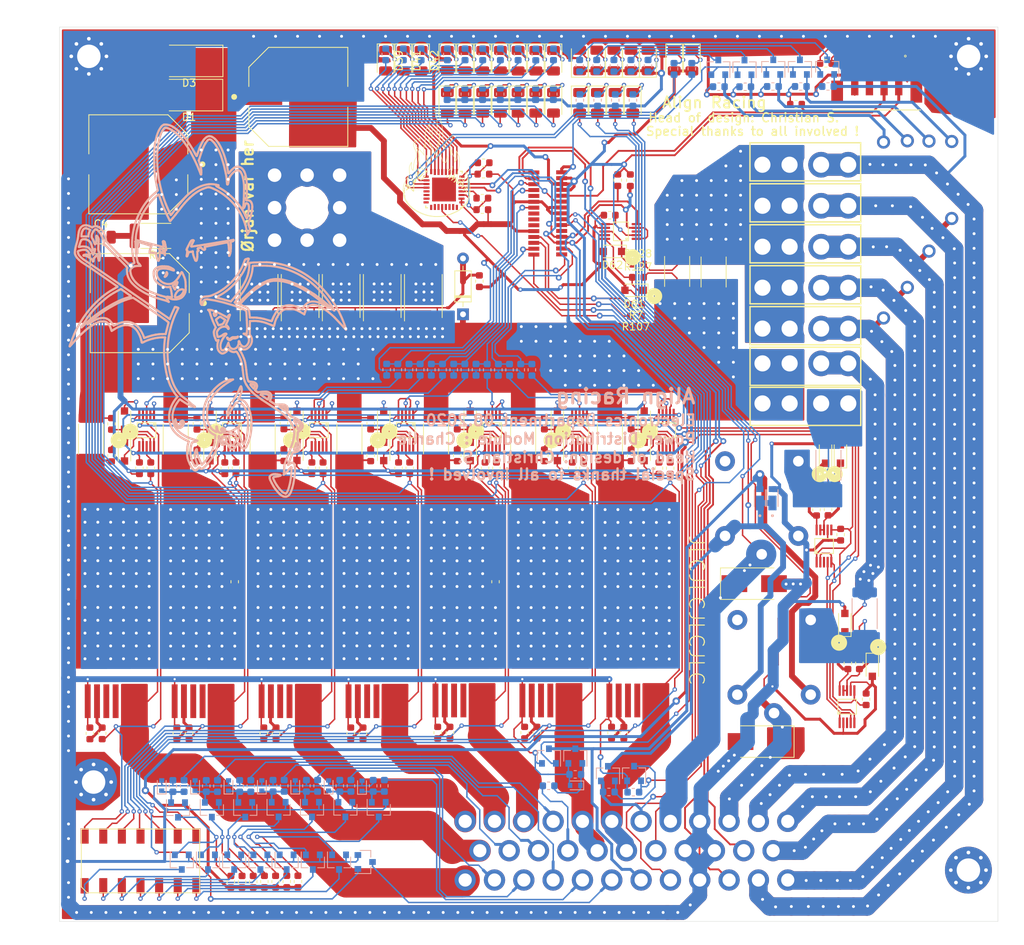
<source format=kicad_pcb>
(kicad_pcb (version 20171130) (host pcbnew "(5.1.5)-3")
  (layers (0 F.Cu signal) (31 B.Cu signal) (34 B.Paste user hide) (35 F.Paste user hide) (36 B.SilkS user) (37 F.SilkS user) (38 B.Mask user) (39 F.Mask user) (44 Edge.Cuts user))
  (net 0 "")
  (net 1 V+12V)
  (net 2 GND)
  (net 3 "Net-(C7-Pad1)")
  (net 4 vcc_5v)
  (net 5 "Net-(C12-Pad1)")
  (net 6 SHUTDOWN_IN)
  (net 7 FP_ENABLE_RELAY_SINK)
  (net 8 "Net-(D7-Pad1)")
  (net 9 "Net-(D8-Pad1)")
  (net 10 P1_OUT)
  (net 11 "Net-(D9-Pad1)")
  (net 12 P2_OUT)
  (net 13 "Net-(D10-Pad1)")
  (net 14 "Net-(D11-Pad1)")
  (net 15 "Net-(D12-Pad1)")
  (net 16 P3_OUT)
  (net 17 "Net-(D13-Pad1)")
  (net 18 P4_OUT)
  (net 19 "Net-(D14-Pad1)")
  (net 20 "Net-(D15-Pad1)")
  (net 21 "Net-(D16-Pad1)")
  (net 22 P5_OUT)
  (net 23 "Net-(D17-Pad1)")
  (net 24 "Net-(D18-Pad1)")
  (net 25 P6_OUT)
  (net 26 "Net-(D19-Pad1)")
  (net 27 "Net-(D20-Pad1)")
  (net 28 P7_OUT)
  (net 29 FUEL_PUMP_OUT)
  (net 30 "Net-(D21-Pad1)")
  (net 31 "Net-(D22-Pad1)")
  (net 32 COIL_INJECTOR_OUT)
  (net 33 "Net-(D23-Pad1)")
  (net 34 "Net-(D24-Pad1)")
  (net 35 "Net-(D26-Pad1)")
  (net 36 "Net-(D27-Pad1)")
  (net 37 "Net-(D28-Pad1)")
  (net 38 "Net-(D29-Pad1)")
  (net 39 IGN_SWITCH_OUT)
  (net 40 "Net-(F1-Pad2)")
  (net 41 MCU_UNITS_FEED_OUT)
  (net 42 CLUTCH_ACT_OUT)
  (net 43 SHUTDOWN_OUT)
  (net 44 ETC_OUT)
  (net 45 "Net-(F_COIL1-Pad2)")
  (net 46 "Net-(F_FP1-Pad2)")
  (net 47 "Net-(K1-Pad14)")
  (net 48 "Net-(K2-Pad14)")
  (net 49 FP_ENABLE_ACM)
  (net 50 FP_ENABLE_AUX)
  (net 51 P1_MOS_IN)
  (net 52 P3_MOS_IN)
  (net 53 P5_MOS_IN)
  (net 54 P6_MOS_IN)
  (net 55 P2_MOS_IN)
  (net 56 P4_MOS_IN)
  (net 57 P7_MOS_IN)
  (net 58 P1_EN_ACM)
  (net 59 P1_EN_AUX)
  (net 60 P1_Fault)
  (net 61 P2_Fault)
  (net 62 P2_EN_ACM)
  (net 63 P2_EN_AUX)
  (net 64 P3_Fault)
  (net 65 P4_Fault)
  (net 66 P5_Fault)
  (net 67 P3_EN_ACM)
  (net 68 P3_EN_AUX)
  (net 69 P6_Fault)
  (net 70 P7_Fault)
  (net 71 P4_EN_ACM)
  (net 72 P4_EN_AUX)
  (net 73 P5_EN_ACM)
  (net 74 P5_EN_AUX)
  (net 75 P6_EN_ACM)
  (net 76 P6_EN_AUX)
  (net 77 P7_EN_ACM)
  (net 78 P7_EN_AUX)
  (net 79 COIL_INJECTOR_Fault)
  (net 80 FUEL_PUMP_Fault)
  (net 81 Switch)
  (net 82 SDA)
  (net 83 SLC)
  (net 84 "Net-(SW1-Pad1)")
  (net 85 "Net-(SW1-Pad2)")
  (net 86 "Net-(SW1-Pad3)")
  (net 87 "Net-(SW1-Pad4)")
  (net 88 "Net-(SW1-Pad5)")
  (net 89 "Net-(SW1-Pad6)")
  (net 90 "Net-(SW1-Pad7)")
  (net 91 RX)
  (net 92 TX)
  (net 93 CAN_HIGH)
  (net 94 CAN_LOW)
  (net 95 P6_GearA_open_drain_output)
  (net 96 ACM_Shutdown_Circuit)
  (net 97 "Net-(P1-Pad3)")
  (net 98 "Net-(C17-Pad1)")
  (net 99 "Net-(C22-Pad1)")
  (net 100 "Net-(C27-Pad1)")
  (net 101 "Net-(C32-Pad1)")
  (net 102 "Net-(C37-Pad1)")
  (net 103 "Net-(D5-Pad1)")
  (net 104 "Net-(D6-Pad1)")
  (net 105 "Net-(D25-Pad2)")
  (net 106 "Net-(R40-Pad1)")
  (net 107 "Net-(R41-Pad2)")
  (net 108 Shutdown_Relay_Side)
  (net 109 "Net-(D32-Pad1)")
  (net 110 "Net-(D33-Pad1)")
  (net 111 "Net-(D34-Pad1)")
  (net 112 "Net-(D35-Pad2)")
  (net 113 "Net-(D36-Pad2)")
  (net 114 "Net-(D37-Pad2)")
  (net 115 "Net-(D38-Pad2)")
  (net 116 "Net-(D40-Pad1)")
  (net 117 "Net-(R5-Pad1)")
  (net 118 "Net-(R48-Pad1)")
  (net 119 "Net-(R49-Pad1)")
  (net 120 "Net-(R56-Pad1)")
  (net 121 "Net-(R57-Pad1)")
  (net 122 "Net-(R62-Pad1)")
  (net 123 "Net-(R63-Pad1)")
  (net 124 "Net-(R65-Pad1)")
  (net 125 "Net-(R77-Pad1)")
  (net 126 "Net-(R97-Pad1)")
  (net 127 "Net-(R99-Pad1)")
  (net 128 "Net-(R101-Pad1)")
  (net 129 "Net-(R103-Pad1)")
  (net 130 "Net-(R106-Pad2)")
  (net 131 "Net-(D39-Pad1)")
  (net 132 "Net-(D41-Pad1)")
  (net 133 "Net-(D42-Pad1)")
  (net 134 Status_1)
  (net 135 Status_2)
  (net 136 Status_3)
  (net 137 "Net-(C4-Pad2)")
  (net 138 "Net-(D2-Pad1)")
  (net 139 "Net-(D4-Pad1)")
  (net 140 "Net-(D43-Pad1)")
  (net 141 "Net-(D44-Pad1)")
  (net 142 "Net-(D45-Pad1)")
  (net 143 "Net-(D46-Pad1)")
  (net 144 "Net-(D47-Pad1)")
  (net 145 "Net-(D49-Pad1)")
  (net 146 "Net-(D51-Pad1)")
  (net 147 "Net-(D52-Pad1)")
  (net 148 "Net-(D53-Pad1)")
  (net 149 "Net-(D54-Pad1)")
  (net 150 "Net-(D55-Pad1)")
  (net 151 "Net-(D56-Pad1)")
  (net 152 "Net-(D57-Pad1)")
  (net 153 "Net-(D58-Pad1)")
  (net 154 "Net-(D59-Pad1)")
  (net 155 "Net-(D60-Pad1)")
  (net 156 "Net-(D61-Pad1)")
  (net 157 "Net-(D62-Pad1)")
  (net 158 "Net-(Q1-Pad8)")
  (net 159 "Net-(Q2-Pad8)")
  (net 160 "Net-(Q3-Pad8)")
  (net 161 "Net-(Q6-Pad8)")
  (net 162 "Net-(Q7-Pad8)")
  (net 163 "Net-(Q8-Pad8)")
  (net 164 "Net-(R2-Pad2)")
  (net 165 "Net-(R15-Pad1)")
  (net 166 "Net-(R21-Pad1)")
  (net 167 "Net-(R29-Pad1)")
  (net 168 "Net-(R110-Pad1)")
  (net 169 "Net-(R114-Pad1)")
  (net 170 "Net-(R118-Pad1)")
  (net 171 "Net-(R122-Pad1)")
  (net 172 "Net-(Q5-Pad8)")
  (net 173 "Net-(D63-Pad2)")
  (net 174 "Net-(J1-Pad1)")
  (net 175 "Net-(JP1-Pad2)")
  (net 176 "Net-(K1-Pad1)")
  (net 177 "Net-(K2-Pad1)")
  (net 178 /Phase1/P1_MOS_SENSE)
  (net 179 "Net-(Q1-Pad4)")
  (net 180 /Phase3/P3_MOS_SENSE)
  (net 181 "Net-(Q2-Pad4)")
  (net 182 /Phase5/P5_MOS_SENSE)
  (net 183 "Net-(Q3-Pad4)")
  (net 184 /Phase6_GearA/P6_MOS_SENSE)
  (net 185 "Net-(Q5-Pad4)")
  (net 186 /Phase2/P2_MOS_SENSE)
  (net 187 "Net-(Q6-Pad4)")
  (net 188 /Phase4/P4_MOS_SENSE)
  (net 189 "Net-(Q7-Pad4)")
  (net 190 /Phase7_GearB/P7_MOS_SENSE)
  (net 191 "Net-(Q8-Pad4)")
  (net 192 "Net-(U1-Pad10)")
  (net 193 "Net-(U1-Pad11)")
  (net 194 "Net-(U1-Pad13)")
  (net 195 "Net-(U1-Pad15)")
  (net 196 "Net-(U1-Pad21)")
  (net 197 "Net-(U9-Pad33)")
  (net 198 "Net-(U9-Pad24)")
  (net 199 "Net-(U9-Pad23)")
  (net 200 "Net-(U9-Pad22)")
  (net 201 "Net-(U9-Pad21)")
  (net 202 "Net-(U9-Pad19)")
  (net 203 "Net-(U9-Pad18)")
  (net 204 "Net-(U9-Pad17)")
  (net 205 "Net-(U9-Pad13)")
  (net 206 /Fuel_Ignition_ShutdownCircuit/COIL_INJECTOR_Alert)
  (net 207 /Fuel_Ignition_ShutdownCircuit/FP_Alert)
  (net 208 /Fuses_Direct/DIRECT_Alert)
  (net 209 "Net-(U9-Pad16)")
  (net 210 "Net-(U9-Pad15)")
  (net 211 "Net-(U9-Pad14)")
  (net 212 "Net-(JP2-Pad2)")
  (net 213 "Net-(JP3-Pad2)")
  (net 214 "Net-(JP4-Pad2)")
  (net 215 "Net-(H3-Pad1)")
  (module AR_PDM_v1:QFN50P500X500X60-33N (layer F.Cu) (at 86.3 48.5 270)
    (fp_text reference U9)
    (fp_text value TCA6424ARGJR)
    (pad 33 smd rect (at 0 0 270) (size 3.2512 3.2512) (layers F.Cu F.Paste F.Mask) (net 197 "Net-(U9-Pad33)"))
    (pad 32 smd rect (at -1.75 -2.44 270) (size 0.3 0.7) (layers F.Cu F.Paste F.Mask) (net 107 "Net-(R41-Pad2)"))
    (pad 31 smd rect (at -1.25 -2.3876 270) (size 0.3 0.8128) (layers F.Cu F.Paste F.Mask) (net 4 vcc_5v))
    (pad 30 smd rect (at -0.75 -2.3876 270) (size 0.3 0.8128) (layers F.Cu F.Paste F.Mask) (net 82 SDA))
    (pad 29 smd rect (at -0.25 -2.3876 270) (size 0.3 0.8128) (layers F.Cu F.Paste F.Mask) (net 83 SLC))
    (pad 28 smd rect (at 0.25 -2.3876 270) (size 0.3 0.8128) (layers F.Cu F.Paste F.Mask) (net 106 "Net-(R40-Pad1)"))
    (pad 27 smd rect (at 0.75 -2.3876 270) (size 0.3 0.8128) (layers F.Cu F.Paste F.Mask) (net 4 vcc_5v))
    (pad 26 smd rect (at 1.25 -2.3876 270) (size 0.3 0.8128) (layers F.Cu F.Paste F.Mask) (net 2 GND))
    (pad 25 smd rect (at 1.75 -2.44 270) (size 0.3 0.7) (layers F.Cu F.Paste F.Mask) (net 2 GND))
    (pad 24 smd rect (at 2.44 -1.75 270) (size 0.7 0.3) (layers F.Cu F.Paste F.Mask) (net 198 "Net-(U9-Pad24)"))
    (pad 23 smd rect (at 2.3876 -1.25 270) (size 0.8128 0.3) (layers F.Cu F.Paste F.Mask) (net 199 "Net-(U9-Pad23)"))
    (pad 22 smd rect (at 2.3876 -0.75 270) (size 0.8128 0.3) (layers F.Cu F.Paste F.Mask) (net 200 "Net-(U9-Pad22)"))
    (pad 21 smd rect (at 2.3876 -0.25 270) (size 0.8128 0.3) (layers F.Cu F.Paste F.Mask) (net 201 "Net-(U9-Pad21)"))
    (pad 20 smd rect (at 2.3876 0.25 270) (size 0.8128 0.3) (layers F.Cu F.Paste F.Mask) (net 49 FP_ENABLE_ACM))
    (pad 19 smd rect (at 2.3876 0.75 270) (size 0.8128 0.3) (layers F.Cu F.Paste F.Mask) (net 202 "Net-(U9-Pad19)"))
    (pad 18 smd rect (at 2.3876 1.25 270) (size 0.8128 0.3) (layers F.Cu F.Paste F.Mask) (net 203 "Net-(U9-Pad18)"))
    (pad 17 smd rect (at 2.44 1.75 270) (size 0.7 0.3) (layers F.Cu F.Paste F.Mask) (net 204 "Net-(U9-Pad17)"))
    (pad 16 smd rect (at 1.75 2.44 270) (size 0.3 0.7) (layers F.Cu F.Paste F.Mask) (net 209 "Net-(U9-Pad16)"))
    (pad 15 smd rect (at 1.25 2.3876 270) (size 0.3 0.8128) (layers F.Cu F.Paste F.Mask) (net 210 "Net-(U9-Pad15)"))
    (pad 14 smd rect (at 0.75 2.3876 270) (size 0.3 0.8128) (layers F.Cu F.Paste F.Mask) (net 211 "Net-(U9-Pad14)"))
    (pad 13 smd rect (at 0.25 2.3876 270) (size 0.3 0.8128) (layers F.Cu F.Paste F.Mask) (net 205 "Net-(U9-Pad13)"))
    (pad 12 smd rect (at -0.25 2.3876 270) (size 0.3 0.8128) (layers F.Cu F.Paste F.Mask) (net 80 FUEL_PUMP_Fault))
    (pad 11 smd rect (at -0.75 2.3876 270) (size 0.3 0.8128) (layers F.Cu F.Paste F.Mask) (net 79 COIL_INJECTOR_Fault))
    (pad 10 smd rect (at -1.25 2.3876 270) (size 0.3 0.8128) (layers F.Cu F.Paste F.Mask) (net 134 Status_1))
    (pad 9 smd rect (at -1.75 2.44 270) (size 0.3 0.7) (layers F.Cu F.Paste F.Mask) (net 135 Status_2))
    (pad 8 smd rect (at -2.44 1.75 270) (size 0.7 0.3) (layers F.Cu F.Paste F.Mask) (net 136 Status_3))
    (pad 7 smd rect (at -2.3876 1.25 270) (size 0.8128 0.3) (layers F.Cu F.Paste F.Mask) (net 60 P1_Fault))
    (pad 6 smd rect (at -2.3876 0.75 270) (size 0.8128 0.3) (layers F.Cu F.Paste F.Mask) (net 61 P2_Fault))
    (pad 5 smd rect (at -2.3876 0.25 270) (size 0.8128 0.3) (layers F.Cu F.Paste F.Mask) (net 64 P3_Fault))
    (pad 4 smd rect (at -2.3876 -0.25 270) (size 0.8128 0.3) (layers F.Cu F.Paste F.Mask) (net 65 P4_Fault))
    (pad 3 smd rect (at -2.3876 -0.75 270) (size 0.8128 0.3) (layers F.Cu F.Paste F.Mask) (net 66 P5_Fault))
    (pad 2 smd rect (at -2.3876 -1.25 270) (size 0.8128 0.3) (layers F.Cu F.Paste F.Mask) (net 69 P6_Fault))
    (pad 1 smd rect (at -2.44 -1.75 270) (size 0.7 0.3) (layers F.Cu F.Paste F.Mask) (net 70 P7_Fault))
  )
  (module Diode_SMD:D_SMB_Handsoldering (layer F.Cu) (at 129.45 123.8 180)
    (fp_text reference D50)
    (fp_text value DIODE)
    (pad 1 smd rect (at -2.7 0 180) (size 3.5 2.3) (layers F.Cu F.Paste F.Mask) (net 29 FUEL_PUMP_OUT))
    (pad 2 smd rect (at 2.7 0 180) (size 3.5 2.3) (layers F.Cu F.Paste F.Mask) (net 2 GND))
  )
  (module Diode_SMD:D_SMB_Handsoldering (layer F.Cu) (at 128.61 102.26)
    (fp_text reference D48)
    (fp_text value DIODE)
    (pad 1 smd rect (at -2.7 0) (size 3.5 2.3) (layers F.Cu F.Paste F.Mask) (net 32 COIL_INJECTOR_OUT))
    (pad 2 smd rect (at 2.7 0) (size 3.5 2.3) (layers F.Cu F.Paste F.Mask) (net 2 GND))
  )
  (module Diode_SMD:D_SMB_Handsoldering (layer F.Cu) (at 51.54 30.96 180)
    (fp_text reference D3 (at 0 -3) (layer F.SilkS))
    (fp_text value "16V 5W")
    (pad 1 smd rect (at -2.7 0 180) (size 3.5 2.3) (layers F.Cu F.Paste F.Mask) (net 1 V+12V))
    (pad 2 smd rect (at 2.7 0 180) (size 3.5 2.3) (layers F.Cu F.Paste F.Mask) (net 2 GND))
  )
  (module Diode_SMD:D_SMB_Handsoldering (layer F.Cu) (at 51.52 35.62 180)
    (fp_text reference D1 (at 0 -3) (layer F.SilkS))
    (fp_text value "16V 5W")
    (pad 1 smd rect (at -2.7 0 180) (size 3.5 2.3) (layers F.Cu F.Paste F.Mask) (net 1 V+12V))
    (pad 2 smd rect (at 2.7 0 180) (size 3.5 2.3) (layers F.Cu F.Paste F.Mask) (net 2 GND))
  )
  (module AR_PDM_v1:P-MOS-BSS83PH6327XTSA1 (layer B.Cu) (at 131.2127 31.8076 90)
    (fp_text reference U32)
    (fp_text value Fet-P)
    (pad 3 smd rect (at 1 0 90) (size 0.9 0.8) (layers B.Cu B.Paste B.Mask) (net 125 "Net-(R77-Pad1)"))
    (pad 2 smd rect (at -1 -0.95 90) (size 0.9 0.8) (layers B.Cu B.Paste B.Mask) (net 1 V+12V))
    (pad 1 smd rect (at -1 0.95 90) (size 0.9 0.8) (layers B.Cu B.Paste B.Mask) (net 175 "Net-(JP1-Pad2)"))
  )
  (module AR_PDM_v1:WireJumper_20mm (layer F.Cu) (at 149.5 61.85 90)
    (fp_text reference JP3)
    (fp_text value WireJumper)
    (pad 1 thru_hole circle (at 0 0 90) (size 1.8 1.8) (drill 1.1) (layers *.Cu *.Mask) (net 44 ETC_OUT))
    (pad 2 thru_hole circle (at 20 0 90) (size 1.8 1.8) (drill 1.1) (layers *.Cu *.Mask) (net 213 "Net-(JP3-Pad2)"))
  )
  (module AR_PDM_v1:WireJumper_25mm (layer F.Cu) (at 146.25 66.025 90)
    (fp_text reference JP2)
    (fp_text value WireJumper)
    (pad 2 thru_hole circle (at 24 0 90) (size 1.8 1.8) (drill 1.1) (layers *.Cu *.Mask) (net 212 "Net-(JP2-Pad2)"))
    (pad 1 thru_hole circle (at 0 0 90) (size 1.8 1.8) (drill 1.1) (layers *.Cu *.Mask) (net 41 MCU_UNITS_FEED_OUT))
  )
  (module AR_PDM_v1:WireJumper_15mm (layer F.Cu) (at 152.45 56.9 90)
    (fp_text reference JP1)
    (fp_text value WireJumper)
    (pad 2 thru_hole circle (at 15 0 90) (size 1.8 1.8) (drill 1.1) (layers *.Cu *.Mask) (net 175 "Net-(JP1-Pad2)"))
    (pad 1 thru_hole circle (at 0 0 90) (size 1.8 1.8) (drill 1.1) (layers *.Cu *.Mask) (net 42 CLUTCH_ACT_OUT))
  )
  (module AR_PDM_v1:WireJumper_10.5mm (layer F.Cu) (at 155.55 52.45 90)
    (fp_text reference JP4)
    (fp_text value WireJumper)
    (pad 2 thru_hole circle (at 10.5 0 90) (size 1.8 1.8) (drill 1.1) (layers *.Cu *.Mask) (net 214 "Net-(JP4-Pad2)"))
    (pad 1 thru_hole circle (at 0 0 90) (size 1.8 1.8) (drill 1.1) (layers *.Cu *.Mask) (net 39 IGN_SWITCH_OUT))
  )
  (module AR_PDM_v1:D_DO-35_BZX79-C6V8,113 (layer F.Cu) (at 88.89 65.52 90)
    (fp_text reference D63)
    (fp_text value D_zener_BZX79-C6V8,113)
    (pad 1 thru_hole rect (at 0 0 90) (size 1.6 1.6) (drill 0.8) (layers *.Cu *.Mask) (net 1 V+12V))
    (pad 2 thru_hole oval (at 7.62 0 90) (size 1.6 1.6) (drill 0.8) (layers *.Cu *.Mask) (net 173 "Net-(D63-Pad2)"))
  )
  (module Resistor_SMD:R_0603_1608Metric (layer F.Cu) (at 93.325 102 270)
    (fp_text reference R2)
    (fp_text value NTC)
    (pad 2 smd roundrect (at 0.7875 0 270) (size 0.875 0.95) (layers F.Cu F.Paste F.Mask) (net 164 "Net-(R2-Pad2)"))
    (pad 1 smd roundrect (at -0.7875 0 270) (size 0.875 0.95) (layers F.Cu F.Paste F.Mask) (net 4 vcc_5v))
  )
  (module AR_PDM_v1:ACM_2020_Footprint_wo_silk (layer F.Cu) (at 100.45 51.75 270)
    (fp_text reference U1)
    (fp_text value ACM_2020 hide)
    (pad "" np_thru_hole circle (at -8.422 19.912 270) (size 2.2 2.2) (drill 2.2) (layers *.Cu *.Mask))
    (pad "" np_thru_hole circle (at 6.5 -1.3 270) (size 0.7 0.7) (drill 0.7) (layers *.Cu *.Mask))
    (pad "" np_thru_hole circle (at -6.5 1.3 270) (size 0.7 0.7) (drill 0.7) (layers *.Cu *.Mask))
    (pad 1 smd rect (at 5.6254 1.9 270) (size 0.55 1.5) (layers F.Cu F.Paste F.Mask) (net 96 ACM_Shutdown_Circuit))
    (pad 2 smd rect (at 5.6 -1.9 270) (size 0.55 1.5) (layers F.Cu F.Paste F.Mask) (net 75 P6_EN_ACM))
    (pad 3 smd rect (at 4.8254 1.9 270) (size 0.55 1.5) (layers F.Cu F.Paste F.Mask) (net 73 P5_EN_ACM))
    (pad 4 smd rect (at 4.8 -1.9 270) (size 0.55 1.5) (layers F.Cu F.Paste F.Mask) (net 77 P7_EN_ACM))
    (pad 5 smd rect (at 4.0254 1.9 270) (size 0.55 1.5) (layers F.Cu F.Paste F.Mask) (net 130 "Net-(R106-Pad2)"))
    (pad 6 smd rect (at 4 -1.9 270) (size 0.55 1.5) (layers F.Cu F.Paste F.Mask) (net 82 SDA))
    (pad 7 smd rect (at 3.2254 1.9 270) (size 0.55 1.5) (layers F.Cu F.Paste F.Mask) (net 164 "Net-(R2-Pad2)"))
    (pad 8 smd rect (at 3.2 -1.9 270) (size 0.55 1.5) (layers F.Cu F.Paste F.Mask) (net 83 SLC))
    (pad 9 smd rect (at 2.4254 1.9 270) (size 0.55 1.5) (layers F.Cu F.Paste F.Mask) (net 2 GND))
    (pad 10 smd rect (at 2.4 -1.9 270) (size 0.55 1.5) (layers F.Cu F.Paste F.Mask) (net 192 "Net-(U1-Pad10)"))
    (pad 11 smd rect (at 1.6254 1.9 270) (size 0.55 1.5) (layers F.Cu F.Paste F.Mask) (net 193 "Net-(U1-Pad11)"))
    (pad 12 smd rect (at 1.6 -1.9 270) (size 0.55 1.5) (layers F.Cu F.Paste F.Mask) (net 91 RX))
    (pad 13 smd rect (at 0.8254 1.9 270) (size 0.55 1.5) (layers F.Cu F.Paste F.Mask) (net 194 "Net-(U1-Pad13)"))
    (pad 14 smd rect (at 0.8 -1.9 270) (size 0.55 1.5) (layers F.Cu F.Paste F.Mask) (net 92 TX))
    (pad 15 smd rect (at 0.0254 1.9 270) (size 0.55 1.5) (layers F.Cu F.Paste F.Mask) (net 195 "Net-(U1-Pad15)"))
    (pad 16 smd rect (at 0 -1.9 270) (size 0.55 1.5) (layers F.Cu F.Paste F.Mask) (net 2 GND))
    (pad 17 smd rect (at -0.7746 1.9 270) (size 0.55 1.5) (layers F.Cu F.Paste F.Mask) (net 71 P4_EN_ACM))
    (pad 18 smd rect (at -0.8 -1.9 270) (size 0.55 1.5) (layers F.Cu F.Paste F.Mask) (net 2 GND))
    (pad 19 smd rect (at -1.5746 1.9 270) (size 0.55 1.5) (layers F.Cu F.Paste F.Mask) (net 2 GND))
    (pad 20 smd rect (at -1.6 -1.9 270) (size 0.55 1.5) (layers F.Cu F.Paste F.Mask) (net 58 P1_EN_ACM))
    (pad 21 smd rect (at -2.3746 1.9 270) (size 0.55 1.5) (layers F.Cu F.Paste F.Mask) (net 196 "Net-(U1-Pad21)"))
    (pad 22 smd rect (at -2.4 -1.9 270) (size 0.55 1.5) (layers F.Cu F.Paste F.Mask) (net 81 Switch))
    (pad 23 smd rect (at -3.1746 1.9 270) (size 0.55 1.5) (layers F.Cu F.Paste F.Mask) (net 67 P3_EN_ACM))
    (pad 24 smd rect (at -3.2 -1.9 270) (size 0.55 1.5) (layers F.Cu F.Paste F.Mask) (net 4 vcc_5v))
    (pad 25 smd rect (at -3.9746 1.9 270) (size 0.55 1.5) (layers F.Cu F.Paste F.Mask) (net 62 P2_EN_ACM))
    (pad 26 smd rect (at -4 -1.9 270) (size 0.55 1.5) (layers F.Cu F.Paste F.Mask) (net 4 vcc_5v))
    (pad 27 smd rect (at -4.7746 1.9 270) (size 0.55 1.5) (layers F.Cu F.Paste F.Mask) (net 93 CAN_HIGH))
    (pad 28 smd rect (at -4.8 -1.9 270) (size 0.55 1.5) (layers F.Cu F.Paste F.Mask) (net 4 vcc_5v))
    (pad 29 smd rect (at -5.5746 1.9 270) (size 0.55 1.5) (layers F.Cu F.Paste F.Mask) (net 94 CAN_LOW))
    (pad 30 smd rect (at -5.6 -1.9 270) (size 0.55 1.5) (layers F.Cu F.Paste F.Mask) (net 1 V+12V))
  )
  (module AR_PDM_v1:P-MOS-SIRA99DP-T1-GE3 (layer F.Cu) (at 83.48 63.03 90)
    (fp_text reference U41)
    (fp_text value P-MOS-SIRA99DP-T1-GE3)
    (pad 2 smd rect (at -2.67 -1.905 90) (size 1.27 0.61) (layers F.Cu F.Paste F.Mask) (net 1 V+12V))
    (pad 2 smd rect (at -2.67 -0.635 90) (size 1.27 0.61) (layers F.Cu F.Paste F.Mask) (net 1 V+12V))
    (pad 2 smd rect (at -2.67 0.635 90) (size 1.27 0.61) (layers F.Cu F.Paste F.Mask) (net 1 V+12V))
    (pad 1 smd rect (at -2.67 1.905 90) (size 1.27 0.61) (layers F.Cu F.Paste F.Mask) (net 173 "Net-(D63-Pad2)"))
    (pad 3 smd rect (at 2.795 1.905 90) (size 1.02 0.61) (layers F.Cu F.Paste F.Mask) (net 174 "Net-(J1-Pad1)"))
    (pad 3 smd rect (at 2.795 0.635 90) (size 1.02 0.61) (layers F.Cu F.Paste F.Mask) (net 174 "Net-(J1-Pad1)"))
    (pad 3 smd rect (at 2.795 -0.635 90) (size 1.02 0.61) (layers F.Cu F.Paste F.Mask) (net 174 "Net-(J1-Pad1)"))
    (pad 3 smd rect (at 2.795 -1.905 90) (size 1.02 0.61) (layers F.Cu F.Paste F.Mask) (net 174 "Net-(J1-Pad1)"))
    (pad 3 smd rect (at 0.69 0 90) (size 3.81 3.91) (layers F.Cu F.Paste F.Mask) (net 174 "Net-(J1-Pad1)"))
  )
  (module AR_PDM_v1:P-MOS-SIRA99DP-T1-GE3 (layer F.Cu) (at 72.275 63.025 90)
    (fp_text reference U40)
    (fp_text value P-MOS-SIRA99DP-T1-GE3)
    (pad 2 smd rect (at -2.67 -1.905 90) (size 1.27 0.61) (layers F.Cu F.Paste F.Mask) (net 1 V+12V))
    (pad 2 smd rect (at -2.67 -0.635 90) (size 1.27 0.61) (layers F.Cu F.Paste F.Mask) (net 1 V+12V))
    (pad 2 smd rect (at -2.67 0.635 90) (size 1.27 0.61) (layers F.Cu F.Paste F.Mask) (net 1 V+12V))
    (pad 1 smd rect (at -2.67 1.905 90) (size 1.27 0.61) (layers F.Cu F.Paste F.Mask) (net 173 "Net-(D63-Pad2)"))
    (pad 3 smd rect (at 2.795 1.905 90) (size 1.02 0.61) (layers F.Cu F.Paste F.Mask) (net 174 "Net-(J1-Pad1)"))
    (pad 3 smd rect (at 2.795 0.635 90) (size 1.02 0.61) (layers F.Cu F.Paste F.Mask) (net 174 "Net-(J1-Pad1)"))
    (pad 3 smd rect (at 2.795 -0.635 90) (size 1.02 0.61) (layers F.Cu F.Paste F.Mask) (net 174 "Net-(J1-Pad1)"))
    (pad 3 smd rect (at 2.795 -1.905 90) (size 1.02 0.61) (layers F.Cu F.Paste F.Mask) (net 174 "Net-(J1-Pad1)"))
    (pad 3 smd rect (at 0.69 0 90) (size 3.81 3.91) (layers F.Cu F.Paste F.Mask) (net 174 "Net-(J1-Pad1)"))
  )
  (module AR_PDM_v1:P-MOS-SIRA99DP-T1-GE3 (layer F.Cu) (at 77.875 63.025 90)
    (fp_text reference U39)
    (fp_text value P-MOS-SIRA99DP-T1-GE3)
    (pad 2 smd rect (at -2.67 -1.905 90) (size 1.27 0.61) (layers F.Cu F.Paste F.Mask) (net 1 V+12V))
    (pad 2 smd rect (at -2.67 -0.635 90) (size 1.27 0.61) (layers F.Cu F.Paste F.Mask) (net 1 V+12V))
    (pad 2 smd rect (at -2.67 0.635 90) (size 1.27 0.61) (layers F.Cu F.Paste F.Mask) (net 1 V+12V))
    (pad 1 smd rect (at -2.67 1.905 90) (size 1.27 0.61) (layers F.Cu F.Paste F.Mask) (net 173 "Net-(D63-Pad2)"))
    (pad 3 smd rect (at 2.795 1.905 90) (size 1.02 0.61) (layers F.Cu F.Paste F.Mask) (net 174 "Net-(J1-Pad1)"))
    (pad 3 smd rect (at 2.795 0.635 90) (size 1.02 0.61) (layers F.Cu F.Paste F.Mask) (net 174 "Net-(J1-Pad1)"))
    (pad 3 smd rect (at 2.795 -0.635 90) (size 1.02 0.61) (layers F.Cu F.Paste F.Mask) (net 174 "Net-(J1-Pad1)"))
    (pad 3 smd rect (at 2.795 -1.905 90) (size 1.02 0.61) (layers F.Cu F.Paste F.Mask) (net 174 "Net-(J1-Pad1)"))
    (pad 3 smd rect (at 0.69 0 90) (size 3.81 3.91) (layers F.Cu F.Paste F.Mask) (net 174 "Net-(J1-Pad1)"))
  )
  (module AR_PDM_v1:P-MOS-SIRA99DP-T1-GE3 (layer F.Cu) (at 61.075 63.025 90)
    (fp_text reference U38)
    (fp_text value P-MOS-SIRA99DP-T1-GE3)
    (pad 2 smd rect (at -2.67 -1.905 90) (size 1.27 0.61) (layers F.Cu F.Paste F.Mask) (net 1 V+12V))
    (pad 2 smd rect (at -2.67 -0.635 90) (size 1.27 0.61) (layers F.Cu F.Paste F.Mask) (net 1 V+12V))
    (pad 2 smd rect (at -2.67 0.635 90) (size 1.27 0.61) (layers F.Cu F.Paste F.Mask) (net 1 V+12V))
    (pad 1 smd rect (at -2.67 1.905 90) (size 1.27 0.61) (layers F.Cu F.Paste F.Mask) (net 173 "Net-(D63-Pad2)"))
    (pad 3 smd rect (at 2.795 1.905 90) (size 1.02 0.61) (layers F.Cu F.Paste F.Mask) (net 174 "Net-(J1-Pad1)"))
    (pad 3 smd rect (at 2.795 0.635 90) (size 1.02 0.61) (layers F.Cu F.Paste F.Mask) (net 174 "Net-(J1-Pad1)"))
    (pad 3 smd rect (at 2.795 -0.635 90) (size 1.02 0.61) (layers F.Cu F.Paste F.Mask) (net 174 "Net-(J1-Pad1)"))
    (pad 3 smd rect (at 2.795 -1.905 90) (size 1.02 0.61) (layers F.Cu F.Paste F.Mask) (net 174 "Net-(J1-Pad1)"))
    (pad 3 smd rect (at 0.69 0 90) (size 3.81 3.91) (layers F.Cu F.Paste F.Mask) (net 174 "Net-(J1-Pad1)"))
  )
  (module AR_PDM_v1:P-MOS-SIRA99DP-T1-GE3 (layer F.Cu) (at 66.675 63.025 90)
    (fp_text reference U37)
    (fp_text value P-MOS-SIRA99DP-T1-GE3)
    (pad 2 smd rect (at -2.67 -1.905 90) (size 1.27 0.61) (layers F.Cu F.Paste F.Mask) (net 1 V+12V))
    (pad 2 smd rect (at -2.67 -0.635 90) (size 1.27 0.61) (layers F.Cu F.Paste F.Mask) (net 1 V+12V))
    (pad 2 smd rect (at -2.67 0.635 90) (size 1.27 0.61) (layers F.Cu F.Paste F.Mask) (net 1 V+12V))
    (pad 1 smd rect (at -2.67 1.905 90) (size 1.27 0.61) (layers F.Cu F.Paste F.Mask) (net 173 "Net-(D63-Pad2)"))
    (pad 3 smd rect (at 2.795 1.905 90) (size 1.02 0.61) (layers F.Cu F.Paste F.Mask) (net 174 "Net-(J1-Pad1)"))
    (pad 3 smd rect (at 2.795 0.635 90) (size 1.02 0.61) (layers F.Cu F.Paste F.Mask) (net 174 "Net-(J1-Pad1)"))
    (pad 3 smd rect (at 2.795 -0.635 90) (size 1.02 0.61) (layers F.Cu F.Paste F.Mask) (net 174 "Net-(J1-Pad1)"))
    (pad 3 smd rect (at 2.795 -1.905 90) (size 1.02 0.61) (layers F.Cu F.Paste F.Mask) (net 174 "Net-(J1-Pad1)"))
    (pad 3 smd rect (at 0.69 0 90) (size 3.81 3.91) (layers F.Cu F.Paste F.Mask) (net 174 "Net-(J1-Pad1)"))
  )
  (module Resistor_SMD:R_0603_1608Metric (layer F.Cu) (at 91.125 61 90)
    (fp_text reference R129)
    (fp_text value 1k)
    (pad 2 smd roundrect (at 0.7875 0 90) (size 0.875 0.95) (layers F.Cu F.Paste F.Mask) (net 173 "Net-(D63-Pad2)"))
    (pad 1 smd roundrect (at -0.7875 0 90) (size 0.875 0.95) (layers F.Cu F.Paste F.Mask) (net 2 GND))
  )
  (module AR_PDM_v1:D_Shotky_BAT60_HandSoldering (layer F.Cu) (at 42.72 79.9592 90)
    (fp_text reference D4)
    (fp_text value D_Schottky_BAT60A)
    (pad 1 smd rect (at -1.25 0 90) (size 1 1) (layers F.Cu F.Paste F.Mask) (net 139 "Net-(D4-Pad1)"))
    (pad 2 smd rect (at 1.25 0 90) (size 1 1) (layers F.Cu F.Paste F.Mask) (net 2 GND))
  )
  (module AR_PDM_v1:INA233 (layer F.Cu) (at 93.895 81.33 270)
    (fp_text reference U4)
    (fp_text value INA233)
    (pad 6 smd roundrect (at 2.2 2 180) (size 0.3 1.45) (layers F.Cu F.Paste F.Mask) (roundrect_rratio 0.167) (net 4 vcc_5v))
    (pad 7 smd roundrect (at 2.2 1.5 180) (size 0.3 1.45) (layers F.Cu F.Paste F.Mask) (roundrect_rratio 0.167) (net 2 GND))
    (pad 8 smd roundrect (at 2.2 1 180) (size 0.3 1.45) (layers F.Cu F.Paste F.Mask) (roundrect_rratio 0.167) (net 167 "Net-(R29-Pad1)"))
    (pad 9 smd roundrect (at 2.2 0.5 180) (size 0.3 1.45) (layers F.Cu F.Paste F.Mask) (roundrect_rratio 0.167) (net 142 "Net-(D45-Pad1)"))
    (pad 10 smd roundrect (at 2.2 0 180) (size 0.3 1.45) (layers F.Cu F.Paste F.Mask) (roundrect_rratio 0.167) (net 143 "Net-(D46-Pad1)"))
    (pad 5 smd roundrect (at -2.2 2 180) (size 0.3 1.45) (layers F.Cu F.Paste F.Mask) (roundrect_rratio 0.167) (net 83 SLC))
    (pad 4 smd roundrect (at -2.2 1.5 180) (size 0.3 1.45) (layers F.Cu F.Paste F.Mask) (roundrect_rratio 0.167) (net 82 SDA))
    (pad 3 smd roundrect (at -2.2 1 180) (size 0.3 1.45) (layers F.Cu F.Paste F.Mask) (roundrect_rratio 0.167) (net 53 P5_MOS_IN))
    (pad 2 smd roundrect (at -2.2 0.5 180) (size 0.3 1.45) (layers F.Cu F.Paste F.Mask) (roundrect_rratio 0.167) (net 2 GND))
    (pad 1 smd roundrect (at -2.2 0 180) (size 0.3 1.45) (layers F.Cu F.Paste F.Mask) (roundrect_rratio 0.167) (net 4 vcc_5v))
  )
  (module Capacitor_SMD:C_0603_1608Metric (layer F.Cu) (at 115.625 86.5124 270)
    (fp_text reference C41)
    (fp_text value 100nf)
    (pad 2 smd roundrect (at 0.7875 0 270) (size 0.875 0.95) (layers F.Cu F.Paste F.Mask) (net 2 GND))
    (pad 1 smd roundrect (at -0.7875 0 270) (size 0.875 0.95) (layers F.Cu F.Paste F.Mask) (net 4 vcc_5v))
  )
  (module Resistor_SMD:R_0603_1608Metric (layer B.Cu) (at 83.175 30.0646 270)
    (fp_text reference R108)
    (fp_text value 153R)
    (pad 2 smd roundrect (at 0.7875 0 270) (size 0.875 0.95) (layers B.Cu B.Paste B.Mask) (net 136 Status_3))
    (pad 1 smd roundrect (at -0.7875 0 270) (size 0.875 0.95) (layers B.Cu B.Paste B.Mask) (net 133 "Net-(D42-Pad1)"))
  )
  (module Capacitor_SMD:C_0603_1608Metric (layer F.Cu) (at 108.9 52 180)
    (fp_text reference C46)
    (fp_text value 100nf)
    (pad 2 smd roundrect (at 0.7875 0 180) (size 0.875 0.95) (layers F.Cu F.Paste F.Mask) (net 2 GND))
    (pad 1 smd roundrect (at -0.7875 0 180) (size 0.875 0.95) (layers F.Cu F.Paste F.Mask) (net 4 vcc_5v))
  )
  (module AR_PDM_v1:BTS500xx (layer F.Cu) (at 100.8032 115.8954)
    (fp_text reference Q5)
    (fp_text value BTS50025-1TAD)
    (pad 8 smd rect (at 0 -6.85) (size 10.8 9.4) (layers F.Cu F.Paste F.Mask) (net 172 "Net-(Q5-Pad8)"))
    (pad 1 smd rect (at -3.81 2.3) (size 0.8 4.6) (layers F.Cu F.Paste F.Mask) (net 2 GND))
    (pad 2 smd rect (at -2.54 2.3) (size 0.8 4.6) (layers F.Cu F.Paste F.Mask) (net 99 "Net-(C22-Pad1)"))
    (pad 3 smd rect (at -1.27 2.3) (size 0.8 4.6) (layers F.Cu F.Paste F.Mask) (net 184 /Phase6_GearA/P6_MOS_SENSE))
    (pad 7 smd rect (at 3.81 2.3) (size 0.8 4.6) (layers F.Cu F.Paste F.Mask) (net 25 P6_OUT))
    (pad 6 smd rect (at 2.54 2.3) (size 0.8 4.6) (layers F.Cu F.Paste F.Mask) (net 25 P6_OUT))
    (pad 5 smd rect (at 1.27 2.3) (size 0.8 4.6) (layers F.Cu F.Paste F.Mask) (net 25 P6_OUT))
    (pad 4 smd rect (at 0 2.3) (size 0.8 4.6) (layers F.Cu F.Paste F.Mask) (net 185 "Net-(Q5-Pad4)"))
  )
  (module Resistor_SMD:R_0603_1608Metric (layer F.Cu) (at 39.6748 122.682 270)
    (fp_text reference R6)
    (fp_text value 4k7)
    (pad 2 smd roundrect (at 0.7875 0 270) (size 0.875 0.95) (layers F.Cu F.Paste F.Mask) (net 51 P1_MOS_IN))
    (pad 1 smd roundrect (at -0.7875 0 270) (size 0.875 0.95) (layers F.Cu F.Paste F.Mask) (net 3 "Net-(C7-Pad1)"))
  )
  (module AR_PDM_v1:Dip-Switch-14 (layer F.Cu) (at 44.9 140.075)
    (fp_text reference SW1)
    (fp_text value SW_DIP_x07)
    (pad 7 smd rect (at 7.62 3.4) (size 1.1 2.1) (layers F.Cu F.Paste F.Mask) (net 90 "Net-(SW1-Pad7)"))
    (pad 8 smd rect (at 7.62 -3.4) (size 1.1 2.1) (layers F.Cu F.Paste F.Mask) (net 57 P7_MOS_IN))
    (pad 6 smd rect (at 5.08 3.4) (size 1.1 2.1) (layers F.Cu F.Paste F.Mask) (net 89 "Net-(SW1-Pad6)"))
    (pad 9 smd rect (at 5.08 -3.4) (size 1.1 2.1) (layers F.Cu F.Paste F.Mask) (net 54 P6_MOS_IN))
    (pad 5 smd rect (at 2.54 3.4) (size 1.1 2.1) (layers F.Cu F.Paste F.Mask) (net 88 "Net-(SW1-Pad5)"))
    (pad 10 smd rect (at 2.54 -3.4) (size 1.1 2.1) (layers F.Cu F.Paste F.Mask) (net 53 P5_MOS_IN))
    (pad 4 smd rect (at 0 3.4) (size 1.1 2.1) (layers F.Cu F.Paste F.Mask) (net 87 "Net-(SW1-Pad4)"))
    (pad 11 smd rect (at 0 -3.4) (size 1.1 2.1) (layers F.Cu F.Paste F.Mask) (net 56 P4_MOS_IN))
    (pad 3 smd rect (at -2.54 3.4) (size 1.1 2.1) (layers F.Cu F.Paste F.Mask) (net 86 "Net-(SW1-Pad3)"))
    (pad 12 smd rect (at -2.54 -3.4) (size 1.1 2.1) (layers F.Cu F.Paste F.Mask) (net 52 P3_MOS_IN))
    (pad 2 smd rect (at -5.08 3.4) (size 1.1 2.1) (layers F.Cu F.Paste F.Mask) (net 85 "Net-(SW1-Pad2)"))
    (pad 13 smd rect (at -5.08 -3.4) (size 1.1 2.1) (layers F.Cu F.Paste F.Mask) (net 55 P2_MOS_IN))
    (pad 1 smd rect (at -7.62 3.4) (size 1.1 2.1) (layers F.Cu F.Paste F.Mask) (net 84 "Net-(SW1-Pad1)"))
    (pad 14 smd rect (at -7.62 -3.4) (size 1.1 2.1) (layers F.Cu F.Paste F.Mask) (net 51 P1_MOS_IN))
  )
  (module AR_PDM_v1:INA233 (layer F.Cu) (at 58.4 81.33 270)
    (fp_text reference U6)
    (fp_text value INA233)
    (pad 6 smd roundrect (at 2.2 2 180) (size 0.3 1.45) (layers F.Cu F.Paste F.Mask) (roundrect_rratio 0.167) (net 4 vcc_5v))
    (pad 7 smd roundrect (at 2.2 1.5 180) (size 0.3 1.45) (layers F.Cu F.Paste F.Mask) (roundrect_rratio 0.167) (net 2 GND))
    (pad 8 smd roundrect (at 2.2 1 180) (size 0.3 1.45) (layers F.Cu F.Paste F.Mask) (roundrect_rratio 0.167) (net 169 "Net-(R114-Pad1)"))
    (pad 9 smd roundrect (at 2.2 0.5 180) (size 0.3 1.45) (layers F.Cu F.Paste F.Mask) (roundrect_rratio 0.167) (net 146 "Net-(D51-Pad1)"))
    (pad 10 smd roundrect (at 2.2 0 180) (size 0.3 1.45) (layers F.Cu F.Paste F.Mask) (roundrect_rratio 0.167) (net 147 "Net-(D52-Pad1)"))
    (pad 5 smd roundrect (at -2.2 2 180) (size 0.3 1.45) (layers F.Cu F.Paste F.Mask) (roundrect_rratio 0.167) (net 83 SLC))
    (pad 4 smd roundrect (at -2.2 1.5 180) (size 0.3 1.45) (layers F.Cu F.Paste F.Mask) (roundrect_rratio 0.167) (net 82 SDA))
    (pad 3 smd roundrect (at -2.2 1 180) (size 0.3 1.45) (layers F.Cu F.Paste F.Mask) (roundrect_rratio 0.167) (net 55 P2_MOS_IN))
    (pad 2 smd roundrect (at -2.2 0.5 180) (size 0.3 1.45) (layers F.Cu F.Paste F.Mask) (roundrect_rratio 0.167) (net 4 vcc_5v))
    (pad 1 smd roundrect (at -2.2 0 180) (size 0.3 1.45) (layers F.Cu F.Paste F.Mask) (roundrect_rratio 0.167) (net 2 GND))
  )
  (module AR_PDM_v1:D_Shotky_BAT60_HandSoldering (layer F.Cu) (at 54.381 84.2522 270)
    (fp_text reference D51)
    (fp_text value D_Schottky_BAT60A)
    (pad 1 smd rect (at -1.25 0 270) (size 1 1) (layers F.Cu F.Paste F.Mask) (net 146 "Net-(D51-Pad1)"))
    (pad 2 smd rect (at 1.25 0 270) (size 1 1) (layers F.Cu F.Paste F.Mask) (net 2 GND))
  )
  (module AR_PDM_v1:INA233 (layer F.Cu) (at 105.785 81.33 270)
    (fp_text reference U5)
    (fp_text value INA233)
    (pad 6 smd roundrect (at 2.2 2 180) (size 0.3 1.45) (layers F.Cu F.Paste F.Mask) (roundrect_rratio 0.167) (net 4 vcc_5v))
    (pad 7 smd roundrect (at 2.2 1.5 180) (size 0.3 1.45) (layers F.Cu F.Paste F.Mask) (roundrect_rratio 0.167) (net 2 GND))
    (pad 8 smd roundrect (at 2.2 1 180) (size 0.3 1.45) (layers F.Cu F.Paste F.Mask) (roundrect_rratio 0.167) (net 168 "Net-(R110-Pad1)"))
    (pad 9 smd roundrect (at 2.2 0.5 180) (size 0.3 1.45) (layers F.Cu F.Paste F.Mask) (roundrect_rratio 0.167) (net 144 "Net-(D47-Pad1)"))
    (pad 10 smd roundrect (at 2.2 0 180) (size 0.3 1.45) (layers F.Cu F.Paste F.Mask) (roundrect_rratio 0.167) (net 145 "Net-(D49-Pad1)"))
    (pad 5 smd roundrect (at -2.2 2 180) (size 0.3 1.45) (layers F.Cu F.Paste F.Mask) (roundrect_rratio 0.167) (net 83 SLC))
    (pad 4 smd roundrect (at -2.2 1.5 180) (size 0.3 1.45) (layers F.Cu F.Paste F.Mask) (roundrect_rratio 0.167) (net 82 SDA))
    (pad 3 smd roundrect (at -2.2 1 180) (size 0.3 1.45) (layers F.Cu F.Paste F.Mask) (roundrect_rratio 0.167) (net 54 P6_MOS_IN))
    (pad 2 smd roundrect (at -2.2 0.5 180) (size 0.3 1.45) (layers F.Cu F.Paste F.Mask) (roundrect_rratio 0.167) (net 4 vcc_5v))
    (pad 1 smd roundrect (at -2.2 0 180) (size 0.3 1.45) (layers F.Cu F.Paste F.Mask) (roundrect_rratio 0.167) (net 4 vcc_5v))
  )
  (module AR_PDM_v1:Diode-SODFL2512X73N (layer B.Cu) (at 129.3876 90.595746 90)
    (fp_text reference D31)
    (fp_text value DIODE)
    (pad 2 smd rect (at 1.23 -0.01 90) (size 0.8 1) (layers B.Cu B.Paste B.Mask) (net 7 FP_ENABLE_RELAY_SINK))
    (pad 1 smd rect (at -0.665 0 90) (size 2 1.1) (layers B.Cu B.Paste B.Mask) (net 108 Shutdown_Relay_Side))
  )
  (module AR_PDM_v1:Relay_wo_silkscreen (layer F.Cu) (at 131.064 112.3696 90)
    (fp_text reference K2)
    (fp_text value DIPxx-1Cxx-51x)
    (pad 1 thru_hole circle (at 5.16 -4.749566 90) (size 2.7 2.7) (drill 1.45) (layers *.Cu *.Mask) (net 177 "Net-(K2-Pad1)"))
    (pad 14 thru_hole circle (at 5.16 5.250434 90) (size 2.7 2.7) (drill 1.45) (layers *.Cu *.Mask) (net 48 "Net-(K2-Pad14)"))
    (pad 2 thru_hole circle (at -5.04 5.250434 90) (size 2.7 2.7) (drill 1.45) (layers *.Cu *.Mask) (net 7 FP_ENABLE_RELAY_SINK))
    (pad 7 thru_hole circle (at -7.54 0.250434 90) (size 2.7 2.7) (drill 1.45) (layers *.Cu *.Mask) (net 29 FUEL_PUMP_OUT))
    (pad 6 thru_hole circle (at -5.04 -4.75 90) (size 2.7 2.7) (drill 1.45) (layers *.Cu *.Mask) (net 108 Shutdown_Relay_Side))
  )
  (module AR_PDM_v1:TE_1-776163-1 (layer F.Cu) (at 91.186 138.684)
    (fp_text reference J2)
    (fp_text value 1-776163-1)
    (pad "" np_thru_hole circle (at 48.5 0.5) (size 2.85 2.85) (drill 2.85) (layers *.Cu *.Mask))
    (pad "" np_thru_hole circle (at -8.5 0.5) (size 2.85 2.85) (drill 2.85) (layers *.Cu *.Mask))
    (pad 35 thru_hole circle (at 42 4) (size 2.9 2.9) (drill 1.8) (layers *.Cu *.Mask) (net 39 IGN_SWITCH_OUT))
    (pad 34 thru_hole circle (at 38 4) (size 2.9 2.9) (drill 1.8) (layers *.Cu *.Mask) (net 43 SHUTDOWN_OUT))
    (pad 33 thru_hole circle (at 34 4) (size 2.9 2.9) (drill 1.8) (layers *.Cu *.Mask) (net 94 CAN_LOW))
    (pad 32 thru_hole circle (at 30 4) (size 2.9 2.9) (drill 1.8) (layers *.Cu *.Mask) (net 2 GND))
    (pad 31 thru_hole circle (at 26 4) (size 2.9 2.9) (drill 1.8) (layers *.Cu *.Mask) (net 91 RX))
    (pad 29 thru_hole circle (at 18 4) (size 2.9 2.9) (drill 1.8) (layers *.Cu *.Mask) (net 95 P6_GearA_open_drain_output))
    (pad 28 thru_hole circle (at 14 4) (size 2.9 2.9) (drill 1.8) (layers *.Cu *.Mask) (net 78 P7_EN_AUX))
    (pad 30 thru_hole circle (at 22 4) (size 2.9 2.9) (drill 1.8) (layers *.Cu *.Mask) (net 7 FP_ENABLE_RELAY_SINK))
    (pad 27 thru_hole circle (at 10 4) (size 2.9 2.9) (drill 1.8) (layers *.Cu *.Mask) (net 63 P2_EN_AUX))
    (pad 26 thru_hole circle (at 6 4) (size 2.9 2.9) (drill 1.8) (layers *.Cu *.Mask) (net 76 P6_EN_AUX))
    (pad 25 thru_hole circle (at 2 4) (size 2.9 2.9) (drill 1.8) (layers *.Cu *.Mask) (net 74 P5_EN_AUX))
    (pad 24 thru_hole circle (at -2 4) (size 2.9 2.9) (drill 1.8) (layers *.Cu *.Mask) (net 10 P1_OUT))
    (pad 23 thru_hole circle (at 40 0) (size 2.9 2.9) (drill 1.8) (layers *.Cu *.Mask) (net 42 CLUTCH_ACT_OUT))
    (pad 22 thru_hole circle (at 36 0) (size 2.9 2.9) (drill 1.8) (layers *.Cu *.Mask) (net 93 CAN_HIGH))
    (pad 21 thru_hole circle (at 32 0) (size 2.9 2.9) (drill 1.8) (layers *.Cu *.Mask) (net 2 GND))
    (pad 20 thru_hole circle (at 28 0) (size 2.9 2.9) (drill 1.8) (layers *.Cu *.Mask) (net 2 GND))
    (pad 19 thru_hole circle (at 24 0) (size 2.9 2.9) (drill 1.8) (layers *.Cu *.Mask) (net 92 TX))
    (pad 18 thru_hole circle (at 20 0) (size 2.9 2.9) (drill 1.8) (layers *.Cu *.Mask) (net 28 P7_OUT))
    (pad 17 thru_hole circle (at 16 0) (size 2.9 2.9) (drill 1.8) (layers *.Cu *.Mask) (net 25 P6_OUT))
    (pad 16 thru_hole circle (at 12 0) (size 2.9 2.9) (drill 1.8) (layers *.Cu *.Mask) (net 50 FP_ENABLE_AUX))
    (pad 15 thru_hole circle (at 8 0) (size 2.9 2.9) (drill 1.8) (layers *.Cu *.Mask) (net 68 P3_EN_AUX))
    (pad 14 thru_hole circle (at 4 0) (size 2.9 2.9) (drill 1.8) (layers *.Cu *.Mask) (net 72 P4_EN_AUX))
    (pad 13 thru_hole circle (at 0 0) (size 2.9 2.9) (drill 1.8) (layers *.Cu *.Mask) (net 12 P2_OUT))
    (pad 12 thru_hole circle (at 42 -4) (size 2.9 2.9) (drill 1.8) (layers *.Cu *.Mask) (net 44 ETC_OUT))
    (pad 11 thru_hole circle (at 38 -4) (size 2.9 2.9) (drill 1.8) (layers *.Cu *.Mask) (net 41 MCU_UNITS_FEED_OUT))
    (pad 10 thru_hole circle (at 34 -4) (size 2.9 2.9) (drill 1.8) (layers *.Cu *.Mask) (net 29 FUEL_PUMP_OUT))
    (pad 9 thru_hole circle (at 30 -4) (size 2.9 2.9) (drill 1.8) (layers *.Cu *.Mask) (net 2 GND))
    (pad 8 thru_hole circle (at 26 -4) (size 2.9 2.9) (drill 1.8) (layers *.Cu *.Mask) (net 32 COIL_INJECTOR_OUT))
    (pad 7 thru_hole circle (at 22 -4) (size 2.9 2.9) (drill 1.8) (layers *.Cu *.Mask) (net 6 SHUTDOWN_IN))
    (pad 6 thru_hole circle (at 18 -4) (size 2.9 2.9) (drill 1.8) (layers *.Cu *.Mask) (net 28 P7_OUT))
    (pad 5 thru_hole circle (at 14 -4) (size 2.9 2.9) (drill 1.8) (layers *.Cu *.Mask) (net 25 P6_OUT))
    (pad 4 thru_hole circle (at 10 -4) (size 2.9 2.9) (drill 1.8) (layers *.Cu *.Mask) (net 59 P1_EN_AUX))
    (pad 3 thru_hole circle (at 6 -4) (size 2.9 2.9) (drill 1.8) (layers *.Cu *.Mask) (net 22 P5_OUT))
    (pad 2 thru_hole circle (at 2 -4) (size 2.9 2.9) (drill 1.8) (layers *.Cu *.Mask) (net 18 P4_OUT))
    (pad 1 thru_hole circle (at -2 -4) (size 2.9 2.9) (drill 1.8) (layers *.Cu *.Mask) (net 16 P3_OUT))
  )
  (module Resistor_SMD:R_2512_6332Metric (layer B.Cu) (at 138.7348 86.106 270)
    (fp_text reference R88)
    (fp_text value 2m_1%_4W)
    (pad 2 smd roundrect (at 2.9 0 270) (size 1.35 3.35) (layers B.Cu B.Paste B.Mask) (roundrect_rratio 0.185185) (net 47 "Net-(K1-Pad14)"))
    (pad 1 smd roundrect (at -2.9 0 270) (size 1.35 3.35) (layers B.Cu B.Paste B.Mask) (roundrect_rratio 0.185185) (net 45 "Net-(F_COIL1-Pad2)"))
  )
  (module Resistor_SMD:R_0603_1608Metric (layer F.Cu) (at 46.3 86.5124 270)
    (fp_text reference R15)
    (fp_text value 10K)
    (pad 2 smd roundrect (at 0.7875 0 270) (size 0.875 0.95) (layers F.Cu F.Paste F.Mask) (net 10 P1_OUT))
    (pad 1 smd roundrect (at -0.7875 0 270) (size 0.875 0.95) (layers F.Cu F.Paste F.Mask) (net 165 "Net-(R15-Pad1)"))
  )
  (module AR_PDM_v1:INA233 (layer F.Cu) (at 46.74 81.33 270)
    (fp_text reference U2)
    (fp_text value INA233)
    (pad 6 smd roundrect (at 2.2 2 180) (size 0.3 1.45) (layers F.Cu F.Paste F.Mask) (roundrect_rratio 0.167) (net 4 vcc_5v))
    (pad 7 smd roundrect (at 2.2 1.5 180) (size 0.3 1.45) (layers F.Cu F.Paste F.Mask) (roundrect_rratio 0.167) (net 2 GND))
    (pad 8 smd roundrect (at 2.2 1 180) (size 0.3 1.45) (layers F.Cu F.Paste F.Mask) (roundrect_rratio 0.167) (net 165 "Net-(R15-Pad1)"))
    (pad 9 smd roundrect (at 2.2 0.5 180) (size 0.3 1.45) (layers F.Cu F.Paste F.Mask) (roundrect_rratio 0.167) (net 138 "Net-(D2-Pad1)"))
    (pad 10 smd roundrect (at 2.2 0 180) (size 0.3 1.45) (layers F.Cu F.Paste F.Mask) (roundrect_rratio 0.167) (net 139 "Net-(D4-Pad1)"))
    (pad 5 smd roundrect (at -2.2 2 180) (size 0.3 1.45) (layers F.Cu F.Paste F.Mask) (roundrect_rratio 0.167) (net 83 SLC))
    (pad 4 smd roundrect (at -2.2 1.5 180) (size 0.3 1.45) (layers F.Cu F.Paste F.Mask) (roundrect_rratio 0.167) (net 82 SDA))
    (pad 3 smd roundrect (at -2.2 1 180) (size 0.3 1.45) (layers F.Cu F.Paste F.Mask) (roundrect_rratio 0.167) (net 51 P1_MOS_IN))
    (pad 2 smd roundrect (at -2.2 0.5 180) (size 0.3 1.45) (layers F.Cu F.Paste F.Mask) (roundrect_rratio 0.167) (net 2 GND))
    (pad 1 smd roundrect (at -2.2 0 180) (size 0.3 1.45) (layers F.Cu F.Paste F.Mask) (roundrect_rratio 0.167) (net 2 GND))
  )
  (module Resistor_SMD:R_0603_1608Metric (layer F.Cu) (at 112.75 58.675)
    (fp_text reference R128 (at 0 -1.43) (layer F.SilkS))
    (fp_text value 1K_1%)
    (pad 2 smd roundrect (at 0.7875 0) (size 0.875 0.95) (layers F.Cu F.Paste F.Mask) (net 40 "Net-(F1-Pad2)"))
    (pad 1 smd roundrect (at -0.7875 0) (size 0.875 0.95) (layers F.Cu F.Paste F.Mask) (net 157 "Net-(D62-Pad1)"))
  )
  (module Resistor_SMD:R_0603_1608Metric (layer F.Cu) (at 112.75 60.475)
    (fp_text reference R127 (at 0 -1.43) (layer F.SilkS))
    (fp_text value 1K_1%)
    (pad 2 smd roundrect (at 0.7875 0) (size 0.875 0.95) (layers F.Cu F.Paste F.Mask) (net 1 V+12V))
    (pad 1 smd roundrect (at -0.7875 0) (size 0.875 0.95) (layers F.Cu F.Paste F.Mask) (net 156 "Net-(D61-Pad1)"))
  )
  (module Resistor_SMD:R_0603_1608Metric (layer F.Cu) (at 142.9626 113.1218 270)
    (fp_text reference R126)
    (fp_text value 1K_1%)
    (pad 2 smd roundrect (at 0.7875 0 270) (size 0.875 0.95) (layers F.Cu F.Paste F.Mask) (net 155 "Net-(D60-Pad1)"))
    (pad 1 smd roundrect (at -0.7875 0 270) (size 0.875 0.95) (layers F.Cu F.Paste F.Mask) (net 48 "Net-(K2-Pad14)"))
  )
  (module Resistor_SMD:R_0603_1608Metric (layer F.Cu) (at 141.3878 113.1218 90)
    (fp_text reference R125)
    (fp_text value 1K_1%)
    (pad 2 smd roundrect (at 0.7875 0 90) (size 0.875 0.95) (layers F.Cu F.Paste F.Mask) (net 46 "Net-(F_FP1-Pad2)"))
    (pad 1 smd roundrect (at -0.7875 0 90) (size 0.875 0.95) (layers F.Cu F.Paste F.Mask) (net 154 "Net-(D59-Pad1)"))
  )
  (module Resistor_SMD:R_0603_1608Metric (layer F.Cu) (at 138.684 92.1512 270)
    (fp_text reference R124)
    (fp_text value 1K_1%)
    (pad 2 smd roundrect (at 0.7875 0 270) (size 0.875 0.95) (layers F.Cu F.Paste F.Mask) (net 153 "Net-(D58-Pad1)"))
    (pad 1 smd roundrect (at -0.7875 0 270) (size 0.875 0.95) (layers F.Cu F.Paste F.Mask) (net 47 "Net-(K1-Pad14)"))
  )
  (module Resistor_SMD:R_0603_1608Metric (layer F.Cu) (at 137.1092 92.1767 90)
    (fp_text reference R123)
    (fp_text value 1K_1%)
    (pad 2 smd roundrect (at 0.7875 0 90) (size 0.875 0.95) (layers F.Cu F.Paste F.Mask) (net 45 "Net-(F_COIL1-Pad2)"))
    (pad 1 smd roundrect (at -0.7875 0 90) (size 0.875 0.95) (layers F.Cu F.Paste F.Mask) (net 152 "Net-(D57-Pad1)"))
  )
  (module Resistor_SMD:R_0603_1608Metric (layer F.Cu) (at 117.15 86.5124 270)
    (fp_text reference R122)
    (fp_text value 10K)
    (pad 2 smd roundrect (at 0.7875 0 270) (size 0.875 0.95) (layers F.Cu F.Paste F.Mask) (net 28 P7_OUT))
    (pad 1 smd roundrect (at -0.7875 0 270) (size 0.875 0.95) (layers F.Cu F.Paste F.Mask) (net 171 "Net-(R122-Pad1)"))
  )
  (module Resistor_SMD:R_0603_1608Metric (layer F.Cu) (at 111.823 80.4172 90)
    (fp_text reference R121)
    (fp_text value 1K_1%)
    (pad 2 smd roundrect (at 0.7875 0 90) (size 0.875 0.95) (layers F.Cu F.Paste F.Mask) (net 1 V+12V))
    (pad 1 smd roundrect (at -0.7875 0 90) (size 0.875 0.95) (layers F.Cu F.Paste F.Mask) (net 151 "Net-(D56-Pad1)"))
  )
  (module Resistor_SMD:R_2512_6332Metric (layer F.Cu) (at 108.9274 82.5 270)
    (fp_text reference R120)
    (fp_text value 2m_1%_4W)
    (pad 2 smd roundrect (at 2.9 0 270) (size 1.35 3.35) (layers F.Cu F.Paste F.Mask) (roundrect_rratio 0.185185) (net 163 "Net-(Q8-Pad8)"))
    (pad 1 smd roundrect (at -2.9 0 270) (size 1.35 3.35) (layers F.Cu F.Paste F.Mask) (roundrect_rratio 0.185185) (net 1 V+12V))
  )
  (module Resistor_SMD:R_0603_1608Metric (layer F.Cu) (at 111.823 84.7605 270)
    (fp_text reference R119)
    (fp_text value 1K_1%)
    (pad 2 smd roundrect (at 0.7875 0 270) (size 0.875 0.95) (layers F.Cu F.Paste F.Mask) (net 163 "Net-(Q8-Pad8)"))
    (pad 1 smd roundrect (at -0.7875 0 270) (size 0.875 0.95) (layers F.Cu F.Paste F.Mask) (net 150 "Net-(D55-Pad1)"))
  )
  (module Resistor_SMD:R_0603_1608Metric (layer F.Cu) (at 81.625 86.5124 270)
    (fp_text reference R118)
    (fp_text value 10K)
    (pad 2 smd roundrect (at 0.7875 0 270) (size 0.875 0.95) (layers F.Cu F.Paste F.Mask) (net 18 P4_OUT))
    (pad 1 smd roundrect (at -0.7875 0 270) (size 0.875 0.95) (layers F.Cu F.Paste F.Mask) (net 170 "Net-(R118-Pad1)"))
  )
  (module Resistor_SMD:R_0603_1608Metric (layer F.Cu) (at 76.296 80.4172 90)
    (fp_text reference R117)
    (fp_text value 1K_1%)
    (pad 2 smd roundrect (at 0.7875 0 90) (size 0.875 0.95) (layers F.Cu F.Paste F.Mask) (net 1 V+12V))
    (pad 1 smd roundrect (at -0.7875 0 90) (size 0.875 0.95) (layers F.Cu F.Paste F.Mask) (net 149 "Net-(D54-Pad1)"))
  )
  (module Resistor_SMD:R_2512_6332Metric (layer F.Cu) (at 73.4004 82.5 270)
    (fp_text reference R116)
    (fp_text value 2m_1%_4W)
    (pad 2 smd roundrect (at 2.9 0 270) (size 1.35 3.35) (layers F.Cu F.Paste F.Mask) (roundrect_rratio 0.185185) (net 162 "Net-(Q7-Pad8)"))
    (pad 1 smd roundrect (at -2.9 0 270) (size 1.35 3.35) (layers F.Cu F.Paste F.Mask) (roundrect_rratio 0.185185) (net 1 V+12V))
  )
  (module Resistor_SMD:R_0603_1608Metric (layer F.Cu) (at 76.296 84.7605 270)
    (fp_text reference R115)
    (fp_text value 1K_1%)
    (pad 2 smd roundrect (at 0.7875 0 270) (size 0.875 0.95) (layers F.Cu F.Paste F.Mask) (net 162 "Net-(Q7-Pad8)"))
    (pad 1 smd roundrect (at -0.7875 0 270) (size 0.875 0.95) (layers F.Cu F.Paste F.Mask) (net 148 "Net-(D53-Pad1)"))
  )
  (module Resistor_SMD:R_0603_1608Metric (layer F.Cu) (at 57.925 86.5124 270)
    (fp_text reference R114)
    (fp_text value 10K)
    (pad 2 smd roundrect (at 0.7875 0 270) (size 0.875 0.95) (layers F.Cu F.Paste F.Mask) (net 12 P2_OUT))
    (pad 1 smd roundrect (at -0.7875 0 270) (size 0.875 0.95) (layers F.Cu F.Paste F.Mask) (net 169 "Net-(R114-Pad1)"))
  )
  (module Resistor_SMD:R_0603_1608Metric (layer F.Cu) (at 52.603 80.4422 90)
    (fp_text reference R113)
    (fp_text value 1K_1%)
    (pad 2 smd roundrect (at 0.7875 0 90) (size 0.875 0.95) (layers F.Cu F.Paste F.Mask) (net 1 V+12V))
    (pad 1 smd roundrect (at -0.7875 0 90) (size 0.875 0.95) (layers F.Cu F.Paste F.Mask) (net 147 "Net-(D52-Pad1)"))
  )
  (module Resistor_SMD:R_2512_6332Metric (layer F.Cu) (at 49.7074 82.525 270)
    (fp_text reference R112)
    (fp_text value 2m_1%_4W)
    (pad 2 smd roundrect (at 2.9 0 270) (size 1.35 3.35) (layers F.Cu F.Paste F.Mask) (roundrect_rratio 0.185185) (net 161 "Net-(Q6-Pad8)"))
    (pad 1 smd roundrect (at -2.9 0 270) (size 1.35 3.35) (layers F.Cu F.Paste F.Mask) (roundrect_rratio 0.185185) (net 1 V+12V))
  )
  (module Resistor_SMD:R_0603_1608Metric (layer F.Cu) (at 52.603 84.7855 270)
    (fp_text reference R111)
    (fp_text value 1K_1%)
    (pad 2 smd roundrect (at 0.7875 0 270) (size 0.875 0.95) (layers F.Cu F.Paste F.Mask) (net 161 "Net-(Q6-Pad8)"))
    (pad 1 smd roundrect (at -0.7875 0 270) (size 0.875 0.95) (layers F.Cu F.Paste F.Mask) (net 146 "Net-(D51-Pad1)"))
  )
  (module Resistor_SMD:R_0603_1608Metric (layer F.Cu) (at 105.325 86.5124 270)
    (fp_text reference R110)
    (fp_text value 10K)
    (pad 2 smd roundrect (at 0.7875 0 270) (size 0.875 0.95) (layers F.Cu F.Paste F.Mask) (net 25 P6_OUT))
    (pad 1 smd roundrect (at -0.7875 0 270) (size 0.875 0.95) (layers F.Cu F.Paste F.Mask) (net 168 "Net-(R110-Pad1)"))
  )
  (module Resistor_SMD:R_0603_1608Metric (layer F.Cu) (at 99.989 80.4172 90)
    (fp_text reference R109)
    (fp_text value 1K_1%)
    (pad 2 smd roundrect (at 0.7875 0 90) (size 0.875 0.95) (layers F.Cu F.Paste F.Mask) (net 1 V+12V))
    (pad 1 smd roundrect (at -0.7875 0 90) (size 0.875 0.95) (layers F.Cu F.Paste F.Mask) (net 145 "Net-(D49-Pad1)"))
  )
  (module Resistor_SMD:R_2512_6332Metric (layer F.Cu) (at 97.0934 82.5 270)
    (fp_text reference R33)
    (fp_text value 2m_1%_4W)
    (pad 2 smd roundrect (at 2.9 0 270) (size 1.35 3.35) (layers F.Cu F.Paste F.Mask) (roundrect_rratio 0.185185) (net 172 "Net-(Q5-Pad8)"))
    (pad 1 smd roundrect (at -2.9 0 270) (size 1.35 3.35) (layers F.Cu F.Paste F.Mask) (roundrect_rratio 0.185185) (net 1 V+12V))
  )
  (module Resistor_SMD:R_0603_1608Metric (layer F.Cu) (at 99.989 84.7605 270)
    (fp_text reference R32)
    (fp_text value 1K_1%)
    (pad 2 smd roundrect (at 0.7875 0 270) (size 0.875 0.95) (layers F.Cu F.Paste F.Mask) (net 172 "Net-(Q5-Pad8)"))
    (pad 1 smd roundrect (at -0.7875 0 270) (size 0.875 0.95) (layers F.Cu F.Paste F.Mask) (net 144 "Net-(D47-Pad1)"))
  )
  (module Resistor_SMD:R_0603_1608Metric (layer F.Cu) (at 93.45 86.5124 270)
    (fp_text reference R29)
    (fp_text value 10K)
    (pad 2 smd roundrect (at 0.7875 0 270) (size 0.875 0.95) (layers F.Cu F.Paste F.Mask) (net 22 P5_OUT))
    (pad 1 smd roundrect (at -0.7875 0 270) (size 0.875 0.95) (layers F.Cu F.Paste F.Mask) (net 167 "Net-(R29-Pad1)"))
  )
  (module Resistor_SMD:R_0603_1608Metric (layer F.Cu) (at 88.105 80.4172 90)
    (fp_text reference R28)
    (fp_text value 1K_1%)
    (pad 2 smd roundrect (at 0.7875 0 90) (size 0.875 0.95) (layers F.Cu F.Paste F.Mask) (net 1 V+12V))
    (pad 1 smd roundrect (at -0.7875 0 90) (size 0.875 0.95) (layers F.Cu F.Paste F.Mask) (net 143 "Net-(D46-Pad1)"))
  )
  (module Resistor_SMD:R_2512_6332Metric (layer F.Cu) (at 85.2094 82.5 270)
    (fp_text reference R25)
    (fp_text value 2m_1%_4W)
    (pad 2 smd roundrect (at 2.9 0 270) (size 1.35 3.35) (layers F.Cu F.Paste F.Mask) (roundrect_rratio 0.185185) (net 160 "Net-(Q3-Pad8)"))
    (pad 1 smd roundrect (at -2.9 0 270) (size 1.35 3.35) (layers F.Cu F.Paste F.Mask) (roundrect_rratio 0.185185) (net 1 V+12V))
  )
  (module Resistor_SMD:R_0603_1608Metric (layer F.Cu) (at 88.105 84.7605 270)
    (fp_text reference R24)
    (fp_text value 1K_1%)
    (pad 2 smd roundrect (at 0.7875 0 270) (size 0.875 0.95) (layers F.Cu F.Paste F.Mask) (net 160 "Net-(Q3-Pad8)"))
    (pad 1 smd roundrect (at -0.7875 0 270) (size 0.875 0.95) (layers F.Cu F.Paste F.Mask) (net 142 "Net-(D45-Pad1)"))
  )
  (module Resistor_SMD:R_0603_1608Metric (layer F.Cu) (at 69.8 86.5124 270)
    (fp_text reference R21)
    (fp_text value 10K)
    (pad 2 smd roundrect (at 0.7875 0 270) (size 0.875 0.95) (layers F.Cu F.Paste F.Mask) (net 16 P3_OUT))
    (pad 1 smd roundrect (at -0.7875 0 270) (size 0.875 0.95) (layers F.Cu F.Paste F.Mask) (net 166 "Net-(R21-Pad1)"))
  )
  (module Resistor_SMD:R_0603_1608Metric (layer F.Cu) (at 64.462 80.3922 90)
    (fp_text reference R20)
    (fp_text value 1K_1%)
    (pad 2 smd roundrect (at 0.7875 0 90) (size 0.875 0.95) (layers F.Cu F.Paste F.Mask) (net 1 V+12V))
    (pad 1 smd roundrect (at -0.7875 0 90) (size 0.875 0.95) (layers F.Cu F.Paste F.Mask) (net 141 "Net-(D44-Pad1)"))
  )
  (module Resistor_SMD:R_2512_6332Metric (layer F.Cu) (at 61.5664 82.475 270)
    (fp_text reference R17)
    (fp_text value 2m_1%_4W)
    (pad 2 smd roundrect (at 2.9 0 270) (size 1.35 3.35) (layers F.Cu F.Paste F.Mask) (roundrect_rratio 0.185185) (net 159 "Net-(Q2-Pad8)"))
    (pad 1 smd roundrect (at -2.9 0 270) (size 1.35 3.35) (layers F.Cu F.Paste F.Mask) (roundrect_rratio 0.185185) (net 1 V+12V))
  )
  (module Resistor_SMD:R_0603_1608Metric (layer F.Cu) (at 64.462 84.7355 270)
    (fp_text reference R16)
    (fp_text value 1K_1%)
    (pad 2 smd roundrect (at 0.7875 0 270) (size 0.875 0.95) (layers F.Cu F.Paste F.Mask) (net 159 "Net-(Q2-Pad8)"))
    (pad 1 smd roundrect (at -0.7875 0 270) (size 0.875 0.95) (layers F.Cu F.Paste F.Mask) (net 140 "Net-(D43-Pad1)"))
  )
  (module Resistor_SMD:R_0603_1608Metric (layer F.Cu) (at 40.9448 80.4672 90)
    (fp_text reference R12)
    (fp_text value 1K_1%)
    (pad 2 smd roundrect (at 0.7875 0 90) (size 0.875 0.95) (layers F.Cu F.Paste F.Mask) (net 1 V+12V))
    (pad 1 smd roundrect (at -0.7875 0 90) (size 0.875 0.95) (layers F.Cu F.Paste F.Mask) (net 139 "Net-(D4-Pad1)"))
  )
  (module Resistor_SMD:R_0603_1608Metric (layer F.Cu) (at 40.9448 84.8105 270)
    (fp_text reference R11)
    (fp_text value 1K_1%)
    (pad 2 smd roundrect (at 0.7875 0 270) (size 0.875 0.95) (layers F.Cu F.Paste F.Mask) (net 158 "Net-(Q1-Pad8)"))
    (pad 1 smd roundrect (at -0.7875 0 270) (size 0.875 0.95) (layers F.Cu F.Paste F.Mask) (net 138 "Net-(D2-Pad1)"))
  )
  (module Resistor_SMD:R_0603_1608Metric (layer F.Cu) (at 112.475 64.2 180)
    (fp_text reference R7 (at 0 -1.43) (layer F.SilkS))
    (fp_text value 1k)
    (pad 2 smd roundrect (at 0.7875 0 180) (size 0.875 0.95) (layers F.Cu F.Paste F.Mask) (net 164 "Net-(R2-Pad2)"))
    (pad 1 smd roundrect (at -0.7875 0 180) (size 0.875 0.95) (layers F.Cu F.Paste F.Mask) (net 2 GND))
  )
  (module Resistor_SMD:R_2512_6332Metric (layer F.Cu) (at 47 54.825 180)
    (fp_text reference R1 (at 0 -2.62) (layer F.SilkS))
    (fp_text value 3.9R)
    (pad 2 smd roundrect (at 2.9 0 180) (size 1.35 3.35) (layers F.Cu F.Paste F.Mask) (roundrect_rratio 0.185185) (net 137 "Net-(C4-Pad2)"))
    (pad 1 smd roundrect (at -2.9 0 180) (size 1.35 3.35) (layers F.Cu F.Paste F.Mask) (roundrect_rratio 0.185185) (net 1 V+12V))
  )
  (module AR_PDM_v1:D_Shotky_BAT60_HandSoldering (layer F.Cu) (at 109.275 56.95 180)
    (fp_text reference D62 (at 0 -1.85) (layer F.SilkS))
    (fp_text value D_Schottky_BAT60A)
    (pad 1 smd rect (at -1.25 0 180) (size 1 1) (layers F.Cu F.Paste F.Mask) (net 157 "Net-(D62-Pad1)"))
    (pad 2 smd rect (at 1.25 0 180) (size 1 1) (layers F.Cu F.Paste F.Mask) (net 2 GND))
  )
  (module AR_PDM_v1:D_Shotky_BAT60_HandSoldering (layer F.Cu) (at 112.225 62.25 180)
    (fp_text reference D61 (at 0 -1.85) (layer F.SilkS))
    (fp_text value D_Schottky_BAT60A)
    (pad 1 smd rect (at -1.25 0 180) (size 1 1) (layers F.Cu F.Paste F.Mask) (net 156 "Net-(D61-Pad1)"))
    (pad 2 smd rect (at 1.25 0 180) (size 1 1) (layers F.Cu F.Paste F.Mask) (net 2 GND))
  )
  (module AR_PDM_v1:D_Shotky_BAT60_HandSoldering (layer F.Cu) (at 144.725 113.65 270)
    (fp_text reference D60)
    (fp_text value D_Schottky_BAT60A)
    (pad 1 smd rect (at -1.25 0 270) (size 1 1) (layers F.Cu F.Paste F.Mask) (net 155 "Net-(D60-Pad1)"))
    (pad 2 smd rect (at 1.25 0 270) (size 1 1) (layers F.Cu F.Paste F.Mask) (net 2 GND))
  )
  (module AR_PDM_v1:D_Shotky_BAT60_HandSoldering (layer F.Cu) (at 140.975 107.575 90)
    (fp_text reference D59)
    (fp_text value D_Schottky_BAT60A)
    (pad 1 smd rect (at -1.25 0 90) (size 1 1) (layers F.Cu F.Paste F.Mask) (net 154 "Net-(D59-Pad1)"))
    (pad 2 smd rect (at 1.25 0 90) (size 1 1) (layers F.Cu F.Paste F.Mask) (net 2 GND))
  )
  (module AR_PDM_v1:D_Shotky_BAT60_HandSoldering (layer F.Cu) (at 140.375 84.575 90)
    (fp_text reference D58)
    (fp_text value D_Schottky_BAT60A)
    (pad 1 smd rect (at -1.25 0 90) (size 1 1) (layers F.Cu F.Paste F.Mask) (net 153 "Net-(D58-Pad1)"))
    (pad 2 smd rect (at 1.25 0 90) (size 1 1) (layers F.Cu F.Paste F.Mask) (net 2 GND))
  )
  (module AR_PDM_v1:D_Shotky_BAT60_HandSoldering (layer F.Cu) (at 138.3406 84.582 90)
    (fp_text reference D57)
    (fp_text value D_Schottky_BAT60A)
    (pad 1 smd rect (at -1.25 0 90) (size 1 1) (layers F.Cu F.Paste F.Mask) (net 152 "Net-(D57-Pad1)"))
    (pad 2 smd rect (at 1.25 0 90) (size 1 1) (layers F.Cu F.Paste F.Mask) (net 2 GND))
  )
  (module AR_PDM_v1:D_Shotky_BAT60_HandSoldering (layer F.Cu) (at 113.605 79.9592 90)
    (fp_text reference D56)
    (fp_text value D_Schottky_BAT60A)
    (pad 1 smd rect (at -1.25 0 90) (size 1 1) (layers F.Cu F.Paste F.Mask) (net 151 "Net-(D56-Pad1)"))
    (pad 2 smd rect (at 1.25 0 90) (size 1 1) (layers F.Cu F.Paste F.Mask) (net 2 GND))
  )
  (module AR_PDM_v1:D_Shotky_BAT60_HandSoldering (layer F.Cu) (at 113.601 84.2272 270)
    (fp_text reference D55)
    (fp_text value D_Schottky_BAT60A)
    (pad 1 smd rect (at -1.25 0 270) (size 1 1) (layers F.Cu F.Paste F.Mask) (net 150 "Net-(D55-Pad1)"))
    (pad 2 smd rect (at 1.25 0 270) (size 1 1) (layers F.Cu F.Paste F.Mask) (net 2 GND))
  )
  (module AR_PDM_v1:D_Shotky_BAT60_HandSoldering (layer F.Cu) (at 78.074 79.9592 90)
    (fp_text reference D54)
    (fp_text value D_Schottky_BAT60A)
    (pad 1 smd rect (at -1.25 0 90) (size 1 1) (layers F.Cu F.Paste F.Mask) (net 149 "Net-(D54-Pad1)"))
    (pad 2 smd rect (at 1.25 0 90) (size 1 1) (layers F.Cu F.Paste F.Mask) (net 2 GND))
  )
  (module AR_PDM_v1:D_Shotky_BAT60_HandSoldering (layer F.Cu) (at 78.074 84.2272 270)
    (fp_text reference D53)
    (fp_text value D_Schottky_BAT60A)
    (pad 1 smd rect (at -1.25 0 270) (size 1 1) (layers F.Cu F.Paste F.Mask) (net 148 "Net-(D53-Pad1)"))
    (pad 2 smd rect (at 1.25 0 270) (size 1 1) (layers F.Cu F.Paste F.Mask) (net 2 GND))
  )
  (module AR_PDM_v1:D_Shotky_BAT60_HandSoldering (layer F.Cu) (at 54.381 79.9592 90)
    (fp_text reference D52)
    (fp_text value D_Schottky_BAT60A)
    (pad 1 smd rect (at -1.25 0 90) (size 1 1) (layers F.Cu F.Paste F.Mask) (net 147 "Net-(D52-Pad1)"))
    (pad 2 smd rect (at 1.25 0 90) (size 1 1) (layers F.Cu F.Paste F.Mask) (net 2 GND))
  )
  (module AR_PDM_v1:D_Shotky_BAT60_HandSoldering (layer F.Cu) (at 101.767 79.9592 90)
    (fp_text reference D49)
    (fp_text value D_Schottky_BAT60A)
    (pad 1 smd rect (at -1.25 0 90) (size 1 1) (layers F.Cu F.Paste F.Mask) (net 145 "Net-(D49-Pad1)"))
    (pad 2 smd rect (at 1.25 0 90) (size 1 1) (layers F.Cu F.Paste F.Mask) (net 2 GND))
  )
  (module AR_PDM_v1:D_Shotky_BAT60_HandSoldering (layer F.Cu) (at 101.767 84.2272 270)
    (fp_text reference D47)
    (fp_text value D_Schottky_BAT60A)
    (pad 1 smd rect (at -1.25 0 270) (size 1 1) (layers F.Cu F.Paste F.Mask) (net 144 "Net-(D47-Pad1)"))
    (pad 2 smd rect (at 1.25 0 270) (size 1 1) (layers F.Cu F.Paste F.Mask) (net 2 GND))
  )
  (module AR_PDM_v1:D_Shotky_BAT60_HandSoldering (layer F.Cu) (at 89.875 79.9592 90)
    (fp_text reference D46)
    (fp_text value D_Schottky_BAT60A)
    (pad 1 smd rect (at -1.25 0 90) (size 1 1) (layers F.Cu F.Paste F.Mask) (net 143 "Net-(D46-Pad1)"))
    (pad 2 smd rect (at 1.25 0 90) (size 1 1) (layers F.Cu F.Paste F.Mask) (net 2 GND))
  )
  (module AR_PDM_v1:D_Shotky_BAT60_HandSoldering (layer F.Cu) (at 89.883 84.2272 270)
    (fp_text reference D45)
    (fp_text value D_Schottky_BAT60A)
    (pad 1 smd rect (at -1.25 0 270) (size 1 1) (layers F.Cu F.Paste F.Mask) (net 142 "Net-(D45-Pad1)"))
    (pad 2 smd rect (at 1.25 0 270) (size 1 1) (layers F.Cu F.Paste F.Mask) (net 2 GND))
  )
  (module AR_PDM_v1:D_Shotky_BAT60_HandSoldering (layer F.Cu) (at 66.24 79.9592 90)
    (fp_text reference D44)
    (fp_text value D_Schottky_BAT60A)
    (pad 1 smd rect (at -1.25 0 90) (size 1 1) (layers F.Cu F.Paste F.Mask) (net 141 "Net-(D44-Pad1)"))
    (pad 2 smd rect (at 1.25 0 90) (size 1 1) (layers F.Cu F.Paste F.Mask) (net 2 GND))
  )
  (module AR_PDM_v1:D_Shotky_BAT60_HandSoldering (layer F.Cu) (at 66.24 84.2022 270)
    (fp_text reference D43)
    (fp_text value D_Schottky_BAT60A)
    (pad 1 smd rect (at -1.25 0 270) (size 1 1) (layers F.Cu F.Paste F.Mask) (net 140 "Net-(D43-Pad1)"))
    (pad 2 smd rect (at 1.25 0 270) (size 1 1) (layers F.Cu F.Paste F.Mask) (net 2 GND))
  )
  (module AR_PDM_v1:Diode-SODFL2512X73N (layer B.Cu) (at 131.0989 90.5926 90)
    (fp_text reference D30)
    (fp_text value DIODE)
    (pad 2 smd rect (at 1.23 -0.01 90) (size 0.8 1) (layers B.Cu B.Paste B.Mask) (net 2 GND))
    (pad 1 smd rect (at -0.665 0 90) (size 2 1.1) (layers B.Cu B.Paste B.Mask) (net 108 Shutdown_Relay_Side))
  )
  (module AR_PDM_v1:D_Shotky_BAT60_HandSoldering (layer F.Cu) (at 42.72 84.2772 270)
    (fp_text reference D2)
    (fp_text value D_Schottky_BAT60A)
    (pad 1 smd rect (at -1.25 0 270) (size 1 1) (layers F.Cu F.Paste F.Mask) (net 138 "Net-(D2-Pad1)"))
    (pad 2 smd rect (at 1.25 0 270) (size 1 1) (layers F.Cu F.Paste F.Mask) (net 2 GND))
  )
  (module Capacitor_SMD:C_1206_3216Metric (layer F.Cu) (at 39.5 55)
    (fp_text reference C4 (at 0 -1.82) (layer F.SilkS))
    (fp_text value 4.7uF)
    (pad 2 smd roundrect (at 1.4 0) (size 1.25 1.75) (layers F.Cu F.Paste F.Mask) (roundrect_rratio 0.2) (net 137 "Net-(C4-Pad2)"))
    (pad 1 smd roundrect (at -1.4 0) (size 1.25 1.75) (layers F.Cu F.Paste F.Mask) (roundrect_rratio 0.2) (net 2 GND))
  )
  (module Resistor_SMD:R_0603_1608Metric (layer B.Cu) (at 80.75 30.0646 270)
    (fp_text reference R104)
    (fp_text value 153R)
    (pad 2 smd roundrect (at 0.7875 0 270) (size 0.875 0.95) (layers B.Cu B.Paste B.Mask) (net 135 Status_2))
    (pad 1 smd roundrect (at -0.7875 0 270) (size 0.875 0.95) (layers B.Cu B.Paste B.Mask) (net 132 "Net-(D41-Pad1)"))
  )
  (module Resistor_SMD:R_0603_1608Metric (layer B.Cu) (at 78.35 30.0646 270)
    (fp_text reference R90)
    (fp_text value 153R)
    (pad 2 smd roundrect (at 0.7875 0 270) (size 0.875 0.95) (layers B.Cu B.Paste B.Mask) (net 134 Status_1))
    (pad 1 smd roundrect (at -0.7875 0 270) (size 0.875 0.95) (layers B.Cu B.Paste B.Mask) (net 131 "Net-(D39-Pad1)"))
  )
  (module LED_SMD:LED_1206_3216Metric (layer F.Cu) (at 83.175 30.9266 270)
    (fp_text reference D42 (at 0 -1.82 90) (layer F.SilkS))
    (fp_text value P7_Active)
    (pad 2 smd roundrect (at 1.4 0 270) (size 1.25 1.75) (layers F.Cu F.Paste F.Mask) (roundrect_rratio 0.2) (net 4 vcc_5v))
    (pad 1 smd roundrect (at -1.4 0 270) (size 1.25 1.75) (layers F.Cu F.Paste F.Mask) (roundrect_rratio 0.2) (net 133 "Net-(D42-Pad1)"))
  )
  (module LED_SMD:LED_1206_3216Metric (layer F.Cu) (at 80.75 30.9266 270)
    (fp_text reference D41 (at 0 -1.82 90) (layer F.SilkS))
    (fp_text value P7_Active)
    (pad 2 smd roundrect (at 1.4 0 270) (size 1.25 1.75) (layers F.Cu F.Paste F.Mask) (roundrect_rratio 0.2) (net 4 vcc_5v))
    (pad 1 smd roundrect (at -1.4 0 270) (size 1.25 1.75) (layers F.Cu F.Paste F.Mask) (roundrect_rratio 0.2) (net 132 "Net-(D41-Pad1)"))
  )
  (module LED_SMD:LED_1206_3216Metric (layer F.Cu) (at 78.325 30.9266 270)
    (fp_text reference D39 (at 0 -1.82 90) (layer F.SilkS))
    (fp_text value P7_Active)
    (pad 2 smd roundrect (at 1.4 0 270) (size 1.25 1.75) (layers F.Cu F.Paste F.Mask) (roundrect_rratio 0.2) (net 4 vcc_5v))
    (pad 1 smd roundrect (at -1.4 0 270) (size 1.25 1.75) (layers F.Cu F.Paste F.Mask) (roundrect_rratio 0.2) (net 131 "Net-(D39-Pad1)"))
  )
  (module LED_SMD:LED_1206_3216Metric (layer F.Cu) (at 98.819 36.6686 270)
    (fp_text reference D16)
    (fp_text value P6_Active)
    (pad 2 smd roundrect (at 1.4 0 270) (size 1.25 1.75) (layers F.Cu F.Paste F.Mask) (roundrect_rratio 0.2) (net 25 P6_OUT))
    (pad 1 smd roundrect (at -1.4 0 270) (size 1.25 1.75) (layers F.Cu F.Paste F.Mask) (roundrect_rratio 0.2) (net 21 "Net-(D16-Pad1)"))
  )
  (module LED_SMD:LED_1206_3216Metric (layer F.Cu) (at 91.58 36.6686 270)
    (fp_text reference D10)
    (fp_text value P3_Active)
    (pad 2 smd roundrect (at 1.4 0 270) (size 1.25 1.75) (layers F.Cu F.Paste F.Mask) (roundrect_rratio 0.2) (net 16 P3_OUT))
    (pad 1 smd roundrect (at -1.4 0 270) (size 1.25 1.75) (layers F.Cu F.Paste F.Mask) (roundrect_rratio 0.2) (net 13 "Net-(D10-Pad1)"))
  )
  (module AR_PDM_v1:INA233 (layer F.Cu) (at 137.1284 97.1296 90)
    (fp_text reference U29)
    (fp_text value INA233)
    (pad 6 smd roundrect (at 2.2 2) (size 0.3 1.45) (layers F.Cu F.Paste F.Mask) (roundrect_rratio 0.167) (net 4 vcc_5v))
    (pad 7 smd roundrect (at 2.2 1.5) (size 0.3 1.45) (layers F.Cu F.Paste F.Mask) (roundrect_rratio 0.167) (net 2 GND))
    (pad 8 smd roundrect (at 2.2 1) (size 0.3 1.45) (layers F.Cu F.Paste F.Mask) (roundrect_rratio 0.167) (net 153 "Net-(D58-Pad1)"))
    (pad 9 smd roundrect (at 2.2 0.5) (size 0.3 1.45) (layers F.Cu F.Paste F.Mask) (roundrect_rratio 0.167) (net 153 "Net-(D58-Pad1)"))
    (pad 10 smd roundrect (at 2.2 0) (size 0.3 1.45) (layers F.Cu F.Paste F.Mask) (roundrect_rratio 0.167) (net 152 "Net-(D57-Pad1)"))
    (pad 5 smd roundrect (at -2.2 2) (size 0.3 1.45) (layers F.Cu F.Paste F.Mask) (roundrect_rratio 0.167) (net 83 SLC))
    (pad 4 smd roundrect (at -2.2 1.5) (size 0.3 1.45) (layers F.Cu F.Paste F.Mask) (roundrect_rratio 0.167) (net 82 SDA))
    (pad 3 smd roundrect (at -2.2 1) (size 0.3 1.45) (layers F.Cu F.Paste F.Mask) (roundrect_rratio 0.167) (net 206 /Fuel_Ignition_ShutdownCircuit/COIL_INJECTOR_Alert))
    (pad 2 smd roundrect (at -2.2 0.5) (size 0.3 1.45) (layers F.Cu F.Paste F.Mask) (roundrect_rratio 0.167) (net 83 SLC))
    (pad 1 smd roundrect (at -2.2 0) (size 0.3 1.45) (layers F.Cu F.Paste F.Mask) (roundrect_rratio 0.167) (net 4 vcc_5v))
  )
  (module AR_PDM_v1:Relay_wo_silkscreen (layer F.Cu) (at 129.382 90.7148 90)
    (fp_text reference K1)
    (fp_text value DIPxx-1Cxx-51x)
    (pad 1 thru_hole circle (at 5.16 -4.749566 90) (size 2.7 2.7) (drill 1.45) (layers *.Cu *.Mask) (net 176 "Net-(K1-Pad1)"))
    (pad 14 thru_hole circle (at 5.16 5.250434 90) (size 2.7 2.7) (drill 1.45) (layers *.Cu *.Mask) (net 47 "Net-(K1-Pad14)"))
    (pad 2 thru_hole circle (at -5.04 5.250434 90) (size 2.7 2.7) (drill 1.45) (layers *.Cu *.Mask) (net 2 GND))
    (pad 7 thru_hole circle (at -7.54 0.250434 90) (size 2.7 2.7) (drill 1.45) (layers *.Cu *.Mask) (net 32 COIL_INJECTOR_OUT))
    (pad 6 thru_hole circle (at -5.04 -4.75 90) (size 2.7 2.7) (drill 1.45) (layers *.Cu *.Mask) (net 108 Shutdown_Relay_Side))
  )
  (module AR_PDM_v1:N-MOS-DMN6140L-13 (layer B.Cu) (at 77.3991 133.0752 270)
    (fp_text reference U21)
    (fp_text value NMOS)
    (pad 1 smd rect (at -1 0.95 270) (size 0.9 0.8) (layers B.Cu B.Paste B.Mask) (net 111 "Net-(D34-Pad1)"))
    (pad 2 smd rect (at -1 -0.95 270) (size 0.9 0.8) (layers B.Cu B.Paste B.Mask) (net 2 GND))
    (pad 3 smd rect (at 1 0 270) (size 0.9 0.8) (layers B.Cu B.Paste B.Mask) (net 124 "Net-(R65-Pad1)"))
  )
  (module Resistor_SMD:R_0603_1608Metric (layer F.Cu) (at 112.475 65.775 180)
    (fp_text reference R107 (at 0 -1.43) (layer F.SilkS))
    (fp_text value 1k)
    (pad 2 smd roundrect (at 0.7875 0 180) (size 0.875 0.95) (layers F.Cu F.Paste F.Mask) (net 130 "Net-(R106-Pad2)"))
    (pad 1 smd roundrect (at -0.7875 0 180) (size 0.875 0.95) (layers F.Cu F.Paste F.Mask) (net 2 GND))
  )
  (module Resistor_SMD:R_0603_1608Metric (layer F.Cu) (at 57.75 102 270)
    (fp_text reference R106)
    (fp_text value NTC)
    (pad 2 smd roundrect (at 0.7875 0 270) (size 0.875 0.95) (layers F.Cu F.Paste F.Mask) (net 130 "Net-(R106-Pad2)"))
    (pad 1 smd roundrect (at -0.7875 0 270) (size 0.875 0.95) (layers F.Cu F.Paste F.Mask) (net 4 vcc_5v))
  )
  (module Resistor_SMD:R_0603_1608Metric (layer F.Cu) (at 51.5292 122.682 270)
    (fp_text reference R23)
    (fp_text value 4k7)
    (pad 2 smd roundrect (at 0.7875 0 270) (size 0.875 0.95) (layers F.Cu F.Paste F.Mask) (net 55 P2_MOS_IN))
    (pad 1 smd roundrect (at -0.7875 0 270) (size 0.875 0.95) (layers F.Cu F.Paste F.Mask) (net 100 "Net-(C27-Pad1)"))
  )
  (module LED_SMD:LED_1206_3216Metric (layer F.Cu) (at 104.8 36.6686 270)
    (fp_text reference D22)
    (fp_text value Shutdown_IN_Active)
    (pad 2 smd roundrect (at 1.4 0 270) (size 1.25 1.75) (layers F.Cu F.Paste F.Mask) (roundrect_rratio 0.2) (net 6 SHUTDOWN_IN))
    (pad 1 smd roundrect (at -1.4 0 270) (size 1.25 1.75) (layers F.Cu F.Paste F.Mask) (roundrect_rratio 0.2) (net 31 "Net-(D22-Pad1)"))
  )
  (module Resistor_SMD:R_0603_1608Metric (layer B.Cu) (at 96.7621 73.0926 270)
    (fp_text reference R87)
    (fp_text value 4k7)
    (pad 2 smd roundrect (at 0.7875 0 270) (size 0.875 0.95) (layers B.Cu B.Paste B.Mask) (net 2 GND))
    (pad 1 smd roundrect (at -0.7875 0 270) (size 0.875 0.95) (layers B.Cu B.Paste B.Mask) (net 77 P7_EN_ACM))
  )
  (module AR_PDM_v1:INA233 (layer F.Cu) (at 82.09 81.32 270)
    (fp_text reference U7)
    (fp_text value INA233)
    (pad 6 smd roundrect (at 2.2 2 180) (size 0.3 1.45) (layers F.Cu F.Paste F.Mask) (roundrect_rratio 0.167) (net 4 vcc_5v))
    (pad 7 smd roundrect (at 2.2 1.5 180) (size 0.3 1.45) (layers F.Cu F.Paste F.Mask) (roundrect_rratio 0.167) (net 2 GND))
    (pad 8 smd roundrect (at 2.2 1 180) (size 0.3 1.45) (layers F.Cu F.Paste F.Mask) (roundrect_rratio 0.167) (net 170 "Net-(R118-Pad1)"))
    (pad 9 smd roundrect (at 2.2 0.5 180) (size 0.3 1.45) (layers F.Cu F.Paste F.Mask) (roundrect_rratio 0.167) (net 148 "Net-(D53-Pad1)"))
    (pad 10 smd roundrect (at 2.2 0 180) (size 0.3 1.45) (layers F.Cu F.Paste F.Mask) (roundrect_rratio 0.167) (net 149 "Net-(D54-Pad1)"))
    (pad 5 smd roundrect (at -2.2 2 180) (size 0.3 1.45) (layers F.Cu F.Paste F.Mask) (roundrect_rratio 0.167) (net 83 SLC))
    (pad 4 smd roundrect (at -2.2 1.5 180) (size 0.3 1.45) (layers F.Cu F.Paste F.Mask) (roundrect_rratio 0.167) (net 82 SDA))
    (pad 3 smd roundrect (at -2.2 1 180) (size 0.3 1.45) (layers F.Cu F.Paste F.Mask) (roundrect_rratio 0.167) (net 56 P4_MOS_IN))
    (pad 2 smd roundrect (at -2.2 0.5 180) (size 0.3 1.45) (layers F.Cu F.Paste F.Mask) (roundrect_rratio 0.167) (net 83 SLC))
    (pad 1 smd roundrect (at -2.2 0 180) (size 0.3 1.45) (layers F.Cu F.Paste F.Mask) (roundrect_rratio 0.167) (net 2 GND))
  )
  (module AR_PDM_v1:N-MOS-DMN6140L-13 (layer B.Cu) (at 50.0176 133.1252 270)
    (fp_text reference U15)
    (fp_text value NMOS)
    (pad 1 smd rect (at -1 0.95 270) (size 0.9 0.8) (layers B.Cu B.Paste B.Mask) (net 35 "Net-(D26-Pad1)"))
    (pad 2 smd rect (at -1 -0.95 270) (size 0.9 0.8) (layers B.Cu B.Paste B.Mask) (net 2 GND))
    (pad 3 smd rect (at 1 0 270) (size 0.9 0.8) (layers B.Cu B.Paste B.Mask) (net 118 "Net-(R48-Pad1)"))
  )
  (module AR_PDM_v1:N-MOS-DMN6140L-13 (layer B.Cu) (at 54.1084 140.248 270)
    (fp_text reference U23)
    (fp_text value NMOS)
    (pad 1 smd rect (at -1 0.95 270) (size 0.9 0.8) (layers B.Cu B.Paste B.Mask) (net 119 "Net-(R49-Pad1)"))
    (pad 2 smd rect (at -1 -0.95 270) (size 0.9 0.8) (layers B.Cu B.Paste B.Mask) (net 2 GND))
    (pad 3 smd rect (at 1 0 270) (size 0.9 0.8) (layers B.Cu B.Paste B.Mask) (net 85 "Net-(SW1-Pad2)"))
  )
  (module AR_PDM_v1:INA233 (layer F.Cu) (at 117.625 81.33 270)
    (fp_text reference U8)
    (fp_text value INA233)
    (pad 6 smd roundrect (at 2.2 2 180) (size 0.3 1.45) (layers F.Cu F.Paste F.Mask) (roundrect_rratio 0.167) (net 4 vcc_5v))
    (pad 7 smd roundrect (at 2.2 1.5 180) (size 0.3 1.45) (layers F.Cu F.Paste F.Mask) (roundrect_rratio 0.167) (net 2 GND))
    (pad 8 smd roundrect (at 2.2 1 180) (size 0.3 1.45) (layers F.Cu F.Paste F.Mask) (roundrect_rratio 0.167) (net 171 "Net-(R122-Pad1)"))
    (pad 9 smd roundrect (at 2.2 0.5 180) (size 0.3 1.45) (layers F.Cu F.Paste F.Mask) (roundrect_rratio 0.167) (net 150 "Net-(D55-Pad1)"))
    (pad 10 smd roundrect (at 2.2 0 180) (size 0.3 1.45) (layers F.Cu F.Paste F.Mask) (roundrect_rratio 0.167) (net 151 "Net-(D56-Pad1)"))
    (pad 5 smd roundrect (at -2.2 2 180) (size 0.3 1.45) (layers F.Cu F.Paste F.Mask) (roundrect_rratio 0.167) (net 83 SLC))
    (pad 4 smd roundrect (at -2.2 1.5 180) (size 0.3 1.45) (layers F.Cu F.Paste F.Mask) (roundrect_rratio 0.167) (net 82 SDA))
    (pad 3 smd roundrect (at -2.2 1 180) (size 0.3 1.45) (layers F.Cu F.Paste F.Mask) (roundrect_rratio 0.167) (net 57 P7_MOS_IN))
    (pad 2 smd roundrect (at -2.2 0.5 180) (size 0.3 1.45) (layers F.Cu F.Paste F.Mask) (roundrect_rratio 0.167) (net 82 SDA))
    (pad 1 smd roundrect (at -2.2 0 180) (size 0.3 1.45) (layers F.Cu F.Paste F.Mask) (roundrect_rratio 0.167) (net 4 vcc_5v))
  )
  (module AR_PDM_v1:INA233 (layer F.Cu) (at 70.26 81.33 270)
    (fp_text reference U3)
    (fp_text value INA233)
    (pad 6 smd roundrect (at 2.2 2 180) (size 0.3 1.45) (layers F.Cu F.Paste F.Mask) (roundrect_rratio 0.167) (net 4 vcc_5v))
    (pad 7 smd roundrect (at 2.2 1.5 180) (size 0.3 1.45) (layers F.Cu F.Paste F.Mask) (roundrect_rratio 0.167) (net 2 GND))
    (pad 8 smd roundrect (at 2.2 1 180) (size 0.3 1.45) (layers F.Cu F.Paste F.Mask) (roundrect_rratio 0.167) (net 166 "Net-(R21-Pad1)"))
    (pad 9 smd roundrect (at 2.2 0.5 180) (size 0.3 1.45) (layers F.Cu F.Paste F.Mask) (roundrect_rratio 0.167) (net 140 "Net-(D43-Pad1)"))
    (pad 10 smd roundrect (at 2.2 0 180) (size 0.3 1.45) (layers F.Cu F.Paste F.Mask) (roundrect_rratio 0.167) (net 141 "Net-(D44-Pad1)"))
    (pad 5 smd roundrect (at -2.2 2 180) (size 0.3 1.45) (layers F.Cu F.Paste F.Mask) (roundrect_rratio 0.167) (net 83 SLC))
    (pad 4 smd roundrect (at -2.2 1.5 180) (size 0.3 1.45) (layers F.Cu F.Paste F.Mask) (roundrect_rratio 0.167) (net 82 SDA))
    (pad 3 smd roundrect (at -2.2 1 180) (size 0.3 1.45) (layers F.Cu F.Paste F.Mask) (roundrect_rratio 0.167) (net 52 P3_MOS_IN))
    (pad 2 smd roundrect (at -2.2 0.5 180) (size 0.3 1.45) (layers F.Cu F.Paste F.Mask) (roundrect_rratio 0.167) (net 82 SDA))
    (pad 1 smd roundrect (at -2.2 0 180) (size 0.3 1.45) (layers F.Cu F.Paste F.Mask) (roundrect_rratio 0.167) (net 2 GND))
  )
  (module AR_PDM_v1:BTS500xx (layer F.Cu) (at 41.5082 115.9954)
    (fp_text reference Q1)
    (fp_text value BTS50025-1TAD)
    (pad 8 smd rect (at 0 -6.85) (size 10.8 9.4) (layers F.Cu F.Paste F.Mask) (net 158 "Net-(Q1-Pad8)"))
    (pad 1 smd rect (at -3.81 2.3) (size 0.8 4.6) (layers F.Cu F.Paste F.Mask) (net 2 GND))
    (pad 2 smd rect (at -2.54 2.3) (size 0.8 4.6) (layers F.Cu F.Paste F.Mask) (net 3 "Net-(C7-Pad1)"))
    (pad 3 smd rect (at -1.27 2.3) (size 0.8 4.6) (layers F.Cu F.Paste F.Mask) (net 178 /Phase1/P1_MOS_SENSE))
    (pad 7 smd rect (at 3.81 2.3) (size 0.8 4.6) (layers F.Cu F.Paste F.Mask) (net 10 P1_OUT))
    (pad 6 smd rect (at 2.54 2.3) (size 0.8 4.6) (layers F.Cu F.Paste F.Mask) (net 10 P1_OUT))
    (pad 5 smd rect (at 1.27 2.3) (size 0.8 4.6) (layers F.Cu F.Paste F.Mask) (net 10 P1_OUT))
    (pad 4 smd rect (at 0 2.3) (size 0.8 4.6) (layers F.Cu F.Paste F.Mask) (net 179 "Net-(Q1-Pad4)"))
  )
  (module AR_PDM_v1:CAPAE1350X1400N_EEV-FK1V471Q (layer F.Cu) (at 44.8 64 180)
    (fp_text reference C1)
    (fp_text value 470uf)
    (pad 2 smd rect (at 4.925 0 180) (size 5.46 2.21) (layers F.Cu F.Paste F.Mask) (net 2 GND))
    (pad 1 smd rect (at -4.925 0 180) (size 5.46 2.21) (layers F.Cu F.Paste F.Mask) (net 1 V+12V))
  )
  (module AR_PDM_v1:Wurth_74655095R_Screw_Post (layer F.Cu) (at 63.19 55.41)
    (fp_text reference J1)
    (fp_text value S_T_?)
    (pad 1 thru_hole circle (at 8.87 0) (size 3.2 3.2) (drill 1.85) (layers *.Cu *.Mask) (net 174 "Net-(J1-Pad1)"))
    (pad 1 thru_hole circle (at 4.435 0) (size 3.2 3.2) (drill 1.85) (layers *.Cu *.Mask) (net 174 "Net-(J1-Pad1)"))
    (pad 1 thru_hole circle (at 0 0) (size 3.2 3.2) (drill 1.85) (layers *.Cu *.Mask) (net 174 "Net-(J1-Pad1)"))
    (pad 1 thru_hole circle (at 8.87 -4.435) (size 3.2 3.2) (drill 1.82) (layers *.Cu *.Mask) (net 174 "Net-(J1-Pad1)"))
    (pad "" np_thru_hole circle (at 4.435 -4.435) (size 5.1 5.1) (drill 5.1) (layers *.Cu *.Mask))
    (pad 1 thru_hole circle (at 0 -4.435) (size 3.2 3.2) (drill 1.85) (layers *.Cu *.Mask) (net 174 "Net-(J1-Pad1)"))
    (pad 1 thru_hole circle (at 8.87 -8.87) (size 3.2 3.2) (drill 1.85) (layers *.Cu *.Mask) (net 174 "Net-(J1-Pad1)"))
    (pad 1 thru_hole circle (at 4.435 -8.87) (size 3.2 3.2) (drill 1.85) (layers *.Cu *.Mask) (net 174 "Net-(J1-Pad1)"))
    (pad 1 thru_hole circle (at 0 -8.87) (size 3.2 3.2) (drill 1.85) (layers *.Cu *.Mask) (net 174 "Net-(J1-Pad1)"))
  )
  (module AR_PDM_v1:JST_B4B-PH-SM4-TB (layer F.Cu) (at 145.325 32.9 180)
    (fp_text reference P1)
    (fp_text value B4B-PH-SM4-TB)
    (pad P2 smd rect (at 5.4 -2.25 180) (size 1.6 3) (layers F.Cu F.Paste F.Mask))
    (pad P1 smd rect (at -5.4 -2.25 180) (size 1.6 3) (layers F.Cu F.Paste F.Mask))
    (pad 4 smd rect (at 3 0 180) (size 1 5.5) (layers F.Cu F.Paste F.Mask) (net 2 GND))
    (pad 1 smd rect (at -3 0 180) (size 1 5.5) (layers F.Cu F.Paste F.Mask) (net 4 vcc_5v))
    (pad 3 smd rect (at 1 0 180) (size 1 5.5) (layers F.Cu F.Paste F.Mask) (net 97 "Net-(P1-Pad3)"))
    (pad 2 smd rect (at -1 0 180) (size 1 5.5) (layers F.Cu F.Paste F.Mask) (net 81 Switch))
  )
  (module AR_PDM_v1:BTS500xx (layer F.Cu) (at 65.2262 115.9954)
    (fp_text reference Q2)
    (fp_text value BTS50025-1TAD)
    (pad 8 smd rect (at 0 -6.85) (size 10.8 9.4) (layers F.Cu F.Paste F.Mask) (net 159 "Net-(Q2-Pad8)"))
    (pad 1 smd rect (at -3.81 2.3) (size 0.8 4.6) (layers F.Cu F.Paste F.Mask) (net 2 GND))
    (pad 2 smd rect (at -2.54 2.3) (size 0.8 4.6) (layers F.Cu F.Paste F.Mask) (net 5 "Net-(C12-Pad1)"))
    (pad 3 smd rect (at -1.27 2.3) (size 0.8 4.6) (layers F.Cu F.Paste F.Mask) (net 180 /Phase3/P3_MOS_SENSE))
    (pad 7 smd rect (at 3.81 2.3) (size 0.8 4.6) (layers F.Cu F.Paste F.Mask) (net 16 P3_OUT))
    (pad 6 smd rect (at 2.54 2.3) (size 0.8 4.6) (layers F.Cu F.Paste F.Mask) (net 16 P3_OUT))
    (pad 5 smd rect (at 1.27 2.3) (size 0.8 4.6) (layers F.Cu F.Paste F.Mask) (net 16 P3_OUT))
    (pad 4 smd rect (at 0 2.3) (size 0.8 4.6) (layers F.Cu F.Paste F.Mask) (net 181 "Net-(Q2-Pad4)"))
  )
  (module Resistor_SMD:R_0603_1608Metric (layer F.Cu) (at 64.852 142.8898 270)
    (fp_text reference R63)
    (fp_text value 4k7)
    (pad 2 smd roundrect (at 0.7875 0 270) (size 0.875 0.95) (layers F.Cu F.Paste F.Mask) (net 4 vcc_5v))
    (pad 1 smd roundrect (at -0.7875 0 270) (size 0.875 0.95) (layers F.Cu F.Paste F.Mask) (net 123 "Net-(R63-Pad1)"))
  )
  (module Resistor_SMD:R_0603_1608Metric (layer B.Cu) (at 81.5229 73.0802 270)
    (fp_text reference R70)
    (fp_text value 4k7)
    (pad 2 smd roundrect (at 0.7875 0 270) (size 0.875 0.95) (layers B.Cu B.Paste B.Mask) (net 2 GND))
    (pad 1 smd roundrect (at -0.7875 0 270) (size 0.875 0.95) (layers B.Cu B.Paste B.Mask) (net 62 P2_EN_ACM))
  )
  (module Resistor_SMD:R_0603_1608Metric (layer F.Cu) (at 57.227 142.9148 270)
    (fp_text reference R48)
    (fp_text value 4k7)
    (pad 2 smd roundrect (at 0.7875 0 270) (size 0.875 0.95) (layers F.Cu F.Paste F.Mask) (net 4 vcc_5v))
    (pad 1 smd roundrect (at -0.7875 0 270) (size 0.875 0.95) (layers F.Cu F.Paste F.Mask) (net 118 "Net-(R48-Pad1)"))
  )
  (module Resistor_SMD:R_0603_1608Metric (layer F.Cu) (at 91.525 49.675)
    (fp_text reference R40)
    (fp_text value 4K7)
    (pad 2 smd roundrect (at 0.7875 0) (size 0.875 0.95) (layers F.Cu F.Paste F.Mask) (net 4 vcc_5v))
    (pad 1 smd roundrect (at -0.7875 0) (size 0.875 0.95) (layers F.Cu F.Paste F.Mask) (net 106 "Net-(R40-Pad1)"))
  )
  (module Resistor_SMD:R_0603_1608Metric (layer F.Cu) (at 91.7 44.85 180)
    (fp_text reference R41)
    (fp_text value 4K7)
    (pad 2 smd roundrect (at 0.7875 0 180) (size 0.875 0.95) (layers F.Cu F.Paste F.Mask) (net 107 "Net-(R41-Pad2)"))
    (pad 1 smd roundrect (at -0.7875 0 180) (size 0.875 0.95) (layers F.Cu F.Paste F.Mask) (net 4 vcc_5v))
  )
  (module AR_PDM_v1:INA233 (layer F.Cu) (at 110.425 55.225 180)
    (fp_text reference U31)
    (fp_text value INA233)
    (pad 6 smd roundrect (at 2.2 2 90) (size 0.3 1.45) (layers F.Cu F.Paste F.Mask) (roundrect_rratio 0.167) (net 4 vcc_5v))
    (pad 7 smd roundrect (at 2.2 1.5 90) (size 0.3 1.45) (layers F.Cu F.Paste F.Mask) (roundrect_rratio 0.167) (net 2 GND))
    (pad 8 smd roundrect (at 2.2 1 90) (size 0.3 1.45) (layers F.Cu F.Paste F.Mask) (roundrect_rratio 0.167) (net 157 "Net-(D62-Pad1)"))
    (pad 9 smd roundrect (at 2.2 0.5 90) (size 0.3 1.45) (layers F.Cu F.Paste F.Mask) (roundrect_rratio 0.167) (net 157 "Net-(D62-Pad1)"))
    (pad 10 smd roundrect (at 2.2 0 90) (size 0.3 1.45) (layers F.Cu F.Paste F.Mask) (roundrect_rratio 0.167) (net 156 "Net-(D61-Pad1)"))
    (pad 5 smd roundrect (at -2.2 2 90) (size 0.3 1.45) (layers F.Cu F.Paste F.Mask) (roundrect_rratio 0.167) (net 83 SLC))
    (pad 4 smd roundrect (at -2.2 1.5 90) (size 0.3 1.45) (layers F.Cu F.Paste F.Mask) (roundrect_rratio 0.167) (net 82 SDA))
    (pad 3 smd roundrect (at -2.2 1 90) (size 0.3 1.45) (layers F.Cu F.Paste F.Mask) (roundrect_rratio 0.167) (net 208 /Fuses_Direct/DIRECT_Alert))
    (pad 2 smd roundrect (at -2.2 0.5 90) (size 0.3 1.45) (layers F.Cu F.Paste F.Mask) (roundrect_rratio 0.167) (net 4 vcc_5v))
    (pad 1 smd roundrect (at -2.2 0 90) (size 0.3 1.45) (layers F.Cu F.Paste F.Mask) (roundrect_rratio 0.167) (net 82 SDA))
  )
  (module Capacitor_SMD:C_0603_1608Metric (layer F.Cu) (at 91.675 46.4)
    (fp_text reference C43)
    (fp_text value 100nf)
    (pad 2 smd roundrect (at 0.7875 0) (size 0.875 0.95) (layers F.Cu F.Paste F.Mask) (net 2 GND))
    (pad 1 smd roundrect (at -0.7875 0) (size 0.875 0.95) (layers F.Cu F.Paste F.Mask) (net 4 vcc_5v))
  )
  (module AR_PDM_v1:INA233 (layer F.Cu) (at 140.2702 119.0412 90)
    (fp_text reference U30)
    (fp_text value INA233)
    (pad 6 smd roundrect (at 2.2 2) (size 0.3 1.45) (layers F.Cu F.Paste F.Mask) (roundrect_rratio 0.167) (net 4 vcc_5v))
    (pad 7 smd roundrect (at 2.2 1.5) (size 0.3 1.45) (layers F.Cu F.Paste F.Mask) (roundrect_rratio 0.167) (net 2 GND))
    (pad 8 smd roundrect (at 2.2 1) (size 0.3 1.45) (layers F.Cu F.Paste F.Mask) (roundrect_rratio 0.167) (net 155 "Net-(D60-Pad1)"))
    (pad 9 smd roundrect (at 2.2 0.5) (size 0.3 1.45) (layers F.Cu F.Paste F.Mask) (roundrect_rratio 0.167) (net 155 "Net-(D60-Pad1)"))
    (pad 10 smd roundrect (at 2.2 0) (size 0.3 1.45) (layers F.Cu F.Paste F.Mask) (roundrect_rratio 0.167) (net 154 "Net-(D59-Pad1)"))
    (pad 5 smd roundrect (at -2.2 2) (size 0.3 1.45) (layers F.Cu F.Paste F.Mask) (roundrect_rratio 0.167) (net 83 SLC))
    (pad 4 smd roundrect (at -2.2 1.5) (size 0.3 1.45) (layers F.Cu F.Paste F.Mask) (roundrect_rratio 0.167) (net 82 SDA))
    (pad 3 smd roundrect (at -2.2 1) (size 0.3 1.45) (layers F.Cu F.Paste F.Mask) (roundrect_rratio 0.167) (net 207 /Fuel_Ignition_ShutdownCircuit/FP_Alert))
    (pad 2 smd roundrect (at -2.2 0.5) (size 0.3 1.45) (layers F.Cu F.Paste F.Mask) (roundrect_rratio 0.167) (net 2 GND))
    (pad 1 smd roundrect (at -2.2 0) (size 0.3 1.45) (layers F.Cu F.Paste F.Mask) (roundrect_rratio 0.167) (net 82 SDA))
  )
  (module AR_PDM_v1:FuseHolder (layer F.Cu) (at 135.5104 60.6138 180)
    (fp_text reference F5)
    (fp_text value Fuse)
    (pad 2 thru_hole circle (at 5.77 -1.28 180) (size 3.5 3.5) (drill 2.2) (layers *.Cu *.Mask) (net 40 "Net-(F1-Pad2)"))
    (pad 2 thru_hole circle (at 2.07 -1.28 180) (size 3.5 3.5) (drill 2.2) (layers *.Cu *.Mask) (net 40 "Net-(F1-Pad2)"))
    (pad 1 thru_hole circle (at -2.23 -1.28 180) (size 3.5 3.5) (drill 2.2) (layers *.Cu *.Mask) (net 44 ETC_OUT))
    (pad 1 thru_hole circle (at -5.93 -1.28 180) (size 3.5 3.5) (drill 2.2) (layers *.Cu *.Mask) (net 44 ETC_OUT))
  )
  (module AR_PDM_v1:BTS500xx (layer F.Cu) (at 112.6622 115.8954)
    (fp_text reference Q8)
    (fp_text value BTS50025-1TAD)
    (pad 8 smd rect (at 0 -6.85) (size 10.8 9.4) (layers F.Cu F.Paste F.Mask) (net 163 "Net-(Q8-Pad8)"))
    (pad 1 smd rect (at -3.81 2.3) (size 0.8 4.6) (layers F.Cu F.Paste F.Mask) (net 2 GND))
    (pad 2 smd rect (at -2.54 2.3) (size 0.8 4.6) (layers F.Cu F.Paste F.Mask) (net 102 "Net-(C37-Pad1)"))
    (pad 3 smd rect (at -1.27 2.3) (size 0.8 4.6) (layers F.Cu F.Paste F.Mask) (net 190 /Phase7_GearB/P7_MOS_SENSE))
    (pad 7 smd rect (at 3.81 2.3) (size 0.8 4.6) (layers F.Cu F.Paste F.Mask) (net 28 P7_OUT))
    (pad 6 smd rect (at 2.54 2.3) (size 0.8 4.6) (layers F.Cu F.Paste F.Mask) (net 28 P7_OUT))
    (pad 5 smd rect (at 1.27 2.3) (size 0.8 4.6) (layers F.Cu F.Paste F.Mask) (net 28 P7_OUT))
    (pad 4 smd rect (at 0 2.3) (size 0.8 4.6) (layers F.Cu F.Paste F.Mask) (net 191 "Net-(Q8-Pad4)"))
  )
  (module AR_PDM_v1:CAPAE1350X1400N_EEV-FK1V471Q (layer F.Cu) (at 66.425 35.8648)
    (fp_text reference C2)
    (fp_text value 470uf)
    (pad 2 smd rect (at 4.925 0) (size 5.46 2.21) (layers F.Cu F.Paste F.Mask) (net 2 GND))
    (pad 1 smd rect (at -4.925 0) (size 5.46 2.21) (layers F.Cu F.Paste F.Mask) (net 1 V+12V))
  )
  (module AR_PDM_v1:BTS500xx (layer F.Cu) (at 77.0852 115.9954)
    (fp_text reference Q7)
    (fp_text value BTS50025-1TAD)
    (pad 8 smd rect (at 0 -6.85) (size 10.8 9.4) (layers F.Cu F.Paste F.Mask) (net 162 "Net-(Q7-Pad8)"))
    (pad 1 smd rect (at -3.81 2.3) (size 0.8 4.6) (layers F.Cu F.Paste F.Mask) (net 2 GND))
    (pad 2 smd rect (at -2.54 2.3) (size 0.8 4.6) (layers F.Cu F.Paste F.Mask) (net 101 "Net-(C32-Pad1)"))
    (pad 3 smd rect (at -1.27 2.3) (size 0.8 4.6) (layers F.Cu F.Paste F.Mask) (net 188 /Phase4/P4_MOS_SENSE))
    (pad 7 smd rect (at 3.81 2.3) (size 0.8 4.6) (layers F.Cu F.Paste F.Mask) (net 18 P4_OUT))
    (pad 6 smd rect (at 2.54 2.3) (size 0.8 4.6) (layers F.Cu F.Paste F.Mask) (net 18 P4_OUT))
    (pad 5 smd rect (at 1.27 2.3) (size 0.8 4.6) (layers F.Cu F.Paste F.Mask) (net 18 P4_OUT))
    (pad 4 smd rect (at 0 2.3) (size 0.8 4.6) (layers F.Cu F.Paste F.Mask) (net 189 "Net-(Q7-Pad4)"))
  )
  (module AR_PDM_v1:CAPAE1350X1400N_EEV-FK1V471Q (layer F.Cu) (at 44.6024 45.0596 180)
    (fp_text reference C3)
    (fp_text value 470uf)
    (pad 2 smd rect (at 4.925 0 180) (size 5.46 2.21) (layers F.Cu F.Paste F.Mask) (net 2 GND))
    (pad 1 smd rect (at -4.925 0 180) (size 5.46 2.21) (layers F.Cu F.Paste F.Mask) (net 1 V+12V))
  )
  (module Capacitor_SMD:C_0603_1608Metric (layer F.Cu) (at 37.9984 122.682 90)
    (fp_text reference C7)
    (fp_text value 150nf)
    (pad 2 smd roundrect (at 0.7875 0 90) (size 0.875 0.95) (layers F.Cu F.Paste F.Mask) (net 2 GND))
    (pad 1 smd roundrect (at -0.7875 0 90) (size 0.875 0.95) (layers F.Cu F.Paste F.Mask) (net 3 "Net-(C7-Pad1)"))
  )
  (module Capacitor_SMD:C_0603_1608Metric (layer F.Cu) (at 44.7548 86.5124 270)
    (fp_text reference C11)
    (fp_text value 100nf)
    (pad 2 smd roundrect (at 0.7875 0 270) (size 0.875 0.95) (layers F.Cu F.Paste F.Mask) (net 2 GND))
    (pad 1 smd roundrect (at -0.7875 0 270) (size 0.875 0.95) (layers F.Cu F.Paste F.Mask) (net 4 vcc_5v))
  )
  (module Capacitor_SMD:C_0603_1608Metric (layer F.Cu) (at 109.1524 122.582 90)
    (fp_text reference C37)
    (fp_text value 150nf)
    (pad 2 smd roundrect (at 0.7875 0 90) (size 0.875 0.95) (layers F.Cu F.Paste F.Mask) (net 2 GND))
    (pad 1 smd roundrect (at -0.7875 0 90) (size 0.875 0.95) (layers F.Cu F.Paste F.Mask) (net 102 "Net-(C37-Pad1)"))
  )
  (module Capacitor_SMD:C_0603_1608Metric (layer F.Cu) (at 140.4 95.575 270)
    (fp_text reference C44)
    (fp_text value 100nf)
    (pad 2 smd roundrect (at 0.7875 0 270) (size 0.875 0.95) (layers F.Cu F.Paste F.Mask) (net 2 GND))
    (pad 1 smd roundrect (at -0.7875 0 270) (size 0.875 0.95) (layers F.Cu F.Paste F.Mask) (net 4 vcc_5v))
  )
  (module Capacitor_SMD:C_0603_1608Metric (layer F.Cu) (at 143.877 118.0252 90)
    (fp_text reference C45)
    (fp_text value 100nf)
    (pad 2 smd roundrect (at 0.7875 0 90) (size 0.875 0.95) (layers F.Cu F.Paste F.Mask) (net 2 GND))
    (pad 1 smd roundrect (at -0.7875 0 90) (size 0.875 0.95) (layers F.Cu F.Paste F.Mask) (net 4 vcc_5v))
  )
  (module Capacitor_SMD:C_0603_1608Metric (layer F.Cu) (at 68.275 86.5124 270)
    (fp_text reference C16)
    (fp_text value 100nf)
    (pad 2 smd roundrect (at 0.7875 0 270) (size 0.875 0.95) (layers F.Cu F.Paste F.Mask) (net 2 GND))
    (pad 1 smd roundrect (at -0.7875 0 270) (size 0.875 0.95) (layers F.Cu F.Paste F.Mask) (net 4 vcc_5v))
  )
  (module Capacitor_SMD:C_0603_1608Metric (layer F.Cu) (at 91.9 86.5124 270)
    (fp_text reference C21)
    (fp_text value 100nf)
    (pad 2 smd roundrect (at 0.7875 0 270) (size 0.875 0.95) (layers F.Cu F.Paste F.Mask) (net 2 GND))
    (pad 1 smd roundrect (at -0.7875 0 270) (size 0.875 0.95) (layers F.Cu F.Paste F.Mask) (net 4 vcc_5v))
  )
  (module Capacitor_SMD:C_0603_1608Metric (layer F.Cu) (at 103.8 86.5124 270)
    (fp_text reference C26)
    (fp_text value 100nf)
    (pad 2 smd roundrect (at 0.7875 0 270) (size 0.875 0.95) (layers F.Cu F.Paste F.Mask) (net 2 GND))
    (pad 1 smd roundrect (at -0.7875 0 270) (size 0.875 0.95) (layers F.Cu F.Paste F.Mask) (net 4 vcc_5v))
  )
  (module Capacitor_SMD:C_0603_1608Metric (layer F.Cu) (at 56.4 86.5124 270)
    (fp_text reference C31)
    (fp_text value 100nf)
    (pad 2 smd roundrect (at 0.7875 0 270) (size 0.875 0.95) (layers F.Cu F.Paste F.Mask) (net 2 GND))
    (pad 1 smd roundrect (at -0.7875 0 270) (size 0.875 0.95) (layers F.Cu F.Paste F.Mask) (net 4 vcc_5v))
  )
  (module Capacitor_SMD:C_0603_1608Metric (layer F.Cu) (at 80.1 86.5124 270)
    (fp_text reference C36)
    (fp_text value 100nf)
    (pad 2 smd roundrect (at 0.7875 0 270) (size 0.875 0.95) (layers F.Cu F.Paste F.Mask) (net 2 GND))
    (pad 1 smd roundrect (at -0.7875 0 270) (size 0.875 0.95) (layers F.Cu F.Paste F.Mask) (net 4 vcc_5v))
  )
  (module Capacitor_SMD:C_0603_1608Metric (layer F.Cu) (at 91.525 51.25)
    (fp_text reference C42)
    (fp_text value 100nf)
    (pad 2 smd roundrect (at 0.7875 0) (size 0.875 0.95) (layers F.Cu F.Paste F.Mask) (net 2 GND))
    (pad 1 smd roundrect (at -0.7875 0) (size 0.875 0.95) (layers F.Cu F.Paste F.Mask) (net 4 vcc_5v))
  )
  (module Capacitor_SMD:C_0603_1608Metric (layer F.Cu) (at 61.7164 122.682 90)
    (fp_text reference C12)
    (fp_text value 150nf)
    (pad 2 smd roundrect (at 0.7875 0 90) (size 0.875 0.95) (layers F.Cu F.Paste F.Mask) (net 2 GND))
    (pad 1 smd roundrect (at -0.7875 0 90) (size 0.875 0.95) (layers F.Cu F.Paste F.Mask) (net 5 "Net-(C12-Pad1)"))
  )
  (module Capacitor_SMD:C_0603_1608Metric (layer F.Cu) (at 85.4344 122.582 90)
    (fp_text reference C17)
    (fp_text value 150nf)
    (pad 2 smd roundrect (at 0.7875 0 90) (size 0.875 0.95) (layers F.Cu F.Paste F.Mask) (net 2 GND))
    (pad 1 smd roundrect (at -0.7875 0 90) (size 0.875 0.95) (layers F.Cu F.Paste F.Mask) (net 98 "Net-(C17-Pad1)"))
  )
  (module Capacitor_SMD:C_0603_1608Metric (layer F.Cu) (at 97.2934 122.582 90)
    (fp_text reference C22)
    (fp_text value 150nf)
    (pad 2 smd roundrect (at 0.7875 0 90) (size 0.875 0.95) (layers F.Cu F.Paste F.Mask) (net 2 GND))
    (pad 1 smd roundrect (at -0.7875 0 90) (size 0.875 0.95) (layers F.Cu F.Paste F.Mask) (net 99 "Net-(C22-Pad1)"))
  )
  (module Capacitor_SMD:C_0603_1608Metric (layer F.Cu) (at 49.8574 122.682 90)
    (fp_text reference C27)
    (fp_text value 150nf)
    (pad 2 smd roundrect (at 0.7875 0 90) (size 0.875 0.95) (layers F.Cu F.Paste F.Mask) (net 2 GND))
    (pad 1 smd roundrect (at -0.7875 0 90) (size 0.875 0.95) (layers F.Cu F.Paste F.Mask) (net 100 "Net-(C27-Pad1)"))
  )
  (module Capacitor_SMD:C_0603_1608Metric (layer F.Cu) (at 73.5754 122.682 90)
    (fp_text reference C32)
    (fp_text value 150nf)
    (pad 2 smd roundrect (at 0.7875 0 90) (size 0.875 0.95) (layers F.Cu F.Paste F.Mask) (net 2 GND))
    (pad 1 smd roundrect (at -0.7875 0 90) (size 0.875 0.95) (layers F.Cu F.Paste F.Mask) (net 101 "Net-(C32-Pad1)"))
  )
  (module LED_SMD:LED_1206_3216Metric (layer F.Cu) (at 86.754 30.9266 270)
    (fp_text reference D5)
    (fp_text value P1_Fault)
    (pad 2 smd roundrect (at 1.4 0 270) (size 1.25 1.75) (layers F.Cu F.Paste F.Mask) (roundrect_rratio 0.2) (net 4 vcc_5v))
    (pad 1 smd roundrect (at -1.4 0 270) (size 1.25 1.75) (layers F.Cu F.Paste F.Mask) (roundrect_rratio 0.2) (net 103 "Net-(D5-Pad1)"))
  )
  (module LED_SMD:LED_1206_3216Metric (layer F.Cu) (at 86.754 36.6686 270)
    (fp_text reference D6)
    (fp_text value P1_Active)
    (pad 2 smd roundrect (at 1.4 0 270) (size 1.25 1.75) (layers F.Cu F.Paste F.Mask) (roundrect_rratio 0.2) (net 10 P1_OUT))
    (pad 1 smd roundrect (at -1.4 0 270) (size 1.25 1.75) (layers F.Cu F.Paste F.Mask) (roundrect_rratio 0.2) (net 104 "Net-(D6-Pad1)"))
  )
  (module LED_SMD:LED_1206_3216Metric (layer F.Cu) (at 89.167 30.9266 270)
    (fp_text reference D7)
    (fp_text value P2_Fault)
    (pad 2 smd roundrect (at 1.4 0 270) (size 1.25 1.75) (layers F.Cu F.Paste F.Mask) (roundrect_rratio 0.2) (net 4 vcc_5v))
    (pad 1 smd roundrect (at -1.4 0 270) (size 1.25 1.75) (layers F.Cu F.Paste F.Mask) (roundrect_rratio 0.2) (net 8 "Net-(D7-Pad1)"))
  )
  (module LED_SMD:LED_1206_3216Metric (layer F.Cu) (at 89.167 36.6686 270)
    (fp_text reference D8)
    (fp_text value P2_Active)
    (pad 2 smd roundrect (at 1.4 0 270) (size 1.25 1.75) (layers F.Cu F.Paste F.Mask) (roundrect_rratio 0.2) (net 12 P2_OUT))
    (pad 1 smd roundrect (at -1.4 0 270) (size 1.25 1.75) (layers F.Cu F.Paste F.Mask) (roundrect_rratio 0.2) (net 9 "Net-(D8-Pad1)"))
  )
  (module LED_SMD:LED_1206_3216Metric (layer F.Cu) (at 91.58 30.9266 270)
    (fp_text reference D9)
    (fp_text value P3_Fault)
    (pad 2 smd roundrect (at 1.4 0 270) (size 1.25 1.75) (layers F.Cu F.Paste F.Mask) (roundrect_rratio 0.2) (net 4 vcc_5v))
    (pad 1 smd roundrect (at -1.4 0 270) (size 1.25 1.75) (layers F.Cu F.Paste F.Mask) (roundrect_rratio 0.2) (net 11 "Net-(D9-Pad1)"))
  )
  (module LED_SMD:LED_1206_3216Metric (layer F.Cu) (at 93.993 30.9266 270)
    (fp_text reference D11)
    (fp_text value P4_Fault)
    (pad 2 smd roundrect (at 1.4 0 270) (size 1.25 1.75) (layers F.Cu F.Paste F.Mask) (roundrect_rratio 0.2) (net 4 vcc_5v))
    (pad 1 smd roundrect (at -1.4 0 270) (size 1.25 1.75) (layers F.Cu F.Paste F.Mask) (roundrect_rratio 0.2) (net 14 "Net-(D11-Pad1)"))
  )
  (module LED_SMD:LED_1206_3216Metric (layer F.Cu) (at 93.993 36.6686 270)
    (fp_text reference D12)
    (fp_text value P4_Active)
    (pad 2 smd roundrect (at 1.4 0 270) (size 1.25 1.75) (layers F.Cu F.Paste F.Mask) (roundrect_rratio 0.2) (net 18 P4_OUT))
    (pad 1 smd roundrect (at -1.4 0 270) (size 1.25 1.75) (layers F.Cu F.Paste F.Mask) (roundrect_rratio 0.2) (net 15 "Net-(D12-Pad1)"))
  )
  (module LED_SMD:LED_1206_3216Metric (layer F.Cu) (at 96.406 30.9266 270)
    (fp_text reference D13)
    (fp_text value P5_Fault)
    (pad 2 smd roundrect (at 1.4 0 270) (size 1.25 1.75) (layers F.Cu F.Paste F.Mask) (roundrect_rratio 0.2) (net 4 vcc_5v))
    (pad 1 smd roundrect (at -1.4 0 270) (size 1.25 1.75) (layers F.Cu F.Paste F.Mask) (roundrect_rratio 0.2) (net 17 "Net-(D13-Pad1)"))
  )
  (module LED_SMD:LED_1206_3216Metric (layer F.Cu) (at 96.406 36.6686 270)
    (fp_text reference D14)
    (fp_text value P5_Active)
    (pad 2 smd roundrect (at 1.4 0 270) (size 1.25 1.75) (layers F.Cu F.Paste F.Mask) (roundrect_rratio 0.2) (net 22 P5_OUT))
    (pad 1 smd roundrect (at -1.4 0 270) (size 1.25 1.75) (layers F.Cu F.Paste F.Mask) (roundrect_rratio 0.2) (net 19 "Net-(D14-Pad1)"))
  )
  (module LED_SMD:LED_1206_3216Metric (layer F.Cu) (at 98.819 30.9266 270)
    (fp_text reference D15)
    (fp_text value P6_Fault)
    (pad 2 smd roundrect (at 1.4 0 270) (size 1.25 1.75) (layers F.Cu F.Paste F.Mask) (roundrect_rratio 0.2) (net 4 vcc_5v))
    (pad 1 smd roundrect (at -1.4 0 270) (size 1.25 1.75) (layers F.Cu F.Paste F.Mask) (roundrect_rratio 0.2) (net 20 "Net-(D15-Pad1)"))
  )
  (module LED_SMD:LED_1206_3216Metric (layer F.Cu) (at 101.232 30.9266 270)
    (fp_text reference D17)
    (fp_text value P7_Fault)
    (pad 2 smd roundrect (at 1.4 0 270) (size 1.25 1.75) (layers F.Cu F.Paste F.Mask) (roundrect_rratio 0.2) (net 4 vcc_5v))
    (pad 1 smd roundrect (at -1.4 0 270) (size 1.25 1.75) (layers F.Cu F.Paste F.Mask) (roundrect_rratio 0.2) (net 23 "Net-(D17-Pad1)"))
  )
  (module LED_SMD:LED_1206_3216Metric (layer F.Cu) (at 101.232 36.6686 270)
    (fp_text reference D18)
    (fp_text value P7_Active)
    (pad 2 smd roundrect (at 1.4 0 270) (size 1.25 1.75) (layers F.Cu F.Paste F.Mask) (roundrect_rratio 0.2) (net 28 P7_OUT))
    (pad 1 smd roundrect (at -1.4 0 270) (size 1.25 1.75) (layers F.Cu F.Paste F.Mask) (roundrect_rratio 0.2) (net 24 "Net-(D18-Pad1)"))
  )
  (module LED_SMD:LED_1206_3216Metric (layer F.Cu) (at 109.634 36.6656 270)
    (fp_text reference D19)
    (fp_text value FP_Active)
    (pad 2 smd roundrect (at 1.4 0 270) (size 1.25 1.75) (layers F.Cu F.Paste F.Mask) (roundrect_rratio 0.2) (net 29 FUEL_PUMP_OUT))
    (pad 1 smd roundrect (at -1.4 0 270) (size 1.25 1.75) (layers F.Cu F.Paste F.Mask) (roundrect_rratio 0.2) (net 26 "Net-(D19-Pad1)"))
  )
  (module LED_SMD:LED_1206_3216Metric (layer F.Cu) (at 112.047 36.6686 270)
    (fp_text reference D20)
    (fp_text value COIL_INJ_Active)
    (pad 2 smd roundrect (at 1.4 0 270) (size 1.25 1.75) (layers F.Cu F.Paste F.Mask) (roundrect_rratio 0.2) (net 32 COIL_INJECTOR_OUT))
    (pad 1 smd roundrect (at -1.4 0 270) (size 1.25 1.75) (layers F.Cu F.Paste F.Mask) (roundrect_rratio 0.2) (net 27 "Net-(D20-Pad1)"))
  )
  (module LED_SMD:LED_1206_3216Metric (layer F.Cu) (at 107.221 36.6686 270)
    (fp_text reference D21)
    (fp_text value Shutdown_Circuit_Supply)
    (pad 2 smd roundrect (at 1.4 0 270) (size 1.25 1.75) (layers F.Cu F.Paste F.Mask) (roundrect_rratio 0.2) (net 108 Shutdown_Relay_Side))
    (pad 1 smd roundrect (at -1.4 0 270) (size 1.25 1.75) (layers F.Cu F.Paste F.Mask) (roundrect_rratio 0.2) (net 30 "Net-(D21-Pad1)"))
  )
  (module LED_SMD:LED_1206_3216Metric (layer F.Cu) (at 120.111 30.9266 270)
    (fp_text reference D23)
    (fp_text value COIL_INJ_Fault)
    (pad 2 smd roundrect (at 1.4 0 270) (size 1.25 1.75) (layers F.Cu F.Paste F.Mask) (roundrect_rratio 0.2) (net 4 vcc_5v))
    (pad 1 smd roundrect (at -1.4 0 270) (size 1.25 1.75) (layers F.Cu F.Paste F.Mask) (roundrect_rratio 0.2) (net 33 "Net-(D23-Pad1)"))
  )
  (module LED_SMD:LED_1206_3216Metric (layer F.Cu) (at 117.698 30.9266 270)
    (fp_text reference D24)
    (fp_text value FP_Fault)
    (pad 2 smd roundrect (at 1.4 0 270) (size 1.25 1.75) (layers F.Cu F.Paste F.Mask) (roundrect_rratio 0.2) (net 4 vcc_5v))
    (pad 1 smd roundrect (at -1.4 0 270) (size 1.25 1.75) (layers F.Cu F.Paste F.Mask) (roundrect_rratio 0.2) (net 34 "Net-(D24-Pad1)"))
  )
  (module LED_SMD:LED_1206_3216Metric (layer F.Cu) (at 109.475 30.9016 90)
    (fp_text reference D25)
    (fp_text value CLUTCH_ACT_Fault)
    (pad 2 smd roundrect (at 1.4 0 90) (size 1.25 1.75) (layers F.Cu F.Paste F.Mask) (roundrect_rratio 0.2) (net 105 "Net-(D25-Pad2)"))
    (pad 1 smd roundrect (at -1.4 0 90) (size 1.25 1.75) (layers F.Cu F.Paste F.Mask) (roundrect_rratio 0.2) (net 2 GND))
  )
  (module AR_PDM_v1:FuseHolder (layer F.Cu) (at 135.5104 49.4378 180)
    (fp_text reference F1)
    (fp_text value Fuse)
    (pad 2 thru_hole circle (at 5.77 -1.28 180) (size 3.5 3.5) (drill 2.2) (layers *.Cu *.Mask) (net 40 "Net-(F1-Pad2)"))
    (pad 2 thru_hole circle (at 2.07 -1.28 180) (size 3.5 3.5) (drill 2.2) (layers *.Cu *.Mask) (net 40 "Net-(F1-Pad2)"))
    (pad 1 thru_hole circle (at -2.23 -1.28 180) (size 3.5 3.5) (drill 2.2) (layers *.Cu *.Mask) (net 39 IGN_SWITCH_OUT))
    (pad 1 thru_hole circle (at -5.93 -1.28 180) (size 3.5 3.5) (drill 2.2) (layers *.Cu *.Mask) (net 39 IGN_SWITCH_OUT))
  )
  (module AR_PDM_v1:FuseHolder (layer F.Cu) (at 135.5104 66.1918 180)
    (fp_text reference F2)
    (fp_text value Fuse)
    (pad 2 thru_hole circle (at 5.77 -1.28 180) (size 3.5 3.5) (drill 2.2) (layers *.Cu *.Mask) (net 40 "Net-(F1-Pad2)"))
    (pad 2 thru_hole circle (at 2.07 -1.28 180) (size 3.5 3.5) (drill 2.2) (layers *.Cu *.Mask) (net 40 "Net-(F1-Pad2)"))
    (pad 1 thru_hole circle (at -2.23 -1.28 180) (size 3.5 3.5) (drill 2.2) (layers *.Cu *.Mask) (net 41 MCU_UNITS_FEED_OUT))
    (pad 1 thru_hole circle (at -5.93 -1.28 180) (size 3.5 3.5) (drill 2.2) (layers *.Cu *.Mask) (net 41 MCU_UNITS_FEED_OUT))
  )
  (module AR_PDM_v1:FuseHolder (layer F.Cu) (at 135.5104 55.0258 180)
    (fp_text reference F3)
    (fp_text value Fuse)
    (pad 2 thru_hole circle (at 5.77 -1.28 180) (size 3.5 3.5) (drill 2.2) (layers *.Cu *.Mask) (net 40 "Net-(F1-Pad2)"))
    (pad 2 thru_hole circle (at 2.07 -1.28 180) (size 3.5 3.5) (drill 2.2) (layers *.Cu *.Mask) (net 40 "Net-(F1-Pad2)"))
    (pad 1 thru_hole circle (at -2.23 -1.28 180) (size 3.5 3.5) (drill 2.2) (layers *.Cu *.Mask) (net 42 CLUTCH_ACT_OUT))
    (pad 1 thru_hole circle (at -5.93 -1.28 180) (size 3.5 3.5) (drill 2.2) (layers *.Cu *.Mask) (net 42 CLUTCH_ACT_OUT))
  )
  (module AR_PDM_v1:FuseHolder (layer F.Cu) (at 135.5004 43.8412 180)
    (fp_text reference F4)
    (fp_text value 1A)
    (pad 2 thru_hole circle (at 5.77 -1.28 180) (size 3.5 3.5) (drill 2.2) (layers *.Cu *.Mask) (net 40 "Net-(F1-Pad2)"))
    (pad 2 thru_hole circle (at 2.07 -1.28 180) (size 3.5 3.5) (drill 2.2) (layers *.Cu *.Mask) (net 40 "Net-(F1-Pad2)"))
    (pad 1 thru_hole circle (at -2.23 -1.28 180) (size 3.5 3.5) (drill 2.2) (layers *.Cu *.Mask) (net 43 SHUTDOWN_OUT))
    (pad 1 thru_hole circle (at -5.93 -1.28 180) (size 3.5 3.5) (drill 2.2) (layers *.Cu *.Mask) (net 43 SHUTDOWN_OUT))
  )
  (module AR_PDM_v1:FuseHolder (layer F.Cu) (at 135.6734 78.9588)
    (fp_text reference F_COIL1)
    (fp_text value Fuse)
    (pad 2 thru_hole circle (at 5.77 -1.28) (size 3.5 3.5) (drill 2.2) (layers *.Cu *.Mask) (net 45 "Net-(F_COIL1-Pad2)"))
    (pad 2 thru_hole circle (at 2.07 -1.28) (size 3.5 3.5) (drill 2.2) (layers *.Cu *.Mask) (net 45 "Net-(F_COIL1-Pad2)"))
    (pad 1 thru_hole circle (at -2.23 -1.28) (size 3.5 3.5) (drill 2.2) (layers *.Cu *.Mask) (net 1 V+12V))
    (pad 1 thru_hole circle (at -5.93 -1.28) (size 3.5 3.5) (drill 2.2) (layers *.Cu *.Mask) (net 1 V+12V))
  )
  (module AR_PDM_v1:FuseHolder (layer F.Cu) (at 135.6724 73.4964)
    (fp_text reference F_FP1)
    (fp_text value Fuse)
    (pad 2 thru_hole circle (at 5.77 -1.28) (size 3.5 3.5) (drill 2.2) (layers *.Cu *.Mask) (net 46 "Net-(F_FP1-Pad2)"))
    (pad 2 thru_hole circle (at 2.07 -1.28) (size 3.5 3.5) (drill 2.2) (layers *.Cu *.Mask) (net 46 "Net-(F_FP1-Pad2)"))
    (pad 1 thru_hole circle (at -2.23 -1.28) (size 3.5 3.5) (drill 2.2) (layers *.Cu *.Mask) (net 1 V+12V))
    (pad 1 thru_hole circle (at -5.93 -1.28) (size 3.5 3.5) (drill 2.2) (layers *.Cu *.Mask) (net 1 V+12V))
  )
  (module AR_PDM_v1:BTS500xx (layer F.Cu) (at 88.9442 115.8954)
    (fp_text reference Q3)
    (fp_text value BTS50025-1TAD)
    (pad 8 smd rect (at 0 -6.85) (size 10.8 9.4) (layers F.Cu F.Paste F.Mask) (net 160 "Net-(Q3-Pad8)"))
    (pad 1 smd rect (at -3.81 2.3) (size 0.8 4.6) (layers F.Cu F.Paste F.Mask) (net 2 GND))
    (pad 2 smd rect (at -2.54 2.3) (size 0.8 4.6) (layers F.Cu F.Paste F.Mask) (net 98 "Net-(C17-Pad1)"))
    (pad 3 smd rect (at -1.27 2.3) (size 0.8 4.6) (layers F.Cu F.Paste F.Mask) (net 182 /Phase5/P5_MOS_SENSE))
    (pad 7 smd rect (at 3.81 2.3) (size 0.8 4.6) (layers F.Cu F.Paste F.Mask) (net 22 P5_OUT))
    (pad 6 smd rect (at 2.54 2.3) (size 0.8 4.6) (layers F.Cu F.Paste F.Mask) (net 22 P5_OUT))
    (pad 5 smd rect (at 1.27 2.3) (size 0.8 4.6) (layers F.Cu F.Paste F.Mask) (net 22 P5_OUT))
    (pad 4 smd rect (at 0 2.3) (size 0.8 4.6) (layers F.Cu F.Paste F.Mask) (net 183 "Net-(Q3-Pad4)"))
  )
  (module AR_PDM_v1:BTS500xx (layer F.Cu) (at 53.3672 115.9954)
    (fp_text reference Q6)
    (fp_text value BTS50025-1TAD)
    (pad 8 smd rect (at 0 -6.85) (size 10.8 9.4) (layers F.Cu F.Paste F.Mask) (net 161 "Net-(Q6-Pad8)"))
    (pad 1 smd rect (at -3.81 2.3) (size 0.8 4.6) (layers F.Cu F.Paste F.Mask) (net 2 GND))
    (pad 2 smd rect (at -2.54 2.3) (size 0.8 4.6) (layers F.Cu F.Paste F.Mask) (net 100 "Net-(C27-Pad1)"))
    (pad 3 smd rect (at -1.27 2.3) (size 0.8 4.6) (layers F.Cu F.Paste F.Mask) (net 186 /Phase2/P2_MOS_SENSE))
    (pad 7 smd rect (at 3.81 2.3) (size 0.8 4.6) (layers F.Cu F.Paste F.Mask) (net 12 P2_OUT))
    (pad 6 smd rect (at 2.54 2.3) (size 0.8 4.6) (layers F.Cu F.Paste F.Mask) (net 12 P2_OUT))
    (pad 5 smd rect (at 1.27 2.3) (size 0.8 4.6) (layers F.Cu F.Paste F.Mask) (net 12 P2_OUT))
    (pad 4 smd rect (at 0 2.3) (size 0.8 4.6) (layers F.Cu F.Paste F.Mask) (net 187 "Net-(Q6-Pad4)"))
  )
  (module Resistor_SMD:R_0603_1608Metric (layer B.Cu) (at 104.2011 128.2788 180)
    (fp_text reference R92)
    (fp_text value 4K7)
    (pad 2 smd roundrect (at 0.7875 0 180) (size 0.875 0.95) (layers B.Cu B.Paste B.Mask) (net 2 GND))
    (pad 1 smd roundrect (at -0.7875 0 180) (size 0.875 0.95) (layers B.Cu B.Paste B.Mask) (net 116 "Net-(D40-Pad1)"))
  )
  (module Resistor_SMD:R_0603_1608Metric (layer B.Cu) (at 108.785 130.675 180)
    (fp_text reference R5)
    (fp_text value 4K7)
    (pad 2 smd roundrect (at 0.7875 0 180) (size 0.875 0.95) (layers B.Cu B.Paste B.Mask) (net 6 SHUTDOWN_IN))
    (pad 1 smd roundrect (at -0.7875 0 180) (size 0.875 0.95) (layers B.Cu B.Paste B.Mask) (net 117 "Net-(R5-Pad1)"))
  )
  (module Resistor_SMD:R_0603_1608Metric (layer B.Cu) (at 50.8431 129.8617 90)
    (fp_text reference R9)
    (fp_text value 4k7)
    (pad 2 smd roundrect (at 0.7875 0 90) (size 0.875 0.95) (layers B.Cu B.Paste B.Mask) (net 59 P1_EN_AUX))
    (pad 1 smd roundrect (at -0.7875 0 90) (size 0.875 0.95) (layers B.Cu B.Paste B.Mask) (net 35 "Net-(D26-Pad1)"))
  )
  (module Resistor_SMD:R_0603_1608Metric (layer B.Cu) (at 55.3961 129.8617 90)
    (fp_text reference R13)
    (fp_text value 4k7)
    (pad 2 smd roundrect (at 0.7875 0 90) (size 0.875 0.95) (layers B.Cu B.Paste B.Mask) (net 63 P2_EN_AUX))
    (pad 1 smd roundrect (at -0.7875 0 90) (size 0.875 0.95) (layers B.Cu B.Paste B.Mask) (net 36 "Net-(D27-Pad1)"))
  )
  (module Resistor_SMD:R_0603_1608Metric (layer B.Cu) (at 59.9491 129.8617 90)
    (fp_text reference R18)
    (fp_text value 4k7)
    (pad 2 smd roundrect (at 0.7875 0 90) (size 0.875 0.95) (layers B.Cu B.Paste B.Mask) (net 68 P3_EN_AUX))
    (pad 1 smd roundrect (at -0.7875 0 90) (size 0.875 0.95) (layers B.Cu B.Paste B.Mask) (net 37 "Net-(D28-Pad1)"))
  )
  (module Resistor_SMD:R_0603_1608Metric (layer B.Cu) (at 64.5021 129.8367 90)
    (fp_text reference R22)
    (fp_text value 4k7)
    (pad 2 smd roundrect (at 0.7875 0 90) (size 0.875 0.95) (layers B.Cu B.Paste B.Mask) (net 72 P4_EN_AUX))
    (pad 1 smd roundrect (at -0.7875 0 90) (size 0.875 0.95) (layers B.Cu B.Paste B.Mask) (net 38 "Net-(D29-Pad1)"))
  )
  (module Resistor_SMD:R_0603_1608Metric (layer B.Cu) (at 69.0551 129.8367 90)
    (fp_text reference R26)
    (fp_text value 4k7)
    (pad 2 smd roundrect (at 0.7875 0 90) (size 0.875 0.95) (layers B.Cu B.Paste B.Mask) (net 74 P5_EN_AUX))
    (pad 1 smd roundrect (at -0.7875 0 90) (size 0.875 0.95) (layers B.Cu B.Paste B.Mask) (net 109 "Net-(D32-Pad1)"))
  )
  (module Resistor_SMD:R_0603_1608Metric (layer B.Cu) (at 73.6081 129.8367 90)
    (fp_text reference R30)
    (fp_text value 4k7)
    (pad 2 smd roundrect (at 0.7875 0 90) (size 0.875 0.95) (layers B.Cu B.Paste B.Mask) (net 76 P6_EN_AUX))
    (pad 1 smd roundrect (at -0.7875 0 90) (size 0.875 0.95) (layers B.Cu B.Paste B.Mask) (net 110 "Net-(D33-Pad1)"))
  )
  (module Resistor_SMD:R_0603_1608Metric (layer B.Cu) (at 72.0841 129.8367 90)
    (fp_text reference R42)
    (fp_text value 4k7)
    (pad 2 smd roundrect (at 0.7875 0 90) (size 0.875 0.95) (layers B.Cu B.Paste B.Mask) (net 2 GND))
    (pad 1 smd roundrect (at -0.7875 0 90) (size 0.875 0.95) (layers B.Cu B.Paste B.Mask) (net 110 "Net-(D33-Pad1)"))
  )
  (module Resistor_SMD:R_0603_1608Metric (layer B.Cu) (at 76.6371 129.8367 90)
    (fp_text reference R43)
    (fp_text value 4k7)
    (pad 2 smd roundrect (at 0.7875 0 90) (size 0.875 0.95) (layers B.Cu B.Paste B.Mask) (net 2 GND))
    (pad 1 smd roundrect (at -0.7875 0 90) (size 0.875 0.95) (layers B.Cu B.Paste B.Mask) (net 111 "Net-(D34-Pad1)"))
  )
  (module Resistor_SMD:R_0603_1608Metric (layer B.Cu) (at 86.754 30.0646 270)
    (fp_text reference R44)
    (fp_text value 153R)
    (pad 2 smd roundrect (at 0.7875 0 270) (size 0.875 0.95) (layers B.Cu B.Paste B.Mask) (net 60 P1_Fault))
    (pad 1 smd roundrect (at -0.7875 0 270) (size 0.875 0.95) (layers B.Cu B.Paste B.Mask) (net 103 "Net-(D5-Pad1)"))
  )
  (module Resistor_SMD:R_0603_1608Metric (layer B.Cu) (at 86.729 35.4844 270)
    (fp_text reference R45)
    (fp_text value 620R)
    (pad 2 smd roundrect (at 0.7875 0 270) (size 0.875 0.95) (layers B.Cu B.Paste B.Mask) (net 2 GND))
    (pad 1 smd roundrect (at -0.7875 0 270) (size 0.875 0.95) (layers B.Cu B.Paste B.Mask) (net 104 "Net-(D6-Pad1)"))
  )
  (module Resistor_SMD:R_0603_1608Metric (layer B.Cu) (at 89.167 30.0646 270)
    (fp_text reference R46)
    (fp_text value 153R)
    (pad 2 smd roundrect (at 0.7875 0 270) (size 0.875 0.95) (layers B.Cu B.Paste B.Mask) (net 61 P2_Fault))
    (pad 1 smd roundrect (at -0.7875 0 270) (size 0.875 0.95) (layers B.Cu B.Paste B.Mask) (net 8 "Net-(D7-Pad1)"))
  )
  (module Resistor_SMD:R_0603_1608Metric (layer B.Cu) (at 89.142 35.4844 270)
    (fp_text reference R47)
    (fp_text value 620R)
    (pad 2 smd roundrect (at 0.7875 0 270) (size 0.875 0.95) (layers B.Cu B.Paste B.Mask) (net 2 GND))
    (pad 1 smd roundrect (at -0.7875 0 270) (size 0.875 0.95) (layers B.Cu B.Paste B.Mask) (net 9 "Net-(D8-Pad1)"))
  )
  (module Resistor_SMD:R_0603_1608Metric (layer F.Cu) (at 58.752 142.9148 270)
    (fp_text reference R49)
    (fp_text value 4k7)
    (pad 2 smd roundrect (at 0.7875 0 270) (size 0.875 0.95) (layers F.Cu F.Paste F.Mask) (net 4 vcc_5v))
    (pad 1 smd roundrect (at -0.7875 0 270) (size 0.875 0.95) (layers F.Cu F.Paste F.Mask) (net 119 "Net-(R49-Pad1)"))
  )
  (module Resistor_SMD:R_0603_1608Metric (layer B.Cu) (at 91.58 30.0646 270)
    (fp_text reference R50)
    (fp_text value 153R)
    (pad 2 smd roundrect (at 0.7875 0 270) (size 0.875 0.95) (layers B.Cu B.Paste B.Mask) (net 64 P3_Fault))
    (pad 1 smd roundrect (at -0.7875 0 270) (size 0.875 0.95) (layers B.Cu B.Paste B.Mask) (net 11 "Net-(D9-Pad1)"))
  )
  (module Resistor_SMD:R_0603_1608Metric (layer B.Cu) (at 91.555 35.4844 270)
    (fp_text reference R51)
    (fp_text value 620R)
    (pad 2 smd roundrect (at 0.7875 0 270) (size 0.875 0.95) (layers B.Cu B.Paste B.Mask) (net 2 GND))
    (pad 1 smd roundrect (at -0.7875 0 270) (size 0.875 0.95) (layers B.Cu B.Paste B.Mask) (net 13 "Net-(D10-Pad1)"))
  )
  (module Resistor_SMD:R_0603_1608Metric (layer B.Cu) (at 93.993 30.0646 270)
    (fp_text reference R52)
    (fp_text value 153R)
    (pad 2 smd roundrect (at 0.7875 0 270) (size 0.875 0.95) (layers B.Cu B.Paste B.Mask) (net 65 P4_Fault))
    (pad 1 smd roundrect (at -0.7875 0 270) (size 0.875 0.95) (layers B.Cu B.Paste B.Mask) (net 14 "Net-(D11-Pad1)"))
  )
  (module Resistor_SMD:R_0603_1608Metric (layer B.Cu) (at 93.968 35.4844 270)
    (fp_text reference R53)
    (fp_text value 620R)
    (pad 2 smd roundrect (at 0.7875 0 270) (size 0.875 0.95) (layers B.Cu B.Paste B.Mask) (net 2 GND))
    (pad 1 smd roundrect (at -0.7875 0 270) (size 0.875 0.95) (layers B.Cu B.Paste B.Mask) (net 15 "Net-(D12-Pad1)"))
  )
  (module Resistor_SMD:R_0603_1608Metric (layer B.Cu) (at 96.406 30.0646 270)
    (fp_text reference R54)
    (fp_text value 153R)
    (pad 2 smd roundrect (at 0.7875 0 270) (size 0.875 0.95) (layers B.Cu B.Paste B.Mask) (net 66 P5_Fault))
    (pad 1 smd roundrect (at -0.7875 0 270) (size 0.875 0.95) (layers B.Cu B.Paste B.Mask) (net 17 "Net-(D13-Pad1)"))
  )
  (module Resistor_SMD:R_0603_1608Metric (layer B.Cu) (at 96.381 35.4844 270)
    (fp_text reference R55)
    (fp_text value 620R)
    (pad 2 smd roundrect (at 0.7875 0 270) (size 0.875 0.95) (layers B.Cu B.Paste B.Mask) (net 2 GND))
    (pad 1 smd roundrect (at -0.7875 0 270) (size 0.875 0.95) (layers B.Cu B.Paste B.Mask) (net 19 "Net-(D14-Pad1)"))
  )
  (module Resistor_SMD:R_0603_1608Metric (layer F.Cu) (at 60.277 142.9148 270)
    (fp_text reference R56)
    (fp_text value 4k7)
    (pad 2 smd roundrect (at 0.7875 0 270) (size 0.875 0.95) (layers F.Cu F.Paste F.Mask) (net 4 vcc_5v))
    (pad 1 smd roundrect (at -0.7875 0 270) (size 0.875 0.95) (layers F.Cu F.Paste F.Mask) (net 120 "Net-(R56-Pad1)"))
  )
  (module Resistor_SMD:R_0603_1608Metric (layer F.Cu) (at 61.802 142.9023 270)
    (fp_text reference R57)
    (fp_text value 4k7)
    (pad 2 smd roundrect (at 0.7875 0 270) (size 0.875 0.95) (layers F.Cu F.Paste F.Mask) (net 4 vcc_5v))
    (pad 1 smd roundrect (at -0.7875 0 270) (size 0.875 0.95) (layers F.Cu F.Paste F.Mask) (net 121 "Net-(R57-Pad1)"))
  )
  (module Resistor_SMD:R_0603_1608Metric (layer B.Cu) (at 98.819 30.0901 270)
    (fp_text reference R58)
    (fp_text value 153R)
    (pad 2 smd roundrect (at 0.7875 0 270) (size 0.875 0.95) (layers B.Cu B.Paste B.Mask) (net 69 P6_Fault))
    (pad 1 smd roundrect (at -0.7875 0 270) (size 0.875 0.95) (layers B.Cu B.Paste B.Mask) (net 20 "Net-(D15-Pad1)"))
  )
  (module Resistor_SMD:R_0603_1608Metric (layer B.Cu) (at 98.794 35.4844 270)
    (fp_text reference R59)
    (fp_text value 620R)
    (pad 2 smd roundrect (at 0.7875 0 270) (size 0.875 0.95) (layers B.Cu B.Paste B.Mask) (net 2 GND))
    (pad 1 smd roundrect (at -0.7875 0 270) (size 0.875 0.95) (layers B.Cu B.Paste B.Mask) (net 21 "Net-(D16-Pad1)"))
  )
  (module Resistor_SMD:R_0603_1608Metric (layer B.Cu) (at 101.232 30.0646 270)
    (fp_text reference R60)
    (fp_text value 153R)
    (pad 2 smd roundrect (at 0.7875 0 270) (size 0.875 0.95) (layers B.Cu B.Paste B.Mask) (net 70 P7_Fault))
    (pad 1 smd roundrect (at -0.7875 0 270) (size 0.875 0.95) (layers B.Cu B.Paste B.Mask) (net 23 "Net-(D17-Pad1)"))
  )
  (module Resistor_SMD:R_0603_1608Metric (layer B.Cu) (at 101.207 35.4844 270)
    (fp_text reference R61)
    (fp_text value 620R)
    (pad 2 smd roundrect (at 0.7875 0 270) (size 0.875 0.95) (layers B.Cu B.Paste B.Mask) (net 2 GND))
    (pad 1 smd roundrect (at -0.7875 0 270) (size 0.875 0.95) (layers B.Cu B.Paste B.Mask) (net 24 "Net-(D18-Pad1)"))
  )
  (module Resistor_SMD:R_0603_1608Metric (layer F.Cu) (at 63.327 142.9023 270)
    (fp_text reference R62)
    (fp_text value 4k7)
    (pad 2 smd roundrect (at 0.7875 0 270) (size 0.875 0.95) (layers F.Cu F.Paste F.Mask) (net 4 vcc_5v))
    (pad 1 smd roundrect (at -0.7875 0 270) (size 0.875 0.95) (layers F.Cu F.Paste F.Mask) (net 122 "Net-(R62-Pad1)"))
  )
  (module Resistor_SMD:R_0603_1608Metric (layer B.Cu) (at 109.659 36.3094 270)
    (fp_text reference R64)
    (fp_text value 620R)
    (pad 2 smd roundrect (at 0.7875 0 270) (size 0.875 0.95) (layers B.Cu B.Paste B.Mask) (net 2 GND))
    (pad 1 smd roundrect (at -0.7875 0 270) (size 0.875 0.95) (layers B.Cu B.Paste B.Mask) (net 26 "Net-(D19-Pad1)"))
  )
  (module Resistor_SMD:R_0603_1608Metric (layer F.Cu) (at 66.377 142.8898 270)
    (fp_text reference R65)
    (fp_text value 4k7)
    (pad 2 smd roundrect (at 0.7875 0 270) (size 0.875 0.95) (layers F.Cu F.Paste F.Mask) (net 4 vcc_5v))
    (pad 1 smd roundrect (at -0.7875 0 270) (size 0.875 0.95) (layers F.Cu F.Paste F.Mask) (net 124 "Net-(R65-Pad1)"))
  )
  (module Resistor_SMD:R_0603_1608Metric (layer B.Cu) (at 78.475 73.075 270)
    (fp_text reference R66)
    (fp_text value 4k7)
    (pad 2 smd roundrect (at 0.7875 0 270) (size 0.875 0.95) (layers B.Cu B.Paste B.Mask) (net 2 GND))
    (pad 1 smd roundrect (at -0.7875 0 270) (size 0.875 0.95) (layers B.Cu B.Paste B.Mask) (net 58 P1_EN_ACM))
  )
  (module Resistor_SMD:R_0603_1608Metric (layer B.Cu) (at 112.072 36.3094 270)
    (fp_text reference R67)
    (fp_text value 620R)
    (pad 2 smd roundrect (at 0.7875 0 270) (size 0.875 0.95) (layers B.Cu B.Paste B.Mask) (net 2 GND))
    (pad 1 smd roundrect (at -0.7875 0 270) (size 0.875 0.95) (layers B.Cu B.Paste B.Mask) (net 27 "Net-(D20-Pad1)"))
  )
  (module Resistor_SMD:R_0603_1608Metric (layer B.Cu) (at 107.246 36.3094 270)
    (fp_text reference R68)
    (fp_text value 620R)
    (pad 2 smd roundrect (at 0.7875 0 270) (size 0.875 0.95) (layers B.Cu B.Paste B.Mask) (net 2 GND))
    (pad 1 smd roundrect (at -0.7875 0 270) (size 0.875 0.95) (layers B.Cu B.Paste B.Mask) (net 30 "Net-(D21-Pad1)"))
  )
  (module Resistor_SMD:R_0603_1608Metric (layer B.Cu) (at 79.9989 73.0802 270)
    (fp_text reference R69)
    (fp_text value 4k7)
    (pad 2 smd roundrect (at 0.7875 0 270) (size 0.875 0.95) (layers B.Cu B.Paste B.Mask) (net 51 P1_MOS_IN))
    (pad 1 smd roundrect (at -0.7875 0 270) (size 0.875 0.95) (layers B.Cu B.Paste B.Mask) (net 58 P1_EN_ACM))
  )
  (module Resistor_SMD:R_0603_1608Metric (layer B.Cu) (at 83.0469 73.0802 270)
    (fp_text reference R72)
    (fp_text value 4k7)
    (pad 2 smd roundrect (at 0.7875 0 270) (size 0.875 0.95) (layers B.Cu B.Paste B.Mask) (net 55 P2_MOS_IN))
    (pad 1 smd roundrect (at -0.7875 0 270) (size 0.875 0.95) (layers B.Cu B.Paste B.Mask) (net 62 P2_EN_ACM))
  )
  (module Resistor_SMD:R_0603_1608Metric (layer B.Cu) (at 84.5709 73.0802 270)
    (fp_text reference R73)
    (fp_text value 4k7)
    (pad 2 smd roundrect (at 0.7875 0 270) (size 0.875 0.95) (layers B.Cu B.Paste B.Mask) (net 2 GND))
    (pad 1 smd roundrect (at -0.7875 0 270) (size 0.875 0.95) (layers B.Cu B.Paste B.Mask) (net 67 P3_EN_ACM))
  )
  (module Resistor_SMD:R_0603_1608Metric (layer B.Cu) (at 120.1 32.0456 270)
    (fp_text reference R74)
    (fp_text value 153R)
    (pad 2 smd roundrect (at 0.7875 0 270) (size 0.875 0.95) (layers B.Cu B.Paste B.Mask) (net 79 COIL_INJECTOR_Fault))
    (pad 1 smd roundrect (at -0.7875 0 270) (size 0.875 0.95) (layers B.Cu B.Paste B.Mask) (net 33 "Net-(D23-Pad1)"))
  )
  (module Resistor_SMD:R_0603_1608Metric (layer B.Cu) (at 117.675 32.0456 270)
    (fp_text reference R75)
    (fp_text value 153R)
    (pad 2 smd roundrect (at 0.7875 0 270) (size 0.875 0.95) (layers B.Cu B.Paste B.Mask) (net 80 FUEL_PUMP_Fault))
    (pad 1 smd roundrect (at -0.7875 0 270) (size 0.875 0.95) (layers B.Cu B.Paste B.Mask) (net 34 "Net-(D24-Pad1)"))
  )
  (module Resistor_SMD:R_0603_1608Metric (layer B.Cu) (at 131.1619 34.4492 180)
    (fp_text reference R76)
    (fp_text value 4k7)
    (pad 2 smd roundrect (at 0.7875 0 180) (size 0.875 0.95) (layers B.Cu B.Paste B.Mask) (net 2 GND))
    (pad 1 smd roundrect (at -0.7875 0 180) (size 0.875 0.95) (layers B.Cu B.Paste B.Mask) (net 175 "Net-(JP1-Pad2)"))
  )
  (module Resistor_SMD:R_0603_1608Metric (layer B.Cu) (at 109.475 31.6146 270)
    (fp_text reference R77)
    (fp_text value 628R)
    (pad 2 smd roundrect (at 0.7875 0 270) (size 0.875 0.95) (layers B.Cu B.Paste B.Mask) (net 105 "Net-(D25-Pad2)"))
    (pad 1 smd roundrect (at -0.7875 0 270) (size 0.875 0.95) (layers B.Cu B.Paste B.Mask) (net 125 "Net-(R77-Pad1)"))
  )
  (module Resistor_SMD:R_0603_1608Metric (layer B.Cu) (at 86.0949 73.0802 270)
    (fp_text reference R78)
    (fp_text value 4k7)
    (pad 2 smd roundrect (at 0.7875 0 270) (size 0.875 0.95) (layers B.Cu B.Paste B.Mask) (net 52 P3_MOS_IN))
    (pad 1 smd roundrect (at -0.7875 0 270) (size 0.875 0.95) (layers B.Cu B.Paste B.Mask) (net 67 P3_EN_ACM))
  )
  (module Resistor_SMD:R_0603_1608Metric (layer B.Cu) (at 87.6189 73.0802 270)
    (fp_text reference R79)
    (fp_text value 4k7)
    (pad 2 smd roundrect (at 0.7875 0 270) (size 0.875 0.95) (layers B.Cu B.Paste B.Mask) (net 2 GND))
    (pad 1 smd roundrect (at -0.7875 0 270) (size 0.875 0.95) (layers B.Cu B.Paste B.Mask) (net 71 P4_EN_ACM))
  )
  (module Resistor_SMD:R_0603_1608Metric (layer B.Cu) (at 89.1429 73.0802 270)
    (fp_text reference R80)
    (fp_text value 4k7)
    (pad 2 smd roundrect (at 0.7875 0 270) (size 0.875 0.95) (layers B.Cu B.Paste B.Mask) (net 56 P4_MOS_IN))
    (pad 1 smd roundrect (at -0.7875 0 270) (size 0.875 0.95) (layers B.Cu B.Paste B.Mask) (net 71 P4_EN_ACM))
  )
  (module Resistor_SMD:R_0603_1608Metric (layer B.Cu) (at 90.6669 73.0802 270)
    (fp_text reference R81)
    (fp_text value 4k7)
    (pad 2 smd roundrect (at 0.7875 0 270) (size 0.875 0.95) (layers B.Cu B.Paste B.Mask) (net 2 GND))
    (pad 1 smd roundrect (at -0.7875 0 270) (size 0.875 0.95) (layers B.Cu B.Paste B.Mask) (net 73 P5_EN_ACM))
  )
  (module Resistor_SMD:R_0603_1608Metric (layer F.Cu) (at 134.3125 36.875 180)
    (fp_text reference R84)
    (fp_text value 4k7)
    (pad 2 smd roundrect (at 0.7875 0 180) (size 0.875 0.95) (layers F.Cu F.Paste F.Mask) (net 2 GND))
    (pad 1 smd roundrect (at -0.7875 0 180) (size 0.875 0.95) (layers F.Cu F.Paste F.Mask) (net 81 Switch))
  )
  (module Resistor_SMD:R_0603_1608Metric (layer B.Cu) (at 92.1901 73.0926 270)
    (fp_text reference R83)
    (fp_text value 4k7)
    (pad 2 smd roundrect (at 0.7875 0 270) (size 0.875 0.95) (layers B.Cu B.Paste B.Mask) (net 53 P5_MOS_IN))
    (pad 1 smd roundrect (at -0.7875 0 270) (size 0.875 0.95) (layers B.Cu B.Paste B.Mask) (net 73 P5_EN_ACM))
  )
  (module Resistor_SMD:R_0603_1608Metric (layer B.Cu) (at 93.7141 73.0926 270)
    (fp_text reference R85)
    (fp_text value 4k7)
    (pad 2 smd roundrect (at 0.7875 0 270) (size 0.875 0.95) (layers B.Cu B.Paste B.Mask) (net 2 GND))
    (pad 1 smd roundrect (at -0.7875 0 270) (size 0.875 0.95) (layers B.Cu B.Paste B.Mask) (net 75 P6_EN_ACM))
  )
  (module Resistor_SMD:R_0603_1608Metric (layer B.Cu) (at 95.2381 73.0926 270)
    (fp_text reference R86)
    (fp_text value 4k7)
    (pad 2 smd roundrect (at 0.7875 0 270) (size 0.875 0.95) (layers B.Cu B.Paste B.Mask) (net 54 P6_MOS_IN))
    (pad 1 smd roundrect (at -0.7875 0 270) (size 0.875 0.95) (layers B.Cu B.Paste B.Mask) (net 75 P6_EN_ACM))
  )
  (module Resistor_SMD:R_0603_1608Metric (layer F.Cu) (at 111.7154 47.236 90)
    (fp_text reference R3)
    (fp_text value 2K)
    (pad 2 smd roundrect (at 0.7875 0 90) (size 0.875 0.95) (layers F.Cu F.Paste F.Mask) (net 4 vcc_5v))
    (pad 1 smd roundrect (at -0.7875 0 90) (size 0.875 0.95) (layers F.Cu F.Paste F.Mask) (net 82 SDA))
  )
  (module Resistor_SMD:R_0603_1608Metric (layer F.Cu) (at 110 47.2235 90)
    (fp_text reference R4)
    (fp_text value 2K)
    (pad 2 smd roundrect (at 0.7875 0 90) (size 0.875 0.95) (layers F.Cu F.Paste F.Mask) (net 4 vcc_5v))
    (pad 1 smd roundrect (at -0.7875 0 90) (size 0.875 0.95) (layers F.Cu F.Paste F.Mask) (net 83 SLC))
  )
  (module Resistor_SMD:R_0603_1608Metric (layer F.Cu) (at 63.3928 122.682 270)
    (fp_text reference R10)
    (fp_text value 4k7)
    (pad 2 smd roundrect (at 0.7875 0 270) (size 0.875 0.95) (layers F.Cu F.Paste F.Mask) (net 52 P3_MOS_IN))
    (pad 1 smd roundrect (at -0.7875 0 270) (size 0.875 0.95) (layers F.Cu F.Paste F.Mask) (net 5 "Net-(C12-Pad1)"))
  )
  (module Resistor_SMD:R_0603_1608Metric (layer F.Cu) (at 87.1108 122.582 270)
    (fp_text reference R14)
    (fp_text value 4k7)
    (pad 2 smd roundrect (at 0.7875 0 270) (size 0.875 0.95) (layers F.Cu F.Paste F.Mask) (net 53 P5_MOS_IN))
    (pad 1 smd roundrect (at -0.7875 0 270) (size 0.875 0.95) (layers F.Cu F.Paste F.Mask) (net 98 "Net-(C17-Pad1)"))
  )
  (module Resistor_SMD:R_0603_1608Metric (layer F.Cu) (at 98.9698 122.582 270)
    (fp_text reference R19)
    (fp_text value 4k7)
    (pad 2 smd roundrect (at 0.7875 0 270) (size 0.875 0.95) (layers F.Cu F.Paste F.Mask) (net 54 P6_MOS_IN))
    (pad 1 smd roundrect (at -0.7875 0 270) (size 0.875 0.95) (layers F.Cu F.Paste F.Mask) (net 99 "Net-(C22-Pad1)"))
  )
  (module Resistor_SMD:R_0603_1608Metric (layer F.Cu) (at 75.2518 122.682 270)
    (fp_text reference R27)
    (fp_text value 4k7)
    (pad 2 smd roundrect (at 0.7875 0 270) (size 0.875 0.95) (layers F.Cu F.Paste F.Mask) (net 56 P4_MOS_IN))
    (pad 1 smd roundrect (at -0.7875 0 270) (size 0.875 0.95) (layers F.Cu F.Paste F.Mask) (net 101 "Net-(C32-Pad1)"))
  )
  (module Resistor_SMD:R_0603_1608Metric (layer F.Cu) (at 110.8288 122.582 270)
    (fp_text reference R31)
    (fp_text value 4k7)
    (pad 2 smd roundrect (at 0.7875 0 270) (size 0.875 0.95) (layers F.Cu F.Paste F.Mask) (net 57 P7_MOS_IN))
    (pad 1 smd roundrect (at -0.7875 0 270) (size 0.875 0.95) (layers F.Cu F.Paste F.Mask) (net 102 "Net-(C37-Pad1)"))
  )
  (module Resistor_SMD:R_0603_1608Metric (layer B.Cu) (at 78.1611 129.8367 90)
    (fp_text reference R34)
    (fp_text value 4k7)
    (pad 2 smd roundrect (at 0.7875 0 90) (size 0.875 0.95) (layers B.Cu B.Paste B.Mask) (net 78 P7_EN_AUX))
    (pad 1 smd roundrect (at -0.7875 0 90) (size 0.875 0.95) (layers B.Cu B.Paste B.Mask) (net 111 "Net-(D34-Pad1)"))
  )
  (module Resistor_SMD:R_0603_1608Metric (layer B.Cu) (at 49.3191 129.8617 90)
    (fp_text reference R35)
    (fp_text value 4k7)
    (pad 2 smd roundrect (at 0.7875 0 90) (size 0.875 0.95) (layers B.Cu B.Paste B.Mask) (net 2 GND))
    (pad 1 smd roundrect (at -0.7875 0 90) (size 0.875 0.95) (layers B.Cu B.Paste B.Mask) (net 35 "Net-(D26-Pad1)"))
  )
  (module Resistor_SMD:R_0603_1608Metric (layer B.Cu) (at 53.8721 129.8617 90)
    (fp_text reference R36)
    (fp_text value 4k7)
    (pad 2 smd roundrect (at 0.7875 0 90) (size 0.875 0.95) (layers B.Cu B.Paste B.Mask) (net 2 GND))
    (pad 1 smd roundrect (at -0.7875 0 90) (size 0.875 0.95) (layers B.Cu B.Paste B.Mask) (net 36 "Net-(D27-Pad1)"))
  )
  (module Resistor_SMD:R_0603_1608Metric (layer B.Cu) (at 58.4251 129.8617 90)
    (fp_text reference R37)
    (fp_text value 4k7)
    (pad 2 smd roundrect (at 0.7875 0 90) (size 0.875 0.95) (layers B.Cu B.Paste B.Mask) (net 2 GND))
    (pad 1 smd roundrect (at -0.7875 0 90) (size 0.875 0.95) (layers B.Cu B.Paste B.Mask) (net 37 "Net-(D28-Pad1)"))
  )
  (module Resistor_SMD:R_0603_1608Metric (layer B.Cu) (at 62.9781 129.8367 90)
    (fp_text reference R38)
    (fp_text value 4k7)
    (pad 2 smd roundrect (at 0.7875 0 90) (size 0.875 0.95) (layers B.Cu B.Paste B.Mask) (net 2 GND))
    (pad 1 smd roundrect (at -0.7875 0 90) (size 0.875 0.95) (layers B.Cu B.Paste B.Mask) (net 38 "Net-(D29-Pad1)"))
  )
  (module Resistor_SMD:R_0603_1608Metric (layer B.Cu) (at 67.5311 129.8367 90)
    (fp_text reference R39)
    (fp_text value 4k7)
    (pad 2 smd roundrect (at 0.7875 0 90) (size 0.875 0.95) (layers B.Cu B.Paste B.Mask) (net 2 GND))
    (pad 1 smd roundrect (at -0.7875 0 90) (size 0.875 0.95) (layers B.Cu B.Paste B.Mask) (net 109 "Net-(D32-Pad1)"))
  )
  (module Resistor_SMD:R_2512_6332Metric (layer F.Cu) (at 123.075 59.75 270)
    (fp_text reference R94)
    (fp_text value 2m_1%_4W)
    (pad 2 smd roundrect (at 2.9 0 270) (size 1.35 3.35) (layers F.Cu F.Paste F.Mask) (roundrect_rratio 0.185185) (net 1 V+12V))
    (pad 1 smd roundrect (at -2.9 0 270) (size 1.35 3.35) (layers F.Cu F.Paste F.Mask) (roundrect_rratio 0.185185) (net 40 "Net-(F1-Pad2)"))
  )
  (module Resistor_SMD:R_2512_6332Metric (layer F.Cu) (at 38.15 82.55 270)
    (fp_text reference R8)
    (fp_text value 2m_1%_4W)
    (pad 2 smd roundrect (at 2.9 0 270) (size 1.35 3.35) (layers F.Cu F.Paste F.Mask) (roundrect_rratio 0.185185) (net 158 "Net-(Q1-Pad8)"))
    (pad 1 smd roundrect (at -2.9 0 270) (size 1.35 3.35) (layers F.Cu F.Paste F.Mask) (roundrect_rratio 0.185185) (net 1 V+12V))
  )
  (module Resistor_SMD:R_2512_6332Metric (layer F.Cu) (at 118.1 59.675 270)
    (fp_text reference R93)
    (fp_text value 2m_1%_4W)
    (pad 2 smd roundrect (at 2.9 0 270) (size 1.35 3.35) (layers F.Cu F.Paste F.Mask) (roundrect_rratio 0.185185) (net 1 V+12V))
    (pad 1 smd roundrect (at -2.9 0 270) (size 1.35 3.35) (layers F.Cu F.Paste F.Mask) (roundrect_rratio 0.185185) (net 40 "Net-(F1-Pad2)"))
  )
  (module Resistor_SMD:R_0603_1608Metric (layer B.Cu) (at 112.125 130.7)
    (fp_text reference R89)
    (fp_text value 4K7)
    (pad 2 smd roundrect (at 0.7875 0) (size 0.875 0.95) (layers B.Cu B.Paste B.Mask) (net 96 ACM_Shutdown_Circuit))
    (pad 1 smd roundrect (at -0.7875 0) (size 0.875 0.95) (layers B.Cu B.Paste B.Mask) (net 2 GND))
  )
  (module Resistor_SMD:R_0603_1608Metric (layer B.Cu) (at 104.833 36.3094 270)
    (fp_text reference R71)
    (fp_text value 620R)
    (pad 2 smd roundrect (at 0.7875 0 270) (size 0.875 0.95) (layers B.Cu B.Paste B.Mask) (net 2 GND))
    (pad 1 smd roundrect (at -0.7875 0 270) (size 0.875 0.95) (layers B.Cu B.Paste B.Mask) (net 31 "Net-(D22-Pad1)"))
  )
  (module Resistor_SMD:R_2512_6332Metric (layer B.Cu) (at 143.675 106.35 270)
    (fp_text reference R91)
    (fp_text value 2m_1%_4W)
    (pad 2 smd roundrect (at 2.9 0 270) (size 1.35 3.35) (layers B.Cu B.Paste B.Mask) (roundrect_rratio 0.185185) (net 48 "Net-(K2-Pad14)"))
    (pad 1 smd roundrect (at -2.9 0 270) (size 1.35 3.35) (layers B.Cu B.Paste B.Mask) (roundrect_rratio 0.185185) (net 46 "Net-(F_FP1-Pad2)"))
  )
  (module MountingHole:MountingHole_3.2mm_M3_Pad_Via (layer F.Cu) (at 157.828 141.336)
    (fp_text reference H3)
    (fp_text value MountingHole)
    (pad 1 thru_hole circle (at 1.697056 -1.697056) (size 0.8 0.8) (drill 0.5) (layers *.Cu *.Mask) (net 215 "Net-(H3-Pad1)"))
    (pad 1 thru_hole circle (at 0 -2.4) (size 0.8 0.8) (drill 0.5) (layers *.Cu *.Mask) (net 215 "Net-(H3-Pad1)"))
    (pad 1 thru_hole circle (at -1.697056 -1.697056) (size 0.8 0.8) (drill 0.5) (layers *.Cu *.Mask) (net 215 "Net-(H3-Pad1)"))
    (pad 1 thru_hole circle (at -2.4 0) (size 0.8 0.8) (drill 0.5) (layers *.Cu *.Mask) (net 215 "Net-(H3-Pad1)"))
    (pad 1 thru_hole circle (at -1.697056 1.697056) (size 0.8 0.8) (drill 0.5) (layers *.Cu *.Mask) (net 215 "Net-(H3-Pad1)"))
    (pad 1 thru_hole circle (at 0 2.4) (size 0.8 0.8) (drill 0.5) (layers *.Cu *.Mask) (net 215 "Net-(H3-Pad1)"))
    (pad 1 thru_hole circle (at 1.697056 1.697056) (size 0.8 0.8) (drill 0.5) (layers *.Cu *.Mask) (net 215 "Net-(H3-Pad1)"))
    (pad 1 thru_hole circle (at 2.4 0) (size 0.8 0.8) (drill 0.5) (layers *.Cu *.Mask) (net 215 "Net-(H3-Pad1)"))
    (pad 1 thru_hole circle (at 0 0) (size 6.4 6.4) (drill 3.2) (layers *.Cu *.Mask) (net 215 "Net-(H3-Pad1)"))
  )
  (module MountingHole:MountingHole_3.2mm_M3_Pad_Via (layer F.Cu) (at 38.5 129.325)
    (fp_text reference H2)
    (fp_text value MountingHole)
    (pad 1 thru_hole circle (at 1.697056 -1.697056) (size 0.8 0.8) (drill 0.5) (layers *.Cu *.Mask) (net 2 GND))
    (pad 1 thru_hole circle (at 0 -2.4) (size 0.8 0.8) (drill 0.5) (layers *.Cu *.Mask) (net 2 GND))
    (pad 1 thru_hole circle (at -1.697056 -1.697056) (size 0.8 0.8) (drill 0.5) (layers *.Cu *.Mask) (net 2 GND))
    (pad 1 thru_hole circle (at -2.4 0) (size 0.8 0.8) (drill 0.5) (layers *.Cu *.Mask) (net 2 GND))
    (pad 1 thru_hole circle (at -1.697056 1.697056) (size 0.8 0.8) (drill 0.5) (layers *.Cu *.Mask) (net 2 GND))
    (pad 1 thru_hole circle (at 0 2.4) (size 0.8 0.8) (drill 0.5) (layers *.Cu *.Mask) (net 2 GND))
    (pad 1 thru_hole circle (at 1.697056 1.697056) (size 0.8 0.8) (drill 0.5) (layers *.Cu *.Mask) (net 2 GND))
    (pad 1 thru_hole circle (at 2.4 0) (size 0.8 0.8) (drill 0.5) (layers *.Cu *.Mask) (net 2 GND))
    (pad 1 thru_hole circle (at 0 0) (size 6.4 6.4) (drill 3.2) (layers *.Cu *.Mask) (net 2 GND))
  )
  (module MountingHole:MountingHole_3.2mm_M3_Pad_Via (layer F.Cu) (at 37.857 30.337)
    (fp_text reference H1)
    (fp_text value MountingHole)
    (pad 1 thru_hole circle (at 1.697056 -1.697056) (size 0.8 0.8) (drill 0.5) (layers *.Cu *.Mask) (net 2 GND))
    (pad 1 thru_hole circle (at 0 -2.4) (size 0.8 0.8) (drill 0.5) (layers *.Cu *.Mask) (net 2 GND))
    (pad 1 thru_hole circle (at -1.697056 -1.697056) (size 0.8 0.8) (drill 0.5) (layers *.Cu *.Mask) (net 2 GND))
    (pad 1 thru_hole circle (at -2.4 0) (size 0.8 0.8) (drill 0.5) (layers *.Cu *.Mask) (net 2 GND))
    (pad 1 thru_hole circle (at -1.697056 1.697056) (size 0.8 0.8) (drill 0.5) (layers *.Cu *.Mask) (net 2 GND))
    (pad 1 thru_hole circle (at 0 2.4) (size 0.8 0.8) (drill 0.5) (layers *.Cu *.Mask) (net 2 GND))
    (pad 1 thru_hole circle (at 1.697056 1.697056) (size 0.8 0.8) (drill 0.5) (layers *.Cu *.Mask) (net 2 GND))
    (pad 1 thru_hole circle (at 2.4 0) (size 0.8 0.8) (drill 0.5) (layers *.Cu *.Mask) (net 2 GND))
    (pad 1 thru_hole circle (at 0 0) (size 6.4 6.4) (drill 3.2) (layers *.Cu *.Mask) (net 2 GND))
  )
  (module MountingHole:MountingHole_3.2mm_M3_Pad_Via (layer F.Cu) (at 157.8574 30.337)
    (fp_text reference H4)
    (fp_text value MountingHole)
    (pad 1 thru_hole circle (at 1.697056 -1.697056) (size 0.8 0.8) (drill 0.5) (layers *.Cu *.Mask) (net 2 GND))
    (pad 1 thru_hole circle (at 0 -2.4) (size 0.8 0.8) (drill 0.5) (layers *.Cu *.Mask) (net 2 GND))
    (pad 1 thru_hole circle (at -1.697056 -1.697056) (size 0.8 0.8) (drill 0.5) (layers *.Cu *.Mask) (net 2 GND))
    (pad 1 thru_hole circle (at -2.4 0) (size 0.8 0.8) (drill 0.5) (layers *.Cu *.Mask) (net 2 GND))
    (pad 1 thru_hole circle (at -1.697056 1.697056) (size 0.8 0.8) (drill 0.5) (layers *.Cu *.Mask) (net 2 GND))
    (pad 1 thru_hole circle (at 0 2.4) (size 0.8 0.8) (drill 0.5) (layers *.Cu *.Mask) (net 2 GND))
    (pad 1 thru_hole circle (at 1.697056 1.697056) (size 0.8 0.8) (drill 0.5) (layers *.Cu *.Mask) (net 2 GND))
    (pad 1 thru_hole circle (at 2.4 0) (size 0.8 0.8) (drill 0.5) (layers *.Cu *.Mask) (net 2 GND))
    (pad 1 thru_hole circle (at 0 0) (size 6.4 6.4) (drill 3.2) (layers *.Cu *.Mask) (net 2 GND))
  )
  (module Resistor_SMD:R_0603_1608Metric (layer F.Cu) (at 138.39 31.3 180)
    (fp_text reference R82)
    (fp_text value somthing_K_something)
    (pad 2 smd roundrect (at 0.7875 0 180) (size 0.875 0.95) (layers F.Cu F.Paste F.Mask) (net 4 vcc_5v))
    (pad 1 smd roundrect (at -0.7875 0 180) (size 0.875 0.95) (layers F.Cu F.Paste F.Mask) (net 97 "Net-(P1-Pad3)"))
  )
  (module AR_PDM_v1:Diode-BZX585-C15,115 (layer B.Cu) (at 47.7951 129.8 90)
    (fp_text reference D26)
    (fp_text value 15V)
    (pad 2 smd rect (at 0.7 0 270) (size 0.6 0.7) (layers B.Cu B.Paste B.Mask) (net 2 GND))
    (pad 1 smd rect (at -0.7 0 270) (size 0.6 0.7) (layers B.Cu B.Paste B.Mask) (net 35 "Net-(D26-Pad1)"))
  )
  (module AR_PDM_v1:Diode-BZX585-C15,115 (layer B.Cu) (at 52.3481 129.8 90)
    (fp_text reference D27)
    (fp_text value 15V)
    (pad 2 smd rect (at 0.7 0 270) (size 0.6 0.7) (layers B.Cu B.Paste B.Mask) (net 2 GND))
    (pad 1 smd rect (at -0.7 0 270) (size 0.6 0.7) (layers B.Cu B.Paste B.Mask) (net 36 "Net-(D27-Pad1)"))
  )
  (module AR_PDM_v1:Diode-BZX585-C15,115 (layer B.Cu) (at 56.9011 129.8 90)
    (fp_text reference D28)
    (fp_text value 15V)
    (pad 2 smd rect (at 0.7 0 270) (size 0.6 0.7) (layers B.Cu B.Paste B.Mask) (net 2 GND))
    (pad 1 smd rect (at -0.7 0 270) (size 0.6 0.7) (layers B.Cu B.Paste B.Mask) (net 37 "Net-(D28-Pad1)"))
  )
  (module AR_PDM_v1:Diode-BZX585-C15,115 (layer B.Cu) (at 61.45 129.8 90)
    (fp_text reference D29)
    (fp_text value 15V)
    (pad 2 smd rect (at 0.7 0 270) (size 0.6 0.7) (layers B.Cu B.Paste B.Mask) (net 2 GND))
    (pad 1 smd rect (at -0.7 0 270) (size 0.6 0.7) (layers B.Cu B.Paste B.Mask) (net 38 "Net-(D29-Pad1)"))
  )
  (module AR_PDM_v1:Diode-BZX585-C15,115 (layer B.Cu) (at 66.0071 129.8 90)
    (fp_text reference D32)
    (fp_text value 15V)
    (pad 2 smd rect (at 0.7 0 270) (size 0.6 0.7) (layers B.Cu B.Paste B.Mask) (net 2 GND))
    (pad 1 smd rect (at -0.7 0 270) (size 0.6 0.7) (layers B.Cu B.Paste B.Mask) (net 109 "Net-(D32-Pad1)"))
  )
  (module AR_PDM_v1:Diode-BZX585-C15,115 (layer B.Cu) (at 70.5601 129.8 90)
    (fp_text reference D33)
    (fp_text value 15V)
    (pad 2 smd rect (at 0.7 0 270) (size 0.6 0.7) (layers B.Cu B.Paste B.Mask) (net 2 GND))
    (pad 1 smd rect (at -0.7 0 270) (size 0.6 0.7) (layers B.Cu B.Paste B.Mask) (net 110 "Net-(D33-Pad1)"))
  )
  (module AR_PDM_v1:Diode-BZX585-C15,115 (layer B.Cu) (at 75.1131 129.8367 90)
    (fp_text reference D34)
    (fp_text value 15V)
    (pad 2 smd rect (at 0.7 0 270) (size 0.6 0.7) (layers B.Cu B.Paste B.Mask) (net 2 GND))
    (pad 1 smd rect (at -0.7 0 270) (size 0.6 0.7) (layers B.Cu B.Paste B.Mask) (net 111 "Net-(D34-Pad1)"))
  )
  (module LED_SMD:LED_1206_3216Metric (layer F.Cu) (at 114.125 30.9016 90)
    (fp_text reference D35)
    (fp_text value MCU_Feed_Fault)
    (pad 2 smd roundrect (at 1.4 0 90) (size 1.25 1.75) (layers F.Cu F.Paste F.Mask) (roundrect_rratio 0.2) (net 112 "Net-(D35-Pad2)"))
    (pad 1 smd roundrect (at -1.4 0 90) (size 1.25 1.75) (layers F.Cu F.Paste F.Mask) (roundrect_rratio 0.2) (net 2 GND))
  )
  (module LED_SMD:LED_1206_3216Metric (layer F.Cu) (at 111.8 30.9016 90)
    (fp_text reference D36)
    (fp_text value ETC_OUT_Fault)
    (pad 2 smd roundrect (at 1.4 0 90) (size 1.25 1.75) (layers F.Cu F.Paste F.Mask) (roundrect_rratio 0.2) (net 113 "Net-(D36-Pad2)"))
    (pad 1 smd roundrect (at -1.4 0 90) (size 1.25 1.75) (layers F.Cu F.Paste F.Mask) (roundrect_rratio 0.2) (net 2 GND))
  )
  (module LED_SMD:LED_1206_3216Metric (layer F.Cu) (at 104.8091 30.9016 90)
    (fp_text reference D37)
    (fp_text value Shutdown_out_Fault)
    (pad 2 smd roundrect (at 1.4 0 90) (size 1.25 1.75) (layers F.Cu F.Paste F.Mask) (roundrect_rratio 0.2) (net 114 "Net-(D37-Pad2)"))
    (pad 1 smd roundrect (at -1.4 0 90) (size 1.25 1.75) (layers F.Cu F.Paste F.Mask) (roundrect_rratio 0.2) (net 2 GND))
  )
  (module LED_SMD:LED_1206_3216Metric (layer F.Cu) (at 107.1459 30.9016 90)
    (fp_text reference D38)
    (fp_text value ING_Switch_Fault)
    (pad 2 smd roundrect (at 1.4 0 90) (size 1.25 1.75) (layers F.Cu F.Paste F.Mask) (roundrect_rratio 0.2) (net 115 "Net-(D38-Pad2)"))
    (pad 1 smd roundrect (at -1.4 0 90) (size 1.25 1.75) (layers F.Cu F.Paste F.Mask) (roundrect_rratio 0.2) (net 2 GND))
  )
  (module AR_PDM_v1:Diode-BZX585-C15,115 (layer B.Cu) (at 104.2011 129.7778 180)
    (fp_text reference D40)
    (fp_text value 15V)
    (pad 2 smd rect (at 0.7 0) (size 0.6 0.7) (layers B.Cu B.Paste B.Mask) (net 2 GND))
    (pad 1 smd rect (at -0.7 0) (size 0.6 0.7) (layers B.Cu B.Paste B.Mask) (net 116 "Net-(D40-Pad1)"))
  )
  (module Resistor_SMD:R_0603_1608Metric (layer B.Cu) (at 98.2861 73.0926 270)
    (fp_text reference R95)
    (fp_text value 4k7)
    (pad 2 smd roundrect (at 0.7875 0 270) (size 0.875 0.95) (layers B.Cu B.Paste B.Mask) (net 57 P7_MOS_IN))
    (pad 1 smd roundrect (at -0.7875 0 270) (size 0.875 0.95) (layers B.Cu B.Paste B.Mask) (net 77 P7_EN_ACM))
  )
  (module Resistor_SMD:R_0603_1608Metric (layer B.Cu) (at 123.7864 34.476 180)
    (fp_text reference R96)
    (fp_text value 4k7)
    (pad 2 smd roundrect (at 0.7875 0 180) (size 0.875 0.95) (layers B.Cu B.Paste B.Mask) (net 2 GND))
    (pad 1 smd roundrect (at -0.7875 0 180) (size 0.875 0.95) (layers B.Cu B.Paste B.Mask) (net 212 "Net-(JP2-Pad2)"))
  )
  (module Resistor_SMD:R_0603_1608Metric (layer B.Cu) (at 114.125 31.6146 270)
    (fp_text reference R97)
    (fp_text value 628R)
    (pad 2 smd roundrect (at 0.7875 0 270) (size 0.875 0.95) (layers B.Cu B.Paste B.Mask) (net 112 "Net-(D35-Pad2)"))
    (pad 1 smd roundrect (at -0.7875 0 270) (size 0.875 0.95) (layers B.Cu B.Paste B.Mask) (net 126 "Net-(R97-Pad1)"))
  )
  (module Resistor_SMD:R_0603_1608Metric (layer B.Cu) (at 127.3877 34.4872 180)
    (fp_text reference R98)
    (fp_text value 4k7)
    (pad 2 smd roundrect (at 0.7875 0 180) (size 0.875 0.95) (layers B.Cu B.Paste B.Mask) (net 2 GND))
    (pad 1 smd roundrect (at -0.7875 0 180) (size 0.875 0.95) (layers B.Cu B.Paste B.Mask) (net 213 "Net-(JP3-Pad2)"))
  )
  (module Resistor_SMD:R_0603_1608Metric (layer B.Cu) (at 111.8 31.6146 270)
    (fp_text reference R99)
    (fp_text value 628R)
    (pad 2 smd roundrect (at 0.7875 0 270) (size 0.875 0.95) (layers B.Cu B.Paste B.Mask) (net 113 "Net-(D36-Pad2)"))
    (pad 1 smd roundrect (at -0.7875 0 270) (size 0.875 0.95) (layers B.Cu B.Paste B.Mask) (net 127 "Net-(R99-Pad1)"))
  )
  (module Resistor_SMD:R_0603_1608Metric (layer B.Cu) (at 138.6739 34.4426 180)
    (fp_text reference R100)
    (fp_text value 4k7)
    (pad 2 smd roundrect (at 0.7875 0 180) (size 0.875 0.95) (layers B.Cu B.Paste B.Mask) (net 2 GND))
    (pad 1 smd roundrect (at -0.7875 0 180) (size 0.875 0.95) (layers B.Cu B.Paste B.Mask) (net 43 SHUTDOWN_OUT))
  )
  (module Resistor_SMD:R_0603_1608Metric (layer B.Cu) (at 104.8 31.6146 270)
    (fp_text reference R101)
    (fp_text value 628R)
    (pad 2 smd roundrect (at 0.7875 0 270) (size 0.875 0.95) (layers B.Cu B.Paste B.Mask) (net 114 "Net-(D37-Pad2)"))
    (pad 1 smd roundrect (at -0.7875 0 270) (size 0.875 0.95) (layers B.Cu B.Paste B.Mask) (net 128 "Net-(R101-Pad1)"))
  )
  (module Resistor_SMD:R_0603_1608Metric (layer B.Cu) (at 134.9635 34.4456 180)
    (fp_text reference R102)
    (fp_text value 4k7)
    (pad 2 smd roundrect (at 0.7875 0 180) (size 0.875 0.95) (layers B.Cu B.Paste B.Mask) (net 2 GND))
    (pad 1 smd roundrect (at -0.7875 0 180) (size 0.875 0.95) (layers B.Cu B.Paste B.Mask) (net 214 "Net-(JP4-Pad2)"))
  )
  (module Resistor_SMD:R_0603_1608Metric (layer B.Cu) (at 107.1209 31.6146 270)
    (fp_text reference R103)
    (fp_text value 628R)
    (pad 2 smd roundrect (at 0.7875 0 270) (size 0.875 0.95) (layers B.Cu B.Paste B.Mask) (net 115 "Net-(D38-Pad2)"))
    (pad 1 smd roundrect (at -0.7875 0 270) (size 0.875 0.95) (layers B.Cu B.Paste B.Mask) (net 129 "Net-(R103-Pad1)"))
  )
  (module Resistor_SMD:R_0603_1608Metric (layer B.Cu) (at 100.57 129.835 180)
    (fp_text reference R105)
    (fp_text value 4k7)
    (pad 2 smd roundrect (at 0.7875 0 180) (size 0.875 0.95) (layers B.Cu B.Paste B.Mask) (net 50 FP_ENABLE_AUX))
    (pad 1 smd roundrect (at -0.7875 0 180) (size 0.875 0.95) (layers B.Cu B.Paste B.Mask) (net 116 "Net-(D40-Pad1)"))
  )
  (module AR_PDM_v1:N-MOS-DMN6140L-13 (layer B.Cu) (at 75.55 140.225)
    (fp_text reference U10)
    (fp_text value N-MOS)
    (pad 1 smd rect (at -1 0.95) (size 0.9 0.8) (layers B.Cu B.Paste B.Mask) (net 54 P6_MOS_IN))
    (pad 2 smd rect (at -1 -0.95) (size 0.9 0.8) (layers B.Cu B.Paste B.Mask) (net 2 GND))
    (pad 3 smd rect (at 1 0) (size 0.9 0.8) (layers B.Cu B.Paste B.Mask) (net 95 P6_GearA_open_drain_output))
  )
  (module AR_PDM_v1:N-MOS-DMN6140L-13 (layer B.Cu) (at 112.225 128.15 90)
    (fp_text reference U11)
    (fp_text value N-MOS)
    (pad 1 smd rect (at -1 0.95 90) (size 0.9 0.8) (layers B.Cu B.Paste B.Mask) (net 96 ACM_Shutdown_Circuit))
    (pad 2 smd rect (at -1 -0.95 90) (size 0.9 0.8) (layers B.Cu B.Paste B.Mask) (net 2 GND))
    (pad 3 smd rect (at 1 0 90) (size 0.9 0.8) (layers B.Cu B.Paste B.Mask) (net 117 "Net-(R5-Pad1)"))
  )
  (module AR_PDM_v1:P-MOS-BSS83PH6327XTSA1 (layer B.Cu) (at 108.66 128.17 90)
    (fp_text reference U12)
    (fp_text value P-MOS)
    (pad 3 smd rect (at 1 0 90) (size 0.9 0.8) (layers B.Cu B.Paste B.Mask) (net 108 Shutdown_Relay_Side))
    (pad 2 smd rect (at -1 -0.95 90) (size 0.9 0.8) (layers B.Cu B.Paste B.Mask) (net 6 SHUTDOWN_IN))
    (pad 1 smd rect (at -1 0.95 90) (size 0.9 0.8) (layers B.Cu B.Paste B.Mask) (net 117 "Net-(R5-Pad1)"))
  )
  (module AR_PDM_v1:N-MOS-DMN6140L-13 (layer B.Cu) (at 100.6112 125.7754 90)
    (fp_text reference U13)
    (fp_text value N-MOS)
    (pad 1 smd rect (at -1 0.95 90) (size 0.9 0.8) (layers B.Cu B.Paste B.Mask) (net 49 FP_ENABLE_ACM))
    (pad 2 smd rect (at -1 -0.95 90) (size 0.9 0.8) (layers B.Cu B.Paste B.Mask) (net 2 GND))
    (pad 3 smd rect (at 1 0 90) (size 0.9 0.8) (layers B.Cu B.Paste B.Mask) (net 7 FP_ENABLE_RELAY_SINK))
  )
  (module AR_PDM_v1:N-MOS-DMN6140L-13 (layer B.Cu) (at 104.2112 125.7754 90)
    (fp_text reference U14)
    (fp_text value N-MOS)
    (pad 1 smd rect (at -1 0.95 90) (size 0.9 0.8) (layers B.Cu B.Paste B.Mask) (net 116 "Net-(D40-Pad1)"))
    (pad 2 smd rect (at -1 -0.95 90) (size 0.9 0.8) (layers B.Cu B.Paste B.Mask) (net 2 GND))
    (pad 3 smd rect (at 1 0 90) (size 0.9 0.8) (layers B.Cu B.Paste B.Mask) (net 7 FP_ENABLE_RELAY_SINK))
  )
  (module AR_PDM_v1:N-MOS-DMN6140L-13 (layer B.Cu) (at 54.6341 133.1002 270)
    (fp_text reference U16)
    (fp_text value NMOS)
    (pad 1 smd rect (at -1 0.95 270) (size 0.9 0.8) (layers B.Cu B.Paste B.Mask) (net 36 "Net-(D27-Pad1)"))
    (pad 2 smd rect (at -1 -0.95 270) (size 0.9 0.8) (layers B.Cu B.Paste B.Mask) (net 2 GND))
    (pad 3 smd rect (at 1 0 270) (size 0.9 0.8) (layers B.Cu B.Paste B.Mask) (net 119 "Net-(R49-Pad1)"))
  )
  (module AR_PDM_v1:N-MOS-DMN6140L-13 (layer B.Cu) (at 59.1871 133.1002 270)
    (fp_text reference U17)
    (fp_text value NMOS)
    (pad 1 smd rect (at -1 0.95 270) (size 0.9 0.8) (layers B.Cu B.Paste B.Mask) (net 37 "Net-(D28-Pad1)"))
    (pad 2 smd rect (at -1 -0.95 270) (size 0.9 0.8) (layers B.Cu B.Paste B.Mask) (net 2 GND))
    (pad 3 smd rect (at 1 0 270) (size 0.9 0.8) (layers B.Cu B.Paste B.Mask) (net 120 "Net-(R56-Pad1)"))
  )
  (module AR_PDM_v1:N-MOS-DMN6140L-13 (layer B.Cu) (at 63.7401 133.0752 270)
    (fp_text reference U18)
    (fp_text value NMOS)
    (pad 1 smd rect (at -1 0.95 270) (size 0.9 0.8) (layers B.Cu B.Paste B.Mask) (net 38 "Net-(D29-Pad1)"))
    (pad 2 smd rect (at -1 -0.95 270) (size 0.9 0.8) (layers B.Cu B.Paste B.Mask) (net 2 GND))
    (pad 3 smd rect (at 1 0 270) (size 0.9 0.8) (layers B.Cu B.Paste B.Mask) (net 121 "Net-(R57-Pad1)"))
  )
  (module AR_PDM_v1:N-MOS-DMN6140L-13 (layer B.Cu) (at 68.2931 133.0752 270)
    (fp_text reference U19)
    (fp_text value NMOS)
    (pad 1 smd rect (at -1 0.95 270) (size 0.9 0.8) (layers B.Cu B.Paste B.Mask) (net 109 "Net-(D32-Pad1)"))
    (pad 2 smd rect (at -1 -0.95 270) (size 0.9 0.8) (layers B.Cu B.Paste B.Mask) (net 2 GND))
    (pad 3 smd rect (at 1 0 270) (size 0.9 0.8) (layers B.Cu B.Paste B.Mask) (net 122 "Net-(R62-Pad1)"))
  )
  (module AR_PDM_v1:N-MOS-DMN6140L-13 (layer B.Cu) (at 72.8461 133.0752 270)
    (fp_text reference U20)
    (fp_text value NMOS)
    (pad 1 smd rect (at -1 0.95 270) (size 0.9 0.8) (layers B.Cu B.Paste B.Mask) (net 110 "Net-(D33-Pad1)"))
    (pad 2 smd rect (at -1 -0.95 270) (size 0.9 0.8) (layers B.Cu B.Paste B.Mask) (net 2 GND))
    (pad 3 smd rect (at 1 0 270) (size 0.9 0.8) (layers B.Cu B.Paste B.Mask) (net 123 "Net-(R63-Pad1)"))
  )
  (module AR_PDM_v1:N-MOS-DMN6140L-13 (layer B.Cu) (at 50.5334 140.248 270)
    (fp_text reference U22)
    (fp_text value NMOS)
    (pad 1 smd rect (at -1 0.95 270) (size 0.9 0.8) (layers B.Cu B.Paste B.Mask) (net 118 "Net-(R48-Pad1)"))
    (pad 2 smd rect (at -1 -0.95 270) (size 0.9 0.8) (layers B.Cu B.Paste B.Mask) (net 2 GND))
    (pad 3 smd rect (at 1 0 270) (size 0.9 0.8) (layers B.Cu B.Paste B.Mask) (net 84 "Net-(SW1-Pad1)"))
  )
  (module AR_PDM_v1:N-MOS-DMN6140L-13 (layer B.Cu) (at 57.6834 140.248 270)
    (fp_text reference U24)
    (fp_text value NMOS)
    (pad 1 smd rect (at -1 0.95 270) (size 0.9 0.8) (layers B.Cu B.Paste B.Mask) (net 120 "Net-(R56-Pad1)"))
    (pad 2 smd rect (at -1 -0.95 270) (size 0.9 0.8) (layers B.Cu B.Paste B.Mask) (net 2 GND))
    (pad 3 smd rect (at 1 0 270) (size 0.9 0.8) (layers B.Cu B.Paste B.Mask) (net 86 "Net-(SW1-Pad3)"))
  )
  (module AR_PDM_v1:N-MOS-DMN6140L-13 (layer B.Cu) (at 61.2584 140.248 270)
    (fp_text reference U25)
    (fp_text value NMOS)
    (pad 1 smd rect (at -1 0.95 270) (size 0.9 0.8) (layers B.Cu B.Paste B.Mask) (net 121 "Net-(R57-Pad1)"))
    (pad 2 smd rect (at -1 -0.95 270) (size 0.9 0.8) (layers B.Cu B.Paste B.Mask) (net 2 GND))
    (pad 3 smd rect (at 1 0 270) (size 0.9 0.8) (layers B.Cu B.Paste B.Mask) (net 87 "Net-(SW1-Pad4)"))
  )
  (module AR_PDM_v1:N-MOS-DMN6140L-13 (layer B.Cu) (at 64.8334 140.248 270)
    (fp_text reference U26)
    (fp_text value NMOS)
    (pad 1 smd rect (at -1 0.95 270) (size 0.9 0.8) (layers B.Cu B.Paste B.Mask) (net 122 "Net-(R62-Pad1)"))
    (pad 2 smd rect (at -1 -0.95 270) (size 0.9 0.8) (layers B.Cu B.Paste B.Mask) (net 2 GND))
    (pad 3 smd rect (at 1 0 270) (size 0.9 0.8) (layers B.Cu B.Paste B.Mask) (net 88 "Net-(SW1-Pad5)"))
  )
  (module AR_PDM_v1:N-MOS-DMN6140L-13 (layer B.Cu) (at 68.4084 140.248 270)
    (fp_text reference U27)
    (fp_text value NMOS)
    (pad 1 smd rect (at -1 0.95 270) (size 0.9 0.8) (layers B.Cu B.Paste B.Mask) (net 123 "Net-(R63-Pad1)"))
    (pad 2 smd rect (at -1 -0.95 270) (size 0.9 0.8) (layers B.Cu B.Paste B.Mask) (net 2 GND))
    (pad 3 smd rect (at 1 0 270) (size 0.9 0.8) (layers B.Cu B.Paste B.Mask) (net 89 "Net-(SW1-Pad6)"))
  )
  (module AR_PDM_v1:N-MOS-DMN6140L-13 (layer B.Cu) (at 71.9834 140.248 270)
    (fp_text reference U28)
    (fp_text value NMOS)
    (pad 1 smd rect (at -1 0.95 270) (size 0.9 0.8) (layers B.Cu B.Paste B.Mask) (net 124 "Net-(R65-Pad1)"))
    (pad 2 smd rect (at -1 -0.95 270) (size 0.9 0.8) (layers B.Cu B.Paste B.Mask) (net 2 GND))
    (pad 3 smd rect (at 1 0 270) (size 0.9 0.8) (layers B.Cu B.Paste B.Mask) (net 90 "Net-(SW1-Pad7)"))
  )
  (module AR_PDM_v1:P-MOS-BSS83PH6327XTSA1 (layer B.Cu) (at 123.7103 31.8344 90)
    (fp_text reference U33)
    (fp_text value Fet-P)
    (pad 3 smd rect (at 1 0 90) (size 0.9 0.8) (layers B.Cu B.Paste B.Mask) (net 126 "Net-(R97-Pad1)"))
    (pad 2 smd rect (at -1 -0.95 90) (size 0.9 0.8) (layers B.Cu B.Paste B.Mask) (net 1 V+12V))
    (pad 1 smd rect (at -1 0.95 90) (size 0.9 0.8) (layers B.Cu B.Paste B.Mask) (net 212 "Net-(JP2-Pad2)"))
  )
  (module AR_PDM_v1:P-MOS-BSS83PH6327XTSA1 (layer B.Cu) (at 127.2861 31.8456 90)
    (fp_text reference U34)
    (fp_text value Fet-P)
    (pad 3 smd rect (at 1 0 90) (size 0.9 0.8) (layers B.Cu B.Paste B.Mask) (net 127 "Net-(R99-Pad1)"))
    (pad 2 smd rect (at -1 -0.95 90) (size 0.9 0.8) (layers B.Cu B.Paste B.Mask) (net 1 V+12V))
    (pad 1 smd rect (at -1 0.95 90) (size 0.9 0.8) (layers B.Cu B.Paste B.Mask) (net 213 "Net-(JP3-Pad2)"))
  )
  (module AR_PDM_v1:P-MOS-BSS83PH6327XTSA1 (layer B.Cu) (at 138.5723 31.801 90)
    (fp_text reference U35)
    (fp_text value Fet-P)
    (pad 3 smd rect (at 1 0 90) (size 0.9 0.8) (layers B.Cu B.Paste B.Mask) (net 128 "Net-(R101-Pad1)"))
    (pad 2 smd rect (at -1 -0.95 90) (size 0.9 0.8) (layers B.Cu B.Paste B.Mask) (net 1 V+12V))
    (pad 1 smd rect (at -1 0.95 90) (size 0.9 0.8) (layers B.Cu B.Paste B.Mask) (net 43 SHUTDOWN_OUT))
  )
  (module AR_PDM_v1:P-MOS-BSS83PH6327XTSA1 (layer B.Cu) (at 134.8467 31.8082 90)
    (fp_text reference U36)
    (fp_text value Fet-P)
    (pad 3 smd rect (at 1 0 90) (size 0.9 0.8) (layers B.Cu B.Paste B.Mask) (net 129 "Net-(R103-Pad1)"))
    (pad 2 smd rect (at -1 -0.95 90) (size 0.9 0.8) (layers B.Cu B.Paste B.Mask) (net 1 V+12V))
    (pad 1 smd rect (at -1 0.95 90) (size 0.9 0.8) (layers B.Cu B.Paste B.Mask) (net 214 "Net-(JP4-Pad2)"))
  )
  (gr_text "Head of design: Christian S." (at 104.41 85.02) (layer B.SilkS) (effects (font (size 1.5 1.5) (thickness 0.3)) (justify mirror)))
  (gr_text "Align Racing" (at 111.05 76.71) (layer B.SilkS) (effects (font (size 2 2) (thickness 0.4)) (justify mirror)))
  (gr_text "Special thanks to all involved !" (at 102.4 87.37) (layer B.SilkS) (effects (font (size 1.5 1.5) (thickness 0.325)) (justify mirror)))
  (gr_line (start 114.28 78.47) (end 115.25 78.47) (layer F.SilkS) (width 0.00012))
  (gr_line (start 102.44 78.48) (end 103.41 78.48) (layer F.SilkS) (width 0.00012))
  (gr_line (start 78.77 78.6) (end 79.74 78.6) (layer F.SilkS) (width 0.00012))
  (gr_line (start 66.94 78.63) (end 67.91 78.63) (layer F.SilkS) (width 0.00012))
  (gr_line (start 55.08 78.85) (end 56.05 78.85) (layer F.SilkS) (width 0.00012))
  (gr_line (start 43.42 78.56) (end 44.39 78.56) (layer F.SilkS) (width 0.00012))
  (gr_line (start 161.8574 26.337) (end 33.857 26.337) (layer Edge.Cuts) (width 0.05))
  (gr_text "Special thanks to all involved !" (at 128.37 40.56) (layer F.SilkS) (effects (font (size 1.2 1.2) (thickness 0.2))))
  (gr_text "Head of design: Christian S." (at 127.19 38.71) (layer F.SilkS) (effects (font (size 1.2 1.2) (thickness 0.2))))
  (gr_arc (start 87.246335 39.947704) (end 84.36032 40.621083) (angle -5.291585235) (layer F.SilkS) (width 0.06))
  (gr_arc (start 83.980652 42.615515) (end 83.762317 42.750915) (angle -16.16424353) (layer F.SilkS) (width 0.06))
  (gr_line (start 84.683219 40.709844) (end 84.673867 41.06337) (layer F.SilkS) (width 0.06))
  (gr_line (start 83.780612 42.467178) (end 83.799842 42.581858) (layer F.SilkS) (width 0.06))
  (gr_line (start 85.112838 38.053505) (end 85.193706 38.349552) (layer F.SilkS) (width 0.06))
  (gr_arc (start 83.81721 42.79684) (end 83.808642 42.806345) (angle -130.51924) (layer F.SilkS) (width 0.06))
  (gr_arc (start 83.674373 42.793071) (end 83.830001 42.797178) (angle -9.57153534) (layer F.SilkS) (width 0.06))
  (gr_line (start 84.306581 39.65711) (end 84.307339 39.586005) (layer F.SilkS) (width 0.06))
  (gr_arc (start 84.555184 42.259223) (end 83.703862 42.640865) (angle -7.658510513) (layer F.SilkS) (width 0.06))
  (gr_arc (start 86.584213 40.022973) (end 84.29666 39.8425) (angle -6.328428803) (layer F.SilkS) (width 0.06))
  (gr_line (start 84.709038 41.372411) (end 84.715433 41.41807) (layer F.SilkS) (width 0.06))
  (gr_line (start 84.29167 39.584814) (end 84.246578 39.644988) (layer F.SilkS) (width 0.06))
  (gr_line (start 84.713276 40.365854) (end 84.683219 40.709844) (layer F.SilkS) (width 0.06))
  (gr_arc (start 84.301355 39.585985) (end 84.307339 39.586005) (angle -90.19583187) (layer F.SilkS) (width 0.06))
  (gr_arc (start 86.653821 41.971682) (end 83.74143 42.10888) (angle -7.087519476) (layer F.SilkS) (width 0.06))
  (gr_line (start 85.263164 38.654523) (end 85.320366 38.965) (layer F.SilkS) (width 0.06))
  (gr_arc (start 87.045809 39.994487) (end 84.312085 40.35674) (angle -5.58523254) (layer F.SilkS) (width 0.06))
  (gr_line (start 83.815905 42.684638) (end 83.828518 42.771243) (layer F.SilkS) (width 0.06))
  (gr_line (start 83.732676 41.04364) (end 83.726795 41.572892) (layer F.SilkS) (width 0.06))
  (gr_line (start 83.916777 40.234068) (end 83.829482 40.485581) (layer F.SilkS) (width 0.06))
  (gr_arc (start 84.794776 40.283171) (end 84.823316 40.255291) (angle -90.75414688) (layer F.SilkS) (width 0.06))
  (gr_line (start 84.59634 41.273267) (end 84.504914 41.071186) (layer F.SilkS) (width 0.06))
  (gr_line (start 83.726795 41.572892) (end 83.74143 42.10888) (layer F.SilkS) (width 0.06))
  (gr_line (start 83.799842 42.581858) (end 83.815905 42.684638) (layer F.SilkS) (width 0.06))
  (gr_line (start 85.357452 39.319474) (end 85.375326 39.886325) (layer F.SilkS) (width 0.06))
  (gr_line (start 85.193706 38.349552) (end 85.263164 38.654523) (layer F.SilkS) (width 0.06))
  (gr_arc (start 84.709505 41.457248) (end 84.716616 41.46428) (angle -50.02126259) (layer F.SilkS) (width 0.06))
  (gr_arc (start 81.916342 40.403587) (end 85.350419 40.823967) (angle -6.121400087) (layer F.SilkS) (width 0.06))
  (gr_arc (start 84.301355 39.59215) (end 84.301355 39.58) (angle -52.85411344) (layer F.SilkS) (width 0.06))
  (gr_line (start 83.610497 42.355) (end 83.581903 42.475) (layer F.SilkS) (width 0.06))
  (gr_arc (start 83.297626 41.77502) (end 85.100077 40.598503) (angle -6.32430665) (layer F.SilkS) (width 0.06))
  (gr_arc (start 82.25284 39.465117) (end 85.357452 39.319474) (angle -6.573918468) (layer F.SilkS) (width 0.06))
  (gr_line (start 84.959507 40.407112) (end 84.823316 40.255291) (layer F.SilkS) (width 0.06))
  (gr_arc (start 83.663206 41.536395) (end 85.210151 40.793967) (angle -7.495968309) (layer F.SilkS) (width 0.06))
  (gr_arc (start 84.898532 40.386624) (end 84.766523 40.255) (angle -38.51933947) (layer F.SilkS) (width 0.06))
  (gr_line (start 84.30345 39.741843) (end 84.306581 39.65711) (layer F.SilkS) (width 0.06))
  (gr_line (start 84.195246 39.71643) (end 84.13737 39.801234) (layer F.SilkS) (width 0.06))
  (gr_arc (start 84.557563 42.258158) (end 83.660549 42.52393) (angle -7.642485565) (layer F.SilkS) (width 0.06))
  (gr_arc (start 84.704757 41.452553) (end 84.689932 41.460194) (angle -108.0526766) (layer F.SilkS) (width 0.06))
  (gr_line (start 84.689932 41.460194) (end 84.59634 41.273267) (layer F.SilkS) (width 0.06))
  (gr_arc (start 86.622735 41.305682) (end 84.0219 39.999457) (angle -5.062748133) (layer F.SilkS) (width 0.06))
  (gr_line (start 84.715433 41.41807) (end 84.719463 41.456317) (layer F.SilkS) (width 0.06))
  (gr_line (start 83.660549 42.52393) (end 83.610497 42.355) (layer F.SilkS) (width 0.06))
  (gr_arc (start 85.675223 40.829813) (end 84.13737 39.801234) (angle -7.108813067) (layer F.SilkS) (width 0.06))
  (gr_line (start 84.504914 41.071186) (end 84.434722 40.884374) (layer F.SilkS) (width 0.06))
  (gr_line (start 84.699703 41.32) (end 84.709038 41.372411) (layer F.SilkS) (width 0.06))
  (gr_line (start 85.350419 40.823967) (end 85.324839 41.032933) (layer F.SilkS) (width 0.06))
  (gr_line (start 84.246578 39.644988) (end 84.195246 39.71643) (layer F.SilkS) (width 0.06))
  (gr_line (start 85.375326 39.886325) (end 85.375666 40.455376) (layer F.SilkS) (width 0.06))
  (gr_arc (start 86.405704 41.257356) (end 83.829482 40.485581) (angle -5.477121106) (layer F.SilkS) (width 0.06))
  (gr_text "Align Racing" (at 123.17 36.63) (layer F.SilkS) (effects (font (size 1.5 1.5) (thickness 0.25))))
  (gr_text "Power Distribution Module : Charlie" (at 100.3 82.5) (layer B.SilkS) (effects (font (size 1.5 1.5) (thickness 0.3)) (justify mirror)))
  (gr_text "Ørjan var her" (at 59.53 49.4 90) (layer F.SilkS) (effects (font (size 1.5 1.5) (thickness 0.3))))
  (gr_text "Electronics Department 08.2020" (at 102.23 79.99) (layer B.SilkS) (effects (font (size 1.5 1.5) (thickness 0.3)) (justify mirror)))
  (gr_text JLCJLCJLCJLC (at 120.73 105.91 270) (layer F.SilkS) (effects (font (size 2 2))))
  (gr_arc (start 83.035999 46.135357) (end 83.036 46.18) (angle -22.62406058) (layer F.SilkS) (width 0.06))
  (gr_arc (start 83.111 46.11061) (end 83.111 46.09) (angle -33.71838306) (layer F.SilkS) (width 0.06))
  (gr_arc (start 83.121775 46.060001) (end 83.141 46.06) (angle -79.5262448) (layer F.SilkS) (width 0.06))
  (gr_arc (start 83.11083 46.059831) (end 83.122449 46.08771) (angle -22.37597007) (layer F.SilkS) (width 0.06))
  (gr_arc (start 83.14523 46.365391) (end 83.246475 46.492375) (angle -9.95700826) (layer F.SilkS) (width 0.06))
  (gr_arc (start 83.111237 46.060001) (end 83.138709 46.07145) (angle -22.62406058) (layer F.SilkS) (width 0.06))
  (gr_line (start 82.901 46.216615) (end 82.706 46.40253) (layer F.SilkS) (width 0.06))
  (gr_arc (start 83.165928 46.391351) (end 83.225931 46.505777) (angle -10.89357116) (layer F.SilkS) (width 0.06))
  (gr_arc (start 82.721849 46.086607) (end 82.673245 46.071102) (angle -17.13587417) (layer F.SilkS) (width 0.06))
  (gr_arc (start 82.674708 46.071569) (end 82.676237 46.071429) (angle -157.0645436) (layer F.SilkS) (width 0.06))
  (gr_arc (start 83.132557 46.566501) (end 83.151723 46.596532) (angle -22.75455348) (layer F.SilkS) (width 0.06))
  (gr_arc (start 79.980492 44.478308) (end 82.824086 43.430414) (angle -5.723345855) (layer F.SilkS) (width 0.06))
  (gr_arc (start 83.11083 46.059831) (end 83.132187 46.081188) (angle -22.37597007) (layer F.SilkS) (width 0.06))
  (gr_line (start 82.670834 46.086112) (end 82.669144 46.27) (layer F.SilkS) (width 0.06))
  (gr_arc (start 83.13044 46.130305) (end 83.089812 46.103219) (angle -18.8478123) (layer F.SilkS) (width 0.06))
  (gr_arc (start 83.148159 46.135) (end 83.08324 46.117797) (angle -14.8424274) (layer F.SilkS) (width 0.06))
  (gr_line (start 82.767319 43.495) (end 82.744548 43.410568) (layer F.SilkS) (width 0.06))
  (gr_arc (start 83.137229 46.358317) (end 83.266907 46.472957) (angle -9.492603862) (layer F.SilkS) (width 0.06))
  (gr_arc (start 83.111 46.060238) (end 83.111 46.09) (angle -22.62406058) (layer F.SilkS) (width 0.06))
  (gr_arc (start 83.13984 46.577913) (end 83.13984 46.6) (angle -32.54575667) (layer F.SilkS) (width 0.06))
  (gr_arc (start 83.035745 46.134746) (end 83.067781 46.166782) (angle -22.37597007) (layer F.SilkS) (width 0.06))
  (gr_line (start 82.985041 46.718805) (end 82.935835 46.763205) (layer F.SilkS) (width 0.06))
  (gr_line (start 82.688677 46.208765) (end 82.676237 46.071429) (layer F.SilkS) (width 0.06))
  (gr_line (start 83.081515 46.634899) (end 83.034671 46.673299) (layer F.SilkS) (width 0.06))
  (gr_arc (start 83.13984 46.631936) (end 83.13984 46.6) (angle -34.5877867) (layer F.SilkS) (width 0.06))
  (gr_arc (start 83.036254 46.225255) (end 83.018826 46.183436) (angle -22.37597007) (layer F.SilkS) (width 0.06))
  (gr_arc (start 83.491676 46.360382) (end 83.451448 46.301967) (angle -8.805234838) (layer F.SilkS) (width 0.06))
  (gr_arc (start 83.036254 46.225255) (end 83.004218 46.193219) (angle -22.37597007) (layer F.SilkS) (width 0.06))
  (gr_arc (start 83.036 46.224644) (end 83.036 46.18) (angle -22.62406058) (layer F.SilkS) (width 0.06))
  (gr_arc (start 83.119096 46.122742) (end 83.099559 46.093468) (angle -22.59137831) (layer F.SilkS) (width 0.06))
  (gr_arc (start 83.440802 46.329092) (end 83.461667 46.351188) (angle -22.65333766) (layer F.SilkS) (width 0.06))
  (gr_line (start 82.432945 47.158372) (end 82.443583 47.180179) (layer F.SilkS) (width 0.06))
  (gr_arc (start 83.217095 46.552604) (end 83.182098 46.523219) (angle -21.13428511) (layer F.SilkS) (width 0.06))
  (gr_arc (start 83.106398 46.555) (end 83.168667 46.572201) (angle -15.4420949) (layer F.SilkS) (width 0.06))
  (gr_arc (start 82.945745 46.224746) (end 82.977781 46.256782) (angle -22.37597007) (layer F.SilkS) (width 0.06))
  (gr_arc (start 83.122286 46.559389) (end 83.161847 46.586782) (angle -19.25749734) (layer F.SilkS) (width 0.06))
  (gr_arc (start 82.945745 46.224746) (end 82.963173 46.266565) (angle -22.37597007) (layer F.SilkS) (width 0.06))
  (gr_arc (start 83.433979 46.34601) (end 83.422238 46.351188) (angle -41.32693324) (layer F.SilkS) (width 0.06))
  (gr_arc (start 83.436461 46.344916) (end 83.421304 46.341463) (angle -36.62831883) (layer F.SilkS) (width 0.06))
  (gr_arc (start 83.527249 46.392576) (end 83.434069 46.318517) (angle -6.7600867) (layer F.SilkS) (width 0.06))
  (gr_arc (start 83.373339 46.476434) (end 83.093418 46.047476) (angle -9.25762646) (layer F.SilkS) (width 0.06))
  (gr_arc (start 83.444835 46.318638) (end 83.467113 46.308813) (angle -18.55504099) (layer F.SilkS) (width 0.06))
  (gr_arc (start 83.208783 46.473076) (end 83.208783 46.51) (angle -27.67175861) (layer F.SilkS) (width 0.06))
  (gr_arc (start 83.439741 46.327968) (end 83.451357 46.357717) (angle -22.02973587) (layer F.SilkS) (width 0.06))
  (gr_arc (start 83.208783 46.541746) (end 83.208783 46.51) (angle -26.99823715) (layer F.SilkS) (width 0.06))
  (gr_arc (start 83.506514 46.376096) (end 83.44298 46.308813) (angle -8.164172782) (layer F.SilkS) (width 0.06))
  (gr_arc (start 83.036356 46.135) (end 83.077564 46.152174) (angle -22.62406058) (layer F.SilkS) (width 0.06))
  (gr_line (start 83.028056 46.098095) (end 82.901 46.216615) (layer F.SilkS) (width 0.06))
  (gr_arc (start 83.035643 46.225001) (end 82.994435 46.207827) (angle -22.62406058) (layer F.SilkS) (width 0.06))
  (gr_arc (start 82.946356 46.225) (end 82.987564 46.242174) (angle -22.62406058) (layer F.SilkS) (width 0.06))
  (gr_arc (start 82.945999 46.342109) (end 82.946 46.27) (angle -20.15950378) (layer F.SilkS) (width 0.06))
  (gr_arc (start 83.224101 46.555) (end 83.173858 46.537814) (angle -18.88377841) (layer F.SilkS) (width 0.06))
  (gr_arc (start 83.40254 46.330001) (end 83.471 46.33) (angle -9.658242952) (layer F.SilkS) (width 0.06))
  (gr_arc (start 83.439229 46.326656) (end 83.439229 46.36) (angle -21.32833259) (layer F.SilkS) (width 0.06))
  (gr_line (start 82.672078 43.193912) (end 82.634464 43.0975) (layer F.SilkS) (width 0.06))
  (gr_arc (start 83.212236 46.548524) (end 83.194372 46.51346) (angle -22.98373122) (layer F.SilkS) (width 0.06))
  (gr_line (start 83.121712 46.605645) (end 83.081515 46.634899) (layer F.SilkS) (width 0.06))
  (gr_arc (start 83.429454 46.32542) (end 83.470029 46.318515) (angle -14.13844895) (layer F.SilkS) (width 0.06))
  (gr_line (start 82.706 46.40253) (end 82.688677 46.208765) (layer F.SilkS) (width 0.06))
  (gr_line (start 83.034671 46.673299) (end 82.985041 46.718805) (layer F.SilkS) (width 0.06))
  (gr_arc (start 83.442844 46.33) (end 83.468568 46.341447) (angle -23.98838598) (layer F.SilkS) (width 0.06))
  (gr_arc (start 83.117319 46.084103) (end 83.12527 46.041096) (angle -43.60051991) (layer F.SilkS) (width 0.06))
  (gr_arc (start 83.45777 46.306846) (end 83.462829 46.302234) (angle -47.64826273) (layer F.SilkS) (width 0.06))
  (gr_arc (start 83.035745 46.134746) (end 83.053173 46.176565) (angle -22.37597007) (layer F.SilkS) (width 0.06))
  (gr_arc (start 89.34896 48.74352) (end 89.360859 48.737102) (angle -61.65838694) (layer F.SilkS) (width 0.06))
  (gr_arc (start 89.331418 48.936986) (end 89.342185 48.919494) (angle -35.91739781) (layer F.SilkS) (width 0.06))
  (gr_line (start 81.196848 48.565) (end 81.198066 48.597047) (layer F.SilkS) (width 0.06))
  (gr_arc (start 89.34896 48.745054) (end 89.34896 48.73) (angle -46.77735465) (layer F.SilkS) (width 0.06))
  (gr_arc (start 81.281 48.45061) (end 81.281 48.43) (angle -33.71838306) (layer F.SilkS) (width 0.06))
  (gr_arc (start 81.280999 48.45061) (end 81.29244 48.433468) (angle -33.71838306) (layer F.SilkS) (width 0.06))
  (gr_arc (start 89.29452 48.875989) (end 89.351851 48.917578) (angle -16.25979155) (layer F.SilkS) (width 0.06))
  (gr_arc (start 89.221496 48.910554) (end 89.221781 48.964848) (angle -16.68045426) (layer F.SilkS) (width 0.06))
  (gr_arc (start 81.30044 48.470305) (end 81.259812 48.443219) (angle -18.8478123) (layer F.SilkS) (width 0.06))
  (gr_arc (start 81.002397 48.556253) (end 81.215986 48.578901) (angle -6.760544668) (layer F.SilkS) (width 0.06))
  (gr_arc (start 89.435628 49.088961) (end 89.284045 48.861134) (angle -11.76051139) (layer F.SilkS) (width 0.06))
  (gr_arc (start 89.202274 48.799838) (end 89.37409 48.792553) (angle -11.08015512) (layer F.SilkS) (width 0.06))
  (gr_arc (start 89.2253 48.947107) (end 89.209035 48.93685) (angle -77.23714869) (layer F.SilkS) (width 0.06))
  (gr_arc (start 89.291606 48.821208) (end 89.340419 48.833509) (angle -21.83807163) (layer F.SilkS) (width 0.06))
  (gr_arc (start 89.335496 48.991196) (end 89.329877 48.916504) (angle -13.7210481) (layer F.SilkS) (width 0.06))
  (gr_arc (start 81.318159 48.475) (end 81.25324 48.457797) (angle -14.8424274) (layer F.SilkS) (width 0.06))
  (gr_arc (start 82.660159 47.470573) (end 82.421909 47.432009) (angle -7.698114705) (layer F.SilkS) (width 0.06))
  (gr_arc (start 81.252931 48.438821) (end 81.396749 48.3625) (angle -15.90402349) (layer F.SilkS) (width 0.06))
  (gr_arc (start 89.320878 48.831379) (end 89.320878 48.85) (angle -41.14613103) (layer F.SilkS) (width 0.06))
  (gr_arc (start 81.295423 48.537034) (end 81.200452 48.512286) (angle -12.01444939) (layer F.SilkS) (width 0.06))
  (gr_arc (start 88.957053 48.801554) (end 89.368916 48.870205) (angle -5.271198767) (layer F.SilkS) (width 0.06))
  (gr_arc (start 89.467611 48.748228) (end 89.330721 48.76633) (angle -10.07618472) (layer F.SilkS) (width 0.06))
  (gr_arc (start 81.141903 48.539755) (end 81.215432 48.529868) (angle -14.36925796) (layer F.SilkS) (width 0.06))
  (gr_arc (start 89.278494 48.781528) (end 89.369487 48.759669) (angle -14.83352667) (layer F.SilkS) (width 0.06))
  (gr_arc (start 89.199471 48.841961) (end 89.361202 48.899862) (angle -10.23446824) (layer F.SilkS) (width 0.06))
  (gr_arc (start 89.317748 48.827796) (end 89.333131 48.845401) (angle -34.70873845) (layer F.SilkS) (width 0.06))
  (gr_arc (start 81.176215 48.592659) (end 81.206499 48.6135) (angle -19.92843028) (layer F.SilkS) (width 0.06))
  (gr_arc (start 81.204239 48.611944) (end 81.201695 48.612973) (angle -123.4378289) (layer F.SilkS) (width 0.06))
  (gr_arc (start 82.199085 47.278842) (end 82.348155 47.354751) (angle -8.665407289) (layer F.SilkS) (width 0.06))
  (gr_arc (start 89.032096 48.807054) (end 89.373482 48.832077) (angle -6.620175109) (layer F.SilkS) (width 0.06))
  (gr_arc (start 81.249098 48.593795) (end 81.198066 48.597047) (angle -18.38153504) (layer F.SilkS) (width 0.06))
  (gr_arc (start 83.458113 46.349848) (end 83.426 46.33) (angle -18.88582709) (layer F.SilkS) (width 0.06))
  (gr_line (start 81.197381 48.532597) (end 81.196848 48.565) (layer F.SilkS) (width 0.06))
  (gr_arc (start 81.02092 48.556024) (end 81.217167 48.5536) (angle -6.951054431) (layer F.SilkS) (width 0.06))
  (gr_arc (start 82.435999 47.276165) (end 82.464892 47.254414) (angle -53.02567795) (layer F.SilkS) (width 0.06))
  (gr_arc (start 89.456081 48.325841) (end 89.452559 48.316739) (angle -47.03705877) (layer F.SilkS) (width 0.06))
  (gr_arc (start 82.579879 47.450548) (end 82.439303 47.377608) (angle -9.499696348) (layer F.SilkS) (width 0.06))
  (gr_arc (start 81.205457 48.51359) (end 81.205313 48.50842) (angle -73.80840587) (layer F.SilkS) (width 0.06))
  (gr_arc (start 81.24384 48.475) (end 81.311 48.475) (angle -14.8424274) (layer F.SilkS) (width 0.06))
  (gr_arc (start 89.442943 48.334307) (end 89.464922 48.327934) (angle -28.82833765) (layer F.SilkS) (width 0.06))
  (gr_arc (start 81.368681 48.352547) (end 81.319768 48.321975) (angle -32.00610522) (layer F.SilkS) (width 0.06))
  (gr_arc (start 89.212037 48.879578) (end 89.237353 48.962481) (angle -13.22589458) (layer F.SilkS) (width 0.06))
  (gr_arc (start 83.45777 46.311147) (end 83.45777 46.3) (angle -34.55284147) (layer F.SilkS) (width 0.06))
  (gr_arc (start 89.358988 49.044145) (end 89.292713 48.928673) (angle -9.836453842) (layer F.SilkS) (width 0.06))
  (gr_arc (start 81.289096 48.462742) (end 81.269559 48.433468) (angle -22.59137831) (layer F.SilkS) (width 0.06))
  (gr_arc (start 89.197713 48.833891) (end 89.341492 48.814469) (angle -9.915832795) (layer F.SilkS) (width 0.06))
  (gr_arc (start 89.491758 48.340118) (end 89.447019 48.322215) (angle -17.64082585) (layer F.SilkS) (width 0.06))
  (gr_arc (start 81.261559 48.479696) (end 81.302187 48.506782) (angle -18.8478123) (layer F.SilkS) (width 0.06))
  (gr_arc (start 89.40972 49.06341) (end 89.240791 48.896813) (angle -12.36456556) (layer F.SilkS) (width 0.06))
  (gr_arc (start 81.24384 48.475001) (end 81.308759 48.492204) (angle -14.8424274) (layer F.SilkS) (width 0.06))
  (gr_arc (start 89.356995 48.752605) (end 89.337991 48.734745) (angle -31.03374555) (layer F.SilkS) (width 0.06))
  (gr_arc (start 89.221707 48.9507) (end 89.211703 48.960704) (angle -45.300328) (layer F.SilkS) (width 0.06))
  (gr_arc (start 89.320878 48.916495) (end 89.320878 48.85) (angle -33.63764596) (layer F.SilkS) (width 0.06))
  (gr_arc (start 82.945999 46.225357) (end 82.946 46.27) (angle -22.62406058) (layer F.SilkS) (width 0.06))
  (gr_arc (start 81.272903 48.487259) (end 81.29244 48.516533) (angle -22.59137831) (layer F.SilkS) (width 0.06))
  (gr_arc (start 89.38643 48.758963) (end 89.331503 48.747099) (angle -19.72165782) (layer F.SilkS) (width 0.06))
  (gr_arc (start 83.439229 46.334687) (end 83.428581 46.357652) (angle -24.87638446) (layer F.SilkS) (width 0.06))
  (gr_arc (start 81.059908 48.562351) (end 81.211789 48.60193) (angle -8.552808233) (layer F.SilkS) (width 0.06))
  (gr_arc (start 89.345984 48.913323) (end 89.342185 48.919494) (angle -85.65746691) (layer F.SilkS) (width 0.06))
  (gr_arc (start 81.272903 48.462742) (end 81.302187 48.443219) (angle -22.59137831) (layer F.SilkS) (width 0.06))
  (gr_arc (start 81.205469 48.514037) (end 81.210678 48.51193) (angle -69.5580504) (layer F.SilkS) (width 0.06))
  (gr_arc (start 81.261559 48.470305) (end 81.308759 48.457797) (angle -18.8478123) (layer F.SilkS) (width 0.06))
  (gr_arc (start 89.344526 49.018948) (end 89.312321 48.919968) (angle -11.83022724) (layer F.SilkS) (width 0.06))
  (gr_arc (start 89.187664 48.837712) (end 89.255649 48.95449) (angle -9.48345224) (layer F.SilkS) (width 0.06))
  (gr_arc (start 89.389738 48.345687) (end 89.466174 48.359219) (angle -12.39815725) (layer F.SilkS) (width 0.06))
  (gr_arc (start 89.406012 48.345017) (end 89.467297 48.342493) (angle -13.81307602) (layer F.SilkS) (width 0.06))
  (gr_line (start 82.322197 47.512546) (end 82.340413 47.482115) (layer F.SilkS) (width 0.06))
  (gr_arc (start 82.344214 47.469018) (end 82.288027 47.467772) (angle -22.26359701) (layer F.SilkS) (width 0.06))
  (gr_arc (start 82.623388 47.464621) (end 82.429193 47.401809) (angle -8.729257337) (layer F.SilkS) (width 0.06))
  (gr_arc (start 82.398938 47.47285) (end 82.301912 47.418265) (angle -13.7123703) (layer F.SilkS) (width 0.06))
  (gr_arc (start 82.383334 47.464072) (end 82.317274 47.398012) (angle -15.6389719) (layer F.SilkS) (width 0.06))
  (gr_arc (start 82.208887 47.289624) (end 82.317274 47.398012) (angle -9.71337749) (layer F.SilkS) (width 0.06))
  (gr_arc (start 81.529863 48.364015) (end 81.321916 48.420452) (angle -5.809464165) (layer F.SilkS) (width 0.06))
  (gr_arc (start 82.403192 47.300864) (end 82.479872 47.291663) (angle -30.13144061) (layer F.SilkS) (width 0.06))
  (gr_arc (start 81.464125 48.352547) (end 81.311 48.352547) (angle -7.358144918) (layer F.SilkS) (width 0.06))
  (gr_line (start 82.393834 47.486331) (end 82.407289 47.518797) (layer F.SilkS) (width 0.06))
  (gr_arc (start 82.420696 47.315968) (end 82.451 47.365) (angle -38.70421306) (layer F.SilkS) (width 0.06))
  (gr_arc (start 82.388786 47.470006) (end 82.291738 47.442821) (angle -14.37861756) (layer F.SilkS) (width 0.06))
  (gr_arc (start 81.354102 48.404136) (end 81.401066 48.431878) (angle -23.34011291) (layer F.SilkS) (width 0.06))
  (gr_arc (start 81.348163 48.403383) (end 81.408214 48.411001) (angle -21.93345342) (layer F.SilkS) (width 0.06))
  (gr_arc (start 82.435999 47.392453) (end 82.436 47.24) (angle -6.904572757) (layer F.SilkS) (width 0.06))
  (gr_arc (start 82.429007 47.361184) (end 82.399812 47.244407) (angle -7.506041568) (layer F.SilkS) (width 0.06))
  (gr_arc (start 82.532454 47.396783) (end 82.291744 47.489152) (angle -6.159646199) (layer F.SilkS) (width 0.06))
  (gr_arc (start 82.179712 47.268978) (end 82.334007 47.378171) (angle -8.300818631) (layer F.SilkS) (width 0.06))
  (gr_arc (start 81.269626 48.325854) (end 81.364884 48.467472) (angle -8.833382638) (layer F.SilkS) (width 0.06))
  (gr_arc (start 81.44781 48.395502) (end 81.328696 48.44121) (angle -10.83228797) (layer F.SilkS) (width 0.06))
  (gr_line (start 89.443368 48.3575) (end 89.445139 48.37989) (layer F.SilkS) (width 0.06))
  (gr_arc (start 81.327464 48.388402) (end 81.385501 48.451164) (angle -16.67019552) (layer F.SilkS) (width 0.06))
  (gr_arc (start 81.30044 48.479696) (end 81.25324 48.492204) (angle -18.8478123) (layer F.SilkS) (width 0.06))
  (gr_arc (start 82.410639 47.51733) (end 82.407289 47.518797) (angle -107.7038781) (layer F.SilkS) (width 0.06))
  (gr_line (start 83.570114 46.757323) (end 83.517072 46.802871) (layer F.SilkS) (width 0.06))
  (gr_arc (start 81.354112 48.451457) (end 81.35078 48.470468) (angle -43.86520455) (layer F.SilkS) (width 0.06))
  (gr_arc (start 83.170802 47.199092) (end 83.191667 47.221188) (angle -22.65333766) (layer F.SilkS) (width 0.06))
  (gr_line (start 83.615927 46.720961) (end 83.570114 46.757323) (layer F.SilkS) (width 0.06))
  (gr_arc (start 86.669507 46.739891) (end 86.638265 46.732375) (angle -22.94606754) (layer F.SilkS) (width 0.06))
  (gr_arc (start 86.870531 46.822753) (end 86.657962 46.69) (angle -6.02200441) (layer F.SilkS) (width 0.06))
  (gr_line (start 83.446716 46.976772) (end 83.511528 46.914749) (layer F.SilkS) (width 0.06))
  (gr_arc (start 86.832822 46.790455) (end 86.691193 46.647625) (angle -7.390426293) (layer F.SilkS) (width 0.06))
  (gr_arc (start 81.318159 48.475001) (end 81.251 48.475) (angle -14.8424274) (layer F.SilkS) (width 0.06))
  (gr_arc (start 83.710999 46.658883) (end 83.711 46.63) (angle -23.35077314) (layer F.SilkS) (width 0.06))
  (gr_arc (start 83.257249 47.262576) (end 83.164069 47.188517) (angle -6.7600867) (layer F.SilkS) (width 0.06))
  (gr_arc (start 89.400545 48.351236) (end 89.454846 48.388126) (angle -12.38056167) (layer F.SilkS) (width 0.06))
  (gr_arc (start 81.338728 48.333826) (end 81.341306 48.311616) (angle -64.61506061) (layer F.SilkS) (width 0.06))
  (gr_arc (start 81.291879 48.418152) (end 81.406713 48.388019) (angle -13.25033544) (layer F.SilkS) (width 0.06))
  (gr_line (start 81.316198 48.396142) (end 81.321916 48.420452) (layer F.SilkS) (width 0.06))
  (gr_arc (start 81.281 48.499391) (end 81.269559 48.516533) (angle -33.71838306) (layer F.SilkS) (width 0.06))
  (gr_line (start 81.31226 48.372158) (end 81.316198 48.396142) (layer F.SilkS) (width 0.06))
  (gr_arc (start 81.280999 48.499391) (end 81.281 48.52) (angle -33.71838306) (layer F.SilkS) (width 0.06))
  (gr_arc (start 81.335781 48.35921) (end 81.37033 48.326012) (angle -39.52105381) (layer F.SilkS) (width 0.06))
  (gr_arc (start 89.454777 48.322473) (end 89.459125 48.318125) (angle -66.15346272) (layer F.SilkS) (width 0.06))
  (gr_arc (start 89.451899 48.386123) (end 89.449379 48.388643) (angle -100.8098917) (layer F.SilkS) (width 0.06))
  (gr_arc (start 82.309968 47.504732) (end 82.312045 47.519094) (angle -49.19556736) (layer F.SilkS) (width 0.06))
  (gr_arc (start 81.353679 48.453925) (end 81.339409 48.462782) (angle -48.23532798) (layer F.SilkS) (width 0.06))
  (gr_line (start 82.378613 47.449972) (end 82.393834 47.486331) (layer F.SilkS) (width 0.06))
  (gr_arc (start 82.404909 47.510821) (end 82.413056 47.520075) (angle -46.08597633) (layer F.SilkS) (width 0.06))
  (gr_arc (start 82.369005 47.454029) (end 82.369815 47.443761) (angle -62.49587193) (layer F.SilkS) (width 0.06))
  (gr_arc (start 89.62666 48.349951) (end 89.443698 48.336615) (angle -6.527432294) (layer F.SilkS) (width 0.06))
  (gr_arc (start 81.289096 48.487259) (end 81.259812 48.506782) (angle -22.59137831) (layer F.SilkS) (width 0.06))
  (gr_arc (start 82.384526 47.303104) (end 82.475004 47.335284) (angle -26.42104407) (layer F.SilkS) (width 0.06))
  (gr_arc (start 82.368985 47.454273) (end 82.378613 47.449972) (angle -61.41848971) (layer F.SilkS) (width 0.06))
  (gr_arc (start 82.467991 47.392494) (end 82.451 47.365) (angle -30.85912245) (layer F.SilkS) (width 0.06))
  (gr_line (start 82.417226 47.511371) (end 82.418891 47.464271) (layer F.SilkS) (width 0.06))
  (gr_line (start 82.340413 47.482115) (end 82.360271 47.448568) (layer F.SilkS) (width 0.06))
  (gr_arc (start 82.394322 47.273323) (end 82.384807 47.249221) (angle -23.45759658) (layer F.SilkS) (width 0.06))
  (gr_arc (start 89.384251 48.344716) (end 89.461493 48.375625) (angle -11.77011173) (layer F.SilkS) (width 0.06))
  (gr_arc (start 82.435225 47.386059) (end 82.417672 47.241106) (angle -7.131709265) (layer F.SilkS) (width 0.06))
  (gr_arc (start 89.459858 48.378164) (end 89.445139 48.37989) (angle -38.31168614) (layer F.SilkS) (width 0.06))
  (gr_arc (start 82.310798 47.51047) (end 82.303045 47.514447) (angle -71.07472097) (layer F.SilkS) (width 0.06))
  (gr_arc (start 82.47334 47.306307) (end 82.370225 47.263646) (angle -7.767249244) (layer F.SilkS) (width 0.06))
  (gr_arc (start 83.644587 46.669759) (end 83.697963 46.736061) (angle -14.41240301) (layer F.SilkS) (width 0.06))
  (gr_arc (start 83.710999 46.69843) (end 83.731202 46.633051) (angle -17.17097102) (layer F.SilkS) (width 0.06))
  (gr_arc (start 83.172844 47.2) (end 83.198568 47.211447) (angle -23.98838598) (layer F.SilkS) (width 0.06))
  (gr_arc (start 83.712639 46.660942) (end 83.683286 46.649132) (angle -21.91732989) (layer F.SilkS) (width 0.06))
  (gr_arc (start 86.730485 46.754559) (end 86.645208 46.713034) (angle -12.43791815) (layer F.SilkS) (width 0.06))
  (gr_arc (start 82.394821 47.273822) (end 82.376 47.255) (angle -22.52442217) (layer F.SilkS) (width 0.06))
  (gr_arc (start 83.169229 47.196656) (end 83.169229 47.23) (angle -21.32833259) (layer F.SilkS) (width 0.06))
  (gr_arc (start 83.703662 46.860717) (end 83.645744 46.754619) (angle -12.0370761) (layer F.SilkS) (width 0.06))
  (gr_arc (start 86.71847 46.648733) (end 86.71847 46.63) (angle -36.99992369) (layer F.SilkS) (width 0.06))
  (gr_arc (start 83.237498 46.919387) (end 83.292302 47.090928) (angle -22.20207104) (layer F.SilkS) (width 0.06))
  (gr_arc (start 83.663845 46.707644) (end 83.663845 46.75) (angle -23.56350273) (layer F.SilkS) (width 0.06))
  (gr_line (start 83.353059 47.0575) (end 83.446716 46.976772) (layer F.SilkS) (width 0.06))
  (gr_arc (start 83.728179 47.314289) (end 83.344966 46.975766) (angle -13.29898786) (layer F.SilkS) (width 0.06))
  (gr_line (start 83.462085 46.853807) (end 83.344966 46.975766) (layer F.SilkS) (width 0.06))
  (gr_arc (start 82.652687 46.930494) (end 82.729175 46.986937) (angle -14.06926913) (layer F.SilkS) (width 0.06))
  (gr_arc (start 83.301567 46.661254) (end 83.557014 46.862783) (angle -10.11598525) (layer F.SilkS) (width 0.06))
  (gr_arc (start 82.495351 47.312084) (end 82.365406 47.277974) (angle -7.363639641) (layer F.SilkS) (width 0.06))
  (gr_arc (start 83.169741 47.197968) (end 83.181357 47.227717) (angle -22.02973587) (layer F.SilkS) (width 0.06))
  (gr_arc (start 83.288471 47.078936) (end 83.277372 47.072996) (angle -135.8752758) (layer F.SilkS) (width 0.06))
  (gr_arc (start 82.847884 46.84) (end 82.812888 46.828348) (angle -18.41546372) (layer F.SilkS) (width 0.06))
  (gr_line (start 83.194274 46.617782) (end 83.246 46.566745) (layer F.SilkS) (width 0.06))
  (gr_arc (start 82.619277 46.916753) (end 82.740602 46.96665) (angle -12.14015038) (layer F.SilkS) (width 0.06))
  (gr_arc (start 86.643529 46.744201) (end 86.637808 46.74515) (angle -80.57942096) (layer F.SilkS) (width 0.06))
  (gr_arc (start 83.650557 46.677176) (end 83.680778 46.746469) (angle -15.27257532) (layer F.SilkS) (width 0.06))
  (gr_arc (start 82.824141 46.841547) (end 82.8362 46.822034) (angle -25.54885323) (layer F.SilkS) (width 0.06))
  (gr_arc (start 86.529177 46.589546) (end 86.670806 46.732375) (angle -7.390426293) (layer F.SilkS) (width 0.06))
  (gr_arc (start 82.299658 47.312143) (end 82.35789 47.331425) (angle -18.32050692) (layer F.SilkS) (width 0.06))
  (gr_arc (start 83.18777 47.176846) (end 83.192829 47.172234) (angle -47.64826273) (layer F.SilkS) (width 0.06))
  (gr_arc (start 83.025737 46.443642) (end 83.511528 46.914749) (angle -5.849774301) (layer F.SilkS) (width 0.06))
  (gr_arc (start 82.775114 47.059656) (end 82.777584 47.054797) (angle -61.62835409) (layer F.SilkS) (width 0.06))
  (gr_arc (start 83.221676 47.230382) (end 83.181448 47.171967) (angle -8.805234838) (layer F.SilkS) (width 0.06))
  (gr_arc (start 83.163979 47.21601) (end 83.152238 47.221188) (angle -41.32693324) (layer F.SilkS) (width 0.06))
  (gr_arc (start 86.890147 46.835002) (end 86.673997 46.66703) (angle -5.866035674) (layer F.SilkS) (width 0.06))
  (gr_arc (start 83.166461 47.214916) (end 83.151304 47.211463) (angle -36.62831883) (layer F.SilkS) (width 0.06))
  (gr_arc (start 86.560655 46.62129) (end 86.654802 46.746229) (angle -7.758321353) (layer F.SilkS) (width 0.06))
  (gr_arc (start 86.71847 46.6358) (end 86.724191 46.634851) (angle -80.57942096) (layer F.SilkS) (width 0.06))
  (gr_arc (start 83.188113 47.219848) (end 83.156 47.2) (angle -18.88582709) (layer F.SilkS) (width 0.06))
  (gr_arc (start 83.159454 47.19542) (end 83.200029 47.188515) (angle -14.13844895) (layer F.SilkS) (width 0.06))
  (gr_arc (start 86.643529 46.731268) (end 86.643529 46.75) (angle -36.99992369) (layer F.SilkS) (width 0.06))
  (gr_line (start 83.72279 46.702547) (end 83.737773 46.660558) (layer F.SilkS) (width 0.06))
  (gr_arc (start 83.711556 46.660172) (end 83.699552 46.632366) (angle -22.53440909) (layer F.SilkS) (width 0.06))
  (gr_arc (start 83.18777 47.181147) (end 83.18777 47.17) (angle -34.55284147) (layer F.SilkS) (width 0.06))
  (gr_arc (start 83.701143 46.648455) (end 83.737773 46.660558) (angle -27.51432234) (layer F.SilkS) (width 0.06))
  (gr_arc (start 86.491468 46.557248) (end 86.704037 46.69) (angle -6.02200441) (layer F.SilkS) (width 0.06))
  (gr_arc (start 83.727779 46.644126) (end 83.739221 46.642266) (angle -63.59777559) (layer F.SilkS) (width 0.06))
  (gr_arc (start 83.663845 46.787778) (end 83.663845 46.75) (angle -28.6298091) (layer F.SilkS) (width 0.06))
  (gr_line (start 83.517072 46.802871) (end 83.462085 46.853807) (layer F.SilkS) (width 0.06))
  (gr_line (start 82.890318 46.798135) (end 82.852199 46.82228) (layer F.SilkS) (width 0.06))
  (gr_arc (start 82.58585 46.91073) (end 82.748382 46.940019) (angle -10.21525515) (layer F.SilkS) (width 0.06))
  (gr_arc (start 83.712146 46.660744) (end 83.689812 46.63909) (angle -22.19753025) (layer F.SilkS) (width 0.06))
  (gr_arc (start 83.13254 47.200001) (end 83.201 47.2) (angle -9.658242952) (layer F.SilkS) (width 0.06))
  (gr_arc (start 83.236514 47.246096) (end 83.17298 47.178813) (angle -8.164172782) (layer F.SilkS) (width 0.06))
  (gr_arc (start 82.937339 46.91073) (end 82.753075 46.882998) (angle -8.558987557) (layer F.SilkS) (width 0.06))
  (gr_arc (start 86.801344 46.758711) (end 86.707197 46.633772) (angle -7.758321353) (layer F.SilkS) (width 0.06))
  (gr_arc (start 82.495809 47.312143) (end 82.362106 47.29491) (angle -7.344637022) (layer F.SilkS) (width 0.06))
  (gr_arc (start 86.692492 46.64011) (end 86.723734 46.647625) (angle -22.94606754) (layer F.SilkS) (width 0.06))
  (gr_arc (start 83.169229 47.204687) (end 83.158581 47.227652) (angle -24.87638446) (layer F.SilkS) (width 0.06))
  (gr_arc (start 86.631514 46.625442) (end 86.716791 46.666967) (angle -12.43791815) (layer F.SilkS) (width 0.06))
  (gr_arc (start 83.724828 46.885354) (end 83.624892 46.769031) (angle -10.88716852) (layer F.SilkS) (width 0.06))
  (gr_arc (start 83.174835 47.188638) (end 83.197113 47.178813) (angle -18.55504099) (layer F.SilkS) (width 0.06))
  (gr_arc (start 86.471852 46.544999) (end 86.688002 46.712971) (angle -5.866035674) (layer F.SilkS) (width 0.06))
  (gr_arc (start 83.65224 46.675474) (end 83.712786 46.720689) (angle -15.75804505) (layer F.SilkS) (width 0.06))
  (gr_arc (start 83.734191 46.892787) (end 83.60472 46.79) (angle -10.29119176) (layer F.SilkS) (width 0.06))
  (gr_arc (start 82.777684 46.872947) (end 82.769496 46.854182) (angle -38.13160909) (layer F.SilkS) (width 0.06))
  (gr_arc (start 81.09207 47.842483) (end 81.171093 47.798957) (angle -21.4635115) (layer F.SilkS) (width 0.06))
  (gr_arc (start 82.795282 47.088802) (end 82.772012 47.055174) (angle -17.55060325) (layer F.SilkS) (width 0.06))
  (gr_arc (start 83.612228 46.637313) (end 83.655285 46.699446) (angle -13.69295929) (layer F.SilkS) (width 0.06))
  (gr_line (start 83.150656 46.66465) (end 83.194274 46.617782) (layer F.SilkS) (width 0.06))
  (gr_arc (start 83.355976 46.417996) (end 83.370034 46.394642) (angle -51.39404898) (layer F.SilkS) (width 0.06))
  (gr_arc (start 81.215052 48.342031) (end 81.508279 48.083947) (angle -6.955175931) (layer F.SilkS) (width 0.06))
  (gr_arc (start 82.825324 46.830597) (end 82.826606 46.818741) (angle -41.65424134) (layer F.SilkS) (width 0.06))
  (gr_line (start 81.022685 47.95) (end 81.031145 47.926955) (layer F.SilkS) (width 0.06))
  (gr_arc (start 81.561166 48.14785) (end 81.022685 47.95) (angle -9.203626936) (layer F.SilkS) (width 0.06))
  (gr_line (start 80.958787 48.250388) (end 80.997973 48.038674) (layer F.SilkS) (width 0.06))
  (gr_arc (start 82.813151 46.892039) (end 82.759657 46.863242) (angle -19.73530717) (layer F.SilkS) (width 0.06))
  (gr_arc (start 83.651913 46.660942) (end 83.677923 46.673962) (angle -26.59064251) (layer F.SilkS) (width 0.06))
  (gr_arc (start 82.782103 46.840001) (end 82.808677 46.851351) (angle -23.12847521) (layer F.SilkS) (width 0.06))
  (gr_arc (start 81.114162 47.77148) (end 81.122663 47.755123) (angle -57.74417019) (layer F.SilkS) (width 0.06))
  (gr_arc (start 82.728017 47.094422) (end 82.725316 47.104642) (angle -65.08249641) (layer F.SilkS) (width 0.06))
  (gr_arc (start 81.32501 48.240111) (end 81.316723 48.245507) (angle -56.92837667) (layer F.SilkS) (width 0.06))
  (gr_arc (start 82.774466 46.865572) (end 82.781 46.855) (angle -55.29173105) (layer F.SilkS) (width 0.06))
  (gr_arc (start 83.057112 46.719362) (end 83.096275 46.756377) (angle -43.38435445) (layer F.SilkS) (width 0.06))
  (gr_arc (start 82.796043 46.845955) (end 82.802187 46.858242) (angle -40.30644548) (layer F.SilkS) (width 0.06))
  (gr_arc (start 82.775133 47.059618) (end 82.78054 47.059517) (angle -61.98051753) (layer F.SilkS) (width 0.06))
  (gr_line (start 83.297725 46.515703) (end 83.341343 46.468815) (layer F.SilkS) (width 0.06))
  (gr_arc (start 83.358356 46.414041) (end 83.381 46.414041) (angle -58.95369682) (layer F.SilkS) (width 0.06))
  (gr_arc (start 81.068805 47.855298) (end 81.183376 47.8327) (angle -17.68844112) (layer F.SilkS) (width 0.06))
  (gr_arc (start 81.429102 47.916422) (end 81.434604 47.921105) (angle -94.40245227) (layer F.SilkS) (width 0.06))
  (gr_arc (start 81.137141 48.178539) (end 81.243072 48.096438) (angle -12.00782131) (layer F.SilkS) (width 0.06))
  (gr_arc (start 81.39456 47.995808) (end 81.374029 47.98425) (angle -29.3783494) (layer F.SilkS) (width 0.06))
  (gr_arc (start 81.47512 48.129484) (end 81.527136 48.137749) (angle -29.0807219) (layer F.SilkS) (width 0.06))
  (gr_arc (start 83.612374 46.637524) (end 83.639364 46.707861) (angle -13.72789897) (layer F.SilkS) (width 0.06))
  (gr_line (start 80.923502 48.461904) (end 80.958787 48.250388) (layer F.SilkS) (width 0.06))
  (gr_arc (start 81.350894 48.13949) (end 81.419908 48.010516) (angle -9.291947658) (layer F.SilkS) (width 0.06))
  (gr_arc (start 82.550783 46.308579) (end 82.890318 46.798135) (angle -5.519953684) (layer F.SilkS) (width 0.06))
  (gr_arc (start 83.1337 46.719362) (end 83.116217 46.704883) (angle -39.63115005) (layer F.SilkS) (width 0.06))
  (gr_arc (start 81.052457 47.890214) (end 81.149686 47.77306) (angle -12.22950792) (layer F.SilkS) (width 0.06))
  (gr_arc (start 81.370996 47.98711) (end 81.381158 48.008032) (angle -19.09614153) (layer F.SilkS) (width 0.06))
  (gr_arc (start 81.378747 48.001874) (end 81.372202 48.00387) (angle -47.80578251) (layer F.SilkS) (width 0.06))
  (gr_arc (start 81.210637 48.346987) (end 81.474869 48.050338) (angle -5.275092818) (layer F.SilkS) (width 0.06))
  (gr_arc (start 83.358215 46.414041) (end 83.37577 46.428566) (angle -39.60446175) (layer F.SilkS) (width 0.06))
  (gr_arc (start 83.379066 46.480259) (end 83.346497 46.392438) (angle -23.96526423) (layer F.SilkS) (width 0.06))
  (gr_arc (start 83.673044 46.795628) (end 83.639364 46.707861) (angle -16.4207737) (layer F.SilkS) (width 0.06))
  (gr_arc (start 82.795448 46.844764) (end 82.792454 46.859533) (angle -38.02505597) (layer F.SilkS) (width 0.06))
  (gr_arc (start 82.78947 47.05935) (end 82.78054 47.059517) (angle -133.9492247) (layer F.SilkS) (width 0.06))
  (gr_line (start 83.246 46.566745) (end 83.297725 46.515703) (layer F.SilkS) (width 0.06))
  (gr_line (start 82.94599 46.913213) (end 83.096275 46.756377) (layer F.SilkS) (width 0.06))
  (gr_arc (start 82.919147 47.184768) (end 82.762955 47.063756) (angle -5.457422572) (layer F.SilkS) (width 0.06))
  (gr_line (start 82.702216 47.065959) (end 82.715311 47.096365) (layer F.SilkS) (width 0.06))
  (gr_arc (start 82.729272 47.089674) (end 82.715311 47.096365) (angle -49.58595173) (layer F.SilkS) (width 0.06))
  (gr_arc (start 82.72437 47.023102) (end 82.715602 46.9968) (angle -32.88167618) (layer F.SilkS) (width 0.06))
  (gr_arc (start 82.799412 46.825208) (end 82.781 46.855) (angle -20.25751569) (layer F.SilkS) (width 0.06))
  (gr_line (start 83.116217 46.704883) (end 83.150656 46.66465) (layer F.SilkS) (width 0.06))
  (gr_arc (start 80.979545 47.872903) (end 81.187234 47.878269) (angle -12.63762531) (layer F.SilkS) (width 0.06))
  (gr_arc (start 81.474847 47.99616) (end 81.261043 48.006707) (angle -7.85355097) (layer F.SilkS) (width 0.06))
  (gr_line (start 83.341343 46.468815) (end 83.37577 46.428566) (layer F.SilkS) (width 0.06))
  (gr_arc (start 82.7299 47.02753) (end 82.702727 47.005773) (angle -27.72889901) (layer F.SilkS) (width 0.06))
  (gr_arc (start 82.822674 47.019735) (end 82.695501 47.041504) (angle -11.27998486) (layer F.SilkS) (width 0.06))
  (gr_arc (start 82.827093 46.833078) (end 82.818402 46.820887) (angle -36.09893833) (layer F.SilkS) (width 0.06))
  (gr_arc (start 82.844406 46.808758) (end 82.8362 46.822034) (angle -61.67542588) (layer F.SilkS) (width 0.06))
  (gr_line (start 82.795788 47.065663) (end 82.94599 46.913213) (layer F.SilkS) (width 0.06))
  (gr_arc (start 81.60144 48.06309) (end 81.289769 48.194486) (angle -5.463377951) (layer F.SilkS) (width 0.06))
  (gr_arc (start 83.621958 46.645948) (end 83.668769 46.687488) (angle -14.99487392) (layer F.SilkS) (width 0.06))
  (gr_arc (start 82.706814 46.970436) (end 82.715602 46.9968) (angle -35.14019778) (layer F.SilkS) (width 0.06))
  (gr_arc (start 82.574258 46.966657) (end 82.736147 47.101178) (angle -7.415152255) (layer F.SilkS) (width 0.06))
  (gr_arc (start 82.752068 47.031821) (end 82.695724 47.020915) (angle -20.66812941) (layer F.SilkS) (width 0.06))
  (gr_arc (start 83.451829 46.554788) (end 83.313633 46.413238) (angle -13.70186555) (layer F.SilkS) (width 0.06))
  (gr_arc (start 81.291084 48.051898) (end 81.270635 48.058965) (angle -37.27515111) (layer F.SilkS) (width 0.06))
  (gr_arc (start 81.32501 48.238526) (end 81.32501 48.25) (angle -99.85921336) (layer F.SilkS) (width 0.06))
  (gr_line (start 81.043582 47.893027) (end 81.057377 47.855374) (layer F.SilkS) (width 0.06))
  (gr_arc (start 80.919901 49.362021) (end 80.901123 49.374872) (angle -55.77683922) (layer F.SilkS) (width 0.06))
  (gr_arc (start 80.90416 48.615725) (end 80.899064 48.6175) (angle -70.0959227) (layer F.SilkS) (width 0.06))
  (gr_arc (start 80.888572 48.685113) (end 80.906779 48.685898) (angle -37.51948361) (layer F.SilkS) (width 0.06))
  (gr_arc (start 80.908095 48.725463) (end 80.882511 48.67277) (angle -14.74406045) (layer F.SilkS) (width 0.06))
  (gr_arc (start 81.504464 48.063341) (end 81.398876 47.952838) (angle -8.157306002) (layer F.SilkS) (width 0.06))
  (gr_line (start 81.182874 47.941321) (end 81.178017 48.00175) (layer F.SilkS) (width 0.06))
  (gr_arc (start 81.303752 47.939738) (end 81.281816 47.909736) (angle -40.77837737) (layer F.SilkS) (width 0.06))
  (gr_arc (start 81.550381 47.992434) (end 81.261212 47.975073) (angle -6.259954724) (layer F.SilkS) (width 0.06))
  (gr_arc (start 81.479017 48.043356) (end 81.384265 47.968938) (angle -8.767475176) (layer F.SilkS) (width 0.06))
  (gr_arc (start 81.378461 48.00248) (end 81.37583 48.008063) (angle -51.13495869) (layer F.SilkS) (width 0.06))
  (gr_arc (start 80.894209 48.97401) (end 80.894209 48.94) (angle -53.16114945) (layer F.SilkS) (width 0.06))
  (gr_line (start 80.987016 49.372733) (end 80.955321 49.380178) (layer F.SilkS) (width 0.06))
  (gr_line (start 80.886656 49.186795) (end 80.887693 49.14648) (layer F.SilkS) (width 0.06))
  (gr_arc (start 81.20675 48.096212) (end 81.223673 48.076196) (angle -40.2146839) (layer F.SilkS) (width 0.06))
  (gr_arc (start 80.87657 48.891452) (end 80.862527 48.892178) (angle -47.40092162) (layer F.SilkS) (width 0.06))
  (gr_line (start 81.057377 47.855374) (end 81.070607 47.81924) (layer F.SilkS) (width 0.06))
  (gr_arc (start 81.248928 48.115207) (end 81.300264 48.097131) (angle -36.94298971) (layer F.SilkS) (width 0.06))
  (gr_arc (start 81.027356 48.246854) (end 81.276504 48.16) (angle -8.151354782) (layer F.SilkS) (width 0.06))
  (gr_arc (start 80.894555 48.697576) (end 80.894555 48.67) (angle -25.89804645) (layer F.SilkS) (width 0.06))
  (gr_arc (start 81.398633 47.995808) (end 81.371 47.995808) (angle -16.96288508) (layer F.SilkS) (width 0.06))
  (gr_arc (start 81.412074 47.939861) (end 81.433349 47.910577) (angle -30.75986825) (layer F.SilkS) (width 0.06))
  (gr_arc (start 80.871166 48.897975) (end 80.867599 48.90228) (angle -90.96280833) (layer F.SilkS) (width 0.06))
  (gr_arc (start 81.059475 48.65601) (end 80.837868 48.610658) (angle -13.21013349) (layer F.SilkS) (width 0.06))
  (gr_arc (start 80.913919 48.732942) (end 80.858781 48.693161) (angle -13.83545435) (layer F.SilkS) (width 0.06))
  (gr_line (start 81.303695 48.223563) (end 81.316723 48.245507) (layer F.SilkS) (width 0.06))
  (gr_arc (start 80.915485 48.734072) (end 80.869943 48.681016) (angle -13.54794143) (layer F.SilkS) (width 0.06))
  (gr_arc (start 81.344537 48.009775) (end 81.178017 48.00175) (angle -13.27043612) (layer F.SilkS) (width 0.06))
  (gr_arc (start 81.614788 48.218919) (end 81.51737 48.166782) (angle -14.85406674) (layer F.SilkS) (width 0.06))
  (gr_line (start 81.187234 47.878269) (end 81.182874 47.941321) (layer F.SilkS) (width 0.06))
  (gr_arc (start 81.655745 48.207887) (end 81.50907 48.25082) (angle -11.83959872) (layer F.SilkS) (width 0.06))
  (gr_line (start 80.907903 48.855088) (end 80.891 48.88) (layer F.SilkS) (width 0.06))
  (gr_arc (start 81.123572 47.787593) (end 81.104866 47.755561) (angle -35.38772034) (layer F.SilkS) (width 0.06))
  (gr_arc (start 81.436087 48.123281) (end 81.51737 48.166782) (angle -19.12572865) (layer F.SilkS) (width 0.06))
  (gr_line (start 81.031145 47.926955) (end 81.043582 47.893027) (layer F.SilkS) (width 0.06))
  (gr_arc (start 81.524393 47.990874) (end 81.267546 47.931347) (angle -9.612716079) (layer F.SilkS) (width 0.06))
  (gr_line (start 81.521 48.28) (end 81.551517 48.333458) (layer F.SilkS) (width 0.06))
  (gr_arc (start 81.311233 47.949969) (end 81.308723 47.900192) (angle -33.28656635) (layer F.SilkS) (width 0.06))
  (gr_line (start 81.36366 47.900167) (end 81.415379 47.903816) (layer F.SilkS) (width 0.06))
  (gr_arc (start 81.621211 48.217996) (end 81.504425 48.221739) (angle -14.47928723) (layer F.SilkS) (width 0.06))
  (gr_arc (start 81.317039 48.202758) (end 81.446477 48.027302) (angle -8.265799399) (layer F.SilkS) (width 0.06))
  (gr_arc (start 81.20675 48.049233) (end 81.190265 48.061864) (angle -52.54123314) (layer F.SilkS) (width 0.06))
  (gr_line (start 81.276504 48.16) (end 81.289769 48.194486) (layer F.SilkS) (width 0.06))
  (gr_arc (start 81.425347 48.005493) (end 81.26449 48.035823) (angle -8.388708324) (layer F.SilkS) (width 0.06))
  (gr_arc (start 81.521613 48.081288) (end 81.41616 47.938308) (angle -7.286712754) (layer F.SilkS) (width 0.06))
  (gr_arc (start 81.350981 47.849934) (end 81.41616 47.938308) (angle -13.1891185) (layer F.SilkS) (width 0.06))
  (gr_arc (start 81.230675 48.030902) (end 81.180622 48.040189) (angle -26.94738191) (layer F.SilkS) (width 0.06))
  (gr_arc (start 80.525626 48.369904) (end 81.321427 48.167003) (angle -5.095047085) (layer F.SilkS) (width 0.06))
  (gr_arc (start 81.39481 48.010923) (end 81.398177 48.001065) (angle -63.8592778) (layer F.SilkS) (width 0.06))
  (gr_arc (start 81.336445 48.450016) (end 81.36366 47.900167) (angle -5.71991025) (layer F.SilkS) (width 0.06))
  (gr_arc (start 81.612118 48.218287) (end 81.50726 48.193498) (angle -15.13681068) (layer F.SilkS) (width 0.06))
  (gr_arc (start 81.44338 48.141068) (end 81.524596 48.111425) (angle -21.30129502) (layer F.SilkS) (width 0.06))
  (gr_line (start 81.070607 47.81924) (end 81.089772 47.772312) (layer F.SilkS) (width 0.06))
  (gr_arc (start 81.092533 48.213113) (end 81.261672 48.125552) (angle -10.40737953) (layer F.SilkS) (width 0.06))
  (gr_line (start 81.336316 48.236561) (end 81.321427 48.167003) (layer F.SilkS) (width 0.06))
  (gr_arc (start 82.333154 47.358971) (end 82.309121 47.232223) (angle -10.60772221) (layer F.SilkS) (width 0.06))
  (gr_arc (start 81.670241 48.220201) (end 81.574726 48.220025) (angle -19.08749287) (layer F.SilkS) (width 0.06))
  (gr_arc (start 83.028849 47.790596) (end 82.208209 47.73287) (angle -5.560037299) (layer F.SilkS) (width 0.06))
  (gr_arc (start 82.178458 47.502488) (end 82.178459 47.29) (angle -9.059699497) (layer F.SilkS) (width 0.06))
  (gr_line (start 82.220109 48.127509) (end 82.218056 47.993474) (layer F.SilkS) (width 0.06))
  (gr_arc (start 82.064944 47.499034) (end 82.249015 47.548637) (angle -11.35154444) (layer F.SilkS) (width 0.06))
  (gr_line (start 82.392901 47.1475) (end 82.39446 47.092045) (layer F.SilkS) (width 0.06))
  (gr_arc (start 82.235748 47.491719) (end 82.252616 47.48698) (angle -55.87267752) (layer F.SilkS) (width 0.06))
  (gr_arc (start 82.134464 48.695499) (end 82.097449 48.742127) (angle -49.23800977) (layer F.SilkS) (width 0.06))
  (gr_arc (start 82.447291 47.252632) (end 82.205746 47.442028) (angle -5.839925835) (layer F.SilkS) (width 0.06))
  (gr_line (start 81.883755 48.53853) (end 82.004101 48.661376) (layer F.SilkS) (width 0.06))
  (gr_arc (start 81.563939 48.177795) (end 81.57819 48.180271) (angle -31.69522747) (layer F.SilkS) (width 0.06))
  (gr_arc (start 82.619323 47.734036) (end 82.233124 47.60033) (angle -8.900203989) (layer F.SilkS) (width 0.06))
  (gr_arc (start 81.561051 48.327664) (end 81.551517 48.333458) (angle -83.34189398) (layer F.SilkS) (width 0.06))
  (gr_arc (start 82.330277 47.176514) (end 82.378456 47.21163) (angle -26.05144518) (layer F.SilkS) (width 0.06))
  (gr_arc (start 82.401605 47.092282) (end 82.398323 47.085931) (angle -60.77716538) (layer F.SilkS) (width 0.06))
  (gr_arc (start 81.568864 48.182586) (end 81.57253 48.168178) (angle -33.57619042) (layer F.SilkS) (width 0.06))
  (gr_arc (start 82.4965 47.214047) (end 82.184195 47.411478) (angle -5.800073684) (layer F.SilkS) (width 0.06))
  (gr_arc (start 82.33277 47.148197) (end 82.33277 47.23) (angle -19.58765934) (layer F.SilkS) (width 0.06))
  (gr_arc (start 81.582677 48.22203) (end 81.56395 48.168555) (angle -12.41758077) (layer F.SilkS) (width 0.06))
  (gr_arc (start 82.009991 48.649054) (end 82.172593 48.733932) (angle -16.27643776) (layer F.SilkS) (width 0.06))
  (gr_arc (start 81.809537 48.220459) (end 81.57819 48.180271) (angle -9.748836868) (layer F.SilkS) (width 0.06))
  (gr_line (start 81.729979 48.362598) (end 81.883755 48.53853) (layer F.SilkS) (width 0.06))
  (gr_arc (start 82.186883 47.181184) (end 82.225574 47.281188) (angle -11.45853674) (layer F.SilkS) (width 0.06))
  (gr_arc (start 81.472279 48.541725) (end 82.189865 48.684957) (angle -7.155750119) (layer F.SilkS) (width 0.06))
  (gr_arc (start 82.872725 47.779614) (end 82.217087 47.661691) (angle -6.172471165) (layer F.SilkS) (width 0.06))
  (gr_line (start 81.69161 48.320734) (end 81.729979 48.362598) (layer F.SilkS) (width 0.06))
  (gr_arc (start 82.287139 47.279246) (end 82.26728 47.248494) (angle -25.42888243) (layer F.SilkS) (width 0.06))
  (gr_line (start 82.164598 47.37729) (end 82.137632 47.322725) (layer F.SilkS) (width 0.06))
  (gr_arc (start 81.409606 48.600778) (end 81.69161 48.320734) (angle -7.079963656) (layer F.SilkS) (width 0.06))
  (gr_line (start 82.233124 47.60033) (end 82.249015 47.548637) (layer F.SilkS) (width 0.06))
  (gr_arc (start 82.146934 47.304786) (end 82.145 47.292651) (angle -71.91775605) (layer F.SilkS) (width 0.06))
  (gr_arc (start 82.225083 47.240893) (end 82.244669 47.271508) (angle -25.67311005) (layer F.SilkS) (width 0.06))
  (gr_arc (start 81.56668 48.196147) (end 81.552889 48.173833) (angle -36.82419501) (layer F.SilkS) (width 0.06))
  (gr_arc (start 81.595615 48.20752) (end 81.542266 48.186551) (angle -20.53536509) (layer F.SilkS) (width 0.06))
  (gr_arc (start 81.616022 48.279886) (end 81.623881 48.266755) (angle -62.61743785) (layer F.SilkS) (width 0.06))
  (gr_line (start 82.218056 47.993474) (end 82.212042 47.900024) (layer F.SilkS) (width 0.06))
  (gr_arc (start 82.33277 47.356948) (end 82.33277 47.23) (angle -10.73647272) (layer F.SilkS) (width 0.06))
  (gr_line (start 82.4036 47.087848) (end 82.421934 47.1325) (layer F.SilkS) (width 0.06))
  (gr_line (start 82.212042 47.900024) (end 82.206477 47.812652) (layer F.SilkS) (width 0.06))
  (gr_line (start 82.421934 47.1325) (end 82.432945 47.158372) (layer F.SilkS) (width 0.06))
  (gr_arc (start 82.168428 47.308199) (end 82.134799 47.302859) (angle -34.27591058) (layer F.SilkS) (width 0.06))
  (gr_line (start 82.213338 48.414687) (end 82.21861 48.274902) (layer F.SilkS) (width 0.06))
  (gr_arc (start 82.132393 47.141496) (end 82.388984 47.186902) (angle -8.714839702) (layer F.SilkS) (width 0.06))
  (gr_arc (start 82.32477 47.337516) (end 82.286199 47.238813) (angle -11.50951636) (layer F.SilkS) (width 0.06))
  (gr_arc (start 82.178289 47.158972) (end 82.202403 47.287779) (angle -10.54757536) (layer F.SilkS) (width 0.06))
  (gr_arc (start 82.138388 48.716077) (end 82.145614 48.753979) (angle -51.64124775) (layer F.SilkS) (width 0.06))
  (gr_arc (start 81.561028 48.327612) (end 81.565701 48.337806) (angle -83.06149954) (layer F.SilkS) (width 0.06))
  (gr_arc (start 82.182442 47.506695) (end 82.255178 47.511437) (angle -19.42247467) (layer F.SilkS) (width 0.06))
  (gr_line (start 82.004101 48.661376) (end 82.097449 48.742127) (layer F.SilkS) (width 0.06))
  (gr_arc (start 81.600133 48.254176) (end 81.592091 48.266745) (angle -64.32739321) (layer F.SilkS) (width 0.06))
  (gr_arc (start 81.570781 48.175053) (end 81.577365 48.172414) (angle -53.8832402) (layer F.SilkS) (width 0.06))
  (gr_line (start 82.184195 47.411478) (end 82.164598 47.37729) (layer F.SilkS) (width 0.06))
  (gr_arc (start 81.60822 48.241535) (end 81.57992 48.251269) (angle -38.40839099) (layer F.SilkS) (width 0.06))
  (gr_line (start 82.21861 48.274902) (end 82.220109 48.127509) (layer F.SilkS) (width 0.06))
  (gr_arc (start 82.347248 47.188883) (end 82.360195 47.225267) (angle -34.32565805) (layer F.SilkS) (width 0.06))
  (gr_arc (start 82.178459 47.159878) (end 82.178459 47.29) (angle -10.60360574) (layer F.SilkS) (width 0.06))
  (gr_arc (start 82.400077 47.089325) (end 82.4036 47.087848) (angle -94.57386737) (layer F.SilkS) (width 0.06))
  (gr_line (start 82.202118 48.594454) (end 82.213338 48.414687) (layer F.SilkS) (width 0.06))
  (gr_arc (start 81.470156 48.523612) (end 81.654943 48.288111) (angle -7.219858292) (layer F.SilkS) (width 0.06))
  (gr_arc (start 82.253048 47.439817) (end 82.22627 47.465622) (angle -27.62523067) (layer F.SilkS) (width 0.06))
  (gr_line (start 82.873565 41.573127) (end 82.884247 41.688579) (layer F.SilkS) (width 0.06))
  (gr_arc (start 82.904648 45.86888) (end 82.841 45.766963) (angle -14.12771826) (layer F.SilkS) (width 0.06))
  (gr_arc (start 82.926384 41.593497) (end 82.913354 41.518851) (angle -15.17925254) (layer F.SilkS) (width 0.06))
  (gr_arc (start 82.792799 45.872491) (end 82.751203 45.867151) (angle -52.31513992) (layer F.SilkS) (width 0.06))
  (gr_line (start 82.689742 46.69) (end 82.712552 46.855) (layer F.SilkS) (width 0.06))
  (gr_arc (start 82.822707 45.701516) (end 82.813441 45.716509) (angle -35.56089192) (layer F.SilkS) (width 0.06))
  (gr_arc (start 83.009427 46.557832) (end 82.764311 46.432212) (angle -12.37462027) (layer F.SilkS) (width 0.06))
  (gr_arc (start 83.309393 45.938808) (end 82.766206 45.791638) (angle -7.844394393) (layer F.SilkS) (width 0.06))
  (gr_arc (start 82.937292 41.568537) (end 82.882942 41.534947) (angle -35.83779181) (layer F.SilkS) (width 0.06))
  (gr_arc (start 82.798642 46.364346) (end 82.790306 46.418916) (angle -30.9493639) (layer F.SilkS) (width 0.06))
  (gr_arc (start 83.301489 46.634781) (end 82.743085 46.48766) (angle -8.721705251) (layer F.SilkS) (width 0.06))
  (gr_line (start 82.712552 46.855) (end 82.718884 46.69) (layer F.SilkS) (width 0.06))
  (gr_arc (start 80.856012 48.375017) (end 80.917297 48.372493) (angle -13.81307602) (layer F.SilkS) (width 0.06))
  (gr_arc (start 82.918766 45.886076) (end 82.798625 45.8104) (angle -12.1346654) (layer F.SilkS) (width 0.06))
  (gr_arc (start 82.770424 45.686771) (end 82.838999 45.703455) (angle -13.67423319) (layer F.SilkS) (width 0.06))
  (gr_arc (start 82.853228 41.617449) (end 83.018777 41.608882) (angle -16.10449466) (layer F.SilkS) (width 0.06))
  (gr_arc (start 82.60135 45.862217) (end 82.779769 45.883211) (angle -6.711083863) (layer F.SilkS) (width 0.06))
  (gr_arc (start 82.870999 45.659979) (end 82.871 45.64) (angle -34.93714967) (layer F.SilkS) (width 0.06))
  (gr_arc (start 80.839738 48.375687) (end 80.916174 48.389219) (angle -12.39815725) (layer F.SilkS) (width 0.06))
  (gr_arc (start 82.953978 41.582626) (end 83.009904 41.563297) (angle -31.26839446) (layer F.SilkS) (width 0.06))
  (gr_arc (start 82.930462 46.299787) (end 82.921148 46.274418) (angle -41.90780923) (layer F.SilkS) (width 0.06))
  (gr_line (start 82.669144 46.27) (end 82.669965 46.379714) (layer F.SilkS) (width 0.06))
  (gr_line (start 82.68112 46.608982) (end 82.689742 46.69) (layer F.SilkS) (width 0.06))
  (gr_arc (start 83.00259 41.848644) (end 82.921916 41.879602) (angle -14.08958954) (layer F.SilkS) (width 0.06))
  (gr_arc (start 82.765678 45.893276) (end 82.769842 45.903498) (angle -43.7443657) (layer F.SilkS) (width 0.06))
  (gr_arc (start 82.850243 45.677405) (end 82.899103 45.68895) (angle -39.96599572) (layer F.SilkS) (width 0.06))
  (gr_arc (start 82.880303 45.673297) (end 82.859558 45.643601) (angle -22.38573126) (layer F.SilkS) (width 0.06))
  (gr_arc (start 82.730101 45.877367) (end 82.775755 45.897782) (angle -17.38153515) (layer F.SilkS) (width 0.06))
  (gr_arc (start 82.905508 41.548893) (end 82.894263 41.524867) (angle -33.20129637) (layer F.SilkS) (width 0.06))
  (gr_arc (start 82.94557 41.888693) (end 82.931879 41.898309) (angle -47.50496342) (layer F.SilkS) (width 0.06))
  (gr_line (start 82.669965 46.379714) (end 82.674283 46.498563) (layer F.SilkS) (width 0.06))
  (gr_arc (start 82.893233 45.681591) (end 82.849812 45.653739) (angle -18.42138408) (layer F.SilkS) (width 0.06))
  (gr_arc (start 82.869599 41.754666) (end 82.9582 41.902198) (angle -8.702710528) (layer F.SilkS) (width 0.06))
  (gr_arc (start 82.804952 45.730244) (end 82.813441 45.716509) (angle -97.99198102) (layer F.SilkS) (width 0.06))
  (gr_arc (start 82.871 45.666978) (end 82.895107 45.654869) (angle -63.32867899) (layer F.SilkS) (width 0.06))
  (gr_arc (start 82.941659 41.841494) (end 82.979503 41.887093) (angle -29.10056681) (layer F.SilkS) (width 0.06))
  (gr_arc (start 83.304965 41.732613) (end 82.90092 41.803885) (angle -10.98960884) (layer F.SilkS) (width 0.06))
  (gr_line (start 83.021 41.694826) (end 83.018777 41.608882) (layer F.SilkS) (width 0.06))
  (gr_arc (start 82.913622 45.686771) (end 82.843236 45.668888) (angle -14.25579761) (layer F.SilkS) (width 0.06))
  (gr_arc (start 81.6448 48.208312) (end 81.538301 48.206597) (angle -14.52813625) (layer F.SilkS) (width 0.06))
  (gr_arc (start 82.814135 45.697406) (end 82.832904 45.714799) (angle -29.14769672) (layer F.SilkS) (width 0.06))
  (gr_arc (start 82.705335 46.140486) (end 82.860359 46.39481) (angle -8.481401809) (layer F.SilkS) (width 0.06))
  (gr_arc (start 81.805764 48.169355) (end 81.541276 48.233368) (angle -7.21138692) (layer F.SilkS) (width 0.06))
  (gr_line (start 82.884247 41.688579) (end 82.90092 41.803885) (layer F.SilkS) (width 0.06))
  (gr_arc (start 82.786535 46.443602) (end 82.790306 46.418916) (angle -71.55056242) (layer F.SilkS) (width 0.06))
  (gr_arc (start 82.729169 41.759035) (end 82.996903 41.862932) (angle -9.029952073) (layer F.SilkS) (width 0.06))
  (gr_arc (start 83.212057 46.307947) (end 82.90087 46.310522) (angle -7.255804167) (layer F.SilkS) (width 0.06))
  (gr_arc (start 82.822981 45.705604) (end 82.823888 45.719102) (angle -43.33483315) (layer F.SilkS) (width 0.06))
  (gr_arc (start 82.767512 45.897778) (end 82.763145 45.902146) (angle -67.16307357) (layer F.SilkS) (width 0.06))
  (gr_line (start 83.018272 41.762787) (end 83.021 41.694826) (layer F.SilkS) (width 0.06))
  (gr_arc (start 82.710388 46.148775) (end 82.819557 46.415433) (angle -9.100430091) (layer F.SilkS) (width 0.06))
  (gr_arc (start 82.853467 45.862217) (end 82.785401 45.837346) (angle -20.07194629) (layer F.SilkS) (width 0.06))
  (gr_line (start 81.571711 48.324205) (end 81.551403 48.266063) (layer F.SilkS) (width 0.06))
  (gr_arc (start 82.766709 45.648005) (end 82.841 45.766963) (angle -20.84474803) (layer F.SilkS) (width 0.06))
  (gr_arc (start 80.834251 48.374716) (end 80.911493 48.405625) (angle -11.77011173) (layer F.SilkS) (width 0.06))
  (gr_arc (start 82.58522 41.727968) (end 83.009891 41.819623) (angle -7.58227688) (layer F.SilkS) (width 0.06))
  (gr_line (start 82.674283 46.498563) (end 82.68112 46.608982) (layer F.SilkS) (width 0.06))
  (gr_arc (start 82.949942 46.310115) (end 82.906586 46.287128) (angle -28.40686423) (layer F.SilkS) (width 0.06))
  (gr_arc (start 82.940859 41.598448) (end 82.991748 41.537076) (angle -25.01000714) (layer F.SilkS) (width 0.06))
  (gr_arc (start 82.946375 41.882507) (end 82.943412 41.905284) (angle -38.39903306) (layer F.SilkS) (width 0.06))
  (gr_arc (start 82.929659 45.892938) (end 82.818048 45.785581) (angle -11.6805069) (layer F.SilkS) (width 0.06))
  (gr_arc (start 82.78522 45.662041) (end 82.878466 45.732742) (angle -23.87549279) (layer F.SilkS) (width 0.06))
  (gr_arc (start 82.882425 46.35269) (end 82.896173 46.369164) (angle -57.88385884) (layer F.SilkS) (width 0.06))
  (gr_line (start 82.718884 46.69) (end 82.727234 46.574035) (layer F.SilkS) (width 0.06))
  (gr_line (start 80.895139 48.40989) (end 80.893368 48.3875) (layer F.SilkS) (width 0.06))
  (gr_arc (start 88.85699 47.632931) (end 88.860161 47.622257) (angle -59.34106851) (layer F.SilkS) (width 0.06))
  (gr_arc (start 82.288113 47.189848) (end 82.256 47.17) (angle -18.88582709) (layer F.SilkS) (width 0.06))
  (gr_arc (start 80.941758 48.370118) (end 80.897019 48.352215) (angle -17.64082585) (layer F.SilkS) (width 0.06))
  (gr_arc (start 82.269741 47.167968) (end 82.281357 47.197717) (angle -22.02973587) (layer F.SilkS) (width 0.06))
  (gr_arc (start 88.936391 47.74) (end 88.949243 47.760986) (angle -58.51706249) (layer F.SilkS) (width 0.06))
  (gr_arc (start 82.336514 47.216096) (end 82.27298 47.148813) (angle -8.164172782) (layer F.SilkS) (width 0.06))
  (gr_arc (start 80.906081 48.355841) (end 80.902559 48.346739) (angle -47.03705877) (layer F.SilkS) (width 0.06))
  (gr_arc (start 82.212888 47.493404) (end 82.169524 47.535814) (angle -13.91948488) (layer F.SilkS) (width 0.06))
  (gr_arc (start 88.858445 47.628032) (end 88.864185 47.629864) (angle -91.15066238) (layer F.SilkS) (width 0.06))
  (gr_arc (start 82.180479 47.500256) (end 82.169548 47.472149) (angle -22.00657429) (layer F.SilkS) (width 0.06))
  (gr_arc (start 82.218402 47.486032) (end 82.153199 47.510397) (angle -12.18768631) (layer F.SilkS) (width 0.06))
  (gr_arc (start 82.181 47.489979) (end 82.192441 47.473601) (angle -34.93714967) (layer F.SilkS) (width 0.06))
  (gr_arc (start 88.961178 47.562306) (end 88.810984 47.708134) (angle -8.622153266) (layer F.SilkS) (width 0.06))
  (gr_arc (start 88.907066 47.793329) (end 88.942432 47.718813) (angle -14.96885853) (layer F.SilkS) (width 0.06))
  (gr_arc (start 80.901899 48.416123) (end 80.899379 48.418643) (angle -100.8098917) (layer F.SilkS) (width 0.06))
  (gr_arc (start 80.892943 48.364307) (end 80.914922 48.357934) (angle -28.82833765) (layer F.SilkS) (width 0.06))
  (gr_arc (start 82.192395 47.533951) (end 82.192389 47.548239) (angle -43.28442333) (layer F.SilkS) (width 0.06))
  (gr_arc (start 82.186001 47.527155) (end 82.202187 47.544356) (angle -31.61046308) (layer F.SilkS) (width 0.06))
  (gr_arc (start 82.185759 47.49823) (end 82.151 47.49823) (angle -20.48966732) (layer F.SilkS) (width 0.06))
  (gr_arc (start 82.28777 47.151147) (end 82.28777 47.14) (angle -34.55284147) (layer F.SilkS) (width 0.06))
  (gr_arc (start 82.270802 47.169092) (end 82.291667 47.191188) (angle -22.65333766) (layer F.SilkS) (width 0.06))
  (gr_arc (start 82.272844 47.17) (end 82.298568 47.181447) (angle -23.98838598) (layer F.SilkS) (width 0.06))
  (gr_arc (start 82.274835 47.158638) (end 82.297113 47.148813) (angle -18.55504099) (layer F.SilkS) (width 0.06))
  (gr_arc (start 81.07666 48.379951) (end 80.893698 48.366615) (angle -6.527432294) (layer F.SilkS) (width 0.06))
  (gr_arc (start 88.921079 47.763803) (end 88.956242 47.728538) (angle -19.52759454) (layer F.SilkS) (width 0.06))
  (gr_arc (start 88.89779 47.843767) (end 88.921985 47.712207) (angle -10.42064472) (layer F.SilkS) (width 0.06))
  (gr_arc (start 88.89779 47.55316) (end 88.869946 47.707509) (angle -10.22600535) (layer F.SilkS) (width 0.06))
  (gr_arc (start 82.263979 47.18601) (end 82.252238 47.191188) (angle -41.32693324) (layer F.SilkS) (width 0.06))
  (gr_arc (start 82.181 47.501595) (end 82.181 47.47) (angle -21.25176246) (layer F.SilkS) (width 0.06))
  (gr_arc (start 80.904777 48.352473) (end 80.909125 48.348125) (angle -66.15346272) (layer F.SilkS) (width 0.06))
  (gr_arc (start 82.92974 41.640966) (end 82.961029 41.521316) (angle -11.40755599) (layer F.SilkS) (width 0.06))
  (gr_arc (start 87.873122 47.163389) (end 87.97054 47.164271) (angle -12.30400778) (layer F.SilkS) (width 0.06))
  (gr_arc (start 82.224283 47.48226) (end 82.159812 47.523613) (angle -11.68553584) (layer F.SilkS) (width 0.06))
  (gr_arc (start 82.158766 47.511591) (end 82.208763 47.498888) (angle -18.42138408) (layer F.SilkS) (width 0.06))
  (gr_arc (start 82.1476 47.516771) (end 82.208801 47.53332) (angle -15.13110605) (layer F.SilkS) (width 0.06))
  (gr_arc (start 82.138377 47.516771) (end 82.211 47.516771) (angle -14.25579761) (layer F.SilkS) (width 0.06))
  (gr_arc (start 82.269229 47.166656) (end 82.269229 47.2) (angle -21.32833259) (layer F.SilkS) (width 0.06))
  (gr_line (start 88.864185 47.629864) (end 88.851848 47.665) (layer F.SilkS) (width 0.06))
  (gr_arc (start 80.850545 48.381236) (end 80.904846 48.418126) (angle -12.38056167) (layer F.SilkS) (width 0.06))
  (gr_arc (start 88.990433 47.523796) (end 88.834543 47.729002) (angle -11.67547795) (layer F.SilkS) (width 0.06))
  (gr_arc (start 83.231452 45.917691) (end 82.790171 45.723747) (angle -8.565853458) (layer F.SilkS) (width 0.06))
  (gr_arc (start 88.825499 47.68548) (end 88.80396 47.673896) (angle -40.83409786) (layer F.SilkS) (width 0.06))
  (gr_arc (start 82.259454 47.16542) (end 82.300029 47.158515) (angle -14.13844895) (layer F.SilkS) (width 0.06))
  (gr_arc (start 88.875408 47.677229) (end 88.853878 47.69921) (angle -34.18088836) (layer F.SilkS) (width 0.06))
  (gr_arc (start 80.909858 48.408164) (end 80.895139 48.40989) (angle -38.31168614) (layer F.SilkS) (width 0.06))
  (gr_arc (start 82.179419 47.49913) (end 82.159812 47.478293) (angle -22.66786245) (layer F.SilkS) (width 0.06))
  (gr_arc (start 88.944813 47.740001) (end 88.961 47.74) (angle -45.08280615) (layer F.SilkS) (width 0.06))
  (gr_arc (start 88.836942 47.68293) (end 88.801628 47.6908) (angle -31.59269968) (layer F.SilkS) (width 0.06))
  (gr_arc (start 87.861795 47.165752) (end 87.96849 47.143491) (angle -11.31084949) (layer F.SilkS) (width 0.06))
  (gr_line (start 88.818043 47.654957) (end 88.849426 47.62476) (layer F.SilkS) (width 0.06))
  (gr_arc (start 82.28777 47.146846) (end 82.292829 47.142234) (angle -47.64826273) (layer F.SilkS) (width 0.06))
  (gr_arc (start 82.357249 47.232576) (end 82.264069 47.158517) (angle -6.7600867) (layer F.SilkS) (width 0.06))
  (gr_arc (start 82.171696 47.503297) (end 82.202187 47.483739) (angle -22.38573126) (layer F.SilkS) (width 0.06))
  (gr_arc (start 82.266461 47.184916) (end 82.251304 47.181463) (angle -36.62831883) (layer F.SilkS) (width 0.06))
  (gr_arc (start 88.867499 47.685304) (end 88.848034 47.685154) (angle -46.03470467) (layer F.SilkS) (width 0.06))
  (gr_arc (start 88.875409 47.712322) (end 88.818043 47.654957) (angle -16.72809953) (layer F.SilkS) (width 0.06))
  (gr_arc (start 88.931385 47.647329) (end 88.879296 47.756304) (angle -20.57674176) (layer F.SilkS) (width 0.06))
  (gr_arc (start 88.92495 47.721318) (end 88.92092 47.767659) (angle -36.45339174) (layer F.SilkS) (width 0.06))
  (gr_arc (start 87.875948 47.159716) (end 87.962052 47.122997) (angle -12.080729) (layer F.SilkS) (width 0.06))
  (gr_arc (start 88.905522 47.685597) (end 88.851848 47.665) (angle -20.55218873) (layer F.SilkS) (width 0.06))
  (gr_arc (start 82.93095 41.619651) (end 82.936746 41.517491) (angle -13.14937217) (layer F.SilkS) (width 0.06))
  (gr_arc (start 82.269229 47.174687) (end 82.258581 47.197652) (angle -24.87638446) (layer F.SilkS) (width 0.06))
  (gr_arc (start 82.192399 47.526556) (end 82.181 47.545) (angle -31.69163022) (layer F.SilkS) (width 0.06))
  (gr_arc (start 87.544869 46.706721) (end 87.686008 46.799199) (angle -14.9560789) (layer F.SilkS) (width 0.06))
  (gr_arc (start 87.630858 46.772978) (end 87.632174 46.777512) (angle -87.85431899) (layer F.SilkS) (width 0.06))
  (gr_line (start 87.614302 46.679715) (end 87.630244 46.634211) (layer F.SilkS) (width 0.06))
  (gr_arc (start 87.92034 47.128428) (end 87.95246 47.105789) (angle -23.10578928) (layer F.SilkS) (width 0.06))
  (gr_arc (start 87.457249 46.782576) (end 87.364069 46.708517) (angle -6.7600867) (layer F.SilkS) (width 0.06))
  (gr_arc (start 87.979787 47.101669) (end 87.912524 47.101669) (angle -25.31002962) (layer F.SilkS) (width 0.06))
  (gr_line (start 87.655714 46.513643) (end 87.675662 46.399572) (layer F.SilkS) (width 0.06))
  (gr_arc (start 87.369229 46.716656) (end 87.369229 46.75) (angle -21.32833259) (layer F.SilkS) (width 0.06))
  (gr_arc (start 88.229382 46.983634) (end 87.91898 47.130426) (angle -7.562588641) (layer F.SilkS) (width 0.06))
  (gr_arc (start 87.634733 46.825001) (end 87.583834 46.807778) (angle -18.69392148) (layer F.SilkS) (width 0.06))
  (gr_arc (start 87.628015 46.73987) (end 87.599869 46.6975) (angle -19.73917445) (layer F.SilkS) (width 0.06))
  (gr_arc (start 87.369229 46.724687) (end 87.358581 46.747652) (angle -24.87638446) (layer F.SilkS) (width 0.06))
  (gr_arc (start 87.689085 46.402445) (end 87.698112 46.392103) (angle -119.034014) (layer F.SilkS) (width 0.06))
  (gr_arc (start 87.363979 46.73601) (end 87.352238 46.741188) (angle -41.32693324) (layer F.SilkS) (width 0.06))
  (gr_line (start 87.97054 47.164271) (end 87.96959 47.192845) (layer F.SilkS) (width 0.06))
  (gr_arc (start 87.642432 46.825) (end 87.581 46.825) (angle -32.6407536) (layer F.SilkS) (width 0.06))
  (gr_line (start 85.727938 40.96) (end 85.735301 41.148182) (layer F.SilkS) (width 0.06))
  (gr_arc (start 87.38777 46.696846) (end 87.392829 46.692234) (angle -47.64826273) (layer F.SilkS) (width 0.06))
  (gr_line (start 87.644822 46.577078) (end 87.655714 46.513643) (layer F.SilkS) (width 0.06))
  (gr_arc (start 87.619659 46.775778) (end 87.635437 46.771834) (angle -37.82572593) (layer F.SilkS) (width 0.06))
  (gr_arc (start 87.004169 46.444044) (end 87.630244 46.634211) (angle -5.164912919) (layer F.SilkS) (width 0.06))
  (gr_arc (start 87.658174 46.437859) (end 87.718711 46.432974) (angle -44.27061809) (layer F.SilkS) (width 0.06))
  (gr_arc (start 82.23254 47.170001) (end 82.301 47.17) (angle -9.658242952) (layer F.SilkS) (width 0.06))
  (gr_arc (start 87.359454 46.71542) (end 87.400029 46.708515) (angle -14.13844895) (layer F.SilkS) (width 0.06))
  (gr_arc (start 87.372844 46.72) (end 87.398568 46.731447) (angle -23.98838598) (layer F.SilkS) (width 0.06))
  (gr_arc (start 87.923307 47.101669) (end 87.92177 47.090996) (angle -81.80838022) (layer F.SilkS) (width 0.06))
  (gr_line (start 85.731012 41.532571) (end 85.719653 41.695) (layer F.SilkS) (width 0.06))
  (gr_arc (start 87.327186 46.634823) (end 87.705093 46.759641) (angle -7.876900127) (layer F.SilkS) (width 0.06))
  (gr_arc (start 87.369741 46.717968) (end 87.381357 46.747717) (angle -22.02973587) (layer F.SilkS) (width 0.06))
  (gr_arc (start 87.374835 46.708638) (end 87.397113 46.698813) (angle -18.55504099) (layer F.SilkS) (width 0.06))
  (gr_arc (start 87.366461 46.734916) (end 87.351304 46.731463) (angle -36.62831883) (layer F.SilkS) (width 0.06))
  (gr_arc (start 87.578608 46.665497) (end 87.599869 46.6975) (angle -34.68387774) (layer F.SilkS) (width 0.06))
  (gr_arc (start 87.212646 46.613799) (end 87.718633 46.706673) (angle -7.002114921) (layer F.SilkS) (width 0.06))
  (gr_arc (start 87.599312 46.718503) (end 87.587213 46.709496) (angle -48.73679618) (layer F.SilkS) (width 0.06))
  (gr_line (start 85.735301 41.148182) (end 85.736245 41.344547) (layer F.SilkS) (width 0.06))
  (gr_line (start 85.736245 41.344547) (end 85.731012 41.532571) (layer F.SilkS) (width 0.06))
  (gr_arc (start 87.004504 46.601438) (end 87.726181 46.644297) (angle -5.425813128) (layer F.SilkS) (width 0.06))
  (gr_line (start 85.704693 40.555) (end 85.727938 40.96) (layer F.SilkS) (width 0.06))
  (gr_arc (start 87.421676 46.750382) (end 87.381448 46.691967) (angle -8.805234838) (layer F.SilkS) (width 0.06))
  (gr_line (start 85.681916 40.949242) (end 85.704693 40.555) (layer F.SilkS) (width 0.06))
  (gr_arc (start 87.622806 46.818484) (end 87.604195 46.783173) (angle -22.68874151) (layer F.SilkS) (width 0.06))
  (gr_arc (start 87.618885 46.811045) (end 87.6185 46.779541) (angle -27.08976984) (layer F.SilkS) (width 0.06))
  (gr_arc (start 87.617871 46.728223) (end 87.6185 46.779541) (angle -15.48019456) (layer F.SilkS) (width 0.06))
  (gr_arc (start 87.38777 46.701147) (end 87.38777 46.69) (angle -34.55284147) (layer F.SilkS) (width 0.06))
  (gr_line (start 87.629703 46.762986) (end 87.611 46.749541) (layer F.SilkS) (width 0.06))
  (gr_arc (start 87.963708 47.191311) (end 87.958081 47.195283) (angle -65.76089252) (layer F.SilkS) (width 0.06))
  (gr_arc (start 87.370802 46.719092) (end 87.391667 46.741188) (angle -22.65333766) (layer F.SilkS) (width 0.06))
  (gr_line (start 85.046496 43.64307) (end 85.350348 42.670501) (layer F.SilkS) (width 0.06))
  (gr_arc (start 87.92587 47.11948) (end 87.941 47.095) (angle -39.90908852) (layer F.SilkS) (width 0.06))
  (gr_arc (start 82.177405 47.49823) (end 82.153296 47.487459) (angle -24.07361486) (layer F.SilkS) (width 0.06))
  (gr_arc (start 87.608709 46.846601) (end 87.590702 46.858135) (angle -71.16408053) (layer F.SilkS) (width 0.06))
  (gr_arc (start 87.627905 46.82269) (end 87.592015 46.793084) (angle -20.82565532) (layer F.SilkS) (width 0.06))
  (gr_arc (start 87.60879 46.716476) (end 87.584562 46.721658) (angle -35.18742593) (layer F.SilkS) (width 0.06))
  (gr_line (start 85.00836 43.76114) (end 85.046496 43.64307) (layer F.SilkS) (width 0.06))
  (gr_arc (start 87.388113 46.739848) (end 87.356 46.72) (angle -18.88582709) (layer F.SilkS) (width 0.06))
  (gr_line (start 87.958081 47.195283) (end 87.941 47.17) (layer F.SilkS) (width 0.06))
  (gr_arc (start 87.436514 46.766096) (end 87.37298 46.698813) (angle -8.164172782) (layer F.SilkS) (width 0.06))
  (gr_arc (start 87.691377 46.6271) (end 87.591975 46.734672) (angle -9.456225987) (layer F.SilkS) (width 0.06))
  (gr_arc (start 87.963943 47.19252) (end 87.96502 47.198073) (angle -75.73217918) (layer F.SilkS) (width 0.06))
  (gr_arc (start 82.321676 47.200382) (end 82.281448 47.141967) (angle -8.805234838) (layer F.SilkS) (width 0.06))
  (gr_arc (start 87.33254 46.720001) (end 87.401 46.72) (angle -9.658242952) (layer F.SilkS) (width 0.06))
  (gr_line (start 87.718711 46.432974) (end 87.727 46.575866) (layer F.SilkS) (width 0.06))
  (gr_arc (start 87.597112 46.799404) (end 87.613812 46.867368) (angle -33.00738495) (layer F.SilkS) (width 0.06))
  (gr_arc (start 87.390889 46.60583) (end 87.64814 46.847301) (angle -9.954034498) (layer F.SilkS) (width 0.06))
  (gr_arc (start 84.352212 44.840223) (end 84.325706 44.860938) (angle -36.9541536) (layer F.SilkS) (width 0.06))
  (gr_arc (start 83.59795 45.607097) (end 83.622094 45.785146) (angle -17.42756366) (layer F.SilkS) (width 0.06))
  (gr_arc (start 84.349124 44.851718) (end 84.343484 44.872712) (angle -50.24860623) (layer F.SilkS) (width 0.06))
  (gr_arc (start 84.502133 42.182805) (end 84.426661 42.215442) (angle -45.62061983) (layer F.SilkS) (width 0.06))
  (gr_line (start 84.250637 41.635) (end 84.303026 41.859146) (layer F.SilkS) (width 0.06))
  (gr_line (start 84.313015 42.110312) (end 84.260343 41.905986) (layer F.SilkS) (width 0.06))
  (gr_line (start 83.942609 44.080349) (end 83.949341 43.864585) (layer F.SilkS) (width 0.06))
  (gr_line (start 84.581078 43.823825) (end 84.591091 43.407617) (layer F.SilkS) (width 0.06))
  (gr_arc (start 84.465154 42.343934) (end 84.412357 42.323674) (angle -23.59729079) (layer F.SilkS) (width 0.06))
  (gr_arc (start 84.411161 42.297695) (end 84.416759 42.295746) (angle -70.24365134) (layer F.SilkS) (width 0.06))
  (gr_line (start 84.558785 42.341545) (end 84.742275 42.773609) (layer F.SilkS) (width 0.06))
  (gr_arc (start 83.943956 43.883259) (end 83.967128 43.868059) (angle -25.08224687) (layer F.SilkS) (width 0.06))
  (gr_arc (start 83.886758 43.916838) (end 83.979332 43.898926) (angle -10.71131774) (layer F.SilkS) (width 0.06))
  (gr_line (start 84.002949 44.062634) (end 84.101279 44.361944) (layer F.SilkS) (width 0.06))
  (gr_line (start 84.207036 41.423949) (end 84.250637 41.635) (layer F.SilkS) (width 0.06))
  (gr_line (start 84.498323 44.477215) (end 84.549209 44.153788) (layer F.SilkS) (width 0.06))
  (gr_line (start 83.934423 44.936613) (end 83.936 44.630399) (layer F.SilkS) (width 0.06))
  (gr_arc (start 84.5964 42.335978) (end 84.423431 42.409277) (angle -10.2680908) (layer F.SilkS) (width 0.06))
  (gr_line (start 83.929621 45.207168) (end 83.934423 44.936613) (layer F.SilkS) (width 0.06))
  (gr_arc (start 84.322247 43.40688) (end 84.941 43.40688) (angle -19.67206403) (layer F.SilkS) (width 0.06))
  (gr_arc (start 84.479646 43.916318) (end 83.981 43.916318) (angle -17.06317098) (layer F.SilkS) (width 0.06))
  (gr_arc (start 84.250959 44.710322) (end 84.387961 44.847324) (angle -31.7709909) (layer F.SilkS) (width 0.06))
  (gr_line (start 84.369183 42.282684) (end 84.313015 42.110312) (layer F.SilkS) (width 0.06))
  (gr_line (start 84.97468 43.604093) (end 85.00836 43.76114) (layer F.SilkS) (width 0.06))
  (gr_arc (start 83.103618 45.017505) (end 83.723104 45.738157) (angle -5.154375838) (layer F.SilkS) (width 0.06))
  (gr_arc (start 83.258813 45.16823) (end 83.785342 45.679588) (angle -5.00960332) (layer F.SilkS) (width 0.06))
  (gr_line (start 84.101279 44.361944) (end 84.2125 44.657819) (layer F.SilkS) (width 0.06))
  (gr_arc (start 85.093351 44.303836) (end 84.2125 44.657819) (angle -11.28707233) (layer F.SilkS) (width 0.06))
  (gr_arc (start 84.575206 42.33893) (end 84.408662 42.346503) (angle -10.53751262) (layer F.SilkS) (width 0.06))
  (gr_line (start 84.565677 42.987711) (end 84.514265 42.626499) (layer F.SilkS) (width 0.06))
  (gr_line (start 84.223104 41.696484) (end 84.190684 41.457904) (layer F.SilkS) (width 0.06))
  (gr_arc (start 84.255195 41.449344) (end 84.195802 41.422748) (angle -31.68128804) (layer F.SilkS) (width 0.06))
  (gr_line (start 84.29882 44.823377) (end 84.325706 44.860938) (layer F.SilkS) (width 0.06))
  (gr_arc (start 84.39757 42.302429) (end 84.417419 42.306777) (angle -31.5605447) (layer F.SilkS) (width 0.06))
  (gr_arc (start 84.245447 44.70481) (end 84.361658 44.869479) (angle -9.788413558) (layer F.SilkS) (width 0.06))
  (gr_arc (start 84.411055 42.308748) (end 84.411218 42.291768) (angle -32.26990993) (layer F.SilkS) (width 0.06))
  (gr_arc (start 83.889449 43.916318) (end 83.981 43.916318) (angle -10.95096557) (layer F.SilkS) (width 0.06))
  (gr_arc (start 83.68806 45.428368) (end 83.914286 45.492088) (angle -13.8418481) (layer F.SilkS) (width 0.06))
  (gr_arc (start 84.390336 42.275224) (end 84.369183 42.282684) (angle -102.2911725) (layer F.SilkS) (width 0.06))
  (gr_line (start 83.936 44.630399) (end 83.937613 44.330486) (layer F.SilkS) (width 0.06))
  (gr_arc (start 83.901979 43.910793) (end 83.97439 43.882032) (angle -11.60004237) (layer F.SilkS) (width 0.06))
  (gr_line (start 84.950893 43.48138) (end 84.961784 43.54102) (layer F.SilkS) (width 0.06))
  (gr_line (start 84.742275 42.773609) (end 84.904886 43.198585) (layer F.SilkS) (width 0.06))
  (gr_line (start 84.303026 41.859146) (end 84.364565 42.057625) (layer F.SilkS) (width 0.06))
  (gr_line (start 83.922961 45.436115) (end 83.929621 45.207168) (layer F.SilkS) (width 0.06))
  (gr_arc (start 84.417247 42.404015) (end 84.558785 42.341545) (angle -45.19146719) (layer F.SilkS) (width 0.06))
  (gr_arc (start 85.103098 43.40688) (end 84.941 43.40688) (angle -8.55097732) (layer F.SilkS) (width 0.06))
  (gr_line (start 84.439568 44.754661) (end 84.498323 44.477215) (layer F.SilkS) (width 0.06))
  (gr_line (start 85.526459 42.014899) (end 85.627451 41.484904) (layer F.SilkS) (width 0.06))
  (gr_line (start 84.549209 44.153788) (end 84.581078 43.823825) (layer F.SilkS) (width 0.06))
  (gr_line (start 84.942801 43.430982) (end 84.950893 43.48138) (layer F.SilkS) (width 0.06))
  (gr_arc (start 83.582917 45.575076) (end 83.674311 45.769742) (angle -15.53335014) (layer F.SilkS) (width 0.06))
  (gr_arc (start 79.518075 40.593125) (end 85.627451 41.484904) (angle -4.998149626) (layer F.SilkS) (width 0.06))
  (gr_arc (start 84.303009 42.281713) (end 84.412357 42.323674) (angle -8.6368002) (layer F.SilkS) (width 0.06))
  (gr_line (start 85.350348 42.670501) (end 85.526459 42.014899) (layer F.SilkS) (width 0.06))
  (gr_arc (start 83.955346 43.864784) (end 83.9585 43.859669) (angle -119.7536584) (layer F.SilkS) (width 0.06))
  (gr_line (start 84.260343 41.905986) (end 84.223104 41.696484) (layer F.SilkS) (width 0.06))
  (gr_line (start 83.827984 45.631657) (end 83.867452 45.578965) (layer F.SilkS) (width 0.06))
  (gr_arc (start 84.201224 41.425176) (end 84.207036 41.423949) (angle -143.9604652) (layer F.SilkS) (width 0.06))
  (gr_line (start 84.961784 43.54102) (end 84.97468 43.604093) (layer F.SilkS) (width 0.06))
  (gr_line (start 84.364565 42.057625) (end 84.426661 42.215442) (layer F.SilkS) (width 0.06))
  (gr_line (start 84.591091 43.407617) (end 84.565677 42.987711) (layer F.SilkS) (width 0.06))
  (gr_arc (start 84.013312 42.718031) (end 84.514265 42.626499) (angle -22.87913202) (layer F.SilkS) (width 0.06))
  (gr_line (start 83.937613 44.330486) (end 83.942609 44.080349) (layer F.SilkS) (width 0.06))
  (gr_arc (start 82.481522 46.920037) (end 82.438496 46.919687) (angle -30.39426087) (layer F.SilkS) (width 0.06))
  (gr_line (start 82.600947 43.014083) (end 82.575058 42.943891) (layer F.SilkS) (width 0.06))
  (gr_line (start 82.653615 43.047761) (end 82.705409 43.15206) (layer F.SilkS) (width 0.06))
  (gr_line (start 82.9233 43.944088) (end 82.923364 44.286019) (layer F.SilkS) (width 0.06))
  (gr_line (start 82.575058 42.943891) (end 82.555038 42.885075) (layer F.SilkS) (width 0.06))
  (gr_line (start 83.069075 45.205) (end 83.093032 45.270384) (layer F.SilkS) (width 0.06))
  (gr_arc (start 82.558699 42.883858) (end 82.558699 42.88) (angle -108.3896739) (layer F.SilkS) (width 0.06))
  (gr_arc (start 82.369945 46.984268) (end 82.455366 46.977159) (angle -25.17055824) (layer F.SilkS) (width 0.06))
  (gr_arc (start 83.550169 45.254719) (end 83.550168 45.79) (angle -7.722151708) (layer F.SilkS) (width 0.06))
  (gr_arc (start 81.160571 44.010363) (end 82.9233 43.944088) (angle -8.726739977) (layer F.SilkS) (width 0.06))
  (gr_arc (start 82.457558 47.190509) (end 82.457533 47.200023) (angle -92.14467109) (layer F.SilkS) (width 0.06))
  (gr_arc (start 83.863227 45.081614) (end 83.111615 45.325) (angle -7.367531731) (layer F.SilkS) (width 0.06))
  (gr_line (start 82.514436 45.56818) (end 82.569793 45.269222) (layer F.SilkS) (width 0.06))
  (gr_arc (start 84.60689 42.331533) (end 84.412856 42.376833) (angle -9.824558233) (layer F.SilkS) (width 0.06))
  (gr_arc (start 84.60528 44.554846) (end 82.918949 44.564047) (angle -6.680170543) (layer F.SilkS) (width 0.06))
  (gr_line (start 82.476687 45.909428) (end 82.514436 45.56818) (layer F.SilkS) (width 0.06))
  (gr_arc (start 84.000011 45.016924) (end 83.149031 45.419373) (angle -6.460335539) (layer F.SilkS) (width 0.06))
  (gr_line (start 83.093032 45.270384) (end 83.111615 45.325) (layer F.SilkS) (width 0.06))
  (gr_line (start 83.043864 45.139641) (end 83.069075 45.205) (layer F.SilkS) (width 0.06))
  (gr_arc (start 83.629381 45.456526) (end 83.348507 45.7075) (angle -9.085785449) (layer F.SilkS) (width 0.06))
  (gr_line (start 82.923364 44.286019) (end 82.918949 44.564047) (layer F.SilkS) (width 0.06))
  (gr_arc (start 84.159519 44.918136) (end 83.199716 45.512566) (angle -5.868096971) (layer F.SilkS) (width 0.06))
  (gr_line (start 82.566839 42.884819) (end 82.607692 42.959918) (layer F.SilkS) (width 0.06))
  (gr_arc (start 78.961901 43.878781) (end 82.744455 44.594457) (angle -6.11155223) (layer F.SilkS) (width 0.06))
  (gr_line (start 82.438496 46.919687) (end 82.440286 46.750942) (layer F.SilkS) (width 0.06))
  (gr_line (start 82.607692 42.959918) (end 82.653615 43.047761) (layer F.SilkS) (width 0.06))
  (gr_line (start 82.634464 43.0975) (end 82.600947 43.014083) (layer F.SilkS) (width 0.06))
  (gr_arc (start 81.348158 43.974309) (end 82.892838 43.67741) (angle -9.349377528) (layer F.SilkS) (width 0.06))
  (gr_line (start 82.452223 46.33) (end 82.476687 45.909428) (layer F.SilkS) (width 0.06))
  (gr_line (start 82.444414 46.556144) (end 82.452223 46.33) (layer F.SilkS) (width 0.06))
  (gr_line (start 83.021364 45.085) (end 83.043864 45.139641) (layer F.SilkS) (width 0.06))
  (gr_arc (start 83.495429 45.621167) (end 83.391663 45.748705) (angle -16.88242373) (layer F.SilkS) (width 0.06))
  (gr_line (start 82.71064 43.303985) (end 82.672078 43.193912) (layer F.SilkS) (width 0.06))
  (gr_arc (start 84.015296 44.627211) (end 82.931468 44.76015) (angle -8.664263011) (layer F.SilkS) (width 0.06))
  (gr_line (start 82.440286 46.750942) (end 82.444414 46.556144) (layer F.SilkS) (width 0.06))
  (gr_arc (start 82.558699 42.889285) (end 82.566839 42.884819) (angle -61.24433933) (layer F.SilkS) (width 0.06))
  (gr_arc (start 83.504222 45.599674) (end 83.433174 45.773343) (angle -15.55730382) (layer F.SilkS) (width 0.06))
  (gr_arc (start 83.550168 45.2081) (end 83.482355 45.786036) (angle -6.692306912) (layer F.SilkS) (width 0.06))
  (gr_line (start 82.467067 47.190178) (end 82.462371 47.081223) (layer F.SilkS) (width 0.06))
  (gr_line (start 83.867452 45.578965) (end 83.898719 45.529208) (layer F.SilkS) (width 0.06))
  (gr_arc (start 79.415934 43.964688) (end 82.647775 44.98) (angle -6.726654925) (layer F.SilkS) (width 0.06))
  (gr_arc (start 83.755807 45.44745) (end 83.898719 45.529208) (angle -14.04255544) (layer F.SilkS) (width 0.06))
  (gr_line (start 82.443583 47.180179) (end 82.453154 47.197491) (layer F.SilkS) (width 0.06))
  (gr_line (start 82.569793 45.269222) (end 82.647775 44.98) (layer F.SilkS) (width 0.06))
  (gr_arc (start 79.374299 43.911981) (end 82.799151 44.187681) (angle -6.387054542) (layer F.SilkS) (width 0.06))
  (gr_line (start 82.744548 43.410568) (end 82.71064 43.303985) (layer F.SilkS) (width 0.06))
  (gr_line (start 83.26552 45.60758) (end 83.348507 45.7075) (layer F.SilkS) (width 0.06))
  (gr_arc (start 81.260612 43.853208) (end 82.808563 43.804975) (angle -11.58861252) (layer F.SilkS) (width 0.06))
  (gr_line (start 82.462371 47.081223) (end 82.455366 46.977159) (layer F.SilkS) (width 0.06))
  (gr_arc (start 84.232296 44.566389) (end 82.963863 44.921905) (angle -7.527103743) (layer F.SilkS) (width 0.06))
  (gr_arc (start 82.457546 47.194948) (end 82.453154 47.197491) (angle -59.77323822) (layer F.SilkS) (width 0.06))
  (gr_line (start 85.329856 43.590693) (end 85.267602 43.866573) (layer F.SilkS) (width 0.06))
  (gr_arc (start 87.051559 46.559696) (end 87.092187 46.586782) (angle -18.8478123) (layer F.SilkS) (width 0.06))
  (gr_line (start 85.562613 42.607219) (end 85.403689 43.277695) (layer F.SilkS) (width 0.06))
  (gr_arc (start 87.124531 46.523497) (end 87.124531 46.51) (angle -41.72628819) (layer F.SilkS) (width 0.06))
  (gr_line (start 87.379033 45.459786) (end 87.462067 45.355) (layer F.SilkS) (width 0.06))
  (gr_arc (start 85.267326 44.134255) (end 85.267326 44.23) (angle -35.13930243) (layer F.SilkS) (width 0.06))
  (gr_line (start 85.782218 43.40613) (end 85.806915 43.509907) (layer F.SilkS) (width 0.06))
  (gr_line (start 85.685436 41.983673) (end 85.639967 42.250359) (layer F.SilkS) (width 0.06))
  (gr_line (start 86.636337 44.41) (end 86.665796 44.180384) (layer F.SilkS) (width 0.06))
  (gr_arc (start 87.432839 46.863936) (end 87.404221 46.881441) (angle -22.87368625) (layer F.SilkS) (width 0.06))
  (gr_line (start 86.695159 44.012429) (end 86.722159 43.905261) (layer F.SilkS) (width 0.06))
  (gr_line (start 87.432499 45.654197) (end 87.416782 45.748563) (layer F.SilkS) (width 0.06))
  (gr_arc (start 86.421639 44.080582) (end 86.785736 44.041775) (angle -22.90953712) (layer F.SilkS) (width 0.06))
  (gr_arc (start 86.881564 44.283584) (end 86.146675 44.625278) (angle -14.94900442) (layer F.SilkS) (width 0.06))
  (gr_line (start 85.267602 43.866573) (end 85.216661 44.101642) (layer F.SilkS) (width 0.06))
  (gr_line (start 85.773477 43.36) (end 85.782218 43.40613) (layer F.SilkS) (width 0.06))
  (gr_line (start 85.762483 43.285) (end 85.773477 43.36) (layer F.SilkS) (width 0.06))
  (gr_arc (start 86.321526 44.620165) (end 86.473002 44.830297) (angle -24.6423907) (layer F.SilkS) (width 0.06))
  (gr_arc (start 86.865047 45.709023) (end 87.380603 45.895) (angle -6.602542691) (layer F.SilkS) (width 0.06))
  (gr_arc (start 85.80531 44.212744) (end 87.256576 45.600385) (angle -5.322279309) (layer F.SilkS) (width 0.06))
  (gr_line (start 85.601145 43.651659) (end 85.658523 43.518719) (layer F.SilkS) (width 0.06))
  (gr_arc (start 85.254702 44.189533) (end 85.224147 44.21254) (angle -33.08078065) (layer F.SilkS) (width 0.06))
  (gr_line (start 85.837598 43.633149) (end 85.871868 43.765) (layer F.SilkS) (width 0.06))
  (gr_line (start 85.728064 43.36) (end 85.762483 43.285) (layer F.SilkS) (width 0.06))
  (gr_arc (start 85.267422 44.179955) (end 85.214139 44.189725) (angle -26.5886075) (layer F.SilkS) (width 0.06))
  (gr_line (start 85.424975 44.058019) (end 85.539662 43.795) (layer F.SilkS) (width 0.06))
  (gr_line (start 85.403689 43.277695) (end 85.329856 43.590693) (layer F.SilkS) (width 0.06))
  (gr_arc (start 87.156858 46.548815) (end 87.107912 46.523219) (angle -16.08351362) (layer F.SilkS) (width 0.06))
  (gr_line (start 85.719653 41.695) (end 85.685436 41.983673) (layer F.SilkS) (width 0.06))
  (gr_line (start 86.826364 44.77641) (end 86.822058 45.253684) (layer F.SilkS) (width 0.06))
  (gr_line (start 86.665796 44.180384) (end 86.695159 44.012429) (layer F.SilkS) (width 0.06))
  (gr_arc (start 84.650403 43.713791) (end 85.368838 44.163575) (angle -8.088179607) (layer F.SilkS) (width 0.06))
  (gr_arc (start 87.44279 46.842182) (end 87.426818 46.897751) (angle -16.0356211) (layer F.SilkS) (width 0.06))
  (gr_arc (start 86.282192 45.912211) (end 87.263073 46.282918) (angle -6.68337638) (layer F.SilkS) (width 0.06))
  (gr_arc (start 85.267326 44.154735) (end 85.241658 44.225488) (angle -19.94025786) (layer F.SilkS) (width 0.06))
  (gr_line (start 86.785736 44.041775) (end 86.812708 44.367052) (layer F.SilkS) (width 0.06))
  (gr_line (start 86.930662 45.91206) (end 87.093281 45.762881) (layer F.SilkS) (width 0.06))
  (gr_line (start 87.416782 45.748563) (end 87.398568 45.834488) (layer F.SilkS) (width 0.06))
  (gr_arc (start 86.19707 45.880041) (end 87.212615 46.397089) (angle -6.278962692) (layer F.SilkS) (width 0.06))
  (gr_arc (start 87.330719 47.246828) (end 87.324273 47.253274) (angle -71.14891176) (layer F.SilkS) (width 0.06))
  (gr_arc (start 86.732487 43.908323) (end 86.74191 43.903102) (angle -134.4899038) (layer F.SilkS) (width 0.06))
  (gr_arc (start 86.821864 45.78964) (end 86.8633 45.948091) (angle -26.97337492) (layer F.SilkS) (width 0.06))
  (gr_arc (start 85.224251 44.073055) (end 85.322434 44.212551) (angle -22.81173875) (layer F.SilkS) (width 0.06))
  (gr_arc (start 85.402452 44.155196) (end 85.211 44.155196) (angle -10.39045487) (layer F.SilkS) (width 0.06))
  (gr_arc (start 86.380999 44.701907) (end 86.25969 44.803285) (angle -50.11452711) (layer F.SilkS) (width 0.06))
  (gr_line (start 85.871868 43.765) (end 86.025515 44.307435) (layer F.SilkS) (width 0.06))
  (gr_line (start 85.539662 43.795) (end 85.601145 43.651659) (layer F.SilkS) (width 0.06))
  (gr_arc (start 85.467114 44.155196) (end 85.216661 44.101642) (angle -12.06953017) (layer F.SilkS) (width 0.06))
  (gr_arc (start 86.997982 45.857014) (end 86.814185 45.86793) (angle -20.64039554) (layer F.SilkS) (width 0.06))
  (gr_line (start 85.639967 42.250359) (end 85.562613 42.607219) (layer F.SilkS) (width 0.06))
  (gr_line (start 86.812708 44.367052) (end 86.826364 44.77641) (layer F.SilkS) (width 0.06))
  (gr_line (start 86.811299 45.717664) (end 86.814185 45.86793) (layer F.SilkS) (width 0.06))
  (gr_line (start 85.706942 43.407236) (end 85.728064 43.36) (layer F.SilkS) (width 0.06))
  (gr_line (start 85.806915 43.509907) (end 85.837598 43.633149) (layer F.SilkS) (width 0.06))
  (gr_arc (start 86.949577 47.017329) (end 86.937722 46.992322) (angle -22.8500876) (layer F.SilkS) (width 0.06))
  (gr_arc (start 86.934023 47.020255) (end 86.921 47.020255) (angle -106.1835531) (layer F.SilkS) (width 0.06))
  (gr_line (start 87.361316 45.951753) (end 87.338938 46.024177) (layer F.SilkS) (width 0.06))
  (gr_arc (start 86.948036 47.014078) (end 86.948036 46.99) (angle -25.36436403) (layer F.SilkS) (width 0.06))
  (gr_line (start 87.380603 45.895) (end 87.361316 45.951753) (layer F.SilkS) (width 0.06))
  (gr_line (start 86.143747 41.651182) (end 86.140793 41.38) (layer F.SilkS) (width 0.06))
  (gr_line (start 85.658523 43.518719) (end 85.706942 43.407236) (layer F.SilkS) (width 0.06))
  (gr_arc (start 86.08683 44.486994) (end 86.546822 44.748001) (angle -16.23812841) (layer F.SilkS) (width 0.06))
  (gr_arc (start 88.319528 43.614987) (end 86.025515 44.307435) (angle -8.140138989) (layer F.SilkS) (width 0.06))
  (gr_arc (start 86.856039 45.920328) (end 86.829831 45.932018) (angle -80.61577888) (layer F.SilkS) (width 0.06))
  (gr_line (start 87.850112 44.665271) (end 87.748219 44.775474) (layer F.SilkS) (width 0.06))
  (gr_line (start 87.744469 44.723682) (end 87.758538 44.68195) (layer F.SilkS) (width 0.06))
  (gr_arc (start 84.939333 44.215038) (end 86.601457 44.608961) (angle -6.77932129) (layer F.SilkS) (width 0.06))
  (gr_arc (start 85.717661 42.737426) (end 86.401551 42.904706) (angle -5.115892401) (layer F.SilkS) (width 0.06))
  (gr_line (start 87.758538 44.68195) (end 87.775134 44.635) (layer F.SilkS) (width 0.06))
  (gr_arc (start 80.568965 40.616706) (end 85.942862 39.391194) (angle -8.605675381) (layer F.SilkS) (width 0.06))
  (gr_arc (start 87.551413 44.212088) (end 88.009843 44.455) (angle -9.183262443) (layer F.SilkS) (width 0.06))
  (gr_arc (start 89.859552 42.773783) (end 87.3985 43.379137) (angle -6.573231484) (layer F.SilkS) (width 0.06))
  (gr_arc (start 86.418858 42.886686) (end 86.344228 42.909418) (angle -41.34223804) (layer F.SilkS) (width 0.06))
  (gr_arc (start 87.766872 42.308634) (end 86.972067 41.439569) (angle -14.99715595) (layer F.SilkS) (width 0.06))
  (gr_arc (start 87.741194 44.768714) (end 87.731451 44.768386) (angle -138.0361151) (layer F.SilkS) (width 0.06))
  (gr_line (start 87.951884 44.543846) (end 87.850112 44.665271) (layer F.SilkS) (width 0.06))
  (gr_arc (start 87.555132 41.350321) (end 87.555016 41.110024) (angle -24.70604756) (layer F.SilkS) (width 0.06))
  (gr_arc (start 82.656616 39.796365) (end 85.698982 38.600878) (angle -12.72696178) (layer F.SilkS) (width 0.06))
  (gr_arc (start 88.352905 43.144377) (end 87.370087 43.152702) (angle -13.33370622) (layer F.SilkS) (width 0.06))
  (gr_line (start 87.150256 42.506024) (end 87.173543 42.34) (layer F.SilkS) (width 0.06))
  (gr_arc (start 87.207927 43.783496) (end 87.204106 43.784978) (angle -135.2397735) (layer F.SilkS) (width 0.06))
  (gr_arc (start 87.878146 42.430307) (end 87.113259 41.326909) (angle -7.714368316) (layer F.SilkS) (width 0.06))
  (gr_arc (start 88.391808 43.171297) (end 87.287399 41.21765) (angle -5.250354091) (layer F.SilkS) (width 0.06))
  (gr_arc (start 89.589432 43.089148) (end 86.492481 42.356671) (angle -7.492534237) (layer F.SilkS) (width 0.06))
  (gr_arc (start 86.38171 42.946794) (end 86.377843 42.95305) (angle -103.154317) (layer F.SilkS) (width 0.06))
  (gr_line (start 86.224749 42.467523) (end 86.182641 42.250107) (layer F.SilkS) (width 0.06))
  (gr_arc (start 89.955593 42.566868) (end 87.493516 41.329991) (angle -5.099399411) (layer F.SilkS) (width 0.06))
  (gr_arc (start 87.456719 44.377409) (end 87.796771 44.263411) (angle -17.40022016) (layer F.SilkS) (width 0.06))
  (gr_line (start 87.294885 43.198049) (end 87.257683 43.349039) (layer F.SilkS) (width 0.06))
  (gr_line (start 87.370087 43.152702) (end 87.36888 43.087753) (layer F.SilkS) (width 0.06))
  (gr_arc (start 86.999455 44.355553) (end 87.775134 44.635) (angle -9.722985884) (layer F.SilkS) (width 0.06))
  (gr_arc (start 87.386217 44.401044) (end 87.818453 44.375174) (angle -15.10783096) (layer F.SilkS) (width 0.06))
  (gr_line (start 86.822058 45.253684) (end 86.811299 45.717664) (layer F.SilkS) (width 0.06))
  (gr_arc (start 87.288118 44.406916) (end 87.811187 44.499986) (angle -13.51436881) (layer F.SilkS) (width 0.06))
  (gr_arc (start 87.765954 44.76955) (end 87.733048 44.759109) (angle -15.67136429) (layer F.SilkS) (width 0.06))
  (gr_line (start 87.134783 42.868595) (end 87.137873 42.671945) (layer F.SilkS) (width 0.06))
  (gr_arc (start 88.863623 42.917481) (end 86.611887 41.986619) (angle -9.153287476) (layer F.SilkS) (width 0.06))
  (gr_line (start 87.229737 42.070231) (end 87.304202 41.804335) (layer F.SilkS) (width 0.06))
  (gr_line (start 86.152281 41.89793) (end 86.143747 41.651182) (layer F.SilkS) (width 0.06))
  (gr_line (start 87.204106 43.784978) (end 87.186193 43.735) (layer F.SilkS) (width 0.06))
  (gr_line (start 86.282677 42.69797) (end 86.224749 42.467523) (layer F.SilkS) (width 0.06))
  (gr_line (start 86.423411 42.766758) (end 86.413743 42.843057) (layer F.SilkS) (width 0.06))
  (gr_line (start 87.093281 45.762881) (end 87.256576 45.600385) (layer F.SilkS) (width 0.06))
  (gr_line (start 87.493516 41.329991) (end 87.550399 41.213179) (layer F.SilkS) (width 0.06))
  (gr_line (start 86.401551 42.904706) (end 86.388681 42.949135) (layer F.SilkS) (width 0.06))
  (gr_arc (start 74.597256 41.388163) (end 86.140793 41.38) (angle -5.268220962) (layer F.SilkS) (width 0.06))
  (gr_line (start 86.182641 42.250107) (end 86.165351 42.105783) (layer F.SilkS) (width 0.06))
  (gr_line (start 86.165351 42.105783) (end 86.152281 41.89793) (layer F.SilkS) (width 0.06))
  (gr_arc (start 87.359269 43.075848) (end 87.363601 43.072608) (angle -108.5950045) (layer F.SilkS) (width 0.06))
  (gr_arc (start 87.492809 44.181035) (end 87.951884 44.543846) (angle -10.40143304) (layer F.SilkS) (width 0.06))
  (gr_line (start 87.257683 43.349039) (end 87.229758 43.514008) (layer F.SilkS) (width 0.06))
  (gr_arc (start 87.688991 43.310497) (end 87.33441 43.104982) (angle -14.17178221) (layer F.SilkS) (width 0.06))
  (gr_arc (start 87.158429 43.761917) (end 87.211683 43.785134) (angle -21.97069567) (layer F.SilkS) (width 0.06))
  (gr_arc (start 87.444647 43.649855) (end 87.173767 43.675787) (angle -12.76557405) (layer F.SilkS) (width 0.06))
  (gr_line (start 87.140374 43.135) (end 87.134783 42.868595) (layer F.SilkS) (width 0.06))
  (gr_arc (start 88.530074 43.684215) (end 87.229758 43.514008) (angle -6.399420803) (layer F.SilkS) (width 0.06))
  (gr_arc (start 78.966381 40.982176) (end 86.091281 40.320127) (angle -7.537863718) (layer F.SilkS) (width 0.06))
  (gr_arc (start 86.380999 44.702668) (end 86.381 44.86) (angle -35.78635633) (layer F.SilkS) (width 0.06))
  (gr_line (start 87.137873 42.671945) (end 87.150256 42.506024) (layer F.SilkS) (width 0.06))
  (gr_arc (start 87.555025 41.128193) (end 87.572383 41.122827) (angle -72.8518533) (layer F.SilkS) (width 0.06))
  (gr_line (start 87.148732 43.336892) (end 87.140374 43.135) (layer F.SilkS) (width 0.06))
  (gr_line (start 87.354817 43.072774) (end 87.33441 43.104982) (layer F.SilkS) (width 0.06))
  (gr_line (start 87.733048 44.759109) (end 87.744469 44.723682) (layer F.SilkS) (width 0.06))
  (gr_arc (start 87.521183 41.138653) (end 87.572794 41.153083) (angle -32.79636245) (layer F.SilkS) (width 0.06))
  (gr_line (start 87.173543 42.34) (end 87.229737 42.070231) (layer F.SilkS) (width 0.06))
  (gr_line (start 86.344228 42.909418) (end 86.282677 42.69797) (layer F.SilkS) (width 0.06))
  (gr_arc (start 90.009572 42.718016) (end 87.483975 43.656882) (angle -6.467434566) (layer F.SilkS) (width 0.06))
  (gr_arc (start 89.135535 43.160665) (end 87.6058 43.935386) (angle -9.073657799) (layer F.SilkS) (width 0.06))
  (gr_arc (start 92.391639 47.00072) (end 88.150846 46.179437) (angle -6.056358013) (layer F.SilkS) (width 0.06))
  (gr_line (start 88.496796 46.765) (end 88.48045 47.05) (layer F.SilkS) (width 0.06))
  (gr_line (start 88.062901 43.895605) (end 88.068816 44.035) (layer F.SilkS) (width 0.06))
  (gr_arc (start 87.250124 44.18821) (end 88.060947 44.302059) (angle -7.102860032) (layer F.SilkS) (width 0.06))
  (gr_line (start 88.646398 46.915197) (end 88.496796 46.765) (layer F.SilkS) (width 0.06))
  (gr_line (start 89.19531 46.693579) (end 89.145676 46.947343) (layer F.SilkS) (width 0.06))
  (gr_line (start 86.657441 52.068054) (end 87.100118 51.933384) (layer F.SilkS) (width 0.06))
  (gr_arc (start 87.877873 47.680679) (end 88.716743 46.993008) (angle -5.542858648) (layer F.SilkS) (width 0.06))
  (gr_line (start 88.953298 47.452706) (end 88.874649 47.259049) (layer F.SilkS) (width 0.06))
  (gr_line (start 89.489429 50.335) (end 89.600317 50.035) (layer F.SilkS) (width 0.06))
  (gr_line (start 88.846136 50.965626) (end 89.127714 50.697429) (layer F.SilkS) (width 0.06))
  (gr_arc (start 87.383501 49.974759) (end 88.114882 51.497509) (angle -8.337897394) (layer F.SilkS) (width 0.06))
  (gr_line (start 88.049362 43.75134) (end 88.062901 43.895605) (layer F.SilkS) (width 0.06))
  (gr_line (start 87.21889 43.66) (end 87.216502 43.763523) (layer F.SilkS) (width 0.06))
  (gr_line (start 87.982941 43.402501) (end 88.004971 43.495131) (layer F.SilkS) (width 0.06))
  (gr_arc (start 85.546867 44.623396) (end 88.416709 44.727039) (angle -8.029352342) (layer F.SilkS) (width 0.06))
  (gr_arc (start 87.961857 43.252626) (end 87.955116 43.245884) (angle -55.80943511) (layer F.SilkS) (width 0.06))
  (gr_line (start 87.173767 43.675787) (end 87.160503 43.521625) (layer F.SilkS) (width 0.06))
  (gr_arc (start 86.23392 48.590634) (end 89.826563 49.241628) (angle -6.019027085) (layer F.SilkS) (width 0.06))
  (gr_arc (start 88.314558 47.407544) (end 88.238165 47.482579) (angle -34.49056326) (layer F.SilkS) (width 0.06))
  (gr_line (start 89.271842 46.046644) (end 89.233603 46.404542) (layer F.SilkS) (width 0.06))
  (gr_arc (start 88.306293 47.44997) (end 88.294084 47.512648) (angle -50.71324459) (layer F.SilkS) (width 0.06))
  (gr_arc (start 87.905001 47.652852) (end 88.874649 47.259049) (angle -5.683492684) (layer F.SilkS) (width 0.06))
  (gr_line (start 87.100118 51.933384) (end 87.322713 51.852765) (layer F.SilkS) (width 0.06))
  (gr_line (start 89.145676 46.947343) (end 89.086537 47.160485) (layer F.SilkS) (width 0.06))
  (gr_arc (start 89.049959 46.964815) (end 88.079431 47.003965) (angle -16.56076483) (layer F.SilkS) (width 0.06))
  (gr_line (start 87.952492 43.254414) (end 87.965893 43.322968) (layer F.SilkS) (width 0.06))
  (gr_arc (start 83.218004 44.331521) (end 88.270187 45.655) (angle -5.410237385) (layer F.SilkS) (width 0.06))
  (gr_arc (start 91.038381 46.884606) (end 88.087865 46.631453) (angle -7.213905438) (layer F.SilkS) (width 0.06))
  (gr_arc (start 84.17832 48.70848) (end 89.602892 46.830992) (angle -5.707542052) (layer F.SilkS) (width 0.06))
  (gr_arc (start 88.031878 46.820334) (end 89.018997 47.323925) (angle -9.153287476) (layer F.SilkS) (width 0.06))
  (gr_arc (start 87.927498 47.640999) (end 88.830883 47.164958) (angle -5.789308962) (layer F.SilkS) (width 0.06))
  (gr_line (start 88.150846 46.179437) (end 88.270187 45.655) (layer F.SilkS) (width 0.06))
  (gr_arc (start 87.805186 47.163836) (end 88.441467 47.352797) (angle -10.33144639) (layer F.SilkS) (width 0.06))
  (gr_arc (start 84.852797 44.598331) (end 88.372466 45.172753) (angle -7.200854915) (layer F.SilkS) (width 0.06))
  (gr_arc (start 89.154461 46.929095) (end 88.130849 47.278972) (angle -7.141096665) (layer F.SilkS) (width 0.06))
  (gr_arc (start 86.609288 44.512461) (end 88.403052 44.325163) (angle -11.37692127) (layer F.SilkS) (width 0.06))
  (gr_arc (start 87.342324 43.088516) (end 87.36888 43.087753) (angle -35.13863092) (layer F.SilkS) (width 0.06))
  (gr_line (start 88.262889 43.800308) (end 88.130635 43.531802) (layer F.SilkS) (width 0.06))
  (gr_arc (start 84.337763 48.65329) (end 89.760913 47.375871) (angle -5.836719353) (layer F.SilkS) (width 0.06))
  (gr_arc (start 87.921084 47.645258) (end 88.778257 47.076261) (angle -5.767092327) (layer F.SilkS) (width 0.06))
  (gr_arc (start 88.453325 47.271242) (end 88.182284 47.403507) (angle -18.4746662) (layer F.SilkS) (width 0.06))
  (gr_arc (start 88.45747 42.74958) (end 86.77425 41.674843) (angle -10.09814371) (layer F.SilkS) (width 0.06))
  (gr_line (start 88.576023 51.194139) (end 88.846136 50.965626) (layer F.SilkS) (width 0.06))
  (gr_line (start 89.018997 47.323925) (end 88.953298 47.452706) (layer F.SilkS) (width 0.06))
  (gr_line (start 87.304202 41.804335) (end 87.393323 41.553726) (layer F.SilkS) (width 0.06))
  (gr_line (start 87.766487 51.662605) (end 88.114882 51.497509) (layer F.SilkS) (width 0.06))
  (gr_line (start 87.526756 51.770095) (end 87.766487 51.662605) (layer F.SilkS) (width 0.06))
  (gr_arc (start 88.132839 47.261141) (end 88.404259 47.434298) (angle -15.99616573) (layer F.SilkS) (width 0.06))
  (gr_line (start 87.160503 43.521625) (end 87.148732 43.336892) (layer F.SilkS) (width 0.06))
  (gr_line (start 88.068816 44.035) (end 88.068803 44.200926) (layer F.SilkS) (width 0.06))
  (gr_arc (start 87.644125 44.243532) (end 88.042734 44.378725) (angle -10.74218973) (layer F.SilkS) (width 0.06))
  (gr_arc (start 87.205053 41.050267) (end 87.550399 41.213179) (angle -9.634678887) (layer F.SilkS) (width 0.06))
  (gr_line (start 88.327966 51.375356) (end 88.576023 51.194139) (layer F.SilkS) (width 0.06))
  (gr_line (start 89.875019 48.861319) (end 89.891 48.430811) (layer F.SilkS) (width 0.06))
  (gr_line (start 89.389282 46.300822) (end 89.271842 46.046644) (layer F.SilkS) (width 0.06))
  (gr_line (start 88.130635 43.531802) (end 87.983495 43.25015) (layer F.SilkS) (width 0.06))
  (gr_arc (start 88.168416 47.283838) (end 88.347075 47.499108) (angle -17.77341578) (layer F.SilkS) (width 0.06))
  (gr_line (start 88.004971 43.495131) (end 88.02962 43.613821) (layer F.SilkS) (width 0.06))
  (gr_arc (start 84.680094 48.572654) (end 89.858459 47.915734) (angle -6.024523684) (layer F.SilkS) (width 0.06))
  (gr_line (start 87.454592 41.132068) (end 87.287399 41.21765) (layer F.SilkS) (width 0.06))
  (gr_arc (start 87.02283 44.383357) (end 88.330859 43.975) (angle -7.843936564) (layer F.SilkS) (width 0.06))
  (gr_line (start 88.02962 43.613821) (end 88.049362 43.75134) (layer F.SilkS) (width 0.06))
  (gr_line (start 87.965893 43.322968) (end 87.982941 43.402501) (layer F.SilkS) (width 0.06))
  (gr_arc (start 82.817467 45.948994) (end 81.578352 46.100896) (angle -8.819880881) (layer F.SilkS) (width 0.06))
  (gr_arc (start 83.626288 48.629607) (end 80.78409 49.336768) (angle -5.254248158) (layer F.SilkS) (width 0.06))
  (gr_line (start 82.083683 47.854681) (end 82.110937 48.235) (layer F.SilkS) (width 0.06))
  (gr_line (start 81.692495 46.514207) (end 81.861294 46.93) (layer F.SilkS) (width 0.06))
  (gr_line (start 80.719141 48.52) (end 80.716778 48.827989) (layer F.SilkS) (width 0.06))
  (gr_line (start 81.60684 45.319995) (end 81.5744 45.44239) (layer F.SilkS) (width 0.06))
  (gr_arc (start 83.785657 48.574023) (end 80.860792 49.594073) (angle -6.319726475) (layer F.SilkS) (width 0.06))
  (gr_arc (start 83.694812 48.672694) (end 81.114568 47.169677) (angle -9.210720152) (layer F.SilkS) (width 0.06))
  (gr_arc (start 82.859219 47.332311) (end 81.442451 47.422822) (angle -13.31109367) (layer F.SilkS) (width 0.06))
  (gr_line (start 81.750964 44.978725) (end 81.665831 45.159694) (layer F.SilkS) (width 0.06))
  (gr_line (start 81.558334 45.859995) (end 81.578352 46.100896) (layer F.SilkS) (width 0.06))
  (gr_arc (start 83.550063 48.617098) (end 80.907255 47.602066) (angle -9.47590213) (layer F.SilkS) (width 0.06))
  (gr_line (start 82.110937 48.235) (end 82.116603 48.406422) (layer F.SilkS) (width 0.06))
  (gr_arc (start 85.54648 47.889486) (end 86.249473 52.155687) (angle -5.53163523) (layer F.SilkS) (width 0.06))
  (gr_line (start 85.361 52.219959) (end 85.832159 52.204086) (layer F.SilkS) (width 0.06))
  (gr_arc (start 85.720031 45.904684) (end 82.541 51.45328) (angle -6.834734691) (layer F.SilkS) (width 0.06))
  (gr_line (start 89.127714 50.697429) (end 89.489429 50.335) (layer F.SilkS) (width 0.06))
  (gr_arc (start 82.770685 45.657661) (end 81.557856 45.548717) (angle -5.84450652) (layer F.SilkS) (width 0.06))
  (gr_line (start 82.2543 51.279993) (end 82.541 51.45328) (layer F.SilkS) (width 0.06))
  (gr_arc (start 83.528701 48.66773) (end 81.150205 50.195762) (angle -6.873889961) (layer F.SilkS) (width 0.06))
  (gr_line (start 81.944918 48.468747) (end 81.851085 48.353243) (layer F.SilkS) (width 0.06))
  (gr_line (start 81.553067 45.672784) (end 81.558334 45.859995) (layer F.SilkS) (width 0.06))
  (gr_arc (start 78.776001 48.139732) (end 82.034003 47.516482) (angle -5.426958402) (layer F.SilkS) (width 0.06))
  (gr_line (start 82.021427 51.118776) (end 82.2543 51.279993) (layer F.SilkS) (width 0.06))
  (gr_line (start 87.322713 51.852765) (end 87.526756 51.770095) (layer F.SilkS) (width 0.06))
  (gr_line (start 83.029282 43.132305) (end 82.855252 42.955) (layer F.SilkS) (width 0.06))
  (gr_arc (start 83.351702 48.781438) (end 80.990849 49.909833) (angle -7.172235185) (layer F.SilkS) (width 0.06))
  (gr_line (start 83.595012 43.825) (end 83.43731 43.6) (layer F.SilkS) (width 0.06))
  (gr_arc (start 82.757191 47.363441) (end 81.501353 47.746584) (angle -13.95624706) (layer F.SilkS) (width 0.06))
  (gr_arc (start 82.862845 42.264665) (end 82.393529 42.153034) (angle -14.41103334) (layer F.SilkS) (width 0.06))
  (gr_arc (start 85.329037 46.826913) (end 83.223907 51.792173) (angle -7.766104644) (layer F.SilkS) (width 0.06))
  (gr_arc (start 87.96773 43.258499) (end 87.983495 43.25015) (angle -107.0971136) (layer F.SilkS) (width 0.06))
  (gr_line (start 88.48045 47.05) (end 88.46504 47.235621) (layer F.SilkS) (width 0.06))
  (gr_arc (start 85.362498 46.438704) (end 84.622914 52.172457) (angle -7.335021201) (layer F.SilkS) (width 0.06))
  (gr_arc (start 85.013603 47.194678) (end 81.440135 47.006266) (angle -6.673529872) (layer F.SilkS) (width 0.06))
  (gr_line (start 82.427331 41.845361) (end 82.32624 41.916947) (layer F.SilkS) (width 0.06))
  (gr_line (start 83.570937 43.6) (end 83.595012 43.825) (layer F.SilkS) (width 0.06))
  (gr_line (start 89.233603 46.404542) (end 89.19531 46.693579) (layer F.SilkS) (width 0.06))
  (gr_arc (start 83.131217 45.789961) (end 81.665831 45.159694) (angle -6.138118489) (layer F.SilkS) (width 0.06))
  (gr_line (start 82.118396 48.547887) (end 82.117796 48.66519) (layer F.SilkS) (width 0.06))
  (gr_line (start 82.116603 48.406422) (end 82.118396 48.547887) (layer F.SilkS) (width 0.06))
  (gr_arc (start 86.171942 48.579405) (end 89.738035 49.617562) (angle -5.960625301) (layer F.SilkS) (width 0.06))
  (gr_arc (start 85.297442 46.943123) (end 83.914168 52.031097) (angle -7.859502731) (layer F.SilkS) (width 0.06))
  (gr_line (start 81.602543 50.748664) (end 81.813215 50.948587) (layer F.SilkS) (width 0.06))
  (gr_arc (start 85.53547 47.82264) (end 85.832159 52.204086) (angle -5.483305512) (layer F.SilkS) (width 0.06))
  (gr_line (start 82.026943 48.568788) (end 81.944918 48.468747) (layer F.SilkS) (width 0.06))
  (gr_line (start 82.09796 48.654749) (end 82.026943 48.568788) (layer F.SilkS) (width 0.06))
  (gr_arc (start 82.201665 48.568901) (end 82.09796 48.654749) (angle -7.92840504) (layer F.SilkS) (width 0.06))
  (gr_arc (start 82.385819 45.62309) (end 81.5744 45.44239) (angle -7.421791604) (layer F.SilkS) (width 0.06))
  (gr_line (start 81.440135 47.006266) (end 81.457601 46.675) (layer F.SilkS) (width 0.06))
  (gr_arc (start 85.798262 48.430807) (end 89.891 48.430811) (angle -7.229932331) (layer F.SilkS) (width 0.06))
  (gr_arc (start 83.97601 46.63334) (end 81.630832 48.038158) (angle -8.06391635) (layer F.SilkS) (width 0.06))
  (gr_arc (start 83.21118 48.764346) (end 80.716778 48.827989) (angle -6.051319502) (layer F.SilkS) (width 0.06))
  (gr_arc (start 83.664236 48.640395) (end 80.776209 48.051009) (angle -9.193559115) (layer F.SilkS) (width 0.06))
  (gr_line (start 82.034003 47.516482) (end 82.083683 47.854681) (layer F.SilkS) (width 0.06))
  (gr_line (start 89.600317 50.035) (end 89.738035 49.617562) (layer F.SilkS) (width 0.06))
  (gr_arc (start 84.653965 47.737096) (end 81.350183 50.469447) (angle -5.03136527) (layer F.SilkS) (width 0.06))
  (gr_arc (start 84.33352 49.044743) (end 81.398954 46.75) (angle -7.803189489) (layer F.SilkS) (width 0.06))
  (gr_line (start 81.457601 46.675) (end 81.398954 46.75) (layer F.SilkS) (width 0.06))
  (gr_line (start 81.813215 50.948587) (end 82.021427 51.118776) (layer F.SilkS) (width 0.06))
  (gr_arc (start 83.88273 45.647375) (end 81.616295 46.289091) (angle -5.783353998) (layer F.SilkS) (width 0.06))
  (gr_arc (start 82.113615 48.665148) (end 82.110793 48.668233) (angle -131.8855764) (layer F.SilkS) (width 0.06))
  (gr_arc (start 82.942194 48.799818) (end 80.737386 49.090592) (angle -6.458961533) (layer F.SilkS) (width 0.06))
  (gr_arc (start 79.373589 47.965478) (end 81.960454 47.211144) (angle -6.342169286) (layer F.SilkS) (width 0.06))
  (gr_arc (start 81.855952 44.821055) (end 81.869003 44.808004) (angle -105.9785951) (layer F.SilkS) (width 0.06))
  (gr_line (start 82.379936 43.111656) (end 82.422691 43.225) (layer F.SilkS) (width 0.06))
  (gr_line (start 82.255388 42.819001) (end 82.288474 42.889405) (layer F.SilkS) (width 0.06))
  (gr_line (start 83.348922 43.485894) (end 83.201279 43.317719) (layer F.SilkS) (width 0.06))
  (gr_arc (start 82.952718 42.286043) (end 82.43797 42.030273) (angle -13.04223586) (layer F.SilkS) (width 0.06))
  (gr_line (start 82.109945 45.760626) (end 82.10275 45.815424) (layer F.SilkS) (width 0.06))
  (gr_line (start 82.128714 45.564992) (end 82.119237 45.669594) (layer F.SilkS) (width 0.06))
  (gr_line (start 82.180847 45.063693) (end 82.137016 45.46) (layer F.SilkS) (width 0.06))
  (gr_arc (start 82.827279 42.357465) (end 82.168314 42.147255) (angle -17.33937909) (layer F.SilkS) (width 0.06))
  (gr_line (start 81.869891 44.8943) (end 81.873714 44.820136) (layer F.SilkS) (width 0.06))
  (gr_arc (start 82.327864 45.52696) (end 81.927157 45.731382) (angle -20.8267918) (layer F.SilkS) (width 0.06))
  (gr_line (start 82.572816 41.807623) (end 82.589568 41.775316) (layer F.SilkS) (width 0.06))
  (gr_arc (start 82.939362 42.263287) (end 82.380513 42.273348) (angle -12.9044808) (layer F.SilkS) (width 0.06))
  (gr_arc (start 84.055932 41.302755) (end 82.498627 42.584089) (angle -5.010519615) (layer F.SilkS) (width 0.06))
  (gr_arc (start 82.074402 45.883894) (end 82.065993 45.894448) (angle -68.97507167) (layer F.SilkS) (width 0.06))
  (gr_line (start 82.855252 42.955) (end 82.616488 42.715206) (layer F.SilkS) (width 0.06))
  (gr_line (start 82.065993 45.894448) (end 82.02602 45.860494) (layer F.SilkS) (width 0.06))
  (gr_arc (start 83.017265 42.157359) (end 82.433341 42.489198) (angle -9.83805517) (layer F.SilkS) (width 0.06))
  (gr_arc (start 81.978074 43.995276) (end 82.513918 44.09419) (angle -9.618206798) (layer F.SilkS) (width 0.06))
  (gr_arc (start 82.290874 44.053017) (end 82.491455 44.158901) (angle -17.37014173) (layer F.SilkS) (width 0.06))
  (gr_line (start 82.515762 41.898078) (end 82.548315 41.848937) (layer F.SilkS) (width 0.06))
  (gr_line (start 83.550983 42.9831) (end 83.553643 43.337089) (layer F.SilkS) (width 0.06))
  (gr_arc (start 84.907042 45.376462) (end 82.3416 44.419468) (angle -6.353161639) (layer F.SilkS) (width 0.06))
  (gr_arc (start 82.198969 44.467949) (end 83.43731 43.6) (angle -5.470707639) (layer F.SilkS) (width 0.06))
  (gr_line (start 82.288474 42.889405) (end 82.332917 42.994363) (layer F.SilkS) (width 0.06))
  (gr_arc (start 81.587484 43.660858) (end 82.50491 43.502622) (angle -7.441938518) (layer F.SilkS) (width 0.06))
  (gr_arc (start 82.746779 42.311074) (end 82.396875 42.397899) (angle -15.6731892) (layer F.SilkS) (width 0.06))
  (gr_line (start 82.422691 43.225) (end 82.476687 43.385128) (layer F.SilkS) (width 0.06))
  (gr_line (start 81.863321 44.981632) (end 81.869891 44.8943) (layer F.SilkS) (width 0.06))
  (gr_arc (start 82.038814 43.919958) (end 82.446062 44.23) (angle -9.453480467) (layer F.SilkS) (width 0.06))
  (gr_arc (start 82.070386 45.877057) (end 82.081237 45.895529) (angle -48.81408849) (layer F.SilkS) (width 0.06))
  (gr_line (start 83.201279 43.317719) (end 83.029282 43.132305) (layer F.SilkS) (width 0.06))
  (gr_arc (start 86.099631 41.04945) (end 84.673867 41.06337) (angle -10.37879051) (layer F.SilkS) (width 0.06))
  (gr_line (start 82.518495 43.626391) (end 82.523591 43.81) (layer F.SilkS) (width 0.06))
  (gr_arc (start 83.002275 42.358545) (end 82.135611 42.353199) (angle -15.35174739) (layer F.SilkS) (width 0.06))
  (gr_arc (start 85.608224 41.099451) (end 83.76758 40.735) (angle -9.495349343) (layer F.SilkS) (width 0.06))
  (gr_arc (start 85.791377 45.598656) (end 82.251458 44.709228) (angle -5.675934285) (layer F.SilkS) (width 0.06))
  (gr_line (start 85.324839 41.032933) (end 85.210151 40.793967) (layer F.SilkS) (width 0.06))
  (gr_line (start 82.10275 45.815424) (end 82.091433 45.881055) (layer F.SilkS) (width 0.06))
  (gr_line (start 84.29666 39.8425) (end 84.30345 39.741843) (layer F.SilkS) (width 0.06))
  (gr_arc (start 86.908498 40.012681) (end 84.290706 40.095751) (angle -5.730904176) (layer F.SilkS) (width 0.06))
  (gr_arc (start 82.590251 42.257463) (end 82.32624 41.916947) (angle -12.13397977) (layer F.SilkS) (width 0.06))
  (gr_arc (start 83.349072 42.265634) (end 82.165119 42.582834) (angle -11.83959872) (layer F.SilkS) (width 0.06))
  (gr_line (start 83.559169 42.641108) (end 83.550983 42.9831) (layer F.SilkS) (width 0.06))
  (gr_arc (start 82.63693 42.296743) (end 82.260562 41.980049) (angle -22.38618527) (layer F.SilkS) (width 0.06))
  (gr_line (start 82.523591 43.81) (end 82.522912 44.00327) (layer F.SilkS) (width 0.06))
  (gr_arc (start 82.586246 41.88754) (end 82.586246 41.77) (angle -28.64063905) (layer F.SilkS) (width 0.06))
  (gr_line (start 83.553643 43.337089) (end 83.570937 43.6) (layer F.SilkS) (width 0.06))
  (gr_line (start 82.332917 42.994363) (end 82.379936 43.111656) (layer F.SilkS) (width 0.06))
  (gr_line (start 82.137016 45.46) (end 82.128714 45.564992) (layer F.SilkS) (width 0.06))
  (gr_line (start 82.119237 45.669594) (end 82.109945 45.760626) (layer F.SilkS) (width 0.06))
  (gr_arc (start 81.506299 43.674861) (end 82.518495 43.626391) (angle -7.044473993) (layer F.SilkS) (width 0.06))
  (gr_line (start 82.529907 41.784382) (end 82.427331 41.845361) (layer F.SilkS) (width 0.06))
  (gr_arc (start 82.577975 45.399365) (end 81.864804 45.558067) (angle -14.48293954) (layer F.SilkS) (width 0.06))
  (gr_arc (start 83.922248 45.317813) (end 81.852933 45.082684) (angle -7.134914721) (layer F.SilkS) (width 0.06))
  (gr_arc (start 84.416162 42.67379) (end 83.581903 42.475) (angle -11.21871165) (layer F.SilkS) (width 0.06))
  (gr_arc (start 82.891712 45.329547) (end 81.839753 45.341526) (angle -11.89331249) (layer F.SilkS) (width 0.06))
  (gr_line (start 81.839813 44.812101) (end 81.750964 44.978725) (layer F.SilkS) (width 0.06))
  (gr_arc (start 82.586246 41.773696) (end 82.589568 41.775316) (angle -115.9891211) (layer F.SilkS) (width 0.06))
  (gr_arc (start 81.857591 44.819416) (end 81.873714 44.820136) (angle -47.55368503) (layer F.SilkS) (width 0.06))
  (gr_arc (start 83.40962 42.51307) (end 82.515762 41.898078) (angle -8.106720275) (layer F.SilkS) (width 0.06))
  (gr_arc (start 83.034391 44.677902) (end 82.446062 44.23) (angle -16.8252093) (layer F.SilkS) (width 0.06))
  (gr_line (start 82.548315 41.848937) (end 82.572816 41.807623) (layer F.SilkS) (width 0.06))
  (gr_line (start 81.852933 45.082684) (end 81.863321 44.981632) (layer F.SilkS) (width 0.06))
  (gr_line (start 80.862527 48.892178) (end 80.861459 48.855528) (layer F.SilkS) (width 0.06))
  (gr_arc (start 80.811498 48.589409) (end 80.908908 48.617547) (angle -11.60644306) (layer F.SilkS) (width 0.06))
  (gr_arc (start 81.054978 48.815222) (end 80.892055 48.728028) (angle -9.226737027) (layer F.SilkS) (width 0.06))
  (gr_arc (start 81.694618 48.583219) (end 80.923502 48.461904) (angle -7.603338592) (layer F.SilkS) (width 0.06))
  (gr_arc (start 81.234895 48.87692) (end 80.880182 48.75528) (angle -5.43405909) (layer F.SilkS) (width 0.06))
  (gr_arc (start 80.958117 49.020867) (end 80.848471 48.991892) (angle -21.78719824) (layer F.SilkS) (width 0.06))
  (gr_line (start 80.891384 49.347671) (end 80.887445 49.280999) (layer F.SilkS) (width 0.06))
  (gr_line (start 80.835247 48.692022) (end 80.833368 48.6625) (layer F.SilkS) (width 0.06))
  (gr_line (start 80.92054 48.8875) (end 80.919582 48.858133) (layer F.SilkS) (width 0.06))
  (gr_arc (start 80.815544 48.646598) (end 80.899064 48.6175) (angle -24.77966728) (layer F.SilkS) (width 0.06))
  (gr_arc (start 81.183298 49.503094) (end 80.961141 49.438568) (angle -14.87460658) (layer F.SilkS) (width 0.06))
  (gr_arc (start 80.919562 49.243435) (end 80.919966 49.384776) (angle -14.49115721) (layer F.SilkS) (width 0.06))
  (gr_arc (start 81.070888 48.854143) (end 80.863534 48.8247) (angle -8.460574625) (layer F.SilkS) (width 0.06))
  (gr_arc (start 81.162902 49.502624) (end 80.952021 49.497759) (angle -15.417227) (layer F.SilkS) (width 0.06))
  (gr_arc (start 80.873717 49.286076) (end 80.985321 49.397679) (angle -7.819900428) (layer F.SilkS) (width 0.06))
  (gr_arc (start 81.007848 49.541558) (end 80.958317 49.553996) (angle -44.18695268) (layer F.SilkS) (width 0.06))
  (gr_arc (start 80.960789 49.617702) (end 80.992498 49.595968) (angle -23.85508917) (layer F.SilkS) (width 0.06))
  (gr_arc (start 80.842915 48.704292) (end 80.845024 48.712604) (angle -53.79046378) (layer F.SilkS) (width 0.06))
  (gr_arc (start 86.525016 50.175544) (end 87.091342 51.87397) (angle -6.16743279) (layer F.SilkS) (width 0.06))
  (gr_line (start 87.308227 51.786716) (end 87.270533 51.803297) (layer F.SilkS) (width 0.06))
  (gr_line (start 89.089181 50.6368) (end 88.883985 50.84053) (layer F.SilkS) (width 0.06))
  (gr_line (start 89.277999 50.431143) (end 89.089181 50.6368) (layer F.SilkS) (width 0.06))
  (gr_arc (start 80.990209 49.388037) (end 80.998087 49.374533) (angle -42.04120106) (layer F.SilkS) (width 0.06))
  (gr_arc (start 80.913425 48.858481) (end 80.919582 48.858133) (angle -72.51709873) (layer F.SilkS) (width 0.06))
  (gr_arc (start 80.948135 49.342698) (end 80.891384 49.347671) (angle -29.37925115) (layer F.SilkS) (width 0.06))
  (gr_arc (start 80.894555 48.680916) (end 80.903491 48.674647) (angle -54.94735597) (layer F.SilkS) (width 0.06))
  (gr_arc (start 80.866379 48.597528) (end 80.879179 48.585174) (angle -80.42283157) (layer F.SilkS) (width 0.06))
  (gr_arc (start 80.817554 48.888402) (end 80.91874 48.907592) (angle -11.23997455) (layer F.SilkS) (width 0.06))
  (gr_arc (start 80.705178 48.628015) (end 80.892055 48.728028) (angle -7.083627086) (layer F.SilkS) (width 0.06))
  (gr_arc (start 85.37641 46.678349) (end 84.337799 52.058586) (angle -6.917853293) (layer F.SilkS) (width 0.06))
  (gr_arc (start 80.881137 49.030298) (end 80.845549 49.034657) (angle -51.29818585) (layer F.SilkS) (width 0.06))
  (gr_line (start 88.883985 50.84053) (end 88.706 50.995351) (layer F.SilkS) (width 0.06))
  (gr_arc (start 88.936154 49.96251) (end 89.398459 50.275) (angle -13.34124367) (layer F.SilkS) (width 0.06))
  (gr_line (start 86.577698 52.017221) (end 86.294364 52.076155) (layer F.SilkS) (width 0.06))
  (gr_line (start 81.814309 50.831195) (end 81.765194 50.789479) (layer F.SilkS) (width 0.06))
  (gr_line (start 87.537037 51.693088) (end 87.463046 51.728133) (layer F.SilkS) (width 0.06))
  (gr_arc (start 87.752898 50.9425) (end 87.952471 51.501446) (angle -11.02299247) (layer F.SilkS) (width 0.06))
  (gr_line (start 88.265158 51.325216) (end 88.055661 51.452975) (layer F.SilkS) (width 0.06))
  (gr_line (start 82.373434 51.252238) (end 82.198669 51.135105) (layer F.SilkS) (width 0.06))
  (gr_arc (start 81.240124 48.878174) (end 80.870257 48.789418) (angle -5.412298883) (layer F.SilkS) (width 0.06))
  (gr_arc (start 80.881487 48.619585) (end 80.856326 48.582852) (angle -44.02422352) (layer F.SilkS) (width 0.06))
  (gr_arc (start 85.415476 47.346596) (end 85.657394 52.151037) (angle -7.64454592) (layer F.SilkS) (width 0.06))
  (gr_arc (start 80.671516 48.73816) (end 80.875531 48.901469) (angle -5.8039673) (layer F.SilkS) (width 0.06))
  (gr_arc (start 80.995711 49.378607) (end 80.999468 49.381456) (angle -96.92222577) (layer F.SilkS) (width 0.06))
  (gr_arc (start 80.911112 49.651751) (end 81.002187 49.613792) (angle -11.80165544) (layer F.SilkS) (width 0.06))
  (gr_arc (start 80.843868 48.708046) (end 80.839486 48.70975) (angle -82.98454582) (layer F.SilkS) (width 0.06))
  (gr_arc (start 80.877244 48.906648) (end 80.904402 48.936009) (angle -20.59652024) (layer F.SilkS) (width 0.06))
  (gr_arc (start 81.116019 49.154903) (end 80.889749 49.123195) (angle -5.864432443) (layer F.SilkS) (width 0.06))
  (gr_arc (start 80.894343 49.658741) (end 81.008775 49.635163) (angle -10.98366377) (layer F.SilkS) (width 0.06))
  (gr_arc (start 80.832899 49.115228) (end 80.889749 49.123195) (angle -17.55698281) (layer F.SilkS) (width 0.06))
  (gr_arc (start 80.816841 49.11722) (end 80.884099 49.08762) (angle -14.44002444) (layer F.SilkS) (width 0.06))
  (gr_arc (start 80.902035 48.685426) (end 80.835247 48.692022) (angle -15.61022884) (layer F.SilkS) (width 0.06))
  (gr_arc (start 80.814196 49.118385) (end 80.889504 49.105675) (angle -14.1745219) (layer F.SilkS) (width 0.06))
  (gr_arc (start 80.848942 48.683406) (end 80.902962 48.70422) (angle -18.60444758) (layer F.SilkS) (width 0.06))
  (gr_line (start 80.912577 48.597374) (end 80.91423 48.565) (layer F.SilkS) (width 0.06))
  (gr_line (start 80.886515 49.233523) (end 80.886656 49.186795) (layer F.SilkS) (width 0.06))
  (gr_arc (start 81.052846 49.465204) (end 80.985321 49.397679) (angle -28.80397511) (layer F.SilkS) (width 0.06))
  (gr_arc (start 80.855037 48.89551) (end 80.912995 48.924579) (angle -15.89695296) (layer F.SilkS) (width 0.06))
  (gr_arc (start 80.894209 48.92499) (end 80.894209 48.94) (angle -42.76792166) (layer F.SilkS) (width 0.06))
  (gr_arc (start 80.956013 49.020311) (end 80.86699 48.953619) (angle -22.03609387) (layer F.SilkS) (width 0.06))
  (gr_arc (start 80.913309 48.858936) (end 80.914942 48.852504) (angle -68.80361616) (layer F.SilkS) (width 0.06))
  (gr_line (start 80.887445 49.280999) (end 80.886515 49.233523) (layer F.SilkS) (width 0.06))
  (gr_arc (start 80.837423 49.101027) (end 80.874593 49.071784) (angle -20.08832113) (layer F.SilkS) (width 0.06))
  (gr_arc (start 80.904155 48.616174) (end 80.904095 48.621121) (angle -74.58395816) (layer F.SilkS) (width 0.06))
  (gr_line (start 89.580126 47.277791) (end 89.635013 47.535641) (layer F.SilkS) (width 0.06))
  (gr_arc (start 89.925249 48.901903) (end 89.70904 48.815271) (angle -7.511078187) (layer F.SilkS) (width 0.06))
  (gr_arc (start 88.094894 49.393868) (end 89.277999 50.431143) (angle -7.185972684) (layer F.SilkS) (width 0.06))
  (gr_arc (start 81.180306 49.656979) (end 81.011 49.656979) (angle -23.70975906) (layer F.SilkS) (width 0.06))
  (gr_line (start 82.198669 51.135105) (end 82.054519 51.030738) (layer F.SilkS) (width 0.06))
  (gr_line (start 83.422487 51.784031) (end 83.099692 51.647563) (layer F.SilkS) (width 0.06))
  (gr_line (start 82.054519 51.030738) (end 81.936413 50.935627) (layer F.SilkS) (width 0.06))
  (gr_arc (start 83.994211 49.112689) (end 82.586 51.386748) (angle -5.325257082) (layer F.SilkS) (width 0.06))
  (gr_line (start 87.343289 51.772719) (end 87.308227 51.786716) (layer F.SilkS) (width 0.06))
  (gr_arc (start 81.296193 50.013145) (end 81.188715 50.068182) (angle -28.9713415) (layer F.SilkS) (width 0.06))
  (gr_line (start 87.893318 51.524662) (end 87.807036 51.562683) (layer F.SilkS) (width 0.06))
  (gr_line (start 81.452129 50.443316) (end 81.269963 50.208567) (layer F.SilkS) (width 0.06))
  (gr_line (start 88.595656 51.085006) (end 88.552352 51.121266) (layer F.SilkS) (width 0.06))
  (gr_line (start 81.104079 49.897051) (end 81.02529 49.725058) (layer F.SilkS) (width 0.06))
  (gr_arc (start 87.385464 51.725282) (end 87.385464 51.76) (angle -24.18240798) (layer F.SilkS) (width 0.06))
  (gr_line (start 87.62093 51.651516) (end 87.537037 51.693088) (layer F.SilkS) (width 0.06))
  (gr_arc (start 80.90289 49.656979) (end 81.011 49.656979) (angle -11.64210373) (layer F.SilkS) (width 0.06))
  (gr_line (start 87.091342 51.87397) (end 86.850949 51.947597) (layer F.SilkS) (width 0.06))
  (gr_arc (start 90.075999 49.586642) (end 89.649395 49.499621) (angle -5.48926086) (layer F.SilkS) (width 0.06))
  (gr_arc (start 81.236351 50.148554) (end 81.253975 50.150563) (angle -28.13397661) (layer F.SilkS) (width 0.06))
  (gr_arc (start 89.645232 49.132728) (end 89.740056 49.141482) (angle -18.19844288) (layer F.SilkS) (width 0.06))
  (gr_line (start 86.850949 51.947597) (end 86.577698 52.017221) (layer F.SilkS) (width 0.06))
  (gr_line (start 87.372885 51.76209) (end 87.343289 51.772719) (layer F.SilkS) (width 0.06))
  (gr_line (start 83.726 51.896188) (end 83.422487 51.784031) (layer F.SilkS) (width 0.06))
  (gr_arc (start 81.203494 50.161584) (end 81.25284 50.142016) (angle -12.42626417) (layer F.SilkS) (width 0.06))
  (gr_line (start 81.872788 50.881091) (end 81.814309 50.831195) (layer F.SilkS) (width 0.06))
  (gr_line (start 87.952471 51.501446) (end 87.893318 51.524662) (layer F.SilkS) (width 0.06))
  (gr_line (start 88.706 50.995351) (end 88.647444 51.042464) (layer F.SilkS) (width 0.06))
  (gr_line (start 87.463046 51.728133) (end 87.399686 51.756954) (layer F.SilkS) (width 0.06))
  (gr_arc (start 89.42751 48.444065) (end 89.393669 48.449579) (angle -24.52865968) (layer F.SilkS) (width 0.06))
  (gr_arc (start 89.573187 48.941076) (end 89.700924 48.97228) (angle -10.07481228) (layer F.SilkS) (width 0.06))
  (gr_line (start 81.631803 50.66227) (end 81.452129 50.443316) (layer F.SilkS) (width 0.06))
  (gr_arc (start 89.672496 49.160054) (end 89.669879 49.166809) (angle -71.90469298) (layer F.SilkS) (width 0.06))
  (gr_line (start 89.676292 49.050565) (end 89.670032 49.084471) (layer F.SilkS) (width 0.06))
  (gr_arc (start 81.192106 50.169281) (end 81.247473 50.131856) (angle -11.25026298) (layer F.SilkS) (width 0.06))
  (gr_line (start 89.684487 49.018494) (end 89.676292 49.050565) (layer F.SilkS) (width 0.06))
  (gr_arc (start 89.731948 48.770597) (end 89.734072 48.766987) (angle -97.5769778) (layer F.SilkS) (width 0.06))
  (gr_arc (start 89.913342 49.545626) (end 89.671295 49.432057) (angle -6.896558617) (layer F.SilkS) (width 0.06))
  (gr_arc (start 89.869456 49.07252) (end 89.69351 48.993937) (angle -7.784876036) (layer F.SilkS) (width 0.06))
  (gr_arc (start 85.210896 47.535781) (end 83.726 51.896188) (angle -7.879647075) (layer F.SilkS) (width 0.06))
  (gr_line (start 89.540686 49.927542) (end 89.45809 50.15989) (layer F.SilkS) (width 0.06))
  (gr_arc (start 81.189355 50.172062) (end 81.239108 50.121773) (angle -10.78037899) (layer F.SilkS) (width 0.06))
  (gr_line (start 87.807036 51.562683) (end 87.711813 51.606933) (layer F.SilkS) (width 0.06))
  (gr_arc (start 87.385464 51.7989) (end 87.385464 51.76) (angle -18.86625074) (layer F.SilkS) (width 0.06))
  (gr_line (start 81.936413 50.935627) (end 81.872788 50.881091) (layer F.SilkS) (width 0.06))
  (gr_arc (start 82.29021 50.101027) (end 81.631803 50.66227) (angle -10.57616245) (layer F.SilkS) (width 0.06))
  (gr_line (start 81.188715 50.068182) (end 81.104079 49.897051) (layer F.SilkS) (width 0.06))
  (gr_arc (start 88.615806 51.196512) (end 88.552352 51.121266) (angle -9.324209203) (layer F.SilkS) (width 0.06))
  (gr_arc (start 88.302565 50.928645) (end 88.474467 51.191084) (angle -16.23926858) (layer F.SilkS) (width 0.06))
  (gr_arc (start 88.764309 49.447849) (end 89.613998 49.690376) (angle -9.890212182) (layer F.SilkS) (width 0.06))
  (gr_line (start 83.099692 51.647563) (end 82.803132 51.507628) (layer F.SilkS) (width 0.06))
  (gr_line (start 82.586 51.386748) (end 82.373434 51.252238) (layer F.SilkS) (width 0.06))
  (gr_line (start 88.474467 51.191084) (end 88.265158 51.325216) (layer F.SilkS) (width 0.06))
  (gr_line (start 89.613998 49.690376) (end 89.540686 49.927542) (layer F.SilkS) (width 0.06))
  (gr_arc (start 81.334065 50.159693) (end 81.253975 50.150563) (angle -43.82654763) (layer F.SilkS) (width 0.06))
  (gr_arc (start 89.871053 48.688049) (end 89.73323 48.704524) (angle -19.02763353) (layer F.SilkS) (width 0.06))
  (gr_arc (start 89.75289 48.886913) (end 89.750228 48.888489) (angle -125.942211) (layer F.SilkS) (width 0.06))
  (gr_line (start 87.711813 51.606933) (end 87.62093 51.651516) (layer F.SilkS) (width 0.06))
  (gr_arc (start 89.66785 49.393542) (end 89.683318 49.418568) (angle -39.47189378) (layer F.SilkS) (width 0.06))
  (gr_arc (start 85.37956 46.633378) (end 84.99339 52.144514) (angle -6.890834222) (layer F.SilkS) (width 0.06))
  (gr_line (start 88.647444 51.042464) (end 88.595656 51.085006) (layer F.SilkS) (width 0.06))
  (gr_arc (start 89.975748 49.566192) (end 89.659409 49.461943) (angle -6.710167917) (layer F.SilkS) (width 0.06))
  (gr_line (start 81.765194 50.789479) (end 81.746 50.773581) (layer F.SilkS) (width 0.06))
  (gr_arc (start 89.401012 48.461793) (end 89.399012 48.463131) (angle -142.3307882) (layer F.SilkS) (width 0.06))
  (gr_arc (start 89.854577 48.890227) (end 89.694358 48.87332) (angle -8.93841963) (layer F.SilkS) (width 0.06))
  (gr_arc (start 89.667489 48.933435) (end 89.703773 48.928845) (angle -24.50713551) (layer F.SilkS) (width 0.06))
  (gr_arc (start 89.503278 47.004828) (end 89.517736 47.001537) (angle -77.17570158) (layer F.SilkS) (width 0.06))
  (gr_line (start 89.423876 48.304187) (end 89.440497 48.243741) (layer F.SilkS) (width 0.06))
  (gr_line (start 89.707038 48.421251) (end 89.719365 48.575889) (layer F.SilkS) (width 0.06))
  (gr_line (start 89.411619 48.362406) (end 89.423876 48.304187) (layer F.SilkS) (width 0.06))
  (gr_line (start 89.682289 47.916344) (end 89.690728 48.076841) (layer F.SilkS) (width 0.06))
  (gr_line (start 89.493468 47.322809) (end 89.493847 47.148564) (layer F.SilkS) (width 0.06))
  (gr_arc (start 89.595725 48.942514) (end 89.704413 48.949453) (angle -10.86315843) (layer F.SilkS) (width 0.06))
  (gr_line (start 89.730357 49.23774) (end 89.721416 49.301391) (layer F.SilkS) (width 0.06))
  (gr_arc (start 89.51496 48.843815) (end 89.763621 48.810025) (angle -7.695825458) (layer F.SilkS) (width 0.06))
  (gr_line (start 89.440497 48.243741) (end 89.45934 48.190399) (layer F.SilkS) (width 0.06))
  (gr_line (start 89.673973 47.781763) (end 89.682289 47.916344) (layer F.SilkS) (width 0.06))
  (gr_arc (start 89.672575 49.15985) (end 89.665115 49.159648) (angle -70.36570598) (layer F.SilkS) (width 0.06))
  (gr_line (start 89.517736 47.001537) (end 89.580126 47.277791) (layer F.SilkS) (width 0.06))
  (gr_arc (start 89.69997 49.445512) (end 89.683318 49.418568) (angle -33.14653919) (layer F.SilkS) (width 0.06))
  (gr_arc (start 88.447837 47.930773) (end 89.483721 48.103254) (angle -6.236366404) (layer F.SilkS) (width 0.06))
  (gr_arc (start 89.726882 48.896729) (end 89.693677 48.898419) (angle -28.80262162) (layer F.SilkS) (width 0.06))
  (gr_arc (start 89.779559 48.871129) (end 89.745629 48.874362) (angle -25.17599255) (layer F.SilkS) (width 0.06))
  (gr_arc (start 89.659412 48.842128) (end 89.762439 48.868557) (angle -14.27223495) (layer F.SilkS) (width 0.06))
  (gr_line (start 89.721416 49.301391) (end 89.709208 49.357988) (layer F.SilkS) (width 0.06))
  (gr_arc (start 89.731651 49.112897) (end 89.738047 49.11143) (angle -115.5745886) (layer F.SilkS) (width 0.06))
  (gr_line (start 89.690728 48.076841) (end 89.698242 48.25) (layer F.SilkS) (width 0.06))
  (gr_line (start 89.740056 49.141482) (end 89.730357 49.23774) (layer F.SilkS) (width 0.06))
  (gr_arc (start 89.577528 48.942136) (end 89.69351 48.993937) (angle -10.3394515) (layer F.SilkS) (width 0.06))
  (gr_line (start 89.742578 48.835) (end 89.738621 48.774328) (layer F.SilkS) (width 0.06))
  (gr_arc (start 89.989525 49.132429) (end 89.670032 49.084471) (angle -5.445282738) (layer F.SilkS) (width 0.06))
  (gr_line (start 89.496471 47.529792) (end 89.493468 47.322809) (layer F.SilkS) (width 0.06))
  (gr_line (start 89.667955 47.725) (end 89.673973 47.781763) (layer F.SilkS) (width 0.06))
  (gr_arc (start 89.729369 48.774981) (end 89.738621 48.774328) (angle -55.49287709) (layer F.SilkS) (width 0.06))
  (gr_line (start 89.493847 47.148564) (end 89.496088 46.997069) (layer F.SilkS) (width 0.06))
  (gr_line (start 89.698242 48.25) (end 89.707038 48.421251) (layer F.SilkS) (width 0.06))
  (gr_arc (start 89.89709 48.894713) (end 89.699571 48.844277) (angle -8.300589748) (layer F.SilkS) (width 0.06))
  (gr_arc (start 89.068938 48.034191) (end 89.45934 48.190399) (angle -12.35405377) (layer F.SilkS) (width 0.06))
  (gr_line (start 89.709208 49.357988) (end 89.695699 49.403028) (layer F.SilkS) (width 0.06))
  (gr_line (start 89.635013 47.535641) (end 89.667955 47.725) (layer F.SilkS) (width 0.06))
  (gr_line (start 89.728089 48.768968) (end 89.70904 48.815271) (layer F.SilkS) (width 0.06))
  (gr_arc (start 89.595221 48.821656) (end 89.756857 48.77703) (angle -10.41035277) (layer F.SilkS) (width 0.06))
  (gr_line (start 89.745629 48.874362) (end 89.742578 48.835) (layer F.SilkS) (width 0.06))
  (gr_arc (start 89.529298 48.841866) (end 89.765774 48.842342) (angle -7.853779884) (layer F.SilkS) (width 0.06))
  (gr_arc (start 89.503278 46.997191) (end 89.503278 46.99) (angle -89.02693408) (layer F.SilkS) (width 0.06))
  (gr_line (start 89.678104 49.16464) (end 89.705635 49.130005) (layer F.SilkS) (width 0.06))
  (gr_line (start 89.719365 48.575889) (end 89.73323 48.704524) (layer F.SilkS) (width 0.06))
  (gr_line (start 89.500494 47.820524) (end 89.496471 47.529792) (layer F.SilkS) (width 0.06))
  (gr_line (start 89.496328 47.989705) (end 89.500494 47.820524) (layer F.SilkS) (width 0.06))
  (gr_arc (start 89.635354 48.835957) (end 89.755728 48.888144) (angle -9.051004128) (layer F.SilkS) (width 0.06))
  (gr_line (start 89.666922 49.115005) (end 89.665115 49.159648) (layer F.SilkS) (width 0.06))
  (gr_arc (start 89.808415 49.209408) (end 89.727566 49.107762) (angle -13.81353272) (layer F.SilkS) (width 0.06))
  (gr_arc (start 88.926142 48.642412) (end 88.903551 48.637018) (angle -28.91585689) (layer F.SilkS) (width 0.06))
  (gr_arc (start 89.310649 48.417195) (end 89.310649 48.37) (angle -24.05956162) (layer F.SilkS) (width 0.06))
  (gr_arc (start 89.131526 48.518558) (end 89.131526 48.49) (angle -35.08513178) (layer F.SilkS) (width 0.06))
  (gr_arc (start 88.977909 48.214531) (end 89.192996 48.452967) (angle -5.802364047) (layer F.SilkS) (width 0.06))
  (gr_line (start 88.983767 48.54159) (end 88.938374 48.599042) (layer F.SilkS) (width 0.06))
  (gr_arc (start 88.714158 48.25385) (end 88.726962 48.277512) (angle -26.88024891) (layer F.SilkS) (width 0.06))
  (gr_arc (start 88.794807 48.273914) (end 88.753158 48.238418) (angle -20.84542991) (layer F.SilkS) (width 0.06))
  (gr_arc (start 88.971517 47.798118) (end 88.844478 47.840576) (angle -11.06186322) (layer F.SilkS) (width 0.06))
  (gr_arc (start 88.850734 48.501596) (end 88.923326 48.661052) (angle -10.00870543) (layer F.SilkS) (width 0.06))
  (gr_arc (start 88.866453 47.942932) (end 88.906722 47.959104) (angle -40.705556) (layer F.SilkS) (width 0.06))
  (gr_line (start 89.051117 48.548737) (end 89.085251 48.517963) (layer F.SilkS) (width 0.06))
  (gr_arc (start 89.369907 48.303462) (end 89.359576 48.293382) (angle -40.47282722) (layer F.SilkS) (width 0.06))
  (gr_arc (start 88.90851 48.376939) (end 88.795984 48.20148) (angle -8.213384273) (layer F.SilkS) (width 0.06))
  (gr_arc (start 88.857264 47.946064) (end 88.907527 47.92893) (angle -35.00095797) (layer F.SilkS) (width 0.06))
  (gr_arc (start 88.688465 48.236059) (end 88.736277 48.269166) (angle -15.10623364) (layer F.SilkS) (width 0.06))
  (gr_line (start 89.403413 48.461956) (end 89.406494 48.408108) (layer F.SilkS) (width 0.06))
  (gr_line (start 89.381 48.37) (end 89.393669 48.449579) (layer F.SilkS) (width 0.06))
  (gr_arc (start 88.94423 48.653421) (end 88.919752 48.615869) (angle -18.35625879) (layer F.SilkS) (width 0.06))
  (gr_line (start 88.821646 48.187689) (end 88.852927 48.172794) (layer F.SilkS) (width 0.06))
  (gr_arc (start 88.719133 48.263043) (end 88.716889 48.279341) (angle -36.2569666) (layer F.SilkS) (width 0.06))
  (gr_line (start 89.372585 48.321767) (end 89.381 48.37) (layer F.SilkS) (width 0.06))
  (gr_line (start 89.016366 48.585191) (end 89.051117 48.548737) (layer F.SilkS) (width 0.06))
  (gr_arc (start 89.240685 48.294836) (end 89.350783 48.328316) (angle -13.09523364) (layer F.SilkS) (width 0.06))
  (gr_line (start 88.940023 48.125717) (end 88.981177 48.101534) (layer F.SilkS) (width 0.06))
  (gr_arc (start 89.043624 48.29616) (end 89.146669 48.486159) (angle -6.912586879) (layer F.SilkS) (width 0.06))
  (gr_arc (start 88.918239 48.649879) (end 88.909559 48.65856) (angle -69.4774786) (layer F.SilkS) (width 0.06))
  (gr_arc (start 89.208554 48.353518) (end 89.372585 48.321767) (angle -9.736025792) (layer F.SilkS) (width 0.06))
  (gr_arc (start 88.87596 48.548688) (end 88.919752 48.615869) (angle -18.00576107) (layer F.SilkS) (width 0.06))
  (gr_arc (start 89.399346 48.595927) (end 89.239755 48.40704) (angle -7.660799785) (layer F.SilkS) (width 0.06))
  (gr_arc (start 89.131526 48.458237) (end 89.131526 48.49) (angle -28.47276047) (layer F.SilkS) (width 0.06))
  (gr_arc (start 88.908458 47.819193) (end 88.841 47.819193) (angle -18.48013092) (layer F.SilkS) (width 0.06))
  (gr_line (start 89.233675 48.189615) (end 89.092721 48.392308) (layer F.SilkS) (width 0.06))
  (gr_line (start 88.852927 48.172794) (end 88.895054 48.150651) (layer F.SilkS) (width 0.06))
  (gr_line (start 88.981177 48.101534) (end 89.076354 48.043815) (layer F.SilkS) (width 0.06))
  (gr_line (start 88.72896 48.214181) (end 88.704674 48.259752) (layer F.SilkS) (width 0.06))
  (gr_arc (start 88.950867 47.818055) (end 88.870393 47.886242) (angle -13.54999687) (layer F.SilkS) (width 0.06))
  (gr_arc (start 88.719244 48.26223) (end 88.70751 48.274903) (angle -34.96021084) (layer F.SilkS) (width 0.06))
  (gr_arc (start 88.71675 47.882808) (end 88.881201 48.004735) (angle -14.67262118) (layer F.SilkS) (width 0.06))
  (gr_arc (start 88.925539 48.642579) (end 88.90376 48.648613) (angle -29.51337635) (layer F.SilkS) (width 0.06))
  (gr_line (start 88.881201 48.004735) (end 88.811012 48.096409) (layer F.SilkS) (width 0.06))
  (gr_arc (start 89.759002 48.424501) (end 89.411619 48.362406) (angle -7.471929733) (layer F.SilkS) (width 0.06))
  (gr_arc (start 89.394946 48.59072) (end 89.266201 48.387625) (angle -7.823105256) (layer F.SilkS) (width 0.06))
  (gr_arc (start 89.371872 48.554321) (end 89.291409 48.374101) (angle -8.311804976) (layer F.SilkS) (width 0.06))
  (gr_arc (start 89.361863 48.295614) (end 89.364853 48.294485) (angle -115.0171246) (layer F.SilkS) (width 0.06))
  (gr_arc (start 88.616763 48.228426) (end 88.982215 48.6201) (angle -5.225157113) (layer F.SilkS) (width 0.06))
  (gr_line (start 88.811012 48.096409) (end 88.764581 48.158578) (layer F.SilkS) (width 0.06))
  (gr_arc (start 88.781063 48.047066) (end 88.746102 47.76935) (angle -19.28230211) (layer F.SilkS) (width 0.06))
  (gr_arc (start 88.716292 48.265419) (end 88.704674 48.259752) (angle -73.2028137) (layer F.SilkS) (width 0.06))
  (gr_line (start 89.155014 48.116715) (end 89.233675 48.189615) (layer F.SilkS) (width 0.06))
  (gr_line (start 89.092721 48.392308) (end 89.036397 48.471468) (layer F.SilkS) (width 0.06))
  (gr_line (start 89.085251 48.517963) (end 89.115111 48.495189) (layer F.SilkS) (width 0.06))
  (gr_arc (start 89.374115 48.588279) (end 88.764581 48.158578) (angle -5.074888897) (layer F.SilkS) (width 0.06))
  (gr_arc (start 88.796936 47.819193) (end 88.841 47.819193) (angle -67.43479091) (layer F.SilkS) (width 0.06))
  (gr_arc (start 88.79237 48.416633) (end 88.949934 48.646009) (angle -8.530150605) (layer F.SilkS) (width 0.06))
  (gr_line (start 89.076354 48.043815) (end 89.155014 48.116715) (layer F.SilkS) (width 0.06))
  (gr_line (start 88.895054 48.150651) (end 88.940023 48.125717) (layer F.SilkS) (width 0.06))
  (gr_arc (start 88.93224 48.643868) (end 88.909171 48.625489) (angle -25.11621367) (layer F.SilkS) (width 0.06))
  (gr_arc (start 88.88829 48.353585) (end 88.772072 48.219356) (angle -8.673874936) (layer F.SilkS) (width 0.06))
  (gr_arc (start 89.014292 48.254863) (end 89.168787 48.472375) (angle -6.667347168) (layer F.SilkS) (width 0.06))
  (gr_arc (start 89.310649 48.343268) (end 89.310649 48.37) (angle -36.09044361) (layer F.SilkS) (width 0.06))
  (gr_arc (start 88.762737 47.901491) (end 88.813845 47.778503) (angle -29.74032845) (layer F.SilkS) (width 0.06))
  (gr_line (start 89.036397 48.471468) (end 88.983767 48.54159) (layer F.SilkS) (width 0.06))
  (gr_arc (start 89.292393 48.318223) (end 89.326396 48.36487) (angle -20.30413128) (layer F.SilkS) (width 0.06))
  (gr_line (start 88.292209 47.675999) (end 88.311536 47.687792) (layer F.SilkS) (width 0.06))
  (gr_arc (start 88.119589 47.593384) (end 88.081562 47.69479) (angle -12.38147573) (layer F.SilkS) (width 0.06))
  (gr_arc (start 87.787046 47.007249) (end 88.446388 47.571715) (angle -6.020859286) (layer F.SilkS) (width 0.06))
  (gr_arc (start 88.165258 47.651703) (end 88.192187 47.632118) (angle -22.90794881) (layer F.SilkS) (width 0.06))
  (gr_arc (start 88.579315 47.417145) (end 88.57253 47.446761) (angle -28.1217862) (layer F.SilkS) (width 0.06))
  (gr_arc (start 88.602634 47.449297) (end 88.556301 47.456049) (angle -22.43362802) (layer F.SilkS) (width 0.06))
  (gr_arc (start 88.119209 47.36288) (end 88.319264 47.687629) (angle -11.60278553) (layer F.SilkS) (width 0.06))
  (gr_arc (start 87.7756 46.99745) (end 88.380491 47.640757) (angle -6.195830827) (layer F.SilkS) (width 0.06))
  (gr_arc (start 88.103619 47.635972) (end 88.066046 47.686314) (angle -16.17997856) (layer F.SilkS) (width 0.06))
  (gr_arc (start 88.898079 48.360675) (end 88.821646 48.187689) (angle -8.834984537) (layer F.SilkS) (width 0.06))
  (gr_arc (start 88.570406 47.396937) (end 88.601909 47.439361) (angle -19.28890147) (layer F.SilkS) (width 0.06))
  (gr_arc (start 88.575789 47.404187) (end 88.587291 47.446462) (angle -21.37763486) (layer F.SilkS) (width 0.06))
  (gr_arc (start 88.406604 47.607724) (end 88.611083 47.59976) (angle -9.898676162) (layer F.SilkS) (width 0.06))
  (gr_arc (start 88.397311 47.609722) (end 88.60667 47.564728) (angle -9.722528342) (layer F.SilkS) (width 0.06))
  (gr_arc (start 89.271132 48.304095) (end 89.34047 48.350172) (angle -16.69139684) (layer F.SilkS) (width 0.06))
  (gr_arc (start 88.463326 47.583248) (end 88.596065 47.530018) (angle -13.15691032) (layer F.SilkS) (width 0.06))
  (gr_line (start 88.562385 47.473219) (end 88.580464 47.501202) (layer F.SilkS) (width 0.06))
  (gr_arc (start 88.162125 47.610843) (end 88.155512 47.607754) (angle -52.2381576) (layer F.SilkS) (width 0.06))
  (gr_arc (start 88.626593 47.384439) (end 88.6292 47.385159) (angle -90.25349287) (layer F.SilkS) (width 0.06))
  (gr_arc (start 88.130735 47.742007) (end 88.218262 47.617173) (angle -10.76071274) (layer F.SilkS) (width 0.06))
  (gr_arc (start 88.144682 47.661251) (end 88.201 47.66125) (angle -16.25523091) (layer F.SilkS) (width 0.06))
  (gr_arc (start 88.163385 47.610195) (end 88.155633 47.61418) (angle -46.52478431) (layer F.SilkS) (width 0.06))
  (gr_arc (start 88.874475 47.537444) (end 88.536815 47.41407) (angle -5.144755006) (layer F.SilkS) (width 0.06))
  (gr_arc (start 88.171 47.642171) (end 88.18244 47.62318) (angle -31.06457087) (layer F.SilkS) (width 0.06))
  (gr_arc (start 88.157113 47.657626) (end 88.198748 47.645486) (angle -19.77215969) (layer F.SilkS) (width 0.06))
  (gr_arc (start 88.174341 47.66125) (end 88.195687 47.677219) (angle -36.7996297) (layer F.SilkS) (width 0.06))
  (gr_arc (start 88.154932 47.64673) (end 88.180772 47.690581) (angle -22.69010318) (layer F.SilkS) (width 0.06))
  (gr_arc (start 88.505462 47.603874) (end 88.608024 47.629441) (angle -16.22809486) (layer F.SilkS) (width 0.06))
  (gr_line (start 88.243965 47.637684) (end 88.269102 47.659115) (layer F.SilkS) (width 0.06))
  (gr_arc (start 88.580779 47.419028) (end 88.580779 47.43179) (angle -50.05708515) (layer F.SilkS) (width 0.06))
  (gr_line (start 88.6292 47.385159) (end 88.622033 47.41) (layer F.SilkS) (width 0.06))
  (gr_arc (start 88.315262 47.681133) (end 88.311536 47.687792) (angle -60.86146572) (layer F.SilkS) (width 0.06))
  (gr_arc (start 88.141193 47.623416) (end 88.158198 47.699498) (angle -17.91123288) (layer F.SilkS) (width 0.06))
  (gr_arc (start 88.131 47.57781) (end 88.130999 47.7025) (angle -12.59901065) (layer F.SilkS) (width 0.06))
  (gr_line (start 88.590563 47.427221) (end 88.606915 47.405895) (layer F.SilkS) (width 0.06))
  (gr_arc (start 88.130999 47.513949) (end 88.10419 47.700585) (angle -8.174472924) (layer F.SilkS) (width 0.06))
  (gr_arc (start 88.356656 47.399406) (end 88.501959 47.499443) (angle -19.6197383) (layer F.SilkS) (width 0.06))
  (gr_arc (start 88.170279 47.609648) (end 88.172794 47.596503) (angle -55.83253147) (layer F.SilkS) (width 0.06))
  (gr_arc (start 88.343152 47.563413) (end 88.577311 47.703722) (angle -16.93257011) (layer F.SilkS) (width 0.06))
  (gr_arc (start 88.563864 47.392506) (end 88.614155 47.426573) (angle -17.37515484) (layer F.SilkS) (width 0.06))
  (gr_arc (start 88.17967 47.619038) (end 88.160816 47.600184) (angle -19.96141078) (layer F.SilkS) (width 0.06))
  (gr_arc (start 88.568431 47.464655) (end 88.57253 47.446761) (angle -38.19646906) (layer F.SilkS) (width 0.06))
  (gr_arc (start 88.581505 47.430398) (end 88.546661 47.398) (angle -22.84645699) (layer F.SilkS) (width 0.06))
  (gr_arc (start 88.397406 47.980255) (end 88.362882 47.968699) (angle -18.50608805) (layer F.SilkS) (width 0.06))
  (gr_arc (start 88.392113 47.978483) (end 88.368318 47.958888) (angle -20.96543452) (layer F.SilkS) (width 0.06))
  (gr_arc (start 88.311934 47.776472) (end 88.377706 47.992634) (angle -13.7468529) (layer F.SilkS) (width 0.06))
  (gr_arc (start 88.563845 47.45495) (end 88.560588 47.448057) (angle -72.99761312) (layer F.SilkS) (width 0.06))
  (gr_arc (start 88.385914 47.90638) (end 88.385914 47.95) (angle -52.93469113) (layer F.SilkS) (width 0.06))
  (gr_arc (start 88.802313 48.089765) (end 88.656355 47.796473) (angle -17.13655788) (layer F.SilkS) (width 0.06))
  (gr_arc (start 88.466651 47.413005) (end 88.269102 47.659115) (angle -5.197440291) (layer F.SilkS) (width 0.06))
  (gr_arc (start 88.551955 47.402922) (end 88.555562 47.396658) (angle -77.02193124) (layer F.SilkS) (width 0.06))
  (gr_line (start 88.606915 47.405895) (end 88.623044 47.383326) (layer F.SilkS) (width 0.06))
  (gr_line (start 88.502727 47.819349) (end 88.420721 47.932671) (layer F.SilkS) (width 0.06))
  (gr_arc (start 88.066004 47.834329) (end 88.243965 47.637684) (angle -7.108813067) (layer F.SilkS) (width 0.06))
  (gr_arc (start 88.98021 47.793192) (end 88.854985 47.864162) (angle -10.73327119) (layer F.SilkS) (width 0.06))
  (gr_arc (start 88.127336 47.465206) (end 88.427189 47.970813) (angle -8.355521098) (layer F.SilkS) (width 0.06))
  (gr_arc (start 88.37394 47.980255) (end 88.361 47.980255) (angle -106.9233231) (layer F.SilkS) (width 0.06))
  (gr_arc (start 88.730478 47.344861) (end 88.56333 47.405895) (angle -7.342805439) (layer F.SilkS) (width 0.06))
  (gr_arc (start 88.580779 47.422466) (end 88.572501 47.426757) (angle -62.59746271) (layer F.SilkS) (width 0.06))
  (gr_line (start 88.497479 47.921873) (end 88.576416 47.8525) (layer F.SilkS) (width 0.06))
  (gr_arc (start 88.15543 47.687252) (end 88.193415 47.603026) (angle -13.44242553) (layer F.SilkS) (width 0.06))
  (gr_arc (start 88.171 47.584116) (end 88.160943 47.618562) (angle -16.27552564) (layer F.SilkS) (width 0.06))
  (gr_arc (start 88.388483 47.975493) (end 88.376411 47.952328) (angle -23.00528518) (layer F.SilkS) (width 0.06))
  (gr_arc (start 88.546757 47.411947) (end 88.56333 47.405895) (angle -40.0006711) (layer F.SilkS) (width 0.06))
  (gr_arc (start 87.6688 46.919513) (end 87.6688 46.99) (angle -18.88355078) (layer F.SilkS) (width 0.06))
  (gr_line (start 88.577311 47.703722) (end 88.502727 47.819349) (layer F.SilkS) (width 0.06))
  (gr_arc (start 87.686535 46.930057) (end 87.728223 46.958876) (angle -23.75261189) (layer F.SilkS) (width 0.06))
  (gr_arc (start 87.678396 47.357257) (end 87.768638 47.455042) (angle -10.94662102) (layer F.SilkS) (width 0.06))
  (gr_arc (start 88.104277 47.622611) (end 88.104277 47.65) (angle -70.66150688) (layer F.SilkS) (width 0.06))
  (gr_arc (start 87.532385 47.008646) (end 87.591999 47.069363) (angle -15.7199517) (layer F.SilkS) (width 0.06))
  (gr_line (start 87.764688 46.909222) (end 87.796357 46.939643) (layer F.SilkS) (width 0.06))
  (gr_arc (start 87.871317 47.000423) (end 87.881039 46.99694) (angle -70.0719554) (layer F.SilkS) (width 0.06))
  (gr_arc (start 87.817364 47.420644) (end 87.797173 47.403328) (angle -40.22690472) (layer F.SilkS) (width 0.06))
  (gr_arc (start 87.5099 46.981751) (end 87.546316 47.096487) (angle -12.92230039) (layer F.SilkS) (width 0.06))
  (gr_arc (start 87.75068 47.512151) (end 87.516538 47.109682) (angle -5.371526864) (layer F.SilkS) (width 0.06))
  (gr_arc (start 88.022739 46.713263) (end 87.796357 46.939643) (angle -5.115663332) (layer F.SilkS) (width 0.06))
  (gr_arc (start 87.646229 47.322401) (end 87.744397 47.473862) (angle -9.753641006) (layer F.SilkS) (width 0.06))
  (gr_arc (start 87.859961 47.259144) (end 87.859961 47.23) (angle -30.65159815) (layer F.SilkS) (width 0.06))
  (gr_arc (start 87.591279 47.238156) (end 87.546316 47.096487) (angle -12.58050278) (layer F.SilkS) (width 0.06))
  (gr_arc (start 87.730302 47.15016) (end 87.888708 47.199701) (angle -13.05662764) (layer F.SilkS) (width 0.06))
  (gr_arc (start 88.014821 46.99329) (end 87.743493 46.910627) (angle -6.041471485) (layer F.SilkS) (width 0.06))
  (gr_arc (start 87.780229 47.553485) (end 87.47989 47.133368) (angle -5.236839364) (layer F.SilkS) (width 0.06))
  (gr_arc (start 87.702153 47.463026) (end 87.442798 47.162535) (angle -6.379039354) (layer F.SilkS) (width 0.06))
  (gr_line (start 88.001504 47.261727) (end 88.061877 47.390165) (layer F.SilkS) (width 0.06))
  (gr_arc (start 87.892105 47.28283) (end 87.823926 47.262642) (angle -16.49419078) (layer F.SilkS) (width 0.06))
  (gr_arc (start 87.76493 47.28283) (end 87.814936 47.308192) (angle -26.89335942) (layer F.SilkS) (width 0.06))
  (gr_arc (start 88.385914 47.970564) (end 88.385914 47.95) (angle -27.52313223) (layer F.SilkS) (width 0.06))
  (gr_arc (start 87.643377 47.032979) (end 87.615454 47.016589) (angle -30.41092371) (layer F.SilkS) (width 0.06))
  (gr_arc (start 87.985057 46.758355) (end 87.817444 46.958927) (angle -5.955815708) (layer F.SilkS) (width 0.06))
  (gr_arc (start 87.752055 46.913235) (end 87.752055 46.904285) (angle -73.05589994) (layer F.SilkS) (width 0.06))
  (gr_arc (start 87.617927 47.278735) (end 87.715765 47.489678) (angle -8.066434244) (layer F.SilkS) (width 0.06))
  (gr_arc (start 88.042228 47.600835) (end 88.130121 47.631681) (angle -28.60634378) (layer F.SilkS) (width 0.06))
  (gr_arc (start 87.515799 46.991753) (end 87.571052 47.085438) (angle -13.94368863) (layer F.SilkS) (width 0.06))
  (gr_line (start 87.382786 47.221252) (end 87.411018 47.193211) (layer F.SilkS) (width 0.06))
  (gr_arc (start 87.656102 47.040447) (end 87.627978 47.002625) (angle -22.95582391) (layer F.SilkS) (width 0.06))
  (gr_arc (start 87.520596 47.148089) (end 87.765442 47.377656) (angle -7.867743614) (layer F.SilkS) (width 0.06))
  (gr_arc (start 88.104277 47.721173) (end 88.104277 47.65) (angle -13.44745023) (layer F.SilkS) (width 0.06))
  (gr_arc (start 88.072335 47.651253) (end 87.855932 47.350133) (angle -6.789854477) (layer F.SilkS) (width 0.06))
  (gr_arc (start 87.757663 47.647271) (end 88.134161 47.585834) (angle -12.34651267) (layer F.SilkS) (width 0.06))
  (gr_arc (start 87.866981 47.27099) (end 87.845103 47.234072) (angle -22.93971451) (layer F.SilkS) (width 0.06))
  (gr_line (start 88.061877 47.390165) (end 88.112316 47.50675) (layer F.SilkS) (width 0.06))
  (gr_arc (start 88.021239 47.595479) (end 87.821849 47.37783) (angle -6.891750126) (layer F.SilkS) (width 0.06))
  (gr_arc (start 88.073556 47.67625) (end 88.061 47.67625) (angle -53.26381339) (layer F.SilkS) (width 0.06))
  (gr_arc (start 87.653969 47.503167) (end 87.644404 47.501339) (angle -118.243641) (layer F.SilkS) (width 0.06))
  (gr_line (start 87.895121 47.06413) (end 87.897461 47.110096) (layer F.SilkS) (width 0.06))
  (gr_arc (start 87.494258 47.123394) (end 87.731 47.41) (angle -7.287399609) (layer F.SilkS) (width 0.06))
  (gr_arc (start 87.859961 47.208437) (end 87.859961 47.23) (angle -50.78631736) (layer F.SilkS) (width 0.06))
  (gr_arc (start 87.574863 47.032979) (end 87.606219 47.050941) (angle -29.80545086) (layer F.SilkS) (width 0.06))
  (gr_arc (start 88.099118 47.699597) (end 88.087726 47.651952) (angle -17.79141246) (layer F.SilkS) (width 0.06))
  (gr_arc (start 87.511677 47.049655) (end 87.656884 47.512459) (angle -7.463001077) (layer F.SilkS) (width 0.06))
  (gr_arc (start 87.667005 46.914266) (end 87.691613 46.986207) (angle -17.84107306) (layer F.SilkS) (width 0.06))
  (gr_arc (start 87.663992 47.051059) (end 87.646713 46.99323) (angle -19.99734722) (layer F.SilkS) (width 0.06))
  (gr_arc (start 88.090932 47.686102) (end 88.073712 47.657711) (angle -22.01770099) (layer F.SilkS) (width 0.06))
  (gr_arc (start 88.626259 47.385669) (end 88.627302 47.381829) (angle -69.1069546) (layer F.SilkS) (width 0.06))
  (gr_arc (start 87.752055 46.922915) (end 87.764688 46.909222) (angle -42.69533276) (layer F.SilkS) (width 0.06))
  (gr_arc (start 87.670535 46.918997) (end 87.712471 46.975208) (angle -18.62038483) (layer F.SilkS) (width 0.06))
  (gr_arc (start 87.876951 47.278343) (end 87.832445 47.245519) (angle -19.91455547) (layer F.SilkS) (width 0.06))
  (gr_arc (start 88.167875 47.784195) (end 87.896252 47.323827) (angle -5.162164117) (layer F.SilkS) (width 0.06))
  (gr_arc (start 87.574541 47.186267) (end 87.794562 47.341978) (angle -8.393972472) (layer F.SilkS) (width 0.06))
  (gr_arc (start 87.6688 47.067149) (end 87.6688 46.99) (angle -16.63599925) (layer F.SilkS) (width 0.06))
  (gr_line (start 87.896252 47.323827) (end 88.001504 47.261727) (layer F.SilkS) (width 0.06))
  (gr_arc (start 88.077737 47.67625) (end 88.064325 47.666238) (angle -36.7433496) (layer F.SilkS) (width 0.06))
  (gr_arc (start 87.699461 47.511865) (end 87.661493 47.470628) (angle -36.53940851) (layer F.SilkS) (width 0.06))
  (gr_arc (start 87.296017 47.117427) (end 87.895805 47.162634) (angle -5.008687026) (layer F.SilkS) (width 0.06))
  (gr_arc (start 87.871462 46.962761) (end 87.858673 46.98692) (angle -27.67356547) (layer F.SilkS) (width 0.06))
  (gr_arc (start 87.666191 47.073896) (end 87.88919 47.025385) (angle -7.433925554) (layer F.SilkS) (width 0.06))
  (gr_line (start 87.731 47.41) (end 87.661493 47.470628) (layer F.SilkS) (width 0.06))
  (gr_arc (start 87.824734 47.179693) (end 87.876668 47.22207) (angle -21.84670173) (layer F.SilkS) (width 0.06))
  (gr_arc (start 86.874366 46.814695) (end 86.937652 47.032762) (angle -13.65093949) (layer F.SilkS) (width 0.06))
  (gr_arc (start 87.244123 47.029848) (end 87.184296 46.864329) (angle -26.08741583) (layer F.SilkS) (width 0.06))
  (gr_arc (start 87.381649 47.125889) (end 87.398303 47.135742) (angle -30.6106275) (layer F.SilkS) (width 0.06))
  (gr_arc (start 87.1701 46.996916) (end 87.372348 47.17159) (angle -5.20545757) (layer F.SilkS) (width 0.06))
  (gr_arc (start 87.383023 47.255609) (end 87.326519 47.228243) (angle -14.99920978) (layer F.SilkS) (width 0.06))
  (gr_arc (start 87.439007 46.855344) (end 87.413275 46.891188) (angle -19.63771128) (layer F.SilkS) (width 0.06))
  (gr_arc (start 87.420604 47.125889) (end 87.404 47.115465) (angle -32.11891806) (layer F.SilkS) (width 0.06))
  (gr_arc (start 87.369792 46.870001) (end 87.401 46.87) (angle -83.61742748) (layer F.SilkS) (width 0.06))
  (gr_line (start 87.442979 45.565) (end 87.432499 45.654197) (layer F.SilkS) (width 0.06))
  (gr_arc (start 87.347545 47.315974) (end 87.284547 46.839881) (angle -12.33485819) (layer F.SilkS) (width 0.06))
  (gr_arc (start 87.200683 47.018821) (end 87.387361 47.15252) (angle -4.999753145) (layer F.SilkS) (width 0.06))
  (gr_arc (start 87.58168 47.09228) (end 87.895121 47.06413) (angle -7.140867704) (layer F.SilkS) (width 0.06))
  (gr_line (start 87.436661 47.070557) (end 87.417977 47.094673) (layer F.SilkS) (width 0.06))
  (gr_arc (start 86.951677 47.019205) (end 86.928942 46.998888) (angle -21.63842666) (layer F.SilkS) (width 0.06))
  (gr_arc (start 87.422924 46.87) (end 87.401 46.87) (angle -31.45282767) (layer F.SilkS) (width 0.06))
  (gr_arc (start 87.124531 46.468427) (end 87.124531 46.51) (angle -57.97903686) (layer F.SilkS) (width 0.06))
  (gr_line (start 87.338938 46.024177) (end 87.317161 46.099585) (layer F.SilkS) (width 0.06))
  (gr_arc (start 87.070999 46.623299) (end 87.071 46.6) (angle -68.17587337) (layer F.SilkS) (width 0.06))
  (gr_arc (start 87.959752 46.795973) (end 87.83916 46.975236) (angle -6.034371739) (layer F.SilkS) (width 0.06))
  (gr_arc (start 87.043615 46.768566) (end 87.082335 46.781976) (angle -64.10324907) (layer F.SilkS) (width 0.06))
  (gr_arc (start 87.062903 46.567259) (end 87.08244 46.596533) (angle -22.59137831) (layer F.SilkS) (width 0.06))
  (gr_arc (start 87.187201 46.555001) (end 87.102737 46.537781) (angle -11.52277544) (layer F.SilkS) (width 0.06))
  (gr_arc (start 87.320997 46.917077) (end 87.458795 47.045455) (angle -18.11531499) (layer F.SilkS) (width 0.06))
  (gr_arc (start 86.739627 46.579756) (end 86.98733 47.011666) (angle -9.180287842) (layer F.SilkS) (width 0.06))
  (gr_arc (start 87.03384 46.555001) (end 87.098759 46.572204) (angle -14.8424274) (layer F.SilkS) (width 0.06))
  (gr_line (start 87.458795 47.045455) (end 87.436661 47.070557) (layer F.SilkS) (width 0.06))
  (gr_line (start 87.317161 46.099585) (end 87.299551 46.166241) (layer F.SilkS) (width 0.06))
  (gr_arc (start 87.48976 47.325905) (end 87.354571 47.190715) (angle -7.559383568) (layer F.SilkS) (width 0.06))
  (gr_arc (start 87.260451 47.1037) (end 87.334737 47.255011) (angle -8.550519591) (layer F.SilkS) (width 0.06))
  (gr_arc (start 87.331757 47.24579) (end 87.321362 47.243799) (angle -55.8420287) (layer F.SilkS) (width 0.06))
  (gr_line (start 87.372348 47.17159) (end 87.354571 47.190715) (layer F.SilkS) (width 0.06))
  (gr_arc (start 87.448676 46.953523) (end 87.49979 46.947898) (angle -44.45556674) (layer F.SilkS) (width 0.06))
  (gr_arc (start 87.200052 46.652948) (end 87.041874 46.65475) (angle -17.86157465) (layer F.SilkS) (width 0.06))
  (gr_arc (start 86.948036 46.939716) (end 86.948036 46.99) (angle -56.10808739) (layer F.SilkS) (width 0.06))
  (gr_line (start 87.462067 45.355) (end 87.442979 45.565) (layer F.SilkS) (width 0.06))
  (gr_arc (start 87.214058 47.036699) (end 87.356408 47.242284) (angle -7.735887061) (layer F.SilkS) (width 0.06))
  (gr_line (start 87.417977 47.094673) (end 87.404 47.115465) (layer F.SilkS) (width 0.06))
  (gr_arc (start 87.13859 46.539262) (end 87.115548 46.513424) (angle -20.66722011) (layer F.SilkS) (width 0.06))
  (gr_arc (start 86.954538 47.020255) (end 86.923052 47.008703) (angle -20.14699593) (layer F.SilkS) (width 0.06))
  (gr_arc (start 86.317367 46.517033) (end 87.042203 46.877565) (angle -7.342347543) (layer F.SilkS) (width 0.06))
  (gr_arc (start 87.40907 46.957881) (end 87.491882 46.996246) (angle -31.13724214) (layer F.SilkS) (width 0.06))
  (gr_arc (start 87.423649 47.275284) (end 87.337961 47.209674) (angle -11.59935658) (layer F.SilkS) (width 0.06))
  (gr_arc (start 86.598267 46.405283) (end 87.053065 46.966615) (angle -6.945330118) (layer F.SilkS) (width 0.06))
  (gr_arc (start 87.764036 47.420283) (end 87.785564 47.436126) (angle -35.96256363) (layer F.SilkS) (width 0.06))
  (gr_arc (start 87.332567 47.202782) (end 87.373261 46.838987) (angle -13.92039823) (layer F.SilkS) (width 0.06))
  (gr_arc (start 87.070999 46.579391) (end 87.071 46.6) (angle -33.71838306) (layer F.SilkS) (width 0.06))
  (gr_arc (start 87.146558 46.653557) (end 87.049371 46.614638) (angle -22.47675612) (layer F.SilkS) (width 0.06))
  (gr_arc (start 86.322987 46.519829) (end 86.989777 46.967756) (angle -7.446288404) (layer F.SilkS) (width 0.06))
  (gr_arc (start 87.44279 46.960722) (end 87.481221 46.91371) (angle -39.26520362) (layer F.SilkS) (width 0.06))
  (gr_arc (start 87.138681 46.673499) (end 87.050051 46.703179) (angle -26.48572105) (layer F.SilkS) (width 0.06))
  (gr_arc (start 86.125028 45.843362) (end 87.159779 46.49047) (angle -5.038695591) (layer F.SilkS) (width 0.06))
  (gr_line (start 84.936697 37.487987) (end 84.956715 37.565128) (layer F.SilkS) (width 0.06))
  (gr_line (start 84.984305 37.658653) (end 85.021417 37.769798) (layer F.SilkS) (width 0.06))
  (gr_line (start 85.021417 37.769798) (end 85.112838 38.053505) (layer F.SilkS) (width 0.06))
  (gr_line (start 85.118461 37.651398) (end 84.981505 37.497111) (layer F.SilkS) (width 0.06))
  (gr_arc (start 84.942943 37.532009) (end 84.981505 37.497111) (angle -47.8555738) (layer F.SilkS) (width 0.06))
  (gr_line (start 85.253924 37.814398) (end 85.118461 37.651398) (layer F.SilkS) (width 0.06))
  (gr_line (start 84.956715 37.565128) (end 84.984305 37.658653) (layer F.SilkS) (width 0.06))
  (gr_line (start 85.360863 37.96) (end 85.253924 37.814398) (layer F.SilkS) (width 0.06))
  (gr_arc (start 84.942943 37.486436) (end 84.942943 37.48) (angle -103.943231) (layer F.SilkS) (width 0.06))
  (gr_arc (start 56.545968 68.457294) (end 55.489441 67.634854) (angle -5.443450307) (layer B.SilkS) (width 0.3))
  (gr_line (start 58.177171 70.867726) (end 58.373238 71.244) (layer B.SilkS) (width 0.3))
  (gr_arc (start 56.692659 67.431834) (end 56.911473 67.390005) (angle -16.674527) (layer B.SilkS) (width 0.3))
  (gr_arc (start 56.313927 67.504233) (end 56.922039 67.486643) (angle -9.16541479) (layer B.SilkS) (width 0.3))
  (gr_arc (start 56.011288 67.802499) (end 56.843642 67.249938) (angle -5.876800212) (layer B.SilkS) (width 0.3))
  (gr_arc (start 57.754014 67.882283) (end 55.324078 68.072982) (angle -5.443908415) (layer B.SilkS) (width 0.3))
  (gr_arc (start 54.89502 66.180633) (end 55.744448 68.53869) (angle -5.14131899) (layer B.SilkS) (width 0.3))
  (gr_line (start 56.889474 69.407253) (end 56.774916 69.689117) (layer B.SilkS) (width 0.3))
  (gr_arc (start 57.171534 71.412513) (end 58.177171 70.867726) (angle -11.06575026) (layer B.SilkS) (width 0.3))
  (gr_arc (start 59.375714 81.128702) (end 65.578963 83.230911) (angle -8.778917548) (layer B.SilkS) (width 0.3))
  (gr_arc (start 69.831863 87.410226) (end 64.737538 85.462498) (angle -5.031594343) (layer B.SilkS) (width 0.3))
  (gr_arc (start 57.856537 70.847607) (end 58.05391 70.684838) (angle -28.02809534) (layer B.SilkS) (width 0.3))
  (gr_arc (start 56.42573 68.363698) (end 55.570176 67.541579) (angle -5.959709189) (layer B.SilkS) (width 0.3))
  (gr_arc (start 56.895494 67.487411) (end 56.897232 67.51391) (angle -87.90418672) (layer B.SilkS) (width 0.3))
  (gr_arc (start 56.893757 67.460923) (end 56.852494 67.494346) (angle -54.74489313) (layer B.SilkS) (width 0.3))
  (gr_arc (start 63.255072 72.797362) (end 59.33396 75.108245) (angle -8.007377683) (layer B.SilkS) (width 0.3))
  (gr_arc (start 59.063391 70.677335) (end 56.406364 68.466138) (angle -6.732379564) (layer B.SilkS) (width 0.3))
  (gr_arc (start 56.399644 68.364236) (end 55.416186 67.738789) (angle -5.610885737) (layer B.SilkS) (width 0.3))
  (gr_arc (start 56.329522 67.974136) (end 56.563732 67.232703) (angle -24.26331577) (layer B.SilkS) (width 0.3))
  (gr_arc (start 56.362292 68.25173) (end 56.238366 67.201952) (angle -20.45601817) (layer B.SilkS) (width 0.3))
  (gr_arc (start 56.523535 68.650849) (end 56.523535 68.169) (angle -13.33416303) (layer B.SilkS) (width 0.3))
  (gr_arc (start 57.352512 69.859179) (end 55.807973 69.76083) (angle -12.65590418) (layer B.SilkS) (width 0.3))
  (gr_arc (start 56.523535 68.379613) (end 56.589369 68.179554) (angle -18.21506789) (layer B.SilkS) (width 0.3))
  (gr_arc (start 55.505717 68.510636) (end 55.453035 68.595877) (angle -47.74940534) (layer B.SilkS) (width 0.3))
  (gr_arc (start 58.001352 70.058423) (end 55.981928 69.125067) (angle -8.973202296) (layer B.SilkS) (width 0.3))
  (gr_arc (start 55.879972 69.797632) (end 56.274118 70.399176) (angle -13.93980692) (layer B.SilkS) (width 0.3))
  (gr_arc (start 56.55608 68.788157) (end 56.412407 68.18199) (angle -10.99852643) (layer B.SilkS) (width 0.3))
  (gr_arc (start 56.121715 70.198666) (end 55.92425 70.342863) (angle -45.20953863) (layer B.SilkS) (width 0.3))
  (gr_arc (start 56.41404 68.352467) (end 55.879296 67.311461) (angle -18.95297641) (layer B.SilkS) (width 0.3))
  (gr_arc (start 54.590435 68.801279) (end 56.668271 69.916093) (angle -6.096436872) (layer B.SilkS) (width 0.3))
  (gr_arc (start 57.343678 66.028573) (end 57.052289 65.57504) (angle -6.630021751) (layer B.SilkS) (width 0.3))
  (gr_arc (start 55.7441 68.005519) (end 55.952342 68.453083) (angle -17.14088805) (layer B.SilkS) (width 0.3))
  (gr_arc (start 58.303959 69.277986) (end 56.925839 69.575627) (angle -13.60343774) (layer B.SilkS) (width 0.3))
  (gr_arc (start 54.933625 68.985408) (end 56.542313 70.119998) (angle -6.980133809) (layer B.SilkS) (width 0.3))
  (gr_arc (start 58.20169 67.511505) (end 54.97659 68.460038) (angle -5.749685404) (layer B.SilkS) (width 0.3))
  (gr_arc (start 57.038588 65.613814) (end 57.086717 65.631265) (angle -65.3501974) (layer B.SilkS) (width 0.3))
  (gr_line (start 56.416886 65.775532) (end 55.746738 65.422131) (layer B.SilkS) (width 0.3))
  (gr_arc (start 56.374103 70.014362) (end 55.823952 70.101621) (angle -27.12592852) (layer B.SilkS) (width 0.3))
  (gr_arc (start 57.768166 66.752643) (end 56.782521 67.398463) (angle -5.773963463) (layer B.SilkS) (width 0.3))
  (gr_arc (start 61.681523 73.724725) (end 59.101277 74.600801) (angle -11.75868275) (layer B.SilkS) (width 0.3))
  (gr_arc (start 55.903197 68.027533) (end 55.333578 67.913609) (angle -15.79727802) (layer B.SilkS) (width 0.3))
  (gr_line (start 61.442783 77.161468) (end 62.525 77.86608) (layer B.SilkS) (width 0.3))
  (gr_arc (start 56.091651 67.73636) (end 56.782691 67.167618) (angle -6.382245431) (layer B.SilkS) (width 0.3))
  (gr_arc (start 55.515664 68.494541) (end 55.40012 68.523539) (angle -44.194238) (layer B.SilkS) (width 0.3))
  (gr_line (start 62.525 77.86608) (end 63.891497 78.774029) (layer B.SilkS) (width 0.3))
  (gr_arc (start 56.582426 68.200655) (end 56.603091 68.208804) (angle -93.30572064) (layer B.SilkS) (width 0.3))
  (gr_arc (start 62.397038 82.209958) (end 65.730571 80.863483) (angle -13.29373437) (layer B.SilkS) (width 0.3))
  (gr_line (start 56.925839 69.575627) (end 56.889474 69.407253) (layer B.SilkS) (width 0.3))
  (gr_arc (start 56.4406 67.622498) (end 56.782521 67.398463) (angle -39.23538507) (layer B.SilkS) (width 0.3))
  (gr_arc (start 56.604861 68.896032) (end 56.299399 68.220535) (angle -10.039586) (layer B.SilkS) (width 0.3))
  (gr_arc (start 55.226587 69.19203) (end 56.407424 70.286509) (angle -7.631496986) (layer B.SilkS) (width 0.3))
  (gr_arc (start 56.38521 68.122887) (end 56.567158 68.270362) (angle -17.50503421) (layer B.SilkS) (width 0.3))
  (gr_line (start 55.40012 68.523539) (end 55.35313 68.302653) (layer B.SilkS) (width 0.3))
  (gr_line (start 56.715186 67.094326) (end 56.543558 66.927643) (layer B.SilkS) (width 0.3))
  (gr_arc (start 56.123001 67.728338) (end 56.89027 67.328978) (angle -6.081550482) (layer B.SilkS) (width 0.3))
  (gr_line (start 56.406364 68.466138) (end 56.567158 68.270362) (layer B.SilkS) (width 0.3))
  (gr_arc (start 56.780538 69.152869) (end 56.186318 68.284129) (angle -7.720320323) (layer B.SilkS) (width 0.3))
  (gr_arc (start 55.624044 67.971702) (end 55.359747 67.83794) (angle -15.53426266) (layer B.SilkS) (width 0.3))
  (gr_arc (start 58.382617 70.234638) (end 56.165463 68.792874) (angle -8.229177567) (layer B.SilkS) (width 0.3))
  (gr_arc (start 57.283202 69.854765) (end 55.861065 69.451465) (angle -12.18928606) (layer B.SilkS) (width 0.3))
  (gr_line (start 55.744448 68.53869) (end 55.533391 68.606945) (layer B.SilkS) (width 0.3))
  (gr_arc (start 56.125677 70.172626) (end 56.084932 70.440393) (angle -41.88586994) (layer B.SilkS) (width 0.3))
  (gr_line (start 56.543558 66.927643) (end 56.640293 66.735822) (layer B.SilkS) (width 0.3))
  (gr_arc (start 61.825693 82.614321) (end 65.331633 80.13304) (angle -11.63364581) (layer B.SilkS) (width 0.3))
  (gr_line (start 56.708773 65.938343) (end 56.416886 65.775532) (layer B.SilkS) (width 0.3))
  (gr_arc (start 55.301163 69.005296) (end 55.301163 69.119) (angle -14.16105171) (layer B.SilkS) (width 0.3))
  (gr_arc (start 57.686623 69.729461) (end 57.210115 70.546282) (angle -15.30885347) (layer B.SilkS) (width 0.3))
  (gr_arc (start 57.061962 65.590095) (end 57.074523 65.577349) (angle -77.3006251) (layer B.SilkS) (width 0.3))
  (gr_arc (start 57.502721 69.797622) (end 55.398726 69.872739) (angle -8.62512843) (layer B.SilkS) (width 0.3))
  (gr_line (start 56.640293 66.735822) (end 56.782441 66.427132) (layer B.SilkS) (width 0.3))
  (gr_arc (start 53.937763 65.37362) (end 54.376496 65.279296) (angle -9.376833625) (layer B.SilkS) (width 0.3))
  (gr_line (start 70.965399 64.362466) (end 71.227134 64.78063) (layer B.SilkS) (width 0.3))
  (gr_arc (start 55.801514 69.717911) (end 55.524613 69.033836) (angle -6.117735771) (layer B.SilkS) (width 0.3))
  (gr_line (start 55.087842 68.778364) (end 55.216523 69.066155) (layer B.SilkS) (width 0.3))
  (gr_arc (start 53.691728 65.470585) (end 54.355265 65.209075) (angle -6.627044862) (layer B.SilkS) (width 0.3))
  (gr_arc (start 53.719864 65.455538) (end 54.320652 65.134246) (angle -6.722533179) (layer B.SilkS) (width 0.3))
  (gr_line (start 56.940789 65.667982) (end 56.874728 65.741172) (layer B.SilkS) (width 0.3))
  (gr_arc (start 57.601531 69.794091) (end 55.411364 69.545688) (angle -8.51550316) (layer B.SilkS) (width 0.3))
  (gr_line (start 56.782441 66.427132) (end 56.938062 66.034449) (layer B.SilkS) (width 0.3))
  (gr_arc (start 56.150201 70.073349) (end 56.609375 70.605196) (angle -15.69873765) (layer B.SilkS) (width 0.3))
  (gr_line (start 54.601551 66.006155) (end 54.770064 66.447521) (layer B.SilkS) (width 0.3))
  (gr_arc (start 63.421358 65.542005) (end 64.249037 60.791938) (angle -10.22074462) (layer B.SilkS) (width 0.3))
  (gr_line (start 54.458011 65.584621) (end 54.601551 66.006155) (layer B.SilkS) (width 0.3))
  (gr_arc (start 56.660885 69.687405) (end 55.475 69.269) (angle -12.96319348) (layer B.SilkS) (width 0.3))
  (gr_line (start 54.770064 66.447521) (end 54.935281 66.827472) (layer B.SilkS) (width 0.3))
  (gr_line (start 58.839582 63.418494) (end 58.428368 63.861716) (layer B.SilkS) (width 0.3))
  (gr_arc (start 55.737955 69.61163) (end 56.228542 70.837808) (angle -9.543623598) (layer B.SilkS) (width 0.3))
  (gr_line (start 70.656908 63.901292) (end 70.965399 64.362466) (layer B.SilkS) (width 0.3))
  (gr_arc (start 51.40408 55.439096) (end 56.640982 62.32741) (angle -8.45370849) (layer B.SilkS) (width 0.3))
  (gr_arc (start 55.705313 69.55805) (end 56.42505 70.739499) (angle -9.456225987) (layer B.SilkS) (width 0.3))
  (gr_arc (start 56.346334 70.029094) (end 55.775437 70.734612) (angle -11.78405502) (layer B.SilkS) (width 0.3))
  (gr_line (start 55.746738 65.422131) (end 55.148242 65.150648) (layer B.SilkS) (width 0.3))
  (gr_arc (start 56.066608 70.573492) (end 55.931553 70.836333) (angle -27.19530418) (layer B.SilkS) (width 0.3))
  (gr_line (start 56.874728 65.741172) (end 56.708773 65.938343) (layer B.SilkS) (width 0.3))
  (gr_line (start 55.328981 69.115545) (end 55.368706 69.103796) (layer B.SilkS) (width 0.3))
  (gr_line (start 55.322008 63.13946) (end 55.455151 63.063721) (layer B.SilkS) (width 0.3))
  (gr_arc (start 55.220402 63.22339) (end 55.210122 63.206452) (angle -57.57476576) (layer B.SilkS) (width 0.3))
  (gr_arc (start 59.443163 71.667434) (end 70.348343 63.473785) (angle -10.25459609) (layer B.SilkS) (width 0.3))
  (gr_line (start 54.332744 64.919) (end 54.131143 64.919) (layer B.SilkS) (width 0.3))
  (gr_line (start 70.348343 63.473785) (end 70.656908 63.901292) (layer B.SilkS) (width 0.3))
  (gr_arc (start 55.499909 67.975233) (end 54.916463 67.875546) (angle -12.10152667) (layer B.SilkS) (width 0.3))
  (gr_line (start 55.412193 69.087053) (end 55.453287 69.067241) (layer B.SilkS) (width 0.3))
  (gr_line (start 55.538349 69.086337) (end 55.475 69.269) (layer B.SilkS) (width 0.3))
  (gr_arc (start 55.301163 69.024794) (end 55.216523 69.066155) (angle -63.95671474) (layer B.SilkS) (width 0.3))
  (gr_arc (start 56.459949 68.023767) (end 54.922556 68.188408) (angle -10.27655355) (layer B.SilkS) (width 0.3))
  (gr_arc (start 56.258806 70.031985) (end 55.433786 70.187424) (angle -17.13815321) (layer B.SilkS) (width 0.3))
  (gr_arc (start 54.332743 65.961) (end 54.652076 64.969138) (angle -17.84608459) (layer B.SilkS) (width 0.3))
  (gr_line (start 54.131143 64.919) (end 54.236114 65.016796) (layer B.SilkS) (width 0.3))
  (gr_line (start 55.148242 65.150648) (end 54.652076 64.969138) (layer B.SilkS) (width 0.3))
  (gr_line (start 55.024816 67.5899) (end 54.950218 67.756905) (layer B.SilkS) (width 0.3))
  (gr_line (start 55.368706 69.103796) (end 55.412193 69.087053) (layer B.SilkS) (width 0.3))
  (gr_arc (start 54.026088 65.242233) (end 54.278911 65.066126) (angle -12.16711801) (layer B.SilkS) (width 0.3))
  (gr_line (start 55.161297 67.310943) (end 55.024816 67.5899) (layer B.SilkS) (width 0.3))
  (gr_arc (start 55.52964 69.046255) (end 55.542961 69.044821) (angle -105.8946876) (layer B.SilkS) (width 0.3))
  (gr_arc (start 57.635252 69.921861) (end 57.442682 70.643107) (angle -17.33345436) (layer B.SilkS) (width 0.3))
  (gr_line (start 56.736154 70.461114) (end 56.865709 70.265342) (layer B.SilkS) (width 0.3))
  (gr_arc (start 57.81542 69.508682) (end 56.995354 70.386463) (angle -12.79504683) (layer B.SilkS) (width 0.3))
  (gr_line (start 54.90853 68.000078) (end 54.922556 68.188408) (layer B.SilkS) (width 0.3))
  (gr_arc (start 56.348219 69.984827) (end 55.516224 70.423636) (angle -12.202084) (layer B.SilkS) (width 0.3))
  (gr_arc (start 56.066608 70.433068) (end 56.066607 70.869) (angle -21.8060489) (layer B.SilkS) (width 0.3))
  (gr_arc (start 55.480637 67.97194) (end 54.950218 67.756905) (angle -12.3721066) (layer B.SilkS) (width 0.3))
  (gr_line (start 56.938062 66.034449) (end 57.086717 65.631265) (layer B.SilkS) (width 0.3))
  (gr_arc (start 56.454007 69.896031) (end 55.627767 70.589574) (angle -11.01064515) (layer B.SilkS) (width 0.3))
  (gr_arc (start 57.522189 64.603001) (end 54.376496 65.279296) (angle -5.629667454) (layer B.SilkS) (width 0.3))
  (gr_line (start 56.865709 70.265342) (end 56.995354 70.386463) (layer B.SilkS) (width 0.3))
  (gr_line (start 54.935281 66.827472) (end 55.161297 67.310943) (layer B.SilkS) (width 0.3))
  (gr_arc (start 55.446879 69.055161) (end 55.538349 69.086337) (angle -24.96267495) (layer B.SilkS) (width 0.3))
  (gr_arc (start 57.459451 66.169768) (end 57.001874 65.611716) (angle -6.597275849) (layer B.SilkS) (width 0.3))
  (gr_arc (start 63.412256 63.992581) (end 63.393046 60.72045) (angle -13.66624029) (layer B.SilkS) (width 0.3))
  (gr_arc (start 55.214785 63.223276) (end 55.200592 63.222985) (angle -74.28053876) (layer B.SilkS) (width 0.3))
  (gr_line (start 57.772386 63.884111) (end 57.858671 63.76252) (layer B.SilkS) (width 0.3))
  (gr_line (start 55.210122 63.206452) (end 55.322008 63.13946) (layer B.SilkS) (width 0.3))
  (gr_arc (start 57.794558 63.899409) (end 57.772386 63.884111) (angle -66.32191588) (layer B.SilkS) (width 0.3))
  (gr_line (start 60.211278 58.924019) (end 60.443139 58.905522) (layer B.SilkS) (width 0.3))
  (gr_line (start 55.321345 63.26944) (end 55.21066 63.236859) (layer B.SilkS) (width 0.3))
  (gr_line (start 62.152001 60.974314) (end 61.581842 61.242362) (layer B.SilkS) (width 0.3))
  (gr_line (start 59.527524 57.943673) (end 59.452712 57.960877) (layer B.SilkS) (width 0.3))
  (gr_line (start 71.204004 64.91904) (end 71.043817 64.779286) (layer B.SilkS) (width 0.3))
  (gr_arc (start 63.383986 63.879239) (end 62.620498 60.817628) (angle -8.979380752) (layer B.SilkS) (width 0.3))
  (gr_line (start 60.480863 61.925632) (end 60.036252 62.289387) (layer B.SilkS) (width 0.3))
  (gr_line (start 71.043817 64.779286) (end 70.845974 64.594) (layer B.SilkS) (width 0.3))
  (gr_arc (start 64.567653 67.362164) (end 60.997901 61.572984) (angle -5.274176571) (layer B.SilkS) (width 0.3))
  (gr_line (start 59.590368 57.929736) (end 59.527524 57.943673) (layer B.SilkS) (width 0.3))
  (gr_arc (start 52.167509 55.96982) (end 58.424391 60.499949) (angle -9.239092841) (layer B.SilkS) (width 0.3))
  (gr_arc (start 61.411624 72.269601) (end 66.271867 61.453862) (angle -5.550188214) (layer B.SilkS) (width 0.3))
  (gr_line (start 57.932339 63.990538) (end 57.854977 63.961264) (layer B.SilkS) (width 0.3))
  (gr_arc (start 70.144304 65.437686) (end 71.332269 64.998389) (angle -10.95531011) (layer B.SilkS) (width 0.3))
  (gr_line (start 58.428368 63.861716) (end 58.240836 64.079431) (layer B.SilkS) (width 0.3))
  (gr_arc (start 61.492305 69.456551) (end 68.715494 61.6633) (angle -12.36616518) (layer B.SilkS) (width 0.3))
  (gr_arc (start 61.509951 69.80159) (end 64.839947 59.385373) (angle -11.97010949) (layer B.SilkS) (width 0.3))
  (gr_arc (start 55.496472 58.871722) (end 59.975283 60.293999) (angle -12.2781845) (layer B.SilkS) (width 0.3))
  (gr_line (start 59.52171 58.401202) (end 59.663449 57.980116) (layer B.SilkS) (width 0.3))
  (gr_line (start 58.01913 64.017357) (end 57.932339 63.990538) (layer B.SilkS) (width 0.3))
  (gr_line (start 57.968643 63.619611) (end 58.10411 63.457929) (layer B.SilkS) (width 0.3))
  (gr_arc (start 60.293243 75.603647) (end 70.845974 64.594) (angle -5.156895576) (layer B.SilkS) (width 0.3))
  (gr_arc (start 48.830745 55.432051) (end 58.10411 63.457929) (angle -6.279649725) (layer B.SilkS) (width 0.3))
  (gr_line (start 58.240836 64.079431) (end 58.01913 64.017357) (layer B.SilkS) (width 0.3))
  (gr_arc (start 59.622604 57.967355) (end 59.663449 57.980116) (angle -115.5877639) (layer B.SilkS) (width 0.3))
  (gr_arc (start 51.316746 55.353851) (end 57.596736 61.48269) (angle -8.396718981) (layer B.SilkS) (width 0.3))
  (gr_line (start 55.455151 63.063721) (end 55.613092 62.979345) (layer B.SilkS) (width 0.3))
  (gr_line (start 60.036252 62.289387) (end 59.432004 62.8428) (layer B.SilkS) (width 0.3))
  (gr_line (start 54.919687 65.529938) (end 54.901596 65.413346) (layer B.SilkS) (width 0.3))
  (gr_line (start 59.432004 62.8428) (end 58.839582 63.418494) (layer B.SilkS) (width 0.3))
  (gr_arc (start 56.085673 65.296741) (end 54.919687 65.529938) (angle -7.15002612) (layer B.SilkS) (width 0.3))
  (gr_line (start 59.452712 57.960877) (end 59.371906 57.980125) (layer B.SilkS) (width 0.3))
  (gr_line (start 68.629228 62.81202) (end 67.409434 62.039101) (layer B.SilkS) (width 0.3))
  (gr_arc (start 63.143198 67.138388) (end 65.203009 61.034497) (angle -8.763127063) (layer B.SilkS) (width 0.3))
  (gr_line (start 59.320906 58.903987) (end 59.52171 58.401202) (layer B.SilkS) (width 0.3))
  (gr_arc (start 53.105611 58.112483) (end 59.554439 61.331802) (angle -8.911188176) (layer B.SilkS) (width 0.3))
  (gr_line (start 60.443139 58.905522) (end 60.90784 58.882816) (layer B.SilkS) (width 0.3))
  (gr_arc (start 57.816385 63.885919) (end 57.771644 63.913571) (angle -32.05959214) (layer B.SilkS) (width 0.3))
  (gr_arc (start 52.29299 56.608323) (end 55.613092 62.979345) (angle -9.719096776) (layer B.SilkS) (width 0.3))
  (gr_line (start 60.90784 58.882816) (end 61.538894 58.879412) (layer B.SilkS) (width 0.3))
  (gr_line (start 59.616472 57.925005) (end 59.590368 57.929736) (layer B.SilkS) (width 0.3))
  (gr_line (start 61.581842 61.242362) (end 60.997901 61.572984) (layer B.SilkS) (width 0.3))
  (gr_line (start 59.070554 59.436608) (end 59.320906 58.903987) (layer B.SilkS) (width 0.3))
  (gr_line (start 69.813676 63.69005) (end 68.629228 62.81202) (layer B.SilkS) (width 0.3))
  (gr_arc (start 71.323635 65.001582) (end 71.31813 65.008961) (angle -147.0177411) (layer B.SilkS) (width 0.3))
  (gr_line (start 57.854977 63.961264) (end 57.793144 63.933102) (layer B.SilkS) (width 0.3))
  (gr_arc (start 61.306259 72.504044) (end 67.409434 62.039101) (angle -6.053151688) (layer B.SilkS) (width 0.3))
  (gr_line (start 60.175296 59.30901) (end 60.211278 58.924019) (layer B.SilkS) (width 0.3))
  (gr_line (start 71.31813 65.008961) (end 71.204004 64.91904) (layer B.SilkS) (width 0.3))
  (gr_line (start 57.858671 63.76252) (end 57.968643 63.619611) (layer B.SilkS) (width 0.3))
  (gr_arc (start 61.772663 68.979821) (end 66.878917 60.297205) (angle -12.73107437) (layer B.SilkS) (width 0.3))
  (gr_arc (start 51.698294 57.409929) (end 58.926349 62.395441) (angle -8.066892042) (layer B.SilkS) (width 0.3))
  (gr_arc (start 37.047423 58.591559) (end 37.317232 56.2868) (angle -5.927874157) (layer B.SilkS) (width 0.3))
  (gr_arc (start 36.600762 56.330987) (end 36.504896 56.303272) (angle -14.41514235) (layer B.SilkS) (width 0.3))
  (gr_line (start 38.30069 56.346701) (end 38.340615 56.497624) (layer B.SilkS) (width 0.3))
  (gr_arc (start 37.27624 56.541968) (end 38.540773 57.187086) (angle -7.63035234) (layer B.SilkS) (width 0.3))
  (gr_arc (start 36.96805 56.408042) (end 38.190449 55.981404) (angle -12.30834972) (layer B.SilkS) (width 0.3))
  (gr_arc (start 37.420063 54.062527) (end 37.416713 53.77687) (angle -26.13899413) (layer B.SilkS) (width 0.3))
  (gr_arc (start 36.23173 58.059092) (end 38.289496 57.07146) (angle -8.084746138) (layer B.SilkS) (width 0.3))
  (gr_arc (start 36.52886 56.092441) (end 36.51038 56.338413) (angle -8.731774694) (layer B.SilkS) (width 0.3))
  (gr_arc (start 38.212548 54.71824) (end 37.038457 54.036042) (angle -9.738542258) (layer B.SilkS) (width 0.3))
  (gr_arc (start 36.943085 57.29501) (end 36.848475 56.280425) (angle -10.67518558) (layer B.SilkS) (width 0.3))
  (gr_line (start 36.587819 56.023224) (end 36.641241 55.85099) (layer B.SilkS) (width 0.3))
  (gr_arc (start 37.240314 56.291961) (end 37.922731 55.550079) (angle -13.92359497) (layer B.SilkS) (width 0.3))
  (gr_arc (start 37.074657 55.593449) (end 37.012973 55.29663) (angle -31.8274155) (layer B.SilkS) (width 0.3))
  (gr_arc (start 37.118554 57.983945) (end 37.535792 56.326934) (angle -7.456361806) (layer B.SilkS) (width 0.3))
  (gr_arc (start 38.369348 54.776614) (end 36.93998 54.244473) (angle -9.326497242) (layer B.SilkS) (width 0.3))
  (gr_arc (start 38.888651 57.070921) (end 38.617418 56.64339) (angle -5.294563027) (layer B.SilkS) (width 0.3))
  (gr_arc (start 38.436044 56.74924) (end 38.424808 56.760476) (angle -60.46051544) (layer B.SilkS) (width 0.3))
  (gr_arc (start 37.348265 56.174605) (end 38.071404 55.730629) (angle -15.8426685) (layer B.SilkS) (width 0.3))
  (gr_arc (start 37.493497 54.30044) (end 37.154658 53.897753) (angle -19.76283291) (layer B.SilkS) (width 0.3))
  (gr_arc (start 37.04946 58.435775) (end 37.077762 56.271259) (angle -6.076512) (layer B.SilkS) (width 0.3))
  (gr_arc (start 36.961427 57.57201) (end 38.130146 56.791876) (angle -11.62747378) (layer B.SilkS) (width 0.3))
  (gr_arc (start 37.346803 57.077479) (end 37.749518 56.416529) (angle -17.22042431) (layer B.SilkS) (width 0.3))
  (gr_arc (start 37.253168 56.452435) (end 37.25 55.27194) (angle -11.58609794) (layer B.SilkS) (width 0.3))
  (gr_arc (start 36.817539 56.392774) (end 38.671173 56.820965) (angle -5.13078186) (layer B.SilkS) (width 0.3))
  (gr_line (start 38.190449 55.981404) (end 38.30069 56.346701) (layer B.SilkS) (width 0.3))
  (gr_arc (start 38.672001 56.649324) (end 38.702039 56.65348) (angle -97.87657048) (layer B.SilkS) (width 0.3))
  (gr_line (start 36.504896 56.303272) (end 36.542625 56.173857) (layer B.SilkS) (width 0.3))
  (gr_arc (start 38.672001 56.664367) (end 38.672001 56.619) (angle -27.17564448) (layer B.SilkS) (width 0.3))
  (gr_arc (start 38.847097 57.005422) (end 38.651281 56.624008) (angle -5.215994544) (layer B.SilkS) (width 0.3))
  (gr_arc (start 38.239571 56.368808) (end 38.504194 56.732054) (angle -6.071473512) (layer B.SilkS) (width 0.3))
  (gr_line (start 37.32519 54.897529) (end 36.85038 54.894) (layer B.SilkS) (width 0.3))
  (gr_line (start 38.37821 56.628791) (end 38.412105 56.73948) (layer B.SilkS) (width 0.3))
  (gr_line (start 36.85038 54.894) (end 36.85019 54.715576) (layer B.SilkS) (width 0.3))
  (gr_arc (start 37.235019 56.164444) (end 37.480976 55.305203) (angle -7.637220209) (layer B.SilkS) (width 0.3))
  (gr_arc (start 36.762539 56.083344) (end 37.783589 53.890377) (angle -5.595539645) (layer B.SilkS) (width 0.3))
  (gr_arc (start 38.051508 54.714295) (end 36.872636 54.483151) (angle -11.1544645) (layer B.SilkS) (width 0.3))
  (gr_arc (start 37.610674 54.439696) (end 37.291209 53.807561) (angle -13.26792354) (layer B.SilkS) (width 0.3))
  (gr_line (start 38.540773 57.187086) (end 38.439895 57.384822) (layer B.SilkS) (width 0.3))
  (gr_arc (start 37.421773 54.208342) (end 37.564898 53.801269) (angle -20.04328983) (layer B.SilkS) (width 0.3))
  (gr_line (start 48.671219 40.151381) (end 48.811221 40.204703) (layer B.SilkS) (width 0.3))
  (gr_arc (start 36.516444 55.93237) (end 36.547935 56.338367) (angle -7.411260217) (layer B.SilkS) (width 0.3))
  (gr_line (start 38.340615 56.497624) (end 38.37821 56.628791) (layer B.SilkS) (width 0.3))
  (gr_line (start 38.54113 56.702027) (end 38.579124 56.670242) (layer B.SilkS) (width 0.3))
  (gr_arc (start 38.356491 56.529303) (end 38.469116 56.753445) (angle -9.394908741) (layer B.SilkS) (width 0.3))
  (gr_arc (start 36.919312 56.416284) (end 38.615236 57.013467) (angle -6.391405638) (layer B.SilkS) (width 0.3))
  (gr_arc (start 37.252083 56.047991) (end 37.3646 55.280138) (angle -8.490327703) (layer B.SilkS) (width 0.3))
  (gr_arc (start 38.398136 56.612183) (end 38.440279 56.764555) (angle -11.21779711) (layer B.SilkS) (width 0.3))
  (gr_line (start 36.542625 56.173857) (end 36.587819 56.023224) (layer B.SilkS) (width 0.3))
  (gr_line (start 36.662169 56.31551) (end 36.600042 56.330914) (layer B.SilkS) (width 0.3))
  (gr_line (start 37.922276 54.302388) (end 37.876291 54.425298) (layer B.SilkS) (width 0.3))
  (gr_line (start 38.042179 54.010777) (end 37.922276 54.302388) (layer B.SilkS) (width 0.3))
  (gr_arc (start 37.180793 57.349939) (end 37.948928 56.572333) (angle -13.29510484) (layer B.SilkS) (width 0.3))
  (gr_arc (start 49.041843 51.924716) (end 49.003749 51.942697) (angle -69.08793794) (layer B.SilkS) (width 0.3))
  (gr_line (start 37.801186 54.747529) (end 37.8 54.901057) (layer B.SilkS) (width 0.3))
  (gr_line (start 37.8 54.901057) (end 37.32519 54.897529) (layer B.SilkS) (width 0.3))
  (gr_line (start 37.876291 54.425298) (end 37.837246 54.553438) (layer B.SilkS) (width 0.3))
  (gr_arc (start 40.331263 57.010543) (end 36.756941 55.532354) (angle -5.023118647) (layer B.SilkS) (width 0.3))
  (gr_line (start 48.811221 40.204703) (end 48.937188 40.262533) (layer B.SilkS) (width 0.3))
  (gr_line (start 38.439895 57.384822) (end 38.289496 57.07146) (layer B.SilkS) (width 0.3))
  (gr_arc (start 36.511139 56.328312) (end 36.501015 56.32801) (angle -87.41301304) (layer B.SilkS) (width 0.3))
  (gr_arc (start 59.404033 52.398007) (end 59.387249 52.406998) (angle -57.68032862) (layer B.SilkS) (width 0.3))
  (gr_line (start 37.837246 54.553438) (end 37.809549 54.669066) (layer B.SilkS) (width 0.3))
  (gr_arc (start 64.688987 44.128998) (end 47.293075 46.304891) (angle -7.120032222) (layer B.SilkS) (width 0.3))
  (gr_line (start 37.783589 53.890377) (end 38.042179 54.010777) (layer B.SilkS) (width 0.3))
  (gr_arc (start 63.986758 44.30735) (end 47.696919 48.444308) (angle -7.348987028) (layer B.SilkS) (width 0.3))
  (gr_arc (start 37.184886 55.709334) (end 36.865717 55.37379) (angle -23.96481085) (layer B.SilkS) (width 0.3))
  (gr_arc (start 38.202592 54.750632) (end 37.809549 54.669066) (angle -11.28089937) (layer B.SilkS) (width 0.3))
  (gr_arc (start 63.090041 67.050824) (end 63.065179 67.114306) (angle -21.38717701) (layer B.SilkS) (width 0.3))
  (gr_line (start 55.385549 48.107309) (end 55.263027 48.029368) (layer B.SilkS) (width 0.3))
  (gr_arc (start 51.856537 42.519353) (end 47.852115 40.530495) (angle -6.636891486) (layer B.SilkS) (width 0.3))
  (gr_arc (start 59.405768 52.37405) (end 59.402658 52.416998) (angle -81.43915713) (layer B.SilkS) (width 0.3))
  (gr_line (start 55.531905 48.195682) (end 55.385549 48.107309) (layer B.SilkS) (width 0.3))
  (gr_arc (start 59.360116 50.645757) (end 59.390995 50.378517) (angle -16.61616507) (layer B.SilkS) (width 0.3))
  (gr_arc (start 55.266248 48.008836) (end 55.260917 47.995183) (angle -71.3410711) (layer B.SilkS) (width 0.3))
  (gr_line (start 49.003749 51.942697) (end 48.777818 51.460578) (layer B.SilkS) (width 0.3))
  (gr_arc (start 48.278681 41.273737) (end 48.436856 40.088635) (angle -6.02773003) (layer B.SilkS) (width 0.3))
  (gr_line (start 55.365745 47.967625) (end 55.4375 47.958981) (layer B.SilkS) (width 0.3))
  (gr_arc (start 55.450971 48.515355) (end 55.365745 47.967625) (angle -6.364840981) (layer B.SilkS) (width 0.3))
  (gr_line (start 59.648833 51.415219) (end 59.556974 51.886749) (layer B.SilkS) (width 0.3))
  (gr_arc (start 49.184653 41.299467) (end 48.163281 40.133379) (angle -5.017620891) (layer B.SilkS) (width 0.3))
  (gr_arc (start 56.909728 50.93449) (end 59.648833 51.415219) (angle -6.666202222) (layer B.SilkS) (width 0.3))
  (gr_line (start 50.729639 49.861675) (end 50.29602 50.375965) (layer B.SilkS) (width 0.3))
  (gr_arc (start 58.931039 50.871223) (end 59.681471 50.803922) (angle -17.29061331) (layer B.SilkS) (width 0.3))
  (gr_arc (start 52.979707 54.837264) (end 59.175 51.981167) (angle -10.29256409) (layer B.SilkS) (width 0.3))
  (gr_arc (start 55.421081 48.40541) (end 55.30555 47.98045) (angle -6.117964791) (layer B.SilkS) (width 0.3))
  (gr_arc (start 54.628131 51.752237) (end 54.243734 47.784074) (angle -15.76671288) (layer B.SilkS) (width 0.3))
  (gr_arc (start 57.711795 50.980568) (end 59.68612 51.094) (angle -8.412969108) (layer B.SilkS) (width 0.3))
  (gr_arc (start 59.435556 50.553529) (end 59.26422 50.409116) (angle -20.19043177) (layer B.SilkS) (width 0.3))
  (gr_line (start 48.538286 40.109587) (end 48.671219 40.151381) (layer B.SilkS) (width 0.3))
  (gr_line (start 49.225827 51.757866) (end 49.139072 51.866636) (layer B.SilkS) (width 0.3))
  (gr_arc (start 54.540989 50.852605) (end 55.265129 47.855963) (angle -19.11821813) (layer B.SilkS) (width 0.3))
  (gr_arc (start 55.444926 48.090407) (end 55.539676 47.931873) (angle -16.80036254) (layer B.SilkS) (width 0.3))
  (gr_arc (start 59.255202 50.737511) (end 59.627555 50.583922) (angle -24.84263639) (layer B.SilkS) (width 0.3))
  (gr_line (start 48.777818 51.460578) (end 48.555022 50.964659) (layer B.SilkS) (width 0.3))
  (gr_arc (start 59.362992 50.620872) (end 59.528573 50.441698) (angle -36.1510222) (layer B.SilkS) (width 0.3))
  (gr_line (start 49.816136 50.978286) (end 49.323075 51.629218) (layer B.SilkS) (width 0.3))
  (gr_arc (start 48.30583 40.286058) (end 48.311534 40.078577) (angle -22.01929051) (layer B.SilkS) (width 0.3))
  (gr_line (start 59.556974 51.886749) (end 59.447775 52.383518) (layer B.SilkS) (width 0.3))
  (gr_line (start 55.489809 47.911253) (end 55.265129 47.855963) (layer B.SilkS) (width 0.3))
  (gr_arc (start 48.312364 40.303586) (end 48.233329 40.091573) (angle -20.7704212) (layer B.SilkS) (width 0.3))
  (gr_line (start 47.331106 42.269) (end 47.470178 41.598183) (layer B.SilkS) (width 0.3))
  (gr_line (start 59.253663 52.147617) (end 59.175 51.981167) (layer B.SilkS) (width 0.3))
  (gr_arc (start 53.30364 43.03964) (end 47.649085 41.006641) (angle -5.895351803) (layer B.SilkS) (width 0.3))
  (gr_arc (start 51.021926 56.210291) (end 58.564995 50.920186) (angle -8.216588716) (layer B.SilkS) (width 0.3))
  (gr_line (start 49.323075 51.629218) (end 49.225827 51.757866) (layer B.SilkS) (width 0.3))
  (gr_arc (start 48.340308 40.812007) (end 48.538286 40.109587) (angle -8.138307836) (layer B.SilkS) (width 0.3))
  (gr_arc (start 49.043023 51.940195) (end 49.045043 51.966718) (angle -45.42018314) (layer B.SilkS) (width 0.3))
  (gr_arc (start 54.997306 52.699161) (end 53.179962 48.037821) (angle -13.93683854) (layer B.SilkS) (width 0.3))
  (gr_arc (start 59.09579 44.247233) (end 47.331106 42.269) (angle -9.335649378) (layer B.SilkS) (width 0.3))
  (gr_line (start 59.387249 52.406998) (end 59.324374 52.288147) (layer B.SilkS) (width 0.3))
  (gr_line (start 51.07474 49.489698) (end 50.729639 49.861675) (layer B.SilkS) (width 0.3))
  (gr_arc (start 55.276589 48.008354) (end 55.251606 48.009519) (angle -54.49493908) (layer B.SilkS) (width 0.3))
  (gr_line (start 48.555022 50.964659) (end 48.359902 50.494) (layer B.SilkS) (width 0.3))
  (gr_arc (start 59.327749 50.462663) (end 59.313286 50.380846) (angle -39.84861918) (layer B.SilkS) (width 0.3))
  (gr_arc (start 55.53548 47.938893) (end 55.536746 47.946974) (angle -140.2324274) (layer B.SilkS) (width 0.3))
  (gr_arc (start 63.61181 44.263731) (end 47.166025 44.203643) (angle -7.338913322) (layer B.SilkS) (width 0.3))
  (gr_arc (start 52.082055 54.846444) (end 56.751991 48.993728) (angle -9.645660224) (layer B.SilkS) (width 0.3))
  (gr_line (start 55.705323 48.294) (end 55.531905 48.195682) (layer B.SilkS) (width 0.3))
  (gr_arc (start 50.909079 56.316491) (end 57.731526 49.896468) (angle -8.153872607) (layer B.SilkS) (width 0.3))
  (gr_line (start 52.629489 43.753629) (end 52.570843 43.907958) (layer B.SilkS) (width 0.3))
  (gr_arc (start 55.028222 42.892432) (end 53.544226 41.698921) (angle -10.00047055) (layer B.SilkS) (width 0.3))
  (gr_line (start 48.229774 39.637491) (end 48.144499 39.641646) (layer B.SilkS) (width 0.3))
  (gr_arc (start 45.344071 47.506884) (end 56.750623 45.544) (angle -6.20224326) (layer B.SilkS) (width 0.3))
  (gr_line (start 57.134356 46.042145) (end 57.038189 46.152336) (layer B.SilkS) (width 0.3))
  (gr_arc (start 38.200778 51.133884) (end 52.275 43.459585) (angle -6.453694503) (layer B.SilkS) (width 0.3))
  (gr_line (start 52.460426 43.783526) (end 52.373012 43.635375) (layer B.SilkS) (width 0.3))
  (gr_arc (start 58.107831 46.43798) (end 58.352156 45.419518) (angle -14.33273226) (layer B.SilkS) (width 0.3))
  (gr_line (start 52.938149 42.874939) (end 52.765782 43.3565) (layer B.SilkS) (width 0.3))
  (gr_arc (start 59.310405 47.741335) (end 57.634582 45.562431) (angle -7.283507432) (layer B.SilkS) (width 0.3))
  (gr_arc (start 57.756197 46.674646) (end 59.057855 46.064497) (angle -20.94247998) (layer B.SilkS) (width 0.3))
  (gr_arc (start 58.148776 46.267303) (end 58.753781 45.639551) (angle -30.45280458) (layer B.SilkS) (width 0.3))
  (gr_arc (start 59.378104 49.875212) (end 59.326972 49.950717) (angle -32.0771207) (layer B.SilkS) (width 0.3))
  (gr_arc (start 47.323798 43.458641) (end 49.556318 40.659716) (angle -11.79251238) (layer B.SilkS) (width 0.3))
  (gr_line (start 59.524873 49.969) (end 59.374876 49.966344) (layer B.SilkS) (width 0.3))
  (gr_line (start 53.359512 41.97476) (end 53.146084 42.393963) (layer B.SilkS) (width 0.3))
  (gr_arc (start 53.96081 48.110662) (end 59.417351 48.128329) (angle -5.022660501) (layer B.SilkS) (width 0.3))
  (gr_line (start 48.436467 39.64546) (end 48.330864 39.63848) (layer B.SilkS) (width 0.3))
  (gr_arc (start 54.314985 41.944217) (end 54.272546 41.232415) (angle -31.68196253) (layer B.SilkS) (width 0.3))
  (gr_arc (start 59.524873 50.579547) (end 59.72307 50.002066) (angle -18.94273351) (layer B.SilkS) (width 0.3))
  (gr_line (start 51.768748 43.462352) (end 52.186826 44.275589) (layer B.SilkS) (width 0.3))
  (gr_arc (start 56.863996 46.139267) (end 56.929967 46.272049) (angle -31.04859585) (layer B.SilkS) (width 0.3))
  (gr_arc (start 44.243585 46.875719) (end 50.804526 41.971396) (angle -6.792144296) (layer B.SilkS) (width 0.3))
  (gr_arc (start 53.794216 42.936506) (end 55.060926 41.608493) (angle -15.67067995) (layer B.SilkS) (width 0.3))
  (gr_line (start 52.186826 44.275589) (end 52.586377 45.111814) (layer B.SilkS) (width 0.3))
  (gr_arc (start 57.503758 46.54734) (end 57.038189 46.152336) (angle -7.780526576) (layer B.SilkS) (width 0.3))
  (gr_line (start 57.371865 45.792472) (end 57.249966 45.917081) (layer B.SilkS) (width 0.3))
  (gr_arc (start 56.916301 46.244544) (end 56.887341 46.254771) (angle -96.9689137) (layer B.SilkS) (width 0.3))
  (gr_arc (start 50.36868 48.414644) (end 59.397946 47.650542) (angle -5.929019306) (layer B.SilkS) (width 0.3))
  (gr_arc (start 58.1836 46.276263) (end 57.863379 45.434578) (angle -16.73493844) (layer B.SilkS) (width 0.3))
  (gr_arc (start 59.562941 50.468628) (end 59.887662 50.097308) (angle -22.22704507) (layer B.SilkS) (width 0.3))
  (gr_line (start 57.249966 45.917081) (end 57.134356 46.042145) (layer B.SilkS) (width 0.3))
  (gr_line (start 52.694434 43.572123) (end 52.629489 43.753629) (layer B.SilkS) (width 0.3))
  (gr_line (start 48.330864 39.63848) (end 48.229774 39.637491) (layer B.SilkS) (width 0.3))
  (gr_line (start 56.850386 46.114526) (end 56.750623 45.544) (layer B.SilkS) (width 0.3))
  (gr_arc (start 58.10231 46.062595) (end 58.092429 45.390735) (angle -19.98688481) (layer B.SilkS) (width 0.3))
  (gr_line (start 52.586377 45.111814) (end 52.863877 45.769) (layer B.SilkS) (width 0.3))
  (gr_line (start 59.371841 49.471935) (end 59.404393 48.808059) (layer B.SilkS) (width 0.3))
  (gr_line (start 52.537712 43.908676) (end 52.460426 43.783526) (layer B.SilkS) (width 0.3))
  (gr_arc (start 48.155747 39.787214) (end 48.144499 39.641646) (angle -18.02853804) (layer B.SilkS) (width 0.3))
  (gr_arc (start 46.200439 44.891192) (end 50.324351 40.740894) (angle -12.3570245) (layer B.SilkS) (width 0.3))
  (gr_arc (start 52.555431 43.90202) (end 52.555176 43.918535) (angle -69.81175641) (layer B.SilkS) (width 0.3))
  (gr_arc (start 48.24929 41.670214) (end 49.340638 39.954515) (angle -27.17858216) (layer B.SilkS) (width 0.3))
  (gr_arc (start 59.348896 49.918343) (end 59.309889 49.91566) (angle -59.82864612) (layer B.SilkS) (width 0.3))
  (gr_arc (start 57.967439 82.201418) (end 56.950543 82.195996) (angle -16.53568589) (layer B.SilkS) (width 0.3))
  (gr_line (start 41.079883 66.847909) (end 41.001704 66.727702) (layer B.SilkS) (width 0.3))
  (gr_arc (start 59.896842 49.956032) (end 59.321833 49.8315) (angle -8.285254576) (layer B.SilkS) (width 0.3))
  (gr_line (start 41.148822 66.952275) (end 41.079883 66.847909) (layer B.SilkS) (width 0.3))
  (gr_line (start 57.338043 81.911126) (end 57.488901 81.840714) (layer B.SilkS) (width 0.3))
  (gr_line (start 56.110779 82.979345) (end 56.051208 82.626164) (layer B.SilkS) (width 0.3))
  (gr_arc (start 59.509077 50.530222) (end 60.014445 50.255734) (angle -20.3218675) (layer B.SilkS) (width 0.3))
  (gr_arc (start 56.374488 82.61719) (end 56.525778 82.848088) (angle -15.96218318) (layer B.SilkS) (width 0.3))
  (gr_arc (start 44.134538 46.970329) (end 51.323219 41.926271) (angle -10.12673586) (layer B.SilkS) (width 0.3))
  (gr_arc (start 57.22559 82.337916) (end 57.033582 82.076734) (angle -15.36931534) (layer B.SilkS) (width 0.3))
  (gr_line (start 59.404393 48.808059) (end 59.417351 48.128329) (layer B.SilkS) (width 0.3))
  (gr_arc (start 47.468149 46.899167) (end 56.471791 44.323146) (angle -7.269770302) (layer B.SilkS) (width 0.3))
  (gr_arc (start 56.552746 47.23876) (end 59.270716 46.72194) (angle -14.34848406) (layer B.SilkS) (width 0.3))
  (gr_line (start 52.373012 43.635375) (end 52.275 43.459585) (layer B.SilkS) (width 0.3))
  (gr_arc (start 56.957 49.319342) (end 59.321833 49.8315) (angle -8.604302219) (layer B.SilkS) (width 0.3))
  (gr_line (start 53.146084 42.393963) (end 52.938149 42.874939) (layer B.SilkS) (width 0.3))
  (gr_arc (start 52.837708 43.939304) (end 55.591725 42.268745) (angle -15.1128511) (layer B.SilkS) (width 0.3))
  (gr_arc (start 49.145166 46.179157) (end 56.073441 43.204521) (angle -8.004401937) (layer B.SilkS) (width 0.3))
  (gr_arc (start 57.723835 45.959364) (end 56.850386 46.114526) (angle -9.377520024) (layer B.SilkS) (width 0.3))
  (gr_arc (start 52.5555 43.897565) (end 52.537712 43.908676) (angle -57.12428511) (layer B.SilkS) (width 0.3))
  (gr_arc (start 56.129792 82.271029) (end 56.265276 82.948445) (angle -5.725178176) (layer B.SilkS) (width 0.3))
  (gr_line (start 56.405528 82.906219) (end 56.332177 82.931551) (layer B.SilkS) (width 0.3))
  (gr_arc (start 57.775556 82.5453) (end 58.025989 82.567069) (angle -18.89607042) (layer B.SilkS) (width 0.3))
  (gr_arc (start 57.762719 81.740136) (end 57.777315 81.732127) (angle -68.65216744) (layer B.SilkS) (width 0.3))
  (gr_line (start 57.853142 81.9315) (end 57.880128 82.028148) (layer B.SilkS) (width 0.3))
  (gr_line (start 44.248212 63.491211) (end 44.618516 63.733606) (layer B.SilkS) (width 0.3))
  (gr_line (start 40.448085 64.751724) (end 41.527487 64.142807) (layer B.SilkS) (width 0.3))
  (gr_line (start 57.880128 82.028148) (end 57.914407 82.143666) (layer B.SilkS) (width 0.3))
  (gr_arc (start 56.502356 82.727579) (end 56.583442 82.79758) (angle -32.35483047) (layer B.SilkS) (width 0.3))
  (gr_arc (start 39.783003 68.195245) (end 39.775384 66.023242) (angle -14.39824972) (layer B.SilkS) (width 0.3))
  (gr_line (start 37.9375 66.727649) (end 37.700081 66.874751) (layer B.SilkS) (width 0.3))
  (gr_line (start 58.005622 82.64919) (end 57.944721 82.780363) (layer B.SilkS) (width 0.3))
  (gr_line (start 57.981666 82.355363) (end 58.019543 82.484792) (layer B.SilkS) (width 0.3))
  (gr_line (start 42.956589 63.530077) (end 43.352203 63.399261) (layer B.SilkS) (width 0.3))
  (gr_line (start 57.950144 82.259053) (end 57.981666 82.355363) (layer B.SilkS) (width 0.3))
  (gr_line (start 57.828725 81.850386) (end 57.853142 81.9315) (layer B.SilkS) (width 0.3))
  (gr_line (start 37.846057 66.67987) (end 38.278661 66.314988) (layer B.SilkS) (width 0.3))
  (gr_arc (start 38.756336 67.740304) (end 37.846057 66.67987) (angle -9.775373904) (layer B.SilkS) (width 0.3))
  (gr_line (start 56.47414 82.876939) (end 56.405528 82.906219) (layer B.SilkS) (width 0.3))
  (gr_arc (start 57.755418 82.543549) (end 58.005622 82.64919) (angle -17.92239436) (layer B.SilkS) (width 0.3))
  (gr_line (start 39.353567 65.482861) (end 40.448085 64.751724) (layer B.SilkS) (width 0.3))
  (gr_arc (start 57.549424 82.778418) (end 57.146366 82.006409) (angle -8.752828876) (layer B.SilkS) (width 0.3))
  (gr_line (start 57.142707 82.94584) (end 56.991056 82.485641) (layer B.SilkS) (width 0.3))
  (gr_arc (start 57.113553 82.089551) (end 57.828725 81.850386) (angle -5.513311224) (layer B.SilkS) (width 0.3))
  (gr_arc (start 37.691965 66.860351) (end 37.679226 66.849819) (angle -158.9872349) (layer B.SilkS) (width 0.3))
  (gr_line (start 57.146366 82.006409) (end 57.338043 81.911126) (layer B.SilkS) (width 0.3))
  (gr_arc (start 39.794589 68.239718) (end 39.235533 66.093358) (angle -7.650726976) (layer B.SilkS) (width 0.3))
  (gr_line (start 38.278661 66.314988) (end 39.353567 65.482861) (layer B.SilkS) (width 0.3))
  (gr_arc (start 43.895226 64.027359) (end 43.865659 63.272552) (angle -13.13612321) (layer B.SilkS) (width 0.3))
  (gr_line (start 38.611943 66.340575) (end 38.257511 66.528124) (layer B.SilkS) (width 0.3))
  (gr_arc (start 46.58007 73.969245) (end 42.556589 63.678517) (angle -5.856874344) (layer B.SilkS) (width 0.3))
  (gr_line (start 38.954756 66.186894) (end 38.611943 66.340575) (layer B.SilkS) (width 0.3))
  (gr_arc (start 39.78031 67.427995) (end 40.25515 66.10592) (angle -19.9573167) (layer B.SilkS) (width 0.3))
  (gr_arc (start 57.415478 83.366235) (end 57.322452 83.404816) (angle -69.66531277) (layer B.SilkS) (width 0.3))
  (gr_line (start 56.265276 82.948445) (end 56.110779 82.979345) (layer B.SilkS) (width 0.3))
  (gr_line (start 56.581373 82.473816) (end 56.608991 82.659541) (layer B.SilkS) (width 0.3))
  (gr_arc (start 57.41552 83.367345) (end 57.419328 83.466871) (angle -47.8283756) (layer B.SilkS) (width 0.3))
  (gr_line (start 57.488901 81.840714) (end 57.621781 81.780612) (layer B.SilkS) (width 0.3))
  (gr_line (start 57.821102 82.993781) (end 57.65721 83.224953) (layer B.SilkS) (width 0.3))
  (gr_arc (start 43.869957 63.382279) (end 43.92815 63.289155) (angle -34.24408842) (layer B.SilkS) (width 0.3))
  (gr_line (start 43.92815 63.289155) (end 44.248212 63.491211) (layer B.SilkS) (width 0.3))
  (gr_line (start 44.618516 63.733606) (end 45.040659 64.02191) (layer B.SilkS) (width 0.3))
  (gr_arc (start 55.951463 81.768312) (end 57.821102 82.993781) (angle -6.324535659) (layer B.SilkS) (width 0.3))
  (gr_line (start 43.352203 63.399261) (end 43.694891 63.299023) (layer B.SilkS) (width 0.3))
  (gr_line (start 42.556589 63.678517) (end 42.956589 63.530077) (layer B.SilkS) (width 0.3))
  (gr_line (start 57.777315 81.732127) (end 57.802438 81.782781) (layer B.SilkS) (width 0.3))
  (gr_arc (start 57.772478 81.815197) (end 57.760572 81.723626) (angle -16.15512171) (layer B.SilkS) (width 0.3))
  (gr_line (start 57.65721 83.224953) (end 57.491839 83.43134) (layer B.SilkS) (width 0.3))
  (gr_arc (start 57.046595 82.196508) (end 56.971224 82.136964) (angle -38.00365418) (layer B.SilkS) (width 0.3))
  (gr_line (start 38.257511 66.528124) (end 37.9375 66.727649) (layer B.SilkS) (width 0.3))
  (gr_line (start 57.914407 82.143666) (end 57.950144 82.259053) (layer B.SilkS) (width 0.3))
  (gr_line (start 57.621781 81.780612) (end 57.735564 81.730554) (layer B.SilkS) (width 0.3))
  (gr_arc (start 54.920217 42.805567) (end 53.905029 41.360779) (angle -16.0978811) (layer B.SilkS) (width 0.3))
  (gr_arc (start 54.31562 41.954892) (end 54.655136 41.315707) (angle -31.38783088) (layer B.SilkS) (width 0.3))
  (gr_arc (start 59.122493 50.740192) (end 60.101884 50.4736) (angle -13.28117162) (layer B.SilkS) (width 0.3))
  (gr_line (start 52.765782 43.3565) (end 52.694434 43.572123) (layer B.SilkS) (width 0.3))
  (gr_arc (start 45.71386 45.477032) (end 50.178456 41.229867) (angle -7.852635313) (layer B.SilkS) (width 0.3))
  (gr_line (start 51.435605 42.888853) (end 51.768748 43.462352) (layer B.SilkS) (width 0.3))
  (gr_line (start 50.804526 41.971396) (end 51.435605 42.888853) (layer B.SilkS) (width 0.3))
  (gr_arc (start 47.863345 72.945365) (end 47.863345 68.669) (angle -7.992727829) (layer B.SilkS) (width 0.3))
  (gr_arc (start 53.314658 85.477565) (end 51.833358 86.335553) (angle -11.50654448) (layer B.SilkS) (width 0.3))
  (gr_line (start 57.042039 83.674073) (end 57.104625 83.767451) (layer B.SilkS) (width 0.3))
  (gr_line (start 48.980184 75.260899) (end 49.231709 75.758193) (layer B.SilkS) (width 0.3))
  (gr_arc (start 58.923569 83.379287) (end 59.028579 83.823029) (angle -27.27190535) (layer B.SilkS) (width 0.3))
  (gr_arc (start 62.45049 70.538974) (end 48.186194 71.884154) (angle -6.096665893) (layer B.SilkS) (width 0.3))
  (gr_line (start 45.067845 69.316704) (end 45.079231 69.357767) (layer B.SilkS) (width 0.3))
  (gr_line (start 51.300443 83.585342) (end 51.258945 84.118603) (layer B.SilkS) (width 0.3))
  (gr_line (start 58.387716 83.236962) (end 58.448502 83.341384) (layer B.SilkS) (width 0.3))
  (gr_arc (start 47.537051 73.501746) (end 45.966272 69.027847) (angle -7.438504393) (layer B.SilkS) (width 0.3))
  (gr_arc (start 45.11262 69.187407) (end 45.105424 69.378193) (angle -17.63923105) (layer B.SilkS) (width 0.3))
  (gr_arc (start 45.106495 69.349814) (end 45.079231 69.357767) (angle -71.57733685) (layer B.SilkS) (width 0.3))
  (gr_line (start 45.040577 69.212506) (end 45.067845 69.316704) (layer B.SilkS) (width 0.3))
  (gr_arc (start 53.514391 80.077277) (end 57.694342 83.798446) (angle -5.042131675) (layer B.SilkS) (width 0.3))
  (gr_line (start 45.008389 69.088131) (end 45.040577 69.212506) (layer B.SilkS) (width 0.3))
  (gr_arc (start 53.026736 85.826) (end 53.265057 86.589812) (angle -28.47546843) (layer B.SilkS) (width 0.3))
  (gr_line (start 44.973762 68.952806) (end 45.008389 69.088131) (layer B.SilkS) (width 0.3))
  (gr_arc (start 51.302977 82.619812) (end 55.020608 84.480855) (angle -7.386763173) (layer B.SilkS) (width 0.3))
  (gr_arc (start 44.993201 68.756198) (end 45.163575 69.371404) (angle -8.934300602) (layer B.SilkS) (width 0.3))
  (gr_arc (start 41.864706 69.744368) (end 44.973762 68.952806) (angle -7.172464144) (layer B.SilkS) (width 0.3))
  (gr_arc (start 55.633192 82.189903) (end 55.584753 82.13733) (angle -30.37827323) (layer B.SilkS) (width 0.3))
  (gr_arc (start 54.81696 82.446986) (end 55.6666 82.247849) (angle -6.066205996) (layer B.SilkS) (width 0.3))
  (gr_line (start 41.091294 67.70394) (end 41.210883 67.63242) (layer B.SilkS) (width 0.3))
  (gr_line (start 58.255563 77.054152) (end 58.449217 76.699076) (layer B.SilkS) (width 0.3))
  (gr_arc (start 52.377177 86.580553) (end 52.372824 86.835776) (angle -37.00706802) (layer B.SilkS) (width 0.3))
  (gr_arc (start 59.75133 70.491149) (end 48.230923 68.9065) (angle -7.151170921) (layer B.SilkS) (width 0.3))
  (gr_line (start 51.258945 84.118603) (end 51.263894 84.662447) (layer B.SilkS) (width 0.3))
  (gr_arc (start 52.117495 79.372525) (end 49.33957 81.288507) (angle -16.71761313) (layer B.SilkS) (width 0.3))
  (gr_arc (start 52.911266 79.597237) (end 49.810463 76.927681) (angle -10.01190788) (layer B.SilkS) (width 0.3))
  (gr_arc (start 52.017011 79.508372) (end 48.868457 78.848242) (angle -11.84119872) (layer B.SilkS) (width 0.3))
  (gr_line (start 51.487078 82.876826) (end 51.388081 83.185413) (layer B.SilkS) (width 0.3))
  (gr_arc (start 51.871047 85.884688) (end 52.527323 86.786985) (angle -12.38353236) (layer B.SilkS) (width 0.3))
  (gr_line (start 53.011037 86.48228) (end 53.052557 86.521558) (layer B.SilkS) (width 0.3))
  (gr_line (start 52.843841 86.479586) (end 52.900635 86.426244) (layer B.SilkS) (width 0.3))
  (gr_line (start 53.600397 86.38378) (end 54.126794 85.798856) (layer B.SilkS) (width 0.3))
  (gr_arc (start 42.908855 68.822799) (end 44.252858 67.551699) (angle -22.31422297) (layer B.SilkS) (width 0.3))
  (gr_arc (start 52.667663 74.078275) (end 49.514448 76.216306) (angle -7.144302113) (layer B.SilkS) (width 0.3))
  (gr_arc (start 46.814495 79.711905) (end 54.126794 85.798856) (angle -5.160789716) (layer B.SilkS) (width 0.3))
  (gr_line (start 49.953652 76.761361) (end 49.810463 76.927681) (layer B.SilkS) (width 0.3))
  (gr_arc (start 49.174877 81.878498) (end 55.229023 83.987447) (angle -5.339687803) (layer B.SilkS) (width 0.3))
  (gr_arc (start 52.090185 79.508375) (end 48.8 79.508373) (angle -16.6501338) (layer B.SilkS) (width 0.3))
  (gr_arc (start 55.598391 82.173991) (end 55.640798 82.159176) (angle -52.43754751) (layer B.SilkS) (width 0.3))
  (gr_line (start 58.334193 83.149013) (end 58.387716 83.236962) (layer B.SilkS) (width 0.3))
  (gr_arc (start 48.20358 75.368515) (end 47.268728 68.710542) (angle -5.694715738) (layer B.SilkS) (width 0.3))
  (gr_arc (start 58.195643 78.439964) (end 59.344325 77.728399) (angle -42.68603721) (layer B.SilkS) (width 0.3))
  (gr_arc (start 56.264746 82.890953) (end 55.830106 83.099388) (angle -21.98886219) (layer B.SilkS) (width 0.3))
  (gr_arc (start 54.007992 84.518229) (end 51.263894 84.662447) (angle -9.211635405) (layer B.SilkS) (width 0.3))
  (gr_arc (start 52.919293 86.446654) (end 52.919293 86.419) (angle -42.43212543) (layer B.SilkS) (width 0.3))
  (gr_arc (start 52.919293 86.450006) (end 52.936601 86.424281) (angle -33.93162297) (layer B.SilkS) (width 0.3))
  (gr_line (start 56.866811 83.342189) (end 56.912493 83.442438) (layer B.SilkS) (width 0.3))
  (gr_line (start 49.804834 76.591867) (end 49.953652 76.761361) (layer B.SilkS) (width 0.3))
  (gr_arc (start 54.126913 84.492475) (end 51.322369 85.099867) (angle -8.065289747) (layer B.SilkS) (width 0.3))
  (gr_arc (start 58.965192 83.555174) (end 58.842521 83.80158) (angle -39.78013977) (layer B.SilkS) (width 0.3))
  (gr_arc (start 62.598945 70.524977) (end 48.123269 70.352976) (angle -6.068038176) (layer B.SilkS) (width 0.3))
  (gr_line (start 50.931039 82.5981) (end 51.487078 82.876826) (layer B.SilkS) (width 0.3))
  (gr_line (start 51.435327 85.487341) (end 51.619874 85.927757) (layer B.SilkS) (width 0.3))
  (gr_arc (start 59.152702 71.20895) (end 48.409737 73.391503) (angle -7.451782991) (layer B.SilkS) (width 0.3))
  (gr_arc (start 52.963145 85.789504) (end 52.034281 86.613798) (angle -11.48962758) (layer B.SilkS) (width 0.3))
  (gr_arc (start 54.03136 72.965953) (end 48.783528 74.766344) (angle -5.498422917) (layer B.SilkS) (width 0.3))
  (gr_arc (start 49.338241 81.918833) (end 55.39901 83.414895) (angle -5.390538578) (layer B.SilkS) (width 0.3))
  (gr_arc (start 50.300317 82.117878) (end 54.644679 85.116432) (angle -8.021569667) (layer B.SilkS) (width 0.3))
  (gr_line (start 58.192051 83.171131) (end 58.269004 83.073456) (layer B.SilkS) (width 0.3))
  (gr_arc (start 52.377375 86.569002) (end 52.217086 86.782301) (angle -35.94646524) (layer B.SilkS) (width 0.3))
  (gr_line (start 51.619874 85.927757) (end 51.833358 86.335553) (layer B.SilkS) (width 0.3))
  (gr_line (start 57.179966 78.702204) (end 57.346356 78.438003) (layer B.SilkS) (width 0.3))
  (gr_arc (start 56.099074 78.869469) (end 56.717098 81.647367) (angle -7.747104226) (layer B.SilkS) (width 0.3))
  (gr_arc (start 56.058494 81.26175) (end 55.928018 81.171769) (angle -34.59159474) (layer B.SilkS) (width 0.3))
  (gr_arc (start 64.527995 79.957345) (end 58.451244 82.263726) (angle -5.200876269) (layer B.SilkS) (width 0.3))
  (gr_arc (start 59.02352 83.05525) (end 58.857402 83.143347) (angle -36.44959335) (layer B.SilkS) (width 0.3))
  (gr_arc (start 55.890107 81.285721) (end 56.155071 81.445147) (angle -22.99326039) (layer B.SilkS) (width 0.3))
  (gr_arc (start 56.68496 80.92987) (end 55.368635 81.105378) (angle -9.940080647) (layer B.SilkS) (width 0.3))
  (gr_arc (start 56.797712 79.476673) (end 57.842728 81.170996) (angle -9.926126721) (layer B.SilkS) (width 0.3))
  (gr_line (start 57.90989 76.670179) (end 57.712872 77.00509) (layer B.SilkS) (width 0.3))
  (gr_arc (start 58.967895 83.171285) (end 58.942238 83.224807) (angle -83.83755235) (layer B.SilkS) (width 0.3))
  (gr_line (start 56.717098 81.647367) (end 56.572556 81.677365) (layer B.SilkS) (width 0.3))
  (gr_arc (start 58.078763 77.826913) (end 58.052175 77.572627) (angle -32.81522207) (layer B.SilkS) (width 0.3))
  (gr_line (start 56.775 79.394) (end 56.94354 79.094) (layer B.SilkS) (width 0.3))
  (gr_arc (start 60.696634 81.401202) (end 58.325399 80.946398) (angle -10.42155956) (layer B.SilkS) (width 0.3))
  (gr_arc (start 58.552473 75.411334) (end 58.624377 75.382624) (angle -22.94969783) (layer B.SilkS) (width 0.3))
  (gr_line (start 58.670402 75.52012) (end 58.647186 75.44442) (layer B.SilkS) (width 0.3))
  (gr_arc (start 57.372059 79.219234) (end 59.209601 78.416059) (angle -21.10633431) (layer B.SilkS) (width 0.3))
  (gr_line (start 58.525767 75.462297) (end 58.456353 75.598677) (layer B.SilkS) (width 0.3))
  (gr_arc (start 56.224198 81.397211) (end 56.118438 81.037513) (angle -18.77906435) (layer B.SilkS) (width 0.3))
  (gr_arc (start 58.465456 79.142396) (end 56.899087 78.439037) (angle -12.25967382) (layer B.SilkS) (width 0.3))
  (gr_arc (start 56.19933 81.312635) (end 56.232158 81.027753) (angle -22.95786593) (layer B.SilkS) (width 0.3))
  (gr_line (start 55.268419 81.333292) (end 55.271907 81.456699) (layer B.SilkS) (width 0.3))
  (gr_arc (start 57.712793 82.393859) (end 59.018354 83.20254) (angle -8.013100265) (layer B.SilkS) (width 0.3))
  (gr_arc (start 55.917536 81.292888) (end 55.9125 81.310407) (angle -55.35806917) (layer B.SilkS) (width 0.3))
  (gr_line (start 55.248793 80.906629) (end 55.260446 81.186696) (layer B.SilkS) (width 0.3))
  (gr_line (start 58.585577 75.359403) (end 58.525767 75.462297) (layer B.SilkS) (width 0.3))
  (gr_arc (start 54.010749 80.910334) (end 59.315763 82.472749) (angle -6.281023791) (layer B.SilkS) (width 0.3))
  (gr_arc (start 58.218214 78.381423) (end 58.797104 77.808242) (angle -41.33580564) (layer B.SilkS) (width 0.3))
  (gr_arc (start 58.358591 78.619576) (end 56.477351 74.61084) (angle -11.56300944) (layer B.SilkS) (width 0.3))
  (gr_arc (start 53.08743 80.745371) (end 59.454854 81.882974) (angle -5.790683183) (layer B.SilkS) (width 0.3))
  (gr_line (start 58.647186 75.44442) (end 58.624377 75.382624) (layer B.SilkS) (width 0.3))
  (gr_arc (start 55.265007 81.56141) (end 55.265007 81.569) (angle -90.0732378) (layer B.SilkS) (width 0.3))
  (gr_line (start 58.275931 75.993249) (end 58.106388 76.316254) (layer B.SilkS) (width 0.3))
  (gr_arc (start 57.255943 75.795149) (end 58.680107 76.109219) (angle -10.56038241) (layer B.SilkS) (width 0.3))
  (gr_arc (start 56.916147 79.240129) (end 54.382699 80.823794) (angle -6.494914552) (layer B.SilkS) (width 0.3))
  (gr_arc (start 55.664098 77.638696) (end 57.47919 81.370855) (angle -5.729758976) (layer B.SilkS) (width 0.3))
  (gr_line (start 57.51172 78.1815) (end 57.789259 77.76704) (layer B.SilkS) (width 0.3))
  (gr_arc (start 58.185819 78.850774) (end 58.274305 77.568709) (angle -9.917434075) (layer B.SilkS) (width 0.3))
  (gr_arc (start 56.204097 81.271268) (end 56.353965 81.077292) (angle -31.11676883) (layer B.SilkS) (width 0.3))
  (gr_line (start 55.20945 81.555007) (end 55.051447 81.467214) (layer B.SilkS) (width 0.3))
  (gr_arc (start 56.22419 81.245262) (end 56.426459 81.180898) (angle -34.65834425) (layer B.SilkS) (width 0.3))
  (gr_line (start 56.759754 79.127669) (end 56.775 79.394) (layer B.SilkS) (width 0.3))
  (gr_line (start 58.106388 76.316254) (end 57.90989 76.670179) (layer B.SilkS) (width 0.3))
  (gr_arc (start 61.045619 81.279048) (end 58.321275 81.806614) (angle -9.824329471) (layer B.SilkS) (width 0.3))
  (gr_arc (start 58.046773 79.053996) (end 56.785454 78.787684) (angle -15.19841949) (layer B.SilkS) (width 0.3))
  (gr_line (start 58.380919 75.767949) (end 58.275931 75.993249) (layer B.SilkS) (width 0.3))
  (gr_line (start 56.94354 79.094) (end 57.034585 78.938359) (layer B.SilkS) (width 0.3))
  (gr_arc (start 55.58046 77.466716) (end 57.08592 81.538702) (angle -5.645471522) (layer B.SilkS) (width 0.3))
  (gr_arc (start 58.597531 75.366722) (end 58.607491 75.35686) (angle -103.8093035) (layer B.SilkS) (width 0.3))
  (gr_line (start 57.034585 78.938359) (end 57.179966 78.702204) (layer B.SilkS) (width 0.3))
  (gr_arc (start 56.128493 81.275715) (end 56.436677 81.328596) (angle -27.38826416) (layer B.SilkS) (width 0.3))
  (gr_arc (start 55.854975 79.882336) (end 59.476135 79.343182) (angle -15.14114618) (layer B.SilkS) (width 0.3))
  (gr_arc (start 51.518274 80.528025) (end 59.563852 80.519) (angle -8.404271867) (layer B.SilkS) (width 0.3))
  (gr_line (start 58.857402 83.143347) (end 58.68533 82.805075) (layer B.SilkS) (width 0.3))
  (gr_line (start 58.363299 80.748795) (end 58.119149 80.965496) (layer B.SilkS) (width 0.3))
  (gr_line (start 56.446828 81.698723) (end 56.341269 81.713066) (layer B.SilkS) (width 0.3))
  (gr_arc (start 56.135041 81.502198) (end 56.071144 81.223396) (angle -8.893110013) (layer B.SilkS) (width 0.3))
  (gr_arc (start 57.693828 79.060287) (end 53.750074 77.654062) (angle -7.914212655) (layer B.SilkS) (width 0.3))
  (gr_arc (start 57.757817 75.811588) (end 58.713545 75.84289) (angle -14.48864625) (layer B.SilkS) (width 0.3))
  (gr_arc (start 55.393094 80.451817) (end 54.578095 81.100201) (angle -14.25556931) (layer B.SilkS) (width 0.3))
  (gr_arc (start 56.132929 81.496918) (end 56.028812 81.236625) (angle -8.960387677) (layer B.SilkS) (width 0.3))
  (gr_line (start 59.563852 80.519) (end 59.53714 81.234731) (layer B.SilkS) (width 0.3))
  (gr_arc (start 55.791259 81.21785) (end 56.382342 81.499718) (angle -15.75850126) (layer B.SilkS) (width 0.3))
  (gr_line (start 56.314755 81.687391) (end 56.328338 81.635195) (layer B.SilkS) (width 0.3))
  (gr_arc (start 60.425491 81.399135) (end 58.282247 81.382831) (angle -11.39543932) (layer B.SilkS) (width 0.3))
  (gr_arc (start 58.278205 83.080729) (end 58.278205 83.069) (angle -51.67303715) (layer B.SilkS) (width 0.3))
  (gr_arc (start 53.724197 80.473768) (end 60.045741 80.595667) (angle -14.85269741) (layer B.SilkS) (width 0.3))
  (gr_line (start 57.712872 77.00509) (end 57.151863 77.947887) (layer B.SilkS) (width 0.3))
  (gr_line (start 58.286757 83.073702) (end 58.334193 83.149013) (layer B.SilkS) (width 0.3))
  (gr_line (start 56.974541 83.559391) (end 57.042039 83.674073) (layer B.SilkS) (width 0.3))
  (gr_arc (start 58.754997 82.280287) (end 55.706115 82.530766) (angle -6.269802236) (layer B.SilkS) (width 0.3))
  (gr_line (start 58.456353 75.598677) (end 58.380919 75.767949) (layer B.SilkS) (width 0.3))
  (gr_arc (start 56.338126 81.687832) (end 56.320145 81.705813) (angle -52.10003778) (layer B.SilkS) (width 0.3))
  (gr_arc (start 61.632388 80.564464) (end 57.151863 77.947887) (angle -6.102620434) (layer B.SilkS) (width 0.3))
  (gr_arc (start 56.334282 81.691677) (end 56.314755 81.687391) (angle -57.37948399) (layer B.SilkS) (width 0.3))
  (gr_line (start 58.690982 75.602783) (end 58.670402 75.52012) (layer B.SilkS) (width 0.3))
  (gr_arc (start 53.204879 86.442169) (end 53.156867 86.591649) (angle -19.36831881) (layer B.SilkS) (width 0.3))
  (gr_arc (start 55.014713 81.206023) (end 59.118337 83.012649) (angle -7.351047556) (layer B.SilkS) (width 0.3))
  (gr_arc (start 59.088213 83.308068) (end 58.653206 83.646724) (angle -25.63282443) (layer B.SilkS) (width 0.3))
  (gr_arc (start 60.700368 82.052995) (end 58.448502 83.341384) (angle -8.125260837) (layer B.SilkS) (width 0.3))
  (gr_arc (start 53.203527 86.392609) (end 53.209157 86.599112) (angle -15.76694098) (layer B.SilkS) (width 0.3))
  (gr_arc (start 56.017539 82.03084) (end 56.193206 83.306809) (angle -6.494685553) (layer B.SilkS) (width 0.3))
  (gr_line (start 58.557589 77.138123) (end 58.255563 77.054152) (layer B.SilkS) (width 0.3))
  (gr_arc (start 52.095051 80.442346) (end 59.823875 82.31378) (angle -12.50669817) (layer B.SilkS) (width 0.3))
  (gr_arc (start 55.688114 79.993278) (end 59.865773 78.971162) (angle -18.02853804) (layer B.SilkS) (width 0.3))
  (gr_arc (start 58.278205 83.079129) (end 58.286757 83.073702) (angle -57.60336265) (layer B.SilkS) (width 0.3))
  (gr_arc (start 58.85785 83.302572) (end 59.220235 83.725586) (angle -22.51103048) (layer B.SilkS) (width 0.3))
  (gr_line (start 56.912493 83.442438) (end 56.974541 83.559391) (layer B.SilkS) (width 0.3))
  (gr_arc (start 57.269718 83.420427) (end 57.476051 83.950173) (angle -27.04253554) (layer B.SilkS) (width 0.3))
  (gr_arc (start 57.398213 83.750328) (end 57.289991 83.935489) (angle -51.58593809) (layer B.SilkS) (width 0.3))
  (gr_arc (start 56.882204 75.712728) (end 58.591654 76.396425) (angle -9.362648008) (layer B.SilkS) (width 0.3))
  (gr_arc (start 56.713073 82.675953) (end 55.751707 82.862238) (angle -14.65413324) (layer B.SilkS) (width 0.3))
  (gr_arc (start 56.705898 83.24005) (end 56.778821 83.1766) (angle -28.2579033) (layer B.SilkS) (width 0.3))
  (gr_arc (start 55.875751 81.47595) (end 56.336405 83.27875) (angle -5.448718543) (layer B.SilkS) (width 0.3))
  (gr_arc (start 56.562277 83.365015) (end 56.819416 83.237458) (angle -14.64226434) (layer B.SilkS) (width 0.3))
  (gr_line (start 55.689114 82.371323) (end 55.706115 82.530766) (layer B.SilkS) (width 0.3))
  (gr_arc (start 54.440869 82.535132) (end 55.689114 82.371323) (angle -5.714413277) (layer B.SilkS) (width 0.3))
  (gr_arc (start 57.596433 83.411187) (end 57.104625 83.767451) (angle -23.77528468) (layer B.SilkS) (width 0.3))
  (gr_line (start 56.572556 81.677365) (end 56.446828 81.698723) (layer B.SilkS) (width 0.3))
  (gr_arc (start 53.21512 86.410285) (end 53.105594 86.566138) (angle -17.2908412) (layer B.SilkS) (width 0.3))
  (gr_line (start 56.35092 81.5711) (end 56.382342 81.499718) (layer B.SilkS) (width 0.3))
  (gr_line (start 59.35458 83.554612) (end 59.532426 83.173679) (layer B.SilkS) (width 0.3))
  (gr_arc (start 53.336378 86.237737) (end 53.052557 86.521558) (angle -9.902336253) (layer B.SilkS) (width 0.3))
  (gr_line (start 57.346356 78.438003) (end 57.51172 78.1815) (layer B.SilkS) (width 0.3))
  (gr_line (start 58.105372 83.283386) (end 58.192051 83.171131) (layer B.SilkS) (width 0.3))
  (gr_arc (start 57.041221 81.850335) (end 56.35092 81.5711) (angle -5.230654646) (layer B.SilkS) (width 0.3))
  (gr_line (start 56.505508 83.226863) (end 56.7 83.150473) (layer B.SilkS) (width 0.3))
  (gr_arc (start 56.721084 83.199894) (end 56.740091 83.149637) (angle -43.82014139) (layer B.SilkS) (width 0.3))
  (gr_arc (start 56.102843 83.068317) (end 55.939767 83.246966) (angle -36.8179421) (layer B.SilkS) (width 0.3))
  (gr_arc (start 56.126704 82.823768) (end 56.079354 83.309061) (angle -13.41159188) (layer B.SilkS) (width 0.3))
  (gr_line (start 56.819416 83.237458) (end 56.866811 83.342189) (layer B.SilkS) (width 0.3))
  (gr_arc (start 58.328218 78.137347) (end 57.918612 77.627614) (angle -16.72354023) (layer B.SilkS) (width 0.3))
  (gr_line (start 55.55 82.336216) (end 55.553236 82.232913) (layer B.SilkS) (width 0.3))
  (gr_line (start 59.532426 83.173679) (end 59.701301 82.734245) (layer B.SilkS) (width 0.3))
  (gr_arc (start 55.976485 75.350486) (end 58.449217 76.699076) (angle -6.808401976) (layer B.SilkS) (width 0.3))
  (gr_arc (start 55.204858 81.195339) (end 59.701301 82.734245) (angle -5.281964665) (layer B.SilkS) (width 0.3))
  (gr_arc (start 55.603712 82.157907) (end 55.6125 82.131343) (angle -60.96175047) (layer B.SilkS) (width 0.3))
  (gr_arc (start 55.831372 82.250361) (end 55.564817 82.169044) (angle -13.37573288) (layer B.SilkS) (width 0.3))
  (gr_arc (start 52.139193 82.336213) (end 55.512752 82.838906) (angle -8.47522233) (layer B.SilkS) (width 0.3))
  (gr_line (start 58.005214 83.416677) (end 58.105372 83.283386) (layer B.SilkS) (width 0.3))
  (gr_line (start 58.325399 80.946398) (end 58.363299 80.748795) (layer B.SilkS) (width 0.3))
  (gr_line (start 59.00323 49.769) (end 58.979476 50.155184) (layer B.SilkS) (width 0.3))
  (gr_arc (start 58.912691 51.051525) (end 58.903118 51.058809) (angle -91.67806536) (layer B.SilkS) (width 0.3))
  (gr_arc (start 52.572403 48.315594) (end 59.027708 48.137615) (angle -10.98000525) (layer B.SilkS) (width 0.3))
  (gr_line (start 55.4375 47.958981) (end 55.536746 47.946974) (layer B.SilkS) (width 0.3))
  (gr_line (start 50.29602 50.375965) (end 49.816136 50.978286) (layer B.SilkS) (width 0.3))
  (gr_line (start 59.324374 52.288147) (end 59.253663 52.147617) (layer B.SilkS) (width 0.3))
  (gr_line (start 59.169137 50.641736) (end 59.224906 50.477126) (layer B.SilkS) (width 0.3))
  (gr_arc (start 56.594622 54.96046) (end 52.110768 48.612753) (angle -10.01968523) (layer B.SilkS) (width 0.3))
  (gr_arc (start 53.147398 43.561013) (end 54.870076 42.041556) (angle -10.45334999) (layer B.SilkS) (width 0.3))
  (gr_line (start 56.818594 47.752409) (end 56.856426 47.62713) (layer B.SilkS) (width 0.3))
  (gr_arc (start 50.275078 45.594173) (end 55.487931 42.994) (angle -5.975283077) (layer B.SilkS) (width 0.3))
  (gr_arc (start 58.828948 50.833124) (end 58.983578 51.00722) (angle -16.67863049) (layer B.SilkS) (width 0.3))
  (gr_arc (start 58.031721 47.282596) (end 57.006683 46.912185) (angle -8.5880531) (layer B.SilkS) (width 0.3))
  (gr_line (start 58.916454 50.919) (end 58.897204 51.035445) (layer B.SilkS) (width 0.3))
  (gr_arc (start 48.952339 41.076937) (end 48.065207 40.227179) (angle -17.35533017) (layer B.SilkS) (width 0.3))
  (gr_arc (start 58.134385 46.316922) (end 58.134385 45.869) (angle -27.21564137) (layer B.SilkS) (width 0.3))
  (gr_line (start 58.979476 50.155184) (end 58.95456 50.509) (layer B.SilkS) (width 0.3))
  (gr_line (start 56.922078 47.304529) (end 56.962863 47.069406) (layer B.SilkS) (width 0.3))
  (gr_arc (start 52.314549 44.295618) (end 55.188933 42.465472) (angle -8.928122051) (layer B.SilkS) (width 0.3))
  (gr_arc (start 58.613163 47.247902) (end 57.929532 45.918589) (angle -11.09341666) (layer B.SilkS) (width 0.3))
  (gr_line (start 59.027708 48.137615) (end 59.00323 49.769) (layer B.SilkS) (width 0.3))
  (gr_line (start 52.863877 45.769) (end 53.091979 46.357472) (layer B.SilkS) (width 0.3))
  (gr_arc (start 54.319237 42.026351) (end 54.319237 41.669) (angle -49.10148174) (layer B.SilkS) (width 0.3))
  (gr_line (start 59.07839 50.864062) (end 59.128323 50.754797) (layer B.SilkS) (width 0.3))
  (gr_line (start 49.139072 51.866636) (end 49.063332 51.957373) (layer B.SilkS) (width 0.3))
  (gr_line (start 59.027039 50.955516) (end 59.07839 50.864062) (layer B.SilkS) (width 0.3))
  (gr_line (start 56.681347 47.393668) (end 56.702824 47.667988) (layer B.SilkS) (width 0.3))
  (gr_line (start 56.267757 45.136035) (end 56.544042 46.335515) (layer B.SilkS) (width 0.3))
  (gr_arc (start 47.661667 46.897741) (end 55.901099 43.964932) (angle -6.916937396) (layer B.SilkS) (width 0.3))
  (gr_arc (start 59.059674 47.813104) (end 57.686534 46.074964) (angle -9.231542072) (layer B.SilkS) (width 0.3))
  (gr_arc (start 57.756033 47.182972) (end 57.068183 46.780837) (angle -10.44374429) (layer B.SilkS) (width 0.3))
  (gr_arc (start 57.377332 47.609779) (end 56.702824 47.667988) (angle -9.544996313) (layer B.SilkS) (width 0.3))
  (gr_line (start 58.95456 50.509) (end 58.931083 50.805268) (layer B.SilkS) (width 0.3))
  (gr_arc (start 56.694907 47.711106) (end 56.787115 47.803314) (angle -26.53433906) (layer B.SilkS) (width 0.3))
  (gr_line (start 56.856426 47.62713) (end 56.892675 47.47325) (layer B.SilkS) (width 0.3))
  (gr_line (start 59.128323 50.754797) (end 59.169137 50.641736) (layer B.SilkS) (width 0.3))
  (gr_line (start 59.797681 68.285279) (end 59.81134 67.36464) (layer B.SilkS) (width 0.3))
  (gr_line (start 63.14048 67.006444) (end 63.176401 66.882719) (layer B.SilkS) (width 0.3))
  (gr_line (start 63.176401 66.882719) (end 63.212323 66.735829) (layer B.SilkS) (width 0.3))
  (gr_line (start 59.825 66.444) (end 60.318592 66.429616) (layer B.SilkS) (width 0.3))
  (gr_line (start 59.81134 67.36464) (end 59.825 66.444) (layer B.SilkS) (width 0.3))
  (gr_line (start 62.950643 67.068905) (end 63.065179 67.114306) (layer B.SilkS) (width 0.3))
  (gr_line (start 58.920253 51.060881) (end 58.983578 51.00722) (layer B.SilkS) (width 0.3))
  (gr_arc (start 58.134385 46.374579) (end 58.574997 46.126646) (angle -60.63349589) (layer B.SilkS) (width 0.3))
  (gr_arc (start 47.6345 48.029596) (end 56.681347 47.393668) (angle -6.744973741) (layer B.SilkS) (width 0.3))
  (gr_line (start 55.901099 43.964932) (end 56.267757 45.136035) (layer B.SilkS) (width 0.3))
  (gr_arc (start 53.155795 46.439298) (end 53.142059 46.449257) (angle -137.9637343) (layer B.SilkS) (width 0.3))
  (gr_line (start 62.032521 66.702064) (end 62.664921 66.948463) (layer B.SilkS) (width 0.3))
  (gr_arc (start 60.436695 71.106968) (end 61.447169 66.537414) (angle -6.985171158) (layer B.SilkS) (width 0.3))
  (gr_line (start 53.172666 46.441098) (end 53.190164 46.219) (layer B.SilkS) (width 0.3))
  (gr_arc (start 54.319238 42.068299) (end 54.565802 41.754221) (angle -38.13339227) (layer B.SilkS) (width 0.3))
  (gr_line (start 52.97094 44.914442) (end 52.847077 44.534884) (layer B.SilkS) (width 0.3))
  (gr_arc (start 56.069453 47.536521) (end 58.875637 46.911355) (angle -16.80720114) (layer B.SilkS) (width 0.3))
  (gr_arc (start 58.927598 51.040183) (end 58.897204 51.035445) (angle -46.12734234) (layer B.SilkS) (width 0.3))
  (gr_line (start 53.081014 45.289086) (end 52.97094 44.914442) (layer B.SilkS) (width 0.3))
  (gr_line (start 56.892675 47.47325) (end 56.922078 47.304529) (layer B.SilkS) (width 0.3))
  (gr_arc (start 53.473911 46.208637) (end 53.091979 46.357472) (angle -14.65481798) (layer B.SilkS) (width 0.3))
  (gr_arc (start 60.286098 71.788012) (end 62.032521 66.702064) (angle -6.482319582) (layer B.SilkS) (width 0.3))
  (gr_arc (start 50.135196 46.128526) (end 53.187965 45.926807) (angle -5.758617913) (layer B.SilkS) (width 0.3))
  (gr_line (start 52.847077 44.534884) (end 53.100169 43.75321) (layer B.SilkS) (width 0.3))
  (gr_arc (start 56.762692 47.778891) (end 56.7497 47.810894) (angle -67.09458858) (layer B.SilkS) (width 0.3))
  (gr_arc (start 57.663349 50.700011) (end 58.916454 50.919) (angle -5.166516386) (layer B.SilkS) (width 0.3))
  (gr_arc (start 58.099488 44.773392) (end 53.740247 42.223647) (angle -8.296927624) (layer B.SilkS) (width 0.3))
  (gr_arc (start 56.767415 47.767256) (end 56.721814 47.77903) (angle -53.42829075) (layer B.SilkS) (width 0.3))
  (gr_arc (start 49.409357 46.250506) (end 53.152319 45.621517) (angle -5.134217883) (layer B.SilkS) (width 0.3))
  (gr_line (start 53.100169 43.75321) (end 53.417937 42.879386) (layer B.SilkS) (width 0.3))
  (gr_arc (start 60.322549 48.968676) (end 57.425478 46.317762) (angle -6.013072429) (layer B.SilkS) (width 0.3))
  (gr_arc (start 58.468957 47.599767) (end 57.16372 46.635831) (angle -6.134683206) (layer B.SilkS) (width 0.3))
  (gr_arc (start 56.224635 43.676781) (end 54.049126 41.792386) (angle -10.57501897) (layer B.SilkS) (width 0.3))
  (gr_arc (start 50.692706 46.091688) (end 53.190164 46.219) (angle -6.698718564) (layer B.SilkS) (width 0.3))
  (gr_arc (start 48.287284 78.254045) (end 38.689898 65.703749) (angle -6.718640416) (layer B.SilkS) (width 0.3))
  (gr_line (start 41.759543 66.826909) (end 41.486941 66.950618) (layer B.SilkS) (width 0.3))
  (gr_line (start 42.666583 66.570345) (end 42.367965 66.630787) (layer B.SilkS) (width 0.3))
  (gr_line (start 47.438861 65.68441) (end 48.164823 66.191027) (layer B.SilkS) (width 0.3))
  (gr_line (start 47.440321 68.241405) (end 46.953985 68.307648) (layer B.SilkS) (width 0.3))
  (gr_arc (start 50.56593 81.23373) (end 40.298828 64.59621) (angle -5.726781457) (layer B.SilkS) (width 0.3))
  (gr_arc (start 42.644063 60.667208) (end 43.315091 63.193104) (angle -5.548813921) (layer B.SilkS) (width 0.3))
  (gr_line (start 41.208496 67.041449) (end 41.148822 66.952275) (layer B.SilkS) (width 0.3))
  (gr_arc (start 42.703756 69.01812) (end 44.849915 67.5952) (angle -20.12630086) (layer B.SilkS) (width 0.3))
  (gr_line (start 48.583803 67.226292) (end 48.51212 67.5065) (layer B.SilkS) (width 0.3))
  (gr_line (start 48.51212 67.5065) (end 48.330602 68.219) (layer B.SilkS) (width 0.3))
  (gr_line (start 41.307007 67.033403) (end 41.236759 67.060227) (layer B.SilkS) (width 0.3))
  (gr_line (start 46.457878 68.415424) (end 45.966046 68.562178) (layer B.SilkS) (width 0.3))
  (gr_line (start 42.05943 66.718315) (end 41.759543 66.826909) (layer B.SilkS) (width 0.3))
  (gr_arc (start 37.119279 67.294942) (end 36.892495 67.149751) (angle -32.62795325) (layer B.SilkS) (width 0.3))
  (gr_line (start 39.383779 64.025124) (end 40.125099 63.380494) (layer B.SilkS) (width 0.3))
  (gr_arc (start 48.644352 66.670712) (end 48.723181 66.694) (angle -63.60689077) (layer B.SilkS) (width 0.3))
  (gr_line (start 41.390937 66.997204) (end 41.307007 67.033403) (layer B.SilkS) (width 0.3))
  (gr_line (start 40.823681 62.864933) (end 41.241847 62.60403) (layer B.SilkS) (width 0.3))
  (gr_arc (start 56.295763 82.497041) (end 56.47414 82.876939) (angle -8.081999361) (layer B.SilkS) (width 0.3))
  (gr_line (start 37.2875 66.912771) (end 37.119658 67.072549) (layer B.SilkS) (width 0.3))
  (gr_arc (start 43.306904 63.218825) (end 43.578446 63.051652) (angle -22.99961312) (layer B.SilkS) (width 0.3))
  (gr_arc (start 41.231646 67.046203) (end 41.221091 67.056758) (angle -65.03455273) (layer B.SilkS) (width 0.3))
  (gr_arc (start 45.924946 70.508168) (end 40.823681 62.864933) (angle -5.415505656) (layer B.SilkS) (width 0.3))
  (gr_line (start 41.241847 62.60403) (end 41.718146 62.341186) (layer B.SilkS) (width 0.3))
  (gr_line (start 38.681516 64.721267) (end 39.383779 64.025124) (layer B.SilkS) (width 0.3))
  (gr_arc (start 49.638371 79.730642) (end 41.911608 63.712676) (angle -5.927187068) (layer B.SilkS) (width 0.3))
  (gr_arc (start 36.857174 67.294942) (end 36.85 67.294942) (angle -130.2423678) (layer B.SilkS) (width 0.3))
  (gr_line (start 45.040659 64.02191) (end 45.549786 64.375231) (layer B.SilkS) (width 0.3))
  (gr_line (start 36.978515 67.200068) (end 36.861808 67.300418) (layer B.SilkS) (width 0.3))
  (gr_arc (start 45.8767 71.521685) (end 38.681516 64.721267) (angle -5.142006193) (layer B.SilkS) (width 0.3))
  (gr_line (start 42.691314 62.396302) (end 42.925 62.559474) (layer B.SilkS) (width 0.3))
  (gr_arc (start 45.342752 70.82563) (end 43.315091 63.193104) (angle -10.8741345) (layer B.SilkS) (width 0.3))
  (gr_line (start 48.648995 66.973922) (end 48.583803 67.226292) (layer B.SilkS) (width 0.3))
  (gr_arc (start 41.062909 70.106014) (end 45.321977 68.522999) (angle -13.15553975) (layer B.SilkS) (width 0.3))
  (gr_line (start 48.330602 68.219) (end 47.902801 68.219202) (layer B.SilkS) (width 0.3))
  (gr_arc (start 56.310118 82.699024) (end 56.608316 82.743318) (angle -15.97449908) (layer B.SilkS) (width 0.3))
  (gr_line (start 42.310352 62.132167) (end 42.485961 62.253637) (layer B.SilkS) (width 0.3))
  (gr_line (start 46.856791 65.28128) (end 47.438861 65.68441) (layer B.SilkS) (width 0.3))
  (gr_line (start 48.509319 66.447315) (end 48.700254 66.610453) (layer B.SilkS) (width 0.3))
  (gr_arc (start 39.523857 67.682882) (end 41.001704 66.727702) (angle -16.68022629) (layer B.SilkS) (width 0.3))
  (gr_line (start 45.407092 68.751997) (end 45.321977 68.522999) (layer B.SilkS) (width 0.3))
  (gr_line (start 41.718146 62.341186) (end 42.181986 62.103987) (layer B.SilkS) (width 0.3))
  (gr_line (start 41.486941 66.950618) (end 41.390937 66.997204) (layer B.SilkS) (width 0.3))
  (gr_line (start 48.723181 66.694) (end 48.704242 66.76201) (layer B.SilkS) (width 0.3))
  (gr_arc (start 43.016515 68.592797) (end 44.229249 66.943615) (angle -22.98690762) (layer B.SilkS) (width 0.3))
  (gr_line (start 42.272955 62.107845) (end 42.310352 62.132167) (layer B.SilkS) (width 0.3))
  (gr_arc (start 42.223993 62.187921) (end 42.272955 62.107845) (angle -58.02994764) (layer B.SilkS) (width 0.3))
  (gr_line (start 45.966046 68.562178) (end 45.407092 68.751997) (layer B.SilkS) (width 0.3))
  (gr_line (start 48.164823 66.191027) (end 48.509319 66.447315) (layer B.SilkS) (width 0.3))
  (gr_line (start 46.192421 64.820844) (end 46.856791 65.28128) (layer B.SilkS) (width 0.3))
  (gr_arc (start 41.293475 66.984374) (end 41.208496 67.041449) (angle -11.11285153) (layer B.SilkS) (width 0.3))
  (gr_line (start 42.925 62.559474) (end 43.491542 62.958843) (layer B.SilkS) (width 0.3))
  (gr_line (start 42.367965 66.630787) (end 42.05943 66.718315) (layer B.SilkS) (width 0.3))
  (gr_arc (start 37.045945 56.647195) (end 37.724163 55.407668) (angle -5.580880644) (layer B.SilkS) (width 0.3))
  (gr_line (start 37.723525 65.899935) (end 38.100988 65.3935) (layer B.SilkS) (width 0.3))
  (gr_arc (start 47.905093 73.094533) (end 47.902801 68.219202) (angle -5.443450307) (layer B.SilkS) (width 0.3))
  (gr_line (start 36.892495 67.149751) (end 37.298195 66.524664) (layer B.SilkS) (width 0.3))
  (gr_arc (start 39.808847 67.34854) (end 40.665353 66.343708) (angle -20.68745183) (layer B.SilkS) (width 0.3))
  (gr_line (start 48.704242 66.76201) (end 48.648995 66.973922) (layer B.SilkS) (width 0.3))
  (gr_line (start 57.322452 83.404816) (end 57.142707 82.94584) (layer B.SilkS) (width 0.3))
  (gr_arc (start 37.20059 56.284722) (end 37.600403 55.347587) (angle -7.131022381) (layer B.SilkS) (width 0.3))
  (gr_line (start 45.549786 64.375231) (end 46.192421 64.820844) (layer B.SilkS) (width 0.3))
  (gr_line (start 42.485961 62.253637) (end 42.691314 62.396302) (layer B.SilkS) (width 0.3))
  (gr_line (start 37.298195 66.524664) (end 37.723525 65.899935) (layer B.SilkS) (width 0.3))
  (gr_arc (start 43.000475 68.660418) (end 43.488911 66.600972) (angle -22.41864631) (layer B.SilkS) (width 0.3))
  (gr_line (start 37.119658 67.072549) (end 36.978515 67.200068) (layer B.SilkS) (width 0.3))
  (gr_arc (start 43.540726 63.074874) (end 43.556185 63.116384) (angle -101.1921632) (layer B.SilkS) (width 0.3))
  (gr_line (start 46.953985 68.307648) (end 46.457878 68.415424) (layer B.SilkS) (width 0.3))
  (gr_arc (start 38.46112 56.724164) (end 38.412105 56.73948) (angle -27.64691388) (layer B.SilkS) (width 0.3))
  (gr_line (start 64.9472 86.923332) (end 65.085445 86.763837) (layer B.SilkS) (width 0.3))
  (gr_line (start 65.085445 86.763837) (end 65.215155 86.612511) (layer B.SilkS) (width 0.3))
  (gr_arc (start 64.951334 88.90323) (end 64.197681 89.688927) (angle -19.53510279) (layer B.SilkS) (width 0.3))
  (gr_arc (start 64.096059 89.228402) (end 64.826648 89.856829) (angle -19.012839) (layer B.SilkS) (width 0.3))
  (gr_arc (start 60.137565 87.654068) (end 64.99152 89.584535) (angle -5.438640174) (layer B.SilkS) (width 0.3))
  (gr_line (start 64.43568 87.386006) (end 64.59531 87.27234) (layer B.SilkS) (width 0.3))
  (gr_arc (start 61.934658 68.726572) (end 67.662866 60.250491) (angle -7.375315899) (layer B.SilkS) (width 0.3))
  (gr_arc (start 65.457975 86.414982) (end 65.503957 86.415175) (angle -90.24098439) (layer B.SilkS) (width 0.3))
  (gr_line (start 65.33121 86.484984) (end 65.431916 86.379988) (layer B.SilkS) (width 0.3))
  (gr_line (start 65.503957 86.415175) (end 65.497305 86.877147) (layer B.SilkS) (width 0.3))
  (gr_arc (start 64.181764 86.69157) (end 64.59531 87.27234) (angle -8.612083458) (layer B.SilkS) (width 0.3))
  (gr_arc (start 65.457975 86.405397) (end 65.457975 86.369) (angle -45.72411441) (layer B.SilkS) (width 0.3))
  (gr_line (start 64.805134 87.07608) (end 64.9472 86.923332) (layer B.SilkS) (width 0.3))
  (gr_arc (start 62.523202 81.680404) (end 65.827133 82.259529) (angle -12.89717016) (layer B.SilkS) (width 0.3))
  (gr_line (start 65.578963 83.230911) (end 65.076672 84.594) (layer B.SilkS) (width 0.3))
  (gr_arc (start 55.16509 72.970547) (end 58.692248 72.086073) (angle -6.875034846) (layer B.SilkS) (width 0.3))
  (gr_line (start 64.826648 89.856829) (end 64.71232 89.989743) (layer B.SilkS) (width 0.3))
  (gr_line (start 58.783723 72.554783) (end 58.850588 73.1476) (layer B.SilkS) (width 0.3))
  (gr_line (start 65.497305 86.877147) (end 65.472401 87.365162) (layer B.SilkS) (width 0.3))
  (gr_line (start 63.1875 87.692896) (end 63.445136 87.650012) (layer B.SilkS) (width 0.3))
  (gr_arc (start 63.881698 81.610275) (end 65.873044 81.507475) (angle -19.03946904) (layer B.SilkS) (width 0.3))
  (gr_line (start 66.499319 65.093391) (end 67.032681 65.395502) (layer B.SilkS) (width 0.3))
  (gr_line (start 60.703137 76.622514) (end 61.442783 77.161468) (layer B.SilkS) (width 0.3))
  (gr_line (start 64.505019 86.768968) (end 64.499786 86.937622) (layer B.SilkS) (width 0.3))
  (gr_arc (start 61.460193 69.993) (end 63.999822 58.68421) (angle -6.758483813) (layer B.SilkS) (width 0.3))
  (gr_arc (start 54.31662 73.183316) (end 58.783723 72.554783) (angle -6.068267198) (layer B.SilkS) (width 0.3))
  (gr_arc (start 54.146719 73.360491) (end 58.561011 71.670217) (angle -5.647761962) (layer B.SilkS) (width 0.3))
  (gr_line (start 63.732324 87.594233) (end 63.86886 87.561252) (layer B.SilkS) (width 0.3))
  (gr_line (start 63.903197 87.416737) (end 63.624377 87.363086) (layer B.SilkS) (width 0.3))
  (gr_arc (start 63.349372 87.845379) (end 63.002848 87.831301) (angle -25.46351695) (layer B.SilkS) (width 0.3))
  (gr_arc (start 66.627371 86.497893) (end 64.586344 85.916802) (angle -9.229482768) (layer B.SilkS) (width 0.3))
  (gr_arc (start 65.208749 66.344746) (end 64.491121 64.883406) (angle -17.6592798) (layer B.SilkS) (width 0.3))
  (gr_arc (start 66.972144 86.538165) (end 64.519566 86.251683) (angle -8.238333065) (layer B.SilkS) (width 0.3))
  (gr_line (start 63.445136 87.650012) (end 63.605008 87.62102) (layer B.SilkS) (width 0.3))
  (gr_line (start 55.454395 63.304426) (end 55.321345 63.26944) (layer B.SilkS) (width 0.3))
  (gr_line (start 63.164095 88.269) (end 63.030458 87.981652) (layer B.SilkS) (width 0.3))
  (gr_line (start 63.605008 87.62102) (end 63.732324 87.594233) (layer B.SilkS) (width 0.3))
  (gr_arc (start 68.064425 85.810178) (end 63.470542 88.801728) (angle -6.401252838) (layer B.SilkS) (width 0.3))
  (gr_arc (start 63.111764 87.835726) (end 63.053822 87.743396) (angle -55.56307405) (layer B.SilkS) (width 0.3))
  (gr_arc (start 65.187822 67.225391) (end 65.624886 64.784886) (angle -9.871911592) (layer B.SilkS) (width 0.3))
  (gr_line (start 65.300085 88.516946) (end 65.152638 89.115788) (layer B.SilkS) (width 0.3))
  (gr_arc (start 67.36833 86.38346) (end 63.832713 89.295252) (angle -6.719098388) (layer B.SilkS) (width 0.3))
  (gr_arc (start 63.709773 86.938604) (end 63.86886 87.561252) (angle -12.40981139) (layer B.SilkS) (width 0.3))
  (gr_arc (start 62.522573 73.439161) (end 58.952442 73.994895) (angle -9.906225094) (layer B.SilkS) (width 0.3))
  (gr_arc (start 57.910048 70.718167) (end 57.954276 70.611182) (angle -50.61528882) (layer B.SilkS) (width 0.3))
  (gr_line (start 58.850588 73.1476) (end 58.952442 73.994895) (layer B.SilkS) (width 0.3))
  (gr_line (start 65.215155 86.612511) (end 65.33121 86.484984) (layer B.SilkS) (width 0.3))
  (gr_arc (start 57.648024 70.228572) (end 57.66631 70.667726) (angle -25.77064896) (layer B.SilkS) (width 0.3))
  (gr_arc (start 59.380207 85.229644) (end 64.759252 79.477029) (angle -8.131441001) (layer B.SilkS) (width 0.3))
  (gr_line (start 65.076672 84.594) (end 64.737538 85.462498) (layer B.SilkS) (width 0.3))
  (gr_arc (start 63.986141 87.487093) (end 63.998951 87.512516) (angle -114.2310919) (layer B.SilkS) (width 0.3))
  (gr_arc (start 63.961754 72.234834) (end 59.694098 75.631927) (angle -7.211844832) (layer B.SilkS) (width 0.3))
  (gr_line (start 64.677614 87.203866) (end 64.805134 87.07608) (layer B.SilkS) (width 0.3))
  (gr_arc (start 65.034161 71.134668) (end 60.154326 76.140807) (angle -5.987421511) (layer B.SilkS) (width 0.3))
  (gr_line (start 65.472401 87.365162) (end 65.422475 87.812584) (layer B.SilkS) (width 0.3))
  (gr_arc (start 63.852911 87.651462) (end 64.004067 87.464978) (angle -26.93495022) (layer B.SilkS) (width 0.3))
  (gr_line (start 64.499786 86.937622) (end 64.489581 87.088686) (layer B.SilkS) (width 0.3))
  (gr_line (start 64.475089 87.190003) (end 64.43568 87.386006) (layer B.SilkS) (width 0.3))
  (gr_line (start 64.503825 86.606072) (end 64.505019 86.768968) (layer B.SilkS) (width 0.3))
  (gr_line (start 64.71232 89.989743) (end 64.503789 89.895709) (layer B.SilkS) (width 0.3))
  (gr_arc (start 63.584143 87.010869) (end 64.475089 87.190003) (angle -6.456213518) (layer B.SilkS) (width 0.3))
  (gr_arc (start 68.1375 85.762594) (end 63.164095 88.269) (angle -6.32590971) (layer B.SilkS) (width 0.3))
  (gr_arc (start 63.24571 88.049167) (end 63.1875 87.692896) (angle -22.83102679) (layer B.SilkS) (width 0.3))
  (gr_line (start 65.422475 87.812584) (end 65.300085 88.516946) (layer B.SilkS) (width 0.3))
  (gr_arc (start 58.653451 68.972134) (end 59.450295 70.197339) (angle -14.38569429) (layer B.SilkS) (width 0.3))
  (gr_line (start 62.664921 66.948463) (end 62.816891 67.013814) (layer B.SilkS) (width 0.3))
  (gr_arc (start 58.936966 69.052386) (end 60.0906 69.211216) (angle -19.36627086) (layer B.SilkS) (width 0.3))
  (gr_arc (start 58.78512 69.031479) (end 59.970083 69.608061) (angle -18.10757132) (layer B.SilkS) (width 0.3))
  (gr_arc (start 58.899051 70.378675) (end 58.403082 70.11324) (angle -10.76299952) (layer B.SilkS) (width 0.3))
  (gr_line (start 58.822416 71.114879) (end 58.633508 70.737707) (layer B.SilkS) (width 0.3))
  (gr_line (start 59.884948 74.719279) (end 59.738715 74.714244) (layer B.SilkS) (width 0.3))
  (gr_arc (start 60.181023 75.426238) (end 60.696976 75.011272) (angle -34.07868144) (layer B.SilkS) (width 0.3))
  (gr_arc (start 63.090041 67.10122) (end 63.090041 67.119) (angle -70.71997218) (layer B.SilkS) (width 0.3))
  (gr_arc (start 59.045441 69.707496) (end 58.87861 70.301526) (angle -26.27403523) (layer B.SilkS) (width 0.3))
  (gr_arc (start 59.749908 74.54911) (end 59.669262 74.693646) (angle -25.28240854) (layer B.SilkS) (width 0.3))
  (gr_line (start 59.385226 73.678247) (end 59.32223 73.098751) (layer B.SilkS) (width 0.3))
  (gr_arc (start 59.01065 69.521356) (end 59.158802 70.314005) (angle -22.4522414) (layer B.SilkS) (width 0.3))
  (gr_line (start 60.704449 76.030928) (end 60.533898 75.88739) (layer B.SilkS) (width 0.3))
  (gr_arc (start 58.465193 70.081366) (end 58.472835 70.048848) (angle -62.51223867) (layer B.SilkS) (width 0.3))
  (gr_line (start 58.997322 71.522236) (end 58.822416 71.114879) (layer B.SilkS) (width 0.3))
  (gr_arc (start 60.439876 74.182112) (end 59.572071 74.544705) (angle -6.957465652) (layer B.SilkS) (width 0.3))
  (gr_line (start 61.416013 76.100482) (end 61.231163 76.11696) (layer B.SilkS) (width 0.3))
  (gr_line (start 61.872531 76.073676) (end 61.611406 76.086276) (layer B.SilkS) (width 0.3))
  (gr_arc (start 61.951683 77.113966) (end 62.323369 76.14072) (angle -7.931380855) (layer B.SilkS) (width 0.3))
  (gr_arc (start 59.883003 76.394209) (end 60.375853 74.79343) (angle -17.04607726) (layer B.SilkS) (width 0.3))
  (gr_arc (start 61.554701 76.56401) (end 62.640569 77.091566) (angle -15.79066323) (layer B.SilkS) (width 0.3))
  (gr_line (start 59.281622 72.7504) (end 59.230414 72.40761) (layer B.SilkS) (width 0.3))
  (gr_line (start 62.600206 77.179219) (end 62.640569 77.091566) (layer B.SilkS) (width 0.3))
  (gr_line (start 59.32223 73.098751) (end 59.281622 72.7504) (layer B.SilkS) (width 0.3))
  (gr_arc (start 58.642533 68.9621) (end 59.72971 69.960949) (angle -16.62870394) (layer B.SilkS) (width 0.3))
  (gr_arc (start 58.512713 70.257663) (end 58.362238 70.210531) (angle -27.73115745) (layer B.SilkS) (width 0.3))
  (gr_arc (start 60.9505 75.91581) (end 60.864721 76.135705) (angle -16.78942072) (layer B.SilkS) (width 0.3))
  (gr_line (start 62.548443 77.31937) (end 62.569726 77.255994) (layer B.SilkS) (width 0.3))
  (gr_arc (start 62.013293 76.952641) (end 62.580642 76.294251) (angle -19.85018356) (layer B.SilkS) (width 0.3))
  (gr_line (start 59.933442 68.481183) (end 59.797681 68.285279) (layer B.SilkS) (width 0.3))
  (gr_arc (start 62.562442 77.323745) (end 62.548443 77.31937) (angle -67.63792642) (layer B.SilkS) (width 0.3))
  (gr_arc (start 59.181016 69.002614) (end 60.077994 68.819678) (angle -23.1947155) (layer B.SilkS) (width 0.3))
  (gr_arc (start 61.082131 73.91376) (end 59.498161 74.325354) (angle -8.110382617) (layer B.SilkS) (width 0.3))
  (gr_arc (start 61.923333 77.693034) (end 62.046864 76.077595) (angle -6.169722961) (layer B.SilkS) (width 0.3))
  (gr_arc (start 60.949835 75.924227) (end 60.931896 76.151109) (angle -17.25437978) (layer B.SilkS) (width 0.3))
  (gr_line (start 61.611406 76.086276) (end 61.416013 76.100482) (layer B.SilkS) (width 0.3))
  (gr_arc (start 60.997108 75.796332) (end 60.791627 76.097127) (angle -13.02761554) (layer B.SilkS) (width 0.3))
  (gr_arc (start 60.346822 75.292892) (end 60.794693 75.329348) (angle -43.4623864) (layer B.SilkS) (width 0.3))
  (gr_arc (start 58.447553 70.156422) (end 58.517934 70.071228) (angle -26.3357816) (layer B.SilkS) (width 0.3))
  (gr_arc (start 61.154636 76.830534) (end 61.07533 76.133462) (angle -6.242778776) (layer B.SilkS) (width 0.3))
  (gr_line (start 63.106825 67.107091) (end 63.14048 67.006444) (layer B.SilkS) (width 0.3))
  (gr_arc (start 62.205568 76.680199) (end 62.743151 76.776167) (angle -28.5702421) (layer B.SilkS) (width 0.3))
  (gr_arc (start 59.729064 74.586467) (end 59.622383 74.647154) (angle -31.20585784) (layer B.SilkS) (width 0.3))
  (gr_line (start 59.498161 74.325354) (end 59.439684 74.054537) (layer B.SilkS) (width 0.3))
  (gr_line (start 62.816891 67.013814) (end 62.950643 67.068905) (layer B.SilkS) (width 0.3))
  (gr_line (start 62.569726 77.255994) (end 62.600206 77.179219) (layer B.SilkS) (width 0.3))
  (gr_arc (start 59.764814 69.502162) (end 58.388653 70.365937) (angle -5.099399411) (layer B.SilkS) (width 0.3))
  (gr_line (start 61.231163 76.11696) (end 61.07533 76.133462) (layer B.SilkS) (width 0.3))
  (gr_arc (start 55.242614 73.004669) (end 59.119856 71.88109) (angle -5.384124996) (layer B.SilkS) (width 0.3))
  (gr_arc (start 60.043929 75.268236) (end 60.666949 75.691589) (angle -29.54312911) (layer B.SilkS) (width 0.3))
  (gr_line (start 60.533898 75.88739) (end 60.666949 75.691589) (layer B.SilkS) (width 0.3))
  (gr_arc (start 62.265207 76.660304) (end 62.723586 76.50739) (angle -30.79925623) (layer B.SilkS) (width 0.3))
  (gr_arc (start 61.975529 77.010437) (end 62.185518 76.098742) (angle -8.597665265) (layer B.SilkS) (width 0.3))
  (gr_line (start 59.439684 74.054537) (end 59.385226 73.678247) (layer B.SilkS) (width 0.3))
  (gr_line (start 59.230414 72.40761) (end 59.174483 72.10367) (layer B.SilkS) (width 0.3))
  (gr_line (start 62.678714 77.418958) (end 62.570274 77.347769) (layer B.SilkS) (width 0.3))
  (gr_arc (start 61.407528 75.195537) (end 60.704449 76.030928) (angle -5.746478858) (layer B.SilkS) (width 0.3))
  (gr_arc (start 60.450656 70.961573) (end 60.883954 66.448445) (angle -7.153231561) (layer B.SilkS) (width 0.3))
  (gr_arc (start 59.051359 69.686424) (end 58.629822 70.166527) (angle -25.59638495) (layer B.SilkS) (width 0.3))
  (gr_arc (start 58.665333 70.253593) (end 58.439873 70.059577) (angle -12.55811033) (layer B.SilkS) (width 0.3))
  (gr_arc (start 56.933985 71.652015) (end 58.633508 70.737707) (angle -8.935215942) (layer B.SilkS) (width 0.3))
  (gr_line (start 62.804697 77.501133) (end 62.678714 77.418958) (layer B.SilkS) (width 0.3))
  (gr_line (start 58.517934 70.071228) (end 58.629822 70.166527) (layer B.SilkS) (width 0.3))
  (gr_line (start 72.871374 67.377711) (end 72.793101 67.141002) (layer B.SilkS) (width 0.3))
  (gr_line (start 63.882048 77.824244) (end 63.325 77.837082) (layer B.SilkS) (width 0.3))
  (gr_line (start 59.883622 58.501471) (end 59.692245 58.530846) (layer B.SilkS) (width 0.3))
  (gr_line (start 59.174483 72.10367) (end 59.119856 71.88109) (layer B.SilkS) (width 0.3))
  (gr_arc (start 66.588218 70.026538) (end 70.218593 64.981926) (angle -10.94387709) (layer B.SilkS) (width 0.3))
  (gr_line (start 59.6924 59.455635) (end 59.609829 59.884321) (layer B.SilkS) (width 0.3))
  (gr_line (start 55.6125 63.340426) (end 55.454395 63.304426) (layer B.SilkS) (width 0.3))
  (gr_line (start 62.110334 58.433286) (end 61.233375 58.43477) (layer B.SilkS) (width 0.3))
  (gr_line (start 59.692245 58.530846) (end 59.724658 58.766514) (layer B.SilkS) (width 0.3))
  (gr_arc (start 66.392256 67.463062) (end 63.707423 65.609621) (angle -10.87802185) (layer B.SilkS) (width 0.3))
  (gr_arc (start 59.727294 71.441499) (end 70.662263 63.118518) (angle -8.842994021) (layer B.SilkS) (width 0.3))
  (gr_arc (start 72.920018 67.590324) (end 72.93268 67.602987) (angle -62.468876) (layer B.SilkS) (width 0.3))
  (gr_line (start 71.379551 65.959442) (end 72.644019 67.309773) (layer B.SilkS) (width 0.3))
  (gr_line (start 61.233375 58.43477) (end 60.361878 58.456332) (layer B.SilkS) (width 0.3))
  (gr_arc (start 59.434249 71.664573) (end 71.828985 64.921141) (angle -8.72742653) (layer B.SilkS) (width 0.3))
  (gr_arc (start 66.064841 67.237036) (end 64.081631 65.169965) (angle -11.56735284) (layer B.SilkS) (width 0.3))
  (gr_arc (start 59.883633 71.4201) (end 72.696395 66.863672) (angle -8.9725158) (layer B.SilkS) (width 0.3))
  (gr_arc (start 69.731305 65.986053) (end 67.52885 64.783075) (angle -10.23698423) (layer B.SilkS) (width 0.3))
  (gr_line (start 58.13618 62.691608) (end 57.416669 63.559682) (layer B.SilkS) (width 0.3))
  (gr_line (start 56.080078 63.453788) (end 55.812577 63.38641) (layer B.SilkS) (width 0.3))
  (gr_arc (start 58.581003 70.245204) (end 58.35759 70.285963) (angle -21.7760694) (layer B.SilkS) (width 0.3))
  (gr_line (start 72.839783 67.524958) (end 72.918042 67.603059) (layer B.SilkS) (width 0.3))
  (gr_line (start 55.812577 63.38641) (end 55.6125 63.340426) (layer B.SilkS) (width 0.3))
  (gr_arc (start 68.391694 65.15761) (end 68.032211 64.306923) (angle -20.69540803) (layer B.SilkS) (width 0.3))
  (gr_arc (start 61.559454 69.550989) (end 65.299304 59.060241) (angle -6.96364789) (layer B.SilkS) (width 0.3))
  (gr_arc (start 54.030159 58.468727) (end 59.179856 61.049391) (angle -8.192555315) (layer B.SilkS) (width 0.3))
  (gr_line (start 67.032681 65.395502) (end 67.240362 65.523463) (layer B.SilkS) (width 0.3))
  (gr_line (start 63.325 77.837082) (end 62.95 77.595164) (layer B.SilkS) (width 0.3))
  (gr_line (start 67.240362 65.523463) (end 67.350118 65.193646) (layer B.SilkS) (width 0.3))
  (gr_line (start 57.416669 63.559682) (end 57.225 63.775363) (layer B.SilkS) (width 0.3))
  (gr_arc (start 65.155563 67.405515) (end 66.044785 64.896083) (angle -9.35852959) (layer B.SilkS) (width 0.3))
  (gr_line (start 59.735107 59.060337) (end 59.6924 59.455635) (layer B.SilkS) (width 0.3))
  (gr_line (start 64.958677 64.75047) (end 65.2 64.746088) (layer B.SilkS) (width 0.3))
  (gr_arc (start 65.002588 65.815114) (end 64.958677 64.75047) (angle -8.601327035) (layer B.SilkS) (width 0.3))
  (gr_arc (start 51.050448 56.975523) (end 58.724906 61.85265) (angle -5.819312697) (layer B.SilkS) (width 0.3))
  (gr_arc (start 62.050827 64.276158) (end 62.651306 58.46392) (angle -5.314949398) (layer B.SilkS) (width 0.3))
  (gr_arc (start 61.654755 69.283672) (end 66.527413 59.585296) (angle -7.055235411) (layer B.SilkS) (width 0.3))
  (gr_line (start 64.491121 64.883406) (end 64.66063 64.809132) (layer B.SilkS) (width 0.3))
  (gr_arc (start 60.510111 62.583019) (end 60.361878 58.456332) (angle -6.669179081) (layer B.SilkS) (width 0.3))
  (gr_arc (start 60.980685 70.138166) (end 69.252813 61.536447) (angle -9.829819759) (layer B.SilkS) (width 0.3))
  (gr_arc (start 72.925325 67.595631) (end 72.918042 67.603059) (angle -89.436127) (layer B.SilkS) (width 0.3))
  (gr_line (start 72.748586 67.428328) (end 72.839783 67.524958) (layer B.SilkS) (width 0.3))
  (gr_line (start 57.225 63.775363) (end 56.625 63.602123) (layer B.SilkS) (width 0.3))
  (gr_arc (start 64.954937 65.569133) (end 64.799944 64.769011) (angle -10.20564856) (layer B.SilkS) (width 0.3))
  (gr_arc (start 55.089389 58.821579) (end 59.495047 60.289221) (angle -5.194462442) (layer B.SilkS) (width 0.3))
  (gr_line (start 56.365091 63.529316) (end 56.080078 63.453788) (layer B.SilkS) (width 0.3))
  (gr_arc (start 66.370967 67.453701) (end 63.405887 66.149603) (angle -10.93655993) (layer B.SilkS) (width 0.3))
  (gr_arc (start 64.844447 68.283493) (end 66.499319 65.093391) (angle -7.906200798) (layer B.SilkS) (width 0.3))
  (gr_arc (start 68.583741 65.359255) (end 67.754775 64.488857) (angle -17.75336858) (layer B.SilkS) (width 0.3))
  (gr_arc (start 68.471841 65.949438) (end 69.194864 64.384452) (angle -28.41544003) (layer B.SilkS) (width 0.3))
  (gr_line (start 56.625 63.602123) (end 56.365091 63.529316) (layer B.SilkS) (width 0.3))
  (gr_line (start 72.937099 67.584949) (end 72.871374 67.377711) (layer B.SilkS) (width 0.3))
  (gr_line (start 62.95 77.595164) (end 62.804697 77.501133) (layer B.SilkS) (width 0.3))
  (gr_arc (start 62.67578 77.187326) (end 62.553069 77.335026) (angle -6.391405638) (layer B.SilkS) (width 0.3))
  (gr_arc (start 68.427059 65.241299) (end 68.363038 64.228943) (angle -19.28935659) (layer B.SilkS) (width 0.3))
  (gr_arc (start 49.272811 55.845831) (end 58.13618 62.691608) (angle -5.245314705) (layer B.SilkS) (width 0.3))
  (gr_arc (start 58.282103 58.964915) (end 59.735107 59.060337) (angle -11.58838392) (layer B.SilkS) (width 0.3))
  (gr_arc (start 59.557304 58.746758) (end 59.371906 57.980125) (angle -9.503356979) (layer B.SilkS) (width 0.3))
  (gr_line (start 59.350866 65.316823) (end 59.406501 66.315273) (layer B.SilkS) (width 0.3))
  (gr_arc (start 54.68823 64.395472) (end 53.443045 63.79659) (angle -7.929778494) (layer B.SilkS) (width 0.3))
  (gr_arc (start 52.747358 56.469185) (end 52.747358 56.869) (angle -8.190495301) (layer B.SilkS) (width 0.3))
  (gr_arc (start 52.747358 56.948657) (end 52.747358 56.869) (angle -41.56777414) (layer B.SilkS) (width 0.3))
  (gr_line (start 57.223341 56.517838) (end 57.226766 56.085139) (layer B.SilkS) (width 0.3))
  (gr_arc (start 56.982583 57.506861) (end 57.004006 57.541524) (angle -34.67357486) (layer B.SilkS) (width 0.3))
  (gr_arc (start 58.870419 69.034634) (end 59.69967 69.033492) (angle -16.46614677) (layer B.SilkS) (width 0.3))
  (gr_arc (start 53.960894 64.194989) (end 54.047779 63.477742) (angle -35.19414059) (layer B.SilkS) (width 0.3))
  (gr_arc (start 53.287269 64.189339) (end 53.294156 64.240063) (angle -64.12463181) (layer B.SilkS) (width 0.3))
  (gr_arc (start 53.980942 61.41906) (end 54.181015 63.058972) (angle -6.770390956) (layer B.SilkS) (width 0.3))
  (gr_arc (start 57.101793 68.585565) (end 59.163034 64.946336) (angle -5.203854115) (layer B.SilkS) (width 0.3))
  (gr_arc (start 53.961369 61.338927) (end 54.37295 63.02395) (angle -6.571170532) (layer B.SilkS) (width 0.3))
  (gr_arc (start 53.543506 63.896176) (end 53.168863 64.141652) (angle -13.25376171) (layer B.SilkS) (width 0.3))
  (gr_arc (start 55.777592 56.792904) (end 57.129443 57.233088) (angle -11.7863408) (layer B.SilkS) (width 0.3))
  (gr_arc (start 54.236272 56.266376) (end 53.668309 56.390901) (angle -5.040757242) (layer B.SilkS) (width 0.3))
  (gr_arc (start 57.56053 55.40953) (end 57.597791 55.417592) (angle -50.49265398) (layer B.SilkS) (width 0.3))
  (gr_arc (start 52.756009 56.958411) (end 52.694506 56.88906) (angle -37.11422427) (layer B.SilkS) (width 0.3))
  (gr_line (start 56.270193 63.914771) (end 57.592633 64.315) (layer B.SilkS) (width 0.3))
  (gr_arc (start 57.34393 69.41102) (end 58.126677 69.937286) (angle -19.13824608) (layer B.SilkS) (width 0.3))
  (gr_arc (start 59.232944 69.167235) (end 58.686243 69.780871) (angle -14.67604486) (layer B.SilkS) (width 0.3))
  (gr_arc (start 58.146024 55.57317) (end 57.17365 55.693559) (angle -5.563931118) (layer B.SilkS) (width 0.3))
  (gr_arc (start 58.718844 65.355844) (end 59.350866 65.316823) (angle -22.07492235) (layer B.SilkS) (width 0.3))
  (gr_arc (start 53.729654 63.7653) (end 53.618512 63.558776) (angle -28.37368865) (layer B.SilkS) (width 0.3))
  (gr_line (start 57.190854 56.947675) (end 57.223341 56.517838) (layer B.SilkS) (width 0.3))
  (gr_arc (start 58.25721 69.309983) (end 58.387228 69.259447) (angle -31.36961287) (layer B.SilkS) (width 0.3))
  (gr_arc (start 53.991235 63.824322) (end 53.104582 63.631846) (angle -17.8729643) (layer B.SilkS) (width 0.3))
  (gr_arc (start 58.748612 69.034801) (end 59.645023 69.352544) (angle -19.59630481) (layer B.SilkS) (width 0.3))
  (gr_arc (start 51.446267 55.456601) (end 56.159815 62.106649) (angle -11.2079658) (layer B.SilkS) (width 0.3))
  (gr_arc (start 59.306158 69.085056) (end 58.53759 69.612082) (angle -13.86217098) (layer B.SilkS) (width 0.3))
  (gr_arc (start 58.729917 69.087783) (end 59.26274 69.865202) (angle -18.86602311) (layer B.SilkS) (width 0.3))
  (gr_arc (start 53.284506 64.168986) (end 53.235121 64.221006) (angle -51.2432742) (layer B.SilkS) (width 0.3))
  (gr_line (start 57.4396 55.561134) (end 57.496295 55.536186) (layer B.SilkS) (width 0.3))
  (gr_arc (start 53.522443 56.67619) (end 56.959349 56.465003) (angle -6.621320069) (layer B.SilkS) (width 0.3))
  (gr_arc (start 53.667066 63.633683) (end 53.375673 63.188961) (angle -26.734213) (layer B.SilkS) (width 0.3))
  (gr_arc (start 55.680365 56.125296) (end 57.226766 56.085139) (angle -11.13434404) (layer B.SilkS) (width 0.3))
  (gr_arc (start 52.036936 55.83042) (end 58.33918 59.807108) (angle -11.98587997) (layer B.SilkS) (width 0.3))
  (gr_line (start 59.120521 58.171929) (end 59.027625 58.41162) (layer B.SilkS) (width 0.3))
  (gr_line (start 59.183234 68.171002) (end 58.975 68.173004) (layer B.SilkS) (width 0.3))
  (gr_arc (start 54.685791 64.3943) (end 53.53372 63.636404) (angle -7.653474109) (layer B.SilkS) (width 0.3))
  (gr_line (start 58.444901 69.422605) (end 58.387228 69.259447) (layer B.SilkS) (width 0.3))
  (gr_line (start 53.742717 63.097801) (end 53.581011 63.122096) (layer B.SilkS) (width 0.3))
  (gr_arc (start 58.796089 69.31186) (end 58.310381 69.210901) (angle -11.7422249) (layer B.SilkS) (width 0.3))
  (gr_arc (start 57.483693 69.504987) (end 57.9249 70.141892) (angle -21.37399974) (layer B.SilkS) (width 0.3))
  (gr_arc (start 51.449817 55.459956) (end 57.362493 61.063644) (angle -11.21139533) (layer B.SilkS) (width 0.3))
  (gr_arc (start 59.134961 69.202449) (end 58.444901 69.422605) (angle -16.74474083) (layer B.SilkS) (width 0.3))
  (gr_arc (start 59.318984 58.187981) (end 59.247876 58.021256) (angle -28.31591065) (layer B.SilkS) (width 0.3))
  (gr_line (start 54.181015 63.058972) (end 53.937133 63.081268) (layer B.SilkS) (width 0.3))
  (gr_line (start 59.391468 68.169) (end 59.183234 68.171002) (layer B.SilkS) (width 0.3))
  (gr_arc (start 58.135625 70.101704) (end 59.390216 68.421976) (angle -8.597894126) (layer B.SilkS) (width 0.3))
  (gr_arc (start 53.841084 64.477984) (end 53.581011 63.122096) (angle -5.396723096) (layer B.SilkS) (width 0.3))
  (gr_arc (start 54.000208 63.82627) (end 53.206763 63.367585) (angle -17.78412269) (layer B.SilkS) (width 0.3))
  (gr_arc (start 54.987099 67.392391) (end 59.425291 67.8065) (angle -6.843893855) (layer B.SilkS) (width 0.3))
  (gr_line (start 54.802293 62.869945) (end 54.563075 62.96578) (layer B.SilkS) (width 0.3))
  (gr_arc (start 58.881328 69.103309) (end 59.566037 68.598973) (angle -16.86965894) (layer B.SilkS) (width 0.3))
  (gr_arc (start 58.577522 68.974157) (end 59.485499 69.651145) (angle -17.19079811) (layer B.SilkS) (width 0.3))
  (gr_arc (start 51.838399 56.009836) (end 54.802293 62.869945) (angle -11.96233849) (layer B.SilkS) (width 0.3))
  (gr_line (start 58.975 68.173004) (end 59.125 68.253293) (layer B.SilkS) (width 0.3))
  (gr_arc (start 53.81878 64.117061) (end 53.37233 63.974101) (angle -17.75587449) (layer B.SilkS) (width 0.3))
  (gr_line (start 57.592633 64.315) (end 58.322217 64.56972) (layer B.SilkS) (width 0.3))
  (gr_arc (start 59.010179 65.21621) (end 59.289869 65.082158) (angle -34.86527483) (layer B.SilkS) (width 0.3))
  (gr_line (start 53.937133 63.081268) (end 53.742717 63.097801) (layer B.SilkS) (width 0.3))
  (gr_line (start 54.047779 63.477742) (end 55.053859 63.634219) (layer B.SilkS) (width 0.3))
  (gr_line (start 55.053859 63.634219) (end 56.270193 63.914771) (layer B.SilkS) (width 0.3))
  (gr_line (start 39.71947 66.494) (end 39.946151 66.498545) (layer B.SilkS) (width 0.3))
  (gr_arc (start 51.790632 79.597964) (end 48.937949 80.451099) (angle -17.94471706) (layer B.SilkS) (width 0.3))
  (gr_line (start 49.231709 75.758193) (end 49.514448 76.216306) (layer B.SilkS) (width 0.3))
  (gr_arc (start 49.623494 74.457536) (end 37.113579 65.978513) (angle -7.648666625) (layer B.SilkS) (width 0.3))
  (gr_line (start 35.259509 69.890889) (end 35.387426 69.754313) (layer B.SilkS) (width 0.3))
  (gr_arc (start 35.787155 69.887111) (end 35.284631 69.697359) (angle -20.68631522) (layer B.SilkS) (width 0.3))
  (gr_line (start 41.736208 61.779812) (end 41.581939 61.876087) (layer B.SilkS) (width 0.3))
  (gr_line (start 41.581939 61.876087) (end 41.400506 61.984916) (layer B.SilkS) (width 0.3))
  (gr_arc (start 39.990337 66.957406) (end 40.185946 66.550423) (angle -13.92085491) (layer B.SilkS) (width 0.3))
  (gr_line (start 40.931476 67.67455) (end 40.965854 67.763216) (layer B.SilkS) (width 0.3))
  (gr_line (start 45.257051 69.33748) (end 45.400291 69.268853) (layer B.SilkS) (width 0.3))
  (gr_line (start 35.538371 69.588258) (end 35.717833 69.383798) (layer B.SilkS) (width 0.3))
  (gr_line (start 37.358499 67.736375) (end 37.825 67.353767) (layer B.SilkS) (width 0.3))
  (gr_arc (start 53.257461 79.802907) (end 49.393573 77.507417) (angle -9.331302117) (layer B.SilkS) (width 0.3))
  (gr_arc (start 42.98606 69.225618) (end 42.989278 66.989712) (angle -20.30435867) (layer B.SilkS) (width 0.3))
  (gr_line (start 36.216806 68.837058) (end 36.791879 68.261206) (layer B.SilkS) (width 0.3))
  (gr_line (start 47.863345 68.669) (end 48.263592 68.669) (layer B.SilkS) (width 0.3))
  (gr_arc (start 39.638463 67.529304) (end 40.462405 66.762726) (angle -11.56803864) (layer B.SilkS) (width 0.3))
  (gr_arc (start 39.91279 67.33024) (end 40.082288 66.515317) (angle -9.452565294) (layer B.SilkS) (width 0.3))
  (gr_line (start 35.717833 69.383798) (end 36.216806 68.837058) (layer B.SilkS) (width 0.3))
  (gr_arc (start 41.7227 61.758371) (end 41.736208 61.779812) (angle -54.43648918) (layer B.SilkS) (width 0.3))
  (gr_arc (start 39.61305 67.651) (end 39.29794 66.530531) (angle -9.32237877) (layer B.SilkS) (width 0.3))
  (gr_arc (start 40.974338 67.745745) (end 40.974338 67.769) (angle -30.38255164) (layer B.SilkS) (width 0.3))
  (gr_line (start 35.387426 69.754313) (end 35.538371 69.588258) (layer B.SilkS) (width 0.3))
  (gr_line (start 48.263592 68.669) (end 48.230923 68.9065) (layer B.SilkS) (width 0.3))
  (gr_arc (start 41.686649 61.756258) (end 41.747998 61.759853) (angle -58.58829193) (layer B.SilkS) (width 0.3))
  (gr_line (start 37.291824 58.669) (end 37.953623 59.097125) (layer B.SilkS) (width 0.3))
  (gr_arc (start 53.449252 83.846652) (end 51.388081 83.185413) (angle -10.85309699) (layer B.SilkS) (width 0.3))
  (gr_arc (start 46.102104 70.895299) (end 41.185498 62.107592) (angle -10.15784376) (layer B.SilkS) (width 0.3))
  (gr_arc (start 39.240746 55.15527) (end 36.519503 58.097892) (angle -6.549186975) (layer B.SilkS) (width 0.3))
  (gr_arc (start 42.986886 68.64984) (end 43.669595 67.136586) (angle -24.20008583) (layer B.SilkS) (width 0.3))
  (gr_line (start 40.893341 67.57074) (end 40.931476 67.67455) (layer B.SilkS) (width 0.3))
  (gr_arc (start 42.860191 68.868827) (end 44.465124 67.820715) (angle -10.25642588) (layer B.SilkS) (width 0.3))
  (gr_arc (start 48.228709 75.471714) (end 46.612684 68.836165) (angle -5.65875606) (layer B.SilkS) (width 0.3))
  (gr_line (start 35.865146 68.224093) (end 35.571015 68.951497) (layer B.SilkS) (width 0.3))
  (gr_arc (start 38.60852 55.838929) (end 36.245767 57.809793) (angle -7.405536623) (layer B.SilkS) (width 0.3))
  (gr_arc (start 37.276929 56.949661) (end 36.070749 57.53979) (angle -13.76238129) (layer B.SilkS) (width 0.3))
  (gr_arc (start 41.118784 70.006066) (end 44.67267 68.177502) (angle -5.919858106) (layer B.SilkS) (width 0.3))
  (gr_line (start 41.210883 67.63242) (end 41.349758 67.547517) (layer B.SilkS) (width 0.3))
  (gr_line (start 52.936601 86.424281) (end 52.971106 86.449127) (layer B.SilkS) (width 0.3))
  (gr_line (start 40.851153 67.447468) (end 40.893341 67.57074) (layer B.SilkS) (width 0.3))
  (gr_line (start 38.562923 66.878302) (end 38.79447 66.754138) (layer B.SilkS) (width 0.3))
  (gr_arc (start 48.746848 73.863374) (end 38.336826 64.422218) (angle -8.076963596) (layer B.SilkS) (width 0.3))
  (gr_arc (start 39.874578 67.198252) (end 40.291946 66.613071) (angle -9.827074616) (layer B.SilkS) (width 0.3))
  (gr_arc (start 40.859724 70.139358) (end 44.850602 68.570815) (angle -5.770527897) (layer B.SilkS) (width 0.3))
  (gr_line (start 37.825 67.353767) (end 38.034812 67.204921) (layer B.SilkS) (width 0.3))
  (gr_arc (start 38.654633 68.178421) (end 40.851153 67.447468) (angle -6.98677395) (layer B.SilkS) (width 0.3))
  (gr_arc (start 43.879124 71.650026) (end 42.213203 67.127529) (angle -11.43361804) (layer B.SilkS) (width 0.3))
  (gr_arc (start 53.067995 79.72872) (end 49.072506 78.164295) (angle -9.541564523) (layer B.SilkS) (width 0.3))
  (gr_arc (start 40.974338 67.759887) (end 40.965854 67.763216) (angle -68.57725696) (layer B.SilkS) (width 0.3))
  (gr_line (start 52.777918 86.546217) (end 52.843841 86.479586) (layer B.SilkS) (width 0.3))
  (gr_arc (start 39.328373 67.817807) (end 40.615073 66.955469) (angle -9.104777705) (layer B.SilkS) (width 0.3))
  (gr_line (start 35.571015 68.951497) (end 35.284631 69.697359) (layer B.SilkS) (width 0.3))
  (gr_line (start 39.464039 66.502177) (end 39.71947 66.494) (layer B.SilkS) (width 0.3))
  (gr_line (start 36.096338 67.719) (end 35.865146 68.224093) (layer B.SilkS) (width 0.3))
  (gr_arc (start 53.26825 77.935525) (end 50.008123 82.00661) (angle -12.06450211) (layer B.SilkS) (width 0.3))
  (gr_line (start 39.732604 60.32561) (end 41.721692 61.705773) (layer B.SilkS) (width 0.3))
  (gr_line (start 52.705556 86.62525) (end 52.777918 86.546217) (layer B.SilkS) (width 0.3))
  (gr_arc (start 39.119713 67.957652) (end 40.745929 67.18571) (angle -8.436771957) (layer B.SilkS) (width 0.3))
  (gr_arc (start 47.932368 73.12472) (end 39.712758 63.112429) (angle -8.409764864) (layer B.SilkS) (width 0.3))
  (gr_line (start 40.9861 67.765807) (end 41.091294 67.70394) (layer B.SilkS) (width 0.3))
  (gr_line (start 52.971106 86.449127) (end 53.011037 86.48228) (layer B.SilkS) (width 0.3))
  (gr_line (start 41.400506 61.984916) (end 41.185498 62.107592) (layer B.SilkS) (width 0.3))
  (gr_line (start 38.79447 66.754138) (end 39.120598 66.596374) (layer B.SilkS) (width 0.3))
  (gr_line (start 52.051918 77.928992) (end 51.910784 77.814899) (layer B.SilkS) (width 0.3))
  (gr_line (start 49.779329 65.274188) (end 49.883072 65.053277) (layer B.SilkS) (width 0.3))
  (gr_arc (start 53.612011 73.342349) (end 49.761831 75.745781) (angle -11.12222595) (layer B.SilkS) (width 0.3))
  (gr_line (start 52.286475 78.101369) (end 52.226851 78.05351) (layer B.SilkS) (width 0.3))
  (gr_line (start 36.438423 56.87858) (end 36.686535 56.799794) (layer B.SilkS) (width 0.3))
  (gr_arc (start 49.630061 64.563155) (end 49.630061 64.519) (angle -64.50107622) (layer B.SilkS) (width 0.3))
  (gr_line (start 49.883072 65.053277) (end 49.97049 64.861544) (layer B.SilkS) (width 0.3))
  (gr_line (start 51.097956 77.119843) (end 50.948738 77.00944) (layer B.SilkS) (width 0.3))
  (gr_arc (start 37.410945 59.436941) (end 36.963627 56.738938) (angle -5.946196505) (layer B.SilkS) (width 0.3))
  (gr_arc (start 61.387123 70.637532) (end 49.027924 67.312896) (angle -9.889754668) (layer B.SilkS) (width 0.3))
  (gr_line (start 49.97049 64.861544) (end 50.044643 64.694945) (layer B.SilkS) (width 0.3))
  (gr_line (start 43.375 62.334258) (end 41.3256 60.912434) (layer B.SilkS) (width 0.3))
  (gr_line (start 48.755281 66.074997) (end 48.651564 66.002905) (layer B.SilkS) (width 0.3))
  (gr_arc (start 57.697278 69.571146) (end 57.034504 69.891412) (angle -22.12373998) (layer B.SilkS) (width 0.3))
  (gr_line (start 50.031267 64.642205) (end 49.872258 64.582744) (layer B.SilkS) (width 0.3))
  (gr_arc (start 37.205768 58.1994) (end 37.205769 56.719) (angle -9.413898928) (layer B.SilkS) (width 0.3))
  (gr_line (start 49.026801 65.804765) (end 48.885563 66.16553) (layer B.SilkS) (width 0.3))
  (gr_line (start 49.191965 65.405143) (end 49.026801 65.804765) (layer B.SilkS) (width 0.3))
  (gr_line (start 50.585626 77.334801) (end 50.939832 77.562328) (layer B.SilkS) (width 0.3))
  (gr_arc (start 61.398091 70.665535) (end 48.6307 71.705665) (angle -9.914460268) (layer B.SilkS) (width 0.3))
  (gr_line (start 39.514073 59.662293) (end 37.972555 58.603482) (layer B.SilkS) (width 0.3))
  (gr_arc (start 35.255505 69.88711) (end 35.25 69.88711) (angle -136.6580117) (layer B.SilkS) (width 0.3))
  (gr_line (start 35.996569 57.371699) (end 36.070749 57.53979) (layer B.SilkS) (width 0.3))
  (gr_arc (start 36.479959 56.993482) (end 36.438423 56.87858) (angle -49.13233492) (layer B.SilkS) (width 0.3))
  (gr_line (start 36.367025 57.05465) (end 36.360439 56.984988) (layer B.SilkS) (width 0.3))
  (gr_arc (start 38.616352 55.820004) (end 36.522925 57.466649) (angle -8.344763784) (layer B.SilkS) (width 0.3))
  (gr_line (start 49.388437 64.970667) (end 49.191965 65.405143) (layer B.SilkS) (width 0.3))
  (gr_line (start 41.3256 60.912434) (end 39.514073 59.662293) (layer B.SilkS) (width 0.3))
  (gr_line (start 52.037227 78.088674) (end 52.283601 78.16771) (layer B.SilkS) (width 0.3))
  (gr_arc (start 37.054508 57.048517) (end 36.401445 57.224369) (angle -23.1171323) (layer B.SilkS) (width 0.3))
  (gr_line (start 49.872258 64.582744) (end 49.717207 64.531768) (layer B.SilkS) (width 0.3))
  (gr_line (start 51.61312 77.553648) (end 51.459925 77.416414) (layer B.SilkS) (width 0.3))
  (gr_arc (start 49.630061 64.822807) (end 49.717207 64.531768) (angle -16.66928363) (layer B.SilkS) (width 0.3))
  (gr_line (start 50.317539 77.145105) (end 50.585626 77.334801) (layer B.SilkS) (width 0.3))
  (gr_line (start 51.768255 77.992021) (end 52.037227 78.088674) (layer B.SilkS) (width 0.3))
  (gr_arc (start 52.321788 78.148945) (end 52.329255 78.156412) (angle -89.87270771) (layer B.SilkS) (width 0.3))
  (gr_line (start 52.151636 78.001019) (end 52.051918 77.928992) (layer B.SilkS) (width 0.3))
  (gr_line (start 47.121082 64.93881) (end 45.397043 63.740135) (layer B.SilkS) (width 0.3))
  (gr_line (start 38.034812 67.204921) (end 38.295407 67.037585) (layer B.SilkS) (width 0.3))
  (gr_line (start 37.603761 58.364026) (end 37.149805 58.058681) (layer B.SilkS) (width 0.3))
  (gr_arc (start 52.297063 78.12422) (end 52.283601 78.16771) (angle -62.19903171) (layer B.SilkS) (width 0.3))
  (gr_arc (start 60.656377 70.440962) (end 49.779329 65.274188) (angle -10.35225962) (layer B.SilkS) (width 0.3))
  (gr_line (start 49.590207 64.544147) (end 49.388437 64.970667) (layer B.SilkS) (width 0.3))
  (gr_line (start 38.295407 67.037585) (end 38.562923 66.878302) (layer B.SilkS) (width 0.3))
  (gr_line (start 52.329272 78.141494) (end 52.286475 78.101369) (layer B.SilkS) (width 0.3))
  (gr_arc (start 61.55531 70.652738) (end 48.640565 69.485029) (angle -9.823871946) (layer B.SilkS) (width 0.3))
  (gr_line (start 37.972555 58.603482) (end 37.603761 58.364026) (layer B.SilkS) (width 0.3))
  (gr_line (start 36.791879 68.261206) (end 37.358499 67.736375) (layer B.SilkS) (width 0.3))
  (gr_line (start 36.872885 58.389063) (end 37.291824 58.669) (layer B.SilkS) (width 0.3))
  (gr_arc (start 39.515417 67.303837) (end 39.464039 66.502177) (angle -12.04050437) (layer B.SilkS) (width 0.3))
  (gr_arc (start 53.365533 73.572972) (end 50.297774 76.443349) (angle -11.78588364) (layer B.SilkS) (width 0.3))
  (gr_arc (start 57.164526 71.766075) (end 49.000457 73.888392) (angle -7.233366656) (layer B.SilkS) (width 0.3))
  (gr_arc (start 36.44468 56.979945) (end 36.36589 56.94971) (angle -24.41990154) (layer B.SilkS) (width 0.3))
  (gr_arc (start 36.556413 57.150554) (end 35.962207 57.246727) (angle -12.36090929) (layer B.SilkS) (width 0.3))
  (gr_line (start 48.651564 66.002905) (end 47.121082 64.93881) (layer B.SilkS) (width 0.3))
  (gr_arc (start 57.567496 69.714852) (end 57.203917 70.117437) (angle -26.47464033) (layer B.SilkS) (width 0.3))
  (gr_arc (start 50.020598 64.669603) (end 50.05 64.669603) (angle -68.72266992) (layer B.SilkS) (width 0.3))
  (gr_line (start 51.757269 77.683879) (end 51.61312 77.553648) (layer B.SilkS) (width 0.3))
  (gr_arc (start 39.408239 54.984577) (end 36.784065 57.753033) (angle -7.163992661) (layer B.SilkS) (width 0.3))
  (gr_line (start 37.953623 59.097125) (end 39.732604 60.32561) (layer B.SilkS) (width 0.3))
  (gr_arc (start 57.569269 69.708503) (end 57.421518 70.237303) (angle -26.23603556) (layer B.SilkS) (width 0.3))
  (gr_line (start 36.401445 57.224369) (end 36.380846 57.137416) (layer B.SilkS) (width 0.3))
  (gr_arc (start 37.20577 58.037204) (end 37.419257 56.736403) (angle -9.320319533) (layer B.SilkS) (width 0.3))
  (gr_line (start 36.380846 57.137416) (end 36.367025 57.05465) (layer B.SilkS) (width 0.3))
  (gr_line (start 48.178441 51.260729) (end 48.516325 51.972914) (layer B.SilkS) (width 0.3))
  (gr_arc (start 51.39498 54.999672) (end 45.387191 51.490932) (angle -7.235656205) (layer B.SilkS) (width 0.3))
  (gr_arc (start 54.192183 48.924208) (end 54.417591 48.221994) (angle -19.63498123) (layer B.SilkS) (width 0.3))
  (gr_arc (start 54.199004 49.136685) (end 54.168521 48.187084) (angle -16.53272199) (layer B.SilkS) (width 0.3))
  (gr_line (start 51.631076 49.620912) (end 52.076817 49.227142) (layer B.SilkS) (width 0.3))
  (gr_line (start 49.683174 51.92173) (end 50.075138 51.419) (layer B.SilkS) (width 0.3))
  (gr_line (start 47.59911 49.744) (end 47.675919 49.971588) (layer B.SilkS) (width 0.3))
  (gr_line (start 59.724738 53.527892) (end 59.60157 53.067651) (layer B.SilkS) (width 0.3))
  (gr_line (start 51.501469 77.881473) (end 51.768255 77.992021) (layer B.SilkS) (width 0.3))
  (gr_line (start 47.675919 49.971588) (end 47.772208 50.244) (layer B.SilkS) (width 0.3))
  (gr_arc (start 54.672976 56.405977) (end 44.652255 53.191153) (angle -5.285400585) (layer B.SilkS) (width 0.3))
  (gr_line (start 59.48164 54.643078) (end 59.664774 54.315606) (layer B.SilkS) (width 0.3))
  (gr_line (start 48.885563 66.16553) (end 48.755281 66.074997) (layer B.SilkS) (width 0.3))
  (gr_line (start 47.772208 50.244) (end 47.871691 50.516355) (layer B.SilkS) (width 0.3))
  (gr_arc (start 48.946694 52.704984) (end 48.889275 52.733289) (angle -63.75863869) (layer B.SilkS) (width 0.3))
  (gr_line (start 51.910784 77.814899) (end 51.757269 77.683879) (layer B.SilkS) (width 0.3))
  (gr_line (start 59.664774 54.315606) (end 59.847907 53.988133) (layer B.SilkS) (width 0.3))
  (gr_arc (start 44.722767 55.231466) (end 44.252472 55.202404) (angle -12.08050045) (layer B.SilkS) (width 0.3))
  (gr_arc (start 44.359709 55.286013) (end 44.256805 55.301473) (angle -32.61402984) (layer B.SilkS) (width 0.3))
  (gr_line (start 49.003967 52.742489) (end 49.325348 52.360928) (layer B.SilkS) (width 0.3))
  (gr_line (start 46.413706 50.060553) (end 46.682846 49.777384) (layer B.SilkS) (width 0.3))
  (gr_arc (start 55.119566 52.577422) (end 53.447707 48.400304) (angle -6.482777581) (layer B.SilkS) (width 0.3))
  (gr_line (start 47.473871 49.379854) (end 47.534003 49.549692) (layer B.SilkS) (width 0.3))
  (gr_arc (start 55.578537 53.429959) (end 52.986781 48.615774) (angle -5.601265805) (layer B.SilkS) (width 0.3))
  (gr_line (start 59.415125 54.243539) (end 59.48164 54.643078) (layer B.SilkS) (width 0.3))
  (gr_arc (start 37.352411 57.143705) (end 37.567827 56.791626) (angle -22.13986071) (layer B.SilkS) (width 0.3))
  (gr_arc (start 51.439837 55.797294) (end 57.84732 50.745935) (angle -13.84481663) (layer B.SilkS) (width 0.3))
  (gr_line (start 47.871691 50.516355) (end 47.958471 50.744) (layer B.SilkS) (width 0.3))
  (gr_line (start 45.027198 55.582259) (end 44.33077 55.386325) (layer B.SilkS) (width 0.3))
  (gr_line (start 47.817559 56.298812) (end 46.358114 55.926846) (layer B.SilkS) (width 0.3))
  (gr_arc (start 54.225079 50.502947) (end 59.748735 52.697184) (angle -6.267512119) (layer B.SilkS) (width 0.3))
  (gr_arc (start 47.327809 49.271754) (end 47.420753 49.23673) (angle -20.4376017) (layer B.SilkS) (width 0.3))
  (gr_arc (start 55.922343 53.941628) (end 52.529268 48.891728) (angle -5.306016055) (layer B.SilkS) (width 0.3))
  (gr_line (start 50.075138 51.419) (end 50.548467 50.812136) (layer B.SilkS) (width 0.3))
  (gr_line (start 45.387191 51.490932) (end 45.606071 51.139054) (layer B.SilkS) (width 0.3))
  (gr_arc (start 50.695862 55.524141) (end 44.398722 54.127899) (angle -7.626689472) (layer B.SilkS) (width 0.3))
  (gr_line (start 47.011463 49.476932) (end 47.338218 49.201177) (layer B.SilkS) (width 0.3))
  (gr_line (start 46.153688 50.375958) (end 46.413706 50.060553) (layer B.SilkS) (width 0.3))
  (gr_line (start 45.606071 51.139054) (end 45.873114 50.751555) (layer B.SilkS) (width 0.3))
  (gr_line (start 45.397043 63.740135) (end 43.375 62.334258) (layer B.SilkS) (width 0.3))
  (gr_line (start 51.278483 77.26395) (end 51.097956 77.119843) (layer B.SilkS) (width 0.3))
  (gr_line (start 50.916933 50.367847) (end 51.256272 49.995258) (layer B.SilkS) (width 0.3))
  (gr_line (start 51.256272 49.995258) (end 51.631076 49.620912) (layer B.SilkS) (width 0.3))
  (gr_line (start 44.252472 55.202404) (end 44.269121 54.975995) (layer B.SilkS) (width 0.3))
  (gr_arc (start 54.78253 56.441132) (end 44.993106 52.275559) (angle -5.263410657) (layer B.SilkS) (width 0.3))
  (gr_arc (start 51.569236 55.631099) (end 56.452411 49.359425) (angle -14.11904233) (layer B.SilkS) (width 0.3))
  (gr_arc (start 48.946694 52.69388) (end 48.946694 52.769) (angle -49.67820166) (layer B.SilkS) (width 0.3))
  (gr_arc (start 47.36772 49.236955) (end 47.402673 49.206479) (angle -88.42362939) (layer B.SilkS) (width 0.3))
  (gr_arc (start 52.367987 75.922118) (end 51.285745 77.771085) (angle -6.48415158) (layer B.SilkS) (width 0.3))
  (gr_line (start 52.226851 78.05351) (end 52.151636 78.001019) (layer B.SilkS) (width 0.3))
  (gr_line (start 50.939832 77.562328) (end 51.285745 77.771085) (layer B.SilkS) (width 0.3))
  (gr_line (start 49.325348 52.360928) (end 49.683174 51.92173) (layer B.SilkS) (width 0.3))
  (gr_line (start 51.459925 77.416414) (end 51.278483 77.26395) (layer B.SilkS) (width 0.3))
  (gr_line (start 46.358114 55.926846) (end 45.027198 55.582259) (layer B.SilkS) (width 0.3))
  (gr_arc (start 49.987373 64.669603) (end 50.044643 64.694945) (angle -23.86982516) (layer B.SilkS) (width 0.3))
  (gr_line (start 47.420753 49.23673) (end 47.473871 49.379854) (layer B.SilkS) (width 0.3))
  (gr_arc (start 54.351601 50.537788) (end 59.955267 52.081047) (angle -6.37331421) (layer B.SilkS) (width 0.3))
  (gr_arc (start 54.303454 72.910726) (end 49.332653 74.899448) (angle -10.1685942) (layer B.SilkS) (width 0.3))
  (gr_line (start 47.958471 50.744) (end 48.178441 51.260729) (layer B.SilkS) (width 0.3))
  (gr_arc (start 58.800999 50.827706) (end 60.148156 50.881194) (angle -17.50093293) (layer B.SilkS) (width 0.3))
  (gr_line (start 59.60157 53.067651) (end 59.748735 52.697184) (layer B.SilkS) (width 0.3))
  (gr_arc (start 55.302469 50.688804) (end 60.091946 51.449469) (angle -6.750698354) (layer B.SilkS) (width 0.3))
  (gr_line (start 48.516325 51.972914) (end 48.889275 52.733289) (layer B.SilkS) (width 0.3))
  (gr_line (start 46.682846 49.777384) (end 47.011463 49.476932) (layer B.SilkS) (width 0.3))
  (gr_line (start 48.268199 55.961138) (end 48.218073 55.740818) (layer B.SilkS) (width 0.3))
  (gr_arc (start 52.111905 55.459389) (end 59.415125 54.243539) (angle -14.83649358) (layer B.SilkS) (width 0.3))
  (gr_arc (start 47.676414 56.837907) (end 47.952783 56.756012) (angle -12.1172962) (layer B.SilkS) (width 0.3))
  (gr_line (start 46.136967 57.114917) (end 46.578979 57.129459) (layer B.SilkS) (width 0.3))
  (gr_line (start 48.301424 56.123301) (end 48.268199 55.961138) (layer B.SilkS) (width 0.3))
  (gr_line (start 48.030757 56.1315) (end 48.045056 56.23228) (layer B.SilkS) (width 0.3))
  (gr_arc (start 48.031472 57.158363) (end 48.058341 57.129597) (angle -43.04779439) (layer B.SilkS) (width 0.3))
  (gr_line (start 47.96324 55.727778) (end 48.030757 56.1315) (layer B.SilkS) (width 0.3))
  (gr_line (start 48.38082 56.5565) (end 48.363104 56.448976) (layer B.SilkS) (width 0.3))
  (gr_line (start 53.447707 48.400304) (end 53.89956 48.235017) (layer B.SilkS) (width 0.3))
  (gr_arc (start 48.28542 56.343527) (end 48.28542 56.769) (angle -10.06223152) (layer B.SilkS) (width 0.3))
  (gr_line (start 46.168148 56.887428) (end 46.136967 57.114917) (layer B.SilkS) (width 0.3))
  (gr_arc (start 48.302916 56.69963) (end 48.390124 56.738781) (angle -30.32130081) (layer B.SilkS) (width 0.3))
  (gr_arc (start 47.851216 56.742511) (end 47.929435 56.699823) (angle -29.05253234) (layer B.SilkS) (width 0.3))
  (gr_line (start 47.516604 56.569111) (end 47.658625 56.589465) (layer B.SilkS) (width 0.3))
  (gr_arc (start 47.859487 57.342487) (end 48.091814 57.166735) (angle -9.845375514) (layer B.SilkS) (width 0.3))
  (gr_arc (start 48.154809 57.015268) (end 47.988853 57.063406) (angle -15.32961609) (layer B.SilkS) (width 0.3))
  (gr_line (start 47.725 57.139482) (end 47.925 57.1678) (layer B.SilkS) (width 0.3))
  (gr_arc (start 48.001183 56.272441) (end 48.019704 56.309364) (angle -47.92904597) (layer B.SilkS) (width 0.3))
  (gr_line (start 47.925 57.1678) (end 47.773213 57.100319) (layer B.SilkS) (width 0.3))
  (gr_arc (start 47.400665 57.993847) (end 47.802915 56.6238) (angle -5.954212509) (layer B.SilkS) (width 0.3))
  (gr_arc (start 45.518758 57.544743) (end 47.460137 57.995761) (angle -6.968914233) (layer B.SilkS) (width 0.3))
  (gr_arc (start 48.515096 55.638336) (end 47.956897 55.607375) (angle -12.38079019) (layer B.SilkS) (width 0.3))
  (gr_arc (start 48.28542 57.347317) (end 48.28542 56.769) (angle -7.500776004) (layer B.SilkS) (width 0.3))
  (gr_arc (start 47.480617 57.146902) (end 48.224428 57.025903) (angle -6.195830827) (layer B.SilkS) (width 0.3))
  (gr_arc (start 47.207789 56.916475) (end 47.972727 56.916474) (angle -6.512547445) (layer B.SilkS) (width 0.3))
  (gr_line (start 47.525 57.111164) (end 47.725 57.139482) (layer B.SilkS) (width 0.3))
  (gr_line (start 45.873114 50.751555) (end 46.153688 50.375958) (layer B.SilkS) (width 0.3))
  (gr_arc (start 48.722501 56.132287) (end 47.448814 56.669449) (angle -8.151812568) (layer B.SilkS) (width 0.3))
  (gr_arc (start 47.683882 57.219214) (end 48.237285 57.283832) (angle -7.635846636) (layer B.SilkS) (width 0.3))
  (gr_line (start 48.240965 57.209725) (end 48.236111 57.118622) (layer B.SilkS) (width 0.3))
  (gr_arc (start 47.769516 57.410547) (end 48.125521 57.219284) (angle -8.859928287) (layer B.SilkS) (width 0.3))
  (gr_arc (start 53.299289 51.705859) (end 54.775 48.357697) (angle -5.989253724) (layer B.SilkS) (width 0.3))
  (gr_arc (start 44.361371 55.28456) (end 44.281364 55.354499) (angle -32.10543528) (layer B.SilkS) (width 0.3))
  (gr_arc (start 48.322942 56.9665) (end 47.976621 56.999181) (angle -10.78449516) (layer B.SilkS) (width 0.3))
  (gr_line (start 48.39796 56.689399) (end 48.38082 56.5565) (layer B.SilkS) (width 0.3))
  (gr_arc (start 47.510031 56.632675) (end 47.516604 56.569111) (angle -50.90364809) (layer B.SilkS) (width 0.3))
  (gr_arc (start 48.049507 55.704197) (end 48.180176 55.638195) (angle -28.40393038) (layer B.SilkS) (width 0.3))
  (gr_arc (start 47.978998 55.663435) (end 47.817559 56.298812) (angle -14.2562542) (layer B.SilkS) (width 0.3))
  (gr_line (start 50.548467 50.812136) (end 50.916933 50.367847) (layer B.SilkS) (width 0.3))
  (gr_arc (start 48.214407 56.807977) (end 48.209927 56.773949) (angle -58.64964295) (layer B.SilkS) (width 0.3))
  (gr_line (start 48.334554 56.293957) (end 48.301424 56.123301) (layer B.SilkS) (width 0.3))
  (gr_line (start 48.363104 56.448976) (end 48.334554 56.293957) (layer B.SilkS) (width 0.3))
  (gr_arc (start 48.352565 56.721919) (end 48.359758 56.762456) (angle -55.76043246) (layer B.SilkS) (width 0.3))
  (gr_arc (start 47.750874 55.855037) (end 48.218073 55.740818) (angle -13.06051112) (layer B.SilkS) (width 0.3))
  (gr_line (start 47.500517 57.75688) (end 47.517626 57.4863) (layer B.SilkS) (width 0.3))
  (gr_line (start 48.1544 57.2815) (end 48.218583 57.444) (layer B.SilkS) (width 0.3))
  (gr_arc (start 48.028302 55.734709) (end 48.13305 55.583983) (angle -23.97523838) (layer B.SilkS) (width 0.3))
  (gr_arc (start 48.242772 56.820517) (end 48.183017 56.794099) (angle -36.60910799) (layer B.SilkS) (width 0.3))
  (gr_arc (start 48.677221 56.159514) (end 47.537852 56.844626) (angle -8.988762828) (layer B.SilkS) (width 0.3))
  (gr_arc (start 47.608051 57.497294) (end 48.1544 57.2815) (angle -6.694138814) (layer B.SilkS) (width 0.3))
  (gr_arc (start 47.517737 56.640382) (end 47.464845 56.587489) (angle -67.86695208) (layer B.SilkS) (width 0.3))
  (gr_arc (start 45.88048 57.628778) (end 47.406595 58.17738) (angle -6.693451851) (layer B.SilkS) (width 0.3))
  (gr_arc (start 47.902327 56.809902) (end 47.658886 57.014228) (angle -26.0233917) (layer B.SilkS) (width 0.3))
  (gr_arc (start 47.978998 56.228214) (end 47.978998 56.319) (angle -26.63880314) (layer B.SilkS) (width 0.3))
  (gr_line (start 59.847907 53.988133) (end 59.724738 53.527892) (layer B.SilkS) (width 0.3))
  (gr_line (start 47.534003 49.549692) (end 47.59911 49.744) (layer B.SilkS) (width 0.3))
  (gr_arc (start 51.542577 55.716311) (end 58.860307 52.414002) (angle -13.96218374) (layer B.SilkS) (width 0.3))
  (gr_arc (start 47.910212 56.247329) (end 48.041001 56.283433) (angle -21.80014391) (layer B.SilkS) (width 0.3))
  (gr_arc (start 48.038428 55.681741) (end 48.062766 55.554424) (angle -33.03297322) (layer B.SilkS) (width 0.3))
  (gr_arc (start 47.538794 56.878688) (end 47.967791 56.829715) (angle -9.993379386) (layer B.SilkS) (width 0.3))
  (gr_line (start 48.218583 57.444) (end 48.237285 57.283832) (layer B.SilkS) (width 0.3))
  (gr_arc (start 48.031472 57.090865) (end 48.007483 57.105568) (angle -58.49474728) (layer B.SilkS) (width 0.3))
  (gr_line (start 47.517626 57.4863) (end 47.525 57.111164) (layer B.SilkS) (width 0.3))
  (gr_line (start 46.409687 62.516541) (end 45.918694 62.296998) (layer B.SilkS) (width 0.3))
  (gr_arc (start 44.433582 60.172766) (end 44.30875 58.933699) (angle -10.62487409) (layer B.SilkS) (width 0.3))
  (gr_arc (start 47.696076 56.987688) (end 47.898863 56.66721) (angle -15.96172703) (layer B.SilkS) (width 0.3))
  (gr_line (start 48.236111 57.118622) (end 48.224428 57.025903) (layer B.SilkS) (width 0.3))
  (gr_line (start 44.33245 55.851435) (end 44.313553 56.230301) (layer B.SilkS) (width 0.3))
  (gr_arc (start 47.347406 58.142074) (end 47.2797 58.178593) (angle -61.65881292) (layer B.SilkS) (width 0.3))
  (gr_arc (start 45.68502 59.470194) (end 43.551353 59.905499) (angle -18.79340609) (layer B.SilkS) (width 0.3))
  (gr_line (start 48.616345 63.751006) (end 48.757691 63.829198) (layer B.SilkS) (width 0.3))
  (gr_line (start 46.285561 56.17378) (end 46.396123 56.215052) (layer B.SilkS) (width 0.3))
  (gr_arc (start 44.346142 59.875244) (end 44.082433 58.977959) (angle -12.50738367) (layer B.SilkS) (width 0.3))
  (gr_line (start 48.639574 63.636599) (end 48.590065 63.552977) (layer B.SilkS) (width 0.3))
  (gr_arc (start 44.650285 55.708702) (end 44.661593 55.670271) (angle -61.39675153) (layer B.SilkS) (width 0.3))
  (gr_arc (start 46.490707 58.998931) (end 43.805343 60.569666) (angle -14.38478117) (layer B.SilkS) (width 0.3))
  (gr_arc (start 47.347406 58.156103) (end 47.347406 58.219) (angle -70.22761038) (layer B.SilkS) (width 0.3))
  (gr_line (start 44.468234 56.598627) (end 44.509197 56.192487) (layer B.SilkS) (width 0.3))
  (gr_arc (start 44.760295 55.818712) (end 44.621958 55.680375) (angle -35.983804) (layer B.SilkS) (width 0.3))
  (gr_arc (start 44.351458 59.884877) (end 43.894371 59.056364) (angle -12.39815725) (layer B.SilkS) (width 0.3))
  (gr_arc (start 50.106062 57.055028) (end 47.079322 57.522046) (angle -5.017620891) (layer B.SilkS) (width 0.3))
  (gr_line (start 47.020991 57.144) (end 47.079322 57.522046) (layer B.SilkS) (width 0.3))
  (gr_line (start 44.37897 57.792271) (end 44.271854 57.074373) (layer B.SilkS) (width 0.3))
  (gr_arc (start 47.369332 58.129182) (end 44.279753 61.187554) (angle -11.97925181) (layer B.SilkS) (width 0.3))
  (gr_arc (start 44.240411 59.7584) (end 43.727145 59.173824) (angle -14.12475018) (layer B.SilkS) (width 0.3))
  (gr_arc (start 44.346191 55.6177) (end 44.379763 55.58742) (angle -39.7092071) (layer B.SilkS) (width 0.3))
  (gr_arc (start 47.299801 57.042537) (end 46.187154 56.784243) (angle -5.26478503) (layer B.SilkS) (width 0.3))
  (gr_arc (start 44.451667 57.139155) (end 44.407646 57.149823) (angle -75.39325577) (layer B.SilkS) (width 0.3))
  (gr_arc (start 44.200624 55.588052) (end 44.376679 55.6565) (angle -13.51756623) (layer B.SilkS) (width 0.3))
  (gr_line (start 45.315013 55.863305) (end 45.906643 56.043766) (layer B.SilkS) (width 0.3))
  (gr_line (start 44.911501 58.919) (end 44.822246 58.7815) (layer B.SilkS) (width 0.3))
  (gr_arc (start 48.853038 56.916475) (end 47.972727 56.916474) (angle -5.390996691) (layer B.SilkS) (width 0.3))
  (gr_line (start 46.297726 56.437495) (end 46.257757 56.539179) (layer B.SilkS) (width 0.3))
  (gr_arc (start 45.47854 59.512318) (end 43.516844 59.655115) (angle -7.367760678) (layer B.SilkS) (width 0.3))
  (gr_arc (start 48.231721 63.393375) (end 48.423271 63.242534) (angle -17.31112247) (layer B.SilkS) (width 0.3))
  (gr_arc (start 44.451453 57.151605) (end 44.450889 57.184444) (angle -93.35325567) (layer B.SilkS) (width 0.3))
  (gr_line (start 44.59325 58.919279) (end 44.911501 58.919) (layer B.SilkS) (width 0.3))
  (gr_arc (start 48.186863 63.4287) (end 48.462951 63.309026) (angle -14.78468598) (layer B.SilkS) (width 0.3))
  (gr_arc (start 44.297758 55.952087) (end 44.352672 55.572957) (angle -8.241537483) (layer B.SilkS) (width 0.3))
  (gr_line (start 44.346994 56.880629) (end 44.407646 57.149823) (layer B.SilkS) (width 0.3))
  (gr_line (start 48.189722 63.121457) (end 47.673174 62.975235) (layer B.SilkS) (width 0.3))
  (gr_line (start 45.906643 56.043766) (end 46.285561 56.17378) (layer B.SilkS) (width 0.3))
  (gr_line (start 44.313553 56.230301) (end 44.31537 56.617364) (layer B.SilkS) (width 0.3))
  (gr_arc (start 44.355726 55.6091) (end 44.387802 55.613453) (angle -49.77721004) (layer B.SilkS) (width 0.3))
  (gr_arc (start 48.009249 55.610279) (end 47.989429 55.561737) (angle -64.61463772) (layer B.SilkS) (width 0.3))
  (gr_line (start 44.51198 58.384588) (end 44.37897 57.792271) (layer B.SilkS) (width 0.3))
  (gr_line (start 48.493581 63.374196) (end 48.462951 63.309026) (layer B.SilkS) (width 0.3))
  (gr_line (start 47.03735 62.75754) (end 46.409687 62.516541) (layer B.SilkS) (width 0.3))
  (gr_line (start 44.509197 56.192487) (end 44.567075 55.788053) (layer B.SilkS) (width 0.3))
  (gr_line (start 44.214743 56.3065) (end 44.184817 55.569) (layer B.SilkS) (width 0.3))
  (gr_arc (start 44.468687 58.835404) (end 44.687275 58.616376) (angle -9.368368023) (layer B.SilkS) (width 0.3))
  (gr_line (start 46.578979 57.129459) (end 47.020991 57.144) (layer B.SilkS) (width 0.3))
  (gr_line (start 44.734451 58.666682) (end 44.687275 58.616376) (layer B.SilkS) (width 0.3))
  (gr_arc (start 47.959145 64.062806) (end 48.294938 63.15366) (angle -6.508425477) (layer B.SilkS) (width 0.3))
  (gr_line (start 48.590065 63.552977) (end 48.538968 63.460928) (layer B.SilkS) (width 0.3))
  (gr_line (start 48.207024 56.946332) (end 48.179051 56.834946) (layer B.SilkS) (width 0.3))
  (gr_arc (start 48.554008 57.491265) (end 47.202676 58.011054) (angle -7.302052474) (layer B.SilkS) (width 0.3))
  (gr_line (start 44.271854 57.074373) (end 44.214743 56.3065) (layer B.SilkS) (width 0.3))
  (gr_arc (start 49.708491 54.569709) (end 44.981824 61.762217) (angle -7.186201642) (layer B.SilkS) (width 0.3))
  (gr_arc (start 44.123025 59.610989) (end 43.532058 59.469004) (angle -17.67317706) (layer B.SilkS) (width 0.3))
  (gr_line (start 48.757691 63.829198) (end 48.639574 63.636599) (layer B.SilkS) (width 0.3))
  (gr_line (start 44.781896 58.724437) (end 44.734451 58.666682) (layer B.SilkS) (width 0.3))
  (gr_arc (start 48.176908 63.473221) (end 48.36971 63.192369) (angle -14.19758082) (layer B.SilkS) (width 0.3))
  (gr_arc (start 44.854615 58.29583) (end 44.51198 58.384588) (angle -39.902864) (layer B.SilkS) (width 0.3))
  (gr_arc (start 46.354853 56.738717) (end 44.468234 56.598627) (angle -8.612083458) (layer B.SilkS) (width 0.3))
  (gr_arc (start 48.951439 57.338393) (end 47.131767 57.784981) (angle -7.250080325) (layer B.SilkS) (width 0.3))
  (gr_line (start 44.822246 58.7815) (end 44.781896 58.724437) (layer B.SilkS) (width 0.3))
  (gr_line (start 48.34027 63.650003) (end 48.528471 63.711984) (layer B.SilkS) (width 0.3))
  (gr_arc (start 38.900226 54.834911) (end 38.900226 54.819) (angle -84.42196492) (layer B.SilkS) (width 0.3))
  (gr_arc (start 41.346805 60.389811) (end 43.086861 59.149808) (angle -6.208197654) (layer B.SilkS) (width 0.3))
  (gr_arc (start 39.908165 56.363145) (end 40.108231 56.110233) (angle -16.72832749) (layer B.SilkS) (width 0.3))
  (gr_arc (start 48.349729 64.232962) (end 48.616345 63.751006) (angle -10.01465283) (layer B.SilkS) (width 0.3))
  (gr_arc (start 40.066654 56.015132) (end 39.901643 56.021376) (angle -19.22632006) (layer B.SilkS) (width 0.3))
  (gr_arc (start 37.792883 55.898187) (end 39.898777 55.887623) (angle -7.147965479) (layer B.SilkS) (width 0.3))
  (gr_arc (start 39.094895 54.88029) (end 38.288131 54.578873) (angle -19.5542145) (layer B.SilkS) (width 0.3))
  (gr_line (start 44.184817 55.569) (end 44.297758 55.569) (layer B.SilkS) (width 0.3))
  (gr_line (start 40.682624 56.693439) (end 41.078591 57.095105) (layer B.SilkS) (width 0.3))
  (gr_line (start 38.479448 55.450017) (end 38.419083 55.327199) (layer B.SilkS) (width 0.3))
  (gr_arc (start 38.811496 54.16482) (end 38.97032 53.977198) (angle -40.24823505) (layer B.SilkS) (width 0.3))
  (gr_arc (start 43.01956 59.197769) (end 43.091228 59.238919) (angle -65.33816745) (layer B.SilkS) (width 0.3))
  (gr_line (start 42.00498 58.019) (end 42.658353 58.66778) (layer B.SilkS) (width 0.3))
  (gr_line (start 41.078591 57.095105) (end 41.538103 57.555995) (layer B.SilkS) (width 0.3))
  (gr_arc (start 44.780987 59.778051) (end 43.117197 60.093164) (angle -9.941224408) (layer B.SilkS) (width 0.3))
  (gr_arc (start 37.212673 55.991392) (end 39.423105 54.483754) (angle -7.842105245) (layer B.SilkS) (width 0.3))
  (gr_line (start 38.534463 55.581102) (end 38.479448 55.450017) (layer B.SilkS) (width 0.3))
  (gr_line (start 38.574719 55.700435) (end 38.534463 55.581102) (layer B.SilkS) (width 0.3))
  (gr_arc (start 37.452806 55.827607) (end 39.600974 54.791561) (angle -8.548459812) (layer B.SilkS) (width 0.3))
  (gr_arc (start 43.975141 59.575459) (end 43.600006 59.316752) (angle -21.08179162) (layer B.SilkS) (width 0.3))
  (gr_arc (start 37.437404 55.788061) (end 39.196725 54.196255) (angle -7.61341154) (layer B.SilkS) (width 0.3))
  (gr_arc (start 38.931367 55.740592) (end 38.649321 55.895245) (angle -11.31519336) (layer B.SilkS) (width 0.3))
  (gr_arc (start 48.347092 56.977088) (end 43.788755 61.318415) (angle -12.5176662) (layer B.SilkS) (width 0.3))
  (gr_arc (start 40.00653 56.114925) (end 40.026968 56.063351) (angle -61.30744259) (layer B.SilkS) (width 0.3))
  (gr_line (start 48.538968 63.460928) (end 48.493581 63.374196) (layer B.SilkS) (width 0.3))
  (gr_arc (start 49.502505 55.2563) (end 44.838052 62.203195) (angle -10.8940285) (layer B.SilkS) (width 0.3))
  (gr_arc (start 45.816037 59.387644) (end 43.196578 60.375666) (angle -22.93744556) (layer B.SilkS) (width 0.3))
  (gr_arc (start 39.080231 54.737969) (end 38.306784 55.141842) (angle -7.117284677) (layer B.SilkS) (width 0.3))
  (gr_arc (start 45.00971 55.902615) (end 44.376679 55.6565) (angle -16.92390858) (layer B.SilkS) (width 0.3))
  (gr_arc (start 37.357124 55.369732) (end 38.853014 55.695348) (angle -9.240923327) (layer B.SilkS) (width 0.3))
  (gr_arc (start 36.714941 55.335636) (end 38.88589 55.450903) (angle -7.104920699) (layer B.SilkS) (width 0.3))
  (gr_arc (start 46.853759 59.385476) (end 43.066998 59.736419) (angle -5.429707057) (layer B.SilkS) (width 0.3))
  (gr_line (start 38.876654 55.042506) (end 38.883477 55.1815) (layer B.SilkS) (width 0.3))
  (gr_arc (start 38.900226 54.906081) (end 38.966021 54.849037) (angle -49.07456579) (layer B.SilkS) (width 0.3))
  (gr_line (start 38.611527 55.812253) (end 38.574719 55.700435) (layer B.SilkS) (width 0.3))
  (gr_line (start 47.673174 62.975235) (end 47.03735 62.75754) (layer B.SilkS) (width 0.3))
  (gr_arc (start 39.300786 57.130962) (end 40.23262 56.22237) (angle -7.377834302) (layer B.SilkS) (width 0.3))
  (gr_arc (start 38.70628 55.929812) (end 38.685147 55.947578) (angle -68.09039013) (layer B.SilkS) (width 0.3))
  (gr_line (start 47.875 63.51697) (end 48.115084 63.582368) (layer B.SilkS) (width 0.3))
  (gr_line (start 40.23262 56.22237) (end 40.453218 56.453613) (layer B.SilkS) (width 0.3))
  (gr_line (start 48.115084 63.582368) (end 48.34027 63.650003) (layer B.SilkS) (width 0.3))
  (gr_arc (start 38.674469 55.832728) (end 38.714877 55.956048) (angle -49.31194765) (layer B.SilkS) (width 0.3))
  (gr_arc (start 38.011226 55.86969) (end 39.881096 55.625664) (angle -7.765188963) (layer B.SilkS) (width 0.3))
  (gr_arc (start 38.119798 55.586476) (end 39.135795 55.109783) (angle -8.323706808) (layer B.SilkS) (width 0.3))
  (gr_arc (start 38.65253 55.336525) (end 39.177191 55.238098) (angle -14.51010336) (layer B.SilkS) (width 0.3))
  (gr_arc (start 43.364663 59.395921) (end 43.091228 59.238919) (angle -30.55884858) (layer B.SilkS) (width 0.3))
  (gr_arc (start 37.536217 55.998749) (end 39.830978 55.375257) (angle -6.806570128) (layer B.SilkS) (width 0.3))
  (gr_arc (start 38.940195 54.811091) (end 38.265808 55.047327) (angle -8.26717271) (layer B.SilkS) (width 0.3))
  (gr_arc (start 40.052877 55.238205) (end 38.444501 54.257301) (angle -10.89151317) (layer B.SilkS) (width 0.3))
  (gr_arc (start 50.839071 52.10526) (end 46.235028 62.959551) (angle -8.424870555) (layer B.SilkS) (width 0.3))
  (gr_line (start 44.484269 57.150248) (end 44.468528 56.882716) (layer B.SilkS) (width 0.3))
  (gr_arc (start 45.859568 56.565407) (end 44.31537 56.617364) (angle -9.844917993) (layer B.SilkS) (width 0.3))
  (gr_arc (start 37.781964 55.462208) (end 38.794323 55.882485) (angle -10.26534612) (layer B.SilkS) (width 0.3))
  (gr_arc (start 44.595761 61.782526) (end 44.59325 58.919279) (angle -5.702732189) (layer B.SilkS) (width 0.3))
  (gr_line (start 41.538103 57.555995) (end 42.00498 58.019) (layer B.SilkS) (width 0.3))
  (gr_line (start 46.257757 56.539179) (end 46.219073 56.661421) (layer B.SilkS) (width 0.3))
  (gr_line (start 46.396123 56.215052) (end 46.297726 56.437495) (layer B.SilkS) (width 0.3))
  (gr_line (start 43.049383 59.399746) (end 43.066998 59.736419) (layer B.SilkS) (width 0.3))
  (gr_line (start 42.658353 58.66778) (end 42.942561 58.968908) (layer B.SilkS) (width 0.3))
  (gr_arc (start 38.101539 55.598545) (end 39.056084 54.967723) (angle -7.466206239) (layer B.SilkS) (width 0.3))
  (gr_line (start 46.219073 56.661421) (end 46.187154 56.784243) (layer B.SilkS) (width 0.3))
  (gr_arc (start 38.811496 54.149515) (end 38.811496 53.919) (angle -47.85206444) (layer B.SilkS) (width 0.3))
  (gr_line (start 44.661593 55.670271) (end 45.315013 55.863305) (layer B.SilkS) (width 0.3))
  (gr_line (start 39.099997 57.708032) (end 39.133449 57.83582) (layer B.SilkS) (width 0.3))
  (gr_arc (start 37.220417 57.531965) (end 37.19819 57.419878) (angle -47.06605367) (layer B.SilkS) (width 0.3))
  (gr_line (start 38.986266 57.351848) (end 39.066722 57.597924) (layer B.SilkS) (width 0.3))
  (gr_line (start 38.832097 57.563434) (end 38.882014 57.497924) (layer B.SilkS) (width 0.3))
  (gr_arc (start 39.932296 56.067768) (end 39.912902 56.075366) (angle -77.68591288) (layer B.SilkS) (width 0.3))
  (gr_line (start 38.882014 57.497924) (end 38.986266 57.351848) (layer B.SilkS) (width 0.3))
  (gr_arc (start 38.439555 58.28969) (end 38.416205 58.305295) (angle -96.86275772) (layer B.SilkS) (width 0.3))
  (gr_arc (start 37.571501 59.197233) (end 37.621909 57.382951) (angle -6.988376741) (layer B.SilkS) (width 0.3))
  (gr_arc (start 37.87462 57.386781) (end 37.992716 57.40373) (angle -38.75142565) (layer B.SilkS) (width 0.3))
  (gr_arc (start 37.488297 57.79461) (end 39.307082 57.175216) (angle -5.197440291) (layer B.SilkS) (width 0.3))
  (gr_arc (start 39.243355 58.180971) (end 39.221396 58.191665) (angle -130.9655294) (layer B.SilkS) (width 0.3))
  (gr_arc (start 38.834354 58.049895) (end 38.529056 57.924264) (angle -14.84493785) (layer B.SilkS) (width 0.3))
  (gr_line (start 37.843837 57.109396) (end 37.977328 57.326077) (layer B.SilkS) (width 0.3))
  (gr_arc (start 37.449023 58.114062) (end 38.491288 58.249098) (angle -7.382184268) (layer B.SilkS) (width 0.3))
  (gr_arc (start 38.85382 54.841349) (end 38.24111 54.954363) (angle -8.854436103) (layer B.SilkS) (width 0.3))
  (gr_line (start 38.884391 54.833365) (end 38.877769 54.925485) (layer B.SilkS) (width 0.3))
  (gr_arc (start 36.43876 60.173135) (end 37.897665 57.771239) (angle -8.677994323) (layer B.SilkS) (width 0.3))
  (gr_arc (start 38.728811 57.96184) (end 39.265827 58.190541) (angle -16.78303796) (layer B.SilkS) (width 0.3))
  (gr_arc (start 38.817608 58.043004) (end 38.570825 57.85206) (angle -15.36292702) (layer B.SilkS) (width 0.3))
  (gr_line (start 39.179123 55.801013) (end 39.186016 55.548192) (layer B.SilkS) (width 0.3))
  (gr_arc (start 38.693798 58.119778) (end 38.375565 58.220782) (angle -16.14622788) (layer B.SilkS) (width 0.3))
  (gr_arc (start 38.393923 58.236483) (end 38.457839 58.311008) (angle -41.99999004) (layer B.SilkS) (width 0.3))
  (gr_arc (start 38.679351 54.873529) (end 38.233777 54.86628) (angle -11.38286535) (layer B.SilkS) (width 0.3))
  (gr_arc (start 37.611624 55.754487) (end 38.419083 55.327199) (angle -6.80290643) (layer B.SilkS) (width 0.3))
  (gr_arc (start 35.879114 58.370156) (end 37.843837 57.109396) (angle -6.234076269) (layer B.SilkS) (width 0.3))
  (gr_arc (start 38.636648 57.403534) (end 39.338239 57.30668) (angle -10.94639236) (layer B.SilkS) (width 0.3))
  (gr_arc (start 37.156791 57.469957) (end 37.122991 57.489694) (angle -33.80247524) (layer B.SilkS) (width 0.3))
  (gr_line (start 40.453218 56.453613) (end 40.682624 56.693439) (layer B.SilkS) (width 0.3))
  (gr_arc (start 39.800844 56.633559) (end 39.146121 56.687839) (angle -13.02281822) (layer B.SilkS) (width 0.3))
  (gr_arc (start 37.590477 59.398097) (end 37.400795 57.390297) (angle -5.819541733) (layer B.SilkS) (width 0.3))
  (gr_line (start 38.699639 57.715211) (end 38.76759 57.64003) (layer B.SilkS) (width 0.3))
  (gr_arc (start 37.220173 58.295577) (end 37.518562 57.578615) (angle -22.59637149) (layer B.SilkS) (width 0.3))
  (gr_arc (start 37.137918 57.480977) (end 37.123214 57.471889) (angle -62.00052266) (layer B.SilkS) (width 0.3))
  (gr_arc (start 38.632983 55.340192) (end 39.186667 55.335713) (angle -10.16173222) (layer B.SilkS) (width 0.3))
  (gr_arc (start 37.220173 57.196151) (end 37.173846 57.515659) (angle -8.250006286) (layer B.SilkS) (width 0.3))
  (gr_arc (start 37.955511 57.39839) (end 37.951068 57.435712) (angle -88.6214673) (layer B.SilkS) (width 0.3))
  (gr_line (start 39.337557 57.694372) (end 39.347175 57.457553) (layer B.SilkS) (width 0.3))
  (gr_arc (start 37.947995 58.356487) (end 38.375565 58.220782) (angle -32.71059048) (layer B.SilkS) (width 0.3))
  (gr_arc (start 38.089858 56.269853) (end 37.801002 57.407856) (angle -7.453614517) (layer B.SilkS) (width 0.3))
  (gr_line (start 38.877769 54.925485) (end 38.876654 55.042506) (layer B.SilkS) (width 0.3))
  (gr_line (start 38.76759 57.64003) (end 38.832097 57.563434) (layer B.SilkS) (width 0.3))
  (gr_line (start 39.600974 54.791561) (end 39.74091 55.107681) (layer B.SilkS) (width 0.3))
  (gr_line (start 39.30899 58.025737) (end 39.337557 57.694372) (layer B.SilkS) (width 0.3))
  (gr_line (start 39.898777 55.887623) (end 39.901643 56.021376) (layer B.SilkS) (width 0.3))
  (gr_arc (start 39.629491 57.99292) (end 39.180896 58.062229) (angle -17.18350542) (layer B.SilkS) (width 0.3))
  (gr_arc (start 38.377861 57.43926) (end 39.347175 57.457553) (angle -8.941165645) (layer B.SilkS) (width 0.3))
  (gr_arc (start 37.190546 57.400486) (end 37.139685 57.505162) (angle -17.66451977) (layer B.SilkS) (width 0.3))
  (gr_arc (start 39.934755 55.166165) (end 38.64059 53.994829) (angle -10.77008853) (layer B.SilkS) (width 0.3))
  (gr_arc (start 40.85104 56.297144) (end 39.175192 56.833977) (angle -6.241862723) (layer B.SilkS) (width 0.3))
  (gr_arc (start 39.106682 58.266669) (end 38.638881 57.776561) (angle -8.603844499) (layer B.SilkS) (width 0.3))
  (gr_arc (start 39.923926 56.015392) (end 39.935583 56.088336) (angle -30.61085262) (layer B.SilkS) (width 0.3))
  (gr_line (start 39.165358 56.070526) (end 39.179123 55.801013) (layer B.SilkS) (width 0.3))
  (gr_line (start 39.133449 57.83582) (end 39.162249 57.961016) (layer B.SilkS) (width 0.3))
  (gr_line (start 38.638881 57.776561) (end 38.699639 57.715211) (layer B.SilkS) (width 0.3))
  (gr_arc (start 37.308024 57.216252) (end 37.695312 56.903501) (angle -19.61769073) (layer B.SilkS) (width 0.3))
  (gr_line (start 39.066722 57.597924) (end 39.099997 57.708032) (layer B.SilkS) (width 0.3))
  (gr_line (start 39.162249 57.961016) (end 39.180896 58.062229) (layer B.SilkS) (width 0.3))
  (gr_arc (start 37.599118 58.203216) (end 37.801002 57.407856) (angle -12.65087751) (layer B.SilkS) (width 0.3))
  (gr_arc (start 40.651135 56.563066) (end 39.142549 56.493761) (angle -7.369592248) (layer B.SilkS) (width 0.3))
  (gr_arc (start 39.188448 55.59963) (end 38.611527 55.812253) (angle -8.505661869) (layer B.SilkS) (width 0.3))
  (gr_line (start 39.186016 55.548192) (end 39.186667 55.335713) (layer B.SilkS) (width 0.3))
  (gr_arc (start 39.320281 58.11406) (end 38.507059 58.006676) (angle -7.522296084) (layer B.SilkS) (width 0.3))
  (gr_arc (start 36.433142 60.18239) (end 38.234422 58.011246) (angle -8.406331742) (layer B.SilkS) (width 0.3))
  (gr_line (start 39.142549 56.493761) (end 39.165358 56.070526) (layer B.SilkS) (width 0.3))
  (gr_arc (start 67.715451 81.78846) (end 66.355316 81.668078) (angle -5.057937633) (layer B.SilkS) (width 0.3))
  (gr_arc (start 65.570597 86.120634) (end 65.905437 85.980864) (angle -30.02534401) (layer B.SilkS) (width 0.3))
  (gr_arc (start 64.205434 89.320006) (end 65.158444 90.170771) (angle -18.45349021) (layer B.SilkS) (width 0.3))
  (gr_arc (start 63.157682 90.095667) (end 63.624377 87.363086) (angle -6.848931385) (layer B.SilkS) (width 0.3))
  (gr_arc (start 65.655543 83.603709) (end 66.570103 83.916804) (angle -30.23347032) (layer B.SilkS) (width 0.3))
  (gr_arc (start 66.699883 81.905043) (end 66.4875 81.49955) (angle -10.9184956) (layer B.SilkS) (width 0.3))
  (gr_arc (start 66.412901 80.750098) (end 67.000138 80.918516) (angle -18.07386313) (layer B.SilkS) (width 0.3))
  (gr_line (start 65.085179 86.036482) (end 65.039814 86.06209) (layer B.SilkS) (width 0.3))
  (gr_arc (start 65.524799 81.362657) (end 66.730281 80.157177) (angle -9.20774558) (layer B.SilkS) (width 0.3))
  (gr_arc (start 65.610105 86.068805) (end 65.790564 85.832073) (angle -34.82340064) (layer B.SilkS) (width 0.3))
  (gr_arc (start 66.467314 80.765704) (end 66.931198 81.069126) (angle -17.18555649) (layer B.SilkS) (width 0.3))
  (gr_line (start 66.300744 82.265076) (end 66.319617 82.149819) (layer B.SilkS) (width 0.3))
  (gr_arc (start 60.528046 87.736099) (end 65.378738 89.825364) (angle -6.428504268) (layer B.SilkS) (width 0.3))
  (gr_arc (start 66.503645 81.65889) (end 66.414539 81.547119) (angle -25.98628751) (layer B.SilkS) (width 0.3))
  (gr_arc (start 58.338277 87.071882) (end 65.582159 89.269128) (angle -5.542629599) (layer B.SilkS) (width 0.3))
  (gr_arc (start 66.665591 82.462264) (end 66.277798 82.422667) (angle -15.63920002) (layer B.SilkS) (width 0.3))
  (gr_arc (start 65.037448 86.04612) (end 65.019482 86.039668) (angle -64.75501135) (layer B.SilkS) (width 0.3))
  (gr_line (start 65.019482 86.039668) (end 65.106432 85.799099) (layer B.SilkS) (width 0.3))
  (gr_arc (start 63.231495 88.609316) (end 63.295181 87.326931) (angle -12.17785926) (layer B.SilkS) (width 0.3))
  (gr_arc (start 63.302313 87.733903) (end 62.507496 87.753507) (angle -7.626689472) (layer B.SilkS) (width 0.3))
  (gr_arc (start 64.655535 89.721817) (end 64.784701 90.383476) (angle -37.1981519) (layer B.SilkS) (width 0.3))
  (gr_arc (start 63.570971 87.691161) (end 62.517129 87.85882) (angle -14.90655696) (layer B.SilkS) (width 0.3))
  (gr_line (start 66.335531 82.017934) (end 66.346518 81.890088) (layer B.SilkS) (width 0.3))
  (gr_arc (start 64.701393 85.412828) (end 65.085179 86.036482) (angle -5.225157113) (layer B.SilkS) (width 0.3))
  (gr_line (start 65.902125 87.719) (end 65.950136 87.230689) (layer B.SilkS) (width 0.3))
  (gr_arc (start 65.291474 86.237145) (end 65.956082 86.206699) (angle -20.03373754) (layer B.SilkS) (width 0.3))
  (gr_arc (start 65.98625 83.716925) (end 66.305679 84.244941) (angle -39.92931782) (layer B.SilkS) (width 0.3))
  (gr_arc (start 65.603928 86.210585) (end 65.623061 85.771417) (angle -27.45626536) (layer B.SilkS) (width 0.3))
  (gr_arc (start 63.436799 88.326697) (end 62.635705 87.525603) (angle -5.942761071) (layer B.SilkS) (width 0.3))
  (gr_arc (start 64.264491 83.882555) (end 66.603357 83.413714) (angle -15.4012566) (layer B.SilkS) (width 0.3))
  (gr_line (start 66.277798 82.422667) (end 66.300744 82.265076) (layer B.SilkS) (width 0.3))
  (gr_arc (start 65.860934 83.509778) (end 65.860934 84.369) (angle -31.17233809) (layer B.SilkS) (width 0.3))
  (gr_line (start 65.33539 85.203396) (end 65.668656 84.369) (layer B.SilkS) (width 0.3))
  (gr_line (start 65.106432 85.799099) (end 65.209188 85.524873) (layer B.SilkS) (width 0.3))
  (gr_arc (start 63.041946 87.931844) (end 62.804535 87.408681) (angle -20.59151882) (layer B.SilkS) (width 0.3))
  (gr_arc (start 65.687871 80.25588) (end 66.801924 81.238793) (angle -8.233297545) (layer B.SilkS) (width 0.3))
  (gr_arc (start 65.888795 78.889633) (end 65.579343 79.51981) (angle -10.5537502) (layer B.SilkS) (width 0.3))
  (gr_arc (start 64.730473 82.464323) (end 66.521854 79.979815) (angle -5.937951458) (layer B.SilkS) (width 0.3))
  (gr_line (start 65.966746 86.692771) (end 65.956082 86.206699) (layer B.SilkS) (width 0.3))
  (gr_arc (start 66.38342 80.751164) (end 67.023413 80.72802) (angle -17.44579238) (layer B.SilkS) (width 0.3))
  (gr_line (start 66.319617 82.149819) (end 66.335531 82.017934) (layer B.SilkS) (width 0.3))
  (gr_arc (start 65.637418 80.211364) (end 66.644523 81.393491) (angle -8.149294741) (layer B.SilkS) (width 0.3))
  (gr_line (start 62.797583 88.543989) (end 63.044829 88.984733) (layer B.SilkS) (width 0.3))
  (gr_arc (start 62.710998 87.748487) (end 62.519215 87.680241) (angle -21.00111549) (layer B.SilkS) (width 0.3))
  (gr_line (start 65.760515 88.559195) (end 65.902125 87.719) (layer B.SilkS) (width 0.3))
  (gr_line (start 65.668656 84.369) (end 65.860934 84.369) (layer B.SilkS) (width 0.3))
  (gr_line (start 66.394853 82.809401) (end 66.313924 82.636965) (layer B.SilkS) (width 0.3))
  (gr_arc (start 65.033575 86.049993) (end 65.02395 86.059618) (angle -72.28166839) (layer B.SilkS) (width 0.3))
  (gr_arc (start 65.830627 86.697594) (end 65.418418 85.812062) (angle -15.11718667) (layer B.SilkS) (width 0.3))
  (gr_arc (start 65.004433 88.834173) (end 63.844905 89.992177) (angle -21.35832315) (layer B.SilkS) (width 0.3))
  (gr_arc (start 66.092679 80.745743) (end 66.4875 81.49955) (angle -12.78499415) (layer B.SilkS) (width 0.3))
  (gr_arc (start 66.747154 82.448162) (end 66.28148 82.528674) (angle -13.73863194) (layer B.SilkS) (width 0.3))
  (gr_arc (start 66.972463 86.609902) (end 63.044829 88.984733) (angle -5.53163523) (layer B.SilkS) (width 0.3))
  (gr_line (start 65.209188 85.524873) (end 65.33539 85.203396) (layer B.SilkS) (width 0.3))
  (gr_arc (start 65.736007 81.15145) (end 66.889074 80.346717) (angle -10.08853667) (layer B.SilkS) (width 0.3))
  (gr_line (start 65.950136 87.230689) (end 65.966746 86.692771) (layer B.SilkS) (width 0.3))
  (gr_line (start 65.201741 85.950207) (end 65.140381 85.998939) (layer B.SilkS) (width 0.3))
  (gr_arc (start 66.233328 80.804365) (end 66.987035 80.537212) (angle -15.39441209) (layer B.SilkS) (width 0.3))
  (gr_line (start 66.346518 81.890088) (end 66.35 81.78846) (layer B.SilkS) (width 0.3))
  (gr_arc (start 62.734559 87.756871) (end 62.557069 87.612849) (angle -19.46911978) (layer B.SilkS) (width 0.3))
  (gr_line (start 62.595724 88.124272) (end 62.797583 88.543989) (layer B.SilkS) (width 0.3))
  (gr_arc (start 66.561246 81.686304) (end 66.374575 81.597461) (angle -20.39326468) (layer B.SilkS) (width 0.3))
  (gr_arc (start 63.164541 88.202002) (end 63.023233 87.342354) (angle -15.07360233) (layer B.SilkS) (width 0.3))
  (gr_arc (start 67.993261 85.849277) (end 63.292043 89.35228) (angle -8.271521522) (layer B.SilkS) (width 0.3))
  (gr_line (start 43.976001 58.092269) (end 44.007749 58.228618) (layer B.SilkS) (width 0.3))
  (gr_arc (start 52.524963 55.750151) (end 44.374146 52.574035) (angle -9.791387506) (layer B.SilkS) (width 0.3))
  (gr_arc (start 44.034144 58.487841) (end 44.048175 58.5174) (angle -77.09627279) (layer B.SilkS) (width 0.3))
  (gr_line (start 47.012538 48.873198) (end 46.868749 48.994) (layer B.SilkS) (width 0.3))
  (gr_arc (start 46.995891 48.6031) (end 47.246741 48.61322) (angle -12.38490345) (layer B.SilkS) (width 0.3))
  (gr_line (start 35.963833 56.879211) (end 35.952745 57.107033) (layer B.SilkS) (width 0.3))
  (gr_line (start 47.12756 47.98822) (end 47.174223 48.202568) (layer B.SilkS) (width 0.3))
  (gr_arc (start 64.528783 78.372217) (end 64.942294 78.208937) (angle -25.21516396) (layer B.SilkS) (width 0.3))
  (gr_arc (start 54.003063 56.032284) (end 43.797696 55.04105) (angle -5.873822789) (layer B.SilkS) (width 0.3))
  (gr_arc (start 37.923165 55.415848) (end 39.912135 54.454625) (angle -19.37742079) (layer B.SilkS) (width 0.3))
  (gr_arc (start 37.401149 54.201966) (end 37.50079 53.37667) (angle -29.88341112) (layer B.SilkS) (width 0.3))
  (gr_line (start 41.668746 57.09152) (end 41.000895 56.399101) (layer B.SilkS) (width 0.3))
  (gr_arc (start 53.181724 55.919621) (end 45.89762 49.954416) (angle -9.126286855) (layer B.SilkS) (width 0.3))
  (gr_line (start 36.458971 54.449501) (end 36.425793 54.6637) (layer B.SilkS) (width 0.3))
  (gr_arc (start 36.70772 57.126064) (end 35.952745 57.107033) (angle -10.63768075) (layer B.SilkS) (width 0.3))
  (gr_line (start 36.364891 55.116597) (end 36.310179 55.394956) (layer B.SilkS) (width 0.3))
  (gr_arc (start 47.174045 48.610287) (end 47.228247 48.65882) (angle -39.53084089) (layer B.SilkS) (width 0.3))
  (gr_line (start 65.322875 79.34672) (end 65.170152 79.207532) (layer B.SilkS) (width 0.3))
  (gr_line (start 38.302656 53.666011) (end 37.988828 53.517545) (layer B.SilkS) (width 0.3))
  (gr_arc (start 66.282829 78.226123) (end 65.322875 79.34672) (angle -6.517356402) (layer B.SilkS) (width 0.3))
  (gr_arc (start 63.911035 78.365583) (end 64.937858 78.651384) (angle -13.29007976) (layer B.SilkS) (width 0.3))
  (gr_line (start 36.242306 55.678609) (end 36.167646 55.93755) (layer B.SilkS) (width 0.3))
  (gr_line (start 42.486838 57.902103) (end 41.668746 57.09152) (layer B.SilkS) (width 0.3))
  (gr_line (start 36.032196 56.44714) (end 35.986892 56.684631) (layer B.SilkS) (width 0.3))
  (gr_line (start 38.497402 53.564503) (end 38.302656 53.666011) (layer B.SilkS) (width 0.3))
  (gr_line (start 41.000895 56.399101) (end 40.226791 55.573215) (layer B.SilkS) (width 0.3))
  (gr_line (start 36.399402 54.874433) (end 36.364891 55.116597) (layer B.SilkS) (width 0.3))
  (gr_line (start 47.213076 48.396304) (end 47.243074 48.559183) (layer B.SilkS) (width 0.3))
  (gr_arc (start 37.21084 55.760097) (end 40.161865 55.219072) (angle -15.40445069) (layer B.SilkS) (width 0.3))
  (gr_arc (start 53.624765 56.034436) (end 43.749836 56.090652) (angle -5.982611947) (layer B.SilkS) (width 0.3))
  (gr_line (start 36.310179 55.394956) (end 36.242306 55.678609) (layer B.SilkS) (width 0.3))
  (gr_arc (start 64.487839 78.388384) (end 64.976059 78.407683) (angle -23.81088001) (layer B.SilkS) (width 0.3))
  (gr_arc (start 66.033725 78.594496) (end 65.456271 79.448437) (angle -7.913754835) (layer B.SilkS) (width 0.3))
  (gr_line (start 36.493725 54.260482) (end 36.458971 54.449501) (layer B.SilkS) (width 0.3))
  (gr_line (start 47.228247 48.65882) (end 47.134361 48.758396) (layer B.SilkS) (width 0.3))
  (gr_line (start 36.093949 56.190901) (end 36.032196 56.44714) (layer B.SilkS) (width 0.3))
  (gr_arc (start 37.310719 54.950943) (end 37.988828 53.517545) (angle -18.43345243) (layer B.SilkS) (width 0.3))
  (gr_line (start 64.198717 77.820913) (end 63.882048 77.824244) (layer B.SilkS) (width 0.3))
  (gr_arc (start 64.292651 78.53607) (end 64.512566 77.861785) (angle -11.07695405) (layer B.SilkS) (width 0.3))
  (gr_arc (start 56.946898 43.988771) (end 47.110761 41.235029) (angle -5.520182735) (layer B.SilkS) (width 0.3))
  (gr_line (start 43.787198 58.638686) (end 43.536417 58.747818) (layer B.SilkS) (width 0.3))
  (gr_line (start 64.865304 78.912057) (end 64.937858 78.651384) (layer B.SilkS) (width 0.3))
  (gr_arc (start 64.195694 79.32725) (end 64.37892 77.832095) (angle -6.87160019) (layer B.SilkS) (width 0.3))
  (gr_arc (start 38.774197 54.095547) (end 38.97302 53.530664) (angle -46.92040478) (layer B.SilkS) (width 0.3))
  (gr_line (start 44.007749 58.228618) (end 44.03595 58.35005) (layer B.SilkS) (width 0.3))
  (gr_arc (start 38.521261 54.814175) (end 39.480544 53.849156) (angle -25.43861643) (layer B.SilkS) (width 0.3))
  (gr_arc (start 64.283726 78.632832) (end 64.833332 78.048331) (angle -16.20871169) (layer B.SilkS) (width 0.3))
  (gr_arc (start 38.094035 57.032994) (end 35.986892 56.684631) (angle -5.258371284) (layer B.SilkS) (width 0.3))
  (gr_arc (start 65.172821 81.453995) (end 65.968819 79.662493) (angle -8.356665491) (layer B.SilkS) (width 0.3))
  (gr_arc (start 37.903895 54.554664) (end 36.744675 53.698458) (angle -19.70027357) (layer B.SilkS) (width 0.3))
  (gr_line (start 44.03595 58.35005) (end 44.059714 58.452617) (layer B.SilkS) (width 0.3))
  (gr_arc (start 43.431429 58.495291) (end 43.432934 58.768769) (angle -22.25973754) (layer B.SilkS) (width 0.3))
  (gr_line (start 36.167646 55.93755) (end 36.093949 56.190901) (layer B.SilkS) (width 0.3))
  (gr_line (start 65.170152 79.207532) (end 64.865304 78.912057) (layer B.SilkS) (width 0.3))
  (gr_line (start 36.425793 54.6637) (end 36.399402 54.874433) (layer B.SilkS) (width 0.3))
  (gr_arc (start 50.95011 54.092076) (end 46.868749 48.994) (angle -12.00507866) (layer B.SilkS) (width 0.3))
  (gr_arc (start 64.701469 82.514848) (end 66.255216 79.807825) (angle -5.89810018) (layer B.SilkS) (width 0.3))
  (gr_line (start 43.340739 58.731728) (end 42.486838 57.902103) (layer B.SilkS) (width 0.3))
  (gr_line (start 44.048175 58.5174) (end 43.787198 58.638686) (layer B.SilkS) (width 0.3))
  (gr_arc (start 64.220975 78.755835) (end 64.64833 77.918149) (angle -8.965421998) (layer B.SilkS) (width 0.3))
  (gr_arc (start 51.682657 42.514988) (end 47.394964 40.476308) (angle -9.789557385) (layer B.SilkS) (width 0.3))
  (gr_arc (start 57.548692 69.598818) (end 57.670506 70.248142) (angle -24.08653462) (layer B.SilkS) (width 0.3))
  (gr_line (start 47.134361 48.758396) (end 47.012538 48.873198) (layer B.SilkS) (width 0.3))
  (gr_line (start 44.059714 58.452617) (end 44.066089 58.480766) (layer B.SilkS) (width 0.3))
  (gr_arc (start 53.313467 57.056736) (end 52.05 57.056736) (angle -14.24986186) (layer B.SilkS) (width 0.3))
  (gr_line (start 47.174223 48.202568) (end 47.213076 48.396304) (layer B.SilkS) (width 0.3))
  (gr_arc (start 52.05808 55.583982) (end 52.139649 55.448258) (angle -13.49632614) (layer B.SilkS) (width 0.3))
  (gr_line (start 51.27488 57.019053) (end 51.217956 57.4315) (layer B.SilkS) (width 0.3))
  (gr_arc (start 52.326793 57.589672) (end 51.217956 57.4315) (angle -8.176304057) (layer B.SilkS) (width 0.3))
  (gr_line (start 51.827593 57.003796) (end 51.902764 56.987169) (layer B.SilkS) (width 0.3))
  (gr_arc (start 51.210175 56.824749) (end 51.268869 56.795836) (angle -52.25751304) (layer B.SilkS) (width 0.3))
  (gr_line (start 53.65505 56.020919) (end 52.633656 56.177287) (layer B.SilkS) (width 0.3))
  (gr_arc (start 48.448078 40.494812) (end 48.1 39.652274) (angle -29.69525821) (layer B.SilkS) (width 0.3))
  (gr_arc (start 51.124086 56.867157) (end 51.285478 56.868428) (angle -26.67656124) (layer B.SilkS) (width 0.3))
  (gr_arc (start 51.999264 55.9032) (end 52.057014 55.422457) (angle -6.849847299) (layer B.SilkS) (width 0.3))
  (gr_line (start 56.018574 82.361458) (end 56.013831 82.25762) (layer B.SilkS) (width 0.3))
  (gr_arc (start 70.637182 65.386293) (end 70.597664 65.280287) (angle -20.7704212) (layer B.SilkS) (width 0.15))
  (gr_line (start 52.633656 56.177287) (end 51.89951 56.28065) (layer B.SilkS) (width 0.3))
  (gr_line (start 51.966161 55.866049) (end 52.036594 55.727757) (layer B.SilkS) (width 0.3))
  (gr_line (start 72.828217 67.020562) (end 72.795744 67.111315) (layer B.SilkS) (width 0.15))
  (gr_line (start 51.846613 56.124895) (end 51.898232 56.003472) (layer B.SilkS) (width 0.3))
  (gr_arc (start 56.263263 82.946853) (end 56.200119 82.1728) (angle -6.249191138) (layer B.SilkS) (width 0.3))
  (gr_arc (start 51.408472 56.718907) (end 51.205367 56.651744) (angle -20.4726155) (layer B.SilkS) (width 0.3))
  (gr_arc (start 56.04692 56.362536) (end 52.088875 57.36774) (angle -5.945967477) (layer B.SilkS) (width 0.3))
  (gr_arc (start 56.23726 82.811978) (end 56.116237 82.184273) (angle -6.121858126) (layer B.SilkS) (width 0.3))
  (gr_line (start 52.654251 57.334196) (end 52.653693 57.051788) (layer B.SilkS) (width 0.3))
  (gr_arc (start 37.389629 54.174826) (end 37.076349 53.436756) (angle -30.55096891) (layer B.SilkS) (width 0.3))
  (gr_arc (start 50.074191 56.858889) (end 51.27488 57.019053) (angle -7.146820677) (layer B.SilkS) (width 0.3))
  (gr_arc (start 52.004352 56.97989) (end 52.047194 56.976876) (angle -43.19531141) (layer B.SilkS) (width 0.3))
  (gr_arc (start 43.432211 58.63731) (end 43.340739 58.731728) (angle -44.40745924) (layer B.SilkS) (width 0.3))
  (gr_arc (start 72.75875 67.183283) (end 72.749856 67.188838) (angle -57.12428511) (layer B.SilkS) (width 0.15))
  (gr_arc (start 37.764059 54.512578) (end 36.523899 54.139345) (angle -5.524992786) (layer B.SilkS) (width 0.3))
  (gr_arc (start 51.886255 56.184102) (end 51.817344 56.253012) (angle -52.81740382) (layer B.SilkS) (width 0.3))
  (gr_line (start 51.394082 56.244) (end 51.261175 56.513587) (layer B.SilkS) (width 0.3))
  (gr_arc (start 51.612057 57.183539) (end 51.478902 57.056506) (angle -24.72734118) (layer B.SilkS) (width 0.3))
  (gr_arc (start 52.052765 55.747689) (end 51.878363 55.451999) (angle -23.20515026) (layer B.SilkS) (width 0.3))
  (gr_arc (start 52.016173 56.967115) (end 52.033521 56.948368) (angle -62.64994848) (layer B.SilkS) (width 0.3))
  (gr_arc (start 51.550117 57.124447) (end 51.537725 57.026805) (angle -39.11542974) (layer B.SilkS) (width 0.3))
  (gr_line (start 40.226791 55.573215) (end 40.161865 55.219072) (layer B.SilkS) (width 0.3))
  (gr_arc (start 56.08048 82.256042) (end 56.023769 82.220992) (angle -33.07449627) (layer B.SilkS) (width 0.3))
  (gr_arc (start 51.661203 57.999739) (end 51.661203 57.019) (angle -7.232908746) (layer B.SilkS) (width 0.3))
  (gr_line (start 46.794192 42.991091) (end 46.779831 43.486307) (layer B.SilkS) (width 0.3))
  (gr_arc (start 53.828558 56.015333) (end 43.952741 54.006439) (angle -5.950319023) (layer B.SilkS) (width 0.3))
  (gr_arc (start 50.045793 41.736704) (end 47.72833 39.935356) (angle -12.42786374) (layer B.SilkS) (width 0.3))
  (gr_arc (start 70.633915 65.377529) (end 70.636767 65.273789) (angle -22.01929051) (layer B.SilkS) (width 0.15))
  (gr_line (start 51.898232 56.003472) (end 51.966161 55.866049) (layer B.SilkS) (width 0.3))
  (gr_line (start 46.843731 46.35301) (end 46.946085 47.090937) (layer B.SilkS) (width 0.3))
  (gr_line (start 46.793367 45.549721) (end 46.843731 46.35301) (layer B.SilkS) (width 0.3))
  (gr_arc (start 53.631686 56.181388) (end 45.043681 51.185268) (angle -8.899746314) (layer B.SilkS) (width 0.3))
  (gr_line (start 46.827447 42.615132) (end 46.794192 42.991091) (layer B.SilkS) (width 0.3))
  (gr_line (start 56.530962 82.169) (end 56.581373 82.473816) (layer B.SilkS) (width 0.3))
  (gr_line (start 52.036594 55.727757) (end 52.095997 55.603522) (layer B.SilkS) (width 0.3))
  (gr_arc (start 65.040639 78.881971) (end 64.927247 78.809376) (angle -32.62795325) (layer B.SilkS) (width 0.15))
  (gr_line (start 46.946085 47.090937) (end 47.12756 47.98822) (layer B.SilkS) (width 0.3))
  (gr_line (start 72.711213 67.126263) (end 72.667506 67.052188) (layer B.SilkS) (width 0.15))
  (gr_arc (start 64.909587 78.881971) (end 64.906 78.881971) (angle -130.2423678) (layer B.SilkS) (width 0.15))
  (gr_line (start 46.777241 44.419) (end 46.793367 45.549721) (layer B.SilkS) (width 0.3))
  (gr_line (start 72.749856 67.188838) (end 72.711213 67.126263) (layer B.SilkS) (width 0.15))
  (gr_line (start 64.970257 78.834534) (end 64.911904 78.884709) (layer B.SilkS) (width 0.15))
  (gr_line (start 72.795744 67.111315) (end 72.766421 67.188479) (layer B.SilkS) (width 0.15))
  (gr_arc (start 51.14462 57.472046) (end 51.243042 57.609438) (angle -33.7047032) (layer B.SilkS) (width 0.3))
  (gr_arc (start 72.758715 67.18551) (end 72.758588 67.193768) (angle -69.81175641) (layer B.SilkS) (width 0.15))
  (gr_line (start 52.645099 57.684831) (end 52.654251 57.334196) (layer B.SilkS) (width 0.3))
  (gr_arc (start 51.229679 57.590783) (end 51.206732 57.590807) (angle -125.5583182) (layer B.SilkS) (width 0.3))
  (gr_line (start 46.779831 43.486307) (end 46.777241 44.419) (layer B.SilkS) (width 0.3))
  (gr_arc (start 51.836612 56.233745) (end 51.810746 56.225178) (angle -63.32507285) (layer B.SilkS) (width 0.3))
  (gr_line (start 46.891478 42.194) (end 46.827447 42.615132) (layer B.SilkS) (width 0.3))
  (gr_arc (start 52.06462 56.206916) (end 43.809479 57.119576) (angle -6.811836688) (layer B.SilkS) (width 0.3))
  (gr_arc (start 53.593359 63.863511) (end 53.0883 63.913256) (angle -27.60874207) (layer B.SilkS) (width 0.3))
  (gr_line (start 51.375 57.319) (end 51.437973 57.123853) (layer B.SilkS) (width 0.3))
  (gr_arc (start 52.14709 57.329366) (end 52.007492 56.943093) (angle -8.285254576) (layer B.SilkS) (width 0.3))
  (gr_arc (start 58.329844 69.214946) (end 58.341916 69.199152) (angle -115.6476571) (layer B.SilkS) (width 0.3))
  (gr_arc (start 59.024524 69.575887) (end 58.859547 69.899359) (angle -27.0224207) (layer B.SilkS) (width 0.3))
  (gr_line (start 55.325 55.746872) (end 53.65505 56.020919) (layer B.SilkS) (width 0.3))
  (gr_line (start 51.743097 57.015196) (end 51.827593 57.003796) (layer B.SilkS) (width 0.3))
  (gr_arc (start 51.230364 56.72567) (end 51.194704 56.727024) (angle -76.30829705) (layer B.SilkS) (width 0.3))
  (gr_line (start 51.810746 56.225178) (end 51.846613 56.124895) (layer B.SilkS) (width 0.3))
  (gr_line (start 56.03073 82.487091) (end 56.018574 82.361458) (layer B.SilkS) (width 0.3))
  (gr_arc (start 50.52425 57.551699) (end 52.608116 57.967901) (angle -7.702922119) (layer B.SilkS) (width 0.3))
  (gr_line (start 52.095997 55.603522) (end 52.143359 55.498188) (layer B.SilkS) (width 0.3))
  (gr_arc (start 51.842294 56.759851) (end 51.902764 56.987169) (angle -13.25855847) (layer B.SilkS) (width 0.3))
  (gr_arc (start 51.311106 57.708854) (end 52.551732 58.167316) (angle -8.98647452) (layer B.SilkS) (width 0.3))
  (gr_arc (start 59.483755 58.319448) (end 59.177301 58.074935) (angle -16.48233484) (layer B.SilkS) (width 0.3))
  (gr_arc (start 52.477533 58.0991) (end 52.368279 58.148496) (angle -65.6710702) (layer B.SilkS) (width 0.3))
  (gr_arc (start 52.025024 55.688759) (end 52.105721 55.432969) (angle -10.65963486) (layer B.SilkS) (width 0.3))
  (gr_line (start 59.425291 67.8065) (end 59.391468 68.169) (layer B.SilkS) (width 0.3))
  (gr_arc (start 53.066713 64.117061) (end 53.335913 64.20528) (angle -18.14423948) (layer B.SilkS) (width 0.3))
  (gr_line (start 59.406501 66.315273) (end 59.443014 67.274674) (layer B.SilkS) (width 0.3))
  (gr_arc (start 53.537071 63.435287) (end 53.454641 63.152566) (angle -16.97906802) (layer B.SilkS) (width 0.3))
  (gr_arc (start 59.024523 69.517628) (end 59.024524 69.939) (angle -34.42559131) (layer B.SilkS) (width 0.3))
  (gr_line (start 56.171156 55.606174) (end 55.325 55.746872) (layer B.SilkS) (width 0.3))
  (gr_arc (start 56.967986 69.311859) (end 58.25595 69.651577) (angle -14.77601319) (layer B.SilkS) (width 0.3))
  (gr_line (start 56.293431 82.169) (end 56.530962 82.169) (layer B.SilkS) (width 0.3))
  (gr_line (start 52.047194 56.976876) (end 52.05 57.056736) (layer B.SilkS) (width 0.3))
  (gr_line (start 58.322217 64.56972) (end 58.824462 64.774382) (layer B.SilkS) (width 0.3))
  (gr_line (start 56.051208 82.626164) (end 56.03073 82.487091) (layer B.SilkS) (width 0.3))
  (gr_arc (start 52.128654 55.466554) (end 52.15 55.466554) (angle -58.99442137) (layer B.SilkS) (width 0.3))
  (gr_arc (start 52.071329 55.466554) (end 52.143359 55.498188) (angle -23.71021253) (layer B.SilkS) (width 0.3))
  (gr_arc (start 51.661203 56.135592) (end 51.661203 57.019) (angle -5.319072474) (layer B.SilkS) (width 0.3))
  (gr_line (start 52.214298 57.772348) (end 52.368279 58.148496) (layer B.SilkS) (width 0.3))
  (gr_arc (start 53.241787 57.055638) (end 52.665118 56.94022) (angle -10.94296245) (layer B.SilkS) (width 0.3))
  (gr_arc (start 53.049608 56.478929) (end 51.775963 55.544639) (angle -8.591257158) (layer B.SilkS) (width 0.3))
  (gr_arc (start 52.477533 58.139897) (end 52.477533 58.219) (angle -69.71872353) (layer B.SilkS) (width 0.3))
  (gr_arc (start 52.302074 57.014406) (end 51.261175 56.513587) (angle -7.395920966) (layer B.SilkS) (width 0.3))
  (gr_line (start 51.302739 57.531728) (end 51.375 57.319) (layer B.SilkS) (width 0.3))
  (gr_line (start 56.200119 82.1728) (end 56.293431 82.169) (layer B.SilkS) (width 0.3))
  (gr_arc (start 51.999265 55.656982) (end 51.999265 55.419) (angle -30.53273281) (layer B.SilkS) (width 0.3))
  (gr_line (start 51.650686 55.745386) (end 51.394082 56.244) (layer B.SilkS) (width 0.3))
  (gr_arc (start 56.063758 82.245707) (end 56.049986 82.200759) (angle -41.24774161) (layer B.SilkS) (width 0.3))
  (gr_arc (start 59.044959 68.982783) (end 59.665337 68.798489) (angle -19.82925633) (layer B.SilkS) (width 0.3))
  (gr_arc (start 58.57778 79.440126) (end 54.845701 76.603063) (angle -10.68204615) (layer B.SilkS) (width 0.3))
  (gr_arc (start 55.072204 84.290406) (end 51.849963 85.25824) (angle -10.01122164) (layer B.SilkS) (width 0.3))
  (gr_line (start 52.861252 85.179175) (end 52.723532 84.770273) (layer B.SilkS) (width 0.3))
  (gr_arc (start 51.870964 79.562221) (end 49.642157 80.919563) (angle -14.46901507) (layer B.SilkS) (width 0.3))
  (gr_line (start 52.521381 82.832212) (end 52.667762 82.757247) (layer B.SilkS) (width 0.3))
  (gr_arc (start 59.87815 80.312896) (end 54.961166 75.742942) (angle -9.034070965) (layer B.SilkS) (width 0.3))
  (gr_arc (start 56.109999 81.302209) (end 56.176462 81.252144) (angle -53.00982706) (layer B.SilkS) (width 0.3))
  (gr_arc (start 54.718444 84.644701) (end 52.328973 84.737215) (angle -8.923774173) (layer B.SilkS) (width 0.3))
  (gr_arc (start 56.782488 78.814397) (end 54.057004 78.194954) (angle -8.600869314) (layer B.SilkS) (width 0.3))
  (gr_line (start 55.271907 81.456699) (end 55.272598 81.5614) (layer B.SilkS) (width 0.3))
  (gr_arc (start 57.146686 79.096015) (end 54.20863 80.507635) (angle -6.347207451) (layer B.SilkS) (width 0.3))
  (gr_arc (start 60.146303 80.632484) (end 55.4756 75.887261) (angle -8.212010939) (layer B.SilkS) (width 0.3))
  (gr_line (start 53.508219 85.790133) (end 53.254037 86.036265) (layer B.SilkS) (width 0.3))
  (gr_line (start 54.178586 77.803577) (end 54.3845 77.344) (layer B.SilkS) (width 0.3))
  (gr_line (start 57.136821 74.634897) (end 57.525 74.409748) (layer B.SilkS) (width 0.3))
  (gr_arc (start 57.786564 79.079511) (end 53.594014 78.210473) (angle -7.782586848) (layer B.SilkS) (width 0.3))
  (gr_arc (start 56.102538 81.113893) (end 55.41869 81.329965) (angle -15.76420378) (layer B.SilkS) (width 0.3))
  (gr_line (start 57.525 74.409748) (end 57.175 74.431931) (layer B.SilkS) (width 0.3))
  (gr_arc (start 55.662562 80.981564) (end 55.929086 81.30699) (angle -5.682576515) (layer B.SilkS) (width 0.3))
  (gr_arc (start 56.373182 79.536619) (end 53.792108 80.731489) (angle -11.36914822) (layer B.SilkS) (width 0.3))
  (gr_arc (start 61.683846 82.474405) (end 57.136821 74.634897) (angle -6.73924912) (layer B.SilkS) (width 0.3))
  (gr_line (start 55.260446 81.186696) (end 55.268419 81.333292) (layer B.SilkS) (width 0.3))
  (gr_arc (start 60.804227 81.300893) (end 56.248265 75.222662) (angle -7.693078359) (layer B.SilkS) (width 0.3))
  (gr_line (start 55.114554 82.02806) (end 55.08472 82.51103) (layer B.SilkS) (width 0.3))
  (gr_line (start 53.996254 79.779818) (end 53.980018 79.529258) (layer B.SilkS) (width 0.3))
  (gr_arc (start 55.300546 80.856345) (end 55.327564 80.851209) (angle -116.1661236) (layer B.SilkS) (width 0.3))
  (gr_arc (start 55.831512 81.352282) (end 55.617496 81.630801) (angle -25.15131153) (layer B.SilkS) (width 0.3))
  (gr_line (start 53.975401 79.144) (end 53.995017 78.609518) (layer B.SilkS) (width 0.3))
  (gr_arc (start 55.916388 81.296881) (end 55.902437 81.298728) (angle -66.41853262) (layer B.SilkS) (width 0.3))
  (gr_arc (start 56.181766 81.26175) (end 55.9 81.26175) (angle -7.54106881) (layer B.SilkS) (width 0.3))
  (gr_arc (start 49.417394 81.759712) (end 54.114189 85.083201) (angle -9.606539008) (layer B.SilkS) (width 0.3))
  (gr_arc (start 56.195169 81.356005) (end 56.008274 81.090707) (angle -20.24478138) (layer B.SilkS) (width 0.3))
  (gr_arc (start 56.663834 79.402066) (end 53.597999 80.186178) (angle -10.49474555) (layer B.SilkS) (width 0.3))
  (gr_arc (start 55.265007 81.451717) (end 55.20945 81.555007) (angle -28.27483189) (layer B.SilkS) (width 0.3))
  (gr_arc (start 57.914537 79.138985) (end 53.986233 77.11015) (angle -7.690102333) (layer B.SilkS) (width 0.3))
  (gr_line (start 53.559519 80.040346) (end 53.597999 80.186178) (layer B.SilkS) (width 0.3))
  (gr_arc (start 59.040555 79.534417) (end 55.711999 75.069284) (angle -10.39205586) (layer B.SilkS) (width 0.3))
  (gr_arc (start 55.925168 81.230399) (end 55.503113 81.507625) (angle -19.16214268) (layer B.SilkS) (width 0.3))
  (gr_arc (start 55.832703 79.585452) (end 53.996254 79.779818) (angle -6.401481842) (layer B.SilkS) (width 0.3))
  (gr_line (start 53.980018 79.529258) (end 53.975401 79.144) (layer B.SilkS) (width 0.3))
  (gr_arc (start 56.093703 81.314485) (end 56.196296 81.328979) (angle -45.03166443) (layer B.SilkS) (width 0.3))
  (gr_arc (start 55.337074 80.904944) (end 55.284022 80.834361) (angle -54.16362763) (layer B.SilkS) (width 0.3))
  (gr_arc (start 55.233902 84.239528) (end 51.703621 84.082644) (angle -9.640398339) (layer B.SilkS) (width 0.3))
  (gr_arc (start 57.297043 76.357515) (end 57.175 74.431931) (angle -21.51348983) (layer B.SilkS) (width 0.3))
  (gr_line (start 54.890151 81.369635) (end 54.762855 81.280926) (layer B.SilkS) (width 0.3))
  (gr_arc (start 52.340971 79.470631) (end 49.266779 79.669) (angle -12.6186608) (layer B.SilkS) (width 0.3))
  (gr_arc (start 51.036887 82.26099) (end 54.937603 83.370894) (angle -12.34834082) (layer B.SilkS) (width 0.3))
  (gr_arc (start 56.109999 81.392933) (end 56.11 81.219) (angle -12.90836457) (layer B.SilkS) (width 0.3))
  (gr_line (start 55.368635 81.105378) (end 55.327564 80.851209) (layer B.SilkS) (width 0.3))
  (gr_arc (start 55.842961 81.515696) (end 55.915575 81.697888) (angle -21.21926984) (layer B.SilkS) (width 0.3))
  (gr_arc (start 55.420629 81.00324) (end 56.059797 81.574336) (angle -10.7458486) (layer B.SilkS) (width 0.3))
  (gr_line (start 53.514951 78.786209) (end 53.484587 79.228418) (layer B.SilkS) (width 0.3))
  (gr_arc (start 56.630626 78.779879) (end 54.178586 77.803577) (angle -8.905924925) (layer B.SilkS) (width 0.3))
  (gr_line (start 55.051447 81.467214) (end 54.890151 81.369635) (layer B.SilkS) (width 0.3))
  (gr_arc (start 55.886412 81.102327) (end 55.756161 81.695354) (angle -8.9775501) (layer B.SilkS) (width 0.3))
  (gr_arc (start 58.845935 79.620023) (end 54.304578 76.571705) (angle -6.556056849) (layer B.SilkS) (width 0.3))
  (gr_line (start 54.087166 80.200002) (end 54.029375 79.98336) (layer B.SilkS) (width 0.3))
  (gr_arc (start 56.285099 79.509973) (end 54.087166 80.200002) (angle -8.233068657) (layer B.SilkS) (width 0.3))
  (gr_arc (start 50.300824 77.269021) (end 50.259688 77.134924) (angle -30.35868235) (layer B.SilkS) (width 0.3))
  (gr_line (start 54.84746 81.892713) (end 55.114554 82.02806) (layer B.SilkS) (width 0.3))
  (gr_line (start 52.613918 85.871633) (end 52.628687 85.919) (layer B.SilkS) (width 0.3))
  (gr_arc (start 55.859333 81.556774) (end 55.850297 81.708414) (angle -25.14044265) (layer B.SilkS) (width 0.3))
  (gr_arc (start 55.095587 80.712816) (end 55.976594 81.659254) (angle -5.269824396) (layer B.SilkS) (width 0.3))
  (gr_arc (start 56.066776 81.385777) (end 55.989542 81.256018) (angle -14.23821862) (layer B.SilkS) (width 0.3))
  (gr_arc (start 60.299382 71.221533) (end 60.772358 65.990339) (angle -5.166287319) (layer B.SilkS) (width 0.3))
  (gr_arc (start 67.350159 68.648011) (end 70.287416 64.485927) (angle -8.464694299) (layer B.SilkS) (width 0.3))
  (gr_arc (start 54.934826 65.40966) (end 54.920776 65.379322) (angle -71.48060729) (layer B.SilkS) (width 0.3))
  (gr_line (start 62.854049 66.318292) (end 62.81415 66.406236) (layer B.SilkS) (width 0.3))
  (gr_arc (start 65.597189 68.623351) (end 61.980798 61.258288) (angle -8.109009239) (layer B.SilkS) (width 0.3))
  (gr_line (start 61.538894 58.879412) (end 62.164861 58.891799) (layer B.SilkS) (width 0.3))
  (gr_arc (start 55.17598 65.570366) (end 55.227404 65.613025) (angle -50.18615678) (layer B.SilkS) (width 0.3))
  (gr_arc (start 63.433457 64.216748) (end 62.853995 60.972225) (angle -16.02581436) (layer B.SilkS) (width 0.3))
  (gr_arc (start 59.171212 65.101899) (end 59.684681 64.991549) (angle -29.87575059) (layer B.SilkS) (width 0.3))
  (gr_line (start 70.013069 64.134172) (end 70.355695 64.428449) (layer B.SilkS) (width 0.3))
  (gr_line (start 62.242732 66.304118) (end 61.752771 66.159417) (layer B.SilkS) (width 0.3))
  (gr_line (start 67.061239 64.691374) (end 67.021514 64.758213) (layer B.SilkS) (width 0.3))
  (gr_arc (start 68.846491 65.63818) (end 67.703168 63.962332) (angle -8.523971223) (layer B.SilkS) (width 0.3))
  (gr_arc (start 71.567685 62.67179) (end 70.287416 64.485927) (angle -5.985589296) (layer B.SilkS) (width 0.3))
  (gr_arc (start 70.491351 64.595636) (end 70.483571 64.60954) (angle -157.1778315) (layer B.SilkS) (width 0.3))
  (gr_line (start 59.816393 65.969) (end 59.762734 65.475293) (layer B.SilkS) (width 0.3))
  (gr_line (start 63.283109 65.434776) (end 63.190381 65.59422) (layer B.SilkS) (width 0.3))
  (gr_line (start 63.093548 65.776603) (end 63.006824 65.953555) (layer B.SilkS) (width 0.3))
  (gr_line (start 63.006824 65.953555) (end 62.946607 66.094) (layer B.SilkS) (width 0.3))
  (gr_arc (start 54.959174 65.485515) (end 55.068245 65.746248) (angle -19.44386336) (layer B.SilkS) (width 0.3))
  (gr_arc (start 62.686634 66.346913) (end 62.79524 66.436268) (angle -14.49709217) (layer B.SilkS) (width 0.3))
  (gr_line (start 63.225262 60.936719) (end 63.693846 60.949648) (layer B.SilkS) (width 0.3))
  (gr_line (start 62.76402 66.447288) (end 62.618596 66.414885) (layer B.SilkS) (width 0.3))
  (gr_arc (start 54.614281 65.104414) (end 55.148818 65.69507) (angle -8.178135189) (layer B.SilkS) (width 0.3))
  (gr_arc (start 63.257272 63.230252) (end 63.225262 60.936719) (angle -9.326497242) (layer B.SilkS) (width 0.3))
  (gr_line (start 59.317291 64.56678) (end 58.681752 64.274939) (layer B.SilkS) (width 0.3))
  (gr_arc (start 68.394084 65.234428) (end 68.430705 63.774793) (angle -20.25296774) (layer B.SilkS) (width 0.3))
  (gr_line (start 62.899414 66.211986) (end 62.854049 66.318292) (layer B.SilkS) (width 0.3))
  (gr_line (start 67.103538 64.612065) (end 67.061239 64.691374) (layer B.SilkS) (width 0.3))
  (gr_arc (start 69.229516 73.164221) (end 59.928165 62.659119) (angle -5.844735554) (layer B.SilkS) (width 0.3))
  (gr_arc (start 55.050812 65.987409) (end 59.762734 65.475293) (angle -5.926041918) (layer B.SilkS) (width 0.3))
  (gr_line (start 63.693846 60.949648) (end 64.188474 61.004046) (layer B.SilkS) (width 0.3))
  (gr_arc (start 64.903017 68.161031) (end 66.661074 64.67474) (angle -15.76351948) (layer B.SilkS) (width 0.3))
  (gr_line (start 66.772543 64.730023) (end 66.661074 64.67474) (layer B.SilkS) (width 0.3))
  (gr_arc (start 55.166145 65.572191) (end 55.241673 65.55818) (angle -45.50190816) (layer B.SilkS) (width 0.3))
  (gr_line (start 60.299385 65.969) (end 59.816393 65.969) (layer B.SilkS) (width 0.3))
  (gr_arc (start 69.586228 65.301578) (end 70.503914 64.585837) (angle -10.6589488) (layer B.SilkS) (width 0.3))
  (gr_arc (start 63.48793 65.640836) (end 64.64399 61.096157) (angle -5.680515134) (layer B.SilkS) (width 0.3))
  (gr_arc (start 68.312161 65.228661) (end 67.254689 64.378535) (angle -11.76759736) (layer B.SilkS) (width 0.3))
  (gr_arc (start 55.043595 65.687323) (end 55.006251 65.739141) (angle -58.4807997) (layer B.SilkS) (width 0.3))
  (gr_arc (start 54.944008 65.429487) (end 54.967067 65.379243) (angle -49.50155716) (layer B.SilkS) (width 0.3))
  (gr_line (start 58.681752 64.274939) (end 58.438504 64.169539) (layer B.SilkS) (width 0.3))
  (gr_line (start 62.618596 66.414885) (end 62.44369 66.367919) (layer B.SilkS) (width 0.3))
  (gr_arc (start 54.611311 66.395104) (end 55.209089 65.508499) (angle -6.644677171) (layer B.SilkS) (width 0.3))
  (gr_arc (start 65.582198 66.842237) (end 63.918237 64.721391) (angle -20.40895334) (layer B.SilkS) (width 0.3))
  (gr_arc (start 68.217526 64.716261) (end 67.923166 63.85236) (angle -15.487495) (layer B.SilkS) (width 0.3))
  (gr_line (start 66.954715 64.81515) (end 66.870578 64.776624) (layer B.SilkS) (width 0.3))
  (gr_line (start 61.752771 66.159417) (end 61.259731 66.054288) (layer B.SilkS) (width 0.3))
  (gr_line (start 62.44369 66.367919) (end 62.242732 66.304118) (layer B.SilkS) (width 0.3))
  (gr_arc (start 58.968994 65.284007) (end 59.561477 64.750445) (angle -22.09331435) (layer B.SilkS) (width 0.3))
  (gr_line (start 62.946607 66.094) (end 62.899414 66.211986) (layer B.SilkS) (width 0.3))
  (gr_arc (start 66.972557 64.802237) (end 66.972557 64.819) (angle -55.75438772) (layer B.SilkS) (width 0.3))
  (gr_line (start 67.021514 64.758213) (end 66.986415 64.811671) (layer B.SilkS) (width 0.3))
  (gr_line (start 63.190381 65.59422) (end 63.093548 65.776603) (layer B.SilkS) (width 0.3))
  (gr_arc (start 62.770501 66.415914) (end 62.76402 66.447288) (angle -62.22540728) (layer B.SilkS) (width 0.3))
  (gr_arc (start 68.36816 66.26781) (end 69.013668 63.859) (angle -13.56438494) (layer B.SilkS) (width 0.3))
  (gr_arc (start 66.972557 64.775734) (end 66.954715 64.81515) (angle -24.35509457) (layer B.SilkS) (width 0.3))
  (gr_line (start 61.259731 66.054288) (end 60.772358 65.990339) (layer B.SilkS) (width 0.3))
  (gr_arc (start 55.084135 65.631073) (end 54.95778 65.673252) (angle -35.76018993) (layer B.SilkS) (width 0.3))
  (gr_arc (start 60.391123 74.29158) (end 67.239001 62.189362) (angle -6.187815271) (layer B.SilkS) (width 0.3))
  (gr_line (start 66.870578 64.776624) (end 66.772543 64.730023) (layer B.SilkS) (width 0.3))
  (gr_line (start 58.438504 64.169539) (end 58.906752 63.660915) (layer B.SilkS) (width 0.3))
  (gr_arc (start 66.89187 70.524044) (end 60.978063 61.842045) (angle -7.261070093) (layer B.SilkS) (width 0.3))
  (gr_arc (start 65.215251 66.554309) (end 65.647843 64.328248) (angle -23.67756165) (layer B.SilkS) (width 0.3))
  (gr_arc (start 59.081414 76.606273) (end 68.627787 63.068906) (angle -5.688302567) (layer B.SilkS) (width 0.3))
  (gr_line (start 51.684685 82.442018) (end 51.319678 82.292427) (layer B.SilkS) (width 0.3))
  (gr_line (start 52.525745 85.61809) (end 52.574064 85.755875) (layer B.SilkS) (width 0.3))
  (gr_line (start 52.574064 85.755875) (end 52.613918 85.871633) (layer B.SilkS) (width 0.3))
  (gr_arc (start 53.983238 84.111002) (end 52.6 84.111002) (angle -11.73651034) (layer B.SilkS) (width 0.3))
  (gr_arc (start 51.008414 77.91939) (end 50.197554 77.174102) (angle -7.886972261) (layer B.SilkS) (width 0.3))
  (gr_arc (start 52.824497 78.581329) (end 50.051989 81.433393) (angle -10.55077713) (layer B.SilkS) (width 0.3))
  (gr_arc (start 52.167656 85.800805) (end 52.570165 86.076274) (angle -8.50039791) (layer B.SilkS) (width 0.3))
  (gr_arc (start 62.578368 69.216477) (end 65.894631 61.521752) (angle -9.042995212) (layer B.SilkS) (width 0.3))
  (gr_arc (start 50.278638 77.196697) (end 50.317539 77.145105) (angle -54.07025569) (layer B.SilkS) (width 0.3))
  (gr_line (start 52.254161 82.923563) (end 52.355386 82.895559) (layer B.SilkS) (width 0.3))
  (gr_arc (start 55.247117 84.237876) (end 51.727202 84.676054) (angle -9.62209605) (layer B.SilkS) (width 0.3))
  (gr_arc (start 54.815355 84.625617) (end 52.372247 85.106751) (angle -8.656939619) (layer B.SilkS) (width 0.3))
  (gr_arc (start 53.149925 79.849726) (end 49.871674 77.630197) (angle -8.271063753) (layer B.SilkS) (width 0.3))
  (gr_line (start 52.723532 84.770273) (end 52.628918 84.392369) (layer B.SilkS) (width 0.3))
  (gr_line (start 53.027287 85.565133) (end 52.861252 85.179175) (layer B.SilkS) (width 0.3))
  (gr_arc (start 68.162001 67.037121) (end 69.642762 64.098901) (angle -11.74496788) (layer B.SilkS) (width 0.3))
  (gr_line (start 53.254037 86.036265) (end 53.027287 85.565133) (layer B.SilkS) (width 0.3))
  (gr_arc (start 50.014699 82.182362) (end 53.508219 85.790133) (angle -10.63813813) (layer B.SilkS) (width 0.3))
  (gr_arc (start 52.268494 85.84974) (end 52.606462 86.01375) (angle -9.22971158) (layer B.SilkS) (width 0.3))
  (gr_arc (start 49.623629 81.858863) (end 54.602954 84.252789) (angle -9.79390392) (layer B.SilkS) (width 0.3))
  (gr_arc (start 52.37425 86.145708) (end 52.323941 86.214688) (angle -63.47883541) (layer B.SilkS) (width 0.3))
  (gr_arc (start 52.561039 83.99492) (end 52.554461 83.92839) (angle -56.15877858) (layer B.SilkS) (width 0.3))
  (gr_line (start 52.146381 82.596331) (end 51.684685 82.442018) (layer B.SilkS) (width 0.3))
  (gr_arc (start 51.725741 79.650662) (end 49.38437 80.3358) (angle -15.03070149) (layer B.SilkS) (width 0.3))
  (gr_arc (start 52.522436 85.94253) (end 52.22851 86.107083) (angle -24.65326474) (layer B.SilkS) (width 0.3))
  (gr_arc (start 52.08026 83.166236) (end 52.007305 82.986163) (angle -33.78588178) (layer B.SilkS) (width 0.3))
  (gr_arc (start 65.158536 66.302246) (end 64.717466 64.341914) (angle -25.43657909) (layer B.SilkS) (width 0.3))
  (gr_arc (start 52.632563 79.599302) (end 49.586479 78.12488) (angle -9.30361677) (layer B.SilkS) (width 0.3))
  (gr_arc (start 52.281574 83.663136) (end 52.161848 82.942593) (angle -12.6207172) (layer B.SilkS) (width 0.3))
  (gr_arc (start 53.028007 78.588496) (end 50.985437 82.119134) (angle -5.29043993) (layer B.SilkS) (width 0.3))
  (gr_arc (start 52.222671 82.248928) (end 52.45017 82.863494) (angle -6.804280317) (layer B.SilkS) (width 0.3))
  (gr_arc (start 52.237741 85.882064) (end 52.413507 86.221525) (angle -20.95088912) (layer B.SilkS) (width 0.3))
  (gr_arc (start 55.004695 84.229348) (end 51.780987 83.503871) (angle -10.13817263) (layer B.SilkS) (width 0.3))
  (gr_arc (start 52.557818 83.962344) (end 52.591737 83.958654) (angle -89.43828319) (layer B.SilkS) (width 0.3))
  (gr_line (start 52.667762 82.757247) (end 52.146381 82.596331) (layer B.SilkS) (width 0.3))
  (gr_line (start 52.22851 86.107083) (end 52.067275 85.803661) (layer B.SilkS) (width 0.3))
  (gr_line (start 62.164861 58.891799) (end 62.607202 58.921218) (layer B.SilkS) (width 0.3))
  (gr_arc (start 52.562499 85.937704) (end 52.628393 85.957419) (angle -32.43637274) (layer B.SilkS) (width 0.3))
  (gr_line (start 52.355386 82.895559) (end 52.45017 82.863494) (layer B.SilkS) (width 0.3))
  (gr_arc (start 53.289286 84.520459) (end 52.420608 84.12874) (angle -16.89131344) (layer B.SilkS) (width 0.3))
  (gr_arc (start 55.712407 80.185825) (end 54.437363 81.612662) (angle -14.91134947) (layer B.SilkS) (width 0.3))
  (gr_line (start 52.161848 82.942593) (end 52.254161 82.923563) (layer B.SilkS) (width 0.3))
  (gr_line (start 52.4725 85.469) (end 52.525745 85.61809) (layer B.SilkS) (width 0.3))
  (gr_line (start 49.871674 77.630197) (end 50.102957 77.292418) (layer B.SilkS) (width 0.3))
  (gr_line (start 68.627787 63.068906) (end 70.013069 64.134172) (layer B.SilkS) (width 0.3))
  (gr_arc (start 52.286244 83.30601) (end 51.919488 83.057143) (angle -19.11412147) (layer B.SilkS) (width 0.3))
  (gr_arc (start 51.191314 84.111001) (end 52.6 84.111002) (angle -6.208655684) (layer B.SilkS) (width 0.3))
  (gr_arc (start 54.356541 84.658712) (end 52.344268 84.39804) (angle -9.598302891) (layer B.SilkS) (width 0.3))
  (gr_line (start 50.985437 82.119134) (end 50.621096 81.892839) (layer B.SilkS) (width 0.3))
  (gr_line (start 51.780987 83.503871) (end 51.858216 83.190958) (layer B.SilkS) (width 0.3))
  (gr_line (start 52.502117 83.963334) (end 52.420608 84.12874) (layer B.SilkS) (width 0.3))
  (gr_arc (start 68.919399 65.716838) (end 67.467398 64.150311) (angle -8.376120107) (layer B.SilkS) (width 0.3))
  (gr_arc (start 56.139952 79.707383) (end 54.078299 81.216848) (angle -12.00530721) (layer B.SilkS) (width 0.3))
  (gr_arc (start 52.075971 85.738058) (end 52.523267 86.136234) (angle -7.288086463) (layer B.SilkS) (width 0.3))
  (gr_arc (start 52.05884 79.488835) (end 49.280956 79.15503) (angle -10.54414488) (layer B.SilkS) (width 0.3))
  (gr_arc (start 52.397306 79.529506) (end 49.388185 78.636724) (angle -9.673113373) (layer B.SilkS) (width 0.3))
  (gr_line (start 63.867128 78.109313) (end 64.087677 78.121079) (layer B.SilkS) (width 0.3))
  (gr_line (start 57.091104 57.345256) (end 57.129443 57.233088) (layer B.SilkS) (width 0.3))
  (gr_line (start 53.700538 56.495418) (end 53.681447 56.440323) (layer B.SilkS) (width 0.3))
  (gr_line (start 49.069446 63.179228) (end 48.962558 63.175605) (layer B.SilkS) (width 0.3))
  (gr_arc (start 53.591324 56.603652) (end 53.611982 56.720154) (angle -61.52013267) (layer B.SilkS) (width 0.3))
  (gr_arc (start 56.753307 55.812877) (end 56.843028 55.785254) (angle -72.88762697) (layer B.SilkS) (width 0.3))
  (gr_arc (start 53.677447 56.348339) (end 53.665721 56.336613) (angle -53.15376897) (layer B.SilkS) (width 0.3))
  (gr_arc (start 53.705985 56.231993) (end 53.298977 56.56662) (angle -21.80218795) (layer B.SilkS) (width 0.3))
  (gr_line (start 56.975649 57.184428) (end 56.982234 57.376461) (layer B.SilkS) (width 0.3))
  (gr_line (start 48.718259 63.151156) (end 48.612686 63.143044) (layer B.SilkS) (width 0.3))
  (gr_line (start 52.813497 56.816675) (end 52.761113 56.722228) (layer B.SilkS) (width 0.3))
  (gr_arc (start 53.436142 56.334815) (end 52.708066 56.609876) (angle -9.156262105) (layer B.SilkS) (width 0.3))
  (gr_arc (start 57.492548 56.511522) (end 57.310138 55.599473) (angle -5.773047312) (layer B.SilkS) (width 0.3))
  (gr_arc (start 48.586915 60.540147) (end 48.249904 61.77047) (angle -22.95809283) (layer B.SilkS) (width 0.3))
  (gr_arc (start 57.414885 55.370582) (end 57.496295 55.536186) (angle -13.51162816) (layer B.SilkS) (width 0.3))
  (gr_line (start 52.777733 56.507871) (end 52.957584 56.46173) (layer B.SilkS) (width 0.3))
  (gr_arc (start 57.168759 54.892577) (end 57.310138 55.599473) (angle -5.276009065) (layer B.SilkS) (width 0.3))
  (gr_arc (start 66.269425 80.942796) (end 66.388271 81.180479) (angle -14.31401255) (layer B.SilkS) (width 0.3))
  (gr_arc (start 47.36306 59.819649) (end 46.793676 59.498862) (angle -18.77132431) (layer B.SilkS) (width 0.3))
  (gr_line (start 48.962558 63.175605) (end 48.840206 63.164119) (layer B.SilkS) (width 0.3))
  (gr_line (start 49.088884 62.296539) (end 49.14852 62.680822) (layer B.SilkS) (width 0.3))
  (gr_line (start 48.948991 61.778651) (end 49.026885 62.036326) (layer B.SilkS) (width 0.3))
  (gr_arc (start 56.999662 57.534496) (end 56.991417 57.535029) (angle -118.0193084) (layer B.SilkS) (width 0.3))
  (gr_arc (start 57.371335 55.318108) (end 57.532734 55.512581) (angle -14.4050981) (layer B.SilkS) (width 0.3))
  (gr_arc (start 53.569497 56.480552) (end 53.452371 56.693849) (angle -38.82691434) (layer B.SilkS) (width 0.3))
  (gr_line (start 53.668309 56.390901) (end 53.661031 56.350691) (layer B.SilkS) (width 0.3))
  (gr_line (start 57.019921 57.523181) (end 57.053767 57.44294) (layer B.SilkS) (width 0.3))
  (gr_arc (start 53.113998 56.592515) (end 53.160211 56.442104) (angle -25.54342089) (layer B.SilkS) (width 0.3))
  (gr_arc (start 54.540441 56.494168) (end 56.912074 56.070113) (angle -6.974867481) (layer B.SilkS) (width 0.3))
  (gr_arc (start 65.929939 83.67257) (end 66.063337 84.023435) (angle -21.30402152) (layer B.SilkS) (width 0.3))
  (gr_line (start 56.959349 56.465003) (end 56.97385 56.952436) (layer B.SilkS) (width 0.3))
  (gr_arc (start 66.364871 81.133681) (end 66.353443 81.18474) (angle -39.18153025) (layer B.SilkS) (width 0.3))
  (gr_arc (start 47.935867 59.927108) (end 46.720735 59.699148) (angle -11.53763467) (layer B.SilkS) (width 0.3))
  (gr_line (start 65.951159 79.98271) (end 66.238897 80.169529) (layer B.SilkS) (width 0.3))
  (gr_line (start 53.710809 56.312471) (end 55.18066 56.018186) (layer B.SilkS) (width 0.3))
  (gr_line (start 66.247832 80.905028) (end 66.148718 80.637513) (layer B.SilkS) (width 0.3))
  (gr_arc (start 64.594212 81.037709) (end 66.049708 80.39922) (angle -6.456213518) (layer B.SilkS) (width 0.3))
  (gr_arc (start 65.896113 80.069937) (end 65.951159 79.98271) (angle -46.7936172) (layer B.SilkS) (width 0.3))
  (gr_line (start 66.526599 81.06745) (end 66.443345 81.143718) (layer B.SilkS) (width 0.3))
  (gr_line (start 55.18066 56.018186) (end 56.608867 55.733233) (layer B.SilkS) (width 0.3))
  (gr_arc (start 49.628976 59.90514) (end 46.720854 60.256851) (angle -5.959709189) (layer B.SilkS) (width 0.3))
  (gr_arc (start 57.567188 55.404275) (end 57.590454 55.385911) (angle -60.81622307) (layer B.SilkS) (width 0.3))
  (gr_line (start 57.532319 55.379933) (end 56.889765 55.486721) (layer B.SilkS) (width 0.3))
  (gr_line (start 57.053767 57.44294) (end 57.091104 57.345256) (layer B.SilkS) (width 0.3))
  (gr_arc (start 52.810277 56.620512) (end 52.777733 56.507871) (angle -36.86081806) (layer B.SilkS) (width 0.3))
  (gr_line (start 56.97385 56.952436) (end 56.975649 57.184428) (layer B.SilkS) (width 0.3))
  (gr_arc (start 56.753308 56.45905) (end 56.753307 55.719) (angle -11.25506423) (layer B.SilkS) (width 0.3))
  (gr_arc (start 53.11965 56.574119) (end 53.217457 56.476616) (angle -28.01003337) (layer B.SilkS) (width 0.3))
  (gr_arc (start 57.238438 55.684649) (end 57.219322 55.622447) (angle -40.28800534) (layer B.SilkS) (width 0.3))
  (gr_arc (start 52.801712 56.846816) (end 52.804318 56.864922) (angle -76.45564883) (layer B.SilkS) (width 0.3))
  (gr_line (start 52.957584 56.46173) (end 53.090837 56.436879) (layer B.SilkS) (width 0.3))
  (gr_arc (start 52.318745 57.372533) (end 53.298977 56.56662) (angle -5.484908876) (layer B.SilkS) (width 0.3))
  (gr_line (start 56.982234 57.376461) (end 56.991417 57.535029) (layer B.SilkS) (width 0.3))
  (gr_line (start 56.889765 55.486721) (end 56.171156 55.606174) (layer B.SilkS) (width 0.3))
  (gr_arc (start 52.76677 56.587698) (end 52.716668 56.549911) (angle -57.72009633) (layer B.SilkS) (width 0.3))
  (gr_arc (start 52.763852 56.843268) (end 52.819925 56.848523) (angle -33.52998342) (layer B.SilkS) (width 0.3))
  (gr_arc (start 49.154365 63.148536) (end 49.155891 63.176807) (angle -55.19166578) (layer B.SilkS) (width 0.3))
  (gr_arc (start 49.676549 59.899387) (end 46.699694 59.946794) (angle -5.983528054) (layer B.SilkS) (width 0.3))
  (gr_arc (start 53.72816 56.399052) (end 53.710809 56.312471) (angle -33.66814763) (layer B.SilkS) (width 0.3))
  (gr_arc (start 57.470792 55.390115) (end 57.57604 55.466315) (angle -23.69638137) (layer B.SilkS) (width 0.3))
  (gr_line (start 57.374541 55.583478) (end 57.4396 55.561134) (layer B.SilkS) (width 0.3))
  (gr_arc (start 57.2396 55.685394) (end 57.183634 55.649562) (angle -39.68674719) (layer B.SilkS) (width 0.3))
  (gr_line (start 57.5625 55.375007) (end 57.532319 55.379933) (layer B.SilkS) (width 0.3))
  (gr_arc (start 53.497805 56.572497) (end 53.703578 56.641048) (angle -39.24183845) (layer B.SilkS) (width 0.3))
  (gr_line (start 64.087677 78.121079) (end 64.327147 78.149411) (layer B.SilkS) (width 0.3))
  (gr_line (start 66.148718 80.637513) (end 66.049708 80.39922) (layer B.SilkS) (width 0.3))
  (gr_line (start 48.756496 61.80447) (end 48.948991 61.778651) (layer B.SilkS) (width 0.3))
  (gr_arc (start 64.927527 83.628375) (end 66.290662 83.693703) (angle -8.636342484) (layer B.SilkS) (width 0.3))
  (gr_line (start 65.968683 80.239608) (end 65.848488 80.01822) (layer B.SilkS) (width 0.3))
  (gr_arc (start 66.054283 80.580144) (end 66.526599 81.06745) (angle -22.5938749) (layer B.SilkS) (width 0.3))
  (gr_line (start 64.564796 78.638354) (end 64.265137 78.442087) (layer B.SilkS) (width 0.3))
  (gr_line (start 54.967067 65.379243) (end 55.102483 65.445284) (layer B.SilkS) (width 0.3))
  (gr_arc (start 62.254673 77.000418) (end 62.187938 77.098512) (angle -34.34067129) (layer B.SilkS) (width 0.3))
  (gr_arc (start 64.884734 82.197401) (end 66.547819 80.414097) (angle -9.268151672) (layer B.SilkS) (width 0.3))
  (gr_line (start 60.336067 75.640977) (end 60.118033 75.400152) (layer B.SilkS) (width 0.3))
  (gr_arc (start 64.229862 78.781989) (end 64.476605 78.191449) (angle -13.93341349) (layer B.SilkS) (width 0.3))
  (gr_line (start 49.14852 62.680822) (end 49.197951 63.075848) (layer B.SilkS) (width 0.3))
  (gr_arc (start 60.399241 75.278859) (end 60.493365 75.270244) (angle -40.00333837) (layer B.SilkS) (width 0.3))
  (gr_arc (start 55.389341 66.268849) (end 55.2 66.268849) (angle -24.42896514) (layer B.SilkS) (width 0.3))
  (gr_arc (start 66.15782 83.129152) (end 66.168684 83.101273) (angle -91.45671964) (layer B.SilkS) (width 0.3))
  (gr_arc (start 64.108774 78.45945) (end 64.637773 78.569367) (angle -6.663683339) (layer B.SilkS) (width 0.3))
  (gr_arc (start 61.372344 76.461494) (end 61.365517 76.389473) (angle -84.58508387) (layer B.SilkS) (width 0.3))
  (gr_arc (start 66.39758 80.727999) (end 66.677571 80.848588) (angle -41.06691668) (layer B.SilkS) (width 0.3))
  (gr_arc (start 64.586957 78.604167) (end 64.564796 78.638354) (angle -64.66918641) (layer B.SilkS) (width 0.3))
  (gr_arc (start 47.665963 60.353131) (end 46.77309 60.556898) (angle -14.17338036) (layer B.SilkS) (width 0.3))
  (gr_arc (start 66.19435 80.793115) (end 66.687897 80.634979) (angle -29.23180279) (layer B.SilkS) (width 0.3))
  (gr_arc (start 61.956183 77.043946) (end 62.249853 76.456578) (angle -20.19452513) (layer B.SilkS) (width 0.3))
  (gr_line (start 49.155891 63.176807) (end 49.069446 63.179228) (layer B.SilkS) (width 0.3))
  (gr_arc (start 46.879533 62.685456) (end 49.088884 62.296539) (angle -6.836108567) (layer B.SilkS) (width 0.3))
  (gr_arc (start 62.23753 76.675842) (end 62.437017 76.735461) (angle -27.22219437) (layer B.SilkS) (width 0.3))
  (gr_line (start 61.757645 76.803994) (end 61.32132 76.502259) (layer B.SilkS) (width 0.3))
  (gr_arc (start 66.35978 81.156428) (end 66.331988 81.164758) (angle -60.69775827) (layer B.SilkS) (width 0.3))
  (gr_arc (start 47.586785 59.995798) (end 47.124154 59.176167) (angle -14.81686621) (layer B.SilkS) (width 0.3))
  (gr_line (start 56.18589 66.103124) (end 56.287121 66.169631) (layer B.SilkS) (width 0.3))
  (gr_line (start 60.167528 75.060555) (end 60.252968 75.087617) (layer B.SilkS) (width 0.3))
  (gr_line (start 65.903245 83.760974) (end 66.129674 83.119) (layer B.SilkS) (width 0.3))
  (gr_arc (start 47.786177 60.349058) (end 47.367411 59.068987) (angle -11.3268532) (layer B.SilkS) (width 0.3))
  (gr_arc (start 65.841436 83.672173) (end 66.256942 83.844286) (angle -19.75669085) (layer B.SilkS) (width 0.3))
  (gr_arc (start 63.866707 78.127096) (end 63.867128 78.109313) (angle -136.5245876) (layer B.SilkS) (width 0.3))
  (gr_arc (start 65.87873 80.002908) (end 65.87022 79.970097) (angle -102.3152272) (layer B.SilkS) (width 0.3))
  (gr_arc (start 65.982365 83.730549) (end 66.181696 83.950993) (angle -25.37862634) (layer B.SilkS) (width 0.3))
  (gr_arc (start 49.062194 63.091571) (end 49.178448 63.163421) (angle -38.32394212) (layer B.SilkS) (width 0.3))
  (gr_arc (start 65.924172 83.977171) (end 65.8598 83.97245) (angle -87.18054525) (layer B.SilkS) (width 0.3))
  (gr_arc (start 48.110785 60.126199) (end 46.850163 60.769321) (angle -21.36831984) (layer B.SilkS) (width 0.3))
  (gr_arc (start 47.478529 59.884703) (end 46.929933 59.32173) (angle -16.344389) (layer B.SilkS) (width 0.3))
  (gr_arc (start 66.694089 84.033642) (end 65.903245 83.760974) (angle -14.8282775) (layer B.SilkS) (width 0.3))
  (gr_line (start 64.265137 78.442087) (end 63.9909 78.254572) (layer B.SilkS) (width 0.3))
  (gr_arc (start 61.704761 79.296273) (end 62.029035 76.391309) (angle -6.665973233) (layer B.SilkS) (width 0.3))
  (gr_arc (start 48.957506 59.187244) (end 47.679399 61.541007) (angle -13.18340787) (layer B.SilkS) (width 0.3))
  (gr_arc (start 63.872799 78.438498) (end 64.646954 78.507238) (angle -5.074201685) (layer B.SilkS) (width 0.3))
  (gr_arc (start 64.606441 77.382993) (end 63.854166 78.139711) (angle -9.600133141) (layer B.SilkS) (width 0.3))
  (gr_arc (start 55.738155 66.024936) (end 55.754068 65.867936) (angle -38.95760768) (layer B.SilkS) (width 0.3))
  (gr_line (start 62.375747 76.913931) (end 62.301639 77.089008) (layer B.SilkS) (width 0.3))
  (gr_arc (start 63.945325 78.438499) (end 64.65 78.438498) (angle -7.982198206) (layer B.SilkS) (width 0.3))
  (gr_line (start 55.864095 66.932122) (end 55.751746 66.960757) (layer B.SilkS) (width 0.3))
  (gr_arc (start 60.16971 75.487017) (end 60.3875 75.148852) (angle -9.116218762) (layer B.SilkS) (width 0.3))
  (gr_arc (start 60.127026 75.553293) (end 60.465803 75.211754) (angle -11.98450863) (layer B.SilkS) (width 0.3))
  (gr_arc (start 59.925167 75.930475) (end 60.167528 75.060555) (angle -5.212100447) (layer B.SilkS) (width 0.3))
  (gr_arc (start 65.554713 83.420333) (end 66.255475 83.286786) (angle -12.02541994) (layer B.SilkS) (width 0.3))
  (gr_line (start 66.331988 81.164758) (end 66.247832 80.905028) (layer B.SilkS) (width 0.3))
  (gr_line (start 48.612686 63.143044) (end 48.523335 63.138474) (layer B.SilkS) (width 0.3))
  (gr_arc (start 64.588276 78.606301) (end 64.608376 78.638824) (angle -39.82171741) (layer B.SilkS) (width 0.3))
  (gr_arc (start 48.97797 59.149557) (end 47.171151 61.184434) (angle -13.10048765) (layer B.SilkS) (width 0.3))
  (gr_line (start 66.255475 83.286786) (end 66.285016 83.48827) (layer B.SilkS) (width 0.3))
  (gr_arc (start 64.213676 78.481247) (end 64.624541 78.618408) (angle -6.722762165) (layer B.SilkS) (width 0.3))
  (gr_line (start 48.840206 63.164119) (end 48.718259 63.151156) (layer B.SilkS) (width 0.3))
  (gr_arc (start 65.953896 83.735582) (end 65.91629 84.041232) (angle -27.8309752) (layer B.SilkS) (width 0.3))
  (gr_arc (start 66.140357 83.173969) (end 66.212273 83.143716) (angle -45.8951693) (layer B.SilkS) (width 0.3))
  (gr_arc (start 62.254805 77.067538) (end 62.254906 77.119059) (angle -65.25922493) (layer B.SilkS) (width 0.3))
  (gr_arc (start 60.334756 75.284761) (end 60.481642 75.346341) (angle -27.97458574) (layer B.SilkS) (width 0.3))
  (gr_line (start 55.869418 65.906426) (end 56.18589 66.103124) (layer B.SilkS) (width 0.3))
  (gr_line (start 56.034047 66.877425) (end 55.864095 66.932122) (layer B.SilkS) (width 0.3))
  (gr_arc (start 64.128631 79.024269) (end 64.571459 78.237771) (angle -6.704672232) (layer B.SilkS) (width 0.3))
  (gr_line (start 56.405892 66.391555) (end 56.357388 66.48286) (layer B.SilkS) (width 0.3))
  (gr_arc (start 55.597973 66.889728) (end 55.495459 66.939414) (angle -32.42424301) (layer B.SilkS) (width 0.3))
  (gr_arc (start 64.49898 78.366499) (end 64.619899 78.281631) (angle -25.55541727) (layer B.SilkS) (width 0.3))
  (gr_line (start 60.118033 75.400152) (end 59.944933 75.195916) (layer B.SilkS) (width 0.3))
  (gr_line (start 62.437017 76.735461) (end 62.375747 76.913931) (layer B.SilkS) (width 0.3))
  (gr_line (start 55.495459 66.939414) (end 55.353234 66.641763) (layer B.SilkS) (width 0.3))
  (gr_arc (start 64.509016 78.359456) (end 64.643172 78.340643) (angle -27.08118196) (layer B.SilkS) (width 0.3))
  (gr_arc (start 62.093682 76.848417) (end 62.423462 76.595589) (angle -9.260143362) (layer B.SilkS) (width 0.3))
  (gr_line (start 60.481642 75.346341) (end 60.418033 75.482472) (layer B.SilkS) (width 0.3))
  (gr_arc (start 61.708436 80.007134) (end 61.689632 76.373305) (angle -5.118412158) (layer B.SilkS) (width 0.3))
  (gr_line (start 62.187938 77.098512) (end 61.757645 76.803994) (layer B.SilkS) (width 0.3))
  (gr_arc (start 50.281221 80.413368) (end 50.583249 80.297469) (angle -9.739228567) (layer B.SilkS) (width 0.3))
  (gr_arc (start 61.34963 76.461494) (end 61.3 76.461494) (angle -55.22127696) (layer B.SilkS) (width 0.3))
  (gr_arc (start 55.916153 66.555722) (end 56.034047 66.877425) (angle -18.28794235) (layer B.SilkS) (width 0.3))
  (gr_arc (start 59.950096 75.084117) (end 59.945377 75.036274) (angle -89.24160954) (layer B.SilkS) (width 0.3))
  (gr_arc (start 62.02298 76.923538) (end 62.37848 76.545816) (angle -8.592859186) (layer B.SilkS) (width 0.3))
  (gr_line (start 49.668477 79.844) (end 49.633893 80.021263) (layer B.SilkS) (width 0.3))
  (gr_arc (start 53.776946 78.966212) (end 49.713821 80.019) (angle -5.618902333) (layer B.SilkS) (width 0.3))
  (gr_line (start 53.563 80.048) (end 53.513 79.728) (layer B.SilkS) (width 0.3))
  (gr_arc (start 50.505456 80.310115) (end 50.339372 80.190447) (angle -35.08468407) (layer B.SilkS) (width 0.3))
  (gr_arc (start 50.626635 80.397428) (end 50.444593 80.093748) (angle -23.28544932) (layer B.SilkS) (width 0.3))
  (gr_arc (start 50.625209 80.395049) (end 50.579034 80.046807) (angle -23.38774292) (layer B.SilkS) (width 0.3))
  (gr_arc (start 51.14712 80.024458) (end 49.627288 80.214318) (angle -9.153287476) (layer B.SilkS) (width 0.3))
  (gr_arc (start 60.102311 75.071136) (end 59.902194 75.088203) (angle -33.53491828) (layer B.SilkS) (width 0.3))
  (gr_arc (start 58.189006 68.583688) (end 58.194443 68.587756) (angle -117.9904897) (layer B.SilkS) (width 0.3))
  (gr_line (start 50.42449 80.289736) (end 50.50137 80.242092) (layer B.SilkS) (width 0.3))
  (gr_line (start 56.372417 66.22956) (end 56.44291 66.282031) (layer B.SilkS) (width 0.3))
  (gr_arc (start 62.344964 76.65577) (end 62.442194 76.637604) (angle -26.89290734) (layer B.SilkS) (width 0.3))
  (gr_arc (start 50.325196 80.317799) (end 50.308808 80.33096) (angle -59.47232779) (layer B.SilkS) (width 0.3))
  (gr_arc (start 50.416291 80.324782) (end 50.825784 80.411218) (angle -20.09537134) (layer B.SilkS) (width 0.3))
  (gr_arc (start 50.162473 80.4426) (end 50.345237 81.001753) (angle -28.31342792) (layer B.SilkS) (width 0.3))
  (gr_arc (start 50.428954 80.356678) (end 50.58503 80.411018) (angle -40.19001936) (layer B.SilkS) (width 0.3))
  (gr_line (start 55.360638 66.109991) (end 55.460441 66.029593) (layer B.SilkS) (width 0.3))
  (gr_arc (start 55.909127 66.546864) (end 56.12904 66.824182) (angle -17.88754292) (layer B.SilkS) (width 0.3))
  (gr_arc (start 61.99918 76.957948) (end 62.318053 76.49694) (angle -8.107178068) (layer B.SilkS) (width 0.3))
  (gr_line (start 56.357388 66.48286) (end 56.299846 66.586572) (layer B.SilkS) (width 0.3))
  (gr_line (start 55.751746 66.960757) (end 55.65052 66.980925) (layer B.SilkS) (width 0.3))
  (gr_line (start 60.252968 75.087617) (end 60.331171 75.118617) (layer B.SilkS) (width 0.3))
  (gr_arc (start 55.561437 66.948845) (end 55.538081 66.986635) (angle -38.56255543) (layer B.SilkS) (width 0.3))
  (gr_arc (start 55.230082 66.268849) (end 55.209111 66.247281) (angle -45.80381437) (layer B.SilkS) (width 0.3))
  (gr_line (start 56.287121 66.169631) (end 56.372417 66.22956) (layer B.SilkS) (width 0.3))
  (gr_line (start 60.418033 75.482472) (end 60.336067 75.640977) (layer B.SilkS) (width 0.3))
  (gr_line (start 55.209111 66.247281) (end 55.276504 66.183585) (layer B.SilkS) (width 0.3))
  (gr_line (start 56.445986 66.313135) (end 56.405892 66.391555) (layer B.SilkS) (width 0.3))
  (gr_arc (start 55.726103 66.143831) (end 55.869418 65.906426) (angle -25.33040536) (layer B.SilkS) (width 0.3))
  (gr_arc (start 57.942336 68.467336) (end 58.06107 68.712745) (angle -24.49127532) (layer B.SilkS) (width 0.3))
  (gr_arc (start 50.78538 80.063648) (end 49.836424 80.411768) (angle -16.1818029) (layer B.SilkS) (width 0.3))
  (gr_line (start 55.276504 66.183585) (end 55.360638 66.109991) (layer B.SilkS) (width 0.3))
  (gr_line (start 55.353234 66.641763) (end 55.21695 66.347154) (layer B.SilkS) (width 0.3))
  (gr_arc (start 59.995573 75.545181) (end 60.0875 75.042135) (angle -15.98909559) (layer B.SilkS) (width 0.3))
  (gr_arc (start 56.412659 66.296294) (end 56.445986 66.313135) (angle -26.80791187) (layer B.SilkS) (width 0.3))
  (gr_arc (start 56.432106 66.296294) (end 56.45 66.296294) (angle -52.85737155) (layer B.SilkS) (width 0.3))
  (gr_line (start 56.299846 66.586572) (end 56.203588 66.743231) (layer B.SilkS) (width 0.3))
  (gr_arc (start 50.337283 80.308092) (end 50.300765 80.307653) (angle -39.45654442) (layer B.SilkS) (width 0.3))
  (gr_arc (start 50.209035 80.590392) (end 50.119213 80.783707) (angle -44.76574257) (layer B.SilkS) (width 0.3))
  (gr_arc (start 49.810146 80.14123) (end 50.510072 80.569406) (angle -12.25967382) (layer B.SilkS) (width 0.3))
  (gr_arc (start 50.532488 80.295255) (end 50.535485 80.233727) (angle -33.12993175) (layer B.SilkS) (width 0.3))
  (gr_line (start 55.460441 66.029593) (end 55.651816 65.892845) (layer B.SilkS) (width 0.3))
  (gr_line (start 55.65052 66.980925) (end 55.566732 66.992953) (layer B.SilkS) (width 0.3))
  (gr_line (start 57.672092 68.659936) (end 57.529923 68.657012) (layer B.SilkS) (width 0.3))
  (gr_arc (start 56.992244 68.753414) (end 57.090691 69.033813) (angle -8.968854485) (layer B.SilkS) (width 0.3))
  (gr_line (start 57.778089 68.662341) (end 57.672092 68.659936) (layer B.SilkS) (width 0.3))
  (gr_arc (start 57.008649 68.69192) (end 56.734128 68.763709) (angle -23.90949799) (layer B.SilkS) (width 0.3))
  (gr_line (start 48.184722 58.985352) (end 47.911494 58.981372) (layer B.SilkS) (width 0.3))
  (gr_line (start 49.438175 61.875282) (end 49.30135 61.631665) (layer B.SilkS) (width 0.3))
  (gr_arc (start 49.930789 61.151165) (end 49.93981 61.142145) (angle -74.05990646) (layer B.SilkS) (width 0.3))
  (gr_line (start 58.152122 68.641443) (end 58.194443 68.587756) (layer B.SilkS) (width 0.3))
  (gr_arc (start 57.56326 69.055556) (end 57.611319 68.804148) (angle -15.06652833) (layer B.SilkS) (width 0.3))
  (gr_line (start 56.720533 68.701708) (end 56.734128 68.763709) (layer B.SilkS) (width 0.3))
  (gr_arc (start 57.537903 69.023066) (end 57.529923 68.657012) (angle -15.0281913) (layer B.SilkS) (width 0.3))
  (gr_arc (start 57.228227 68.516855) (end 56.786781 68.86881) (angle -14.2907268) (layer B.SilkS) (width 0.3))
  (gr_line (start 57.887427 68.656424) (end 57.778089 68.662341) (layer B.SilkS) (width 0.3))
  (gr_arc (start 57.713184 69.414257) (end 57.402584 68.843854) (angle -7.852864228) (layer B.SilkS) (width 0.3))
  (gr_arc (start 57.688766 68.399011) (end 57.611319 68.804148) (angle -18.45303481) (layer B.SilkS) (width 0.3))
  (gr_arc (start 57.609836 67.7801) (end 57.908329 68.77224) (angle -9.074344271) (layer B.SilkS) (width 0.3))
  (gr_arc (start 47.919917 60.991611) (end 47.911494 58.981372) (angle -5.602640082) (layer B.SilkS) (width 0.3))
  (gr_line (start 48.487094 59.00082) (end 48.184722 58.985352) (layer B.SilkS) (width 0.3))
  (gr_line (start 57.195049 68.979839) (end 57.262968 68.936908) (layer B.SilkS) (width 0.3))
  (gr_arc (start 55.324703 79.331452) (end 53.488254 79.525818) (angle -7.277801737) (layer B.SilkS) (width 0.3))
  (gr_line (start 49.713821 80.019) (end 49.668477 79.844) (layer B.SilkS) (width 0.3))
  (gr_arc (start 50.234567 80.138455) (end 49.633893 80.021263) (angle -18.16040962) (layer B.SilkS) (width 0.3))
  (gr_arc (start 49.878359 80.17217) (end 50.588576 80.848176) (angle -19.31393322) (layer B.SilkS) (width 0.3))
  (gr_arc (start 56.165556 67.48572) (end 57.12139 68.883563) (angle -5.711435748) (layer B.SilkS) (width 0.3))
  (gr_arc (start 57.567637 69.114531) (end 57.544316 68.800297) (angle -12.89214407) (layer B.SilkS) (width 0.3))
  (gr_arc (start 57.889909 69.535237) (end 57.353317 68.709199) (angle -7.067828519) (layer B.SilkS) (width 0.3))
  (gr_arc (start 57.048713 68.914251) (end 57.000809 69.031564) (angle -41.55823984) (layer B.SilkS) (width 0.3))
  (gr_line (start 48.401029 59.966538) (end 48.368182 60.056713) (layer B.SilkS) (width 0.3))
  (gr_arc (start 48.46926 59.919771) (end 48.824245 59.076871) (angle -10.34516942) (layer B.SilkS) (width 0.3))
  (gr_arc (start 56.728943 68.700213) (end 56.730763 68.691867) (angle -112.3849703) (layer B.SilkS) (width 0.3))
  (gr_arc (start 57.190827 68.566227) (end 56.887319 68.966886) (angle -14.93234506) (layer B.SilkS) (width 0.3))
  (gr_line (start 53.488254 79.525818) (end 53.472018 79.275258) (layer B.SilkS) (width 0.3))
  (gr_arc (start 64.382925 73.090898) (end 71.379551 65.959442) (angle -8.71232233) (layer B.SilkS) (width 0.3))
  (gr_line (start 57.262968 68.936908) (end 57.327563 68.891641) (layer B.SilkS) (width 0.3))
  (gr_arc (start 57.036222 68.77916) (end 56.958761 68.88459) (angle -37.13922504) (layer B.SilkS) (width 0.3))
  (gr_arc (start 48.40306 60.218548) (end 48.667108 59.026826) (angle -8.545484573) (layer B.SilkS) (width 0.3))
  (gr_arc (start 57.933516 68.335935) (end 57.984832 68.643902) (angle -12.44614445) (layer B.SilkS) (width 0.3))
  (gr_arc (start 50.544899 80.306304) (end 50.830553 80.265261) (angle -24.91964384) (layer B.SilkS) (width 0.3))
  (gr_arc (start 50.281697 80.434008) (end 49.971035 80.662437) (angle -28.75163858) (layer B.SilkS) (width 0.3))
  (gr_arc (start 50.605261 80.244602) (end 50.699409 80.068685) (angle -35.70807797) (layer B.SilkS) (width 0.3))
  (gr_arc (start 57.602644 67.756192) (end 57.743539 68.807831) (angle -9.113472912) (layer B.SilkS) (width 0.3))
  (gr_line (start 72.793101 67.141002) (end 72.696395 66.863672) (layer B.SilkS) (width 0.3))
  (gr_arc (start 50.586885 80.278938) (end 50.786665 80.148723) (angle -28.74893143) (layer B.SilkS) (width 0.3))
  (gr_arc (start 50.217474 80.583233) (end 49.880677 80.866629) (angle -33.56407817) (layer B.SilkS) (width 0.3))
  (gr_arc (start 56.71944 68.743784) (end 56.755603 68.704851) (angle -30.58406306) (layer B.SilkS) (width 0.3))
  (gr_line (start 56.843217 68.787503) (end 56.755603 68.704851) (layer B.SilkS) (width 0.3))
  (gr_arc (start 50.313305 80.235687) (end 50.328208 80.338601) (angle -21.09429027) (layer B.SilkS) (width 0.3))
  (gr_arc (start 51.197179 80.009846) (end 49.676844 80.45367) (angle -9.072513679) (layer B.SilkS) (width 0.3))
  (gr_arc (start 50.2132 80.597797) (end 50.093513 81.005583) (angle -34.4576299) (layer B.SilkS) (width 0.3))
  (gr_arc (start 50.041232 80.245615) (end 50.77219 80.575231) (angle -12.35336822) (layer B.SilkS) (width 0.3))
  (gr_arc (start 58.182954 68.622711) (end 58.190047 68.576978) (angle -30.13324257) (layer B.SilkS) (width 0.3))
  (gr_arc (start 57.522145 68.969095) (end 57.43528 68.6716) (angle -16.73037917) (layer B.SilkS) (width 0.3))
  (gr_arc (start 57.590694 69.18931) (end 57.474794 68.813422) (angle -11.4329322) (layer B.SilkS) (width 0.3))
  (gr_arc (start 50.534056 80.263049) (end 50.55929 80.248047) (angle -56.47875838) (layer B.SilkS) (width 0.3))
  (gr_line (start 58.16613 68.579598) (end 58.05 68.625605) (layer B.SilkS) (width 0.3))
  (gr_arc (start 49.774758 80.119582) (end 50.398408 80.714635) (angle -12.19979866) (layer B.SilkS) (width 0.3))
  (gr_line (start 50.364249 80.326341) (end 50.42449 80.289736) (layer B.SilkS) (width 0.3))
  (gr_arc (start 57.035923 68.758573) (end 57.038126 68.909974) (angle -33.53043204) (layer B.SilkS) (width 0.3))
  (gr_line (start 57.1332 69.015037) (end 57.195049 68.979839) (layer B.SilkS) (width 0.3))
  (gr_line (start 72.644019 67.309773) (end 72.748586 67.428328) (layer B.SilkS) (width 0.3))
  (gr_arc (start 50.514716 80.33312) (end 49.765848 80.68785) (angle -14.73242038) (layer B.SilkS) (width 0.3))
  (gr_arc (start 50.177965 80.5043) (end 50.281397 80.790898) (angle -26.49996751) (layer B.SilkS) (width 0.3))
  (gr_line (start 57.984832 68.643902) (end 57.887427 68.656424) (layer B.SilkS) (width 0.3))
  (gr_arc (start 57.64487 67.950756) (end 56.843217 68.787503) (angle -7.467350938) (layer B.SilkS) (width 0.3))
  (gr_line (start 49.798121 61.641947) (end 49.732966 61.824833) (layer B.SilkS) (width 0.3))
  (gr_arc (start 49.406557 61.842891) (end 50.44682 62.906896) (angle -11.27152559) (layer B.SilkS) (width 0.3))
  (gr_line (start 49.801861 61.24202) (end 49.847662 61.196653) (layer B.SilkS) (width 0.3))
  (gr_arc (start 48.068544 59.946984) (end 48.429911 60.264619) (angle -20.61743508) (layer B.SilkS) (width 0.3))
  (gr_line (start 49.663908 61.367842) (end 49.744157 61.298454) (layer B.SilkS) (width 0.3))
  (gr_line (start 49.945195 61.162305) (end 49.907573 61.298346) (layer B.SilkS) (width 0.3))
  (gr_line (start 49.543426 62.047351) (end 49.492736 61.968652) (layer B.SilkS) (width 0.3))
  (gr_line (start 49.859516 61.457432) (end 49.798121 61.641947) (layer B.SilkS) (width 0.3))
  (gr_arc (start 50.233869 62.254766) (end 50.75717 62.444103) (angle -20.45260773) (layer B.SilkS) (width 0.3))
  (gr_arc (start 48.502094 59.841992) (end 48.459023 59.795285) (angle -30.31071658) (layer B.SilkS) (width 0.3))
  (gr_arc (start 50.682145 62.25037) (end 50.790342 62.249309) (angle -68.4445572) (layer B.SilkS) (width 0.3))
  (gr_line (start 49.673367 61.978851) (end 49.619713 62.108751) (layer B.SilkS) (width 0.3))
  (gr_arc (start 49.755787 62.081789) (end 50.634725 62.683045) (angle -14.48408088) (layer B.SilkS) (width 0.3))
  (gr_arc (start 48.469178 59.806298) (end 48.478559 59.794618) (angle -81.452452) (layer B.SilkS) (width 0.3))
  (gr_arc (start 47.858933 60.395671) (end 47.715277 58.991798) (angle -6.931820704) (layer B.SilkS) (width 0.3))
  (gr_arc (start 48.066494 59.945182) (end 48.294803 60.371782) (angle -20.53013608) (layer B.SilkS) (width 0.3))
  (gr_line (start 50.752267 60.162558) (end 50.599649 59.850986) (layer B.SilkS) (width 0.3))
  (gr_arc (start 48.522441 63.159126) (end 48.523335 63.138474) (angle -47.47994252) (layer B.SilkS) (width 0.3))
  (gr_arc (start 50.013879 62.555995) (end 50.397088 63.306226) (angle -15.56939459) (layer B.SilkS) (width 0.3))
  (gr_arc (start 48.654521 60.004124) (end 49.35 61.239138) (angle -12.10038394) (layer B.SilkS) (width 0.3))
  (gr_line (start 49.35 61.239138) (end 49.188764 61.321566) (layer B.SilkS) (width 0.3))
  (gr_arc (start 47.525388 58.863124) (end 49.832228 60.822299) (angle -7.268167634) (layer B.SilkS) (width 0.3))
  (gr_line (start 49.032405 59.173172) (end 48.824245 59.076871) (layer B.SilkS) (width 0.3))
  (gr_line (start 49.492736 61.968652) (end 49.438175 61.875282) (layer B.SilkS) (width 0.3))
  (gr_arc (start 49.556649 61.799341) (end 49.92459 63.186125) (angle -12.55445439) (layer B.SilkS) (width 0.3))
  (gr_line (start 49.576198 61.438074) (end 49.663908 61.367842) (layer B.SilkS) (width 0.3))
  (gr_arc (start 49.68362 63.131766) (end 49.600278 63.1315) (angle -88.92856793) (layer B.SilkS) (width 0.3))
  (gr_arc (start 50.3339 63.133838) (end 49.649654 62.869238) (angle -20.95907093) (layer B.SilkS) (width 0.3))
  (gr_line (start 49.587959 62.110588) (end 49.543426 62.047351) (layer B.SilkS) (width 0.3))
  (gr_arc (start 50.161313 61.536976) (end 49.889903 61.162099) (angle -6.7600867) (layer B.SilkS) (width 0.3))
  (gr_line (start 49.30135 61.631665) (end 49.494005 61.498155) (layer B.SilkS) (width 0.3))
  (gr_arc (start 50.554131 62.980205) (end 50.486754 62.124173) (angle -9.154889199) (layer B.SilkS) (width 0.3))
  (gr_arc (start 48.524302 63.160986) (end 48.507824 63.144509) (angle -109.2818771) (layer B.SilkS) (width 0.3))
  (gr_arc (start 47.832859 60.089796) (end 47.482233 59.365499) (angle -15.57213212) (layer B.SilkS) (width 0.3))
  (gr_line (start 48.441338 59.823408) (end 48.42134 59.896608) (layer B.SilkS) (width 0.3))
  (gr_line (start 49.744157 61.298454) (end 49.801861 61.24202) (layer B.SilkS) (width 0.3))
  (gr_arc (start 48.463582 59.866563) (end 47.118202 60.050968) (angle -22.93449592) (layer B.SilkS) (width 0.3))
  (gr_arc (start 49.700887 62.342983) (end 49.681796 63.215088) (angle -16.11338871) (layer B.SilkS) (width 0.3))
  (gr_arc (start 48.281521 60.392321) (end 48.225777 60.36514) (angle -27.88675109) (layer B.SilkS) (width 0.3))
  (gr_line (start 48.329456 60.150887) (end 48.290272 60.234668) (layer B.SilkS) (width 0.3))
  (gr_line (start 49.907573 61.298346) (end 49.859516 61.457432) (layer B.SilkS) (width 0.3))
  (gr_line (start 48.368182 60.056713) (end 48.329456 60.150887) (layer B.SilkS) (width 0.3))
  (gr_arc (start 50.53346 62.895125) (end 50.351414 62.145797) (angle -9.923839185) (layer B.SilkS) (width 0.3))
  (gr_line (start 49.494005 61.498155) (end 49.576198 61.438074) (layer B.SilkS) (width 0.3))
  (gr_arc (start 47.653523 59.711518) (end 48.401029 59.966538) (angle -5.28448434) (layer B.SilkS) (width 0.3))
  (gr_arc (start 49.774348 62.219075) (end 50.217234 63.072989) (angle -16.93986399) (layer B.SilkS) (width 0.3))
  (gr_arc (start 50.091897 61.441097) (end 49.924593 61.140014) (angle -6.844580791) (layer B.SilkS) (width 0.3))
  (gr_arc (start 49.60437 62.102309) (end 49.604341 62.11895) (angle -67.32289384) (layer B.SilkS) (width 0.3))
  (gr_line (start 48.232267 60.402348) (end 48.294803 60.371782) (layer B.SilkS) (width 0.3))
  (gr_line (start 49.235134 59.285857) (end 49.032405 59.173172) (layer B.SilkS) (width 0.3))
  (gr_arc (start 49.925075 61.15688) (end 49.945195 61.162305) (angle -60.08975835) (layer B.SilkS) (width 0.3))
  (gr_arc (start 51.03297 63.404168) (end 49.796491 62.585124) (angle -12.37896207) (layer B.SilkS) (width 0.3))
  (gr_arc (start 50.546925 62.888651) (end 50.615318 62.124865) (angle -9.617291679) (layer B.SilkS) (width 0.3))
  (gr_arc (start 48.409579 59.880502) (end 48.502669 59.821608) (angle -18.90950044) (layer B.SilkS) (width 0.3))
  (gr_arc (start 50.52712 62.880599) (end 50.225 62.188383) (angle -20.54173082) (layer B.SilkS) (width 0.3))
  (gr_line (start 49.732966 61.824833) (end 49.673367 61.978851) (layer B.SilkS) (width 0.3))
  (gr_arc (start 50.580319 62.515723) (end 50.72091 62.14935) (angle -15.8768816) (layer B.SilkS) (width 0.3))
  (gr_arc (start 48.271674 59.967747) (end 48.544878 59.959093) (angle -30.50526536) (layer B.SilkS) (width 0.3))
  (gr_arc (start 47.988783 60.968379) (end 47.546896 59.019397) (angle -5.340604038) (layer B.SilkS) (width 0.3))
  (gr_arc (start 48.228591 60.39407) (end 48.219538 60.394369) (angle -112.0499448) (layer B.SilkS) (width 0.3))
  (gr_arc (start 51.03827 63.407679) (end 50.001318 62.338407) (angle -12.35862412) (layer B.SilkS) (width 0.3))
  (gr_arc (start 49.604376 62.098652) (end 49.587959 62.110588) (angle -53.88410719) (layer B.SilkS) (width 0.3))
  (gr_line (start 48.290272 60.234668) (end 48.225777 60.36514) (layer B.SilkS) (width 0.3))
  (gr_arc (start 48.134961 59.972077) (end 48.518614 60.117029) (angle -22.51171141) (layer B.SilkS) (width 0.3))
  (gr_arc (start 49.675892 61.894301) (end 50.116773 63.417219) (angle -10.91186435) (layer B.SilkS) (width 0.3))
  (gr_arc (start 49.579408 61.582723) (end 49.491429 63.491773) (angle -9.434490551) (layer B.SilkS) (width 0.3))
  (gr_arc (start 49.564925 62.068221) (end 50.584392 63.175841) (angle -10.08144575) (layer B.SilkS) (width 0.3))
  (gr_line (start 48.51419 63.181981) (end 48.732781 63.282421) (layer B.SilkS) (width 0.3))
  (gr_arc (start 50.514977 59.807998) (end 50.522249 59.785338) (angle -71.08635976) (layer B.SilkS) (width 0.3))
  (gr_arc (start 49.805557 62.148393) (end 51.009661 62.501867) (angle -14.11630256) (layer B.SilkS) (width 0.3))
  (gr_arc (start 48.727901 59.826527) (end 48.16974 61.290564) (angle -20.76314739) (layer B.SilkS) (width 0.3))
  (gr_arc (start 48.757161 59.691976) (end 47.296411 60.560657) (angle -19.38401968) (layer B.SilkS) (width 0.3))
  (gr_arc (start 49.464344 61.991622) (end 50.762538 62.980284) (angle -9.729620231) (layer B.SilkS) (width 0.3))
  (gr_arc (start 48.891716 60.677777) (end 49.061566 61.366147) (angle -10.90843439) (layer B.SilkS) (width 0.3))
  (gr_line (start 49.321668 59.515447) (end 49.428238 59.542668) (layer B.SilkS) (width 0.3))
  (gr_arc (start 49.712186 62.120982) (end 50.910948 62.74667) (angle -11.20202128) (layer B.SilkS) (width 0.3))
  (gr_arc (start 46.260523 58.039422) (end 50.061554 60.514711) (angle -5.367174774) (layer B.SilkS) (width 0.3))
  (gr_arc (start 48.008003 59.273002) (end 49.593437 61.065909) (angle -8.173328465) (layer B.SilkS) (width 0.3))
  (gr_line (start 50.355953 60.004456) (end 50.276423 60.148318) (layer B.SilkS) (width 0.3))
  (gr_line (start 49.195417 59.478867) (end 49.321668 59.515447) (layer B.SilkS) (width 0.3))
  (gr_arc (start 48.69972 60.165807) (end 49.378136 59.390738) (angle -9.876715509) (layer B.SilkS) (width 0.3))
  (gr_arc (start 47.666427 59.901038) (end 47.300665 59.486212) (angle -20.62516439) (layer B.SilkS) (width 0.3))
  (gr_line (start 48.923667 61.38731) (end 48.725 61.393352) (layer B.SilkS) (width 0.3))
  (gr_line (start 50.893532 60.493426) (end 50.752267 60.162558) (layer B.SilkS) (width 0.3))
  (gr_arc (start 48.040643 62.600499) (end 48.629641 59.321703) (angle -7.788767653) (layer B.SilkS) (width 0.3))
  (gr_line (start 48.732781 63.282421) (end 48.976476 63.379282) (layer B.SilkS) (width 0.3))
  (gr_arc (start 49.094141 59.715194) (end 49.454435 59.478312) (angle -15.48087898) (layer B.SilkS) (width 0.3))
  (gr_arc (start 48.74599 61.327758) (end 50.981127 60.769) (angle -7.195817859) (layer B.SilkS) (width 0.3))
  (gr_arc (start 47.856001 60.137602) (end 47.770225 59.284087) (angle -20.0924148) (layer B.SilkS) (width 0.3))
  (gr_arc (start 48.874866 60.609488) (end 48.923667 61.38731) (angle -10.27037803) (layer B.SilkS) (width 0.3))
  (gr_arc (start 49.41545 59.503943) (end 49.448231 59.537143) (angle -78.68706711) (layer B.SilkS) (width 0.3))
  (gr_line (start 50.495897 59.793774) (end 50.430547 59.885708) (layer B.SilkS) (width 0.3))
  (gr_arc (start 48.837272 61.304942) (end 51.040725 61.137189) (angle -9.682035587) (layer B.SilkS) (width 0.3))
  (gr_line (start 49.05 59.431074) (end 49.195417 59.478867) (layer B.SilkS) (width 0.3))
  (gr_arc (start 47.670714 59.903313) (end 47.177985 59.641641) (angle -20.52058739) (layer B.SilkS) (width 0.3))
  (gr_arc (start 49.557222 62.064145) (end 49.202547 63.448579) (angle -11.73079577) (layer B.SilkS) (width 0.3))
  (gr_line (start 51.05951 62.197523) (end 51.065471 61.67214) (layer B.SilkS) (width 0.3))
  (gr_line (start 51.065471 61.67214) (end 51.040725 61.137189) (layer B.SilkS) (width 0.3))
  (gr_line (start 50.430547 59.885708) (end 50.355953 60.004456) (layer B.SilkS) (width 0.3))
  (gr_arc (start 50.48175 59.911539) (end 50.599649 59.850986) (angle -45.02328733) (layer B.SilkS) (width 0.3))
  (gr_arc (start 48.797705 59.643441) (end 47.667527 60.996236) (angle -19.00737636) (layer B.SilkS) (width 0.3))
  (gr_arc (start 48.059122 62.158741) (end 48.17986 59.27213) (angle -8.133958842) (layer B.SilkS) (width 0.3))
  (gr_arc (start 49.575016 61.545861) (end 49.80555 63.480372) (angle -9.349835131) (layer B.SilkS) (width 0.3))
  (gr_arc (start 48.129156 62.107779) (end 49.05 59.431074) (angle -8.800429089) (layer B.SilkS) (width 0.3))
  (gr_arc (start 49.433289 59.522011) (end 49.428238 59.542668) (angle -58.37864698) (layer B.SilkS) (width 0.3))
  (gr_arc (start 47.939252 59.938431) (end 47.117522 59.830968) (angle -15.25523455) (layer B.SilkS) (width 0.3))
  (gr_arc (start 49.831841 60.992198) (end 48.976476 63.379282) (angle -5.344727093) (layer B.SilkS) (width 0.3))
  (gr_arc (start 64.6431 89.65812) (end 64.346284 90.334946) (angle -34.72553577) (layer B.SilkS) (width 0.3))
  (gr_line (start 33.857 148.336) (end 33.857 26.337) (layer Edge.Cuts) (width 0.05))
  (gr_line (start 161.8574 148.336) (end 33.857 148.336) (layer Edge.Cuts) (width 0.05))
  (gr_line (start 161.8574 148.336) (end 161.8574 26.337) (layer Edge.Cuts) (width 0.05))
  (via (at 47.79 49.185) (size 0.8) (drill 0.4) (layers F.Cu B.Cu) (net 1))
  (via (at 49.79 49.185) (size 0.8) (drill 0.4) (layers F.Cu B.Cu) (net 1))
  (via (at 47.79 51.185) (size 0.8) (drill 0.4) (layers F.Cu B.Cu) (net 1))
  (via (at 49.79 51.185) (size 0.8) (drill 0.4) (layers F.Cu B.Cu) (net 1))
  (via (at 49.79 47.185) (size 0.8) (drill 0.4) (layers F.Cu B.Cu) (net 1))
  (via (at 47.99 57.86) (size 0.8) (drill 0.4) (layers F.Cu B.Cu) (net 1))
  (via (at 47.99 59.86) (size 0.8) (drill 0.4) (layers F.Cu B.Cu) (net 1))
  (via (at 49.99 59.86) (size 0.8) (drill 0.4) (layers F.Cu B.Cu) (net 1))
  (via (at 47.99 61.86) (size 0.8) (drill 0.4) (layers F.Cu B.Cu) (net 1))
  (via (at 49.99 61.86) (size 0.8) (drill 0.4) (layers F.Cu B.Cu) (net 1))
  (via (at 49.99 57.86) (size 0.8) (drill 0.4) (layers F.Cu B.Cu) (net 1))
  (segment (start 73.3992 79.625) (end 76.2651 79.625) (width 0.2) (layer F.Cu) (net 1))
  (segment (start 85.1992 79.625) (end 88.0651 79.625) (width 0.2) (layer F.Cu) (net 1))
  (segment (start 97.0992 79.625) (end 99.9651 79.625) (width 0.2) (layer F.Cu) (net 1))
  (segment (start 108.9392 79.63) (end 111.8051 79.63) (width 0.2) (layer F.Cu) (net 1))
  (segment (start 76.2663 79.6) (end 76.296 79.6297) (width 0.25) (layer F.Cu) (net 1))
  (segment (start 76.296 79.6297) (end 76.2199 79.6297) (width 0.25) (layer F.Cu) (net 1))
  (segment (start 52.603 79.6547) (end 52.5269 79.6547) (width 0.25) (layer F.Cu) (net 1))
  (segment (start 137.6223 32.1929) (end 137.6223 32.801) (width 0.2) (layer B.Cu) (net 1))
  (segment (start 122.7603 32.8344) (end 122.7603 32.7103) (width 0.2) (layer B.Cu) (net 1))
  (segment (start 137.225 31.7956) (end 137.6223 32.1929) (width 0.2) (layer B.Cu) (net 1))
  (segment (start 122.7603 32.7103) (end 123.675 31.7956) (width 0.2) (layer B.Cu) (net 1))
  (segment (start 126.3361 31.8345) (end 126.3361 32.8456) (width 0.2) (layer B.Cu) (net 1))
  (segment (start 126.375 31.7956) (end 126.3361 31.8345) (width 0.2) (layer B.Cu) (net 1))
  (segment (start 123.675 31.7956) (end 126.375 31.7956) (width 0.2) (layer B.Cu) (net 1))
  (segment (start 130.275 31.7956) (end 130.2627 31.8079) (width 0.2) (layer B.Cu) (net 1))
  (segment (start 130.2627 31.8079) (end 130.2627 32.8076) (width 0.2) (layer B.Cu) (net 1))
  (segment (start 126.375 31.7956) (end 130.275 31.7956) (width 0.2) (layer B.Cu) (net 1))
  (segment (start 133.9 31.7956) (end 133.8967 31.7989) (width 0.2) (layer B.Cu) (net 1))
  (segment (start 133.8967 31.7989) (end 133.8967 32.8082) (width 0.2) (layer B.Cu) (net 1))
  (segment (start 133.9 31.7956) (end 137.225 31.7956) (width 0.2) (layer B.Cu) (net 1))
  (segment (start 130.275 31.7956) (end 133.9 31.7956) (width 0.2) (layer B.Cu) (net 1))
  (segment (start 49.7192 79.645) (end 52.5851 79.645) (width 0.2) (layer F.Cu) (net 1))
  (segment (start 61.5692 79.645) (end 64.4351 79.645) (width 0.2) (layer F.Cu) (net 1))
  (segment (start 114.1125 59.9) (end 113.5375 60.475) (width 0.2) (layer F.Cu) (net 1))
  (segment (start 118.1 61.9) (end 118.075 61.875) (width 0.2) (layer F.Cu) (net 1))
  (segment (start 118.1 62.575) (end 118.1 61.9) (width 0.2) (layer F.Cu) (net 1))
  (segment (start 118.075 61.875) (end 118.075 60.6) (width 0.2) (layer F.Cu) (net 1))
  (segment (start 118.075 60.6) (end 117.375 59.9) (width 0.2) (layer F.Cu) (net 1))
  (segment (start 117.375 59.9) (end 114.1125 59.9) (width 0.2) (layer F.Cu) (net 1))
  (segment (start 88.875 65.55) (end 88.875 67.675) (width 0.8) (layer F.Cu) (net 1))
  (segment (start 88.875 67.675) (end 88.85 67.7) (width 0.4) (layer F.Cu) (net 1))
  (segment (start 54.9816 35.8648) (end 54.6768 35.56) (width 2) (layer F.Cu) (net 1))
  (segment (start 61.5 35.8648) (end 54.9816 35.8648) (width 2) (layer F.Cu) (net 1))
  (segment (start 103.9 45.4) (end 103.9 45.4) (width 0.25) (layer B.Cu) (net 1))
  (via (at 103.9 45.4) (size 0.8) (drill 0.4) (layers F.Cu B.Cu) (net 1))
  (segment (start 121.45 32.25) (end 121.9044 31.7956) (width 0.2) (layer B.Cu) (net 1))
  (segment (start 103.9 39.6076) (end 104.7326 38.775) (width 0.2) (layer B.Cu) (net 1))
  (segment (start 103.9 45.4) (end 103.9 39.6076) (width 0.2) (layer B.Cu) (net 1))
  (segment (start 121.9044 31.7956) (end 123.675 31.7956) (width 0.2) (layer B.Cu) (net 1))
  (segment (start 104.7326 38.775) (end 116.35 38.775) (width 0.2) (layer B.Cu) (net 1))
  (segment (start 121.45 33.675) (end 121.45 32.25) (width 0.2) (layer B.Cu) (net 1))
  (segment (start 116.35 38.775) (end 121.45 33.675) (width 0.2) (layer B.Cu) (net 1))
  (via (at 44.6 70.3) (size 0.8) (drill 0.4) (layers F.Cu B.Cu) (net 1))
  (via (at 46.6 70.3) (size 0.8) (drill 0.4) (layers F.Cu B.Cu) (net 1))
  (via (at 48.6 70.3) (size 0.8) (drill 0.4) (layers F.Cu B.Cu) (net 1))
  (via (at 50.6 70.3) (size 0.8) (drill 0.4) (layers F.Cu B.Cu) (net 1))
  (via (at 52.6 70.3) (size 0.8) (drill 0.4) (layers F.Cu B.Cu) (net 1))
  (via (at 54.6 70.3) (size 0.8) (drill 0.4) (layers F.Cu B.Cu) (net 1))
  (via (at 56.6 70.3) (size 0.8) (drill 0.4) (layers F.Cu B.Cu) (net 1))
  (via (at 58.6 70.3) (size 0.8) (drill 0.4) (layers F.Cu B.Cu) (net 1))
  (via (at 60.6 70.3) (size 0.8) (drill 0.4) (layers F.Cu B.Cu) (net 1))
  (via (at 62.6 70.3) (size 0.8) (drill 0.4) (layers F.Cu B.Cu) (net 1))
  (via (at 64.6 70.3) (size 0.8) (drill 0.4) (layers F.Cu B.Cu) (net 1))
  (via (at 66.6 70.3) (size 0.8) (drill 0.4) (layers F.Cu B.Cu) (net 1))
  (via (at 68.6 70.3) (size 0.8) (drill 0.4) (layers F.Cu B.Cu) (net 1))
  (via (at 70.6 70.3) (size 0.8) (drill 0.4) (layers F.Cu B.Cu) (net 1))
  (via (at 72.6 70.3) (size 0.8) (drill 0.4) (layers F.Cu B.Cu) (net 1))
  (via (at 74.6 70.3) (size 0.8) (drill 0.4) (layers F.Cu B.Cu) (net 1))
  (via (at 76.6 70.3) (size 0.8) (drill 0.4) (layers F.Cu B.Cu) (net 1))
  (via (at 44.6 72.3) (size 0.8) (drill 0.4) (layers F.Cu B.Cu) (net 1))
  (via (at 46.6 72.3) (size 0.8) (drill 0.4) (layers F.Cu B.Cu) (net 1))
  (via (at 48.6 72.3) (size 0.8) (drill 0.4) (layers F.Cu B.Cu) (net 1))
  (via (at 50.6 72.3) (size 0.8) (drill 0.4) (layers F.Cu B.Cu) (net 1))
  (via (at 52.6 72.3) (size 0.8) (drill 0.4) (layers F.Cu B.Cu) (net 1))
  (via (at 54.6 72.3) (size 0.8) (drill 0.4) (layers F.Cu B.Cu) (net 1))
  (via (at 56.6 72.3) (size 0.8) (drill 0.4) (layers F.Cu B.Cu) (net 1))
  (via (at 58.6 72.3) (size 0.8) (drill 0.4) (layers F.Cu B.Cu) (net 1))
  (via (at 60.6 72.3) (size 0.8) (drill 0.4) (layers F.Cu B.Cu) (net 1))
  (via (at 62.6 72.3) (size 0.8) (drill 0.4) (layers F.Cu B.Cu) (net 1))
  (via (at 64.6 72.3) (size 0.8) (drill 0.4) (layers F.Cu B.Cu) (net 1))
  (via (at 66.6 72.3) (size 0.8) (drill 0.4) (layers F.Cu B.Cu) (net 1))
  (via (at 68.6 72.3) (size 0.8) (drill 0.4) (layers F.Cu B.Cu) (net 1))
  (via (at 70.6 72.3) (size 0.8) (drill 0.4) (layers F.Cu B.Cu) (net 1))
  (via (at 72.6 72.3) (size 0.8) (drill 0.4) (layers F.Cu B.Cu) (net 1))
  (via (at 74.6 72.3) (size 0.8) (drill 0.4) (layers F.Cu B.Cu) (net 1))
  (via (at 44.6 74.3) (size 0.8) (drill 0.4) (layers F.Cu B.Cu) (net 1))
  (via (at 46.6 74.3) (size 0.8) (drill 0.4) (layers F.Cu B.Cu) (net 1))
  (via (at 48.6 74.3) (size 0.8) (drill 0.4) (layers F.Cu B.Cu) (net 1))
  (via (at 50.6 74.3) (size 0.8) (drill 0.4) (layers F.Cu B.Cu) (net 1))
  (via (at 52.6 74.3) (size 0.8) (drill 0.4) (layers F.Cu B.Cu) (net 1))
  (via (at 54.6 74.3) (size 0.8) (drill 0.4) (layers F.Cu B.Cu) (net 1))
  (via (at 56.6 74.3) (size 0.8) (drill 0.4) (layers F.Cu B.Cu) (net 1))
  (via (at 58.6 74.3) (size 0.8) (drill 0.4) (layers F.Cu B.Cu) (net 1))
  (via (at 60.6 74.3) (size 0.8) (drill 0.4) (layers F.Cu B.Cu) (net 1))
  (via (at 62.6 74.3) (size 0.8) (drill 0.4) (layers F.Cu B.Cu) (net 1))
  (via (at 64.6 74.3) (size 0.8) (drill 0.4) (layers F.Cu B.Cu) (net 1))
  (via (at 66.6 74.3) (size 0.8) (drill 0.4) (layers F.Cu B.Cu) (net 1))
  (via (at 68.6 74.3) (size 0.8) (drill 0.4) (layers F.Cu B.Cu) (net 1))
  (via (at 70.6 74.3) (size 0.8) (drill 0.4) (layers F.Cu B.Cu) (net 1))
  (via (at 72.6 74.3) (size 0.8) (drill 0.4) (layers F.Cu B.Cu) (net 1))
  (via (at 74.6 74.3) (size 0.8) (drill 0.4) (layers F.Cu B.Cu) (net 1))
  (via (at 76.6 74.3) (size 0.8) (drill 0.4) (layers F.Cu B.Cu) (net 1))
  (via (at 96.845 67.2) (size 0.8) (drill 0.4) (layers F.Cu B.Cu) (net 1))
  (via (at 98.845 67.2) (size 0.8) (drill 0.4) (layers F.Cu B.Cu) (net 1))
  (via (at 100.845 67.2) (size 0.8) (drill 0.4) (layers F.Cu B.Cu) (net 1))
  (via (at 102.845 67.2) (size 0.8) (drill 0.4) (layers F.Cu B.Cu) (net 1))
  (via (at 96.845 69.2) (size 0.8) (drill 0.4) (layers F.Cu B.Cu) (net 1))
  (via (at 98.845 69.2) (size 0.8) (drill 0.4) (layers F.Cu B.Cu) (net 1))
  (via (at 100.845 69.2) (size 0.8) (drill 0.4) (layers F.Cu B.Cu) (net 1))
  (via (at 102.845 69.2) (size 0.8) (drill 0.4) (layers F.Cu B.Cu) (net 1))
  (via (at 104.845 69.2) (size 0.8) (drill 0.4) (layers F.Cu B.Cu) (net 1))
  (via (at 106.845 69.2) (size 0.8) (drill 0.4) (layers F.Cu B.Cu) (net 1))
  (via (at 108.845 69.2) (size 0.8) (drill 0.4) (layers F.Cu B.Cu) (net 1))
  (via (at 100.845 71.2) (size 0.8) (drill 0.4) (layers F.Cu B.Cu) (net 1))
  (via (at 102.845 71.2) (size 0.8) (drill 0.4) (layers F.Cu B.Cu) (net 1))
  (via (at 104.845 71.2) (size 0.8) (drill 0.4) (layers F.Cu B.Cu) (net 1))
  (via (at 106.845 71.2) (size 0.8) (drill 0.4) (layers F.Cu B.Cu) (net 1))
  (via (at 108.845 71.2) (size 0.8) (drill 0.4) (layers F.Cu B.Cu) (net 1))
  (via (at 110.845 71.2) (size 0.8) (drill 0.4) (layers F.Cu B.Cu) (net 1))
  (via (at 100.845 73.2) (size 0.8) (drill 0.4) (layers F.Cu B.Cu) (net 1))
  (via (at 102.845 73.2) (size 0.8) (drill 0.4) (layers F.Cu B.Cu) (net 1))
  (via (at 104.845 73.2) (size 0.8) (drill 0.4) (layers F.Cu B.Cu) (net 1))
  (via (at 106.845 73.2) (size 0.8) (drill 0.4) (layers F.Cu B.Cu) (net 1))
  (via (at 108.845 73.2) (size 0.8) (drill 0.4) (layers F.Cu B.Cu) (net 1))
  (via (at 110.845 73.2) (size 0.8) (drill 0.4) (layers F.Cu B.Cu) (net 1))
  (via (at 112.845 73.2) (size 0.8) (drill 0.4) (layers F.Cu B.Cu) (net 1))
  (via (at 102.845 75.2) (size 0.8) (drill 0.4) (layers F.Cu B.Cu) (net 1))
  (via (at 104.845 75.2) (size 0.8) (drill 0.4) (layers F.Cu B.Cu) (net 1))
  (via (at 106.845 75.2) (size 0.8) (drill 0.4) (layers F.Cu B.Cu) (net 1))
  (via (at 108.845 75.2) (size 0.8) (drill 0.4) (layers F.Cu B.Cu) (net 1))
  (via (at 110.845 75.2) (size 0.8) (drill 0.4) (layers F.Cu B.Cu) (net 1))
  (via (at 112.845 75.2) (size 0.8) (drill 0.4) (layers F.Cu B.Cu) (net 1))
  (via (at 114.845 75.2) (size 0.8) (drill 0.4) (layers F.Cu B.Cu) (net 1))
  (via (at 115.77 64.06) (size 0.8) (drill 0.4) (layers F.Cu B.Cu) (net 1))
  (via (at 117.77 64.06) (size 0.8) (drill 0.4) (layers F.Cu B.Cu) (net 1))
  (via (at 119.77 64.06) (size 0.8) (drill 0.4) (layers F.Cu B.Cu) (net 1))
  (via (at 121.77 64.06) (size 0.8) (drill 0.4) (layers F.Cu B.Cu) (net 1))
  (via (at 123.77 64.06) (size 0.8) (drill 0.4) (layers F.Cu B.Cu) (net 1))
  (via (at 125.77 64.06) (size 0.8) (drill 0.4) (layers F.Cu B.Cu) (net 1))
  (via (at 117.77 66.06) (size 0.8) (drill 0.4) (layers F.Cu B.Cu) (net 1))
  (via (at 119.77 66.06) (size 0.8) (drill 0.4) (layers F.Cu B.Cu) (net 1))
  (via (at 121.77 66.06) (size 0.8) (drill 0.4) (layers F.Cu B.Cu) (net 1))
  (via (at 123.77 66.06) (size 0.8) (drill 0.4) (layers F.Cu B.Cu) (net 1))
  (via (at 125.77 66.06) (size 0.8) (drill 0.4) (layers F.Cu B.Cu) (net 1))
  (via (at 119.77 68.06) (size 0.8) (drill 0.4) (layers F.Cu B.Cu) (net 1))
  (via (at 121.77 68.06) (size 0.8) (drill 0.4) (layers F.Cu B.Cu) (net 1))
  (via (at 123.77 68.06) (size 0.8) (drill 0.4) (layers F.Cu B.Cu) (net 1))
  (via (at 125.77 68.06) (size 0.8) (drill 0.4) (layers F.Cu B.Cu) (net 1))
  (via (at 121.77 70.06) (size 0.8) (drill 0.4) (layers F.Cu B.Cu) (net 1))
  (via (at 123.77 70.06) (size 0.8) (drill 0.4) (layers F.Cu B.Cu) (net 1))
  (via (at 125.77 70.06) (size 0.8) (drill 0.4) (layers F.Cu B.Cu) (net 1))
  (via (at 123.77 72.06) (size 0.8) (drill 0.4) (layers F.Cu B.Cu) (net 1))
  (via (at 125.77 72.06) (size 0.8) (drill 0.4) (layers F.Cu B.Cu) (net 1))
  (via (at 125.77 74.06) (size 0.8) (drill 0.4) (layers F.Cu B.Cu) (net 1))
  (via (at 53.19 43.11) (size 0.8) (drill 0.4) (layers F.Cu B.Cu) (net 1))
  (via (at 55.19 43.11) (size 0.8) (drill 0.4) (layers F.Cu B.Cu) (net 1))
  (via (at 56.85 43.11) (size 0.8) (drill 0.4) (layers F.Cu B.Cu) (net 1))
  (via (at 53.19 45.11) (size 0.8) (drill 0.4) (layers F.Cu B.Cu) (net 1))
  (via (at 55.19 45.11) (size 0.8) (drill 0.4) (layers F.Cu B.Cu) (net 1))
  (via (at 56.85 45.11) (size 0.8) (drill 0.4) (layers F.Cu B.Cu) (net 1))
  (via (at 53.19 47.11) (size 0.8) (drill 0.4) (layers F.Cu B.Cu) (net 1))
  (via (at 55.19 47.11) (size 0.8) (drill 0.4) (layers F.Cu B.Cu) (net 1))
  (via (at 56.85 47.11) (size 0.8) (drill 0.4) (layers F.Cu B.Cu) (net 1))
  (via (at 53.19 49.11) (size 0.8) (drill 0.4) (layers F.Cu B.Cu) (net 1))
  (via (at 55.19 49.11) (size 0.8) (drill 0.4) (layers F.Cu B.Cu) (net 1))
  (via (at 56.85 49.11) (size 0.8) (drill 0.4) (layers F.Cu B.Cu) (net 1))
  (via (at 53.19 51.11) (size 0.8) (drill 0.4) (layers F.Cu B.Cu) (net 1))
  (via (at 55.19 51.11) (size 0.8) (drill 0.4) (layers F.Cu B.Cu) (net 1))
  (via (at 56.85 51.11) (size 0.8) (drill 0.4) (layers F.Cu B.Cu) (net 1))
  (via (at 53.19 53.11) (size 0.8) (drill 0.4) (layers F.Cu B.Cu) (net 1))
  (via (at 55.19 53.11) (size 0.8) (drill 0.4) (layers F.Cu B.Cu) (net 1))
  (via (at 56.85 53.11) (size 0.8) (drill 0.4) (layers F.Cu B.Cu) (net 1))
  (via (at 53.19 55.11) (size 0.8) (drill 0.4) (layers F.Cu B.Cu) (net 1))
  (via (at 55.19 55.11) (size 0.8) (drill 0.4) (layers F.Cu B.Cu) (net 1))
  (via (at 56.85 55.11) (size 0.8) (drill 0.4) (layers F.Cu B.Cu) (net 1))
  (via (at 53.19 57.11) (size 0.8) (drill 0.4) (layers F.Cu B.Cu) (net 1))
  (via (at 55.19 57.11) (size 0.8) (drill 0.4) (layers F.Cu B.Cu) (net 1))
  (via (at 56.85 57.11) (size 0.8) (drill 0.4) (layers F.Cu B.Cu) (net 1))
  (via (at 53.19 59.11) (size 0.8) (drill 0.4) (layers F.Cu B.Cu) (net 1))
  (via (at 55.19 59.11) (size 0.8) (drill 0.4) (layers F.Cu B.Cu) (net 1))
  (via (at 56.85 59.11) (size 0.8) (drill 0.4) (layers F.Cu B.Cu) (net 1))
  (via (at 53.19 61.11) (size 0.8) (drill 0.4) (layers F.Cu B.Cu) (net 1))
  (via (at 55.19 61.11) (size 0.8) (drill 0.4) (layers F.Cu B.Cu) (net 1))
  (via (at 56.85 61.11) (size 0.8) (drill 0.4) (layers F.Cu B.Cu) (net 1))
  (via (at 53.19 63.11) (size 0.8) (drill 0.4) (layers F.Cu B.Cu) (net 1))
  (via (at 55.19 63.11) (size 0.8) (drill 0.4) (layers F.Cu B.Cu) (net 1))
  (via (at 56.85 63.11) (size 0.8) (drill 0.4) (layers F.Cu B.Cu) (net 1))
  (via (at 53.19 65.11) (size 0.8) (drill 0.4) (layers F.Cu B.Cu) (net 1))
  (via (at 55.19 65.11) (size 0.8) (drill 0.4) (layers F.Cu B.Cu) (net 1))
  (via (at 56.85 65.11) (size 0.8) (drill 0.4) (layers F.Cu B.Cu) (net 1))
  (via (at 58.6 67.48) (size 0.8) (drill 0.4) (layers F.Cu B.Cu) (net 1))
  (via (at 59.7 67.48) (size 0.8) (drill 0.4) (layers F.Cu B.Cu) (net 1))
  (via (at 60.8 67.48) (size 0.8) (drill 0.4) (layers F.Cu B.Cu) (net 1))
  (via (at 61.9 67.48) (size 0.8) (drill 0.4) (layers F.Cu B.Cu) (net 1))
  (via (at 63 67.48) (size 0.8) (drill 0.4) (layers F.Cu B.Cu) (net 1))
  (via (at 64.1 67.48) (size 0.8) (drill 0.4) (layers F.Cu B.Cu) (net 1))
  (via (at 65.2 67.48) (size 0.8) (drill 0.4) (layers F.Cu B.Cu) (net 1))
  (via (at 66.3 67.48) (size 0.8) (drill 0.4) (layers F.Cu B.Cu) (net 1))
  (via (at 67.4 67.48) (size 0.8) (drill 0.4) (layers F.Cu B.Cu) (net 1))
  (via (at 68.5 67.48) (size 0.8) (drill 0.4) (layers F.Cu B.Cu) (net 1))
  (via (at 69.6 67.48) (size 0.8) (drill 0.4) (layers F.Cu B.Cu) (net 1))
  (via (at 70.7 67.48) (size 0.8) (drill 0.4) (layers F.Cu B.Cu) (net 1))
  (via (at 71.8 67.48) (size 0.8) (drill 0.4) (layers F.Cu B.Cu) (net 1))
  (via (at 72.9 67.48) (size 0.8) (drill 0.4) (layers F.Cu B.Cu) (net 1))
  (via (at 74 67.48) (size 0.8) (drill 0.4) (layers F.Cu B.Cu) (net 1))
  (via (at 75.1 67.48) (size 0.8) (drill 0.4) (layers F.Cu B.Cu) (net 1))
  (via (at 76.2 67.48) (size 0.8) (drill 0.4) (layers F.Cu B.Cu) (net 1))
  (via (at 77.3 67.48) (size 0.8) (drill 0.4) (layers F.Cu B.Cu) (net 1))
  (via (at 78.4 67.48) (size 0.8) (drill 0.4) (layers F.Cu B.Cu) (net 1))
  (via (at 79.5 67.48) (size 0.8) (drill 0.4) (layers F.Cu B.Cu) (net 1))
  (via (at 80.6 67.48) (size 0.8) (drill 0.4) (layers F.Cu B.Cu) (net 1))
  (via (at 81.7 67.48) (size 0.8) (drill 0.4) (layers F.Cu B.Cu) (net 1))
  (via (at 82.8 67.48) (size 0.8) (drill 0.4) (layers F.Cu B.Cu) (net 1))
  (via (at 83.9 67.48) (size 0.8) (drill 0.4) (layers F.Cu B.Cu) (net 1))
  (via (at 85 67.48) (size 0.8) (drill 0.4) (layers F.Cu B.Cu) (net 1))
  (via (at 86.1 67.48) (size 0.8) (drill 0.4) (layers F.Cu B.Cu) (net 1))
  (via (at 58.6 68.58) (size 0.8) (drill 0.4) (layers F.Cu B.Cu) (net 1))
  (via (at 59.7 68.58) (size 0.8) (drill 0.4) (layers F.Cu B.Cu) (net 1))
  (via (at 60.8 68.58) (size 0.8) (drill 0.4) (layers F.Cu B.Cu) (net 1))
  (via (at 61.9 68.58) (size 0.8) (drill 0.4) (layers F.Cu B.Cu) (net 1))
  (via (at 63 68.58) (size 0.8) (drill 0.4) (layers F.Cu B.Cu) (net 1))
  (via (at 64.1 68.58) (size 0.8) (drill 0.4) (layers F.Cu B.Cu) (net 1))
  (via (at 65.2 68.58) (size 0.8) (drill 0.4) (layers F.Cu B.Cu) (net 1))
  (via (at 66.3 68.58) (size 0.8) (drill 0.4) (layers F.Cu B.Cu) (net 1))
  (via (at 67.4 68.58) (size 0.8) (drill 0.4) (layers F.Cu B.Cu) (net 1))
  (via (at 68.5 68.58) (size 0.8) (drill 0.4) (layers F.Cu B.Cu) (net 1))
  (via (at 69.6 68.58) (size 0.8) (drill 0.4) (layers F.Cu B.Cu) (net 1))
  (via (at 70.7 68.58) (size 0.8) (drill 0.4) (layers F.Cu B.Cu) (net 1))
  (via (at 71.8 68.58) (size 0.8) (drill 0.4) (layers F.Cu B.Cu) (net 1))
  (via (at 72.9 68.58) (size 0.8) (drill 0.4) (layers F.Cu B.Cu) (net 1))
  (via (at 74 68.58) (size 0.8) (drill 0.4) (layers F.Cu B.Cu) (net 1))
  (via (at 75.1 68.58) (size 0.8) (drill 0.4) (layers F.Cu B.Cu) (net 1))
  (via (at 76.2 68.58) (size 0.8) (drill 0.4) (layers F.Cu B.Cu) (net 1))
  (via (at 77.3 68.58) (size 0.8) (drill 0.4) (layers F.Cu B.Cu) (net 1))
  (via (at 78.4 68.58) (size 0.8) (drill 0.4) (layers F.Cu B.Cu) (net 1))
  (via (at 79.5 68.58) (size 0.8) (drill 0.4) (layers F.Cu B.Cu) (net 1))
  (via (at 80.6 68.58) (size 0.8) (drill 0.4) (layers F.Cu B.Cu) (net 1))
  (via (at 81.7 68.58) (size 0.8) (drill 0.4) (layers F.Cu B.Cu) (net 1))
  (via (at 82.8 68.58) (size 0.8) (drill 0.4) (layers F.Cu B.Cu) (net 1))
  (via (at 83.9 68.58) (size 0.8) (drill 0.4) (layers F.Cu B.Cu) (net 1))
  (via (at 85 68.58) (size 0.8) (drill 0.4) (layers F.Cu B.Cu) (net 1))
  (via (at 86.1 68.58) (size 0.8) (drill 0.4) (layers F.Cu B.Cu) (net 1))
  (segment (start 38.1797 79.6797) (end 38.15 79.65) (width 0.2) (layer F.Cu) (net 1))
  (segment (start 40.9448 79.6797) (end 38.1797 79.6797) (width 0.2) (layer F.Cu) (net 1))
  (segment (start 102.35 45.675) (end 102.35 46.15) (width 0.4) (layer F.Cu) (net 1))
  (segment (start 102.625 45.4) (end 102.35 45.675) (width 0.4) (layer F.Cu) (net 1))
  (segment (start 103.9 45.4) (end 102.625 45.4) (width 0.4) (layer F.Cu) (net 1))
  (segment (start 103.25 66.46) (end 103.65 66.86) (width 0.5) (layer B.Cu) (net 1))
  (segment (start 103.25 65.95) (end 103.25 66.46) (width 0.5) (layer B.Cu) (net 1))
  (segment (start 103.25 58.25) (end 103.25 65.92) (width 0.25) (layer B.Cu) (net 1))
  (segment (start 102.2 57.2) (end 103.25 58.25) (width 0.25) (layer B.Cu) (net 1))
  (segment (start 102.2 47) (end 102.2 57.2) (width 0.25) (layer B.Cu) (net 1))
  (segment (start 103.9 45.4) (end 103.8 45.4) (width 0.25) (layer B.Cu) (net 1))
  (segment (start 103.8 45.4) (end 102.2 47) (width 0.25) (layer B.Cu) (net 1))
  (via (at 132.96 102.32) (size 0.8) (drill 0.4) (layers F.Cu B.Cu) (net 2))
  (via (at 91.76 58.51) (size 0.8) (drill 0.4) (layers F.Cu B.Cu) (net 2))
  (via (at 96.725001 62.149999) (size 0.6) (drill 0.3) (layers F.Cu B.Cu) (net 2))
  (segment (start 102.2 61.85) (end 101.900001 62.149999) (width 0.4) (layer B.Cu) (net 2))
  (segment (start 101.900001 62.149999) (end 96.725001 62.149999) (width 0.4) (layer B.Cu) (net 2))
  (via (at 102.2 61.85) (size 0.6) (drill 0.3) (layers F.Cu B.Cu) (net 2))
  (segment (start 90.85 53.225) (end 91.725 53.225) (width 0.8) (layer F.Cu) (net 2))
  (segment (start 89.925 54.15) (end 90.85 53.225) (width 0.8) (layer F.Cu) (net 2))
  (via (at 96.98 115.29) (size 0.6) (drill 0.3) (layers F.Cu B.Cu) (net 2))
  (segment (start 96.9782 118.2954) (end 96.9782 115.2918) (width 0.2) (layer F.Cu) (net 2))
  (via (at 85.15 115.29) (size 0.6) (drill 0.3) (layers F.Cu B.Cu) (net 2))
  (segment (start 85.1482 118.2954) (end 85.1482 115.2918) (width 0.2) (layer F.Cu) (net 2))
  (via (at 73.28 115.3) (size 0.6) (drill 0.3) (layers F.Cu B.Cu) (net 2))
  (segment (start 73.2782 118.3054) (end 73.2782 115.3018) (width 0.2) (layer F.Cu) (net 2))
  (via (at 61.42 115.29) (size 0.6) (drill 0.3) (layers F.Cu B.Cu) (net 2))
  (segment (start 61.4182 118.2954) (end 61.4182 115.2918) (width 0.2) (layer F.Cu) (net 2))
  (via (at 49.56 115.29) (size 0.6) (drill 0.3) (layers F.Cu B.Cu) (net 2))
  (segment (start 49.5582 118.2954) (end 49.5582 115.2918) (width 0.2) (layer F.Cu) (net 2))
  (via (at 108.86 115.28) (size 0.6) (drill 0.3) (layers F.Cu B.Cu) (net 2))
  (segment (start 37.7 115.29) (end 108.85 115.29) (width 0.8) (layer B.Cu) (net 2))
  (segment (start 108.85 115.29) (end 108.86 115.28) (width 0.8) (layer B.Cu) (net 2))
  (segment (start 108.8582 118.2854) (end 108.8582 115.2818) (width 0.2) (layer F.Cu) (net 2))
  (via (at 71.02 77.66999) (size 0.6) (drill 0.3) (layers F.Cu B.Cu) (net 2))
  (segment (start 78.05 86.25) (end 78.05 85.525) (width 0.2) (layer F.Cu) (net 2))
  (segment (start 78.65 86.85) (end 78.05 86.25) (width 0.2) (layer F.Cu) (net 2))
  (segment (start 78.05 85.525) (end 78.0728 85.5022) (width 0.2) (layer F.Cu) (net 2))
  (segment (start 80.1048 87.2749) (end 79.0749 87.2749) (width 0.2) (layer F.Cu) (net 2))
  (segment (start 79.0749 87.2749) (end 78.65 86.85) (width 0.2) (layer F.Cu) (net 2))
  (segment (start 80.1048 87.2749) (end 79.8455 87.2749) (width 0.2) (layer F.Cu) (net 2))
  (segment (start 80.586 82.549) (end 80.3588 82.3218) (width 0.2) (layer F.Cu) (net 2))
  (segment (start 79.6532 82.3218) (end 79.292 82.683) (width 0.2) (layer F.Cu) (net 2))
  (segment (start 78.0728 84.7022) (end 78.0728 85.5022) (width 0.2) (layer F.Cu) (net 2))
  (segment (start 80.586 83.0486) (end 80.586 82.549) (width 0.2) (layer F.Cu) (net 2))
  (segment (start 80.3588 82.3218) (end 79.6532 82.3218) (width 0.2) (layer F.Cu) (net 2))
  (segment (start 79.292 82.683) (end 79.292 83.483) (width 0.2) (layer F.Cu) (net 2))
  (segment (start 78.0728 78.6842) (end 78.0728 77.5522) (width 0.2) (layer F.Cu) (net 2))
  (segment (start 79.292 83.483) (end 78.0728 84.7022) (width 0.2) (layer F.Cu) (net 2))
  (via (at 78.65 86.85) (size 0.6) (drill 0.3) (layers F.Cu B.Cu) (net 2))
  (via (at 78.075 77.55) (size 0.6) (drill 0.3) (layers F.Cu B.Cu) (net 2))
  (segment (start 91.9048 87.2749) (end 91.6455 87.2749) (width 0.2) (layer F.Cu) (net 2))
  (segment (start 92.386 82.549) (end 92.1588 82.3218) (width 0.2) (layer F.Cu) (net 2))
  (segment (start 91.4532 82.3218) (end 91.092 82.683) (width 0.2) (layer F.Cu) (net 2))
  (segment (start 89.8728 84.7022) (end 89.8728 85.5022) (width 0.2) (layer F.Cu) (net 2))
  (segment (start 92.386 83.0486) (end 92.386 82.549) (width 0.2) (layer F.Cu) (net 2))
  (segment (start 92.1588 82.3218) (end 91.4532 82.3218) (width 0.2) (layer F.Cu) (net 2))
  (segment (start 91.092 82.683) (end 91.092 83.483) (width 0.2) (layer F.Cu) (net 2))
  (segment (start 89.8728 78.6842) (end 89.8728 77.5522) (width 0.2) (layer F.Cu) (net 2))
  (segment (start 91.092 83.483) (end 89.8728 84.7022) (width 0.2) (layer F.Cu) (net 2))
  (via (at 89.875 77.55) (size 0.6) (drill 0.3) (layers F.Cu B.Cu) (net 2))
  (segment (start 101.75 86.25) (end 101.75 85.525) (width 0.2) (layer F.Cu) (net 2))
  (segment (start 102.35 86.85) (end 101.75 86.25) (width 0.2) (layer F.Cu) (net 2))
  (segment (start 101.75 85.525) (end 101.7728 85.5022) (width 0.2) (layer F.Cu) (net 2))
  (segment (start 103.8048 87.2749) (end 102.7749 87.2749) (width 0.2) (layer F.Cu) (net 2))
  (segment (start 102.7749 87.2749) (end 102.35 86.85) (width 0.2) (layer F.Cu) (net 2))
  (segment (start 103.8048 87.2749) (end 103.5455 87.2749) (width 0.2) (layer F.Cu) (net 2))
  (segment (start 104.286 82.549) (end 104.0588 82.3218) (width 0.2) (layer F.Cu) (net 2))
  (segment (start 103.3532 82.3218) (end 102.992 82.683) (width 0.2) (layer F.Cu) (net 2))
  (segment (start 101.7728 84.7022) (end 101.7728 85.5022) (width 0.2) (layer F.Cu) (net 2))
  (segment (start 104.286 83.0486) (end 104.286 82.549) (width 0.2) (layer F.Cu) (net 2))
  (segment (start 104.0588 82.3218) (end 103.3532 82.3218) (width 0.2) (layer F.Cu) (net 2))
  (segment (start 102.992 82.683) (end 102.992 83.483) (width 0.2) (layer F.Cu) (net 2))
  (segment (start 101.7728 78.6842) (end 101.7728 77.5522) (width 0.2) (layer F.Cu) (net 2))
  (segment (start 102.992 83.483) (end 101.7728 84.7022) (width 0.2) (layer F.Cu) (net 2))
  (via (at 102.35 86.85) (size 0.6) (drill 0.3) (layers F.Cu B.Cu) (net 2))
  (via (at 101.775 77.55) (size 0.6) (drill 0.3) (layers F.Cu B.Cu) (net 2))
  (segment (start 113.59 86.255) (end 113.59 85.53) (width 0.2) (layer F.Cu) (net 2))
  (segment (start 114.19 86.855) (end 113.59 86.255) (width 0.2) (layer F.Cu) (net 2))
  (segment (start 113.59 85.53) (end 113.6128 85.5072) (width 0.2) (layer F.Cu) (net 2))
  (segment (start 115.6448 87.2799) (end 114.6149 87.2799) (width 0.2) (layer F.Cu) (net 2))
  (segment (start 114.6149 87.2799) (end 114.19 86.855) (width 0.2) (layer F.Cu) (net 2))
  (segment (start 115.6448 87.2799) (end 115.3855 87.2799) (width 0.2) (layer F.Cu) (net 2))
  (segment (start 116.126 82.554) (end 115.8988 82.3268) (width 0.2) (layer F.Cu) (net 2))
  (segment (start 115.1932 82.3268) (end 114.832 82.688) (width 0.2) (layer F.Cu) (net 2))
  (segment (start 113.6128 84.7072) (end 113.6128 85.5072) (width 0.2) (layer F.Cu) (net 2))
  (segment (start 116.126 83.0536) (end 116.126 82.554) (width 0.2) (layer F.Cu) (net 2))
  (segment (start 115.8988 82.3268) (end 115.1932 82.3268) (width 0.2) (layer F.Cu) (net 2))
  (segment (start 114.832 82.688) (end 114.832 83.488) (width 0.2) (layer F.Cu) (net 2))
  (segment (start 113.6128 78.6892) (end 113.6128 77.5572) (width 0.2) (layer F.Cu) (net 2))
  (segment (start 114.832 83.488) (end 113.6128 84.7072) (width 0.2) (layer F.Cu) (net 2))
  (via (at 114.19 86.855) (size 0.6) (drill 0.3) (layers F.Cu B.Cu) (net 2))
  (via (at 113.615 77.555) (size 0.6) (drill 0.3) (layers F.Cu B.Cu) (net 2))
  (segment (start 113.59 77.555) (end 112.695 78.45) (width 0.4) (layer B.Cu) (net 2))
  (segment (start 112.695 78.45) (end 101.75 78.45) (width 0.4) (layer B.Cu) (net 2))
  (segment (start 96.9482 121.4693) (end 97.2484 121.7695) (width 0.2) (layer F.Cu) (net 2))
  (segment (start 85.1232 121.4943) (end 85.4234 121.7945) (width 0.2) (layer F.Cu) (net 2))
  (segment (start 85.1232 118.1954) (end 85.1232 121.4943) (width 0.2) (layer F.Cu) (net 2))
  (segment (start 73.2232 121.5693) (end 73.5234 121.8695) (width 0.2) (layer F.Cu) (net 2))
  (segment (start 73.2232 118.2704) (end 73.2232 121.5693) (width 0.2) (layer F.Cu) (net 2))
  (segment (start 61.3732 121.5693) (end 61.6734 121.8695) (width 0.2) (layer F.Cu) (net 2))
  (segment (start 61.3732 118.2704) (end 61.3732 121.5693) (width 0.2) (layer F.Cu) (net 2))
  (segment (start 49.5482 121.5943) (end 49.8484 121.8945) (width 0.2) (layer F.Cu) (net 2))
  (segment (start 49.5482 118.2954) (end 49.5482 121.5943) (width 0.2) (layer F.Cu) (net 2))
  (segment (start 137.8989 34.426) (end 137.4614 34.426) (width 0.2) (layer B.Cu) (net 2))
  (segment (start 137.4614 34.426) (end 137.05 34.8374) (width 0.2) (layer B.Cu) (net 2))
  (segment (start 137.05 34.8374) (end 137.05 35.4956) (width 0.2) (layer B.Cu) (net 2))
  (via (at 137.05 35.4956) (size 0.8) (drill 0.4) (layers F.Cu B.Cu) (net 2))
  (segment (start 134.1739 34.451) (end 133.7364 34.451) (width 0.2) (layer B.Cu) (net 2))
  (segment (start 133.7364 34.451) (end 133.325 34.8624) (width 0.2) (layer B.Cu) (net 2))
  (segment (start 133.325 34.8624) (end 133.325 35.5206) (width 0.2) (layer B.Cu) (net 2))
  (via (at 133.325 35.5206) (size 0.8) (drill 0.4) (layers F.Cu B.Cu) (net 2))
  (segment (start 130.3739 34.451) (end 129.9364 34.451) (width 0.2) (layer B.Cu) (net 2))
  (segment (start 129.9364 34.451) (end 129.525 34.8624) (width 0.2) (layer B.Cu) (net 2))
  (segment (start 129.525 34.8624) (end 129.525 35.5206) (width 0.2) (layer B.Cu) (net 2))
  (via (at 129.525 35.5206) (size 0.8) (drill 0.4) (layers F.Cu B.Cu) (net 2))
  (segment (start 126.5989 34.476) (end 126.1614 34.476) (width 0.2) (layer B.Cu) (net 2))
  (segment (start 126.1614 34.476) (end 125.75 34.8874) (width 0.2) (layer B.Cu) (net 2))
  (segment (start 125.75 34.8874) (end 125.75 35.5456) (width 0.2) (layer B.Cu) (net 2))
  (via (at 125.75 35.5456) (size 0.8) (drill 0.4) (layers F.Cu B.Cu) (net 2))
  (segment (start 116.025 27.1206) (end 116.025 32.5706) (width 0.4) (layer F.Cu) (net 2))
  (segment (start 116.025 32.5706) (end 115.95 32.6456) (width 0.4) (layer F.Cu) (net 2))
  (via (at 115.95 32.6456) (size 1) (drill 0.5) (layers F.Cu B.Cu) (net 2))
  (segment (start 103.4136 129.6903) (end 103.5011 129.7778) (width 0.2) (layer B.Cu) (net 2))
  (segment (start 103.4136 128.2788) (end 103.4136 129.6903) (width 0.2) (layer B.Cu) (net 2))
  (segment (start 103.2612 128.1264) (end 103.4136 128.2788) (width 0.2) (layer B.Cu) (net 2))
  (segment (start 103.2612 126.7754) (end 103.2612 128.1264) (width 0.2) (layer B.Cu) (net 2))
  (segment (start 114.469 32.6456) (end 114.125 32.3016) (width 0.4) (layer F.Cu) (net 2))
  (segment (start 115.95 32.6456) (end 114.469 32.6456) (width 0.4) (layer F.Cu) (net 2))
  (segment (start 114.125 32.3016) (end 111.8 32.3016) (width 0.4) (layer F.Cu) (net 2))
  (segment (start 111.8 32.3016) (end 109.475 32.3016) (width 0.4) (layer F.Cu) (net 2))
  (segment (start 109.475 32.3016) (end 107.1459 32.3016) (width 0.4) (layer F.Cu) (net 2))
  (segment (start 107.1459 32.3016) (end 104.8091 32.3016) (width 0.4) (layer F.Cu) (net 2))
  (segment (start 115.95 32.6456) (end 115.95 34.8206) (width 0.4) (layer B.Cu) (net 2))
  (segment (start 112.072 37.0969) (end 109.659 37.0969) (width 0.4) (layer B.Cu) (net 2))
  (segment (start 109.659 37.0969) (end 107.246 37.0969) (width 0.4) (layer B.Cu) (net 2))
  (segment (start 107.246 37.0969) (end 104.833 37.0969) (width 0.4) (layer B.Cu) (net 2))
  (segment (start 101.207 36.2719) (end 98.794 36.2719) (width 0.4) (layer B.Cu) (net 2))
  (segment (start 98.794 36.2719) (end 96.381 36.2719) (width 0.4) (layer B.Cu) (net 2))
  (segment (start 96.381 36.2719) (end 93.968 36.2719) (width 0.4) (layer B.Cu) (net 2))
  (segment (start 93.968 36.2719) (end 91.555 36.2719) (width 0.4) (layer B.Cu) (net 2))
  (segment (start 91.555 36.2719) (end 89.142 36.2719) (width 0.4) (layer B.Cu) (net 2))
  (segment (start 89.142 36.2719) (end 86.729 36.2719) (width 0.4) (layer B.Cu) (net 2))
  (via (at 122.15 35.5456) (size 0.8) (drill 0.4) (layers F.Cu B.Cu) (net 2))
  (segment (start 122.15 34.8874) (end 122.15 35.5456) (width 0.2) (layer B.Cu) (net 2))
  (segment (start 122.9989 34.476) (end 122.5614 34.476) (width 0.2) (layer B.Cu) (net 2))
  (segment (start 122.5614 34.476) (end 122.15 34.8874) (width 0.2) (layer B.Cu) (net 2))
  (segment (start 133.35 35.4956) (end 133.325 35.5206) (width 0.25) (layer F.Cu) (net 2))
  (segment (start 137.05 35.4956) (end 133.35 35.4956) (width 0.4) (layer F.Cu) (net 2))
  (segment (start 133.325 35.5206) (end 129.525 35.5206) (width 0.4) (layer F.Cu) (net 2))
  (segment (start 125.775 35.5206) (end 125.75 35.5456) (width 0.25) (layer F.Cu) (net 2))
  (segment (start 129.525 35.5206) (end 125.775 35.5206) (width 0.4) (layer F.Cu) (net 2))
  (segment (start 125.184315 35.5456) (end 122.15 35.5456) (width 0.4) (layer F.Cu) (net 2))
  (segment (start 125.75 35.5456) (end 125.184315 35.5456) (width 0.4) (layer F.Cu) (net 2))
  (segment (start 37.6982 121.5943) (end 37.9984 121.8945) (width 0.2) (layer F.Cu) (net 2))
  (segment (start 37.6982 118.2954) (end 37.6982 121.5943) (width 0.2) (layer F.Cu) (net 2))
  (segment (start 44.7548 87.2999) (end 44.4955 87.2999) (width 0.2) (layer F.Cu) (net 2))
  (segment (start 46.736 79.1308) (end 46.236 79.1308) (width 0.2) (layer F.Cu) (net 2))
  (segment (start 42.7228 84.7272) (end 42.7228 85.5272) (width 0.2) (layer F.Cu) (net 2))
  (segment (start 44.3032 82.3468) (end 43.942 82.708) (width 0.2) (layer F.Cu) (net 2))
  (segment (start 45.0088 82.3468) (end 44.3032 82.3468) (width 0.2) (layer F.Cu) (net 2))
  (segment (start 43.942 82.708) (end 43.942 83.508) (width 0.2) (layer F.Cu) (net 2))
  (segment (start 45.236 83.0736) (end 45.236 82.574) (width 0.2) (layer F.Cu) (net 2))
  (segment (start 45.236 82.574) (end 45.0088 82.3468) (width 0.2) (layer F.Cu) (net 2))
  (segment (start 43.942 83.508) (end 42.7228 84.7272) (width 0.2) (layer F.Cu) (net 2))
  (via (at 43.3 86.875) (size 0.6) (drill 0.3) (layers F.Cu B.Cu) (net 2))
  (segment (start 44.7548 87.2999) (end 43.7249 87.2999) (width 0.2) (layer F.Cu) (net 2))
  (segment (start 43.7249 87.2999) (end 43.3 86.875) (width 0.2) (layer F.Cu) (net 2))
  (segment (start 42.7 85.55) (end 42.7228 85.5272) (width 0.2) (layer F.Cu) (net 2))
  (segment (start 43.3 86.875) (end 42.7 86.275) (width 0.2) (layer F.Cu) (net 2))
  (segment (start 42.7 86.275) (end 42.7 85.55) (width 0.2) (layer F.Cu) (net 2))
  (segment (start 56.906 82.569) (end 56.6788 82.3418) (width 0.2) (layer F.Cu) (net 2))
  (segment (start 55.9732 82.3418) (end 55.612 82.703) (width 0.2) (layer F.Cu) (net 2))
  (segment (start 54.3928 84.7222) (end 54.3928 85.5222) (width 0.2) (layer F.Cu) (net 2))
  (segment (start 56.906 83.0686) (end 56.906 82.569) (width 0.2) (layer F.Cu) (net 2))
  (segment (start 56.6788 82.3418) (end 55.9732 82.3418) (width 0.2) (layer F.Cu) (net 2))
  (segment (start 55.612 82.703) (end 55.612 83.503) (width 0.2) (layer F.Cu) (net 2))
  (segment (start 54.3928 78.7042) (end 54.3928 77.5722) (width 0.2) (layer F.Cu) (net 2))
  (segment (start 55.612 83.503) (end 54.3928 84.7222) (width 0.2) (layer F.Cu) (net 2))
  (via (at 54.395 77.57) (size 0.6) (drill 0.3) (layers F.Cu B.Cu) (net 2))
  (segment (start 66.22 86.27) (end 66.22 85.545) (width 0.2) (layer F.Cu) (net 2))
  (segment (start 66.82 86.87) (end 66.22 86.27) (width 0.2) (layer F.Cu) (net 2))
  (segment (start 68.2748 87.2949) (end 67.2449 87.2949) (width 0.2) (layer F.Cu) (net 2))
  (segment (start 67.2449 87.2949) (end 66.82 86.87) (width 0.2) (layer F.Cu) (net 2))
  (segment (start 68.756 82.569) (end 68.5288 82.3418) (width 0.2) (layer F.Cu) (net 2))
  (segment (start 67.8232 82.3418) (end 67.462 82.703) (width 0.2) (layer F.Cu) (net 2))
  (segment (start 66.2428 84.7222) (end 66.2428 85.5222) (width 0.2) (layer F.Cu) (net 2))
  (segment (start 68.756 83.0686) (end 68.756 82.569) (width 0.2) (layer F.Cu) (net 2))
  (segment (start 68.5288 82.3418) (end 67.8232 82.3418) (width 0.2) (layer F.Cu) (net 2))
  (segment (start 67.462 82.703) (end 67.462 83.503) (width 0.2) (layer F.Cu) (net 2))
  (segment (start 66.2428 78.7042) (end 66.2428 77.5722) (width 0.2) (layer F.Cu) (net 2))
  (segment (start 67.462 83.503) (end 66.2428 84.7222) (width 0.2) (layer F.Cu) (net 2))
  (via (at 66.82 86.87) (size 0.6) (drill 0.3) (layers F.Cu B.Cu) (net 2))
  (via (at 66.245 77.57) (size 0.6) (drill 0.3) (layers F.Cu B.Cu) (net 2))
  (segment (start 71.02 78.37) (end 70.26 79.13) (width 0.2) (layer F.Cu) (net 2))
  (segment (start 71.02 77.66999) (end 71.02 78.37) (width 0.2) (layer F.Cu) (net 2))
  (segment (start 43.3 86.875) (end 43.3 86.85) (width 0.2) (layer B.Cu) (net 2))
  (via (at 37.7 115.29) (size 0.6) (drill 0.3) (layers F.Cu B.Cu) (net 2))
  (segment (start 37.6982 118.2954) (end 37.6982 115.2918) (width 0.2) (layer F.Cu) (net 2))
  (segment (start 37.6982 115.2918) (end 37.7 115.29) (width 0.2) (layer F.Cu) (net 2))
  (segment (start 35.22402 115.29) (end 37.7 115.29) (width 0.8) (layer B.Cu) (net 2))
  (segment (start 35.08201 115.14799) (end 35.22402 115.29) (width 0.2) (layer B.Cu) (net 2))
  (segment (start 47.7951 129.6) (end 47.7951 129.1) (width 0.2) (layer B.Cu) (net 2))
  (segment (start 72.0841 129.4867) (end 71.7458 129.825) (width 0.2) (layer B.Cu) (net 2))
  (segment (start 48.0201 129.825) (end 47.7951 129.6) (width 0.2) (layer B.Cu) (net 2))
  (segment (start 72.0841 129.0492) (end 72.0841 129.4867) (width 0.2) (layer B.Cu) (net 2))
  (segment (start 49.3191 129.7941) (end 49.3191 129.0742) (width 0.2) (layer B.Cu) (net 2))
  (segment (start 49.35 129.825) (end 49.3191 129.7941) (width 0.2) (layer B.Cu) (net 2))
  (segment (start 49.35 129.825) (end 48.0201 129.825) (width 0.2) (layer B.Cu) (net 2))
  (segment (start 54 129.825) (end 53.8721 129.6971) (width 0.2) (layer B.Cu) (net 2))
  (segment (start 53.8721 129.6971) (end 53.8721 129.0742) (width 0.2) (layer B.Cu) (net 2))
  (segment (start 52.25 129.825) (end 52.3481 129.7269) (width 0.2) (layer B.Cu) (net 2))
  (segment (start 52.3481 129.7269) (end 52.3481 129.1) (width 0.2) (layer B.Cu) (net 2))
  (segment (start 52.25 129.825) (end 49.35 129.825) (width 0.2) (layer B.Cu) (net 2))
  (segment (start 54 129.825) (end 52.25 129.825) (width 0.2) (layer B.Cu) (net 2))
  (segment (start 56.9011 129.7989) (end 56.9011 129.1) (width 0.2) (layer B.Cu) (net 2))
  (segment (start 56.875 129.825) (end 56.9011 129.7989) (width 0.2) (layer B.Cu) (net 2))
  (segment (start 56.875 129.825) (end 54 129.825) (width 0.2) (layer B.Cu) (net 2))
  (segment (start 58.4251 129.7251) (end 58.4251 129.0742) (width 0.2) (layer B.Cu) (net 2))
  (segment (start 58.525 129.825) (end 58.4251 129.7251) (width 0.2) (layer B.Cu) (net 2))
  (segment (start 58.525 129.825) (end 56.875 129.825) (width 0.2) (layer B.Cu) (net 2))
  (segment (start 61.45 129.8) (end 61.45 129.1) (width 0.2) (layer B.Cu) (net 2))
  (segment (start 61.475 129.825) (end 58.525 129.825) (width 0.2) (layer B.Cu) (net 2))
  (segment (start 61.475 129.825) (end 61.45 129.8) (width 0.2) (layer B.Cu) (net 2))
  (segment (start 62.9781 129.7781) (end 62.9781 129.0492) (width 0.2) (layer B.Cu) (net 2))
  (segment (start 63.025 129.825) (end 62.9781 129.7781) (width 0.2) (layer B.Cu) (net 2))
  (segment (start 63.025 129.825) (end 61.475 129.825) (width 0.2) (layer B.Cu) (net 2))
  (segment (start 66.025 129.825) (end 66.0071 129.8071) (width 0.2) (layer B.Cu) (net 2))
  (segment (start 66.025 129.825) (end 63.025 129.825) (width 0.2) (layer B.Cu) (net 2))
  (segment (start 66.0071 129.8071) (end 66.0071 129.1) (width 0.2) (layer B.Cu) (net 2))
  (segment (start 67.5311 129.8189) (end 67.5311 129.0492) (width 0.2) (layer B.Cu) (net 2))
  (segment (start 67.525 129.825) (end 67.5311 129.8189) (width 0.2) (layer B.Cu) (net 2))
  (segment (start 67.525 129.825) (end 66.025 129.825) (width 0.2) (layer B.Cu) (net 2))
  (segment (start 70.675 129.825) (end 70.5601 129.7101) (width 0.2) (layer B.Cu) (net 2))
  (segment (start 70.675 129.825) (end 67.525 129.825) (width 0.2) (layer B.Cu) (net 2))
  (segment (start 70.5601 129.7101) (end 70.5601 129.1) (width 0.2) (layer B.Cu) (net 2))
  (segment (start 76.2988 129.825) (end 76.6371 129.4867) (width 0.2) (layer B.Cu) (net 2))
  (segment (start 71.225 129.825) (end 70.675 129.825) (width 0.2) (layer B.Cu) (net 2))
  (segment (start 76.6371 129.4867) (end 76.6371 129.0492) (width 0.2) (layer B.Cu) (net 2))
  (segment (start 71.7458 129.825) (end 71.225 129.825) (width 0.2) (layer B.Cu) (net 2))
  (segment (start 75.125 129.825) (end 75.1131 129.8131) (width 0.2) (layer B.Cu) (net 2))
  (segment (start 75.1131 129.8131) (end 75.1131 129.1367) (width 0.2) (layer B.Cu) (net 2))
  (segment (start 75.125 129.825) (end 76.2988 129.825) (width 0.2) (layer B.Cu) (net 2))
  (segment (start 71.225 129.825) (end 75.125 129.825) (width 0.2) (layer B.Cu) (net 2))
  (segment (start 78.3491 132.0752) (end 78.3491 132.7252) (width 0.2) (layer B.Cu) (net 2))
  (segment (start 78.3491 132.7252) (end 77.9743 133.1) (width 0.2) (layer B.Cu) (net 2))
  (segment (start 55.5841 133.0909) (end 55.5841 132.1002) (width 0.2) (layer B.Cu) (net 2))
  (segment (start 55.575 133.1) (end 55.5841 133.0909) (width 0.2) (layer B.Cu) (net 2))
  (segment (start 55.575 133.1) (end 51.2924 133.1) (width 0.2) (layer B.Cu) (net 2))
  (segment (start 60.1371 132.9502) (end 60.1371 132.1002) (width 0.2) (layer B.Cu) (net 2))
  (segment (start 60.2869 133.1) (end 60.1371 132.9502) (width 0.2) (layer B.Cu) (net 2))
  (segment (start 60.3 133.1) (end 60.2869 133.1) (width 0.2) (layer B.Cu) (net 2))
  (segment (start 60.3 133.1) (end 55.575 133.1) (width 0.2) (layer B.Cu) (net 2))
  (segment (start 64.6901 132.9252) (end 64.6901 132.0752) (width 0.2) (layer B.Cu) (net 2))
  (segment (start 64.5153 133.1) (end 64.6901 132.9252) (width 0.2) (layer B.Cu) (net 2))
  (segment (start 64.475 133.1) (end 64.5153 133.1) (width 0.2) (layer B.Cu) (net 2))
  (segment (start 64.475 133.1) (end 60.3 133.1) (width 0.2) (layer B.Cu) (net 2))
  (segment (start 69.35 133.1) (end 69.2431 132.9931) (width 0.2) (layer B.Cu) (net 2))
  (segment (start 69.2431 132.9931) (end 69.2431 132.0752) (width 0.2) (layer B.Cu) (net 2))
  (segment (start 69.35 133.1) (end 64.475 133.1) (width 0.2) (layer B.Cu) (net 2))
  (segment (start 73.925 133.1) (end 73.7961 132.9711) (width 0.2) (layer B.Cu) (net 2))
  (segment (start 73.7961 132.9711) (end 73.7961 132.0752) (width 0.2) (layer B.Cu) (net 2))
  (segment (start 73.925 133.1) (end 69.35 133.1) (width 0.2) (layer B.Cu) (net 2))
  (segment (start 77.9743 133.1) (end 73.925 133.1) (width 0.2) (layer B.Cu) (net 2))
  (segment (start 72.9334 140.1084) (end 72.9334 139.248) (width 0.2) (layer B.Cu) (net 2))
  (segment (start 46.95 129.825) (end 48.1 129.825) (width 0.2) (layer B.Cu) (net 2))
  (segment (start 51.2924 133.1) (end 50.9676 132.7752) (width 0.2) (layer B.Cu) (net 2))
  (segment (start 50.9676 132.7752) (end 50.9676 132.1252) (width 0.2) (layer B.Cu) (net 2))
  (segment (start 51.2924 133.1) (end 48.55 133.1) (width 0.2) (layer B.Cu) (net 2))
  (segment (start 48.2 140.1) (end 48.25 140.15) (width 0.2) (layer B.Cu) (net 2))
  (segment (start 48.55 133.1) (end 48.2 133.45) (width 0.4) (layer B.Cu) (net 2))
  (segment (start 48.2 133.45) (end 48.2 140.1) (width 0.4) (layer B.Cu) (net 2))
  (segment (start 48.25 140.15) (end 35.825 140.15) (width 0.4) (layer B.Cu) (net 2))
  (segment (start 34.975 140.15) (end 34.95 140.125) (width 0.2) (layer B.Cu) (net 2))
  (segment (start 35.825 140.15) (end 34.975 140.15) (width 0.2) (layer B.Cu) (net 2))
  (via (at 34.95 140.125) (size 1) (drill 0.5) (layers F.Cu B.Cu) (net 2))
  (segment (start 51.4834 140.098) (end 51.4834 139.248) (width 0.2) (layer B.Cu) (net 2))
  (segment (start 51.412262 140.162738) (end 51.418662 140.162738) (width 0.2) (layer B.Cu) (net 2))
  (segment (start 51.418662 140.162738) (end 51.4834 140.098) (width 0.2) (layer B.Cu) (net 2))
  (segment (start 51.412262 140.162738) (end 48.25 140.15) (width 0.2) (layer B.Cu) (net 2))
  (segment (start 55.0584 140.098) (end 55.0584 139.248) (width 0.2) (layer B.Cu) (net 2))
  (segment (start 54.979505 140.176895) (end 55.0584 140.098) (width 0.2) (layer B.Cu) (net 2))
  (segment (start 54.926895 140.176895) (end 54.979505 140.176895) (width 0.2) (layer B.Cu) (net 2))
  (segment (start 54.926895 140.176895) (end 51.412262 140.162738) (width 0.2) (layer B.Cu) (net 2))
  (segment (start 58.817568 140.192568) (end 58.727968 140.192568) (width 0.2) (layer B.Cu) (net 2))
  (segment (start 58.6334 140.098) (end 58.6334 139.248) (width 0.2) (layer B.Cu) (net 2))
  (segment (start 58.727968 140.192568) (end 58.6334 140.098) (width 0.2) (layer B.Cu) (net 2))
  (segment (start 58.817568 140.192568) (end 54.926895 140.176895) (width 0.2) (layer B.Cu) (net 2))
  (segment (start 62.281521 140.206521) (end 62.2084 140.1334) (width 0.2) (layer B.Cu) (net 2))
  (segment (start 62.2084 140.1334) (end 62.2084 139.248) (width 0.2) (layer B.Cu) (net 2))
  (segment (start 62.281521 140.206521) (end 58.817568 140.192568) (width 0.2) (layer B.Cu) (net 2))
  (segment (start 65.7834 140.098) (end 65.7834 139.248) (width 0.2) (layer B.Cu) (net 2))
  (segment (start 65.65489 140.22011) (end 65.66129 140.22011) (width 0.2) (layer B.Cu) (net 2))
  (segment (start 65.66129 140.22011) (end 65.7834 140.098) (width 0.2) (layer B.Cu) (net 2))
  (segment (start 65.65489 140.22011) (end 62.281521 140.206521) (width 0.2) (layer B.Cu) (net 2))
  (segment (start 65.65978 140.225) (end 65.65489 140.22011) (width 0.2) (layer B.Cu) (net 2))
  (segment (start 74.275 140.225) (end 73.1 140.225) (width 0.2) (layer B.Cu) (net 2))
  (segment (start 74.55 139.275) (end 74.55 139.95) (width 0.2) (layer B.Cu) (net 2))
  (segment (start 74.55 139.95) (end 74.275 140.225) (width 0.2) (layer B.Cu) (net 2))
  (segment (start 69.3584 140.098) (end 69.3584 139.248) (width 0.2) (layer B.Cu) (net 2))
  (segment (start 69.4854 140.225) (end 69.3584 140.098) (width 0.2) (layer B.Cu) (net 2))
  (segment (start 69.525 140.225) (end 69.4854 140.225) (width 0.2) (layer B.Cu) (net 2))
  (segment (start 69.525 140.225) (end 65.65978 140.225) (width 0.2) (layer B.Cu) (net 2))
  (segment (start 73.05 140.225) (end 69.525 140.225) (width 0.2) (layer B.Cu) (net 2))
  (segment (start 46.85 129.825) (end 46.95 129.825) (width 0.2) (layer B.Cu) (net 2))
  (segment (start 46.75 131.55) (end 46.75 129.925) (width 0.2) (layer B.Cu) (net 2))
  (segment (start 48.55 133.1) (end 48.3 133.1) (width 0.4) (layer B.Cu) (net 2))
  (segment (start 46.75 129.925) (end 46.85 129.825) (width 0.2) (layer B.Cu) (net 2))
  (segment (start 48.3 133.1) (end 46.75 131.55) (width 0.4) (layer B.Cu) (net 2))
  (segment (start 140.7702 122.6298) (end 140.7702 121.2412) (width 0.2) (layer F.Cu) (net 2))
  (segment (start 140.725 122.675) (end 140.7702 122.6298) (width 0.2) (layer F.Cu) (net 2))
  (segment (start 144.5022 116.175) (end 144.4636 116.2136) (width 0.4) (layer F.Cu) (net 2))
  (segment (start 143.95 115.7) (end 144.4636 116.2136) (width 0.2) (layer F.Cu) (net 2))
  (segment (start 141.7702 116.8412) (end 141.7702 115.8048) (width 0.2) (layer F.Cu) (net 2))
  (segment (start 141.875 115.7) (end 143.95 115.7) (width 0.2) (layer F.Cu) (net 2))
  (segment (start 141.7702 115.8048) (end 141.875 115.7) (width 0.2) (layer F.Cu) (net 2))
  (via (at 140.624998 105.1) (size 0.6) (drill 0.3) (layers F.Cu B.Cu) (net 2))
  (segment (start 140.975 106.325) (end 140.975 105.450002) (width 0.4) (layer F.Cu) (net 2))
  (segment (start 140.924997 105.399999) (end 140.624998 105.1) (width 0.4) (layer F.Cu) (net 2))
  (segment (start 140.975 105.450002) (end 140.924997 105.399999) (width 0.4) (layer F.Cu) (net 2))
  (segment (start 140.3875 96.35) (end 140.4 96.3625) (width 0.2) (layer F.Cu) (net 2))
  (segment (start 138.6284 96.2534) (end 138.6284 94.9296) (width 0.2) (layer F.Cu) (net 2))
  (segment (start 138.725 96.35) (end 138.6284 96.2534) (width 0.2) (layer F.Cu) (net 2))
  (segment (start 138.725 96.35) (end 140.3875 96.35) (width 0.4) (layer F.Cu) (net 2))
  (segment (start 138.3476 83.325) (end 138.3406 83.332) (width 0.2) (layer F.Cu) (net 2))
  (segment (start 140.375 83.325) (end 138.3476 83.325) (width 0.4) (layer F.Cu) (net 2))
  (segment (start 43.249999 77.874997) (end 42.75 77.374998) (width 0.4) (layer B.Cu) (net 2))
  (segment (start 43.825002 78.45) (end 43.249999 77.874997) (width 0.4) (layer B.Cu) (net 2))
  (segment (start 42.7228 78.7092) (end 42.75 78.682) (width 0.2) (layer F.Cu) (net 2))
  (segment (start 54.395 78.445) (end 54.395 77.57) (width 0.2) (layer B.Cu) (net 2))
  (segment (start 54.4 78.45) (end 54.395 78.445) (width 0.2) (layer B.Cu) (net 2))
  (segment (start 54.4 78.45) (end 47.4 78.45) (width 0.4) (layer B.Cu) (net 2))
  (segment (start 59.075 78.45) (end 54.4 78.45) (width 0.4) (layer B.Cu) (net 2))
  (segment (start 66.245 78.33) (end 66.245 77.57) (width 0.2) (layer B.Cu) (net 2))
  (segment (start 66.125 78.45) (end 66.245 78.33) (width 0.2) (layer B.Cu) (net 2))
  (segment (start 66.125 78.45) (end 59.075 78.45) (width 0.4) (layer B.Cu) (net 2))
  (segment (start 70.825 78.45) (end 71.02 78.255) (width 0.2) (layer B.Cu) (net 2))
  (segment (start 71.02 78.255) (end 71.02 77.66999) (width 0.2) (layer B.Cu) (net 2))
  (segment (start 70.825 78.45) (end 66.125 78.45) (width 0.4) (layer B.Cu) (net 2))
  (segment (start 78.075 78.425) (end 78.075 77.55) (width 0.2) (layer B.Cu) (net 2))
  (segment (start 78.1 78.45) (end 78.075 78.425) (width 0.2) (layer B.Cu) (net 2))
  (segment (start 78.1 78.45) (end 70.825 78.45) (width 0.4) (layer B.Cu) (net 2))
  (segment (start 83 78.45) (end 78.1 78.45) (width 0.4) (layer B.Cu) (net 2))
  (segment (start 89.875 78.45) (end 83 78.45) (width 0.4) (layer B.Cu) (net 2))
  (segment (start 89.875 78.45) (end 89.875 77.55) (width 0.2) (layer B.Cu) (net 2))
  (segment (start 101.75 78.45) (end 101.775 78.425) (width 0.2) (layer B.Cu) (net 2))
  (segment (start 101.775 78.425) (end 101.775 77.55) (width 0.2) (layer B.Cu) (net 2))
  (segment (start 114.17 86.875) (end 114.19 86.855) (width 0.2) (layer B.Cu) (net 2))
  (segment (start 43.3 86.875) (end 114.17 86.875) (width 0.4) (layer B.Cu) (net 2))
  (segment (start 56.4248 87.2949) (end 56.405 87.2949) (width 0.2) (layer F.Cu) (net 2))
  (segment (start 56.405 87.2949) (end 56.4 87.2999) (width 0.2) (layer F.Cu) (net 2))
  (via (at 55.384526 86.88722) (size 0.6) (drill 0.3) (layers F.Cu B.Cu) (net 2))
  (segment (start 55.797206 87.2999) (end 55.384526 86.88722) (width 0.2) (layer F.Cu) (net 2))
  (segment (start 56.4 87.2999) (end 55.797206 87.2999) (width 0.2) (layer F.Cu) (net 2))
  (segment (start 54.37 85.5132) (end 54.37 85.545) (width 0.2) (layer F.Cu) (net 2))
  (segment (start 54.381 85.5022) (end 54.37 85.5132) (width 0.2) (layer F.Cu) (net 2))
  (segment (start 96.44969 73.13019) (end 96.7621 73.4426) (width 0.2) (layer B.Cu) (net 2))
  (segment (start 96.7621 73.4426) (end 96.7621 73.8801) (width 0.2) (layer B.Cu) (net 2))
  (segment (start 93.78019 73.13019) (end 96.44969 73.13019) (width 0.2) (layer B.Cu) (net 2))
  (segment (start 93.7141 73.19628) (end 93.7141 73.8801) (width 0.2) (layer B.Cu) (net 2))
  (segment (start 93.78019 73.13019) (end 93.7141 73.19628) (width 0.2) (layer B.Cu) (net 2))
  (segment (start 90.6669 73.1331) (end 90.6669 73.8677) (width 0.2) (layer B.Cu) (net 2))
  (segment (start 90.66981 73.13019) (end 90.6669 73.1331) (width 0.2) (layer B.Cu) (net 2))
  (segment (start 90.66981 73.13019) (end 93.78019 73.13019) (width 0.2) (layer B.Cu) (net 2))
  (segment (start 87.6189 73.1689) (end 87.6189 73.8677) (width 0.2) (layer B.Cu) (net 2))
  (segment (start 87.58019 73.13019) (end 87.6189 73.1689) (width 0.2) (layer B.Cu) (net 2))
  (segment (start 87.58019 73.13019) (end 90.66981 73.13019) (width 0.2) (layer B.Cu) (net 2))
  (segment (start 84.5709 73.1709) (end 84.5709 73.8677) (width 0.2) (layer B.Cu) (net 2))
  (segment (start 84.53019 73.13019) (end 84.5709 73.1709) (width 0.2) (layer B.Cu) (net 2))
  (segment (start 84.53019 73.13019) (end 87.58019 73.13019) (width 0.2) (layer B.Cu) (net 2))
  (segment (start 81.50519 73.13019) (end 81.5229 73.1479) (width 0.2) (layer B.Cu) (net 2))
  (segment (start 81.50519 73.13019) (end 84.53019 73.13019) (width 0.2) (layer B.Cu) (net 2))
  (segment (start 81.5229 73.1479) (end 81.5229 73.8677) (width 0.2) (layer B.Cu) (net 2))
  (segment (start 94.625 78.45) (end 89.875 78.45) (width 0.4) (layer B.Cu) (net 2))
  (segment (start 101.75 78.45) (end 94.625 78.45) (width 0.4) (layer B.Cu) (net 2))
  (via (at 89.525 86.875) (size 0.6) (drill 0.3) (layers F.Cu B.Cu) (net 2))
  (segment (start 89.883 85.4772) (end 89.883 86.517) (width 0.2) (layer F.Cu) (net 2))
  (segment (start 89.883 86.517) (end 89.525 86.875) (width 0.2) (layer F.Cu) (net 2))
  (via (at 53.825 86.925) (size 0.6) (drill 0.3) (layers F.Cu B.Cu) (net 2))
  (segment (start 54.381 85.5022) (end 54.381 86.369) (width 0.2) (layer F.Cu) (net 2))
  (segment (start 54.124999 86.625001) (end 53.825 86.925) (width 0.2) (layer F.Cu) (net 2))
  (segment (start 54.381 86.369) (end 54.124999 86.625001) (width 0.2) (layer F.Cu) (net 2))
  (segment (start 144.725 114.9) (end 144.725 115.95) (width 0.4) (layer F.Cu) (net 2))
  (segment (start 143.877 116.798) (end 143.877 117.2377) (width 0.4) (layer F.Cu) (net 2))
  (segment (start 144.725 115.95) (end 143.877 116.798) (width 0.4) (layer F.Cu) (net 2))
  (segment (start 145.15 116.375) (end 145.15 119.375) (width 0.4) (layer F.Cu) (net 2))
  (segment (start 143.725 120.8) (end 143.725 121.625) (width 0.4) (layer F.Cu) (net 2))
  (segment (start 142.675 122.675) (end 140.725 122.675) (width 0.4) (layer F.Cu) (net 2))
  (segment (start 145.15 119.375) (end 143.725 120.8) (width 0.4) (layer F.Cu) (net 2))
  (segment (start 144.725 115.95) (end 145.15 116.375) (width 0.4) (layer F.Cu) (net 2))
  (segment (start 143.725 121.625) (end 142.675 122.675) (width 0.4) (layer F.Cu) (net 2))
  (segment (start 42.725002 77.374998) (end 42.75 77.374998) (width 0.2) (layer B.Cu) (net 2))
  (segment (start 41.325 78.775) (end 42.725002 77.374998) (width 0.4) (layer B.Cu) (net 2))
  (segment (start 43.3 86.85) (end 41.325 84.875) (width 0.4) (layer B.Cu) (net 2))
  (segment (start 41.325 84.875) (end 41.325 78.775) (width 0.4) (layer B.Cu) (net 2))
  (segment (start 137.575 120.75) (end 135.575 120.75) (width 0.4) (layer F.Cu) (net 2))
  (segment (start 140.725 122.675) (end 139.5 122.675) (width 0.4) (layer F.Cu) (net 2))
  (segment (start 135.575 120.75) (end 131.399999 116.574999) (width 0.4) (layer F.Cu) (net 2))
  (via (at 131.1 116.275) (size 0.6) (drill 0.3) (layers F.Cu B.Cu) (net 2))
  (segment (start 131.399999 116.574999) (end 131.1 116.275) (width 0.4) (layer F.Cu) (net 2))
  (segment (start 139.5 122.675) (end 137.575 120.75) (width 0.4) (layer F.Cu) (net 2))
  (segment (start 35.25 59.225) (end 35 58.975) (width 0.2) (layer F.Cu) (net 2))
  (via (at 43.575 58.9) (size 1) (drill 0.5) (layers F.Cu B.Cu) (net 2))
  (segment (start 35.575 58.9) (end 42.867894 58.9) (width 0.2) (layer F.Cu) (net 2))
  (segment (start 42.867894 58.9) (end 43.575 58.9) (width 0.2) (layer F.Cu) (net 2))
  (segment (start 35.25 59.225) (end 35.575 58.9) (width 0.2) (layer F.Cu) (net 2))
  (segment (start 115.95 34.8206) (end 113.6706 37.1) (width 0.4) (layer B.Cu) (net 2))
  (segment (start 113.6 37.0969) (end 112.072 37.0969) (width 0.4) (layer B.Cu) (net 2))
  (segment (start 113.6706 37.1) (end 113.55 37.1) (width 0.4) (layer B.Cu) (net 2))
  (segment (start 107.675 52) (end 106.925 52.75) (width 0.2) (layer F.Cu) (net 2))
  (segment (start 106.925 52.75) (end 106.925 53.375) (width 0.2) (layer F.Cu) (net 2))
  (segment (start 107.5 53.725) (end 108.225 53.725) (width 0.2) (layer F.Cu) (net 2))
  (segment (start 108.1125 52) (end 107.675 52) (width 0.2) (layer F.Cu) (net 2))
  (segment (start 107.275 53.725) (end 107.5 53.725) (width 0.2) (layer F.Cu) (net 2))
  (segment (start 108.025 58.6) (end 108.025 57.65) (width 0.4) (layer F.Cu) (net 2))
  (segment (start 108.025 57.65) (end 108.025 56.95) (width 0.4) (layer F.Cu) (net 2))
  (segment (start 110.975 61.55) (end 108.025 58.6) (width 0.4) (layer F.Cu) (net 2))
  (segment (start 110.975 62.25) (end 110.975 61.55) (width 0.4) (layer F.Cu) (net 2))
  (segment (start 142.325 35.625) (end 142.325 31.675) (width 0.2) (layer F.Cu) (net 2))
  (segment (start 137.05 34.55) (end 137.05 35.4956) (width 0.4) (layer F.Cu) (net 2))
  (segment (start 142.325 32.9) (end 138.7 32.9) (width 0.4) (layer F.Cu) (net 2))
  (segment (start 138.7 32.9) (end 137.05 34.55) (width 0.4) (layer F.Cu) (net 2))
  (segment (start 133.525 35.7206) (end 133.325 35.5206) (width 0.2) (layer F.Cu) (net 2))
  (segment (start 133.525 36.875) (end 133.525 35.7206) (width 0.2) (layer F.Cu) (net 2))
  (segment (start 96.1754 54.1754) (end 98.55 54.1754) (width 0.4) (layer F.Cu) (net 2))
  (segment (start 95.225 53.225) (end 96.1754 54.1754) (width 0.4) (layer F.Cu) (net 2))
  (segment (start 92.7 53.225) (end 92.3125 52.8375) (width 0.2) (layer F.Cu) (net 2))
  (segment (start 92.3125 52.8375) (end 92.3125 51.25) (width 0.2) (layer F.Cu) (net 2))
  (segment (start 91.725 53.225) (end 92.7 53.225) (width 0.8) (layer F.Cu) (net 2))
  (segment (start 92.7 53.225) (end 95.225 53.225) (width 0.8) (layer F.Cu) (net 2))
  (segment (start 100.925 51.75) (end 102.35 51.75) (width 0.4) (layer F.Cu) (net 2))
  (segment (start 100.425 51.25) (end 100.725 50.95) (width 0.4) (layer F.Cu) (net 2))
  (segment (start 100.725 50.95) (end 102.35 50.95) (width 0.4) (layer F.Cu) (net 2))
  (segment (start 100.425 51.25) (end 100.925 51.75) (width 0.4) (layer F.Cu) (net 2))
  (segment (start 88.6876 50.2526) (end 88.6876 49.7446) (width 0.2) (layer F.Cu) (net 2))
  (segment (start 90.85 52.7674) (end 90.85 53.225) (width 0.2) (layer F.Cu) (net 2))
  (segment (start 88.6876 50.2526) (end 88.6876 50.605) (width 0.2) (layer F.Cu) (net 2))
  (segment (start 88.6876 50.605) (end 90.85 52.7674) (width 0.2) (layer F.Cu) (net 2))
  (segment (start 113.2625 65.717) (end 113.2625 64.2) (width 0.2) (layer F.Cu) (net 2))
  (segment (start 111.675 62.25) (end 110.975 62.25) (width 0.2) (layer F.Cu) (net 2))
  (segment (start 113.2625 63.725) (end 111.7875 62.25) (width 0.2) (layer F.Cu) (net 2))
  (segment (start 113.2625 64.2) (end 113.2625 63.725) (width 0.2) (layer F.Cu) (net 2))
  (segment (start 111.7875 62.25) (end 111.675 62.25) (width 0.2) (layer F.Cu) (net 2))
  (segment (start 89.1 54.15) (end 89.1 54.7) (width 0.4) (layer F.Cu) (net 2))
  (segment (start 89.1 54.15) (end 89.925 54.15) (width 0.8) (layer F.Cu) (net 2))
  (segment (start 94.325 60.025) (end 94.325 60) (width 0.2) (layer F.Cu) (net 2))
  (segment (start 91.125 61.7875) (end 92.5625 61.7875) (width 0.4) (layer F.Cu) (net 2))
  (segment (start 92.5625 61.7875) (end 94.325 60.025) (width 0.4) (layer F.Cu) (net 2))
  (segment (start 78.475 73.8625) (end 78.475 73.175) (width 0.2) (layer B.Cu) (net 2))
  (segment (start 78.475 73.175) (end 78.51981 73.13019) (width 0.2) (layer B.Cu) (net 2))
  (segment (start 106.925 53.375) (end 107.025 53.475) (width 0.2) (layer F.Cu) (net 2))
  (segment (start 107.025 53.475) (end 107.275 53.725) (width 0.2) (layer F.Cu) (net 2))
  (segment (start 122.15 34.979915) (end 122.35 34.779915) (width 0.4) (layer F.Cu) (net 2))
  (segment (start 122.15 35.5456) (end 122.15 34.979915) (width 0.4) (layer F.Cu) (net 2))
  (segment (start 122.35 34.779915) (end 122.35 27.325) (width 0.4) (layer F.Cu) (net 2))
  (segment (start 74.125 27.1) (end 74.680001 27.655001) (width 0.8) (layer F.Cu) (net 2))
  (segment (start 101.207 36.2719) (end 102.3719 36.2719) (width 0.4) (layer B.Cu) (net 2))
  (segment (start 103.1969 37.0969) (end 104.833 37.0969) (width 0.4) (layer B.Cu) (net 2))
  (segment (start 102.3719 36.2719) (end 103.1969 37.0969) (width 0.4) (layer B.Cu) (net 2))
  (segment (start 42.175 60.3) (end 43.575 58.9) (width 0.8) (layer B.Cu) (net 2))
  (segment (start 42.75 77.374998) (end 42.175 76.799998) (width 0.8) (layer B.Cu) (net 2))
  (segment (start 42.175 76.799998) (end 42.175 60.3) (width 0.8) (layer B.Cu) (net 2))
  (via (at 131 83.175) (size 0.6) (drill 0.3) (layers F.Cu B.Cu) (net 2))
  (segment (start 131.075 83.25) (end 131 83.175) (width 0.2) (layer F.Cu) (net 2))
  (segment (start 131 87.675) (end 131 83.599264) (width 0.4) (layer B.Cu) (net 2))
  (segment (start 132.075 89.325) (end 132.075 88.75) (width 0.4) (layer B.Cu) (net 2))
  (segment (start 131 83.599264) (end 131 83.175) (width 0.4) (layer B.Cu) (net 2))
  (segment (start 132.075 88.75) (end 131 87.675) (width 0.4) (layer B.Cu) (net 2))
  (via (at 46.75 77.7) (size 0.6) (drill 0.3) (layers F.Cu B.Cu) (net 2))
  (segment (start 46.74 79.13) (end 46.74 77.71) (width 0.2) (layer F.Cu) (net 2))
  (segment (start 46.74 77.71) (end 46.75 77.7) (width 0.2) (layer F.Cu) (net 2))
  (segment (start 46.75 78.425) (end 46.75 77.7) (width 0.2) (layer B.Cu) (net 2))
  (via (at 58.4 77.6) (size 0.6) (drill 0.3) (layers F.Cu B.Cu) (net 2))
  (segment (start 58.4 79.13) (end 58.4 77.6) (width 0.2) (layer F.Cu) (net 2))
  (segment (start 58.4 78.525) (end 58.4 77.6) (width 0.2) (layer B.Cu) (net 2))
  (segment (start 82.65 78.56) (end 82.65 77.6) (width 0.2) (layer F.Cu) (net 2))
  (segment (start 82.09 79.12) (end 82.65 78.56) (width 0.2) (layer F.Cu) (net 2))
  (via (at 82.65 77.6) (size 0.6) (drill 0.3) (layers F.Cu B.Cu) (net 2))
  (segment (start 82.65 78.024264) (end 82.65 77.6) (width 0.2) (layer B.Cu) (net 2))
  (segment (start 82.65 78.425) (end 82.65 78.024264) (width 0.2) (layer B.Cu) (net 2))
  (segment (start 82.675 78.45) (end 82.65 78.425) (width 0.2) (layer B.Cu) (net 2))
  (via (at 94.225 77.425) (size 0.6) (drill 0.3) (layers F.Cu B.Cu) (net 2))
  (segment (start 93.925001 77.724999) (end 94.225 77.425) (width 0.2) (layer F.Cu) (net 2))
  (segment (start 93.395 78.255) (end 93.925001 77.724999) (width 0.2) (layer F.Cu) (net 2))
  (segment (start 93.395 79.13) (end 93.395 78.255) (width 0.2) (layer F.Cu) (net 2))
  (segment (start 94.625 78.45) (end 94.225 78.05) (width 0.2) (layer B.Cu) (net 2))
  (segment (start 94.225 77.849264) (end 94.225 77.425) (width 0.2) (layer B.Cu) (net 2))
  (segment (start 94.225 78.05) (end 94.225 77.849264) (width 0.2) (layer B.Cu) (net 2))
  (segment (start 118.86401 147.11099) (end 121.186 144.789) (width 2) (layer F.Cu) (net 2))
  (segment (start 116.78099 147.11099) (end 118.86401 147.11099) (width 2) (layer F.Cu) (net 2))
  (segment (start 36.15 147.1) (end 116.77 147.1) (width 2) (layer F.Cu) (net 2))
  (segment (start 121.186 144.789) (end 121.186 142.684) (width 2) (layer F.Cu) (net 2))
  (segment (start 116.77 147.1) (end 116.78099 147.11099) (width 2) (layer F.Cu) (net 2))
  (via (at 36.18599 147.11099) (size 0.8) (drill 0.4) (layers F.Cu B.Cu) (net 2))
  (segment (start 35.08201 115.14799) (end 35.08201 145.94299) (width 2) (layer B.Cu) (net 2))
  (segment (start 35.08201 146.00701) (end 36.18599 147.11099) (width 2) (layer B.Cu) (net 2))
  (segment (start 35.08201 145.94299) (end 35.08201 146.00701) (width 2) (layer B.Cu) (net 2))
  (via (at 35.08201 115.04299) (size 0.8) (drill 0.4) (layers F.Cu B.Cu) (net 2))
  (segment (start 121.186 144.789) (end 121.186 142.684) (width 2) (layer B.Cu) (net 2))
  (segment (start 36.18599 147.11099) (end 117.73901 147.11099) (width 2) (layer B.Cu) (net 2))
  (segment (start 118.86401 147.11099) (end 119.8875 146.0875) (width 2) (layer B.Cu) (net 2))
  (segment (start 119.8875 146.0875) (end 121.186 144.789) (width 2) (layer B.Cu) (net 2))
  (via (at 119.8875 146.0875) (size 0.8) (drill 0.4) (layers F.Cu B.Cu) (net 2))
  (segment (start 117.73901 147.11099) (end 118.86401 147.11099) (width 2) (layer B.Cu) (net 2))
  (segment (start 35.08201 115.14799) (end 35.08201 47.04299) (width 2) (layer B.Cu) (net 2))
  (segment (start 121.186 134.684) (end 121.35 134.52) (width 0.2) (layer B.Cu) (net 2))
  (segment (start 109.05 121.7211) (end 109.0734 121.7445) (width 0.2) (layer F.Cu) (net 2))
  (segment (start 109.05 121.05) (end 109.05 121.7211) (width 0.2) (layer F.Cu) (net 2))
  (segment (start 108.7732 118.1454) (end 108.7732 120.7732) (width 0.2) (layer F.Cu) (net 2))
  (segment (start 108.7732 120.7732) (end 109.05 121.05) (width 0.2) (layer F.Cu) (net 2))
  (segment (start 96.9482 121.0018) (end 96.9482 121.4693) (width 0.2) (layer F.Cu) (net 2))
  (segment (start 96.9482 118.1704) (end 96.9482 121.0018) (width 0.2) (layer F.Cu) (net 2))
  (segment (start 111.275 130.6375) (end 111.3375 130.7) (width 0.2) (layer B.Cu) (net 2))
  (segment (start 111.275 129.15) (end 111.275 130.6375) (width 0.2) (layer B.Cu) (net 2))
  (segment (start 111.275 128.5) (end 110.9 128.125) (width 0.2) (layer B.Cu) (net 2))
  (segment (start 111.275 129.15) (end 111.275 128.5) (width 0.2) (layer B.Cu) (net 2))
  (segment (start 110.9 128.125) (end 108.025 128.125) (width 0.2) (layer B.Cu) (net 2))
  (via (at 107.65 125.925) (size 0.8) (drill 0.4) (layers F.Cu B.Cu) (net 2))
  (segment (start 108.025 128.125) (end 107.65 127.75) (width 0.2) (layer B.Cu) (net 2))
  (segment (start 107.65 127.75) (end 107.65 125.925) (width 0.2) (layer B.Cu) (net 2))
  (segment (start 107.65 125.925) (end 107.65 121.5) (width 0.2) (layer F.Cu) (net 2))
  (segment (start 108.3768 120.7732) (end 107.65 121.5) (width 0.2) (layer F.Cu) (net 2))
  (segment (start 108.7732 120.7732) (end 108.3768 120.7732) (width 0.2) (layer F.Cu) (net 2))
  (segment (start 36.18599 147.11099) (end 36.18599 147.11099) (width 0.2) (layer B.Cu) (net 2))
  (via (at 38.18599 147.11099) (size 0.8) (drill 0.4) (layers F.Cu B.Cu) (net 2))
  (via (at 40.18599 147.11099) (size 0.8) (drill 0.4) (layers F.Cu B.Cu) (net 2))
  (via (at 42.18599 147.11099) (size 0.8) (drill 0.4) (layers F.Cu B.Cu) (net 2))
  (via (at 44.18599 147.11099) (size 0.8) (drill 0.4) (layers F.Cu B.Cu) (net 2))
  (via (at 46.18599 147.11099) (size 0.8) (drill 0.4) (layers F.Cu B.Cu) (net 2))
  (via (at 48.18599 147.11099) (size 0.8) (drill 0.4) (layers F.Cu B.Cu) (net 2))
  (via (at 50.18599 147.11099) (size 0.8) (drill 0.4) (layers F.Cu B.Cu) (net 2))
  (via (at 52.18599 147.11099) (size 0.8) (drill 0.4) (layers F.Cu B.Cu) (net 2))
  (via (at 54.18599 147.11099) (size 0.8) (drill 0.4) (layers F.Cu B.Cu) (net 2))
  (via (at 56.18599 147.11099) (size 0.8) (drill 0.4) (layers F.Cu B.Cu) (net 2))
  (via (at 58.18599 147.11099) (size 0.8) (drill 0.4) (layers F.Cu B.Cu) (net 2))
  (via (at 60.18599 147.11099) (size 0.8) (drill 0.4) (layers F.Cu B.Cu) (net 2))
  (via (at 62.18599 147.11099) (size 0.8) (drill 0.4) (layers F.Cu B.Cu) (net 2))
  (via (at 64.18599 147.11099) (size 0.8) (drill 0.4) (layers F.Cu B.Cu) (net 2))
  (via (at 66.18599 147.11099) (size 0.8) (drill 0.4) (layers F.Cu B.Cu) (net 2))
  (via (at 68.18599 147.11099) (size 0.8) (drill 0.4) (layers F.Cu B.Cu) (net 2))
  (via (at 70.18599 147.11099) (size 0.8) (drill 0.4) (layers F.Cu B.Cu) (net 2))
  (via (at 72.18599 147.11099) (size 0.8) (drill 0.4) (layers F.Cu B.Cu) (net 2))
  (via (at 74.18599 147.11099) (size 0.8) (drill 0.4) (layers F.Cu B.Cu) (net 2))
  (via (at 76.18599 147.11099) (size 0.8) (drill 0.4) (layers F.Cu B.Cu) (net 2))
  (via (at 78.18599 147.11099) (size 0.8) (drill 0.4) (layers F.Cu B.Cu) (net 2))
  (via (at 80.18599 147.11099) (size 0.8) (drill 0.4) (layers F.Cu B.Cu) (net 2))
  (via (at 82.18599 147.11099) (size 0.8) (drill 0.4) (layers F.Cu B.Cu) (net 2))
  (via (at 84.18599 147.11099) (size 0.8) (drill 0.4) (layers F.Cu B.Cu) (net 2))
  (via (at 86.18599 147.11099) (size 0.8) (drill 0.4) (layers F.Cu B.Cu) (net 2))
  (via (at 88.18599 147.11099) (size 0.8) (drill 0.4) (layers F.Cu B.Cu) (net 2))
  (via (at 90.18599 147.11099) (size 0.8) (drill 0.4) (layers F.Cu B.Cu) (net 2))
  (via (at 92.18599 147.11099) (size 0.8) (drill 0.4) (layers F.Cu B.Cu) (net 2))
  (via (at 94.18599 147.11099) (size 0.8) (drill 0.4) (layers F.Cu B.Cu) (net 2))
  (via (at 96.18599 147.11099) (size 0.8) (drill 0.4) (layers F.Cu B.Cu) (net 2))
  (via (at 98.18599 147.11099) (size 0.8) (drill 0.4) (layers F.Cu B.Cu) (net 2))
  (via (at 100.18599 147.11099) (size 0.8) (drill 0.4) (layers F.Cu B.Cu) (net 2))
  (via (at 102.18599 147.11099) (size 0.8) (drill 0.4) (layers F.Cu B.Cu) (net 2))
  (via (at 104.18599 147.11099) (size 0.8) (drill 0.4) (layers F.Cu B.Cu) (net 2))
  (via (at 106.18599 147.11099) (size 0.8) (drill 0.4) (layers F.Cu B.Cu) (net 2))
  (via (at 108.18599 147.11099) (size 0.8) (drill 0.4) (layers F.Cu B.Cu) (net 2))
  (via (at 110.18599 147.11099) (size 0.8) (drill 0.4) (layers F.Cu B.Cu) (net 2))
  (via (at 112.18599 147.11099) (size 0.8) (drill 0.4) (layers F.Cu B.Cu) (net 2))
  (via (at 114.18599 147.11099) (size 0.8) (drill 0.4) (layers F.Cu B.Cu) (net 2))
  (via (at 116.18599 147.11099) (size 0.8) (drill 0.4) (layers F.Cu B.Cu) (net 2))
  (via (at 118.18599 147.11099) (size 0.8) (drill 0.4) (layers F.Cu B.Cu) (net 2))
  (segment (start 35.08201 47.04299) (end 35.08201 45.71799) (width 0.2) (layer B.Cu) (net 2))
  (via (at 35.08201 47.04299) (size 0.8) (drill 0.4) (layers F.Cu B.Cu) (net 2))
  (via (at 35.08201 49.04299) (size 0.8) (drill 0.4) (layers F.Cu B.Cu) (net 2))
  (via (at 35.08201 51.04299) (size 0.8) (drill 0.4) (layers F.Cu B.Cu) (net 2))
  (via (at 35.08201 53.04299) (size 0.8) (drill 0.4) (layers F.Cu B.Cu) (net 2))
  (via (at 35.08201 55.04299) (size 0.8) (drill 0.4) (layers F.Cu B.Cu) (net 2))
  (via (at 35.08201 57.04299) (size 0.8) (drill 0.4) (layers F.Cu B.Cu) (net 2))
  (via (at 35.08201 59.04299) (size 0.8) (drill 0.4) (layers F.Cu B.Cu) (net 2))
  (via (at 35.08201 61.04299) (size 0.8) (drill 0.4) (layers F.Cu B.Cu) (net 2))
  (via (at 35.08201 63.04299) (size 0.8) (drill 0.4) (layers F.Cu B.Cu) (net 2))
  (via (at 35.08201 65.04299) (size 0.8) (drill 0.4) (layers F.Cu B.Cu) (net 2))
  (via (at 35.08201 67.04299) (size 0.8) (drill 0.4) (layers F.Cu B.Cu) (net 2))
  (via (at 35.08201 69.04299) (size 0.8) (drill 0.4) (layers F.Cu B.Cu) (net 2))
  (via (at 35.08201 71.04299) (size 0.8) (drill 0.4) (layers F.Cu B.Cu) (net 2))
  (via (at 35.08201 73.04299) (size 0.8) (drill 0.4) (layers F.Cu B.Cu) (net 2))
  (via (at 35.08201 75.04299) (size 0.8) (drill 0.4) (layers F.Cu B.Cu) (net 2))
  (via (at 35.08201 77.04299) (size 0.8) (drill 0.4) (layers F.Cu B.Cu) (net 2))
  (via (at 35.08201 79.04299) (size 0.8) (drill 0.4) (layers F.Cu B.Cu) (net 2))
  (via (at 35.08201 81.04299) (size 0.8) (drill 0.4) (layers F.Cu B.Cu) (net 2))
  (via (at 35.08201 83.04299) (size 0.8) (drill 0.4) (layers F.Cu B.Cu) (net 2))
  (via (at 35.08201 85.04299) (size 0.8) (drill 0.4) (layers F.Cu B.Cu) (net 2))
  (via (at 35.08201 87.04299) (size 0.8) (drill 0.4) (layers F.Cu B.Cu) (net 2))
  (via (at 35.08201 89.04299) (size 0.8) (drill 0.4) (layers F.Cu B.Cu) (net 2))
  (via (at 35.08201 91.04299) (size 0.8) (drill 0.4) (layers F.Cu B.Cu) (net 2))
  (via (at 35.08201 93.04299) (size 0.8) (drill 0.4) (layers F.Cu B.Cu) (net 2))
  (via (at 35.08201 95.04299) (size 0.8) (drill 0.4) (layers F.Cu B.Cu) (net 2))
  (via (at 35.08201 97.04299) (size 0.8) (drill 0.4) (layers F.Cu B.Cu) (net 2))
  (via (at 35.08201 99.04299) (size 0.8) (drill 0.4) (layers F.Cu B.Cu) (net 2))
  (via (at 35.08201 101.04299) (size 0.8) (drill 0.4) (layers F.Cu B.Cu) (net 2))
  (via (at 35.08201 103.04299) (size 0.8) (drill 0.4) (layers F.Cu B.Cu) (net 2))
  (via (at 35.08201 105.04299) (size 0.8) (drill 0.4) (layers F.Cu B.Cu) (net 2))
  (via (at 35.08201 107.04299) (size 0.8) (drill 0.4) (layers F.Cu B.Cu) (net 2))
  (via (at 35.08201 109.04299) (size 0.8) (drill 0.4) (layers F.Cu B.Cu) (net 2))
  (via (at 35.08201 111.04299) (size 0.8) (drill 0.4) (layers F.Cu B.Cu) (net 2))
  (via (at 35.08201 113.04299) (size 0.8) (drill 0.4) (layers F.Cu B.Cu) (net 2))
  (via (at 35.08201 117.04299) (size 0.8) (drill 0.4) (layers F.Cu B.Cu) (net 2))
  (via (at 35.08201 119.04299) (size 0.8) (drill 0.4) (layers F.Cu B.Cu) (net 2))
  (via (at 35.08201 121.04299) (size 0.8) (drill 0.4) (layers F.Cu B.Cu) (net 2))
  (via (at 35.08201 123.04299) (size 0.8) (drill 0.4) (layers F.Cu B.Cu) (net 2))
  (via (at 35.08201 125.04299) (size 0.8) (drill 0.4) (layers F.Cu B.Cu) (net 2))
  (via (at 35.08201 135.04299) (size 0.8) (drill 0.4) (layers F.Cu B.Cu) (net 2))
  (via (at 35.08201 137.04299) (size 0.8) (drill 0.4) (layers F.Cu B.Cu) (net 2))
  (via (at 35.08201 143.04299) (size 0.8) (drill 0.4) (layers F.Cu B.Cu) (net 2))
  (via (at 35.08201 145.04299) (size 0.8) (drill 0.4) (layers F.Cu B.Cu) (net 2))
  (segment (start 88.45 54.15) (end 89.1 54.15) (width 0.8) (layer F.Cu) (net 2))
  (segment (start 76.325 40.1) (end 71.525 40.1) (width 0.8) (layer F.Cu) (net 2))
  (segment (start 80.3 49.1) (end 80.3 50.175) (width 0.8) (layer F.Cu) (net 2))
  (segment (start 78.1 46.9) (end 80.3 49.1) (width 0.8) (layer F.Cu) (net 2))
  (segment (start 76.325 40.1) (end 78.1 41.875) (width 0.8) (layer F.Cu) (net 2))
  (segment (start 80.3 50.175) (end 83.375 53.25) (width 0.8) (layer F.Cu) (net 2))
  (segment (start 83.375 53.25) (end 85.75 53.25) (width 0.8) (layer F.Cu) (net 2))
  (segment (start 78.1 41.875) (end 78.1 46.9) (width 0.8) (layer F.Cu) (net 2))
  (segment (start 85.75 53.25) (end 86.65 54.15) (width 0.8) (layer F.Cu) (net 2))
  (segment (start 86.65 54.15) (end 88.45 54.15) (width 0.8) (layer F.Cu) (net 2))
  (via (at 60.325 27.6) (size 0.8) (drill 0.4) (layers F.Cu B.Cu) (net 2))
  (via (at 63.325 27.6) (size 0.8) (drill 0.4) (layers F.Cu B.Cu) (net 2))
  (via (at 66.325 27.6) (size 0.8) (drill 0.4) (layers F.Cu B.Cu) (net 2))
  (via (at 69.325 27.6) (size 0.8) (drill 0.4) (layers F.Cu B.Cu) (net 2))
  (via (at 72.325 27.6) (size 0.8) (drill 0.4) (layers F.Cu B.Cu) (net 2))
  (via (at 75.325 27.6) (size 0.8) (drill 0.4) (layers F.Cu B.Cu) (net 2))
  (via (at 78.325 27.6) (size 0.8) (drill 0.4) (layers F.Cu B.Cu) (net 2))
  (via (at 81.325 27.6) (size 0.8) (drill 0.4) (layers F.Cu B.Cu) (net 2))
  (via (at 84.325 27.6) (size 0.8) (drill 0.4) (layers F.Cu B.Cu) (net 2))
  (via (at 87.325 27.6) (size 0.8) (drill 0.4) (layers F.Cu B.Cu) (net 2))
  (via (at 90.325 27.6) (size 0.8) (drill 0.4) (layers F.Cu B.Cu) (net 2))
  (via (at 93.325 27.6) (size 0.8) (drill 0.4) (layers F.Cu B.Cu) (net 2))
  (via (at 96.325 27.6) (size 0.8) (drill 0.4) (layers F.Cu B.Cu) (net 2))
  (via (at 99.325 27.6) (size 0.8) (drill 0.4) (layers F.Cu B.Cu) (net 2))
  (via (at 102.325 27.6) (size 0.8) (drill 0.4) (layers F.Cu B.Cu) (net 2))
  (via (at 105.325 27.6) (size 0.8) (drill 0.4) (layers F.Cu B.Cu) (net 2))
  (via (at 108.325 27.6) (size 0.8) (drill 0.4) (layers F.Cu B.Cu) (net 2))
  (via (at 111.325 27.6) (size 0.8) (drill 0.4) (layers F.Cu B.Cu) (net 2))
  (via (at 114.325 27.6) (size 0.8) (drill 0.4) (layers F.Cu B.Cu) (net 2))
  (via (at 117.325 27.6) (size 0.8) (drill 0.4) (layers F.Cu B.Cu) (net 2))
  (via (at 120.325 27.6) (size 0.8) (drill 0.4) (layers F.Cu B.Cu) (net 2))
  (via (at 123.325 27.6) (size 0.8) (drill 0.4) (layers F.Cu B.Cu) (net 2))
  (via (at 126.325 27.6) (size 0.8) (drill 0.4) (layers F.Cu B.Cu) (net 2))
  (via (at 129.325 27.6) (size 0.8) (drill 0.4) (layers F.Cu B.Cu) (net 2))
  (via (at 132.325 27.6) (size 0.8) (drill 0.4) (layers F.Cu B.Cu) (net 2))
  (via (at 135.325 27.6) (size 0.8) (drill 0.4) (layers F.Cu B.Cu) (net 2))
  (via (at 138.325 27.6) (size 0.8) (drill 0.4) (layers F.Cu B.Cu) (net 2))
  (via (at 141.325 27.6) (size 0.8) (drill 0.4) (layers F.Cu B.Cu) (net 2))
  (via (at 144.325 27.6) (size 0.8) (drill 0.4) (layers F.Cu B.Cu) (net 2))
  (via (at 147.325 27.6) (size 0.8) (drill 0.4) (layers F.Cu B.Cu) (net 2))
  (via (at 150.325 27.6) (size 0.8) (drill 0.4) (layers F.Cu B.Cu) (net 2))
  (via (at 153.325 27.6) (size 0.8) (drill 0.4) (layers F.Cu B.Cu) (net 2))
  (via (at 98.75 125.325) (size 0.8) (drill 0.4) (layers F.Cu B.Cu) (net 2))
  (segment (start 99.6612 126.7754) (end 99.0612 126.7754) (width 0.2) (layer B.Cu) (net 2))
  (segment (start 96.9482 121.0018) (end 95.85 122.1) (width 0.2) (layer F.Cu) (net 2))
  (segment (start 98.034315 125.325) (end 98.184315 125.325) (width 0.2) (layer F.Cu) (net 2))
  (segment (start 98.184315 125.325) (end 98.75 125.325) (width 0.2) (layer F.Cu) (net 2))
  (segment (start 99.0612 126.7754) (end 98.75 126.4642) (width 0.2) (layer B.Cu) (net 2))
  (segment (start 95.85 123.140685) (end 98.034315 125.325) (width 0.2) (layer F.Cu) (net 2))
  (segment (start 95.85 122.1) (end 95.85 123.140685) (width 0.2) (layer F.Cu) (net 2))
  (segment (start 121.186 140.684) (end 119.186 138.684) (width 2) (layer B.Cu) (net 2))
  (segment (start 121.186 140.684) (end 123.186 138.684) (width 2) (layer B.Cu) (net 2))
  (segment (start 121.186 142.684) (end 121.186 140.684) (width 2) (layer B.Cu) (net 2))
  (segment (start 121.186 136.684) (end 119.186 138.684) (width 2) (layer B.Cu) (net 2))
  (segment (start 121.186 136.684) (end 123.186 138.684) (width 2) (layer B.Cu) (net 2))
  (segment (start 121.186 134.684) (end 121.186 136.684) (width 2) (layer B.Cu) (net 2))
  (via (at 44.3 77.46) (size 0.6) (drill 0.3) (layers F.Cu B.Cu) (net 2))
  (segment (start 43.2692 77.46) (end 44.3 77.46) (width 0.2) (layer F.Cu) (net 2))
  (segment (start 42.72 78.7092) (end 42.72 78.0092) (width 0.2) (layer F.Cu) (net 2))
  (segment (start 42.72 78.0092) (end 43.2692 77.46) (width 0.2) (layer F.Cu) (net 2))
  (segment (start 44.34 78.45) (end 44.3 78.41) (width 0.4) (layer B.Cu) (net 2))
  (segment (start 44.34 78.45) (end 43.825002 78.45) (width 0.4) (layer B.Cu) (net 2))
  (segment (start 44.3 78.41) (end 44.3 77.46) (width 0.2) (layer B.Cu) (net 2))
  (segment (start 47.4 78.45) (end 44.34 78.45) (width 0.4) (layer B.Cu) (net 2))
  (segment (start 96.0346 50.1754) (end 95.6746 50.5354) (width 0.4) (layer F.Cu) (net 2))
  (segment (start 98.55 50.1754) (end 96.0346 50.1754) (width 0.4) (layer F.Cu) (net 2))
  (segment (start 95.6746 52.7754) (end 95.225 53.225) (width 0.4) (layer F.Cu) (net 2))
  (segment (start 95.6746 50.5354) (end 95.6746 52.7754) (width 0.4) (layer F.Cu) (net 2))
  (segment (start 95.6746 48.3996) (end 95.6746 50.5354) (width 0.2) (layer F.Cu) (net 2))
  (segment (start 92.4625 46.4) (end 93.675 46.4) (width 0.2) (layer F.Cu) (net 2))
  (segment (start 93.675 46.4) (end 95.6746 48.3996) (width 0.2) (layer F.Cu) (net 2))
  (segment (start 100.43 50.9802) (end 100.43 51.245) (width 0.4) (layer F.Cu) (net 2))
  (segment (start 98.55 50.1754) (end 99.6252 50.1754) (width 0.4) (layer F.Cu) (net 2))
  (segment (start 100.43 51.245) (end 100.425 51.25) (width 0.4) (layer F.Cu) (net 2))
  (segment (start 99.6252 50.1754) (end 100.43 50.9802) (width 0.4) (layer F.Cu) (net 2))
  (segment (start 138.1836 83.175) (end 138.3406 83.332) (width 0.2) (layer F.Cu) (net 2))
  (segment (start 131 83.175) (end 138.1836 83.175) (width 0.4) (layer F.Cu) (net 2))
  (segment (start 135.7 96.822366) (end 135.7 96.95) (width 0.8) (layer B.Cu) (net 2))
  (segment (start 132.775 93.897366) (end 135.7 96.822366) (width 0.8) (layer B.Cu) (net 2))
  (segment (start 132.775 90.25) (end 132.775 93.897366) (width 0.8) (layer B.Cu) (net 2))
  (segment (start 131.175 89.375) (end 131.9 89.375) (width 0.8) (layer B.Cu) (net 2))
  (segment (start 131.9 89.375) (end 132.775 90.25) (width 0.8) (layer B.Cu) (net 2))
  (segment (start 135.7 96.95) (end 135.725 96.975) (width 0.8) (layer B.Cu) (net 2))
  (segment (start 92.361591 58.008409) (end 92.261591 58.008409) (width 0.2) (layer F.Cu) (net 2))
  (segment (start 92.361591 58.008409) (end 94.325 60) (width 0.4) (layer F.Cu) (net 2))
  (segment (start 92.261591 58.008409) (end 91.76 58.51) (width 0.4) (layer F.Cu) (net 2))
  (segment (start 89.1 54.7) (end 92.361591 58.008409) (width 0.4) (layer F.Cu) (net 2))
  (segment (start 92.63 59.38) (end 91.76 58.51) (width 0.2) (layer B.Cu) (net 2))
  (segment (start 92.63 66.27) (end 92.63 59.38) (width 0.2) (layer B.Cu) (net 2))
  (segment (start 88.825 70.075) (end 92.63 66.27) (width 0.2) (layer B.Cu) (net 2))
  (segment (start 77.70519 73.13019) (end 77.475 72.9) (width 0.2) (layer B.Cu) (net 2))
  (segment (start 77.475 71.55) (end 78.95 70.075) (width 0.2) (layer B.Cu) (net 2))
  (segment (start 81.50519 73.13019) (end 77.70519 73.13019) (width 0.2) (layer B.Cu) (net 2))
  (segment (start 77.475 72.9) (end 77.475 71.55) (width 0.2) (layer B.Cu) (net 2))
  (segment (start 78.95 70.075) (end 88.825 70.075) (width 0.2) (layer B.Cu) (net 2))
  (segment (start 102.575 61.475) (end 102.2 61.85) (width 0.4) (layer F.Cu) (net 2))
  (segment (start 105.135 61.475) (end 102.575 61.475) (width 0.4) (layer F.Cu) (net 2))
  (segment (start 108.025 58.6) (end 108.01 58.6) (width 0.4) (layer F.Cu) (net 2))
  (segment (start 108.01 58.6) (end 105.135 61.475) (width 0.4) (layer F.Cu) (net 2))
  (segment (start 107.16 58.6) (end 108.025 58.6) (width 0.4) (layer F.Cu) (net 2))
  (segment (start 106.75 58.19) (end 107.16 58.6) (width 0.4) (layer F.Cu) (net 2))
  (segment (start 107.025 53.475) (end 106.75 53.75) (width 0.4) (layer F.Cu) (net 2))
  (segment (start 106.75 53.75) (end 106.75 58.19) (width 0.4) (layer F.Cu) (net 2))
  (segment (start 96.459999 62.149999) (end 96.725001 62.149999) (width 0.4) (layer F.Cu) (net 2))
  (segment (start 94.325 60) (end 94.325 60.015) (width 0.4) (layer F.Cu) (net 2))
  (segment (start 94.325 60.015) (end 96.459999 62.149999) (width 0.4) (layer F.Cu) (net 2))
  (via (at 90.884272 86.865728) (size 0.6) (drill 0.3) (layers F.Cu B.Cu) (net 2))
  (segment (start 91.9 87.2999) (end 91.318444 87.2999) (width 0.2) (layer F.Cu) (net 2))
  (segment (start 91.318444 87.2999) (end 90.884272 86.865728) (width 0.2) (layer F.Cu) (net 2))
  (segment (start 136.724315 97.67) (end 135.75 97.67) (width 0.4) (layer F.Cu) (net 2))
  (segment (start 138.725 96.35) (end 138.044315 96.35) (width 0.4) (layer F.Cu) (net 2))
  (segment (start 138.044315 96.35) (end 136.724315 97.67) (width 0.4) (layer F.Cu) (net 2))
  (segment (start 135.75 97.67) (end 135.75 97.67) (width 0.4) (layer F.Cu) (net 2))
  (via (at 135.75 97.67) (size 0.8) (drill 0.4) (layers F.Cu B.Cu) (net 2))
  (segment (start 135.725 96.975) (end 135.725 101.505) (width 0.8) (layer B.Cu) (net 2))
  (segment (start 131.38 102.33) (end 131.31 102.26) (width 0.8) (layer F.Cu) (net 2))
  (segment (start 131.41 102.3) (end 133.164315 102.3) (width 1) (layer F.Cu) (net 2))
  (segment (start 131.38 102.33) (end 131.41 102.3) (width 1) (layer F.Cu) (net 2))
  (segment (start 134.295685 102.3) (end 134.295685 102.3) (width 0.8) (layer B.Cu) (net 2))
  (via (at 134.93 102.31) (size 0.8) (drill 0.4) (layers F.Cu B.Cu) (net 2))
  (segment (start 135.725 102.175) (end 132.7 105.2) (width 1.5) (layer B.Cu) (net 2))
  (segment (start 135.725 101.505) (end 135.725 102.175) (width 0.8) (layer B.Cu) (net 2))
  (segment (start 133.25 104.7) (end 133.2 104.65) (width 0.4) (layer B.Cu) (net 2))
  (segment (start 140.624998 105.1) (end 140.224998 104.7) (width 0.4) (layer B.Cu) (net 2))
  (segment (start 140.224998 104.7) (end 133.25 104.7) (width 0.4) (layer B.Cu) (net 2))
  (segment (start 132.55 105.35) (end 132.75 105.15) (width 0.8) (layer B.Cu) (net 2))
  (via (at 123.7125 127.8375) (size 0.8) (drill 0.4) (layers F.Cu B.Cu) (net 2))
  (via (at 124.4 127.15) (size 0.8) (drill 0.4) (layers F.Cu B.Cu) (net 2))
  (via (at 125.125 126.425) (size 0.8) (drill 0.4) (layers F.Cu B.Cu) (net 2))
  (via (at 125.9 125.65) (size 0.8) (drill 0.4) (layers F.Cu B.Cu) (net 2))
  (segment (start 126.5 123.9) (end 126.75 123.65) (width 1) (layer F.Cu) (net 2))
  (segment (start 126.5 125.075) (end 126.5 123.9) (width 1.7) (layer F.Cu) (net 2))
  (segment (start 125.925 125.65) (end 126.5 125.075) (width 1.5) (layer F.Cu) (net 2))
  (segment (start 125.9 125.65) (end 125.125 126.425) (width 1.5) (layer F.Cu) (net 2))
  (segment (start 125.125 126.425) (end 124.4 127.15) (width 1.5) (layer F.Cu) (net 2))
  (segment (start 124.4 127.15) (end 123.7125 127.8375) (width 1.5) (layer F.Cu) (net 2))
  (segment (start 124.4 127.15) (end 123.7125 127.8375) (width 2) (layer B.Cu) (net 2))
  (segment (start 125.9 125.65) (end 125.125 126.425) (width 2) (layer B.Cu) (net 2))
  (segment (start 125.125 126.425) (end 124.4 127.15) (width 2) (layer B.Cu) (net 2))
  (segment (start 131.202 111.3762) (end 132.55 110.0282) (width 1.5) (layer B.Cu) (net 2))
  (segment (start 132.55 110.0282) (end 132.55 105.35) (width 1.5) (layer B.Cu) (net 2))
  (segment (start 127.7 123.85) (end 127.7 120.775) (width 2) (layer B.Cu) (net 2))
  (segment (start 125.9 125.65) (end 127.7 123.85) (width 2) (layer B.Cu) (net 2))
  (segment (start 131.202 116.123) (end 131.202 111.3762) (width 1.5) (layer B.Cu) (net 2))
  (segment (start 128.475 118.85) (end 131.202 116.123) (width 1.5) (layer B.Cu) (net 2))
  (segment (start 127.7 120.775) (end 128.475 120) (width 1.5) (layer B.Cu) (net 2))
  (segment (start 128.475 120) (end 128.475 118.85) (width 1.5) (layer B.Cu) (net 2))
  (segment (start 98.75 126.4642) (end 98.75 126.35) (width 0.2) (layer B.Cu) (net 2))
  (segment (start 98.75 126.35) (end 98.75 125.325) (width 0.2) (layer B.Cu) (net 2))
  (segment (start 98.75 127.52) (end 98.75 126.35) (width 0.2) (layer B.Cu) (net 2))
  (segment (start 99.505 128.275) (end 98.75 127.52) (width 0.2) (layer B.Cu) (net 2))
  (segment (start 103.4102 128.2754) (end 100.5004 128.2754) (width 0.2) (layer B.Cu) (net 2))
  (segment (start 103.4136 128.2788) (end 103.4102 128.2754) (width 0.2) (layer B.Cu) (net 2))
  (segment (start 100.5004 128.2754) (end 100.5 128.275) (width 0.2) (layer B.Cu) (net 2))
  (segment (start 100.5 128.275) (end 99.505 128.275) (width 0.2) (layer B.Cu) (net 2))
  (segment (start 135.66 102.25) (end 135.58 102.33) (width 1.5) (layer B.Cu) (net 2))
  (segment (start 135.58 102.33) (end 133.03 102.33) (width 1.5) (layer B.Cu) (net 2))
  (segment (start 134.9 102.3) (end 134.88 102.32) (width 1.5) (layer F.Cu) (net 2))
  (segment (start 134.565685 102.32) (end 134 102.32) (width 1.5) (layer F.Cu) (net 2))
  (segment (start 133.184315 102.32) (end 133.434315 102.32) (width 1.5) (layer F.Cu) (net 2))
  (via (at 133.93 102.3) (size 0.8) (drill 0.4) (layers F.Cu B.Cu) (net 2))
  (segment (start 133.434315 102.32) (end 134 102.32) (width 1.5) (layer F.Cu) (net 2))
  (segment (start 134.88 102.32) (end 134.565685 102.32) (width 1.5) (layer F.Cu) (net 2))
  (segment (start 133.164315 102.3) (end 133.184315 102.32) (width 1.5) (layer F.Cu) (net 2))
  (segment (start 121.35 130.2) (end 123.7125 127.8375) (width 2) (layer B.Cu) (net 2))
  (segment (start 121.35 134.52) (end 121.35 130.2) (width 2) (layer B.Cu) (net 2))
  (segment (start 38.9682 121.1879) (end 39.6748 121.8945) (width 0.4) (layer F.Cu) (net 3))
  (segment (start 38.9682 118.2954) (end 38.9682 121.1879) (width 0.4) (layer F.Cu) (net 3))
  (segment (start 38.0998 123.4695) (end 39.6748 121.8945) (width 0.4) (layer F.Cu) (net 3))
  (segment (start 37.9984 123.4695) (end 38.0998 123.4695) (width 0.4) (layer F.Cu) (net 3))
  (via (at 59.125 79.25) (size 0.6) (drill 0.3) (layers F.Cu B.Cu) (net 4))
  (segment (start 93.9 79.13) (end 94.505 79.13) (width 0.2) (layer F.Cu) (net 4))
  (via (at 94.625 79.25) (size 0.6) (drill 0.3) (layers F.Cu B.Cu) (net 4))
  (segment (start 105.8 79.13) (end 106.405 79.13) (width 0.2) (layer F.Cu) (net 4))
  (via (at 106.525 79.25) (size 0.6) (drill 0.3) (layers F.Cu B.Cu) (net 4))
  (segment (start 80.1048 84.8048) (end 79.725 84.425) (width 0.2) (layer F.Cu) (net 4))
  (segment (start 80.1048 85.6999) (end 80.1048 84.8048) (width 0.2) (layer F.Cu) (net 4))
  (segment (start 79.275 84.425) (end 79.675 84.425) (width 0.2) (layer F.Cu) (net 4))
  (segment (start 79.675 84.425) (end 80.086 84.014) (width 0.2) (layer F.Cu) (net 4))
  (via (at 79.275 84.425) (size 0.6) (drill 0.3) (layers F.Cu B.Cu) (net 4))
  (segment (start 91.9048 84.8048) (end 91.525 84.425) (width 0.2) (layer F.Cu) (net 4))
  (segment (start 91.9048 85.6999) (end 91.9048 84.8048) (width 0.2) (layer F.Cu) (net 4))
  (segment (start 91.075 84.425) (end 91.475 84.425) (width 0.2) (layer F.Cu) (net 4))
  (segment (start 91.475 84.425) (end 91.886 84.014) (width 0.2) (layer F.Cu) (net 4))
  (via (at 91.075 84.425) (size 0.6) (drill 0.3) (layers F.Cu B.Cu) (net 4))
  (segment (start 103.8048 84.8048) (end 103.425 84.425) (width 0.2) (layer F.Cu) (net 4))
  (segment (start 103.8048 85.6999) (end 103.8048 84.8048) (width 0.2) (layer F.Cu) (net 4))
  (segment (start 102.975 84.425) (end 103.375 84.425) (width 0.2) (layer F.Cu) (net 4))
  (segment (start 103.375 84.425) (end 103.786 84.014) (width 0.2) (layer F.Cu) (net 4))
  (via (at 102.975 84.425) (size 0.6) (drill 0.3) (layers F.Cu B.Cu) (net 4))
  (segment (start 115.6448 84.8098) (end 115.265 84.43) (width 0.2) (layer F.Cu) (net 4))
  (segment (start 115.6448 85.7049) (end 115.6448 84.8098) (width 0.2) (layer F.Cu) (net 4))
  (segment (start 114.815 84.43) (end 115.215 84.43) (width 0.2) (layer F.Cu) (net 4))
  (segment (start 115.215 84.43) (end 115.626 84.019) (width 0.2) (layer F.Cu) (net 4))
  (via (at 114.815 84.43) (size 0.6) (drill 0.3) (layers F.Cu B.Cu) (net 4))
  (segment (start 44.7548 83.5496) (end 44.736 83.5308) (width 0.2) (layer F.Cu) (net 4))
  (segment (start 44.7548 85.7249) (end 44.7548 84.8298) (width 0.2) (layer F.Cu) (net 4))
  (segment (start 43.925 84.45) (end 44.325 84.45) (width 0.2) (layer F.Cu) (net 4))
  (segment (start 44.325 84.45) (end 44.736 84.039) (width 0.2) (layer F.Cu) (net 4))
  (via (at 43.925 84.45) (size 0.6) (drill 0.3) (layers F.Cu B.Cu) (net 4))
  (segment (start 44.736 84.039) (end 44.736 83.5308) (width 0.2) (layer F.Cu) (net 4))
  (segment (start 44.7548 84.8298) (end 44.375 84.45) (width 0.2) (layer F.Cu) (net 4))
  (segment (start 44.375 84.45) (end 43.925 84.45) (width 0.2) (layer F.Cu) (net 4))
  (segment (start 56.4248 84.8248) (end 56.045 84.445) (width 0.2) (layer F.Cu) (net 4))
  (segment (start 56.4248 85.7199) (end 56.4248 84.8248) (width 0.2) (layer F.Cu) (net 4))
  (segment (start 55.595 84.445) (end 55.995 84.445) (width 0.2) (layer F.Cu) (net 4))
  (segment (start 55.995 84.445) (end 56.406 84.034) (width 0.2) (layer F.Cu) (net 4))
  (via (at 55.595 84.445) (size 0.6) (drill 0.3) (layers F.Cu B.Cu) (net 4))
  (segment (start 68.2748 84.8248) (end 67.895 84.445) (width 0.2) (layer F.Cu) (net 4))
  (segment (start 68.2748 85.7199) (end 68.2748 84.8248) (width 0.2) (layer F.Cu) (net 4))
  (segment (start 67.445 84.445) (end 67.845 84.445) (width 0.2) (layer F.Cu) (net 4))
  (segment (start 67.845 84.445) (end 68.256 84.034) (width 0.2) (layer F.Cu) (net 4))
  (via (at 67.445 84.445) (size 0.6) (drill 0.3) (layers F.Cu B.Cu) (net 4))
  (segment (start 117.625 79.13) (end 118.23 79.13) (width 0.2) (layer F.Cu) (net 4))
  (via (at 118.35 79.25) (size 0.6) (drill 0.3) (layers F.Cu B.Cu) (net 4))
  (segment (start 118.23 79.13) (end 118.35 79.25) (width 0.2) (layer F.Cu) (net 4))
  (segment (start 57.9 80.234302) (end 57.9 79.13) (width 0.2) (layer F.Cu) (net 4))
  (segment (start 58.875 80.35) (end 58.015698 80.35) (width 0.2) (layer F.Cu) (net 4))
  (segment (start 58.015698 80.35) (end 57.9 80.234302) (width 0.2) (layer F.Cu) (net 4))
  (segment (start 59.125 79.25) (end 59.125 80.1) (width 0.2) (layer F.Cu) (net 4))
  (segment (start 59.125 80.1) (end 58.875 80.35) (width 0.2) (layer F.Cu) (net 4))
  (segment (start 105.785 79.13) (end 105.285 79.13) (width 0.2) (layer F.Cu) (net 4))
  (segment (start 66.377 143.6773) (end 64.852 143.6773) (width 0.4) (layer F.Cu) (net 4))
  (segment (start 63.3395 143.6773) (end 63.327 143.6898) (width 0.4) (layer F.Cu) (net 4))
  (segment (start 64.852 143.6773) (end 63.3395 143.6773) (width 0.4) (layer F.Cu) (net 4))
  (segment (start 63.327 143.6898) (end 61.802 143.6898) (width 0.4) (layer F.Cu) (net 4))
  (segment (start 60.2895 143.6898) (end 60.277 143.7023) (width 0.4) (layer F.Cu) (net 4))
  (segment (start 61.802 143.6898) (end 60.2895 143.6898) (width 0.4) (layer F.Cu) (net 4))
  (segment (start 60.277 143.7023) (end 58.752 143.7023) (width 0.4) (layer F.Cu) (net 4))
  (segment (start 58.752 143.7023) (end 57.227 143.7023) (width 0.4) (layer F.Cu) (net 4))
  (via (at 45.575 130.475) (size 1) (drill 0.5) (layers F.Cu B.Cu) (net 4))
  (segment (start 47.7 132.5) (end 45.675 130.475) (width 0.4) (layer F.Cu) (net 4))
  (segment (start 57.227 143.7023) (end 56.752 143.7023) (width 0.4) (layer F.Cu) (net 4))
  (segment (start 54.125 141.0753) (end 54.125 135.55) (width 0.4) (layer F.Cu) (net 4))
  (segment (start 45.675 130.475) (end 45.575 130.475) (width 0.4) (layer F.Cu) (net 4))
  (segment (start 54.125 135.55) (end 51.075 132.5) (width 0.4) (layer F.Cu) (net 4))
  (segment (start 56.752 143.7023) (end 54.125 141.0753) (width 0.4) (layer F.Cu) (net 4))
  (segment (start 51.075 132.5) (end 47.7 132.5) (width 0.4) (layer F.Cu) (net 4))
  (segment (start 139.1284 94.9296) (end 139.125 94.9262) (width 0.2) (layer F.Cu) (net 4))
  (segment (start 139.1284 94.9296) (end 139.1284 95.1409) (width 0.2) (layer F.Cu) (net 4))
  (segment (start 140.2579 94.9296) (end 140.4 94.7875) (width 0.2) (layer F.Cu) (net 4))
  (segment (start 139.1284 94.9296) (end 140.2579 94.9296) (width 0.2) (layer F.Cu) (net 4))
  (segment (start 142.2702 117.5662) (end 142.2702 116.8412) (width 0.2) (layer F.Cu) (net 4))
  (segment (start 142.2702 117.6809) (end 142.2702 117.5662) (width 0.2) (layer F.Cu) (net 4))
  (segment (start 142.2702 118.0202) (end 142.2702 117.6809) (width 0.2) (layer F.Cu) (net 4))
  (segment (start 143.877 118.8127) (end 143.0627 118.8127) (width 0.2) (layer F.Cu) (net 4))
  (segment (start 143.0627 118.8127) (end 142.2702 118.0202) (width 0.2) (layer F.Cu) (net 4))
  (segment (start 141.4125 94.7875) (end 141.56875 94.94375) (width 0.2) (layer F.Cu) (net 4))
  (segment (start 140.4 94.7875) (end 141.4125 94.7875) (width 0.2) (layer F.Cu) (net 4))
  (segment (start 137.1284 98.2716) (end 137.1284 98.6046) (width 0.2) (layer F.Cu) (net 4))
  (segment (start 137.125 98.2682) (end 137.1284 98.2716) (width 0.2) (layer F.Cu) (net 4))
  (segment (start 137.125 98.2) (end 137.125 98.2682) (width 0.2) (layer F.Cu) (net 4))
  (segment (start 141.775 95.15) (end 141.775 96.775) (width 0.2) (layer F.Cu) (net 4))
  (segment (start 141.56875 94.94375) (end 141.775 95.15) (width 0.2) (layer F.Cu) (net 4))
  (segment (start 141.775 96.775) (end 141.125 97.425) (width 0.2) (layer F.Cu) (net 4))
  (segment (start 137.1284 98.6046) (end 137.1284 99.3296) (width 0.2) (layer F.Cu) (net 4))
  (segment (start 141.125 97.425) (end 137.9 97.425) (width 0.2) (layer F.Cu) (net 4))
  (segment (start 137.9 97.425) (end 137.125 98.2) (width 0.2) (layer F.Cu) (net 4))
  (segment (start 140.3 102.275) (end 140.3 98.25) (width 0.2) (layer F.Cu) (net 4))
  (segment (start 142.2702 118.0548) (end 141.85 118.475) (width 0.2) (layer F.Cu) (net 4))
  (segment (start 142.2702 117.6809) (end 142.2702 118.0548) (width 0.2) (layer F.Cu) (net 4))
  (segment (start 141.85 118.475) (end 140.15 118.475) (width 0.2) (layer F.Cu) (net 4))
  (segment (start 139.350022 103.224978) (end 140.3 102.275) (width 0.2) (layer F.Cu) (net 4))
  (segment (start 140.15 118.475) (end 139.350022 117.675022) (width 0.2) (layer F.Cu) (net 4))
  (segment (start 140.3 98.25) (end 141.3875 97.1625) (width 0.2) (layer F.Cu) (net 4))
  (segment (start 139.350022 117.675022) (end 139.350022 103.224978) (width 0.2) (layer F.Cu) (net 4))
  (segment (start 142.025 94.4875) (end 142.025 82.925) (width 0.2) (layer F.Cu) (net 4))
  (segment (start 141.56875 94.94375) (end 142.025 94.4875) (width 0.2) (layer F.Cu) (net 4))
  (segment (start 142.025 82.925) (end 141.025 81.925) (width 0.2) (layer F.Cu) (net 4))
  (segment (start 106.5 79.25) (end 94.6 79.25) (width 0.2) (layer B.Cu) (net 4))
  (segment (start 94.6 79.25) (end 94.175736 79.25) (width 0.2) (layer B.Cu) (net 4))
  (segment (start 118.325 79.25) (end 106.5 79.25) (width 0.2) (layer B.Cu) (net 4))
  (segment (start 94.175736 79.25) (end 59.125 79.25) (width 0.2) (layer B.Cu) (net 4))
  (via (at 117.975 118.275) (size 1) (drill 0.5) (layers F.Cu B.Cu) (net 4))
  (via (at 119.2 82.975) (size 1) (drill 0.5) (layers F.Cu B.Cu) (net 4))
  (segment (start 117.725 84.45) (end 119.2 82.975) (width 0.4) (layer B.Cu) (net 4))
  (segment (start 43.925 84.45) (end 117.725 84.45) (width 0.4) (layer B.Cu) (net 4))
  (segment (start 120.175 82.975) (end 119.2 82.975) (width 0.2) (layer F.Cu) (net 4))
  (segment (start 121.225 81.925) (end 120.175 82.975) (width 0.2) (layer F.Cu) (net 4))
  (segment (start 43.125 79.25) (end 59.125 79.25) (width 0.25) (layer B.Cu) (net 4))
  (segment (start 42.55 79.825) (end 43.125 79.25) (width 0.25) (layer B.Cu) (net 4))
  (segment (start 42.55 83.1) (end 42.55 79.825) (width 0.25) (layer B.Cu) (net 4))
  (segment (start 43.925 84.45) (end 43.9 84.45) (width 0.25) (layer B.Cu) (net 4))
  (segment (start 43.9 84.45) (end 42.55 83.1) (width 0.25) (layer B.Cu) (net 4))
  (segment (start 119.2 82.975) (end 119.2 82.9) (width 0.4) (layer B.Cu) (net 4))
  (segment (start 120.05 80.875) (end 120.05 82.125) (width 0.4) (layer B.Cu) (net 4))
  (segment (start 119.699999 82.475001) (end 119.2 82.975) (width 0.4) (layer B.Cu) (net 4))
  (segment (start 120.05 82.125) (end 119.699999 82.475001) (width 0.4) (layer B.Cu) (net 4))
  (segment (start 78.325 32.3266) (end 80.75 32.3266) (width 0.4) (layer F.Cu) (net 4))
  (segment (start 80.75 32.3266) (end 83.175 32.3266) (width 0.4) (layer F.Cu) (net 4))
  (segment (start 83.175 32.3266) (end 86.754 32.3266) (width 0.4) (layer F.Cu) (net 4))
  (segment (start 86.754 32.3266) (end 89.167 32.3266) (width 0.4) (layer F.Cu) (net 4))
  (segment (start 89.167 32.3266) (end 91.58 32.3266) (width 0.4) (layer F.Cu) (net 4))
  (segment (start 91.58 32.3266) (end 93.993 32.3266) (width 0.4) (layer F.Cu) (net 4))
  (segment (start 93.993 32.3266) (end 96.406 32.3266) (width 0.4) (layer F.Cu) (net 4))
  (segment (start 96.406 32.3266) (end 98.819 32.3266) (width 0.4) (layer F.Cu) (net 4))
  (segment (start 98.819 32.3266) (end 101.232 32.3266) (width 0.4) (layer F.Cu) (net 4))
  (segment (start 111.9 54.725) (end 112.625 54.725) (width 0.2) (layer F.Cu) (net 4))
  (segment (start 111.125 54.725) (end 111.9 54.725) (width 0.2) (layer F.Cu) (net 4))
  (segment (start 108.225 53.225) (end 109.625 53.225) (width 0.2) (layer F.Cu) (net 4))
  (segment (start 141.025 81.925) (end 121.225 81.925) (width 0.2) (layer F.Cu) (net 4))
  (via (at 104.05 47.375) (size 1) (drill 0.5) (layers F.Cu B.Cu) (net 4))
  (segment (start 90.3 51.25) (end 89.6875 50.6375) (width 0.2) (layer F.Cu) (net 4))
  (segment (start 90.7375 51.25) (end 90.3 51.25) (width 0.2) (layer F.Cu) (net 4))
  (segment (start 89.675 49.643) (end 89.675 50.625) (width 0.2) (layer F.Cu) (net 4))
  (segment (start 88.6876 49.262) (end 89.294 49.262) (width 0.2) (layer F.Cu) (net 4))
  (segment (start 89.294 49.262) (end 89.675 49.643) (width 0.2) (layer F.Cu) (net 4))
  (segment (start 90.7375 51.25) (end 92.3125 49.675) (width 0.2) (layer F.Cu) (net 4))
  (segment (start 92.4375 44.85) (end 90.8875 46.4) (width 0.2) (layer F.Cu) (net 4))
  (segment (start 92.4875 44.85) (end 92.4375 44.85) (width 0.2) (layer F.Cu) (net 4))
  (via (at 110.875 45.075) (size 0.8) (drill 0.4) (layers F.Cu B.Cu) (net 4))
  (segment (start 110.875 45.561) (end 110 46.436) (width 0.25) (layer F.Cu) (net 4))
  (segment (start 110.875 45.075) (end 110.875 45.561) (width 0.25) (layer F.Cu) (net 4))
  (segment (start 110.875 45.6081) (end 111.7154 46.4485) (width 0.25) (layer F.Cu) (net 4))
  (segment (start 110.875 45.075) (end 110.875 45.6081) (width 0.25) (layer F.Cu) (net 4))
  (segment (start 102.35 47.75) (end 102.35 48.55) (width 0.4) (layer F.Cu) (net 4))
  (segment (start 102.35 47.75) (end 102.35 46.95) (width 0.4) (layer F.Cu) (net 4))
  (segment (start 103.625 46.95) (end 104.05 47.375) (width 0.4) (layer F.Cu) (net 4))
  (segment (start 102.35 46.95) (end 103.625 46.95) (width 0.4) (layer F.Cu) (net 4))
  (segment (start 104.05 48.075) (end 104.05 47.375) (width 0.4) (layer F.Cu) (net 4))
  (segment (start 102.35 48.55) (end 103.575 48.55) (width 0.4) (layer F.Cu) (net 4))
  (segment (start 103.575 48.55) (end 104.05 48.075) (width 0.4) (layer F.Cu) (net 4))
  (segment (start 103.675 47.75) (end 102.35 47.75) (width 0.4) (layer F.Cu) (net 4))
  (segment (start 104.05 47.375) (end 103.675 47.75) (width 0.4) (layer F.Cu) (net 4))
  (segment (start 109.15 45.075) (end 110.875 45.075) (width 0.4) (layer B.Cu) (net 4))
  (segment (start 104.05 47.375) (end 106.35 45.075) (width 0.4) (layer B.Cu) (net 4))
  (segment (start 106.35 45.075) (end 109.15 45.075) (width 0.4) (layer B.Cu) (net 4))
  (segment (start 117.698 32.3266) (end 120.111 32.3266) (width 0.4) (layer F.Cu) (net 4))
  (segment (start 148.325 36.6) (end 148.325 31.675) (width 0.4) (layer F.Cu) (net 4))
  (segment (start 148.325 29.95) (end 148.325 32.9) (width 0.4) (layer F.Cu) (net 4))
  (segment (start 147.275 28.9) (end 148.325 29.95) (width 0.4) (layer F.Cu) (net 4))
  (segment (start 110.875 44.875) (end 111.925 43.825) (width 0.25) (layer F.Cu) (net 4))
  (segment (start 123.174989 38.425011) (end 146.499989 38.425011) (width 0.25) (layer F.Cu) (net 4))
  (segment (start 146.499989 38.425011) (end 148.325 36.6) (width 0.25) (layer F.Cu) (net 4))
  (segment (start 110.875 45.075) (end 110.875 44.875) (width 0.25) (layer F.Cu) (net 4))
  (segment (start 111.925 43.825) (end 117.775 43.825) (width 0.25) (layer F.Cu) (net 4))
  (segment (start 117.775 43.825) (end 123.174989 38.425011) (width 0.25) (layer F.Cu) (net 4))
  (via (at 110.35 53.975) (size 0.6) (drill 0.3) (layers F.Cu B.Cu) (net 4))
  (segment (start 109.625 53.225) (end 110.375 53.975) (width 0.2) (layer F.Cu) (net 4))
  (segment (start 110.35 53.975) (end 111.125 54.725) (width 0.2) (layer F.Cu) (net 4))
  (segment (start 110.375 53.975) (end 110.35 53.975) (width 0.2) (layer F.Cu) (net 4))
  (segment (start 109.45 46.5) (end 110.875 45.075) (width 0.2) (layer B.Cu) (net 4))
  (segment (start 110.35 53.975) (end 109.45 53.075) (width 0.2) (layer B.Cu) (net 4))
  (segment (start 109.45 53.075) (end 109.45 46.5) (width 0.2) (layer B.Cu) (net 4))
  (segment (start 103.225 52.9) (end 103.225 48.2) (width 0.4) (layer B.Cu) (net 4))
  (segment (start 103.225 48.2) (end 104.05 47.375) (width 0.4) (layer B.Cu) (net 4))
  (segment (start 120.05 80.85) (end 120.05 77.021243) (width 0.4) (layer B.Cu) (net 4))
  (segment (start 120.05 77.021243) (end 109.603757 66.575) (width 0.4) (layer B.Cu) (net 4))
  (segment (start 109.603757 66.575) (end 106.328886 66.575) (width 0.4) (layer B.Cu) (net 4))
  (segment (start 105.45 55.125) (end 103.225 52.9) (width 0.4) (layer B.Cu) (net 4))
  (segment (start 106.328886 66.575) (end 105.45 65.696114) (width 0.4) (layer B.Cu) (net 4))
  (segment (start 105.45 65.696114) (end 105.45 55.125) (width 0.4) (layer B.Cu) (net 4))
  (segment (start 119.2 83.682106) (end 119.2 82.975) (width 0.4) (layer F.Cu) (net 4))
  (segment (start 118.749979 84.132127) (end 119.2 83.682106) (width 0.4) (layer F.Cu) (net 4))
  (segment (start 117.975 118.275) (end 119.27494 116.97506) (width 0.4) (layer F.Cu) (net 4))
  (segment (start 119.27494 88.017818) (end 118.749979 87.492857) (width 0.4) (layer F.Cu) (net 4))
  (segment (start 119.27494 116.97506) (end 119.27494 88.017818) (width 0.4) (layer F.Cu) (net 4))
  (segment (start 118.749979 87.492857) (end 118.749979 84.132127) (width 0.4) (layer F.Cu) (net 4))
  (segment (start 97.2 42.575) (end 92.65 42.575) (width 0.4) (layer B.Cu) (net 4))
  (segment (start 98.675 44.05) (end 97.2 42.575) (width 0.4) (layer B.Cu) (net 4))
  (segment (start 100.175 44.05) (end 100.125 44.05) (width 0.4) (layer B.Cu) (net 4))
  (segment (start 100.125 44.05) (end 98.675 44.05) (width 0.4) (layer B.Cu) (net 4))
  (via (at 100.125 44.05) (size 0.8) (drill 0.4) (layers F.Cu B.Cu) (net 4))
  (segment (start 106.35 45.075) (end 108.175 43.25) (width 0.4) (layer B.Cu) (net 4))
  (segment (start 108.175 42.665685) (end 108.175 42.1) (width 0.4) (layer B.Cu) (net 4))
  (segment (start 108.175 43.25) (end 108.175 42.665685) (width 0.4) (layer B.Cu) (net 4))
  (via (at 108.175 42.1) (size 0.8) (drill 0.4) (layers F.Cu B.Cu) (net 4))
  (segment (start 108.740685 42.1) (end 108.175 42.1) (width 0.4) (layer F.Cu) (net 4))
  (segment (start 109.915685 40.925) (end 108.740685 42.1) (width 0.4) (layer F.Cu) (net 4))
  (segment (start 112.45 40.925) (end 109.915685 40.925) (width 0.4) (layer F.Cu) (net 4))
  (segment (start 117.698 32.3266) (end 117.698 35.677) (width 0.4) (layer F.Cu) (net 4))
  (segment (start 117.698 35.677) (end 112.45 40.925) (width 0.4) (layer F.Cu) (net 4))
  (segment (start 101.15 47.75) (end 102.35 47.75) (width 0.4) (layer F.Cu) (net 4))
  (segment (start 100.55 47.15) (end 101.15 47.75) (width 0.4) (layer F.Cu) (net 4))
  (segment (start 100.125 44.05) (end 100.55 44.475) (width 0.4) (layer F.Cu) (net 4))
  (segment (start 100.55 44.475) (end 100.55 47.15) (width 0.4) (layer F.Cu) (net 4))
  (segment (start 45.575 128.725) (end 49.4 124.9) (width 0.4) (layer B.Cu) (net 4))
  (segment (start 113.125 123.125) (end 117.475001 118.774999) (width 0.4) (layer B.Cu) (net 4))
  (segment (start 117.475001 118.774999) (end 117.975 118.275) (width 0.4) (layer B.Cu) (net 4))
  (segment (start 49.4 124.9) (end 97.772822 124.9) (width 0.4) (layer B.Cu) (net 4))
  (segment (start 99.547822 123.125) (end 113.125 123.125) (width 0.4) (layer B.Cu) (net 4))
  (segment (start 45.575 130.475) (end 45.575 128.725) (width 0.4) (layer B.Cu) (net 4))
  (segment (start 97.772822 124.9) (end 99.547822 123.125) (width 0.4) (layer B.Cu) (net 4))
  (segment (start 89.6875 50.6375) (end 89.675 50.625) (width 0.2) (layer F.Cu) (net 4))
  (via (at 89.6875 50.6375) (size 0.6) (drill 0.3) (layers F.Cu B.Cu) (net 4))
  (segment (start 89.825 45.4) (end 92.65 42.575) (width 0.2) (layer B.Cu) (net 4))
  (segment (start 89.825 46.675) (end 89.825 45.4) (width 0.2) (layer B.Cu) (net 4))
  (via (at 89.825 46.675) (size 0.6) (drill 0.3) (layers F.Cu B.Cu) (net 4))
  (segment (start 90.8875 46.4) (end 90.1 46.4) (width 0.2) (layer F.Cu) (net 4))
  (segment (start 90.1 46.4) (end 89.294 47.206) (width 0.2) (layer F.Cu) (net 4))
  (segment (start 89.2446 47.2554) (end 88.6876 47.2554) (width 0.2) (layer F.Cu) (net 4))
  (segment (start 89.294 47.206) (end 89.2446 47.2554) (width 0.2) (layer F.Cu) (net 4))
  (segment (start 89.675 46.825) (end 89.825 46.675) (width 0.2) (layer B.Cu) (net 4))
  (segment (start 89.7 50.6) (end 89.675 50.575) (width 0.2) (layer B.Cu) (net 4))
  (segment (start 89.675 50.575) (end 89.675 46.825) (width 0.2) (layer B.Cu) (net 4))
  (segment (start 137.6125 31.475) (end 137.6125 30.4125) (width 0.2) (layer F.Cu) (net 4))
  (segment (start 139.125 28.9) (end 147.275 28.9) (width 0.2) (layer F.Cu) (net 4))
  (segment (start 137.6125 30.4125) (end 139.125 28.9) (width 0.2) (layer F.Cu) (net 4))
  (via (at 92.65 42.575) (size 0.8) (drill 0.4) (layers F.Cu B.Cu) (net 4))
  (segment (start 88.678422 42.58) (end 92.645 42.58) (width 0.4) (layer F.Cu) (net 4))
  (segment (start 84.9484 32.3266) (end 84.9 32.375) (width 0.4) (layer F.Cu) (net 4))
  (segment (start 84.9 38.801578) (end 88.678422 42.58) (width 0.4) (layer F.Cu) (net 4))
  (segment (start 84.9 32.375) (end 84.9 38.801578) (width 0.4) (layer F.Cu) (net 4))
  (segment (start 109.6875 53.1625) (end 109.625 53.225) (width 0.2) (layer F.Cu) (net 4))
  (segment (start 109.6875 52) (end 109.6875 53.1625) (width 0.2) (layer F.Cu) (net 4))
  (segment (start 91.045 84.844264) (end 91.045 84.42) (width 0.2) (layer F.Cu) (net 4))
  (segment (start 90.9 84.989264) (end 91.045 84.844264) (width 0.2) (layer F.Cu) (net 4))
  (segment (start 90.9 85.975) (end 90.9 84.989264) (width 0.2) (layer F.Cu) (net 4))
  (segment (start 93.2 101.1875) (end 93.75 100.6375) (width 0.2) (layer F.Cu) (net 4))
  (segment (start 93.75 90.58) (end 90.275 87.105) (width 0.2) (layer F.Cu) (net 4))
  (segment (start 90.275 87.105) (end 90.275 86.6) (width 0.2) (layer F.Cu) (net 4))
  (segment (start 93.75 100.6375) (end 93.75 90.58) (width 0.2) (layer F.Cu) (net 4))
  (segment (start 90.275 86.6) (end 90.9 85.975) (width 0.2) (layer F.Cu) (net 4))
  (segment (start 55.595 84.869264) (end 55.595 84.445) (width 0.2) (layer F.Cu) (net 4))
  (segment (start 55.45 85.973202) (end 55.45 85.014264) (width 0.2) (layer F.Cu) (net 4))
  (segment (start 58.3 100.6625) (end 58.3 90.83) (width 0.2) (layer F.Cu) (net 4))
  (segment (start 55.45 85.014264) (end 55.595 84.869264) (width 0.2) (layer F.Cu) (net 4))
  (segment (start 57.75 101.2125) (end 58.3 100.6625) (width 0.2) (layer F.Cu) (net 4))
  (segment (start 58.3 90.83) (end 54.675 87.205) (width 0.2) (layer F.Cu) (net 4))
  (segment (start 54.675 87.205) (end 54.675 86.748202) (width 0.2) (layer F.Cu) (net 4))
  (segment (start 54.675 86.748202) (end 55.45 85.973202) (width 0.2) (layer F.Cu) (net 4))
  (segment (start 62.6432 118.2704) (end 62.6432 121.1629) (width 0.4) (layer F.Cu) (net 5))
  (segment (start 61.7748 123.4445) (end 63.3498 121.8695) (width 0.4) (layer F.Cu) (net 5))
  (segment (start 61.6734 123.4445) (end 61.7748 123.4445) (width 0.4) (layer F.Cu) (net 5))
  (segment (start 62.6432 121.1629) (end 63.3498 121.8695) (width 0.4) (layer F.Cu) (net 5))
  (via (at 104.807 39.588602) (size 0.6) (drill 0.3) (layers F.Cu B.Cu) (net 6))
  (segment (start 107.9975 129.3475) (end 107.825 129.175) (width 0.4) (layer B.Cu) (net 6))
  (segment (start 107.9975 130.675) (end 107.9975 129.3475) (width 0.4) (layer B.Cu) (net 6))
  (via (at 121.1 89.475) (size 0.6) (drill 0.3) (layers F.Cu B.Cu) (net 6))
  (segment (start 107.9975 130.675) (end 107.9975 131.15) (width 0.4) (layer B.Cu) (net 6))
  (segment (start 122.1 88.475) (end 121.1 89.475) (width 0.2) (layer B.Cu) (net 6))
  (segment (start 112.474967 42.547067) (end 112.474967 64.072067) (width 0.2) (layer B.Cu) (net 6))
  (segment (start 106.225 41.275) (end 111.2029 41.275) (width 0.2) (layer B.Cu) (net 6))
  (segment (start 125.225 88.475) (end 122.1 88.475) (width 0.2) (layer B.Cu) (net 6))
  (segment (start 104.807 39.588602) (end 104.807 39.857) (width 0.2) (layer B.Cu) (net 6))
  (segment (start 104.807 39.857) (end 106.225 41.275) (width 0.2) (layer B.Cu) (net 6))
  (segment (start 112.474967 64.072067) (end 124.274967 75.872067) (width 0.2) (layer B.Cu) (net 6))
  (segment (start 124.274967 75.872067) (end 124.274967 78.647067) (width 0.2) (layer B.Cu) (net 6))
  (segment (start 124.274967 78.647067) (end 127.175 81.5471) (width 0.2) (layer B.Cu) (net 6))
  (segment (start 111.2029 41.275) (end 112.474967 42.547067) (width 0.2) (layer B.Cu) (net 6))
  (segment (start 127.175 81.5471) (end 127.175 86.525) (width 0.2) (layer B.Cu) (net 6))
  (segment (start 127.175 86.525) (end 125.225 88.475) (width 0.2) (layer B.Cu) (net 6))
  (segment (start 104.807 38.0936) (end 104.807 39.588602) (width 0.2) (layer F.Cu) (net 6))
  (segment (start 113.186 133.086) (end 113.186 134.684) (width 0.4) (layer B.Cu) (net 6))
  (segment (start 112.4975 132.3975) (end 113.186 133.086) (width 0.4) (layer B.Cu) (net 6))
  (segment (start 109.0975 132.3975) (end 112.4975 132.3975) (width 0.4) (layer B.Cu) (net 6))
  (segment (start 107.9975 130.675) (end 107.9975 131.2975) (width 0.4) (layer B.Cu) (net 6))
  (segment (start 107.9975 131.2975) (end 109.0975 132.3975) (width 0.4) (layer B.Cu) (net 6))
  (via (at 114.819982 131.319982) (size 0.8) (drill 0.4) (layers F.Cu B.Cu) (net 6))
  (segment (start 113.186 133.086) (end 113.186 132.953964) (width 0.2) (layer B.Cu) (net 6))
  (segment (start 115.385667 131.319982) (end 114.819982 131.319982) (width 0.2) (layer F.Cu) (net 6))
  (segment (start 113.186 132.953964) (end 114.419983 131.719981) (width 0.2) (layer B.Cu) (net 6))
  (segment (start 116.073618 131.319982) (end 115.385667 131.319982) (width 0.2) (layer F.Cu) (net 6))
  (segment (start 120.574968 126.818632) (end 116.073618 131.319982) (width 0.2) (layer F.Cu) (net 6))
  (segment (start 121.1 89.475) (end 120.574968 90.000032) (width 0.2) (layer F.Cu) (net 6))
  (segment (start 120.574968 90.000032) (end 120.574968 126.818632) (width 0.2) (layer F.Cu) (net 6))
  (segment (start 114.419983 131.719981) (end 114.819982 131.319982) (width 0.2) (layer B.Cu) (net 6))
  (segment (start 129.3776 89.365746) (end 129.3776 87.386) (width 0.8) (layer B.Cu) (net 7))
  (via (at 129.3876 87.376) (size 1.2) (drill 0.6) (layers F.Cu B.Cu) (net 7))
  (segment (start 129.3776 87.386) (end 129.3876 87.376) (width 0.8) (layer B.Cu) (net 7))
  (segment (start 128.887601 87.875999) (end 129.3876 87.376) (width 1) (layer B.Cu) (net 7))
  (segment (start 106.6996 124.7754) (end 100.7112 124.7754) (width 0.4) (layer B.Cu) (net 7))
  (segment (start 107.3496 124.7754) (end 106.6996 124.7754) (width 0.4) (layer B.Cu) (net 7))
  (segment (start 119.425 97.3386) (end 119.425 119.601458) (width 0.4) (layer B.Cu) (net 7))
  (segment (start 129.3876 87.376) (end 119.425 97.3386) (width 0.4) (layer B.Cu) (net 7))
  (segment (start 114.251458 124.775) (end 107.407122 124.775) (width 0.4) (layer B.Cu) (net 7))
  (segment (start 119.425 119.601458) (end 114.251458 124.775) (width 0.4) (layer B.Cu) (net 7))
  (segment (start 134.959964 104.89) (end 136 104.89) (width 0.8) (layer F.Cu) (net 7))
  (segment (start 136.940011 101.380046) (end 129.987599 94.427635) (width 0.8) (layer F.Cu) (net 7))
  (segment (start 129.987599 87.975999) (end 129.3876 87.376) (width 0.8) (layer F.Cu) (net 7))
  (segment (start 136.314434 117.4096) (end 133.76 114.855166) (width 0.8) (layer F.Cu) (net 7))
  (segment (start 133.76 106.089964) (end 134.959964 104.89) (width 0.8) (layer F.Cu) (net 7))
  (segment (start 136 104.89) (end 136.940011 103.949989) (width 0.8) (layer F.Cu) (net 7))
  (segment (start 136.940011 103.949989) (end 136.940011 101.380046) (width 0.8) (layer F.Cu) (net 7))
  (segment (start 133.76 114.855166) (end 133.76 106.089964) (width 0.8) (layer F.Cu) (net 7))
  (segment (start 129.987599 94.427635) (end 129.987599 87.975999) (width 0.8) (layer F.Cu) (net 7))
  (segment (start 106.5 132.175) (end 107.180011 132.855011) (width 0.4) (layer B.Cu) (net 7))
  (segment (start 107.180011 132.855011) (end 107.180011 135.810011) (width 0.4) (layer B.Cu) (net 7))
  (segment (start 109.175 139.85) (end 110.559001 141.234001) (width 0.4) (layer B.Cu) (net 7))
  (segment (start 109.175 137.805) (end 109.175 139.85) (width 0.4) (layer B.Cu) (net 7))
  (segment (start 111.736001 141.234001) (end 113.186 142.684) (width 0.4) (layer B.Cu) (net 7))
  (segment (start 110.559001 141.234001) (end 111.736001 141.234001) (width 0.4) (layer B.Cu) (net 7))
  (segment (start 107.180011 135.810011) (end 109.175 137.805) (width 0.4) (layer B.Cu) (net 7))
  (segment (start 106.5 124.8) (end 106.5 132.175) (width 0.4) (layer B.Cu) (net 7))
  (via (at 90.4 30.7456) (size 0.6) (drill 0.3) (layers F.Cu B.Cu) (net 8))
  (segment (start 89.181 29.5266) (end 89.167 29.5266) (width 0.2) (layer F.Cu) (net 8))
  (segment (start 90.4 30.7456) (end 89.181 29.5266) (width 0.2) (layer F.Cu) (net 8))
  (segment (start 90.4 30.5456) (end 90.4 30.7456) (width 0.2) (layer B.Cu) (net 8))
  (segment (start 89.179 29.3246) (end 90.4 30.5456) (width 0.2) (layer B.Cu) (net 8))
  (via (at 90.375 34.2456) (size 0.6) (drill 0.3) (layers F.Cu B.Cu) (net 9))
  (segment (start 89.9237 34.6969) (end 90.375 34.2456) (width 0.2) (layer B.Cu) (net 9))
  (segment (start 89.142 34.6969) (end 89.9237 34.6969) (width 0.2) (layer B.Cu) (net 9))
  (segment (start 89.565 34.2456) (end 89.950736 34.2456) (width 0.2) (layer F.Cu) (net 9))
  (segment (start 89.167 34.6436) (end 89.565 34.2456) (width 0.2) (layer F.Cu) (net 9))
  (segment (start 89.950736 34.2456) (end 90.375 34.2456) (width 0.2) (layer F.Cu) (net 9))
  (segment (start 89.167 35.2686) (end 89.167 34.6436) (width 0.2) (layer F.Cu) (net 9))
  (segment (start 44.0482 118.2954) (end 45.6362 118.2954) (width 0.2) (layer F.Cu) (net 10))
  (segment (start 47.225 116.9886) (end 47.225 89.474935) (width 0.2) (layer F.Cu) (net 10))
  (via (at 46.275 88.524935) (size 0.6) (drill 0.3) (layers F.Cu B.Cu) (net 10))
  (segment (start 45.3182 118.2954) (end 45.9182 118.2954) (width 0.2) (layer F.Cu) (net 10))
  (segment (start 45.9182 118.2954) (end 47.225 116.9886) (width 0.2) (layer F.Cu) (net 10))
  (segment (start 46.275 87.3375) (end 46.275 88.100671) (width 0.2) (layer F.Cu) (net 10))
  (segment (start 46.275 88.100671) (end 46.275 88.524935) (width 0.2) (layer F.Cu) (net 10))
  (segment (start 46.574999 88.824934) (end 46.275 88.524935) (width 0.2) (layer F.Cu) (net 10))
  (segment (start 47.225 89.474935) (end 46.574999 88.824934) (width 0.2) (layer F.Cu) (net 10))
  (segment (start 46.3 87.3125) (end 46.275 87.3375) (width 0.2) (layer F.Cu) (net 10))
  (segment (start 86.754 38.0686) (end 86.754 39.304032) (width 0.2) (layer F.Cu) (net 10))
  (segment (start 86.754 39.304032) (end 87.175 39.725032) (width 0.2) (layer F.Cu) (net 10))
  (via (at 87.175 39.725032) (size 0.6) (drill 0.3) (layers F.Cu B.Cu) (net 10))
  (segment (start 39.9 84.725) (end 39.9 52.975) (width 0.2) (layer B.Cu) (net 10))
  (segment (start 43.699935 88.524935) (end 39.9 84.725) (width 0.2) (layer B.Cu) (net 10))
  (segment (start 59.55 40.85) (end 60.875 39.525) (width 0.2) (layer B.Cu) (net 10))
  (segment (start 46.275 88.524935) (end 43.699935 88.524935) (width 0.2) (layer B.Cu) (net 10))
  (segment (start 52.025 40.85) (end 59.55 40.85) (width 0.2) (layer B.Cu) (net 10))
  (segment (start 39.9 52.975) (end 52.025 40.85) (width 0.2) (layer B.Cu) (net 10))
  (segment (start 86.974968 39.525) (end 87.175 39.725032) (width 0.2) (layer B.Cu) (net 10))
  (segment (start 60.875 39.525) (end 86.974968 39.525) (width 0.2) (layer B.Cu) (net 10))
  (segment (start 44.0482 124.9726) (end 44.0482 118.2954) (width 3) (layer F.Cu) (net 10))
  (segment (start 46.5006 127.425) (end 44.0482 124.9726) (width 4) (layer F.Cu) (net 10))
  (segment (start 52.075 127.425) (end 46.5006 127.425) (width 4) (layer F.Cu) (net 10))
  (segment (start 44.0482 124.9726) (end 44.0482 122.3218) (width 4) (layer F.Cu) (net 10))
  (segment (start 89.186 142.684) (end 88.795 143.075) (width 4) (layer F.Cu) (net 10))
  (segment (start 57.375 132.725) (end 52.075 127.425) (width 4) (layer F.Cu) (net 10))
  (segment (start 73 143.075) (end 62.65 132.725) (width 4) (layer F.Cu) (net 10))
  (segment (start 88.795 143.075) (end 73 143.075) (width 4) (layer F.Cu) (net 10))
  (segment (start 62.65 132.725) (end 57.375 132.725) (width 4) (layer F.Cu) (net 10))
  (via (at 92.8 30.7456) (size 0.6) (drill 0.3) (layers F.Cu B.Cu) (net 11))
  (segment (start 91.581 29.5266) (end 91.58 29.5266) (width 0.2) (layer F.Cu) (net 11))
  (segment (start 92.8 30.7456) (end 91.581 29.5266) (width 0.2) (layer F.Cu) (net 11))
  (segment (start 92.8 30.5456) (end 92.8 30.7456) (width 0.2) (layer B.Cu) (net 11))
  (segment (start 91.579 29.3246) (end 92.8 30.5456) (width 0.2) (layer B.Cu) (net 11))
  (via (at 89.175 39.7206) (size 0.6) (drill 0.3) (layers F.Cu B.Cu) (net 12))
  (segment (start 57.97 87.3075) (end 57.97 88.495) (width 0.2) (layer F.Cu) (net 12))
  (segment (start 89.175 38.0766) (end 89.167 38.0686) (width 0.2) (layer F.Cu) (net 12))
  (segment (start 89.175 39.7206) (end 89.175 38.0766) (width 0.2) (layer F.Cu) (net 12))
  (via (at 57.949996 88.519969) (size 0.6) (drill 0.3) (layers F.Cu B.Cu) (net 12))
  (segment (start 59.1 89.669973) (end 58.249995 88.819968) (width 0.2) (layer F.Cu) (net 12))
  (segment (start 57.1772 118.2954) (end 57.7772 118.2954) (width 0.2) (layer F.Cu) (net 12))
  (segment (start 57.7772 118.2954) (end 59.1 116.9726) (width 0.2) (layer F.Cu) (net 12))
  (segment (start 59.1 116.9726) (end 59.1 89.669973) (width 0.2) (layer F.Cu) (net 12))
  (segment (start 58.249995 88.819968) (end 57.949996 88.519969) (width 0.2) (layer F.Cu) (net 12))
  (segment (start 88.579399 39.124999) (end 88.875001 39.420601) (width 0.2) (layer B.Cu) (net 12))
  (segment (start 88.875001 39.420601) (end 89.175 39.7206) (width 0.2) (layer B.Cu) (net 12))
  (segment (start 39.499989 52.809311) (end 51.859311 40.449989) (width 0.2) (layer B.Cu) (net 12))
  (segment (start 51.859311 40.449989) (end 59.378511 40.449989) (width 0.2) (layer B.Cu) (net 12))
  (segment (start 57.949996 88.519969) (end 57.949996 88.944233) (width 0.2) (layer B.Cu) (net 12))
  (segment (start 60.703501 39.124999) (end 88.579399 39.124999) (width 0.2) (layer B.Cu) (net 12))
  (segment (start 59.378511 40.449989) (end 60.703501 39.124999) (width 0.2) (layer B.Cu) (net 12))
  (segment (start 39.499989 84.890689) (end 39.499989 52.809311) (width 0.2) (layer B.Cu) (net 12))
  (segment (start 43.734245 89.124945) (end 39.499989 84.890689) (width 0.2) (layer B.Cu) (net 12))
  (segment (start 57.769284 89.124945) (end 43.734245 89.124945) (width 0.2) (layer B.Cu) (net 12))
  (segment (start 57.949996 88.944233) (end 57.769284 89.124945) (width 0.2) (layer B.Cu) (net 12))
  (segment (start 91.186 138.684) (end 87.4268 138.684) (width 3) (layer F.Cu) (net 12))
  (segment (start 55.9072 124.0322) (end 55.9072 118.2954) (width 3) (layer F.Cu) (net 12))
  (segment (start 59.7 127.825) (end 55.9072 124.0322) (width 4) (layer F.Cu) (net 12))
  (segment (start 87.4268 138.5018) (end 84.175 135.25) (width 4) (layer F.Cu) (net 12))
  (segment (start 83.9928 135.25) (end 72.1564 135.25) (width 4) (layer F.Cu) (net 12))
  (segment (start 64.65 127.825) (end 59.7 127.825) (width 4) (layer F.Cu) (net 12))
  (segment (start 72.075 135.25) (end 64.65 127.825) (width 4) (layer F.Cu) (net 12))
  (via (at 92.775 34.2456) (size 0.6) (drill 0.3) (layers F.Cu B.Cu) (net 13))
  (segment (start 92.3237 34.6969) (end 92.775 34.2456) (width 0.2) (layer B.Cu) (net 13))
  (segment (start 91.555 34.6969) (end 92.3237 34.6969) (width 0.2) (layer B.Cu) (net 13))
  (segment (start 91.978 34.2456) (end 92.350736 34.2456) (width 0.2) (layer F.Cu) (net 13))
  (segment (start 92.350736 34.2456) (end 92.775 34.2456) (width 0.2) (layer F.Cu) (net 13))
  (segment (start 91.58 34.6436) (end 91.978 34.2456) (width 0.2) (layer F.Cu) (net 13))
  (segment (start 91.58 35.2686) (end 91.58 34.6436) (width 0.2) (layer F.Cu) (net 13))
  (via (at 95.2 30.7456) (size 0.6) (drill 0.3) (layers F.Cu B.Cu) (net 14))
  (segment (start 93.993 29.5386) (end 93.993 29.5266) (width 0.2) (layer F.Cu) (net 14))
  (segment (start 95.2 30.7456) (end 93.993 29.5386) (width 0.2) (layer F.Cu) (net 14))
  (segment (start 95.2 30.5456) (end 95.2 30.7456) (width 0.2) (layer B.Cu) (net 14))
  (segment (start 93.979 29.3246) (end 95.2 30.5456) (width 0.2) (layer B.Cu) (net 14))
  (via (at 95.2 34.2456) (size 0.6) (drill 0.3) (layers F.Cu B.Cu) (net 15))
  (segment (start 94.7487 34.6969) (end 95.2 34.2456) (width 0.2) (layer B.Cu) (net 15))
  (segment (start 93.968 34.6969) (end 94.7487 34.6969) (width 0.2) (layer B.Cu) (net 15))
  (segment (start 94.775736 34.2456) (end 95.2 34.2456) (width 0.2) (layer F.Cu) (net 15))
  (segment (start 94.391 34.2456) (end 94.775736 34.2456) (width 0.2) (layer F.Cu) (net 15))
  (segment (start 93.993 34.6436) (end 94.391 34.2456) (width 0.2) (layer F.Cu) (net 15))
  (segment (start 93.993 35.2686) (end 93.993 34.6436) (width 0.2) (layer F.Cu) (net 15))
  (via (at 91.556316 39.708) (size 0.6) (drill 0.3) (layers F.Cu B.Cu) (net 16))
  (segment (start 69.82 87.3075) (end 69.82 88.495) (width 0.2) (layer F.Cu) (net 16))
  (via (at 69.795 88.52) (size 0.6) (drill 0.3) (layers F.Cu B.Cu) (net 16))
  (segment (start 91.556316 38.092284) (end 91.58 38.0686) (width 0.2) (layer F.Cu) (net 16))
  (segment (start 91.556316 39.708) (end 91.556316 38.092284) (width 0.2) (layer F.Cu) (net 16))
  (segment (start 70.97499 116.95661) (end 70.97499 89.69999) (width 0.2) (layer F.Cu) (net 16))
  (segment (start 70.97499 89.69999) (end 69.795 88.52) (width 0.2) (layer F.Cu) (net 16))
  (segment (start 69.0362 118.2954) (end 69.6362 118.2954) (width 0.2) (layer F.Cu) (net 16))
  (segment (start 69.6362 118.2954) (end 70.97499 116.95661) (width 0.2) (layer F.Cu) (net 16))
  (segment (start 91.256317 39.408001) (end 91.556316 39.708) (width 0.2) (layer B.Cu) (net 16))
  (segment (start 39.099978 85.056378) (end 39.099978 52.643622) (width 0.2) (layer B.Cu) (net 16))
  (segment (start 60.537812 38.724988) (end 90.573304 38.724988) (width 0.2) (layer B.Cu) (net 16))
  (segment (start 51.693622 40.049978) (end 59.212822 40.049978) (width 0.2) (layer B.Cu) (net 16))
  (segment (start 68.790044 89.524956) (end 43.568556 89.524956) (width 0.2) (layer B.Cu) (net 16))
  (segment (start 39.099978 52.643622) (end 51.693622 40.049978) (width 0.2) (layer B.Cu) (net 16))
  (segment (start 90.573304 38.724988) (end 91.256317 39.408001) (width 0.2) (layer B.Cu) (net 16))
  (segment (start 59.212822 40.049978) (end 60.537812 38.724988) (width 0.2) (layer B.Cu) (net 16))
  (segment (start 43.568556 89.524956) (end 39.099978 85.056378) (width 0.2) (layer B.Cu) (net 16))
  (segment (start 69.795 88.52) (end 68.790044 89.524956) (width 0.2) (layer B.Cu) (net 16))
  (segment (start 74.675 130.825) (end 67.7662 123.9162) (width 4) (layer F.Cu) (net 16))
  (segment (start 86.3 130.825) (end 74.675 130.825) (width 4) (layer F.Cu) (net 16))
  (segment (start 89.186 133.711) (end 86.3 130.825) (width 3) (layer F.Cu) (net 16))
  (segment (start 89.186 134.684) (end 89.186 133.711) (width 3) (layer F.Cu) (net 16))
  (segment (start 67.7662 123.9162) (end 67.7662 118.2954) (width 3) (layer F.Cu) (net 16))
  (via (at 97.625 30.7456) (size 0.6) (drill 0.3) (layers F.Cu B.Cu) (net 17))
  (segment (start 97.625 30.7456) (end 96.406 29.5266) (width 0.2) (layer F.Cu) (net 17))
  (segment (start 97.625 30.5456) (end 97.625 30.7456) (width 0.2) (layer B.Cu) (net 17))
  (segment (start 96.404 29.3246) (end 97.625 30.5456) (width 0.2) (layer B.Cu) (net 17))
  (via (at 93.95631 39.733) (size 0.6) (drill 0.3) (layers F.Cu B.Cu) (net 18))
  (segment (start 81.65 87.2875) (end 81.65 88.475) (width 0.2) (layer F.Cu) (net 18))
  (via (at 81.625 88.5) (size 0.6) (drill 0.3) (layers F.Cu B.Cu) (net 18))
  (segment (start 93.95631 38.10529) (end 93.993 38.0686) (width 0.2) (layer F.Cu) (net 18))
  (segment (start 93.95631 39.733) (end 93.95631 38.10529) (width 0.2) (layer F.Cu) (net 18))
  (segment (start 82.8 114.070602) (end 82.8 89.675) (width 0.2) (layer F.Cu) (net 18))
  (segment (start 82.8 89.675) (end 81.625 88.5) (width 0.2) (layer F.Cu) (net 18))
  (segment (start 82.8 116.9906) (end 82.8 114.070602) (width 0.2) (layer F.Cu) (net 18))
  (segment (start 80.8952 118.2954) (end 81.4952 118.2954) (width 0.2) (layer F.Cu) (net 18))
  (segment (start 81.4952 118.2954) (end 82.8 116.9906) (width 0.2) (layer F.Cu) (net 18))
  (segment (start 38.699967 85.222067) (end 38.699967 52.477933) (width 0.2) (layer B.Cu) (net 18))
  (segment (start 60.372123 38.324977) (end 92.548287 38.324977) (width 0.2) (layer B.Cu) (net 18))
  (segment (start 80.200033 89.924967) (end 43.402867 89.924967) (width 0.2) (layer B.Cu) (net 18))
  (segment (start 51.527933 39.649967) (end 59.047133 39.649967) (width 0.2) (layer B.Cu) (net 18))
  (segment (start 93.656311 39.433001) (end 93.95631 39.733) (width 0.2) (layer B.Cu) (net 18))
  (segment (start 38.699967 52.477933) (end 51.527933 39.649967) (width 0.2) (layer B.Cu) (net 18))
  (segment (start 81.625 88.5) (end 80.200033 89.924967) (width 0.2) (layer B.Cu) (net 18))
  (segment (start 92.548287 38.324977) (end 93.656311 39.433001) (width 0.2) (layer B.Cu) (net 18))
  (segment (start 59.047133 39.649967) (end 60.372123 38.324977) (width 0.2) (layer B.Cu) (net 18))
  (segment (start 43.402867 89.924967) (end 38.699967 85.222067) (width 0.2) (layer B.Cu) (net 18))
  (segment (start 79.685201 124.085201) (end 79.685201 118.2954) (width 3) (layer F.Cu) (net 18))
  (segment (start 81.825 126.225) (end 79.685201 124.085201) (width 4) (layer F.Cu) (net 18))
  (segment (start 87.925 126.225) (end 81.825 126.225) (width 4) (layer F.Cu) (net 18))
  (segment (start 93.186 131.486) (end 87.925 126.225) (width 4) (layer F.Cu) (net 18))
  (segment (start 93.186 134.684) (end 93.186 131.486) (width 3) (layer F.Cu) (net 18))
  (via (at 97.6 34.2456) (size 0.6) (drill 0.3) (layers F.Cu B.Cu) (net 19))
  (segment (start 97.1487 34.6969) (end 97.6 34.2456) (width 0.2) (layer B.Cu) (net 19))
  (segment (start 96.381 34.6969) (end 97.1487 34.6969) (width 0.2) (layer B.Cu) (net 19))
  (segment (start 96.804 34.2456) (end 97.175736 34.2456) (width 0.2) (layer F.Cu) (net 19))
  (segment (start 97.175736 34.2456) (end 97.6 34.2456) (width 0.2) (layer F.Cu) (net 19))
  (segment (start 96.406 34.6436) (end 96.804 34.2456) (width 0.2) (layer F.Cu) (net 19))
  (segment (start 96.406 35.2686) (end 96.406 34.6436) (width 0.2) (layer F.Cu) (net 19))
  (via (at 100.05 30.7706) (size 0.6) (drill 0.3) (layers F.Cu B.Cu) (net 20))
  (segment (start 98.819 29.5396) (end 98.819 29.5266) (width 0.2) (layer F.Cu) (net 20))
  (segment (start 100.05 30.7706) (end 98.819 29.5396) (width 0.2) (layer F.Cu) (net 20))
  (segment (start 100.05 30.5706) (end 100.05 30.7706) (width 0.2) (layer B.Cu) (net 20))
  (segment (start 98.829 29.3496) (end 100.05 30.5706) (width 0.2) (layer B.Cu) (net 20))
  (via (at 100.025 34.2456) (size 0.6) (drill 0.3) (layers F.Cu B.Cu) (net 21))
  (segment (start 99.5737 34.6969) (end 100.025 34.2456) (width 0.2) (layer B.Cu) (net 21))
  (segment (start 98.794 34.6969) (end 99.5737 34.6969) (width 0.2) (layer B.Cu) (net 21))
  (segment (start 99.600736 34.2456) (end 100.025 34.2456) (width 0.2) (layer F.Cu) (net 21))
  (segment (start 99.217 34.2456) (end 99.600736 34.2456) (width 0.2) (layer F.Cu) (net 21))
  (segment (start 98.819 34.6436) (end 99.217 34.2456) (width 0.2) (layer F.Cu) (net 21))
  (segment (start 98.819 35.2686) (end 98.819 34.6436) (width 0.2) (layer F.Cu) (net 21))
  (via (at 96.431292 39.708) (size 0.6) (drill 0.3) (layers F.Cu B.Cu) (net 22))
  (segment (start 93.45 87.2875) (end 93.45 88.475) (width 0.2) (layer F.Cu) (net 22))
  (via (at 93.425 88.5) (size 0.6) (drill 0.3) (layers F.Cu B.Cu) (net 22))
  (segment (start 96.431292 38.093892) (end 96.406 38.0686) (width 0.2) (layer F.Cu) (net 22))
  (segment (start 96.431292 39.708) (end 96.431292 38.093892) (width 0.2) (layer F.Cu) (net 22))
  (segment (start 94.675 89.75) (end 93.425 88.5) (width 0.2) (layer F.Cu) (net 22))
  (segment (start 92.7542 118.1954) (end 93.3542 118.1954) (width 0.2) (layer F.Cu) (net 22))
  (segment (start 94.675 116.8746) (end 94.675 89.75) (width 0.2) (layer F.Cu) (net 22))
  (segment (start 38.299956 85.387756) (end 38.299956 52.312244) (width 0.2) (layer B.Cu) (net 22))
  (segment (start 43.237178 90.324978) (end 38.299956 85.387756) (width 0.2) (layer B.Cu) (net 22))
  (segment (start 38.299956 52.312244) (end 51.362244 39.249956) (width 0.2) (layer B.Cu) (net 22))
  (segment (start 51.362244 39.249956) (end 58.881444 39.249956) (width 0.2) (layer B.Cu) (net 22))
  (segment (start 58.881444 39.249956) (end 60.206434 37.924966) (width 0.2) (layer B.Cu) (net 22))
  (segment (start 94.648258 37.924966) (end 96.131293 39.408001) (width 0.2) (layer B.Cu) (net 22))
  (segment (start 96.131293 39.408001) (end 96.431292 39.708) (width 0.2) (layer B.Cu) (net 22))
  (segment (start 60.206434 37.924966) (end 94.648258 37.924966) (width 0.2) (layer B.Cu) (net 22))
  (segment (start 92.900022 90.324978) (end 43.237178 90.324978) (width 0.2) (layer B.Cu) (net 22))
  (segment (start 93.4 89.825) (end 92.900022 90.324978) (width 0.2) (layer B.Cu) (net 22))
  (segment (start 93.4 88.5) (end 93.4 89.825) (width 0.2) (layer B.Cu) (net 22))
  (segment (start 93.3542 118.1954) (end 94.675 116.8746) (width 0.2) (layer F.Cu) (net 22))
  (segment (start 91.544201 123.044201) (end 91.544201 118.1954) (width 3) (layer F.Cu) (net 22))
  (segment (start 91.544201 123.044201) (end 97.625 129.125) (width 4) (layer F.Cu) (net 22))
  (segment (start 97.625 134.245) (end 97.186 134.684) (width 3) (layer F.Cu) (net 22))
  (segment (start 97.625 129.125) (end 97.625 134.245) (width 3) (layer F.Cu) (net 22))
  (via (at 102.45 30.7456) (size 0.6) (drill 0.3) (layers F.Cu B.Cu) (net 23))
  (segment (start 101.232 29.5276) (end 101.232 29.5266) (width 0.2) (layer F.Cu) (net 23))
  (segment (start 102.45 30.7456) (end 101.232 29.5276) (width 0.2) (layer F.Cu) (net 23))
  (segment (start 102.45 30.5456) (end 102.45 30.7456) (width 0.2) (layer B.Cu) (net 23))
  (segment (start 101.229 29.3246) (end 102.45 30.5456) (width 0.2) (layer B.Cu) (net 23))
  (via (at 102.425 34.2456) (size 0.6) (drill 0.3) (layers F.Cu B.Cu) (net 24))
  (segment (start 101.9737 34.6969) (end 102.425 34.2456) (width 0.2) (layer B.Cu) (net 24))
  (segment (start 101.207 34.6969) (end 101.9737 34.6969) (width 0.2) (layer B.Cu) (net 24))
  (segment (start 102.000736 34.2456) (end 102.425 34.2456) (width 0.2) (layer F.Cu) (net 24))
  (segment (start 101.232 34.6436) (end 101.63 34.2456) (width 0.2) (layer F.Cu) (net 24))
  (segment (start 101.63 34.2456) (end 102.000736 34.2456) (width 0.2) (layer F.Cu) (net 24))
  (segment (start 101.232 35.2686) (end 101.232 34.6436) (width 0.2) (layer F.Cu) (net 24))
  (via (at 98.8813 39.707992) (size 0.6) (drill 0.3) (layers F.Cu B.Cu) (net 25))
  (segment (start 105.35 87.2875) (end 105.35 88.475) (width 0.2) (layer F.Cu) (net 25))
  (via (at 105.325 88.5) (size 0.6) (drill 0.3) (layers F.Cu B.Cu) (net 25))
  (segment (start 98.8813 38.1309) (end 98.819 38.0686) (width 0.2) (layer F.Cu) (net 25))
  (segment (start 98.8813 39.707992) (end 98.8813 38.1309) (width 0.2) (layer F.Cu) (net 25))
  (segment (start 105.624999 88.799999) (end 105.325 88.5) (width 0.2) (layer F.Cu) (net 25))
  (segment (start 106.525 89.7) (end 105.624999 88.799999) (width 0.2) (layer F.Cu) (net 25))
  (segment (start 104.6132 118.1954) (end 105.2132 118.1954) (width 0.2) (layer F.Cu) (net 25))
  (segment (start 106.525 116.8836) (end 106.525 89.7) (width 0.2) (layer F.Cu) (net 25))
  (segment (start 105.2132 118.1954) (end 106.525 116.8836) (width 0.2) (layer F.Cu) (net 25))
  (segment (start 98.581301 39.407993) (end 98.8813 39.707992) (width 0.2) (layer B.Cu) (net 25))
  (segment (start 43.071489 90.724989) (end 37.899945 85.553445) (width 0.2) (layer B.Cu) (net 25))
  (segment (start 37.899945 85.553445) (end 37.899945 52.146555) (width 0.2) (layer B.Cu) (net 25))
  (segment (start 37.899945 52.146555) (end 51.196555 38.849945) (width 0.2) (layer B.Cu) (net 25))
  (segment (start 105.3 88.5) (end 103.075011 90.724989) (width 0.2) (layer B.Cu) (net 25))
  (segment (start 96.698263 37.524955) (end 98.581301 39.407993) (width 0.2) (layer B.Cu) (net 25))
  (segment (start 103.075011 90.724989) (end 43.071489 90.724989) (width 0.2) (layer B.Cu) (net 25))
  (segment (start 51.196555 38.849945) (end 58.715755 38.849945) (width 0.2) (layer B.Cu) (net 25))
  (segment (start 60.040745 37.524955) (end 96.698263 37.524955) (width 0.2) (layer B.Cu) (net 25))
  (segment (start 58.715755 38.849945) (end 60.040745 37.524955) (width 0.2) (layer B.Cu) (net 25))
  (segment (start 105.186 134.684) (end 105.186 130.761) (width 3) (layer F.Cu) (net 25))
  (segment (start 105.186 130.761) (end 103.403201 128.978201) (width 3) (layer F.Cu) (net 25))
  (segment (start 103.403201 122.793201) (end 103.36 122.75) (width 4) (layer F.Cu) (net 25))
  (segment (start 103.403201 128.978201) (end 103.403201 122.793201) (width 4) (layer F.Cu) (net 25))
  (segment (start 107.186 137.611) (end 107.186 138.684) (width 2) (layer F.Cu) (net 25))
  (segment (start 105.186 134.684) (end 105.186 135.611) (width 2) (layer F.Cu) (net 25))
  (segment (start 105.186 135.611) (end 107.186 137.611) (width 2) (layer F.Cu) (net 25))
  (segment (start 105.68 137.178) (end 107.186 138.684) (width 2) (layer B.Cu) (net 25))
  (segment (start 105.186 134.684) (end 105.68 135.178) (width 2) (layer B.Cu) (net 25))
  (segment (start 105.68 135.178) (end 105.68 137.178) (width 2) (layer B.Cu) (net 25))
  (segment (start 109.658 35.5219) (end 110.133 35.5219) (width 0.2) (layer B.Cu) (net 26))
  (segment (start 110.85 34.2456) (end 109.83 35.2656) (width 0.2) (layer F.Cu) (net 26))
  (segment (start 109.83 35.2656) (end 109.634 35.2656) (width 0.2) (layer F.Cu) (net 26))
  (via (at 110.85 34.2456) (size 0.6) (drill 0.3) (layers F.Cu B.Cu) (net 26))
  (segment (start 110.133 35.5219) (end 110.85 34.8049) (width 0.2) (layer B.Cu) (net 26))
  (segment (start 110.85 34.8049) (end 110.85 34.2456) (width 0.2) (layer B.Cu) (net 26))
  (segment (start 112.083 35.5219) (end 112.558 35.5219) (width 0.2) (layer B.Cu) (net 27))
  (segment (start 113.275 34.8049) (end 113.275 34.2456) (width 0.2) (layer B.Cu) (net 27))
  (segment (start 112.558 35.5219) (end 113.275 34.8049) (width 0.2) (layer B.Cu) (net 27))
  (via (at 113.275 34.2456) (size 0.6) (drill 0.3) (layers F.Cu B.Cu) (net 27))
  (segment (start 112.252 35.2686) (end 112.047 35.2686) (width 0.2) (layer F.Cu) (net 27))
  (segment (start 113.275 34.2456) (end 112.252 35.2686) (width 0.2) (layer F.Cu) (net 27))
  (segment (start 117.19 87.2925) (end 117.19 88.48) (width 0.2) (layer F.Cu) (net 28))
  (via (at 117.165 88.505) (size 0.6) (drill 0.3) (layers F.Cu B.Cu) (net 28))
  (via (at 101.232 39.713602) (size 0.6) (drill 0.3) (layers F.Cu B.Cu) (net 28))
  (segment (start 101.232 39.713602) (end 101.232 38.0686) (width 0.2) (layer F.Cu) (net 28))
  (segment (start 116.4722 115.9528) (end 116.4722 118.1954) (width 0.2) (layer F.Cu) (net 28))
  (segment (start 117.165 88.505) (end 118.374924 89.714925) (width 0.2) (layer F.Cu) (net 28))
  (segment (start 118.374919 114.050081) (end 116.4722 115.9528) (width 0.2) (layer F.Cu) (net 28))
  (segment (start 118.374924 89.714925) (end 118.374919 114.050081) (width 0.2) (layer F.Cu) (net 28))
  (segment (start 57.841451 91.125051) (end 57.8414 91.125) (width 0.2) (layer B.Cu) (net 28))
  (segment (start 98.643342 37.124944) (end 100.932001 39.413603) (width 0.2) (layer B.Cu) (net 28))
  (segment (start 114.519949 91.125051) (end 57.841451 91.125051) (width 0.2) (layer B.Cu) (net 28))
  (segment (start 42.9058 91.125) (end 37.499934 85.719134) (width 0.2) (layer B.Cu) (net 28))
  (segment (start 59.875056 37.124944) (end 98.643342 37.124944) (width 0.2) (layer B.Cu) (net 28))
  (segment (start 57.8414 91.125) (end 42.9058 91.125) (width 0.2) (layer B.Cu) (net 28))
  (segment (start 117.14 88.505) (end 114.519949 91.125051) (width 0.2) (layer B.Cu) (net 28))
  (segment (start 37.499934 85.719134) (end 37.499934 51.980866) (width 0.2) (layer B.Cu) (net 28))
  (segment (start 51.030866 38.449934) (end 58.550066 38.449934) (width 0.2) (layer B.Cu) (net 28))
  (segment (start 100.932001 39.413603) (end 101.232 39.713602) (width 0.2) (layer B.Cu) (net 28))
  (segment (start 37.499934 51.980866) (end 51.030866 38.449934) (width 0.2) (layer B.Cu) (net 28))
  (segment (start 58.550066 38.449934) (end 59.875056 37.124944) (width 0.2) (layer B.Cu) (net 28))
  (segment (start 109.186 129.664) (end 110.55 128.3) (width 3) (layer F.Cu) (net 28))
  (segment (start 109.186 134.684) (end 109.186 129.664) (width 3) (layer F.Cu) (net 28))
  (segment (start 115.262201 122.292201) (end 115.21 122.24) (width 4) (layer F.Cu) (net 28))
  (segment (start 110.55 128.3) (end 115.262201 123.587799) (width 4) (layer F.Cu) (net 28))
  (segment (start 115.262201 123.587799) (end 115.262201 122.292201) (width 4) (layer F.Cu) (net 28))
  (segment (start 111.186 137.651) (end 111.186 138.684) (width 2) (layer B.Cu) (net 28))
  (segment (start 109.186 135.651) (end 111.186 137.651) (width 2) (layer B.Cu) (net 28))
  (segment (start 111.186 137.661) (end 111.186 138.684) (width 2) (layer F.Cu) (net 28))
  (segment (start 109.186 134.684) (end 109.186 135.661) (width 2) (layer F.Cu) (net 28))
  (segment (start 109.186 135.661) (end 111.186 137.661) (width 2) (layer F.Cu) (net 28))
  (segment (start 131.314434 119.9096) (end 132.425 121.020166) (width 2.5) (layer F.Cu) (net 29))
  (segment (start 125.186 131.464) (end 125.186 132.514) (width 2.5) (layer F.Cu) (net 29))
  (segment (start 132.425 121.020166) (end 132.425 122.375) (width 2.5) (layer F.Cu) (net 29))
  (segment (start 132.425 124.225) (end 132.1 124.55) (width 2.5) (layer F.Cu) (net 29))
  (via (at 128.75 82.65) (size 0.6) (drill 0.3) (layers F.Cu B.Cu) (net 29))
  (via (at 109.649996 39.575) (size 0.6) (drill 0.3) (layers F.Cu B.Cu) (net 29))
  (segment (start 125.074989 78.315689) (end 128.75 81.9907) (width 0.2) (layer B.Cu) (net 29))
  (segment (start 125.074989 75.540689) (end 125.074989 78.315689) (width 0.2) (layer B.Cu) (net 29))
  (segment (start 128.75 81.9907) (end 128.75 82.65) (width 0.2) (layer B.Cu) (net 29))
  (segment (start 113.274989 63.740689) (end 125.074989 75.540689) (width 0.2) (layer B.Cu) (net 29))
  (segment (start 109.649996 39.575) (end 109.649996 40.099996) (width 0.2) (layer B.Cu) (net 29))
  (segment (start 113.274989 42.215689) (end 113.274989 63.740689) (width 0.2) (layer B.Cu) (net 29))
  (segment (start 109.649996 40.099996) (end 110 40.45) (width 0.2) (layer B.Cu) (net 29))
  (segment (start 110 40.45) (end 111.5093 40.45) (width 0.2) (layer B.Cu) (net 29))
  (segment (start 111.5093 40.45) (end 113.274989 42.215689) (width 0.2) (layer B.Cu) (net 29))
  (segment (start 109.649996 38.125604) (end 109.649996 39.575) (width 0.2) (layer F.Cu) (net 29))
  (segment (start 109.657 38.1186) (end 109.649996 38.125604) (width 0.2) (layer F.Cu) (net 29))
  (segment (start 125.186 131.464) (end 125.186 134.684) (width 2.5) (layer B.Cu) (net 29))
  (segment (start 132.425 124.225) (end 125.186 131.464) (width 2.5) (layer B.Cu) (net 29))
  (segment (start 131.314434 119.9096) (end 132.425 121.020166) (width 2.5) (layer B.Cu) (net 29))
  (segment (start 132.425 121.020166) (end 132.425 124.225) (width 2.5) (layer B.Cu) (net 29))
  (segment (start 132.425 124.225) (end 132.475 124.175) (width 2.5) (layer B.Cu) (net 29))
  (segment (start 132.425 122.375) (end 132.425 124.225) (width 2.5) (layer F.Cu) (net 29))
  (via (at 132.45 121.82) (size 0.8) (drill 0.4) (layers F.Cu B.Cu) (net 29))
  (segment (start 132.1 124.55) (end 130.2625 126.3875) (width 2.5) (layer F.Cu) (net 29))
  (via (at 130.8 125.96) (size 0.8) (drill 0.4) (layers F.Cu B.Cu) (net 29))
  (segment (start 130.2625 126.3875) (end 128.5625 128.0875) (width 2.5) (layer F.Cu) (net 29))
  (via (at 129.65 127.09) (size 0.8) (drill 0.4) (layers F.Cu B.Cu) (net 29))
  (segment (start 128.5625 128.0875) (end 126.8875 129.7625) (width 2.5) (layer F.Cu) (net 29))
  (via (at 128.36 128.33) (size 0.8) (drill 0.4) (layers F.Cu B.Cu) (net 29))
  (segment (start 126.8875 129.7625) (end 125.186 131.464) (width 2.5) (layer F.Cu) (net 29))
  (via (at 126.8875 129.7625) (size 0.8) (drill 0.4) (layers F.Cu B.Cu) (net 29))
  (segment (start 125.186 131.464) (end 125.186 131.464) (width 2.5) (layer F.Cu) (net 29))
  (segment (start 125.186 132.514) (end 125.186 134.684) (width 2.5) (layer F.Cu) (net 29))
  (via (at 125.225 131.625) (size 0.8) (drill 0.4) (layers F.Cu B.Cu) (net 29))
  (segment (start 131.314434 119.9096) (end 129.964435 118.559601) (width 1) (layer F.Cu) (net 29))
  (segment (start 128.450001 82.949999) (end 128.75 82.65) (width 0.2) (layer F.Cu) (net 29))
  (segment (start 134.81 104.05) (end 135.77 104.05) (width 0.2) (layer F.Cu) (net 29))
  (segment (start 131.875 106.985) (end 134.81 104.05) (width 0.2) (layer F.Cu) (net 29))
  (segment (start 135.77 104.05) (end 136.24 103.58) (width 0.2) (layer F.Cu) (net 29))
  (segment (start 129.964435 118.559601) (end 129.964435 115.255565) (width 0.2) (layer F.Cu) (net 29))
  (segment (start 128.77499 88.77499) (end 128.2 88.2) (width 0.2) (layer F.Cu) (net 29))
  (segment (start 131.875 113.345) (end 131.875 106.985) (width 0.2) (layer F.Cu) (net 29))
  (segment (start 136.24 103.58) (end 136.24 101.67) (width 0.2) (layer F.Cu) (net 29))
  (segment (start 136.24 101.67) (end 128.77499 94.20499) (width 0.2) (layer F.Cu) (net 29))
  (segment (start 128.2 83.2) (end 128.450001 82.949999) (width 0.2) (layer F.Cu) (net 29))
  (segment (start 128.77499 94.20499) (end 128.77499 88.77499) (width 0.2) (layer F.Cu) (net 29))
  (segment (start 129.964435 115.255565) (end 131.875 113.345) (width 0.2) (layer F.Cu) (net 29))
  (segment (start 128.2 88.2) (end 128.2 83.2) (width 0.2) (layer F.Cu) (net 29))
  (segment (start 107.258 35.5219) (end 107.733 35.5219) (width 0.2) (layer B.Cu) (net 30))
  (segment (start 108.45 34.2456) (end 107.427 35.2686) (width 0.2) (layer F.Cu) (net 30))
  (segment (start 107.427 35.2686) (end 107.221 35.2686) (width 0.2) (layer F.Cu) (net 30))
  (via (at 108.45 34.2456) (size 0.6) (drill 0.3) (layers F.Cu B.Cu) (net 30))
  (segment (start 107.733 35.5219) (end 108.45 34.8049) (width 0.2) (layer B.Cu) (net 30))
  (segment (start 108.45 34.8049) (end 108.45 34.2456) (width 0.2) (layer B.Cu) (net 30))
  (via (at 106.025 34.2456) (size 0.6) (drill 0.3) (layers F.Cu B.Cu) (net 31))
  (segment (start 106.025 34.2456) (end 105.002 35.2686) (width 0.2) (layer F.Cu) (net 31))
  (segment (start 105.002 35.2686) (end 104.8 35.2686) (width 0.2) (layer F.Cu) (net 31))
  (segment (start 105.308 35.5219) (end 106.025 34.8049) (width 0.2) (layer B.Cu) (net 31))
  (segment (start 104.833 35.5219) (end 105.308 35.5219) (width 0.2) (layer B.Cu) (net 31))
  (segment (start 106.025 34.8049) (end 106.025 34.2456) (width 0.2) (layer B.Cu) (net 31))
  (segment (start 129.4952 98.2548) (end 128.035 99.715) (width 2) (layer F.Cu) (net 32))
  (segment (start 129.632434 98.2548) (end 129.632434 98.561166) (width 2.5) (layer B.Cu) (net 32))
  (via (at 127.025 87.6) (size 0.6) (drill 0.3) (layers F.Cu B.Cu) (net 32))
  (segment (start 129.632434 98.2548) (end 127.025 95.647366) (width 0.2) (layer F.Cu) (net 32))
  (segment (start 127.025 95.647366) (end 127.025 87.6) (width 0.2) (layer F.Cu) (net 32))
  (via (at 112.187773 39.532829) (size 0.6) (drill 0.3) (layers F.Cu B.Cu) (net 32))
  (segment (start 112.187773 39.532829) (end 112.175 39.545602) (width 0.2) (layer B.Cu) (net 32))
  (segment (start 112.187773 40.537227) (end 112.187773 39.532829) (width 0.2) (layer B.Cu) (net 32))
  (segment (start 112.187773 38.199373) (end 112.187773 39.532829) (width 0.2) (layer F.Cu) (net 32))
  (segment (start 112.107 38.1186) (end 112.187773 38.199373) (width 0.2) (layer F.Cu) (net 32))
  (segment (start 129.35 82.025) (end 129.35 85.275) (width 0.2) (layer B.Cu) (net 32))
  (segment (start 113.675 42.025) (end 113.675 63.575) (width 0.2) (layer B.Cu) (net 32))
  (segment (start 112.2 40.55) (end 113.675 42.025) (width 0.2) (layer B.Cu) (net 32))
  (segment (start 129.35 85.275) (end 127.025 87.6) (width 0.2) (layer B.Cu) (net 32))
  (segment (start 125.475 75.375) (end 125.475 78.15) (width 0.2) (layer B.Cu) (net 32))
  (segment (start 113.675 63.575) (end 125.475 75.375) (width 0.2) (layer B.Cu) (net 32))
  (segment (start 125.475 78.15) (end 129.35 82.025) (width 0.2) (layer B.Cu) (net 32))
  (segment (start 129.632434 98.2548) (end 129.4952 98.2548) (width 4) (layer B.Cu) (net 32))
  (segment (start 117.186 132.339) (end 117.186 134.684) (width 3) (layer B.Cu) (net 32))
  (segment (start 122.5 123.475) (end 118.025 127.95) (width 3) (layer B.Cu) (net 32))
  (segment (start 122.5 105.6936) (end 122.5 123.475) (width 3) (layer B.Cu) (net 32))
  (segment (start 118.025 131.5) (end 117.186 132.339) (width 3) (layer B.Cu) (net 32))
  (segment (start 129.632434 98.561166) (end 124.0018 104.1918) (width 3) (layer B.Cu) (net 32))
  (segment (start 118.025 127.95) (end 118.025 131.5) (width 3) (layer B.Cu) (net 32))
  (segment (start 127.92 99.83) (end 127.275 100.475) (width 2) (layer F.Cu) (net 32))
  (segment (start 125.86 102.26) (end 124.04 104.08) (width 2) (layer F.Cu) (net 32))
  (segment (start 125.91 102.26) (end 125.86 102.26) (width 2) (layer F.Cu) (net 32))
  (segment (start 124.0018 104.1918) (end 122.5 105.6936) (width 3) (layer B.Cu) (net 32))
  (via (at 124.0018 104.1918) (size 0.8) (drill 0.4) (layers F.Cu B.Cu) (net 32))
  (segment (start 128.035 99.715) (end 127.92 99.83) (width 2) (layer F.Cu) (net 32))
  (via (at 128.035 99.715) (size 0.8) (drill 0.4) (layers F.Cu B.Cu) (net 32))
  (segment (start 127.275 100.475) (end 125.5268 102.2232) (width 2) (layer F.Cu) (net 32))
  (via (at 127.275 100.475) (size 0.8) (drill 0.4) (layers F.Cu B.Cu) (net 32))
  (segment (start 120.975001 30.520611) (end 121.275 30.82061) (width 0.2) (layer F.Cu) (net 33))
  (segment (start 120.125 29.67061) (end 120.975001 30.520611) (width 0.2) (layer F.Cu) (net 33))
  (via (at 121.275 30.82061) (size 0.6) (drill 0.3) (layers F.Cu B.Cu) (net 33))
  (segment (start 120.83751 31.2581) (end 121.275 30.82061) (width 0.2) (layer B.Cu) (net 33))
  (segment (start 120.1 31.2581) (end 120.83751 31.2581) (width 0.2) (layer B.Cu) (net 33))
  (via (at 118.9 30.82061) (size 0.6) (drill 0.3) (layers F.Cu B.Cu) (net 34))
  (segment (start 118.600001 30.520611) (end 118.9 30.82061) (width 0.2) (layer F.Cu) (net 34))
  (segment (start 117.75 29.67061) (end 118.600001 30.520611) (width 0.2) (layer F.Cu) (net 34))
  (segment (start 118.46251 31.2581) (end 118.9 30.82061) (width 0.2) (layer B.Cu) (net 34))
  (segment (start 117.675 31.2581) (end 118.46251 31.2581) (width 0.2) (layer B.Cu) (net 34))
  (segment (start 50.8431 130.6742) (end 49.3191 130.6742) (width 0.25) (layer B.Cu) (net 35))
  (segment (start 49.3191 130.6742) (end 47.8826 130.6742) (width 0.25) (layer B.Cu) (net 35))
  (segment (start 49.0986 132.0942) (end 49.0676 132.1252) (width 0.25) (layer B.Cu) (net 35))
  (segment (start 49.3191 130.6742) (end 49.0986 130.8947) (width 0.25) (layer B.Cu) (net 35))
  (segment (start 49.0986 130.8947) (end 49.0986 132.0942) (width 0.25) (layer B.Cu) (net 35))
  (segment (start 55.3961 130.6492) (end 53.8721 130.6492) (width 0.25) (layer B.Cu) (net 36))
  (segment (start 52.4356 130.6492) (end 52.3481 130.5617) (width 0.25) (layer B.Cu) (net 36))
  (segment (start 53.8721 130.6492) (end 52.4356 130.6492) (width 0.25) (layer B.Cu) (net 36))
  (segment (start 53.8721 130.6492) (end 53.7236 130.7977) (width 0.25) (layer B.Cu) (net 36))
  (segment (start 53.7236 132.0607) (end 53.6841 132.1002) (width 0.25) (layer B.Cu) (net 36))
  (segment (start 53.7236 130.7977) (end 53.7236 132.0607) (width 0.25) (layer B.Cu) (net 36))
  (segment (start 59.9491 130.6492) (end 58.4251 130.6492) (width 0.25) (layer B.Cu) (net 37))
  (segment (start 58.3376 130.5617) (end 58.4251 130.6492) (width 0.25) (layer B.Cu) (net 37))
  (segment (start 56.9011 130.5617) (end 58.3376 130.5617) (width 0.25) (layer B.Cu) (net 37))
  (segment (start 58.0986 131.9617) (end 58.2371 132.1002) (width 0.25) (layer B.Cu) (net 37))
  (segment (start 58.4251 130.6492) (end 58.0986 130.9757) (width 0.25) (layer B.Cu) (net 37))
  (segment (start 58.0986 130.9757) (end 58.0986 131.9617) (width 0.25) (layer B.Cu) (net 37))
  (segment (start 64.5021 130.6242) (end 62.9781 130.6242) (width 0.25) (layer B.Cu) (net 38))
  (segment (start 61.5416 130.6242) (end 61.4541 130.5367) (width 0.25) (layer B.Cu) (net 38))
  (segment (start 62.9781 130.6242) (end 61.5416 130.6242) (width 0.25) (layer B.Cu) (net 38))
  (segment (start 62.7901 130.8122) (end 62.9781 130.6242) (width 0.25) (layer B.Cu) (net 38))
  (segment (start 62.7901 132.0752) (end 62.7901 130.8122) (width 0.25) (layer B.Cu) (net 38))
  (via (at 155.95 126.525) (size 0.8) (drill 0.4) (layers F.Cu B.Cu) (net 39))
  (via (at 155.95 128.525) (size 0.8) (drill 0.4) (layers F.Cu B.Cu) (net 39))
  (via (at 155.95 114.525) (size 0.8) (drill 0.4) (layers F.Cu B.Cu) (net 39))
  (via (at 155.95 124.525) (size 0.8) (drill 0.4) (layers F.Cu B.Cu) (net 39))
  (via (at 155.95 116.525) (size 0.8) (drill 0.4) (layers F.Cu B.Cu) (net 39))
  (via (at 155.95 122.525) (size 0.8) (drill 0.4) (layers F.Cu B.Cu) (net 39))
  (via (at 155.95 118.525) (size 0.8) (drill 0.4) (layers F.Cu B.Cu) (net 39))
  (via (at 155.95 120.525) (size 0.8) (drill 0.4) (layers F.Cu B.Cu) (net 39))
  (via (at 155.95 58.525) (size 0.8) (drill 0.4) (layers F.Cu B.Cu) (net 39))
  (via (at 155.9 56.575) (size 0.8) (drill 0.4) (layers F.Cu B.Cu) (net 39))
  (via (at 155.95 64.525) (size 0.8) (drill 0.4) (layers F.Cu B.Cu) (net 39))
  (via (at 155.95 66.525) (size 0.8) (drill 0.4) (layers F.Cu B.Cu) (net 39))
  (via (at 155.95 74.525) (size 0.8) (drill 0.4) (layers F.Cu B.Cu) (net 39))
  (via (at 155.95 70.525) (size 0.8) (drill 0.4) (layers F.Cu B.Cu) (net 39))
  (via (at 155.95 68.525) (size 0.8) (drill 0.4) (layers F.Cu B.Cu) (net 39))
  (via (at 155.95 60.525) (size 0.8) (drill 0.4) (layers F.Cu B.Cu) (net 39))
  (via (at 155.95 62.525) (size 0.8) (drill 0.4) (layers F.Cu B.Cu) (net 39))
  (via (at 155.95 72.525) (size 0.8) (drill 0.4) (layers F.Cu B.Cu) (net 39))
  (segment (start 141.4404 50.7178) (end 137.7404 50.7178) (width 3) (layer F.Cu) (net 39))
  (segment (start 155.90003 56.62503) (end 155.90003 129.74997) (width 2.5) (layer F.Cu) (net 39))
  (segment (start 141.4404 50.7178) (end 145.1822 50.7178) (width 2.5) (layer F.Cu) (net 39))
  (segment (start 142.902 142.748) (end 141.902 142.748) (width 2.5) (layer F.Cu) (net 39))
  (segment (start 133.25 142.748) (end 133.186 142.684) (width 2.5) (layer F.Cu) (net 39))
  (segment (start 155.90003 129.74997) (end 155.5125 130.1375) (width 2.5) (layer F.Cu) (net 39))
  (segment (start 149.9928 50.7178) (end 151.5625 52.2875) (width 2.5) (layer F.Cu) (net 39))
  (segment (start 141.4404 50.7178) (end 137.7404 50.7178) (width 3) (layer B.Cu) (net 39))
  (segment (start 155.90003 56.62503) (end 155.90003 129.74997) (width 2.5) (layer B.Cu) (net 39))
  (segment (start 141.4404 50.7178) (end 149.9928 50.7178) (width 2.5) (layer B.Cu) (net 39))
  (segment (start 142.902 142.748) (end 133.25 142.748) (width 2.5) (layer B.Cu) (net 39))
  (segment (start 133.25 142.748) (end 133.186 142.684) (width 2.5) (layer B.Cu) (net 39))
  (segment (start 149.9928 50.7178) (end 155.90003 56.62503) (width 2.5) (layer B.Cu) (net 39))
  (segment (start 155.90003 129.74997) (end 142.902 142.748) (width 2.5) (layer B.Cu) (net 39))
  (via (at 155.95 76.525) (size 0.8) (drill 0.4) (layers F.Cu B.Cu) (net 39))
  (via (at 155.95 78.525) (size 0.8) (drill 0.4) (layers F.Cu B.Cu) (net 39))
  (via (at 155.95 80.525) (size 0.8) (drill 0.4) (layers F.Cu B.Cu) (net 39))
  (via (at 155.95 82.525) (size 0.8) (drill 0.4) (layers F.Cu B.Cu) (net 39))
  (via (at 155.95 84.525) (size 0.8) (drill 0.4) (layers F.Cu B.Cu) (net 39))
  (via (at 155.95 86.525) (size 0.8) (drill 0.4) (layers F.Cu B.Cu) (net 39))
  (via (at 155.95 88.525) (size 0.8) (drill 0.4) (layers F.Cu B.Cu) (net 39))
  (via (at 155.95 90.525) (size 0.8) (drill 0.4) (layers F.Cu B.Cu) (net 39))
  (via (at 155.95 92.525) (size 0.8) (drill 0.4) (layers F.Cu B.Cu) (net 39))
  (via (at 155.95 94.525) (size 0.8) (drill 0.4) (layers F.Cu B.Cu) (net 39))
  (via (at 155.95 96.525) (size 0.8) (drill 0.4) (layers F.Cu B.Cu) (net 39))
  (via (at 155.95 98.525) (size 0.8) (drill 0.4) (layers F.Cu B.Cu) (net 39))
  (via (at 155.95 100.525) (size 0.8) (drill 0.4) (layers F.Cu B.Cu) (net 39))
  (via (at 155.95 102.525) (size 0.8) (drill 0.4) (layers F.Cu B.Cu) (net 39))
  (via (at 155.95 104.525) (size 0.8) (drill 0.4) (layers F.Cu B.Cu) (net 39))
  (via (at 155.95 106.525) (size 0.8) (drill 0.4) (layers F.Cu B.Cu) (net 39))
  (via (at 155.95 108.525) (size 0.8) (drill 0.4) (layers F.Cu B.Cu) (net 39))
  (via (at 155.95 110.525) (size 0.8) (drill 0.4) (layers F.Cu B.Cu) (net 39))
  (via (at 155.95 112.525) (size 0.8) (drill 0.4) (layers F.Cu B.Cu) (net 39))
  (segment (start 145.1822 50.7178) (end 147.4572 50.7178) (width 2.5) (layer F.Cu) (net 39))
  (via (at 145.1822 50.7178) (size 0.8) (drill 0.4) (layers F.Cu B.Cu) (net 39))
  (segment (start 147.4572 50.7178) (end 149.9928 50.7178) (width 2.5) (layer F.Cu) (net 39))
  (via (at 147.4572 50.7178) (size 0.8) (drill 0.4) (layers F.Cu B.Cu) (net 39))
  (segment (start 149.9928 50.7178) (end 149.9928 50.7178) (width 2.5) (layer F.Cu) (net 39))
  (via (at 149.95 50.85) (size 0.8) (drill 0.4) (layers F.Cu B.Cu) (net 39))
  (segment (start 151.5625 52.2875) (end 153.775 54.5) (width 2.5) (layer F.Cu) (net 39))
  (via (at 151.5625 52.2875) (size 0.8) (drill 0.4) (layers F.Cu B.Cu) (net 39))
  (segment (start 153.775 54.5) (end 154.35 55.075) (width 2.5) (layer F.Cu) (net 39))
  (via (at 152.875 53.8) (size 0.8) (drill 0.4) (layers F.Cu B.Cu) (net 39))
  (segment (start 155.5125 130.1375) (end 154.4125 131.2375) (width 2.5) (layer F.Cu) (net 39))
  (segment (start 154.4125 131.2375) (end 153.0875 132.5625) (width 2.5) (layer F.Cu) (net 39))
  (via (at 155 130.65) (size 0.8) (drill 0.4) (layers F.Cu B.Cu) (net 39))
  (segment (start 153.0875 132.5625) (end 151.7125 133.9375) (width 2.5) (layer F.Cu) (net 39))
  (via (at 153.7 132.125) (size 0.8) (drill 0.4) (layers F.Cu B.Cu) (net 39))
  (segment (start 151.7125 133.9375) (end 150.6875 134.9625) (width 2.5) (layer F.Cu) (net 39))
  (via (at 152.35 133.375) (size 0.8) (drill 0.4) (layers F.Cu B.Cu) (net 39))
  (segment (start 150.6875 134.9625) (end 149.55 136.1) (width 2.5) (layer F.Cu) (net 39))
  (via (at 151.025 134.675) (size 0.8) (drill 0.4) (layers F.Cu B.Cu) (net 39))
  (segment (start 149.55 136.1) (end 148.325 137.325) (width 2.5) (layer F.Cu) (net 39))
  (via (at 149.775 135.925) (size 0.8) (drill 0.4) (layers F.Cu B.Cu) (net 39))
  (segment (start 148.325 137.325) (end 147.2875 138.3625) (width 2.5) (layer F.Cu) (net 39))
  (via (at 148.6 137.15) (size 0.8) (drill 0.4) (layers F.Cu B.Cu) (net 39))
  (segment (start 147.2875 138.3625) (end 146.25 139.4) (width 2.5) (layer F.Cu) (net 39))
  (via (at 147.2875 138.3625) (size 0.8) (drill 0.4) (layers F.Cu B.Cu) (net 39))
  (segment (start 146.25 139.4) (end 144.725 140.925) (width 2.5) (layer F.Cu) (net 39))
  (via (at 146.075 139.65) (size 0.8) (drill 0.4) (layers F.Cu B.Cu) (net 39))
  (segment (start 144.725 140.925) (end 143.425 142.225) (width 2.5) (layer F.Cu) (net 39))
  (via (at 144.725 140.925) (size 0.8) (drill 0.4) (layers F.Cu B.Cu) (net 39))
  (segment (start 143.425 142.225) (end 142.902 142.748) (width 2.5) (layer F.Cu) (net 39))
  (via (at 143.425 142.225) (size 0.8) (drill 0.4) (layers F.Cu B.Cu) (net 39))
  (segment (start 141.902 142.748) (end 140.302 142.748) (width 2.5) (layer F.Cu) (net 39))
  (via (at 141.725 142.748) (size 0.8) (drill 0.4) (layers F.Cu B.Cu) (net 39))
  (segment (start 140.302 142.748) (end 138.477 142.748) (width 2.5) (layer F.Cu) (net 39))
  (via (at 139.95 142.75) (size 0.8) (drill 0.4) (layers F.Cu B.Cu) (net 39))
  (segment (start 138.477 142.748) (end 136.802 142.748) (width 2.5) (layer F.Cu) (net 39))
  (via (at 137.7 142.75) (size 0.8) (drill 0.4) (layers F.Cu B.Cu) (net 39))
  (segment (start 136.802 142.748) (end 135.702 142.748) (width 2.5) (layer F.Cu) (net 39))
  (segment (start 135.702 142.748) (end 133.25 142.748) (width 2.5) (layer F.Cu) (net 39))
  (via (at 135.702 142.748) (size 0.8) (drill 0.4) (layers F.Cu B.Cu) (net 39))
  (segment (start 154.35 55.075) (end 155.90003 56.62503) (width 2.5) (layer F.Cu) (net 39))
  (via (at 154.35 55.075) (size 0.8) (drill 0.4) (layers F.Cu B.Cu) (net 39))
  (segment (start 151.5625 52.2875) (end 152.0375 52.2875) (width 1) (layer F.Cu) (net 39))
  (segment (start 154.2 53.8) (end 155.55 52.45) (width 0.8) (layer F.Cu) (net 39))
  (segment (start 152.875 53.8) (end 154.2 53.8) (width 0.8) (layer F.Cu) (net 39))
  (segment (start 118.2526 56.0034) (end 117.5776 56.6784) (width 0.25) (layer F.Cu) (net 40))
  (segment (start 118.2526 56.0034) (end 117.2266 57.0294) (width 0.25) (layer F.Cu) (net 40))
  (segment (start 117.425 59.5) (end 114.3625 59.5) (width 0.2) (layer F.Cu) (net 40))
  (segment (start 114.3625 59.5) (end 113.5375 58.675) (width 0.2) (layer F.Cu) (net 40))
  (segment (start 118.1 56.775) (end 118.1 58.825) (width 0.2) (layer F.Cu) (net 40))
  (segment (start 118.1 58.825) (end 117.425 59.5) (width 0.2) (layer F.Cu) (net 40))
  (via (at 126.75 43.28) (size 0.8) (drill 0.4) (layers F.Cu B.Cu) (net 40))
  (via (at 124.75 45.28) (size 0.8) (drill 0.4) (layers F.Cu B.Cu) (net 40))
  (via (at 126.75 45.28) (size 0.8) (drill 0.4) (layers F.Cu B.Cu) (net 40))
  (via (at 118.75 47.28) (size 0.8) (drill 0.4) (layers F.Cu B.Cu) (net 40))
  (via (at 120.75 47.28) (size 0.8) (drill 0.4) (layers F.Cu B.Cu) (net 40))
  (via (at 122.75 47.28) (size 0.8) (drill 0.4) (layers F.Cu B.Cu) (net 40))
  (via (at 124.75 47.28) (size 0.8) (drill 0.4) (layers F.Cu B.Cu) (net 40))
  (via (at 126.75 47.28) (size 0.8) (drill 0.4) (layers F.Cu B.Cu) (net 40))
  (via (at 116.75 49.28) (size 0.8) (drill 0.4) (layers F.Cu B.Cu) (net 40))
  (via (at 118.75 49.28) (size 0.8) (drill 0.4) (layers F.Cu B.Cu) (net 40))
  (via (at 120.75 49.28) (size 0.8) (drill 0.4) (layers F.Cu B.Cu) (net 40))
  (via (at 122.75 49.28) (size 0.8) (drill 0.4) (layers F.Cu B.Cu) (net 40))
  (via (at 124.75 49.28) (size 0.8) (drill 0.4) (layers F.Cu B.Cu) (net 40))
  (via (at 126.75 49.28) (size 0.8) (drill 0.4) (layers F.Cu B.Cu) (net 40))
  (via (at 116.75 51.28) (size 0.8) (drill 0.4) (layers F.Cu B.Cu) (net 40))
  (via (at 118.75 51.28) (size 0.8) (drill 0.4) (layers F.Cu B.Cu) (net 40))
  (via (at 120.75 51.28) (size 0.8) (drill 0.4) (layers F.Cu B.Cu) (net 40))
  (via (at 122.75 51.28) (size 0.8) (drill 0.4) (layers F.Cu B.Cu) (net 40))
  (via (at 124.75 51.28) (size 0.8) (drill 0.4) (layers F.Cu B.Cu) (net 40))
  (via (at 126.75 51.28) (size 0.8) (drill 0.4) (layers F.Cu B.Cu) (net 40))
  (via (at 116.75 53.28) (size 0.8) (drill 0.4) (layers F.Cu B.Cu) (net 40))
  (via (at 118.75 53.28) (size 0.8) (drill 0.4) (layers F.Cu B.Cu) (net 40))
  (via (at 120.75 53.28) (size 0.8) (drill 0.4) (layers F.Cu B.Cu) (net 40))
  (via (at 122.75 53.28) (size 0.8) (drill 0.4) (layers F.Cu B.Cu) (net 40))
  (via (at 124.75 53.28) (size 0.8) (drill 0.4) (layers F.Cu B.Cu) (net 40))
  (via (at 126.75 53.28) (size 0.8) (drill 0.4) (layers F.Cu B.Cu) (net 40))
  (via (at 116.75 55.28) (size 0.8) (drill 0.4) (layers F.Cu B.Cu) (net 40))
  (via (at 118.75 55.28) (size 0.8) (drill 0.4) (layers F.Cu B.Cu) (net 40))
  (via (at 120.75 55.28) (size 0.8) (drill 0.4) (layers F.Cu B.Cu) (net 40))
  (via (at 122.75 55.28) (size 0.8) (drill 0.4) (layers F.Cu B.Cu) (net 40))
  (via (at 124.75 55.28) (size 0.8) (drill 0.4) (layers F.Cu B.Cu) (net 40))
  (via (at 126.75 55.28) (size 0.8) (drill 0.4) (layers F.Cu B.Cu) (net 40))
  (via (at 147.8 116.5) (size 0.8) (drill 0.4) (layers F.Cu B.Cu) (net 41))
  (via (at 147.8 122.5) (size 0.8) (drill 0.4) (layers F.Cu B.Cu) (net 41))
  (via (at 147.8 118.5) (size 0.8) (drill 0.4) (layers F.Cu B.Cu) (net 41))
  (via (at 147.8 120.5) (size 0.8) (drill 0.4) (layers F.Cu B.Cu) (net 41))
  (via (at 147.8 74.5) (size 0.8) (drill 0.4) (layers F.Cu B.Cu) (net 41))
  (via (at 147.375 70.6) (size 0.8) (drill 0.4) (layers F.Cu B.Cu) (net 41))
  (via (at 147.8 72.5) (size 0.8) (drill 0.4) (layers F.Cu B.Cu) (net 41))
  (segment (start 141.3654 67.475) (end 137.6654 67.475) (width 3) (layer F.Cu) (net 41))
  (segment (start 142.33 128.27) (end 140.605 128.27) (width 2.5) (layer F.Cu) (net 41))
  (segment (start 142.9218 67.5218) (end 144.2968 67.5218) (width 2.5) (layer F.Cu) (net 41))
  (segment (start 129.186 132.633391) (end 129.186 134.684) (width 2.5) (layer F.Cu) (net 41))
  (segment (start 133.549391 128.27) (end 133.422196 128.397196) (width 2.5) (layer F.Cu) (net 41))
  (segment (start 144.2968 67.5218) (end 144.6125 67.8375) (width 2.5) (layer F.Cu) (net 41))
  (segment (start 147.8 71.025) (end 147.8 76.6) (width 2.5) (layer F.Cu) (net 41))
  (segment (start 147.8 122.8) (end 146.375 124.225) (width 2.5) (layer F.Cu) (net 41))
  (segment (start 141.4404 67.4718) (end 137.7404 67.4718) (width 3) (layer B.Cu) (net 41))
  (segment (start 129.186 132.633391) (end 129.186 134.684) (width 2.5) (layer B.Cu) (net 41))
  (segment (start 133.549391 128.27) (end 129.186 132.633391) (width 2.5) (layer B.Cu) (net 41))
  (segment (start 144.2968 67.5218) (end 147.8 71.025) (width 2.5) (layer B.Cu) (net 41))
  (segment (start 142.9218 67.5218) (end 144.2968 67.5218) (width 2.5) (layer B.Cu) (net 41))
  (segment (start 142.33 128.27) (end 133.549391 128.27) (width 2.5) (layer B.Cu) (net 41))
  (segment (start 147.8 71.025) (end 147.8 122.8) (width 2.5) (layer B.Cu) (net 41))
  (segment (start 147.8 122.8) (end 142.33 128.27) (width 2.5) (layer B.Cu) (net 41))
  (segment (start 147.8 76.6) (end 147.8 122.8) (width 2.5) (layer F.Cu) (net 41))
  (via (at 147.8 76.5) (size 0.8) (drill 0.4) (layers F.Cu B.Cu) (net 41))
  (via (at 147.8 78.5) (size 0.8) (drill 0.4) (layers F.Cu B.Cu) (net 41))
  (via (at 147.8 80.5) (size 0.8) (drill 0.4) (layers F.Cu B.Cu) (net 41))
  (via (at 147.8 82.5) (size 0.8) (drill 0.4) (layers F.Cu B.Cu) (net 41))
  (via (at 147.8 84.5) (size 0.8) (drill 0.4) (layers F.Cu B.Cu) (net 41))
  (via (at 147.8 86.5) (size 0.8) (drill 0.4) (layers F.Cu B.Cu) (net 41))
  (via (at 147.8 88.5) (size 0.8) (drill 0.4) (layers F.Cu B.Cu) (net 41))
  (via (at 147.8 90.5) (size 0.8) (drill 0.4) (layers F.Cu B.Cu) (net 41))
  (via (at 147.8 92.5) (size 0.8) (drill 0.4) (layers F.Cu B.Cu) (net 41))
  (via (at 147.8 94.5) (size 0.8) (drill 0.4) (layers F.Cu B.Cu) (net 41))
  (via (at 147.8 96.5) (size 0.8) (drill 0.4) (layers F.Cu B.Cu) (net 41))
  (via (at 147.8 98.5) (size 0.8) (drill 0.4) (layers F.Cu B.Cu) (net 41))
  (via (at 147.8 100.5) (size 0.8) (drill 0.4) (layers F.Cu B.Cu) (net 41))
  (via (at 147.8 102.5) (size 0.8) (drill 0.4) (layers F.Cu B.Cu) (net 41))
  (via (at 147.8 104.5) (size 0.8) (drill 0.4) (layers F.Cu B.Cu) (net 41))
  (via (at 147.8 106.5) (size 0.8) (drill 0.4) (layers F.Cu B.Cu) (net 41))
  (via (at 147.8 108.5) (size 0.8) (drill 0.4) (layers F.Cu B.Cu) (net 41))
  (via (at 147.8 110.5) (size 0.8) (drill 0.4) (layers F.Cu B.Cu) (net 41))
  (via (at 147.8 112.5) (size 0.8) (drill 0.4) (layers F.Cu B.Cu) (net 41))
  (via (at 147.8 114.5) (size 0.8) (drill 0.4) (layers F.Cu B.Cu) (net 41))
  (segment (start 144.6125 67.8375) (end 146.025 69.25) (width 2.5) (layer F.Cu) (net 41))
  (via (at 144.6125 67.8375) (size 0.8) (drill 0.4) (layers F.Cu B.Cu) (net 41))
  (segment (start 146.025 69.25) (end 147.8 71.025) (width 2.5) (layer F.Cu) (net 41))
  (via (at 146.025 69.25) (size 0.8) (drill 0.4) (layers F.Cu B.Cu) (net 41))
  (segment (start 146.375 124.225) (end 144.4 126.2) (width 2.5) (layer F.Cu) (net 41))
  (via (at 146.375 124.225) (size 0.8) (drill 0.4) (layers F.Cu B.Cu) (net 41))
  (segment (start 144.4 126.2) (end 142.7875 127.8125) (width 2.5) (layer F.Cu) (net 41))
  (via (at 144.4 126.2) (size 0.8) (drill 0.4) (layers F.Cu B.Cu) (net 41))
  (segment (start 142.7875 127.8125) (end 142.33 128.27) (width 2.5) (layer F.Cu) (net 41))
  (via (at 142.7875 127.8125) (size 0.8) (drill 0.4) (layers F.Cu B.Cu) (net 41))
  (segment (start 140.605 128.27) (end 138.08 128.27) (width 2.5) (layer F.Cu) (net 41))
  (via (at 140.605 128.27) (size 0.8) (drill 0.4) (layers F.Cu B.Cu) (net 41))
  (segment (start 138.08 128.27) (end 135.605 128.27) (width 2.5) (layer F.Cu) (net 41))
  (via (at 138.08 128.27) (size 0.8) (drill 0.4) (layers F.Cu B.Cu) (net 41))
  (segment (start 135.605 128.27) (end 133.549391 128.27) (width 2.5) (layer F.Cu) (net 41))
  (via (at 135.605 128.27) (size 0.8) (drill 0.4) (layers F.Cu B.Cu) (net 41))
  (segment (start 133.422196 128.397196) (end 132.059695 129.759695) (width 2.5) (layer F.Cu) (net 41))
  (via (at 133.422196 128.397196) (size 0.8) (drill 0.4) (layers F.Cu B.Cu) (net 41))
  (segment (start 132.059695 129.759695) (end 130.772195 131.047195) (width 2.5) (layer F.Cu) (net 41))
  (via (at 132.059695 129.759695) (size 0.8) (drill 0.4) (layers F.Cu B.Cu) (net 41))
  (segment (start 130.772195 131.047195) (end 129.572195 132.247195) (width 2.5) (layer F.Cu) (net 41))
  (via (at 130.772195 131.047195) (size 0.8) (drill 0.4) (layers F.Cu B.Cu) (net 41))
  (segment (start 129.572195 132.247195) (end 129.186 132.633391) (width 2.5) (layer F.Cu) (net 41))
  (via (at 129.572195 132.247195) (size 0.8) (drill 0.4) (layers F.Cu B.Cu) (net 41))
  (segment (start 144.6125 67.6125) (end 146.325 65.9) (width 0.8) (layer F.Cu) (net 41))
  (segment (start 144.6125 67.8375) (end 144.6125 67.6125) (width 0.8) (layer F.Cu) (net 41))
  (via (at 153.075 126.35) (size 0.8) (drill 0.4) (layers F.Cu B.Cu) (net 42))
  (via (at 153.175 124.525) (size 0.8) (drill 0.4) (layers F.Cu B.Cu) (net 42))
  (via (at 153.175 116.525) (size 0.8) (drill 0.4) (layers F.Cu B.Cu) (net 42))
  (via (at 153.175 122.525) (size 0.8) (drill 0.4) (layers F.Cu B.Cu) (net 42))
  (via (at 153.175 118.525) (size 0.8) (drill 0.4) (layers F.Cu B.Cu) (net 42))
  (via (at 153.175 120.525) (size 0.8) (drill 0.4) (layers F.Cu B.Cu) (net 42))
  (via (at 153.175 64.525) (size 0.8) (drill 0.4) (layers F.Cu B.Cu) (net 42))
  (via (at 153.175 66.525) (size 0.8) (drill 0.4) (layers F.Cu B.Cu) (net 42))
  (via (at 153.175 74.525) (size 0.8) (drill 0.4) (layers F.Cu B.Cu) (net 42))
  (via (at 153.175 70.525) (size 0.8) (drill 0.4) (layers F.Cu B.Cu) (net 42))
  (via (at 153.175 68.525) (size 0.8) (drill 0.4) (layers F.Cu B.Cu) (net 42))
  (via (at 153.175 62.525) (size 0.8) (drill 0.4) (layers F.Cu B.Cu) (net 42))
  (via (at 153.175 72.525) (size 0.8) (drill 0.4) (layers F.Cu B.Cu) (net 42))
  (segment (start 148.0308 56.3058) (end 148.5125 56.7875) (width 2.5) (layer F.Cu) (net 42))
  (segment (start 141.4404 56.3058) (end 145.6192 56.3058) (width 2.5) (layer F.Cu) (net 42))
  (segment (start 153.20002 61.47502) (end 153.20002 126.52498) (width 2.5) (layer F.Cu) (net 42))
  (segment (start 153.20002 126.52498) (end 152.0875 127.6375) (width 2.5) (layer F.Cu) (net 42))
  (segment (start 144.7 135.025) (end 143.525 135.025) (width 2.5) (layer F.Cu) (net 42))
  (segment (start 135.128 138.684) (end 134.066 138.684) (width 2.5) (layer F.Cu) (net 42))
  (segment (start 138.787 135.025) (end 137.8435 135.9685) (width 2.5) (layer F.Cu) (net 42))
  (segment (start 141.4404 56.3058) (end 137.7404 56.3058) (width 3) (layer F.Cu) (net 42))
  (via (at 153.175 76.525) (size 0.8) (drill 0.4) (layers F.Cu B.Cu) (net 42))
  (via (at 153.175 78.525) (size 0.8) (drill 0.4) (layers F.Cu B.Cu) (net 42))
  (via (at 153.175 80.525) (size 0.8) (drill 0.4) (layers F.Cu B.Cu) (net 42))
  (via (at 153.175 82.525) (size 0.8) (drill 0.4) (layers F.Cu B.Cu) (net 42))
  (via (at 153.175 84.525) (size 0.8) (drill 0.4) (layers F.Cu B.Cu) (net 42))
  (via (at 153.175 86.525) (size 0.8) (drill 0.4) (layers F.Cu B.Cu) (net 42))
  (via (at 153.175 88.525) (size 0.8) (drill 0.4) (layers F.Cu B.Cu) (net 42))
  (via (at 153.175 90.525) (size 0.8) (drill 0.4) (layers F.Cu B.Cu) (net 42))
  (via (at 153.175 92.525) (size 0.8) (drill 0.4) (layers F.Cu B.Cu) (net 42))
  (via (at 153.175 94.525) (size 0.8) (drill 0.4) (layers F.Cu B.Cu) (net 42))
  (via (at 153.175 96.525) (size 0.8) (drill 0.4) (layers F.Cu B.Cu) (net 42))
  (via (at 153.175 98.525) (size 0.8) (drill 0.4) (layers F.Cu B.Cu) (net 42))
  (via (at 153.175 100.525) (size 0.8) (drill 0.4) (layers F.Cu B.Cu) (net 42))
  (via (at 153.175 102.525) (size 0.8) (drill 0.4) (layers F.Cu B.Cu) (net 42))
  (via (at 153.175 104.525) (size 0.8) (drill 0.4) (layers F.Cu B.Cu) (net 42))
  (via (at 153.175 106.525) (size 0.8) (drill 0.4) (layers F.Cu B.Cu) (net 42))
  (via (at 153.175 108.525) (size 0.8) (drill 0.4) (layers F.Cu B.Cu) (net 42))
  (via (at 153.175 110.525) (size 0.8) (drill 0.4) (layers F.Cu B.Cu) (net 42))
  (via (at 153.175 112.525) (size 0.8) (drill 0.4) (layers F.Cu B.Cu) (net 42))
  (segment (start 141.4404 56.3058) (end 137.7404 56.3058) (width 3) (layer B.Cu) (net 42))
  (segment (start 138.787 135.025) (end 135.128 138.684) (width 2.5) (layer B.Cu) (net 42))
  (segment (start 148.0308 56.3058) (end 153.20002 61.47502) (width 2.5) (layer B.Cu) (net 42))
  (segment (start 135.128 138.684) (end 131.186 138.684) (width 2.5) (layer B.Cu) (net 42))
  (segment (start 141.4404 56.3058) (end 148.0308 56.3058) (width 2.5) (layer B.Cu) (net 42))
  (segment (start 153.20002 61.47502) (end 153.20002 126.52498) (width 2.5) (layer B.Cu) (net 42))
  (segment (start 153.20002 126.52498) (end 144.7 135.025) (width 2.5) (layer B.Cu) (net 42))
  (segment (start 144.7 135.025) (end 138.787 135.025) (width 2.5) (layer B.Cu) (net 42))
  (segment (start 145.6192 56.3058) (end 146.6692 56.3058) (width 2.5) (layer F.Cu) (net 42))
  (via (at 144.85 56.325) (size 0.8) (drill 0.4) (layers F.Cu B.Cu) (net 42))
  (segment (start 148.5125 56.7875) (end 150.2 58.475) (width 2.5) (layer F.Cu) (net 42))
  (via (at 148.5125 56.7875) (size 0.8) (drill 0.4) (layers F.Cu B.Cu) (net 42))
  (segment (start 150.2 58.475) (end 152.125 60.4) (width 2.5) (layer F.Cu) (net 42))
  (via (at 149.95 58.175) (size 0.8) (drill 0.4) (layers F.Cu B.Cu) (net 42))
  (segment (start 152.125 60.4) (end 152.5125 60.7875) (width 2.5) (layer F.Cu) (net 42))
  (via (at 151.2 59.55) (size 0.8) (drill 0.4) (layers F.Cu B.Cu) (net 42))
  (via (at 153.175 114.525) (size 0.8) (drill 0.4) (layers F.Cu B.Cu) (net 42))
  (segment (start 152.0875 127.6375) (end 150.65 129.075) (width 2.5) (layer F.Cu) (net 42))
  (via (at 152.0875 127.6375) (size 0.8) (drill 0.4) (layers F.Cu B.Cu) (net 42))
  (segment (start 150.65 129.075) (end 149.4125 130.3125) (width 2.5) (layer F.Cu) (net 42))
  (via (at 150.65 129.075) (size 0.8) (drill 0.4) (layers F.Cu B.Cu) (net 42))
  (segment (start 149.4125 130.3125) (end 148.125 131.6) (width 2.5) (layer F.Cu) (net 42))
  (via (at 149.4125 130.3125) (size 0.8) (drill 0.4) (layers F.Cu B.Cu) (net 42))
  (segment (start 148.125 131.6) (end 146.675 133.05) (width 2.5) (layer F.Cu) (net 42))
  (via (at 148.125 131.6) (size 0.8) (drill 0.4) (layers F.Cu B.Cu) (net 42))
  (segment (start 146.675 133.05) (end 145.35 134.375) (width 2.5) (layer F.Cu) (net 42))
  (via (at 146.675 133.05) (size 0.8) (drill 0.4) (layers F.Cu B.Cu) (net 42))
  (segment (start 145.35 134.375) (end 144.7 135.025) (width 2.5) (layer F.Cu) (net 42))
  (via (at 145.35 134.375) (size 0.8) (drill 0.4) (layers F.Cu B.Cu) (net 42))
  (segment (start 143.525 135.025) (end 141.55 135.025) (width 2.5) (layer F.Cu) (net 42))
  (via (at 143.525 135.025) (size 0.8) (drill 0.4) (layers F.Cu B.Cu) (net 42))
  (segment (start 141.55 135.025) (end 139.625 135.025) (width 2.5) (layer F.Cu) (net 42))
  (via (at 141.55 135.025) (size 0.8) (drill 0.4) (layers F.Cu B.Cu) (net 42))
  (segment (start 139.625 135.025) (end 138.787 135.025) (width 2.5) (layer F.Cu) (net 42))
  (via (at 139.625 135.025) (size 0.8) (drill 0.4) (layers F.Cu B.Cu) (net 42))
  (segment (start 137.8435 135.9685) (end 136.7185 137.0935) (width 2.5) (layer F.Cu) (net 42))
  (via (at 137.8435 135.9685) (size 0.8) (drill 0.4) (layers F.Cu B.Cu) (net 42))
  (segment (start 136.7185 137.0935) (end 135.5935 138.2185) (width 2.5) (layer F.Cu) (net 42))
  (via (at 136.7185 137.0935) (size 0.8) (drill 0.4) (layers F.Cu B.Cu) (net 42))
  (segment (start 135.5935 138.2185) (end 135.128 138.684) (width 2.5) (layer F.Cu) (net 42))
  (via (at 135.5935 138.2185) (size 0.8) (drill 0.4) (layers F.Cu B.Cu) (net 42))
  (segment (start 134.066 138.684) (end 131.186 138.684) (width 2.5) (layer F.Cu) (net 42))
  (via (at 134.066 138.684) (size 0.8) (drill 0.4) (layers F.Cu B.Cu) (net 42))
  (segment (start 146.6692 56.3058) (end 148.0308 56.3058) (width 2.5) (layer F.Cu) (net 42))
  (via (at 146.6692 56.3058) (size 0.8) (drill 0.4) (layers F.Cu B.Cu) (net 42))
  (segment (start 152.5125 60.7875) (end 153.20002 61.47502) (width 2.5) (layer F.Cu) (net 42))
  (via (at 152.5125 60.7875) (size 0.8) (drill 0.4) (layers F.Cu B.Cu) (net 42))
  (segment (start 148.5125 56.7875) (end 148.8875 56.7875) (width 1) (layer F.Cu) (net 42))
  (segment (start 151.175 58.175) (end 152.45 56.9) (width 0.8) (layer F.Cu) (net 42))
  (segment (start 149.95 58.175) (end 151.175 58.175) (width 0.8) (layer F.Cu) (net 42))
  (via (at 158.6 126.525) (size 0.8) (drill 0.4) (layers F.Cu B.Cu) (net 43))
  (via (at 158.6 128.525) (size 0.8) (drill 0.4) (layers F.Cu B.Cu) (net 43))
  (via (at 158.6 130.525) (size 0.8) (drill 0.4) (layers F.Cu B.Cu) (net 43))
  (via (at 158.6 124.525) (size 0.8) (drill 0.4) (layers F.Cu B.Cu) (net 43))
  (via (at 158.6 116.525) (size 0.8) (drill 0.4) (layers F.Cu B.Cu) (net 43))
  (via (at 158.6 122.525) (size 0.8) (drill 0.4) (layers F.Cu B.Cu) (net 43))
  (via (at 158.6 118.525) (size 0.8) (drill 0.4) (layers F.Cu B.Cu) (net 43))
  (via (at 158.6 120.525) (size 0.8) (drill 0.4) (layers F.Cu B.Cu) (net 43))
  (via (at 158.6 58.525) (size 0.8) (drill 0.4) (layers F.Cu B.Cu) (net 43))
  (via (at 158.6 56.525) (size 0.8) (drill 0.4) (layers F.Cu B.Cu) (net 43))
  (via (at 158.6 52.525) (size 0.8) (drill 0.4) (layers F.Cu B.Cu) (net 43))
  (via (at 158.6 64.525) (size 0.8) (drill 0.4) (layers F.Cu B.Cu) (net 43))
  (via (at 158.6 66.525) (size 0.8) (drill 0.4) (layers F.Cu B.Cu) (net 43))
  (via (at 158.6 74.525) (size 0.8) (drill 0.4) (layers F.Cu B.Cu) (net 43))
  (via (at 158.6 76.525) (size 0.8) (drill 0.4) (layers F.Cu B.Cu) (net 43))
  (via (at 158.6 70.525) (size 0.8) (drill 0.4) (layers F.Cu B.Cu) (net 43))
  (via (at 158.6 68.525) (size 0.8) (drill 0.4) (layers F.Cu B.Cu) (net 43))
  (via (at 158.6 60.525) (size 0.8) (drill 0.4) (layers F.Cu B.Cu) (net 43))
  (via (at 158.6 62.525) (size 0.8) (drill 0.4) (layers F.Cu B.Cu) (net 43))
  (via (at 158.6 54.525) (size 0.8) (drill 0.4) (layers F.Cu B.Cu) (net 43))
  (via (at 158.6 72.525) (size 0.8) (drill 0.4) (layers F.Cu B.Cu) (net 43))
  (segment (start 130.75 146.3) (end 129.9375 145.4875) (width 2.5) (layer F.Cu) (net 43))
  (segment (start 141.4304 45.1212) (end 144.9538 45.1212) (width 2.5) (layer F.Cu) (net 43))
  (segment (start 158.600041 51.350041) (end 158.600041 131.699959) (width 2.5) (layer F.Cu) (net 43))
  (segment (start 144 146.3) (end 142.15 146.3) (width 2.5) (layer F.Cu) (net 43))
  (segment (start 141.4304 45.1212) (end 137.7304 45.1212) (width 3) (layer F.Cu) (net 43))
  (segment (start 158.600041 131.699959) (end 157.95 132.35) (width 2.5) (layer F.Cu) (net 43))
  (segment (start 129.186 144.736) (end 129.186 142.684) (width 2.5) (layer F.Cu) (net 43))
  (segment (start 152.3712 45.1212) (end 153.4875 46.2375) (width 2.5) (layer F.Cu) (net 43))
  (via (at 158.6 78.525) (size 0.8) (drill 0.4) (layers F.Cu B.Cu) (net 43))
  (via (at 158.6 80.525) (size 0.8) (drill 0.4) (layers F.Cu B.Cu) (net 43))
  (via (at 158.6 82.525) (size 0.8) (drill 0.4) (layers F.Cu B.Cu) (net 43))
  (via (at 158.6 84.525) (size 0.8) (drill 0.4) (layers F.Cu B.Cu) (net 43))
  (via (at 158.6 86.525) (size 0.8) (drill 0.4) (layers F.Cu B.Cu) (net 43))
  (via (at 158.6 88.525) (size 0.8) (drill 0.4) (layers F.Cu B.Cu) (net 43))
  (via (at 158.6 90.525) (size 0.8) (drill 0.4) (layers F.Cu B.Cu) (net 43))
  (via (at 158.6 92.525) (size 0.8) (drill 0.4) (layers F.Cu B.Cu) (net 43))
  (via (at 158.6 94.525) (size 0.8) (drill 0.4) (layers F.Cu B.Cu) (net 43))
  (via (at 158.6 96.525) (size 0.8) (drill 0.4) (layers F.Cu B.Cu) (net 43))
  (via (at 158.6 98.525) (size 0.8) (drill 0.4) (layers F.Cu B.Cu) (net 43))
  (via (at 158.6 100.525) (size 0.8) (drill 0.4) (layers F.Cu B.Cu) (net 43))
  (via (at 158.6 102.525) (size 0.8) (drill 0.4) (layers F.Cu B.Cu) (net 43))
  (via (at 158.6 104.525) (size 0.8) (drill 0.4) (layers F.Cu B.Cu) (net 43))
  (via (at 158.6 106.525) (size 0.8) (drill 0.4) (layers F.Cu B.Cu) (net 43))
  (via (at 158.6 108.525) (size 0.8) (drill 0.4) (layers F.Cu B.Cu) (net 43))
  (via (at 158.6 110.525) (size 0.8) (drill 0.4) (layers F.Cu B.Cu) (net 43))
  (via (at 158.6 112.525) (size 0.8) (drill 0.4) (layers F.Cu B.Cu) (net 43))
  (via (at 158.6 114.525) (size 0.8) (drill 0.4) (layers F.Cu B.Cu) (net 43))
  (segment (start 139.5223 34.3817) (end 139.4614 34.4426) (width 0.2) (layer B.Cu) (net 43))
  (segment (start 139.5223 32.801) (end 139.5223 34.3817) (width 0.2) (layer B.Cu) (net 43))
  (segment (start 141.4304 45.1212) (end 137.7304 45.1212) (width 3) (layer B.Cu) (net 43))
  (segment (start 129.186 144.736) (end 129.186 142.684) (width 2.5) (layer B.Cu) (net 43))
  (segment (start 152.3712 45.1212) (end 158.600041 51.350041) (width 2.5) (layer B.Cu) (net 43))
  (segment (start 158.600041 131.699959) (end 144 146.3) (width 2.5) (layer B.Cu) (net 43))
  (segment (start 141.4304 45.1212) (end 152.3712 45.1212) (width 2.5) (layer B.Cu) (net 43))
  (segment (start 130.75 146.3) (end 129.186 144.736) (width 2.5) (layer B.Cu) (net 43))
  (segment (start 158.600041 51.350041) (end 158.600041 131.699959) (width 2.5) (layer B.Cu) (net 43))
  (segment (start 144 146.3) (end 130.75 146.3) (width 2.5) (layer B.Cu) (net 43))
  (segment (start 144.9538 45.1212) (end 146.6538 45.1212) (width 2.5) (layer F.Cu) (net 43))
  (via (at 144.4 45.075) (size 0.8) (drill 0.4) (layers F.Cu B.Cu) (net 43))
  (segment (start 146.6538 45.1212) (end 148.0788 45.1212) (width 2.5) (layer F.Cu) (net 43))
  (via (at 146.175 45.125) (size 0.8) (drill 0.4) (layers F.Cu B.Cu) (net 43))
  (segment (start 149.2788 45.1212) (end 151.7538 45.1212) (width 2.5) (layer F.Cu) (net 43))
  (via (at 150 45.1212) (size 0.8) (drill 0.4) (layers F.Cu B.Cu) (net 43))
  (segment (start 151.7538 45.1212) (end 152.3712 45.1212) (width 2.5) (layer F.Cu) (net 43))
  (via (at 151.95 45.15) (size 0.8) (drill 0.4) (layers F.Cu B.Cu) (net 43))
  (segment (start 153.4875 46.2375) (end 155.3125 48.0625) (width 2.5) (layer F.Cu) (net 43))
  (via (at 153.4875 46.2375) (size 0.8) (drill 0.4) (layers F.Cu B.Cu) (net 43))
  (segment (start 155.3125 48.0625) (end 156.975 49.725) (width 2.5) (layer F.Cu) (net 43))
  (via (at 154.975 47.75) (size 0.8) (drill 0.4) (layers F.Cu B.Cu) (net 43))
  (segment (start 156.975 49.725) (end 157.7875 50.5375) (width 2.5) (layer F.Cu) (net 43))
  (via (at 156.425 49.15) (size 0.8) (drill 0.4) (layers F.Cu B.Cu) (net 43))
  (segment (start 157.95 132.35) (end 156.5125 133.7875) (width 2.5) (layer F.Cu) (net 43))
  (via (at 157.95 132.35) (size 0.8) (drill 0.4) (layers F.Cu B.Cu) (net 43))
  (segment (start 156.5125 133.7875) (end 154.8125 135.4875) (width 2.5) (layer F.Cu) (net 43))
  (via (at 156.5125 133.7875) (size 0.8) (drill 0.4) (layers F.Cu B.Cu) (net 43))
  (segment (start 154.8125 135.4875) (end 153.0625 137.2375) (width 2.5) (layer F.Cu) (net 43))
  (via (at 154.8125 135.4875) (size 0.8) (drill 0.4) (layers F.Cu B.Cu) (net 43))
  (segment (start 153.0625 137.2375) (end 151.55 138.75) (width 2.5) (layer F.Cu) (net 43))
  (via (at 153.0625 137.2375) (size 0.8) (drill 0.4) (layers F.Cu B.Cu) (net 43))
  (segment (start 151.55 138.75) (end 150.225 140.075) (width 2.5) (layer F.Cu) (net 43))
  (via (at 151.55 138.75) (size 0.8) (drill 0.4) (layers F.Cu B.Cu) (net 43))
  (segment (start 150.225 140.075) (end 148.45 141.85) (width 2.5) (layer F.Cu) (net 43))
  (via (at 150.225 140.075) (size 0.8) (drill 0.4) (layers F.Cu B.Cu) (net 43))
  (segment (start 148.45 141.85) (end 146.8875 143.4125) (width 2.5) (layer F.Cu) (net 43))
  (via (at 148.45 141.85) (size 0.8) (drill 0.4) (layers F.Cu B.Cu) (net 43))
  (segment (start 146.8875 143.4125) (end 145.575 144.725) (width 2.5) (layer F.Cu) (net 43))
  (via (at 146.8875 143.4125) (size 0.8) (drill 0.4) (layers F.Cu B.Cu) (net 43))
  (segment (start 145.575 144.725) (end 144.075 146.225) (width 2.5) (layer F.Cu) (net 43))
  (via (at 145.575 144.725) (size 0.8) (drill 0.4) (layers F.Cu B.Cu) (net 43))
  (segment (start 144.075 146.225) (end 144 146.3) (width 2.5) (layer F.Cu) (net 43))
  (via (at 144.075 146.225) (size 0.8) (drill 0.4) (layers F.Cu B.Cu) (net 43))
  (segment (start 142.15 146.3) (end 140.1 146.3) (width 2.5) (layer F.Cu) (net 43))
  (via (at 142.15 146.3) (size 0.8) (drill 0.4) (layers F.Cu B.Cu) (net 43))
  (segment (start 140.1 146.3) (end 138.025 146.3) (width 2.5) (layer F.Cu) (net 43))
  (via (at 140.1 146.3) (size 0.8) (drill 0.4) (layers F.Cu B.Cu) (net 43))
  (segment (start 138.025 146.3) (end 136 146.3) (width 2.5) (layer F.Cu) (net 43))
  (via (at 138.025 146.3) (size 0.8) (drill 0.4) (layers F.Cu B.Cu) (net 43))
  (segment (start 136 146.3) (end 133.675 146.3) (width 2.5) (layer F.Cu) (net 43))
  (via (at 136 146.3) (size 0.8) (drill 0.4) (layers F.Cu B.Cu) (net 43))
  (segment (start 133.675 146.3) (end 131.325 146.3) (width 2.5) (layer F.Cu) (net 43))
  (via (at 133.675 146.3) (size 0.8) (drill 0.4) (layers F.Cu B.Cu) (net 43))
  (segment (start 131.325 146.3) (end 130.75 146.3) (width 2.5) (layer F.Cu) (net 43))
  (via (at 131.525 146.35) (size 0.8) (drill 0.4) (layers F.Cu B.Cu) (net 43))
  (segment (start 129.9375 145.4875) (end 129.186 144.736) (width 2.5) (layer F.Cu) (net 43))
  (via (at 129.75 145.325) (size 0.8) (drill 0.4) (layers F.Cu B.Cu) (net 43))
  (segment (start 157.7875 50.5375) (end 158.600041 51.350041) (width 2.5) (layer F.Cu) (net 43))
  (via (at 157.7875 50.5375) (size 0.8) (drill 0.4) (layers F.Cu B.Cu) (net 43))
  (segment (start 148.0788 45.1212) (end 149.2788 45.1212) (width 2.5) (layer F.Cu) (net 43))
  (via (at 147.925 45.125) (size 0.8) (drill 0.4) (layers F.Cu B.Cu) (net 43))
  (segment (start 154.975 46.325) (end 154.975 47.75) (width 0.4) (layer B.Cu) (net 43))
  (segment (start 157.35 41.075) (end 157.35 43.95) (width 0.4) (layer B.Cu) (net 43))
  (segment (start 157.35 43.95) (end 154.975 46.325) (width 0.4) (layer B.Cu) (net 43))
  (segment (start 139.4614 34.4426) (end 150.7176 34.4426) (width 0.4) (layer B.Cu) (net 43))
  (segment (start 150.7176 34.4426) (end 157.35 41.075) (width 0.4) (layer B.Cu) (net 43))
  (via (at 150.5 124.5) (size 0.8) (drill 0.4) (layers F.Cu B.Cu) (net 44))
  (via (at 150.5 116.5) (size 0.8) (drill 0.4) (layers F.Cu B.Cu) (net 44))
  (via (at 150.5 122.5) (size 0.8) (drill 0.4) (layers F.Cu B.Cu) (net 44))
  (via (at 150.5 118.5) (size 0.8) (drill 0.4) (layers F.Cu B.Cu) (net 44))
  (via (at 150.5 120.5) (size 0.8) (drill 0.4) (layers F.Cu B.Cu) (net 44))
  (via (at 150.5 66.5) (size 0.8) (drill 0.4) (layers F.Cu B.Cu) (net 44))
  (via (at 150.5 74.5) (size 0.8) (drill 0.4) (layers F.Cu B.Cu) (net 44))
  (via (at 150.5 70.5) (size 0.8) (drill 0.4) (layers F.Cu B.Cu) (net 44))
  (via (at 150.5 68.5) (size 0.8) (drill 0.4) (layers F.Cu B.Cu) (net 44))
  (via (at 150.5 72.5) (size 0.8) (drill 0.4) (layers F.Cu B.Cu) (net 44))
  (segment (start 141.4404 61.8938) (end 137.7404 61.8938) (width 3) (layer F.Cu) (net 44))
  (segment (start 141.4404 61.8938) (end 137.7404 61.8938) (width 3) (layer B.Cu) (net 44))
  (segment (start 136.545 131.325) (end 135.21 132.66) (width 2.5) (layer F.Cu) (net 44))
  (segment (start 145.8688 61.8938) (end 146.2 62.225) (width 2.5) (layer F.Cu) (net 44))
  (segment (start 141.4404 61.8938) (end 145.0812 61.8938) (width 2.5) (layer F.Cu) (net 44))
  (segment (start 150.500011 66.525011) (end 150.500011 124.599989) (width 2.5) (layer F.Cu) (net 44))
  (segment (start 150.500011 124.599989) (end 149.2125 125.8875) (width 2.5) (layer F.Cu) (net 44))
  (segment (start 143.775 131.325) (end 142.45 131.325) (width 2.5) (layer F.Cu) (net 44))
  (segment (start 136.545 131.325) (end 133.186 134.684) (width 2.5) (layer B.Cu) (net 44))
  (segment (start 145.8688 61.8938) (end 150.500011 66.525011) (width 2.5) (layer B.Cu) (net 44))
  (segment (start 141.4404 61.8938) (end 145.8688 61.8938) (width 2.5) (layer B.Cu) (net 44))
  (segment (start 150.500011 124.599989) (end 143.775 131.325) (width 2.5) (layer B.Cu) (net 44))
  (segment (start 143.775 131.325) (end 136.545 131.325) (width 2.5) (layer B.Cu) (net 44))
  (segment (start 150.500011 66.525011) (end 150.500011 124.599989) (width 2.5) (layer B.Cu) (net 44))
  (via (at 150.5 76.5) (size 0.8) (drill 0.4) (layers F.Cu B.Cu) (net 44))
  (via (at 150.5 78.5) (size 0.8) (drill 0.4) (layers F.Cu B.Cu) (net 44))
  (via (at 150.5 80.5) (size 0.8) (drill 0.4) (layers F.Cu B.Cu) (net 44))
  (via (at 150.5 82.5) (size 0.8) (drill 0.4) (layers F.Cu B.Cu) (net 44))
  (via (at 150.5 84.5) (size 0.8) (drill 0.4) (layers F.Cu B.Cu) (net 44))
  (via (at 150.5 86.5) (size 0.8) (drill 0.4) (layers F.Cu B.Cu) (net 44))
  (via (at 150.5 88.5) (size 0.8) (drill 0.4) (layers F.Cu B.Cu) (net 44))
  (via (at 150.5 90.5) (size 0.8) (drill 0.4) (layers F.Cu B.Cu) (net 44))
  (via (at 150.5 92.5) (size 0.8) (drill 0.4) (layers F.Cu B.Cu) (net 44))
  (via (at 150.5 94.5) (size 0.8) (drill 0.4) (layers F.Cu B.Cu) (net 44))
  (via (at 150.5 96.5) (size 0.8) (drill 0.4) (layers F.Cu B.Cu) (net 44))
  (via (at 150.5 98.5) (size 0.8) (drill 0.4) (layers F.Cu B.Cu) (net 44))
  (via (at 150.5 100.5) (size 0.8) (drill 0.4) (layers F.Cu B.Cu) (net 44))
  (via (at 150.5 102.5) (size 0.8) (drill 0.4) (layers F.Cu B.Cu) (net 44))
  (via (at 150.5 104.5) (size 0.8) (drill 0.4) (layers F.Cu B.Cu) (net 44))
  (via (at 150.5 106.5) (size 0.8) (drill 0.4) (layers F.Cu B.Cu) (net 44))
  (via (at 150.5 108.5) (size 0.8) (drill 0.4) (layers F.Cu B.Cu) (net 44))
  (via (at 150.5 110.5) (size 0.8) (drill 0.4) (layers F.Cu B.Cu) (net 44))
  (via (at 150.5 112.5) (size 0.8) (drill 0.4) (layers F.Cu B.Cu) (net 44))
  (segment (start 145.0812 61.8938) (end 145.8688 61.8938) (width 2.5) (layer F.Cu) (net 44))
  (via (at 144.55 61.775) (size 0.8) (drill 0.4) (layers F.Cu B.Cu) (net 44))
  (segment (start 147.05 63.075) (end 148.9625 64.9875) (width 2.5) (layer F.Cu) (net 44))
  (via (at 147.675 63.625) (size 0.8) (drill 0.4) (layers F.Cu B.Cu) (net 44))
  (segment (start 148.9625 64.9875) (end 150.500011 66.525011) (width 2.5) (layer F.Cu) (net 44))
  (via (at 149.275 65) (size 0.8) (drill 0.4) (layers F.Cu B.Cu) (net 44))
  (via (at 150.5 114.5) (size 0.8) (drill 0.4) (layers F.Cu B.Cu) (net 44))
  (segment (start 135.21 132.66) (end 133.186 134.684) (width 2.5) (layer F.Cu) (net 44))
  (via (at 135.21 132.66) (size 0.8) (drill 0.4) (layers F.Cu B.Cu) (net 44))
  (segment (start 136.545 131.325) (end 136.545 131.325) (width 2.5) (layer F.Cu) (net 44))
  (via (at 136.545 131.325) (size 0.8) (drill 0.4) (layers F.Cu B.Cu) (net 44))
  (segment (start 138.4 131.325) (end 136.545 131.325) (width 2.5) (layer F.Cu) (net 44))
  (via (at 138.4 131.325) (size 0.8) (drill 0.4) (layers F.Cu B.Cu) (net 44))
  (segment (start 140.25 131.325) (end 138.4 131.325) (width 2.5) (layer F.Cu) (net 44))
  (via (at 140.25 131.325) (size 0.8) (drill 0.4) (layers F.Cu B.Cu) (net 44))
  (segment (start 142.45 131.325) (end 140.25 131.325) (width 2.5) (layer F.Cu) (net 44))
  (via (at 142.45 131.325) (size 0.8) (drill 0.4) (layers F.Cu B.Cu) (net 44))
  (segment (start 144.45 130.65) (end 143.775 131.325) (width 2.5) (layer F.Cu) (net 44))
  (via (at 144.45 130.65) (size 0.8) (drill 0.4) (layers F.Cu B.Cu) (net 44))
  (segment (start 145.8875 129.2125) (end 144.45 130.65) (width 2.5) (layer F.Cu) (net 44))
  (via (at 145.8875 129.2125) (size 0.8) (drill 0.4) (layers F.Cu B.Cu) (net 44))
  (segment (start 147.6875 127.4125) (end 145.8875 129.2125) (width 2.5) (layer F.Cu) (net 44))
  (via (at 147.6875 127.4125) (size 0.8) (drill 0.4) (layers F.Cu B.Cu) (net 44))
  (segment (start 149.2125 125.8875) (end 147.6875 127.4125) (width 2.5) (layer F.Cu) (net 44))
  (via (at 149.2125 125.8875) (size 0.8) (drill 0.4) (layers F.Cu B.Cu) (net 44))
  (segment (start 146.2 62.225) (end 147.05 63.075) (width 2.5) (layer F.Cu) (net 44))
  (via (at 146.2 62.225) (size 0.8) (drill 0.4) (layers F.Cu B.Cu) (net 44))
  (segment (start 146.2 62.225) (end 146.2 61.475) (width 1) (layer F.Cu) (net 44))
  (segment (start 147.725 63.625) (end 149.5 61.85) (width 0.8) (layer F.Cu) (net 44))
  (segment (start 147.675 63.625) (end 147.725 63.625) (width 0.8) (layer F.Cu) (net 44))
  (segment (start 141.4434 77.6788) (end 137.7434 77.6788) (width 3) (layer B.Cu) (net 45))
  (segment (start 138.7348 83.206) (end 138.7348 86.6152) (width 0.2) (layer B.Cu) (net 45))
  (via (at 138.25 87.1) (size 0.6) (drill 0.3) (layers F.Cu B.Cu) (net 45))
  (segment (start 137.1092 91.3892) (end 137.1092 88.2408) (width 0.2) (layer F.Cu) (net 45))
  (segment (start 138.7348 86.6152) (end 138.25 87.1) (width 0.2) (layer B.Cu) (net 45))
  (segment (start 137.1092 88.2408) (end 138.25 87.1) (width 0.2) (layer F.Cu) (net 45))
  (segment (start 141.4324 72.2164) (end 137.7324 72.2164) (width 3) (layer F.Cu) (net 46))
  (segment (start 145.09 99.8532) (end 143.9591 100.9841) (width 2.5) (layer F.Cu) (net 46))
  (segment (start 145.09 75.275) (end 145.09 99.61) (width 2.5) (layer F.Cu) (net 46))
  (segment (start 142.0314 72.2164) (end 144.1325 74.3175) (width 2.5) (layer F.Cu) (net 46))
  (segment (start 143.64 101.3032) (end 143.64 102.31) (width 2.5) (layer F.Cu) (net 46))
  (segment (start 143.675 105.125) (end 143.675 103.45) (width 0.2) (layer B.Cu) (net 46))
  (via (at 143.675 105.125) (size 0.6) (drill 0.3) (layers F.Cu B.Cu) (net 46))
  (segment (start 141.3878 111.8122) (end 141.3878 112.3343) (width 0.2) (layer F.Cu) (net 46))
  (segment (start 142.1 111.1) (end 141.3878 111.8122) (width 0.2) (layer F.Cu) (net 46))
  (segment (start 143.675 105.125) (end 142.1 106.7) (width 0.2) (layer F.Cu) (net 46))
  (segment (start 142.1 106.7) (end 142.1 111.1) (width 0.2) (layer F.Cu) (net 46))
  (segment (start 141.4424 72.2164) (end 137.7424 72.2164) (width 3) (layer B.Cu) (net 46))
  (segment (start 143.65 101.3032) (end 143.65 101.3032) (width 2.5) (layer B.Cu) (net 46))
  (segment (start 145.1 75.275) (end 145.1 76.5) (width 2.5) (layer B.Cu) (net 46))
  (segment (start 141.4424 72.2164) (end 142.0414 72.2164) (width 2.5) (layer B.Cu) (net 46))
  (segment (start 142.0414 72.2164) (end 145.1 75.275) (width 2.5) (layer B.Cu) (net 46))
  (segment (start 145.09 99.61) (end 145.09 99.61) (width 2.5) (layer F.Cu) (net 46))
  (via (at 145.1 76.5) (size 0.8) (drill 0.4) (layers F.Cu B.Cu) (net 46))
  (via (at 145.1 78.5) (size 0.8) (drill 0.4) (layers F.Cu B.Cu) (net 46))
  (via (at 145.1 80.5) (size 0.8) (drill 0.4) (layers F.Cu B.Cu) (net 46))
  (via (at 145.1 82.5) (size 0.8) (drill 0.4) (layers F.Cu B.Cu) (net 46))
  (via (at 145.1 84.5) (size 0.8) (drill 0.4) (layers F.Cu B.Cu) (net 46))
  (via (at 145.1 86.5) (size 0.8) (drill 0.4) (layers F.Cu B.Cu) (net 46))
  (via (at 145.1 88.5) (size 0.8) (drill 0.4) (layers F.Cu B.Cu) (net 46))
  (via (at 145.1 90.5) (size 0.8) (drill 0.4) (layers F.Cu B.Cu) (net 46))
  (via (at 145.1 92.5) (size 0.8) (drill 0.4) (layers F.Cu B.Cu) (net 46))
  (via (at 145.1 94.5) (size 0.8) (drill 0.4) (layers F.Cu B.Cu) (net 46))
  (via (at 145.1 96.5) (size 0.8) (drill 0.4) (layers F.Cu B.Cu) (net 46))
  (segment (start 143.639992 103.239992) (end 143.639992 102.760008) (width 2.5) (layer B.Cu) (net 46))
  (segment (start 143.639992 101.868885) (end 143.639992 101.3032) (width 2.5) (layer B.Cu) (net 46))
  (segment (start 143.65 103.25) (end 143.65 103.25) (width 2.5) (layer B.Cu) (net 46))
  (segment (start 145.1 76.5) (end 145.1 99.843192) (width 2.5) (layer B.Cu) (net 46))
  (segment (start 145.1 99.843192) (end 144.484096 100.459096) (width 2.5) (layer B.Cu) (net 46))
  (segment (start 144.484096 100.459096) (end 143.639992 101.3032) (width 2.5) (layer B.Cu) (net 46))
  (segment (start 145.09 99.61) (end 145.09 99.8532) (width 2.5) (layer F.Cu) (net 46))
  (segment (start 143.64 102.31) (end 143.64 102.31) (width 2.5) (layer F.Cu) (net 46))
  (via (at 143.575 100.625) (size 0.8) (drill 0.4) (layers F.Cu B.Cu) (net 46))
  (segment (start 143.64 102.31) (end 143.64 102.31) (width 2.5) (layer F.Cu) (net 46))
  (via (at 144.8 100.875) (size 0.8) (drill 0.4) (layers F.Cu B.Cu) (net 46))
  (segment (start 143.9591 100.9841) (end 143.64 101.3032) (width 2.5) (layer F.Cu) (net 46))
  (via (at 144.475 99.75) (size 0.8) (drill 0.4) (layers F.Cu B.Cu) (net 46))
  (segment (start 143.64 102.31) (end 143.64 103.25) (width 2.5) (layer F.Cu) (net 46))
  (via (at 145.55 100) (size 0.8) (drill 0.4) (layers F.Cu B.Cu) (net 46))
  (segment (start 143.639992 102.760008) (end 143.639992 101.868885) (width 2.5) (layer B.Cu) (net 46))
  (via (at 143.075 101.65) (size 0.8) (drill 0.4) (layers F.Cu B.Cu) (net 46))
  (segment (start 143.65 103.25) (end 143.639992 103.239992) (width 2.5) (layer B.Cu) (net 46))
  (via (at 144.25 101.825) (size 0.8) (drill 0.4) (layers F.Cu B.Cu) (net 46))
  (via (at 145.1 98.5) (size 0.8) (drill 0.4) (layers F.Cu B.Cu) (net 46))
  (segment (start 144.1325 74.3175) (end 145.09 75.275) (width 2.5) (layer F.Cu) (net 46))
  (via (at 144.45 74.375) (size 0.8) (drill 0.4) (layers F.Cu B.Cu) (net 46))
  (via (at 139.35 87.125) (size 0.6) (drill 0.3) (layers F.Cu B.Cu) (net 47))
  (segment (start 138.7348 87.7402) (end 139.050001 87.424999) (width 0.2) (layer B.Cu) (net 47))
  (segment (start 138.684 87.791) (end 139.35 87.125) (width 0.2) (layer F.Cu) (net 47))
  (segment (start 139.050001 87.424999) (end 139.35 87.125) (width 0.2) (layer B.Cu) (net 47))
  (segment (start 138.684 91.3637) (end 138.684 87.791) (width 0.2) (layer F.Cu) (net 47))
  (segment (start 138.7348 89.006) (end 138.7348 87.7402) (width 0.2) (layer B.Cu) (net 47))
  (segment (start 143.675 109.25) (end 143.675 107.4) (width 0.2) (layer B.Cu) (net 48))
  (segment (start 143.675 107.4) (end 143.7 107.375) (width 0.2) (layer B.Cu) (net 48))
  (via (at 143.7 107.375) (size 0.6) (drill 0.3) (layers F.Cu B.Cu) (net 48))
  (segment (start 142.9626 108.9874) (end 142.9626 112.3343) (width 0.2) (layer F.Cu) (net 48))
  (segment (start 142.9626 108.1124) (end 142.9626 108.9874) (width 0.2) (layer F.Cu) (net 48))
  (segment (start 143.7 107.375) (end 142.9626 108.1124) (width 0.2) (layer F.Cu) (net 48))
  (via (at 119.49999 84.975) (size 0.6) (drill 0.3) (layers F.Cu B.Cu) (net 49))
  (via (at 107.536589 65.709899) (size 0.8) (drill 0.4) (layers F.Cu B.Cu) (net 49))
  (via (at 90.95 54.825) (size 0.6) (drill 0.3) (layers F.Cu B.Cu) (net 49))
  (via (at 88.525 53) (size 0.6) (drill 0.3) (layers F.Cu B.Cu) (net 49))
  (segment (start 90.95 54.825) (end 90.525736 54.825) (width 0.2) (layer B.Cu) (net 49))
  (segment (start 86.046 51.478402) (end 87.567598 53) (width 0.2) (layer F.Cu) (net 49))
  (segment (start 87.567598 53) (end 88.525 53) (width 0.2) (layer F.Cu) (net 49))
  (segment (start 86.046 50.8876) (end 86.046 51.478402) (width 0.2) (layer F.Cu) (net 49))
  (segment (start 88.700736 53) (end 88.525 53) (width 0.2) (layer B.Cu) (net 49))
  (segment (start 90.525736 54.825) (end 88.700736 53) (width 0.2) (layer B.Cu) (net 49))
  (segment (start 109.445776 65.709899) (end 107.536589 65.709899) (width 0.2) (layer B.Cu) (net 49))
  (segment (start 120.574977 76.8391) (end 109.445776 65.709899) (width 0.2) (layer B.Cu) (net 49))
  (segment (start 120.574977 83.025023) (end 120.574977 76.8391) (width 0.2) (layer B.Cu) (net 49))
  (segment (start 119.49999 84.975) (end 119.49999 84.10001) (width 0.2) (layer B.Cu) (net 49))
  (segment (start 119.49999 84.10001) (end 120.574977 83.025023) (width 0.2) (layer B.Cu) (net 49))
  (segment (start 117.675001 120.299999) (end 117.975 120) (width 0.2) (layer B.Cu) (net 49))
  (segment (start 114.125 123.85) (end 117.675001 120.299999) (width 0.2) (layer B.Cu) (net 49))
  (segment (start 99.925 123.875) (end 114.1 123.875) (width 0.2) (layer B.Cu) (net 49))
  (segment (start 99.575 124.225) (end 99.925 123.875) (width 0.2) (layer B.Cu) (net 49))
  (segment (start 99.575 125.3892) (end 99.575 124.225) (width 0.2) (layer B.Cu) (net 49))
  (segment (start 119.49999 85.399264) (end 119.49999 84.975) (width 0.2) (layer F.Cu) (net 49))
  (via (at 117.975 120) (size 0.6) (drill 0.3) (layers F.Cu B.Cu) (net 49))
  (segment (start 117.975 120) (end 119.77495 118.20005) (width 0.2) (layer F.Cu) (net 49))
  (segment (start 114.1 123.875) (end 114.125 123.85) (width 0.2) (layer B.Cu) (net 49))
  (segment (start 119.49999 87.535746) (end 119.49999 85.399264) (width 0.2) (layer F.Cu) (net 49))
  (segment (start 119.77495 87.810706) (end 119.49999 87.535746) (width 0.2) (layer F.Cu) (net 49))
  (segment (start 119.77495 118.20005) (end 119.77495 87.810706) (width 0.2) (layer F.Cu) (net 49))
  (segment (start 101.5612 126.7754) (end 100.9612 126.7754) (width 0.2) (layer B.Cu) (net 49))
  (segment (start 100.9612 126.7754) (end 99.575 125.3892) (width 0.2) (layer B.Cu) (net 49))
  (segment (start 102.369899 65.709899) (end 107.536589 65.709899) (width 0.2) (layer F.Cu) (net 49))
  (segment (start 91.485 54.825) (end 102.369899 65.709899) (width 0.2) (layer F.Cu) (net 49))
  (segment (start 90.95 54.825) (end 91.485 54.825) (width 0.2) (layer F.Cu) (net 49))
  (segment (start 103.186 138.684) (end 103.186 135.775) (width 0.4) (layer B.Cu) (net 50))
  (segment (start 103.175 132.75) (end 103.175 135.775) (width 0.2) (layer B.Cu) (net 50))
  (segment (start 102.8 132.375) (end 103.175 132.75) (width 0.2) (layer B.Cu) (net 50))
  (segment (start 102.385 131.97) (end 102.79 132.375) (width 0.2) (layer B.Cu) (net 50))
  (segment (start 99.725 129.9) (end 99.725 130.875) (width 0.2) (layer B.Cu) (net 50))
  (segment (start 100.82 131.97) (end 102.385 131.97) (width 0.2) (layer B.Cu) (net 50))
  (segment (start 99.725 130.875) (end 100.82 131.97) (width 0.2) (layer B.Cu) (net 50))
  (via (at 45.725 77.67499) (size 0.6) (drill 0.3) (layers F.Cu B.Cu) (net 51))
  (segment (start 57.8 76.55) (end 57.6 76.75) (width 0.2) (layer B.Cu) (net 51))
  (segment (start 79.9989 74.3052) (end 78.8291 75.475) (width 0.2) (layer B.Cu) (net 51))
  (segment (start 46.64999 76.75) (end 45.725 77.67499) (width 0.2) (layer B.Cu) (net 51))
  (segment (start 78.8291 75.475) (end 70.325 75.475) (width 0.2) (layer B.Cu) (net 51))
  (segment (start 69.25 76.55) (end 57.8 76.55) (width 0.2) (layer B.Cu) (net 51))
  (segment (start 57.6 76.75) (end 46.64999 76.75) (width 0.2) (layer B.Cu) (net 51))
  (segment (start 79.9989 73.8677) (end 79.9989 74.3052) (width 0.2) (layer B.Cu) (net 51))
  (segment (start 70.325 75.475) (end 69.25 76.55) (width 0.2) (layer B.Cu) (net 51))
  (via (at 42.351588 133.324446) (size 0.6) (drill 0.3) (layers F.Cu B.Cu) (net 51))
  (segment (start 47.36 89.035) (end 47.36 81.935) (width 0.2) (layer F.Cu) (net 51))
  (via (at 46.65 121.725) (size 0.6) (drill 0.3) (layers F.Cu B.Cu) (net 51))
  (segment (start 45.736 80.311) (end 45.736 77.68599) (width 0.2) (layer F.Cu) (net 51))
  (segment (start 45.736 77.68599) (end 45.725 77.67499) (width 0.2) (layer F.Cu) (net 51))
  (segment (start 47.65 89.325) (end 47.36 89.035) (width 0.2) (layer F.Cu) (net 51))
  (segment (start 46.65 121.725) (end 47.65 120.725) (width 0.2) (layer F.Cu) (net 51))
  (segment (start 47.36 81.935) (end 45.736 80.311) (width 0.2) (layer F.Cu) (net 51))
  (segment (start 47.65 120.725) (end 47.65 89.325) (width 0.2) (layer F.Cu) (net 51))
  (segment (start 46.65 121.725) (end 41.675 121.725) (width 0.2) (layer B.Cu) (net 51))
  (segment (start 41.675 121.725) (end 41.55 121.725) (width 0.2) (layer B.Cu) (net 51))
  (via (at 41.55 121.725) (size 0.6) (drill 0.3) (layers F.Cu B.Cu) (net 51))
  (segment (start 41.55 121.9) (end 41.55 121.725) (width 0.2) (layer F.Cu) (net 51))
  (segment (start 39.6748 123.4695) (end 39.9805 123.4695) (width 0.2) (layer F.Cu) (net 51))
  (segment (start 39.9805 123.4695) (end 41.55 121.9) (width 0.2) (layer F.Cu) (net 51))
  (segment (start 41.55 122.149264) (end 41.55 121.725) (width 0.2) (layer B.Cu) (net 51))
  (segment (start 42.35 122.949264) (end 41.55 122.149264) (width 0.2) (layer B.Cu) (net 51))
  (segment (start 42.351588 133.324446) (end 42.35 133.322858) (width 0.2) (layer B.Cu) (net 51))
  (segment (start 42.35 133.322858) (end 42.35 122.949264) (width 0.2) (layer B.Cu) (net 51))
  (segment (start 42.351588 133.523412) (end 42.351588 133.324446) (width 0.2) (layer F.Cu) (net 51))
  (segment (start 37.28 136.675) (end 37.28 135.425) (width 0.2) (layer F.Cu) (net 51))
  (segment (start 41.525 134.35) (end 42.351588 133.523412) (width 0.2) (layer F.Cu) (net 51))
  (segment (start 37.28 135.425) (end 38.355 134.35) (width 0.2) (layer F.Cu) (net 51))
  (segment (start 38.355 134.35) (end 41.525 134.35) (width 0.2) (layer F.Cu) (net 51))
  (segment (start 69.256 77.68099) (end 69.256 77.68099) (width 0.2) (layer F.Cu) (net 52))
  (via (at 69.256 77.70001) (size 0.6) (drill 0.3) (layers F.Cu B.Cu) (net 52))
  (segment (start 84.12508 76.27502) (end 86.0949 74.3052) (width 0.2) (layer B.Cu) (net 52))
  (segment (start 70.68099 76.27502) (end 84.12508 76.27502) (width 0.2) (layer B.Cu) (net 52))
  (segment (start 86.0949 74.3052) (end 86.0949 73.8677) (width 0.2) (layer B.Cu) (net 52))
  (segment (start 69.256 77.70001) (end 70.68099 76.27502) (width 0.2) (layer B.Cu) (net 52))
  (via (at 43.975 133.325) (size 0.6) (drill 0.3) (layers F.Cu B.Cu) (net 52))
  (segment (start 70.699999 121.424969) (end 70.4 121.724968) (width 0.2) (layer F.Cu) (net 52))
  (segment (start 69.256 80.306) (end 70.88 81.93) (width 0.2) (layer F.Cu) (net 52))
  (via (at 70.4 121.724968) (size 0.6) (drill 0.3) (layers F.Cu B.Cu) (net 52))
  (segment (start 70.88 89.03) (end 71.375 89.525) (width 0.2) (layer F.Cu) (net 52))
  (segment (start 71.375 120.749968) (end 70.699999 121.424969) (width 0.2) (layer F.Cu) (net 52))
  (segment (start 71.375 89.525) (end 71.375 120.749968) (width 0.2) (layer F.Cu) (net 52))
  (segment (start 70.88 81.93) (end 70.88 89.03) (width 0.2) (layer F.Cu) (net 52))
  (segment (start 69.256 77.70001) (end 69.256 80.306) (width 0.2) (layer F.Cu) (net 52))
  (segment (start 42.36 135.94) (end 42.36 136.675) (width 0.2) (layer F.Cu) (net 52))
  (segment (start 43.975 133.325) (end 43.975 134.325) (width 0.2) (layer F.Cu) (net 52))
  (segment (start 43.975 134.325) (end 42.36 135.94) (width 0.2) (layer F.Cu) (net 52))
  (segment (start 48.193611 122.299989) (end 64.675011 122.299989) (width 0.2) (layer B.Cu) (net 52))
  (segment (start 43.174956 127.318644) (end 48.193611 122.299989) (width 0.2) (layer B.Cu) (net 52))
  (segment (start 64.950001 122.024999) (end 65.25 121.725) (width 0.2) (layer B.Cu) (net 52))
  (segment (start 64.675011 122.299989) (end 64.950001 122.024999) (width 0.2) (layer B.Cu) (net 52))
  (segment (start 43.174956 132.100692) (end 43.174956 127.318644) (width 0.2) (layer B.Cu) (net 52))
  (segment (start 63.4248 123.4695) (end 63.5055 123.4695) (width 0.2) (layer F.Cu) (net 52))
  (segment (start 43.975 132.900736) (end 43.174956 132.100692) (width 0.2) (layer B.Cu) (net 52))
  (segment (start 64.950001 122.024999) (end 65.25 121.725) (width 0.2) (layer F.Cu) (net 52))
  (segment (start 43.975 133.325) (end 43.975 132.900736) (width 0.2) (layer B.Cu) (net 52))
  (segment (start 70.375 121.725) (end 65.25 121.725) (width 0.2) (layer B.Cu) (net 52))
  (via (at 65.25 121.725) (size 0.6) (drill 0.3) (layers F.Cu B.Cu) (net 52))
  (segment (start 63.5055 123.4695) (end 64.950001 122.024999) (width 0.2) (layer F.Cu) (net 52))
  (via (at 92.875 77.64999) (size 0.6) (drill 0.3) (layers F.Cu B.Cu) (net 53))
  (segment (start 92.1901 75.5651) (end 92.1901 73.8801) (width 0.2) (layer B.Cu) (net 53))
  (segment (start 92.85 77.64999) (end 92.85 76.225) (width 0.2) (layer B.Cu) (net 53))
  (segment (start 92.85 76.225) (end 92.1901 75.5651) (width 0.2) (layer B.Cu) (net 53))
  (via (at 45.575 133.325) (size 0.6) (drill 0.3) (layers F.Cu B.Cu) (net 53))
  (segment (start 45.575 133.749264) (end 45.575 133.325) (width 0.2) (layer F.Cu) (net 53))
  (segment (start 47.44 136.675) (end 47.44 135.614264) (width 0.2) (layer F.Cu) (net 53))
  (segment (start 47.44 135.614264) (end 45.575 133.749264) (width 0.2) (layer F.Cu) (net 53))
  (segment (start 94.51 81.91) (end 92.886 80.286) (width 0.2) (layer F.Cu) (net 53))
  (segment (start 92.886 80.286) (end 92.886 77.66099) (width 0.2) (layer F.Cu) (net 53))
  (segment (start 95.075 89.575) (end 94.51 89.01) (width 0.2) (layer F.Cu) (net 53))
  (segment (start 94.125 121.625) (end 95.075 120.675) (width 0.2) (layer F.Cu) (net 53))
  (segment (start 94.51 89.01) (end 94.51 81.91) (width 0.2) (layer F.Cu) (net 53))
  (via (at 94.125 121.625) (size 0.6) (drill 0.3) (layers F.Cu B.Cu) (net 53))
  (segment (start 95.075 120.675) (end 95.075 89.575) (width 0.2) (layer F.Cu) (net 53))
  (via (at 88.7 121.625) (size 0.6) (drill 0.3) (layers F.Cu B.Cu) (net 53))
  (segment (start 87.1498 123.3695) (end 87.1498 123.1752) (width 0.2) (layer F.Cu) (net 53))
  (segment (start 87.1498 123.1752) (end 88.400001 121.924999) (width 0.2) (layer F.Cu) (net 53))
  (segment (start 45.575 133.0314) (end 43.974978 131.431378) (width 0.2) (layer B.Cu) (net 53))
  (segment (start 88.400001 121.924999) (end 88.7 121.625) (width 0.2) (layer F.Cu) (net 53))
  (segment (start 43.974978 131.431378) (end 43.974978 127.693622) (width 0.2) (layer B.Cu) (net 53))
  (segment (start 87.200022 123.124978) (end 88.400001 121.924999) (width 0.2) (layer B.Cu) (net 53))
  (segment (start 88.400001 121.924999) (end 88.7 121.625) (width 0.2) (layer B.Cu) (net 53))
  (segment (start 48.543622 123.124978) (end 87.200022 123.124978) (width 0.2) (layer B.Cu) (net 53))
  (segment (start 43.974978 127.693622) (end 48.543622 123.124978) (width 0.2) (layer B.Cu) (net 53))
  (segment (start 45.575 133.325) (end 45.575 133.0314) (width 0.2) (layer B.Cu) (net 53))
  (segment (start 88.725 121.65) (end 94.025 121.65) (width 0.2) (layer B.Cu) (net 53))
  (segment (start 88.7 121.625) (end 88.725 121.65) (width 0.2) (layer B.Cu) (net 53))
  (via (at 105.975 121.625) (size 0.6) (drill 0.3) (layers F.Cu B.Cu) (net 54))
  (via (at 104.775 77.64999) (size 0.6) (drill 0.3) (layers F.Cu B.Cu) (net 54))
  (segment (start 97.7955 76.875) (end 95.2381 74.3176) (width 0.2) (layer B.Cu) (net 54))
  (segment (start 104.75 77.64999) (end 103.97501 76.875) (width 0.2) (layer B.Cu) (net 54))
  (segment (start 95.2381 74.3176) (end 95.2381 73.8801) (width 0.2) (layer B.Cu) (net 54))
  (segment (start 103.97501 76.875) (end 97.7955 76.875) (width 0.2) (layer B.Cu) (net 54))
  (via (at 46.375 133.325) (size 0.6) (drill 0.3) (layers F.Cu B.Cu) (net 54))
  (segment (start 49.98 135.93) (end 49.98 136.675) (width 0.2) (layer F.Cu) (net 54))
  (segment (start 48.1 134.05) (end 49.98 135.93) (width 0.2) (layer F.Cu) (net 54))
  (segment (start 46.675736 134.05) (end 48.1 134.05) (width 0.2) (layer F.Cu) (net 54))
  (segment (start 46.375 133.325) (end 46.375 133.749264) (width 0.2) (layer F.Cu) (net 54))
  (segment (start 46.375 133.749264) (end 46.675736 134.05) (width 0.2) (layer F.Cu) (net 54))
  (via (at 54.48 145.26) (size 0.8) (drill 0.4) (layers F.Cu B.Cu) (net 54))
  (segment (start 74.55 141.775) (end 71.065 145.26) (width 0.2) (layer B.Cu) (net 54))
  (segment (start 71.065 145.26) (end 55.045685 145.26) (width 0.2) (layer B.Cu) (net 54))
  (segment (start 55.045685 145.26) (end 54.48 145.26) (width 0.2) (layer B.Cu) (net 54))
  (segment (start 74.55 141.175) (end 74.55 141.775) (width 0.2) (layer B.Cu) (net 54))
  (via (at 47.1 138.9) (size 0.6) (drill 0.3) (layers F.Cu B.Cu) (net 54))
  (segment (start 54.48 142.33) (end 51.05 138.9) (width 0.2) (layer F.Cu) (net 54))
  (segment (start 51.05 138.9) (end 47.524264 138.9) (width 0.2) (layer F.Cu) (net 54))
  (segment (start 47.524264 138.9) (end 47.1 138.9) (width 0.2) (layer F.Cu) (net 54))
  (segment (start 54.48 145.26) (end 54.48 142.33) (width 0.2) (layer F.Cu) (net 54))
  (segment (start 46.4 138.2) (end 47.1 138.9) (width 0.2) (layer B.Cu) (net 54))
  (segment (start 46.375 133.325) (end 46.4 133.35) (width 0.2) (layer B.Cu) (net 54))
  (segment (start 46.4 133.35) (end 46.4 138.2) (width 0.2) (layer B.Cu) (net 54))
  (segment (start 104.786 80.286) (end 104.786 77.66099) (width 0.2) (layer F.Cu) (net 54))
  (segment (start 106.925 120.675) (end 106.925 89.1) (width 0.2) (layer F.Cu) (net 54))
  (segment (start 106.925 89.1) (end 106.41 88.585) (width 0.2) (layer F.Cu) (net 54))
  (segment (start 105.975 121.625) (end 106.925 120.675) (width 0.2) (layer F.Cu) (net 54))
  (segment (start 106.41 81.91) (end 104.786 80.286) (width 0.2) (layer F.Cu) (net 54))
  (segment (start 106.41 88.585) (end 106.41 81.91) (width 0.2) (layer F.Cu) (net 54))
  (segment (start 98.9998 123.3002) (end 100.375001 121.924999) (width 0.2) (layer F.Cu) (net 54))
  (segment (start 100.375001 121.924999) (end 100.675 121.625) (width 0.2) (layer F.Cu) (net 54))
  (via (at 100.675 121.625) (size 0.6) (drill 0.3) (layers F.Cu B.Cu) (net 54))
  (segment (start 98.9998 123.3695) (end 98.9998 123.3002) (width 0.2) (layer F.Cu) (net 54))
  (segment (start 100.7 121.65) (end 105.875 121.65) (width 0.2) (layer B.Cu) (net 54))
  (segment (start 100.675 121.625) (end 100.7 121.65) (width 0.2) (layer B.Cu) (net 54))
  (segment (start 100.250736 121.625) (end 100.675 121.625) (width 0.2) (layer B.Cu) (net 54))
  (segment (start 99.775 121.625) (end 100.250736 121.625) (width 0.2) (layer B.Cu) (net 54))
  (segment (start 44.374989 131.265689) (end 44.374989 127.859311) (width 0.2) (layer B.Cu) (net 54))
  (segment (start 48.709311 123.524989) (end 97.875011 123.524989) (width 0.2) (layer B.Cu) (net 54))
  (segment (start 97.875011 123.524989) (end 99.775 121.625) (width 0.2) (layer B.Cu) (net 54))
  (segment (start 44.374989 127.859311) (end 48.709311 123.524989) (width 0.2) (layer B.Cu) (net 54))
  (segment (start 46.375 133.2657) (end 44.374989 131.265689) (width 0.2) (layer B.Cu) (net 54))
  (segment (start 46.375 133.325) (end 46.375 133.2657) (width 0.2) (layer B.Cu) (net 54))
  (segment (start 39.73 137.3) (end 39.73 136.57) (width 0.2) (layer F.Cu) (net 55))
  (segment (start 57.406 77.68099) (end 57.406 77.68099) (width 0.2) (layer F.Cu) (net 55))
  (via (at 57.406 77.68099) (size 0.6) (drill 0.3) (layers F.Cu B.Cu) (net 55))
  (segment (start 57.406 77.68099) (end 58.136979 76.950011) (width 0.2) (layer B.Cu) (net 55))
  (segment (start 58.136979 76.950011) (end 69.415689 76.950011) (width 0.2) (layer B.Cu) (net 55))
  (segment (start 83.0469 74.3052) (end 83.0469 73.8677) (width 0.2) (layer B.Cu) (net 55))
  (segment (start 69.415689 76.950011) (end 70.49069 75.87501) (width 0.2) (layer B.Cu) (net 55))
  (segment (start 70.49069 75.87501) (end 81.47709 75.87501) (width 0.2) (layer B.Cu) (net 55))
  (segment (start 81.47709 75.87501) (end 83.0469 74.3052) (width 0.2) (layer B.Cu) (net 55))
  (via (at 43.151376 133.343378) (size 0.6) (drill 0.3) (layers F.Cu B.Cu) (net 55))
  (segment (start 59.525 120.699979) (end 58.824999 121.39998) (width 0.2) (layer F.Cu) (net 55))
  (segment (start 59.03 89.03) (end 59.525 89.525) (width 0.2) (layer F.Cu) (net 55))
  (segment (start 59.525 89.525) (end 59.525 120.699979) (width 0.2) (layer F.Cu) (net 55))
  (segment (start 59.03 81.93) (end 59.03 89.03) (width 0.2) (layer F.Cu) (net 55))
  (segment (start 57.406 80.306) (end 59.03 81.93) (width 0.2) (layer F.Cu) (net 55))
  (segment (start 57.406 77.68099) (end 57.406 80.306) (width 0.2) (layer F.Cu) (net 55))
  (segment (start 58.824999 121.39998) (end 58.525 121.699979) (width 0.2) (layer F.Cu) (net 55))
  (via (at 58.525 121.699979) (size 0.6) (drill 0.3) (layers F.Cu B.Cu) (net 55))
  (segment (start 51.5498 123.4445) (end 51.605479 123.4445) (width 0.2) (layer F.Cu) (net 55))
  (segment (start 48.227921 121.699979) (end 52.925736 121.699979) (width 0.2) (layer B.Cu) (net 55))
  (segment (start 42.774945 132.542683) (end 42.774945 127.152955) (width 0.2) (layer B.Cu) (net 55))
  (via (at 53.35 121.699979) (size 0.6) (drill 0.3) (layers F.Cu B.Cu) (net 55))
  (segment (start 58.499979 121.699979) (end 53.774264 121.699979) (width 0.2) (layer B.Cu) (net 55))
  (segment (start 52.925736 121.699979) (end 53.35 121.699979) (width 0.2) (layer B.Cu) (net 55))
  (segment (start 51.605479 123.4445) (end 53.050001 121.999978) (width 0.2) (layer F.Cu) (net 55))
  (segment (start 43.151376 132.919114) (end 42.774945 132.542683) (width 0.2) (layer B.Cu) (net 55))
  (segment (start 58.5 121.7) (end 58.499979 121.699979) (width 0.2) (layer B.Cu) (net 55))
  (segment (start 53.050001 121.999978) (end 53.35 121.699979) (width 0.2) (layer F.Cu) (net 55))
  (segment (start 43.151376 133.343378) (end 43.151376 132.919114) (width 0.2) (layer B.Cu) (net 55))
  (segment (start 42.774945 127.152955) (end 48.227921 121.699979) (width 0.2) (layer B.Cu) (net 55))
  (segment (start 53.774264 121.699979) (end 53.35 121.699979) (width 0.2) (layer B.Cu) (net 55))
  (segment (start 43.151376 133.448624) (end 43.151376 133.343378) (width 0.2) (layer F.Cu) (net 55))
  (segment (start 41.65 134.95) (end 43.151376 133.448624) (width 0.2) (layer F.Cu) (net 55))
  (segment (start 41.045 134.95) (end 41.65 134.95) (width 0.2) (layer F.Cu) (net 55))
  (segment (start 39.82 136.675) (end 39.82 136.175) (width 0.2) (layer F.Cu) (net 55))
  (segment (start 39.82 136.175) (end 41.045 134.95) (width 0.2) (layer F.Cu) (net 55))
  (via (at 82.25 121.725) (size 0.6) (drill 0.3) (layers F.Cu B.Cu) (net 56))
  (via (at 81.075 77.64999) (size 0.6) (drill 0.3) (layers F.Cu B.Cu) (net 56))
  (segment (start 89.1429 74.3052) (end 89.1429 73.8677) (width 0.2) (layer B.Cu) (net 56))
  (segment (start 86.77307 76.67503) (end 89.1429 74.3052) (width 0.2) (layer B.Cu) (net 56))
  (segment (start 81.625696 76.67503) (end 86.77307 76.67503) (width 0.2) (layer B.Cu) (net 56))
  (segment (start 81.075 77.225726) (end 81.625696 76.67503) (width 0.2) (layer B.Cu) (net 56))
  (segment (start 81.075 77.64999) (end 81.075 77.225726) (width 0.2) (layer B.Cu) (net 56))
  (segment (start 81.086 80.286) (end 81.086 77.66099) (width 0.2) (layer F.Cu) (net 56))
  (segment (start 83.225 120.75) (end 83.225 89.525) (width 0.2) (layer F.Cu) (net 56))
  (segment (start 82.25 121.725) (end 83.225 120.75) (width 0.2) (layer F.Cu) (net 56))
  (segment (start 83.225 89.525) (end 82.71 89.01) (width 0.2) (layer F.Cu) (net 56))
  (segment (start 82.71 89.01) (end 82.71 81.91) (width 0.2) (layer F.Cu) (net 56))
  (segment (start 82.71 81.91) (end 81.086 80.286) (width 0.2) (layer F.Cu) (net 56))
  (via (at 44.775 133.325) (size 0.6) (drill 0.3) (layers F.Cu B.Cu) (net 56))
  (segment (start 44.775 136.55) (end 44.775 133.325) (width 0.2) (layer F.Cu) (net 56))
  (segment (start 44.9 136.675) (end 44.775 136.55) (width 0.2) (layer F.Cu) (net 56))
  (via (at 77.05 121.725) (size 0.6) (drill 0.3) (layers F.Cu B.Cu) (net 56))
  (segment (start 43.574967 131.700703) (end 43.574967 127.484333) (width 0.2) (layer B.Cu) (net 56))
  (segment (start 43.574967 127.484333) (end 48.3593 122.7) (width 0.2) (layer B.Cu) (net 56))
  (segment (start 48.3593 122.7) (end 76.075 122.7) (width 0.2) (layer B.Cu) (net 56))
  (segment (start 76.750001 122.024999) (end 77.05 121.725) (width 0.2) (layer B.Cu) (net 56))
  (segment (start 82.225 121.725) (end 77.05 121.725) (width 0.2) (layer B.Cu) (net 56))
  (segment (start 75.3055 123.4695) (end 76.750001 122.024999) (width 0.2) (layer F.Cu) (net 56))
  (segment (start 76.075 122.7) (end 76.750001 122.024999) (width 0.2) (layer B.Cu) (net 56))
  (segment (start 75.2748 123.4695) (end 75.3055 123.4695) (width 0.2) (layer F.Cu) (net 56))
  (segment (start 44.775 132.900736) (end 43.574967 131.700703) (width 0.2) (layer B.Cu) (net 56))
  (segment (start 44.775 133.325) (end 44.775 132.900736) (width 0.2) (layer B.Cu) (net 56))
  (segment (start 76.750001 122.024999) (end 77.05 121.725) (width 0.2) (layer F.Cu) (net 56))
  (segment (start 52.43 137.3) (end 52.43 136.725) (width 0.2) (layer F.Cu) (net 57))
  (via (at 116.615 77.65499) (size 0.6) (drill 0.3) (layers F.Cu B.Cu) (net 57))
  (segment (start 100.881 76.475) (end 98.2861 73.8801) (width 0.2) (layer B.Cu) (net 57))
  (segment (start 116.59 77.65499) (end 115.41001 76.475) (width 0.2) (layer B.Cu) (net 57))
  (segment (start 115.41001 76.475) (end 100.881 76.475) (width 0.2) (layer B.Cu) (net 57))
  (via (at 46.55 132.475) (size 0.6) (drill 0.3) (layers F.Cu B.Cu) (net 57))
  (segment (start 46.6 132.475) (end 46.55 132.475) (width 0.2) (layer F.Cu) (net 57))
  (segment (start 47.55 133.425) (end 46.6 132.475) (width 0.2) (layer F.Cu) (net 57))
  (segment (start 49.975 133.425) (end 47.55 133.425) (width 0.2) (layer F.Cu) (net 57))
  (segment (start 52.52 136.675) (end 52.52 135.97) (width 0.2) (layer F.Cu) (net 57))
  (segment (start 52.52 135.97) (end 49.975 133.425) (width 0.2) (layer F.Cu) (net 57))
  (via (at 117.775 116.7) (size 0.6) (drill 0.3) (layers F.Cu B.Cu) (net 57))
  (segment (start 117.775 115.2157) (end 117.775 116.7) (width 0.2) (layer F.Cu) (net 57))
  (segment (start 116.626 77.66599) (end 116.626 80.451) (width 0.2) (layer F.Cu) (net 57))
  (segment (start 116.626 80.451) (end 118.249968 82.074968) (width 0.2) (layer F.Cu) (net 57))
  (segment (start 118.249968 82.074968) (end 118.249968 87.699968) (width 0.2) (layer F.Cu) (net 57))
  (segment (start 118.774929 114.215771) (end 117.775 115.2157) (width 0.2) (layer F.Cu) (net 57))
  (segment (start 118.249968 87.699968) (end 118.774929 88.224929) (width 0.2) (layer F.Cu) (net 57))
  (segment (start 118.774929 88.224929) (end 118.774929 114.215771) (width 0.2) (layer F.Cu) (net 57))
  (segment (start 46.55 132.475) (end 46.250001 132.175001) (width 0.2) (layer B.Cu) (net 57))
  (segment (start 112.85 121.625) (end 117.475001 116.999999) (width 0.2) (layer B.Cu) (net 57))
  (segment (start 98.0407 123.925) (end 99.675711 122.289989) (width 0.2) (layer B.Cu) (net 57))
  (segment (start 111.710011 122.289989) (end 112.075001 121.924999) (width 0.2) (layer B.Cu) (net 57))
  (segment (start 117.475001 116.999999) (end 117.775 116.7) (width 0.2) (layer B.Cu) (net 57))
  (segment (start 112.375 121.625) (end 112.85 121.625) (width 0.2) (layer B.Cu) (net 57))
  (segment (start 110.8498 123.1502) (end 112.075001 121.924999) (width 0.2) (layer F.Cu) (net 57))
  (segment (start 112.075001 121.924999) (end 112.375 121.625) (width 0.2) (layer F.Cu) (net 57))
  (segment (start 110.8498 123.3695) (end 110.8498 123.1502) (width 0.2) (layer F.Cu) (net 57))
  (segment (start 112.075001 121.924999) (end 112.375 121.625) (width 0.2) (layer B.Cu) (net 57))
  (segment (start 45.850001 132.175001) (end 44.775 131.1) (width 0.2) (layer B.Cu) (net 57))
  (via (at 112.375 121.625) (size 0.6) (drill 0.3) (layers F.Cu B.Cu) (net 57))
  (segment (start 46.250001 132.175001) (end 45.850001 132.175001) (width 0.2) (layer B.Cu) (net 57))
  (segment (start 44.775 131.1) (end 44.775 128.025) (width 0.2) (layer B.Cu) (net 57))
  (segment (start 44.775 128.025) (end 48.875 123.925) (width 0.2) (layer B.Cu) (net 57))
  (segment (start 48.875 123.925) (end 98.0407 123.925) (width 0.2) (layer B.Cu) (net 57))
  (segment (start 99.675711 122.289989) (end 111.710011 122.289989) (width 0.2) (layer B.Cu) (net 57))
  (segment (start 78.4802 72.2927) (end 78.475 72.2875) (width 0.2) (layer B.Cu) (net 58))
  (segment (start 79.9989 72.2927) (end 78.4802 72.2927) (width 0.2) (layer B.Cu) (net 58))
  (segment (start 101.475 50.15) (end 100.025 48.7) (width 0.2) (layer F.Cu) (net 58))
  (segment (start 102.35 50.15) (end 101.475 50.15) (width 0.2) (layer F.Cu) (net 58))
  (via (at 100.025 48.7) (size 0.8) (drill 0.4) (layers F.Cu B.Cu) (net 58))
  (segment (start 99.924998 48.7) (end 100.025 48.7) (width 0.2) (layer B.Cu) (net 58))
  (segment (start 97.92502 46.700022) (end 99.924998 48.7) (width 0.2) (layer B.Cu) (net 58))
  (segment (start 95.05 47.65) (end 95.999978 46.700022) (width 0.2) (layer B.Cu) (net 58))
  (segment (start 95.05 57.002885) (end 95.05 47.65) (width 0.2) (layer B.Cu) (net 58))
  (segment (start 79.9989 72.2927) (end 81.816589 70.475011) (width 0.2) (layer B.Cu) (net 58))
  (segment (start 95.999978 46.700022) (end 97.92502 46.700022) (width 0.2) (layer B.Cu) (net 58))
  (segment (start 93.049934 59.002951) (end 95.05 57.002885) (width 0.2) (layer B.Cu) (net 58))
  (segment (start 89.030789 70.475011) (end 93.049934 66.455866) (width 0.2) (layer B.Cu) (net 58))
  (segment (start 81.816589 70.475011) (end 89.030789 70.475011) (width 0.2) (layer B.Cu) (net 58))
  (segment (start 93.049934 66.455866) (end 93.049934 59.002951) (width 0.2) (layer B.Cu) (net 58))
  (segment (start 53.62 125.825) (end 53.75 125.825) (width 0.2) (layer B.Cu) (net 59))
  (segment (start 50.8431 129.0742) (end 50.8431 128.6019) (width 0.2) (layer B.Cu) (net 59))
  (segment (start 50.8431 128.6019) (end 53.62 125.825) (width 0.2) (layer B.Cu) (net 59))
  (segment (start 101.186 133.961) (end 100.05 132.825) (width 0.4) (layer B.Cu) (net 59))
  (segment (start 101.186 134.684) (end 101.186 133.961) (width 0.4) (layer B.Cu) (net 59))
  (segment (start 87.387745 125.824945) (end 91.0278 129.465) (width 0.2) (layer B.Cu) (net 59))
  (segment (start 82.996665 125.824945) (end 87.387745 125.824945) (width 0.2) (layer B.Cu) (net 59))
  (segment (start 91.0278 129.465) (end 96.665 129.465) (width 0.2) (layer B.Cu) (net 59))
  (segment (start 82.99661 125.825) (end 82.996665 125.824945) (width 0.2) (layer B.Cu) (net 59))
  (segment (start 96.665 129.465) (end 100.025 132.825) (width 0.2) (layer B.Cu) (net 59))
  (segment (start 53.75511 125.825) (end 82.99661 125.825) (width 0.2) (layer B.Cu) (net 59))
  (segment (start 85.6771 30.85) (end 85.775 30.85) (width 0.2) (layer B.Cu) (net 60))
  (segment (start 86.754 30.8521) (end 85.675 30.8521) (width 0.2) (layer B.Cu) (net 60))
  (segment (start 85.675 30.8521) (end 85.6771 30.85) (width 0.2) (layer B.Cu) (net 60))
  (segment (start 84.309312 32.22499) (end 80.684533 32.22499) (width 0.2) (layer B.Cu) (net 60))
  (segment (start 80.684533 32.22499) (end 78.767562 34.141961) (width 0.2) (layer B.Cu) (net 60))
  (segment (start 85.684302 30.85) (end 84.309312 32.22499) (width 0.2) (layer B.Cu) (net 60))
  (segment (start 78.767562 34.141961) (end 78.767562 34.795245) (width 0.2) (layer B.Cu) (net 60))
  (via (at 78.767562 34.795245) (size 0.6) (drill 0.3) (layers F.Cu B.Cu) (net 60))
  (segment (start 81.625033 38.377933) (end 78.767562 35.520462) (width 0.2) (layer F.Cu) (net 60))
  (segment (start 81.625033 39.627933) (end 81.625033 38.377933) (width 0.2) (layer F.Cu) (net 60))
  (segment (start 85.0554 46.1124) (end 85.0554 43.0583) (width 0.2) (layer F.Cu) (net 60))
  (segment (start 78.767562 35.520462) (end 78.767562 34.795245) (width 0.2) (layer F.Cu) (net 60))
  (segment (start 85.0554 43.0583) (end 81.625033 39.627933) (width 0.2) (layer F.Cu) (net 60))
  (segment (start 88.3941 31.625) (end 85.475 31.625) (width 0.2) (layer B.Cu) (net 61))
  (segment (start 81.071734 32.625) (end 79.567222 34.129512) (width 0.2) (layer B.Cu) (net 61))
  (segment (start 85.475 31.625) (end 84.475 32.625) (width 0.2) (layer B.Cu) (net 61))
  (segment (start 84.475 32.625) (end 81.071734 32.625) (width 0.2) (layer B.Cu) (net 61))
  (segment (start 89.167 30.8521) (end 88.3941 31.625) (width 0.2) (layer B.Cu) (net 61))
  (segment (start 79.567222 34.129512) (end 79.567222 34.771518) (width 0.2) (layer B.Cu) (net 61))
  (via (at 79.567222 34.771518) (size 0.6) (drill 0.3) (layers F.Cu B.Cu) (net 61))
  (segment (start 79.567222 35.754422) (end 79.567222 34.771518) (width 0.2) (layer F.Cu) (net 61))
  (segment (start 82.025044 39.462244) (end 82.025044 38.212244) (width 0.2) (layer F.Cu) (net 61))
  (segment (start 82.025044 38.212244) (end 79.567222 35.754422) (width 0.2) (layer F.Cu) (net 61))
  (segment (start 85.538 46.1124) (end 85.538 42.9752) (width 0.2) (layer F.Cu) (net 61))
  (segment (start 85.538 42.9752) (end 82.025044 39.462244) (width 0.2) (layer F.Cu) (net 61))
  (via (at 96.825 47.575) (size 0.8) (drill 0.4) (layers F.Cu B.Cu) (net 62))
  (segment (start 81.5229 72.2927) (end 83.0469 72.2927) (width 0.2) (layer B.Cu) (net 62))
  (segment (start 97.6 47.775) (end 98.5496 47.775) (width 0.2) (layer F.Cu) (net 62))
  (segment (start 98.5496 47.775) (end 98.55 47.7754) (width 0.2) (layer F.Cu) (net 62))
  (segment (start 96.825 47.575) (end 97.4 47.575) (width 0.2) (layer F.Cu) (net 62))
  (segment (start 97.4 47.575) (end 97.6 47.775) (width 0.2) (layer F.Cu) (net 62))
  (segment (start 95.45 48.75) (end 96.625 47.575) (width 0.2) (layer B.Cu) (net 62))
  (segment (start 84.464578 70.875022) (end 89.196478 70.875022) (width 0.2) (layer B.Cu) (net 62))
  (segment (start 83.0469 72.2927) (end 84.464578 70.875022) (width 0.2) (layer B.Cu) (net 62))
  (segment (start 96.625 47.575) (end 96.825 47.575) (width 0.2) (layer B.Cu) (net 62))
  (segment (start 93.449945 66.621555) (end 93.449945 59.16864) (width 0.2) (layer B.Cu) (net 62))
  (segment (start 89.196478 70.875022) (end 93.449945 66.621555) (width 0.2) (layer B.Cu) (net 62))
  (segment (start 95.45 57.168585) (end 95.45 48.75) (width 0.2) (layer B.Cu) (net 62))
  (segment (start 93.449945 59.16864) (end 95.45 57.168585) (width 0.2) (layer B.Cu) (net 62))
  (segment (start 101.2 142.67) (end 101.186 142.684) (width 0.2) (layer B.Cu) (net 63))
  (segment (start 101.186 142.684) (end 101.186 140.175) (width 0.4) (layer B.Cu) (net 63))
  (segment (start 87.222056 126.224956) (end 91.0221 130.025) (width 0.2) (layer B.Cu) (net 63))
  (segment (start 55.3961 128.6367) (end 57.807789 126.225011) (width 0.2) (layer B.Cu) (net 63))
  (segment (start 83.162354 126.224956) (end 87.222056 126.224956) (width 0.2) (layer B.Cu) (net 63))
  (segment (start 57.807789 126.225011) (end 83.162299 126.225011) (width 0.2) (layer B.Cu) (net 63))
  (segment (start 101.2 137.825) (end 101.2 140.161) (width 0.2) (layer B.Cu) (net 63))
  (segment (start 101.2 140.161) (end 101.186 140.175) (width 0.2) (layer B.Cu) (net 63))
  (segment (start 99.175 135.8) (end 101.2 137.825) (width 0.2) (layer B.Cu) (net 63))
  (segment (start 95.8 130.025) (end 99.175 133.4) (width 0.2) (layer B.Cu) (net 63))
  (segment (start 99.175 133.4) (end 99.175 135.8) (width 0.2) (layer B.Cu) (net 63))
  (segment (start 91.0221 130.025) (end 95.8 130.025) (width 0.2) (layer B.Cu) (net 63))
  (segment (start 83.162299 126.225011) (end 83.162354 126.224956) (width 0.2) (layer B.Cu) (net 63))
  (segment (start 55.3961 129.0742) (end 55.3961 128.6367) (width 0.2) (layer B.Cu) (net 63))
  (segment (start 91.58 31.2896) (end 90.844589 32.025011) (width 0.2) (layer B.Cu) (net 64))
  (segment (start 85.640689 32.025011) (end 84.640689 33.025011) (width 0.2) (layer B.Cu) (net 64))
  (segment (start 81.471484 33.025011) (end 80.36721 34.129285) (width 0.2) (layer B.Cu) (net 64))
  (segment (start 80.36721 34.129285) (end 80.36721 34.777745) (width 0.2) (layer B.Cu) (net 64))
  (segment (start 91.58 30.8521) (end 91.58 31.2896) (width 0.2) (layer B.Cu) (net 64))
  (via (at 80.36721 34.777745) (size 0.6) (drill 0.3) (layers F.Cu B.Cu) (net 64))
  (segment (start 84.640689 33.025011) (end 81.471484 33.025011) (width 0.2) (layer B.Cu) (net 64))
  (segment (start 90.844589 32.025011) (end 85.640689 32.025011) (width 0.2) (layer B.Cu) (net 64))
  (segment (start 82.425055 38.046555) (end 80.36721 35.98871) (width 0.2) (layer F.Cu) (net 64))
  (segment (start 80.36721 35.98871) (end 80.36721 34.777745) (width 0.2) (layer F.Cu) (net 64))
  (segment (start 82.425055 39.296555) (end 82.425055 38.046555) (width 0.2) (layer F.Cu) (net 64))
  (segment (start 86.046 46.1124) (end 86.046 42.9175) (width 0.2) (layer F.Cu) (net 64))
  (segment (start 86.046 42.9175) (end 82.425055 39.296555) (width 0.2) (layer F.Cu) (net 64))
  (segment (start 93.993 31.2896) (end 92.857578 32.425022) (width 0.2) (layer B.Cu) (net 65))
  (segment (start 85.806378 32.425022) (end 84.806378 33.425022) (width 0.2) (layer B.Cu) (net 65))
  (segment (start 84.806378 33.425022) (end 81.865872 33.425022) (width 0.2) (layer B.Cu) (net 65))
  (segment (start 92.857578 32.425022) (end 85.806378 32.425022) (width 0.2) (layer B.Cu) (net 65))
  (segment (start 81.167176 34.123718) (end 81.167176 34.769097) (width 0.2) (layer B.Cu) (net 65))
  (segment (start 81.865872 33.425022) (end 81.167176 34.123718) (width 0.2) (layer B.Cu) (net 65))
  (via (at 81.167176 34.769097) (size 0.6) (drill 0.3) (layers F.Cu B.Cu) (net 65))
  (segment (start 93.993 30.8521) (end 93.993 31.2896) (width 0.2) (layer B.Cu) (net 65))
  (segment (start 82.825066 39.130866) (end 82.825066 37.880866) (width 0.2) (layer F.Cu) (net 65))
  (segment (start 86.554 46.1124) (end 86.554 42.8598) (width 0.2) (layer F.Cu) (net 65))
  (segment (start 81.167176 36.222976) (end 81.167176 34.769097) (width 0.2) (layer F.Cu) (net 65))
  (segment (start 82.825066 37.880866) (end 81.167176 36.222976) (width 0.2) (layer F.Cu) (net 65))
  (segment (start 86.554 42.8598) (end 82.825066 39.130866) (width 0.2) (layer F.Cu) (net 65))
  (segment (start 96.406 30.8521) (end 96.406 31.2896) (width 0.2) (layer B.Cu) (net 66))
  (segment (start 82.261509 33.825033) (end 81.967181 34.119361) (width 0.2) (layer B.Cu) (net 66))
  (segment (start 96.406 31.2896) (end 94.870567 32.825033) (width 0.2) (layer B.Cu) (net 66))
  (segment (start 94.870567 32.825033) (end 85.972067 32.825033) (width 0.2) (layer B.Cu) (net 66))
  (segment (start 84.972067 33.825033) (end 82.261509 33.825033) (width 0.2) (layer B.Cu) (net 66))
  (via (at 81.967181 34.765745) (size 0.6) (drill 0.3) (layers F.Cu B.Cu) (net 66))
  (segment (start 81.967181 34.119361) (end 81.967181 34.765745) (width 0.2) (layer B.Cu) (net 66))
  (segment (start 85.972067 32.825033) (end 84.972067 33.825033) (width 0.2) (layer B.Cu) (net 66))
  (segment (start 81.967181 36.457281) (end 81.967181 34.765745) (width 0.2) (layer F.Cu) (net 66))
  (segment (start 83.225077 38.965177) (end 83.225077 37.715177) (width 0.2) (layer F.Cu) (net 66))
  (segment (start 87.062 46.1124) (end 87.062 42.8021) (width 0.2) (layer F.Cu) (net 66))
  (segment (start 83.225077 37.715177) (end 81.967181 36.457281) (width 0.2) (layer F.Cu) (net 66))
  (segment (start 87.062 42.8021) (end 83.225077 38.965177) (width 0.2) (layer F.Cu) (net 66))
  (via (at 97 48.65) (size 0.8) (drill 0.4) (layers F.Cu B.Cu) (net 67))
  (segment (start 98.4754 48.65) (end 98.55 48.5754) (width 0.2) (layer F.Cu) (net 67))
  (segment (start 97 48.65) (end 98.4754 48.65) (width 0.2) (layer F.Cu) (net 67))
  (segment (start 84.5709 72.2927) (end 86.0949 72.2927) (width 0.2) (layer B.Cu) (net 67))
  (segment (start 96.5 48.675) (end 96.975 48.675) (width 0.2) (layer B.Cu) (net 67))
  (segment (start 96.975 48.675) (end 97 48.65) (width 0.2) (layer B.Cu) (net 67))
  (segment (start 95.850022 57.334263) (end 95.850022 49.324978) (width 0.2) (layer B.Cu) (net 67))
  (segment (start 86.0949 72.2927) (end 87.112567 71.275033) (width 0.2) (layer B.Cu) (net 67))
  (segment (start 87.112567 71.275033) (end 89.362167 71.275033) (width 0.2) (layer B.Cu) (net 67))
  (segment (start 93.849956 59.334329) (end 95.850022 57.334263) (width 0.2) (layer B.Cu) (net 67))
  (segment (start 95.850022 49.324978) (end 96.5 48.675) (width 0.2) (layer B.Cu) (net 67))
  (segment (start 89.362167 71.275033) (end 93.849956 66.787244) (width 0.2) (layer B.Cu) (net 67))
  (segment (start 93.849956 66.787244) (end 93.849956 59.334329) (width 0.2) (layer B.Cu) (net 67))
  (segment (start 97.777 137.275) (end 99.186 138.684) (width 0.4) (layer B.Cu) (net 68))
  (segment (start 96.825 137.275) (end 97.777 137.275) (width 0.4) (layer B.Cu) (net 68))
  (segment (start 59.9491 128.6367) (end 61.960778 126.625022) (width 0.2) (layer B.Cu) (net 68))
  (segment (start 91.6164 131.185) (end 93.56 131.185) (width 0.2) (layer B.Cu) (net 68))
  (segment (start 61.960778 126.625022) (end 83.327988 126.625022) (width 0.2) (layer B.Cu) (net 68))
  (segment (start 83.327988 126.625022) (end 83.328043 126.624967) (width 0.2) (layer B.Cu) (net 68))
  (segment (start 83.328043 126.624967) (end 87.056367 126.624967) (width 0.2) (layer B.Cu) (net 68))
  (segment (start 87.056367 126.624967) (end 91.6164 131.185) (width 0.2) (layer B.Cu) (net 68))
  (segment (start 93.56 131.185) (end 95.175 132.8) (width 0.2) (layer B.Cu) (net 68))
  (segment (start 95.175 132.8) (end 95.175 135.65) (width 0.2) (layer B.Cu) (net 68))
  (segment (start 95.175 135.65) (end 96.8 137.275) (width 0.2) (layer B.Cu) (net 68))
  (segment (start 59.9491 129.0742) (end 59.9491 128.6367) (width 0.2) (layer B.Cu) (net 68))
  (segment (start 96.909056 33.225044) (end 86.137756 33.225044) (width 0.2) (layer B.Cu) (net 69))
  (segment (start 98.819 31.3151) (end 96.909056 33.225044) (width 0.2) (layer B.Cu) (net 69))
  (segment (start 86.137756 33.225044) (end 85.13128 34.23152) (width 0.2) (layer B.Cu) (net 69))
  (segment (start 85.13128 34.23152) (end 83.204488 34.23152) (width 0.2) (layer B.Cu) (net 69))
  (segment (start 83.204488 34.23152) (end 82.766474 34.669534) (width 0.2) (layer B.Cu) (net 69))
  (via (at 82.766474 34.799671) (size 0.6) (drill 0.3) (layers F.Cu B.Cu) (net 69))
  (segment (start 98.819 30.8776) (end 98.819 31.3151) (width 0.2) (layer B.Cu) (net 69))
  (segment (start 82.766474 34.669534) (end 82.766474 34.799671) (width 0.2) (layer B.Cu) (net 69))
  (segment (start 82.766474 36.690874) (end 82.766474 34.799671) (width 0.2) (layer F.Cu) (net 69))
  (segment (start 83.649989 37.574389) (end 82.766474 36.690874) (width 0.2) (layer F.Cu) (net 69))
  (segment (start 83.649989 38.824389) (end 83.649989 37.574389) (width 0.2) (layer F.Cu) (net 69))
  (segment (start 87.5446 46.1124) (end 87.5446 42.719) (width 0.2) (layer F.Cu) (net 69))
  (segment (start 87.5446 42.719) (end 83.649989 38.824389) (width 0.2) (layer F.Cu) (net 69))
  (via (at 83.565718 34.834731) (size 0.6) (drill 0.3) (layers F.Cu B.Cu) (net 70))
  (segment (start 85.093769 34.834731) (end 83.565718 34.834731) (width 0.2) (layer B.Cu) (net 70))
  (segment (start 98.896545 33.625055) (end 86.303445 33.625055) (width 0.2) (layer B.Cu) (net 70))
  (segment (start 101.232 30.8521) (end 101.232 31.2896) (width 0.2) (layer B.Cu) (net 70))
  (segment (start 86.303445 33.625055) (end 85.093769 34.834731) (width 0.2) (layer B.Cu) (net 70))
  (segment (start 101.232 31.2896) (end 98.896545 33.625055) (width 0.2) (layer B.Cu) (net 70))
  (segment (start 83.55 36.9) (end 83.55 34.850449) (width 0.2) (layer F.Cu) (net 70))
  (segment (start 84.05 38.6587) (end 84.05 37.4) (width 0.2) (layer F.Cu) (net 70))
  (segment (start 88.0526 46.1124) (end 88.0526 42.6613) (width 0.2) (layer F.Cu) (net 70))
  (segment (start 84.05 37.4) (end 83.55 36.9) (width 0.2) (layer F.Cu) (net 70))
  (segment (start 88.0526 42.6613) (end 84.05 38.6587) (width 0.2) (layer F.Cu) (net 70))
  (segment (start 87.6189 72.2927) (end 89.1429 72.2927) (width 0.2) (layer B.Cu) (net 71))
  (segment (start 89.1429 72.06) (end 94.249967 66.952933) (width 0.2) (layer B.Cu) (net 71))
  (segment (start 89.1429 72.2927) (end 89.1429 72.06) (width 0.2) (layer B.Cu) (net 71))
  (segment (start 96.250033 51.700377) (end 96.575001 51.375409) (width 0.2) (layer B.Cu) (net 71))
  (segment (start 96.250033 57.499952) (end 96.250033 51.700377) (width 0.2) (layer B.Cu) (net 71))
  (segment (start 96.575001 51.375409) (end 96.975 50.97541) (width 0.2) (layer B.Cu) (net 71))
  (segment (start 96.97501 50.9754) (end 96.975 50.97541) (width 0.2) (layer F.Cu) (net 71))
  (segment (start 94.249967 66.952933) (end 94.249967 59.500018) (width 0.2) (layer B.Cu) (net 71))
  (segment (start 98.55 50.9754) (end 96.97501 50.9754) (width 0.2) (layer F.Cu) (net 71))
  (segment (start 94.249967 59.500018) (end 96.250033 57.499952) (width 0.2) (layer B.Cu) (net 71))
  (via (at 96.975 50.97541) (size 0.8) (drill 0.4) (layers F.Cu B.Cu) (net 71))
  (segment (start 94.327 137.825) (end 95.186 138.684) (width 0.4) (layer B.Cu) (net 72))
  (segment (start 93.325 137.825) (end 94.327 137.825) (width 0.4) (layer B.Cu) (net 72))
  (segment (start 89.425 131.35) (end 91.175 133.1) (width 0.2) (layer B.Cu) (net 72))
  (segment (start 91.175 133.1) (end 91.175 135.675) (width 0.2) (layer B.Cu) (net 72))
  (segment (start 64.5021 128.6117) (end 66.088767 127.025033) (width 0.2) (layer B.Cu) (net 72))
  (segment (start 66.088767 127.025033) (end 83.493677 127.025033) (width 0.2) (layer B.Cu) (net 72))
  (segment (start 91.175 135.675) (end 93.325 137.825) (width 0.2) (layer B.Cu) (net 72))
  (segment (start 89.425 129.5593) (end 89.425 131.35) (width 0.2) (layer B.Cu) (net 72))
  (segment (start 64.5021 129.0492) (end 64.5021 128.6117) (width 0.2) (layer B.Cu) (net 72))
  (segment (start 83.493677 127.025033) (end 83.493732 127.024978) (width 0.2) (layer B.Cu) (net 72))
  (segment (start 83.493732 127.024978) (end 86.890678 127.024978) (width 0.2) (layer B.Cu) (net 72))
  (segment (start 86.890678 127.024978) (end 89.425 129.5593) (width 0.2) (layer B.Cu) (net 72))
  (segment (start 92.1777 72.2927) (end 92.1901 72.3051) (width 0.2) (layer B.Cu) (net 73))
  (segment (start 90.6669 72.2927) (end 92.1777 72.2927) (width 0.2) (layer B.Cu) (net 73))
  (via (at 97.075 56.675) (size 0.8) (drill 0.4) (layers F.Cu B.Cu) (net 73))
  (segment (start 98.4504 56.675) (end 98.55 56.5754) (width 0.2) (layer F.Cu) (net 73))
  (segment (start 97.075 56.675) (end 98.4504 56.675) (width 0.2) (layer F.Cu) (net 73))
  (segment (start 94.649978 59.665707) (end 97.075 57.240685) (width 0.2) (layer B.Cu) (net 73))
  (segment (start 92.1901 72.3051) (end 92.1901 69.5785) (width 0.2) (layer B.Cu) (net 73))
  (segment (start 92.1901 69.5785) (end 94.649978 67.118622) (width 0.2) (layer B.Cu) (net 73))
  (segment (start 94.649978 67.118622) (end 94.649978 59.665707) (width 0.2) (layer B.Cu) (net 73))
  (segment (start 97.075 57.240685) (end 97.075 56.675) (width 0.2) (layer B.Cu) (net 73))
  (segment (start 92.72 142.395) (end 93.07 142.395) (width 0.2) (layer B.Cu) (net 74))
  (segment (start 91.65 141.325) (end 92.72 142.395) (width 0.4) (layer B.Cu) (net 74))
  (segment (start 89.71 140.66) (end 91.01 140.66) (width 0.2) (layer B.Cu) (net 74))
  (segment (start 86.100022 137.050022) (end 89.71 140.66) (width 0.2) (layer B.Cu) (net 74))
  (segment (start 70.241756 127.425044) (end 85.000044 127.425044) (width 0.2) (layer B.Cu) (net 74))
  (segment (start 69.0551 128.6117) (end 70.241756 127.425044) (width 0.2) (layer B.Cu) (net 74))
  (segment (start 85.000044 127.425044) (end 86.100022 128.525022) (width 0.2) (layer B.Cu) (net 74))
  (segment (start 69.0551 129.0492) (end 69.0551 128.6117) (width 0.2) (layer B.Cu) (net 74))
  (segment (start 91.01 140.66) (end 91.65 141.3) (width 0.2) (layer B.Cu) (net 74))
  (segment (start 86.100022 128.525022) (end 86.100022 137.050022) (width 0.2) (layer B.Cu) (net 74))
  (segment (start 95.2381 72.3051) (end 93.7141 72.3051) (width 0.2) (layer B.Cu) (net 75))
  (segment (start 95.2381 72.3051) (end 94.9551 72.3051) (width 0.2) (layer B.Cu) (net 75))
  (segment (start 95.049989 67.284311) (end 95.049989 61.859311) (width 0.2) (layer B.Cu) (net 75))
  (segment (start 97.359311 59.549989) (end 101.55 59.549989) (width 0.2) (layer B.Cu) (net 75))
  (segment (start 93.7141 72.3051) (end 92.874989 71.465989) (width 0.2) (layer B.Cu) (net 75))
  (segment (start 92.874989 71.465989) (end 92.874989 69.459311) (width 0.2) (layer B.Cu) (net 75))
  (segment (start 92.874989 69.459311) (end 95.049989 67.284311) (width 0.2) (layer B.Cu) (net 75))
  (via (at 101.55 59.549989) (size 0.8) (drill 0.4) (layers F.Cu B.Cu) (net 75))
  (segment (start 95.049989 61.859311) (end 97.359311 59.549989) (width 0.2) (layer B.Cu) (net 75))
  (segment (start 101.990011 59.549989) (end 101.55 59.549989) (width 0.2) (layer F.Cu) (net 75))
  (segment (start 102.75 58.79) (end 101.990011 59.549989) (width 0.2) (layer F.Cu) (net 75))
  (segment (start 102.35 57.35) (end 102.75 57.75) (width 0.2) (layer F.Cu) (net 75))
  (segment (start 102.75 57.75) (end 102.75 58.79) (width 0.2) (layer F.Cu) (net 75))
  (segment (start 95.736001 144.133999) (end 97.186 142.684) (width 0.4) (layer B.Cu) (net 76))
  (segment (start 86.699978 144.949978) (end 94.920022 144.949978) (width 0.2) (layer B.Cu) (net 76))
  (segment (start 84.834355 127.825055) (end 85.700011 128.690711) (width 0.2) (layer B.Cu) (net 76))
  (segment (start 73.6081 128.6117) (end 74.394745 127.825055) (width 0.2) (layer B.Cu) (net 76))
  (segment (start 74.394745 127.825055) (end 84.834355 127.825055) (width 0.2) (layer B.Cu) (net 76))
  (segment (start 73.6081 129.0492) (end 73.6081 128.6117) (width 0.2) (layer B.Cu) (net 76))
  (segment (start 85.700011 128.690711) (end 85.700011 143.950011) (width 0.2) (layer B.Cu) (net 76))
  (segment (start 85.700011 143.950011) (end 86.699978 144.949978) (width 0.2) (layer B.Cu) (net 76))
  (segment (start 94.920022 144.949978) (end 95.736001 144.133999) (width 0.2) (layer B.Cu) (net 76))
  (segment (start 98.2861 72.3051) (end 96.43819 72.3051) (width 0.2) (layer B.Cu) (net 77))
  (via (at 101.950002 60.525) (size 0.8) (drill 0.4) (layers F.Cu B.Cu) (net 77))
  (segment (start 102.35 56.55) (end 103.3 56.55) (width 0.2) (layer F.Cu) (net 77))
  (segment (start 103.799999 57.049999) (end 103.799999 58.675003) (width 0.2) (layer F.Cu) (net 77))
  (segment (start 103.799999 58.675003) (end 101.950002 60.525) (width 0.2) (layer F.Cu) (net 77))
  (segment (start 103.3 56.55) (end 103.799999 57.049999) (width 0.2) (layer F.Cu) (net 77))
  (segment (start 95.45 62.025) (end 97.225001 60.249999) (width 0.2) (layer B.Cu) (net 77))
  (segment (start 95.45 67.45) (end 95.45 62.025) (width 0.2) (layer B.Cu) (net 77))
  (segment (start 93.8 71.2) (end 93.275 70.675) (width 0.2) (layer B.Cu) (net 77))
  (segment (start 97.225001 60.249999) (end 101.675001 60.249999) (width 0.2) (layer B.Cu) (net 77))
  (segment (start 96.7621 71.6121) (end 96.35 71.2) (width 0.2) (layer B.Cu) (net 77))
  (segment (start 93.275 69.625) (end 95.45 67.45) (width 0.2) (layer B.Cu) (net 77))
  (segment (start 96.35 71.2) (end 93.8 71.2) (width 0.2) (layer B.Cu) (net 77))
  (segment (start 93.275 70.675) (end 93.275 69.625) (width 0.2) (layer B.Cu) (net 77))
  (segment (start 96.7621 72.3051) (end 96.7621 71.6121) (width 0.2) (layer B.Cu) (net 77))
  (segment (start 101.675001 60.249999) (end 101.950002 60.525) (width 0.2) (layer B.Cu) (net 77))
  (segment (start 103.736001 144.133999) (end 105.186 142.684) (width 0.4) (layer B.Cu) (net 78))
  (segment (start 102.520011 145.349989) (end 103.736001 144.133999) (width 0.2) (layer B.Cu) (net 78))
  (segment (start 78.1611 129.0492) (end 84.6992 129.0492) (width 0.2) (layer B.Cu) (net 78))
  (segment (start 84.6992 129.0492) (end 85.3 129.65) (width 0.2) (layer B.Cu) (net 78))
  (segment (start 85.3 129.65) (end 85.3 144.1157) (width 0.2) (layer B.Cu) (net 78))
  (segment (start 85.3 144.1157) (end 86.534289 145.349989) (width 0.2) (layer B.Cu) (net 78))
  (segment (start 86.534289 145.349989) (end 102.520011 145.349989) (width 0.2) (layer B.Cu) (net 78))
  (via (at 81.775 47.625) (size 0.6) (drill 0.3) (layers F.Cu B.Cu) (net 79))
  (segment (start 120.1 32.8331) (end 120.1 33.4157) (width 0.2) (layer B.Cu) (net 79))
  (segment (start 120.1 33.4157) (end 115.140711 38.374989) (width 0.2) (layer B.Cu) (net 79))
  (segment (start 101.4657 41.4) (end 88 41.4) (width 0.2) (layer B.Cu) (net 79))
  (segment (start 82.074999 47.325001) (end 81.775 47.625) (width 0.2) (layer B.Cu) (net 79))
  (segment (start 88 41.4) (end 82.074999 47.325001) (width 0.2) (layer B.Cu) (net 79))
  (segment (start 104.490711 38.374989) (end 101.4657 41.4) (width 0.2) (layer B.Cu) (net 79))
  (segment (start 115.140711 38.374989) (end 104.490711 38.374989) (width 0.2) (layer B.Cu) (net 79))
  (segment (start 82.312264 47.738) (end 83.9124 47.738) (width 0.2) (layer F.Cu) (net 79))
  (segment (start 81.775 47.625) (end 82.199264 47.625) (width 0.2) (layer F.Cu) (net 79))
  (segment (start 82.199264 47.625) (end 82.312264 47.738) (width 0.2) (layer F.Cu) (net 79))
  (via (at 81.75 46.775) (size 0.6) (drill 0.3) (layers F.Cu B.Cu) (net 80))
  (segment (start 87.525011 40.999989) (end 82.049999 46.475001) (width 0.2) (layer B.Cu) (net 80))
  (segment (start 117.675 32.8331) (end 117.675 35.275) (width 0.2) (layer B.Cu) (net 80))
  (segment (start 82.049999 46.475001) (end 81.75 46.775) (width 0.2) (layer B.Cu) (net 80))
  (segment (start 114.975022 37.974978) (end 104.325022 37.974978) (width 0.2) (layer B.Cu) (net 80))
  (segment (start 117.675 35.275) (end 114.975022 37.974978) (width 0.2) (layer B.Cu) (net 80))
  (segment (start 101.300011 40.999989) (end 87.525011 40.999989) (width 0.2) (layer B.Cu) (net 80))
  (segment (start 104.325022 37.974978) (end 101.300011 40.999989) (width 0.2) (layer B.Cu) (net 80))
  (segment (start 81.421 48.246) (end 83.9124 48.246) (width 0.2) (layer F.Cu) (net 80))
  (segment (start 81.174999 47.999999) (end 81.421 48.246) (width 0.2) (layer F.Cu) (net 80))
  (segment (start 81.174999 46.925737) (end 81.174999 47.999999) (width 0.2) (layer F.Cu) (net 80))
  (segment (start 81.75 46.775) (end 81.325736 46.775) (width 0.2) (layer F.Cu) (net 80))
  (segment (start 81.325736 46.775) (end 81.174999 46.925737) (width 0.2) (layer F.Cu) (net 80))
  (segment (start 108 48.575) (end 107.225 49.35) (width 0.25) (layer F.Cu) (net 81))
  (segment (start 108 45.325) (end 108 48.575) (width 0.25) (layer F.Cu) (net 81))
  (segment (start 110.1 43.225) (end 108 45.325) (width 0.25) (layer F.Cu) (net 81))
  (segment (start 117.725 43.225) (end 110.1 43.225) (width 0.25) (layer F.Cu) (net 81))
  (segment (start 107.225 49.35) (end 102.35 49.35) (width 0.25) (layer F.Cu) (net 81))
  (segment (start 122.975 37.975) (end 117.725 43.225) (width 0.25) (layer F.Cu) (net 81))
  (segment (start 146.325 31.675) (end 146.325 36.35) (width 0.4) (layer F.Cu) (net 81))
  (segment (start 146.325 36.35) (end 144.7 37.975) (width 0.25) (layer F.Cu) (net 81))
  (segment (start 135.725 37.975) (end 135.1 37.35) (width 0.25) (layer F.Cu) (net 81))
  (segment (start 135.1 37.35) (end 135.1 36.875) (width 0.25) (layer F.Cu) (net 81))
  (segment (start 136.425 37.975) (end 135.725 37.975) (width 0.25) (layer F.Cu) (net 81))
  (segment (start 144.7 37.975) (end 136.425 37.975) (width 0.25) (layer F.Cu) (net 81))
  (segment (start 136.425 37.975) (end 122.975 37.975) (width 0.25) (layer F.Cu) (net 81))
  (segment (start 80.586 79.1058) (end 80.586 80.239) (width 0.2) (layer F.Cu) (net 82))
  (segment (start 80.586 80.239) (end 80.15 80.675) (width 0.2) (layer F.Cu) (net 82))
  (via (at 80.15 80.675) (size 0.6) (drill 0.3) (layers F.Cu B.Cu) (net 82))
  (segment (start 92.386 79.1058) (end 92.386 80.239) (width 0.2) (layer F.Cu) (net 82))
  (segment (start 92.386 80.239) (end 91.95 80.675) (width 0.2) (layer F.Cu) (net 82))
  (via (at 91.95 80.675) (size 0.6) (drill 0.3) (layers F.Cu B.Cu) (net 82))
  (segment (start 104.286 79.1058) (end 104.286 80.239) (width 0.2) (layer F.Cu) (net 82))
  (segment (start 104.286 80.239) (end 103.85 80.675) (width 0.2) (layer F.Cu) (net 82))
  (via (at 103.85 80.675) (size 0.6) (drill 0.3) (layers F.Cu B.Cu) (net 82))
  (segment (start 116.126 79.1108) (end 116.126 80.244) (width 0.2) (layer F.Cu) (net 82))
  (segment (start 116.126 80.244) (end 115.69 80.68) (width 0.2) (layer F.Cu) (net 82))
  (via (at 115.69 80.68) (size 0.6) (drill 0.3) (layers F.Cu B.Cu) (net 82))
  (via (at 44.8 80.7) (size 0.6) (drill 0.3) (layers F.Cu B.Cu) (net 82))
  (segment (start 45.236 80.264) (end 44.8 80.7) (width 0.2) (layer F.Cu) (net 82))
  (segment (start 45.236 79.1308) (end 45.236 80.264) (width 0.2) (layer F.Cu) (net 82))
  (segment (start 56.906 79.1258) (end 56.906 80.259) (width 0.2) (layer F.Cu) (net 82))
  (segment (start 56.906 80.259) (end 56.47 80.695) (width 0.2) (layer F.Cu) (net 82))
  (via (at 56.47 80.695) (size 0.6) (drill 0.3) (layers F.Cu B.Cu) (net 82))
  (segment (start 68.756 79.1258) (end 68.756 80.259) (width 0.2) (layer F.Cu) (net 82))
  (segment (start 68.756 80.259) (end 68.32 80.695) (width 0.2) (layer F.Cu) (net 82))
  (via (at 68.32 80.695) (size 0.6) (drill 0.3) (layers F.Cu B.Cu) (net 82))
  (segment (start 68.76 78.405) (end 68.76 79.13) (width 0.2) (layer F.Cu) (net 82))
  (segment (start 68.6 78.200068) (end 68.76 78.360068) (width 0.2) (layer F.Cu) (net 82))
  (segment (start 68.75 77.1) (end 68.6 77.25) (width 0.2) (layer F.Cu) (net 82))
  (segment (start 69.76 79.13) (end 69.76 78.275) (width 0.2) (layer F.Cu) (net 82))
  (segment (start 69.76 78.275) (end 69.925 78.11) (width 0.2) (layer F.Cu) (net 82))
  (segment (start 69.925 78.11) (end 69.925 77.275) (width 0.2) (layer F.Cu) (net 82))
  (segment (start 69.925 77.275) (end 69.75 77.1) (width 0.2) (layer F.Cu) (net 82))
  (segment (start 68.76 78.360068) (end 68.76 78.405) (width 0.2) (layer F.Cu) (net 82))
  (segment (start 68.6 77.25) (end 68.6 78.200068) (width 0.2) (layer F.Cu) (net 82))
  (segment (start 69.75 77.1) (end 68.75 77.1) (width 0.2) (layer F.Cu) (net 82))
  (segment (start 140.2702 120.5162) (end 140.2702 121.2412) (width 0.2) (layer F.Cu) (net 82))
  (segment (start 141.7702 120.0952) (end 141.55 119.875) (width 0.2) (layer F.Cu) (net 82))
  (segment (start 140.475 119.875) (end 140.2702 120.0798) (width 0.2) (layer F.Cu) (net 82))
  (segment (start 141.7702 121.2412) (end 141.7702 120.0952) (width 0.2) (layer F.Cu) (net 82))
  (segment (start 141.55 119.875) (end 140.475 119.875) (width 0.2) (layer F.Cu) (net 82))
  (segment (start 140.2702 120.0798) (end 140.2702 120.5162) (width 0.2) (layer F.Cu) (net 82))
  (segment (start 138.6284 99.3296) (end 138.6284 101.4534) (width 0.2) (layer F.Cu) (net 82))
  (segment (start 138.6284 101.4534) (end 138.65 101.475) (width 0.2) (layer F.Cu) (net 82))
  (segment (start 138.55 101.575) (end 138.65 101.475) (width 0.2) (layer F.Cu) (net 82))
  (segment (start 141.55 119.875) (end 140.4 119.875) (width 0.2) (layer F.Cu) (net 82))
  (segment (start 138.55 118.025) (end 138.55 101.575) (width 0.2) (layer F.Cu) (net 82))
  (segment (start 140.4 119.875) (end 138.55 118.025) (width 0.2) (layer F.Cu) (net 82))
  (segment (start 138.725 101.475) (end 141.5 98.7) (width 0.2) (layer B.Cu) (net 82))
  (segment (start 138.65 101.475) (end 138.725 101.475) (width 0.2) (layer B.Cu) (net 82))
  (via (at 138.65 101.475) (size 0.6) (drill 0.3) (layers F.Cu B.Cu) (net 82))
  (via (at 141.5 98.7) (size 0.6) (drill 0.3) (layers F.Cu B.Cu) (net 82))
  (segment (start 142.425011 82.759311) (end 141.115701 81.450001) (width 0.2) (layer F.Cu) (net 82))
  (via (at 119.075 81.85) (size 0.8) (drill 0.4) (layers F.Cu B.Cu) (net 82))
  (segment (start 141.5 98.7) (end 142.425011 97.774989) (width 0.2) (layer F.Cu) (net 82))
  (segment (start 142.425011 97.774989) (end 142.425011 82.759311) (width 0.2) (layer F.Cu) (net 82))
  (segment (start 56.465 80.7) (end 56.47 80.695) (width 0.25) (layer B.Cu) (net 82))
  (segment (start 44.8 80.7) (end 56.465 80.7) (width 0.25) (layer B.Cu) (net 82))
  (segment (start 56.894264 80.695) (end 68.32 80.695) (width 0.25) (layer B.Cu) (net 82))
  (segment (start 56.47 80.695) (end 56.894264 80.695) (width 0.25) (layer B.Cu) (net 82))
  (segment (start 80.13 80.695) (end 80.15 80.675) (width 0.25) (layer B.Cu) (net 82))
  (segment (start 68.32 80.695) (end 80.13 80.695) (width 0.25) (layer B.Cu) (net 82))
  (segment (start 80.574264 80.675) (end 91.95 80.675) (width 0.25) (layer B.Cu) (net 82))
  (segment (start 80.15 80.675) (end 80.574264 80.675) (width 0.25) (layer B.Cu) (net 82))
  (segment (start 91.95 80.675) (end 103.85 80.675) (width 0.25) (layer B.Cu) (net 82))
  (segment (start 115.685 80.675) (end 115.69 80.68) (width 0.25) (layer B.Cu) (net 82))
  (segment (start 103.85 80.675) (end 115.685 80.675) (width 0.25) (layer B.Cu) (net 82))
  (segment (start 117.95 81.85) (end 119.075 81.85) (width 0.25) (layer B.Cu) (net 82))
  (segment (start 115.69 80.68) (end 116.78 80.68) (width 0.25) (layer B.Cu) (net 82))
  (segment (start 116.78 80.68) (end 117.95 81.85) (width 0.25) (layer B.Cu) (net 82))
  (segment (start 116.125 78.405) (end 116.125 79.13) (width 0.2) (layer F.Cu) (net 82))
  (segment (start 116.125 78.2) (end 116.125 78.405) (width 0.2) (layer F.Cu) (net 82))
  (segment (start 116.195011 77.054989) (end 115.925 77.325) (width 0.2) (layer F.Cu) (net 82))
  (segment (start 115.925 78) (end 116.125 78.2) (width 0.2) (layer F.Cu) (net 82))
  (segment (start 117.125 78.2) (end 117.275 78.05) (width 0.2) (layer F.Cu) (net 82))
  (segment (start 117.125 79.13) (end 117.125 78.2) (width 0.2) (layer F.Cu) (net 82))
  (segment (start 117.275 78.05) (end 117.275 77.35) (width 0.2) (layer F.Cu) (net 82))
  (segment (start 115.925 77.325) (end 115.925 78) (width 0.2) (layer F.Cu) (net 82))
  (segment (start 116.979989 77.054989) (end 116.195011 77.054989) (width 0.2) (layer F.Cu) (net 82))
  (segment (start 117.275 77.35) (end 116.979989 77.054989) (width 0.2) (layer F.Cu) (net 82))
  (segment (start 113.675 53.725) (end 112.625 53.725) (width 0.2) (layer F.Cu) (net 82))
  (segment (start 112.675 55.175) (end 113.775 55.175) (width 0.2) (layer F.Cu) (net 82))
  (segment (start 112.625 55.225) (end 112.675 55.175) (width 0.2) (layer F.Cu) (net 82))
  (segment (start 114.05 54.9) (end 114.05 54.1) (width 0.2) (layer F.Cu) (net 82))
  (segment (start 113.775 55.175) (end 114.05 54.9) (width 0.2) (layer F.Cu) (net 82))
  (segment (start 114.05 54.1) (end 113.675 53.725) (width 0.2) (layer F.Cu) (net 82))
  (segment (start 119.474999 81.450001) (end 119.075 81.85) (width 0.2) (layer F.Cu) (net 82))
  (segment (start 141.115701 81.450001) (end 119.474999 81.450001) (width 0.2) (layer F.Cu) (net 82))
  (via (at 100.225 54.525) (size 0.8) (drill 0.4) (layers F.Cu B.Cu) (net 82))
  (segment (start 100.225 54.625) (end 100.225 54.525) (width 0.25) (layer F.Cu) (net 82))
  (segment (start 102.35 55.75) (end 101.35 55.75) (width 0.25) (layer F.Cu) (net 82))
  (segment (start 101.35 55.75) (end 100.225 54.625) (width 0.25) (layer F.Cu) (net 82))
  (segment (start 111.225 51.375) (end 111.1 51.25) (width 0.25) (layer F.Cu) (net 82))
  (segment (start 104.361106 55.763894) (end 103.799163 55.763894) (width 0.25) (layer F.Cu) (net 82))
  (segment (start 110.475 50.625) (end 107.525 50.625) (width 0.25) (layer F.Cu) (net 82))
  (segment (start 105.95 54.175) (end 104.361106 55.763894) (width 0.25) (layer F.Cu) (net 82))
  (segment (start 105.95 52.2) (end 105.95 54.175) (width 0.25) (layer F.Cu) (net 82))
  (segment (start 107.525 50.625) (end 105.95 52.2) (width 0.25) (layer F.Cu) (net 82))
  (via (at 103.799163 55.763894) (size 0.8) (drill 0.4) (layers F.Cu B.Cu) (net 82))
  (segment (start 102.35 55.75) (end 103.785269 55.75) (width 0.25) (layer F.Cu) (net 82))
  (segment (start 103.785269 55.75) (end 103.799163 55.763894) (width 0.25) (layer F.Cu) (net 82))
  (segment (start 112.625 53.725) (end 111.475 53.725) (width 0.25) (layer F.Cu) (net 82))
  (segment (start 111.475 53.725) (end 111.225 53.475) (width 0.25) (layer F.Cu) (net 82))
  (segment (start 111.225 53.475) (end 111.225 51.375) (width 0.25) (layer F.Cu) (net 82))
  (via (at 92.9 47.925) (size 0.8) (drill 0.4) (layers F.Cu B.Cu) (net 82))
  (segment (start 111.1 51.25) (end 110.475 50.625) (width 0.25) (layer F.Cu) (net 82))
  (via (at 111.1 51.25) (size 0.8) (drill 0.4) (layers F.Cu B.Cu) (net 82))
  (via (at 111.675 49.275002) (size 0.8) (drill 0.4) (layers F.Cu B.Cu) (net 82))
  (segment (start 111.675 48.0639) (end 111.675 49.275002) (width 0.4) (layer F.Cu) (net 82))
  (segment (start 111.7154 48.0235) (end 111.675 48.0639) (width 0.25) (layer F.Cu) (net 82))
  (segment (start 111.625 49.325002) (end 111.675 49.275002) (width 0.25) (layer B.Cu) (net 82))
  (segment (start 111.675 49.375002) (end 111.625 49.325002) (width 0.4) (layer B.Cu) (net 82))
  (segment (start 111.1 51.25) (end 111.675 50.675) (width 0.4) (layer B.Cu) (net 82))
  (segment (start 111.675 50.675) (end 111.675 49.375002) (width 0.4) (layer B.Cu) (net 82))
  (segment (start 109.386291 67.100011) (end 106.111421 67.100011) (width 0.25) (layer B.Cu) (net 82))
  (segment (start 106.111421 67.100011) (end 104.825011 65.813601) (width 0.25) (layer B.Cu) (net 82))
  (segment (start 104.825011 56.789742) (end 103.799163 55.763894) (width 0.25) (layer B.Cu) (net 82))
  (segment (start 119.474999 77.188719) (end 109.386291 67.100011) (width 0.25) (layer B.Cu) (net 82))
  (segment (start 104.825011 65.813601) (end 104.825011 56.789742) (width 0.25) (layer B.Cu) (net 82))
  (segment (start 119.075 81.85) (end 119.474999 81.450001) (width 0.25) (layer B.Cu) (net 82))
  (segment (start 119.474999 81.450001) (end 119.474999 77.188719) (width 0.25) (layer B.Cu) (net 82))
  (segment (start 98.287467 45.825) (end 95 45.825) (width 0.25) (layer B.Cu) (net 82))
  (segment (start 99.312456 46.849989) (end 98.287467 45.825) (width 0.25) (layer B.Cu) (net 82))
  (segment (start 100.8614 46.849989) (end 99.312456 46.849989) (width 0.25) (layer B.Cu) (net 82))
  (segment (start 101.475 47.463589) (end 100.8614 46.849989) (width 0.25) (layer B.Cu) (net 82))
  (segment (start 100.65 54.525) (end 101.475 53.7) (width 0.25) (layer B.Cu) (net 82))
  (segment (start 95 45.825) (end 92.9 47.925) (width 0.25) (layer B.Cu) (net 82))
  (segment (start 100.225 54.525) (end 100.65 54.525) (width 0.25) (layer B.Cu) (net 82))
  (segment (start 101.475 53.7) (end 101.475 47.463589) (width 0.25) (layer B.Cu) (net 82))
  (segment (start 88.6876 47.738) (end 92.713 47.738) (width 0.25) (layer F.Cu) (net 82))
  (segment (start 92.713 47.738) (end 92.9 47.925) (width 0.25) (layer F.Cu) (net 82))
  (segment (start 80.086 79.1058) (end 79.2668 79.925) (width 0.2) (layer F.Cu) (net 83))
  (via (at 79.2 79.925) (size 0.6) (drill 0.3) (layers F.Cu B.Cu) (net 83))
  (segment (start 91.886 79.1058) (end 91.0668 79.925) (width 0.2) (layer F.Cu) (net 83))
  (via (at 91 79.925) (size 0.6) (drill 0.3) (layers F.Cu B.Cu) (net 83))
  (segment (start 103.786 79.1058) (end 102.9668 79.925) (width 0.2) (layer F.Cu) (net 83))
  (via (at 102.9 79.925) (size 0.6) (drill 0.3) (layers F.Cu B.Cu) (net 83))
  (segment (start 115.626 79.1108) (end 114.8068 79.93) (width 0.2) (layer F.Cu) (net 83))
  (via (at 114.74 79.93) (size 0.6) (drill 0.3) (layers F.Cu B.Cu) (net 83))
  (segment (start 44.736 79.1308) (end 43.9168 79.95) (width 0.2) (layer F.Cu) (net 83))
  (via (at 43.85 79.95) (size 0.6) (drill 0.3) (layers F.Cu B.Cu) (net 83))
  (segment (start 43.9168 79.95) (end 43.85 79.95) (width 0.2) (layer F.Cu) (net 83))
  (segment (start 56.406 79.1258) (end 55.5868 79.945) (width 0.2) (layer F.Cu) (net 83))
  (via (at 55.52 79.945) (size 0.6) (drill 0.3) (layers F.Cu B.Cu) (net 83))
  (segment (start 68.256 79.1258) (end 67.4368 79.945) (width 0.2) (layer F.Cu) (net 83))
  (via (at 67.37 79.945) (size 0.6) (drill 0.3) (layers F.Cu B.Cu) (net 83))
  (segment (start 80.325 77.025) (end 80.09 77.26) (width 0.2) (layer F.Cu) (net 83))
  (segment (start 81.59 78.235) (end 81.725 78.1) (width 0.2) (layer F.Cu) (net 83))
  (segment (start 81.725 77.25) (end 81.5 77.025) (width 0.2) (layer F.Cu) (net 83))
  (segment (start 80.09 77.26) (end 80.09 79.12) (width 0.2) (layer F.Cu) (net 83))
  (segment (start 81.59 79.12) (end 81.59 78.235) (width 0.2) (layer F.Cu) (net 83))
  (segment (start 81.725 78.1) (end 81.725 77.25) (width 0.2) (layer F.Cu) (net 83))
  (segment (start 81.5 77.025) (end 80.325 77.025) (width 0.2) (layer F.Cu) (net 83))
  (via (at 139.525 101.875) (size 0.6) (drill 0.3) (layers F.Cu B.Cu) (net 83))
  (segment (start 139.525 99.7262) (end 139.525 101.875) (width 0.2) (layer F.Cu) (net 83))
  (segment (start 139.1284 99.3296) (end 139.525 99.7262) (width 0.2) (layer F.Cu) (net 83))
  (segment (start 142.2702 121.2412) (end 142.2702 120.0295) (width 0.2) (layer F.Cu) (net 83))
  (segment (start 140.574989 119.474989) (end 138.950011 117.850011) (width 0.2) (layer F.Cu) (net 83))
  (segment (start 139.225001 102.174999) (end 139.525 101.875) (width 0.2) (layer F.Cu) (net 83))
  (segment (start 138.950011 102.449989) (end 139.225001 102.174999) (width 0.2) (layer F.Cu) (net 83))
  (segment (start 138.950011 117.850011) (end 138.950011 102.449989) (width 0.2) (layer F.Cu) (net 83))
  (segment (start 141.715689 119.474989) (end 140.574989 119.474989) (width 0.2) (layer F.Cu) (net 83))
  (segment (start 142.2702 120.0295) (end 141.715689 119.474989) (width 0.2) (layer F.Cu) (net 83))
  (segment (start 138.875 98.125) (end 139.1284 98.3784) (width 0.2) (layer F.Cu) (net 83))
  (segment (start 137.875 98.125) (end 138.875 98.125) (width 0.2) (layer F.Cu) (net 83))
  (segment (start 137.6284 99.3296) (end 137.6284 98.3716) (width 0.2) (layer F.Cu) (net 83))
  (segment (start 139.1284 98.3784) (end 139.1284 99.3296) (width 0.2) (layer F.Cu) (net 83))
  (segment (start 137.6284 98.3716) (end 137.875 98.125) (width 0.2) (layer F.Cu) (net 83))
  (via (at 142.4 98.85) (size 0.6) (drill 0.3) (layers F.Cu B.Cu) (net 83))
  (segment (start 142.3 98.85) (end 142.4 98.85) (width 0.2) (layer B.Cu) (net 83))
  (segment (start 139.525 101.875) (end 139.525 101.625) (width 0.2) (layer B.Cu) (net 83))
  (segment (start 139.525 101.625) (end 142.3 98.85) (width 0.2) (layer B.Cu) (net 83))
  (segment (start 43.85 79.95) (end 117.3 79.95) (width 0.25) (layer B.Cu) (net 83))
  (via (at 118.375 81.025) (size 0.8) (drill 0.4) (layers F.Cu B.Cu) (net 83))
  (segment (start 117.975001 80.625001) (end 118.375 81.025) (width 0.25) (layer B.Cu) (net 83))
  (segment (start 117.3 79.95) (end 117.975001 80.625001) (width 0.25) (layer B.Cu) (net 83))
  (segment (start 142.825022 98.424978) (end 142.4 98.85) (width 0.2) (layer F.Cu) (net 83))
  (segment (start 118.375 81.025) (end 141.2564 81.025) (width 0.2) (layer F.Cu) (net 83))
  (segment (start 142.825022 82.593622) (end 142.825022 98.424978) (width 0.2) (layer F.Cu) (net 83))
  (segment (start 141.2564 81.025) (end 142.825022 82.593622) (width 0.2) (layer F.Cu) (net 83))
  (segment (start 102.25 55.05) (end 102.35 54.95) (width 0.25) (layer F.Cu) (net 83))
  (segment (start 102.35 54.95) (end 103.675 54.95) (width 0.25) (layer F.Cu) (net 83))
  (segment (start 103.675 54.95) (end 103.859307 54.765693) (width 0.25) (layer F.Cu) (net 83))
  (segment (start 105.499989 52.0136) (end 105.499989 53.550011) (width 0.25) (layer F.Cu) (net 83))
  (segment (start 112.625 53.225) (end 112.625 51.425) (width 0.25) (layer F.Cu) (net 83))
  (segment (start 112.625 51.425) (end 111.325 50.125) (width 0.25) (layer F.Cu) (net 83))
  (segment (start 107.388589 50.125) (end 105.499989 52.0136) (width 0.25) (layer F.Cu) (net 83))
  (segment (start 104.284307 54.765693) (end 103.859307 54.765693) (width 0.25) (layer F.Cu) (net 83))
  (segment (start 105.499989 53.550011) (end 104.284307 54.765693) (width 0.25) (layer F.Cu) (net 83))
  (via (at 103.859307 54.765693) (size 0.8) (drill 0.4) (layers F.Cu B.Cu) (net 83))
  (segment (start 100.95 54.55) (end 100.95 53.499992) (width 0.25) (layer F.Cu) (net 83))
  (segment (start 101.35 54.95) (end 100.95 54.55) (width 0.25) (layer F.Cu) (net 83))
  (segment (start 102.35 54.95) (end 101.35 54.95) (width 0.25) (layer F.Cu) (net 83))
  (segment (start 100.95 53.499992) (end 100.625008 53.175) (width 0.25) (layer F.Cu) (net 83))
  (via (at 100.625008 53.175) (size 0.8) (drill 0.4) (layers F.Cu B.Cu) (net 83))
  (via (at 93.725 48.625) (size 0.8) (drill 0.4) (layers F.Cu B.Cu) (net 83))
  (segment (start 91.796 48.246) (end 92.200002 48.650002) (width 0.25) (layer F.Cu) (net 83))
  (segment (start 92.200002 48.650002) (end 93.699998 48.650002) (width 0.25) (layer F.Cu) (net 83))
  (segment (start 93.699998 48.650002) (end 93.725 48.625) (width 0.25) (layer F.Cu) (net 83))
  (segment (start 88.6876 48.246) (end 91.796 48.246) (width 0.25) (layer F.Cu) (net 83))
  (segment (start 110 50.1) (end 110 48.011) (width 0.25) (layer F.Cu) (net 83))
  (segment (start 111.325 50.125) (end 110.025 50.125) (width 0.25) (layer F.Cu) (net 83))
  (segment (start 110.025 50.125) (end 110 50.1) (width 0.25) (layer F.Cu) (net 83))
  (segment (start 110.025 50.125) (end 107.388589 50.125) (width 0.25) (layer F.Cu) (net 83))
  (segment (start 103.584307 54.765693) (end 103.859307 54.765693) (width 0.25) (layer B.Cu) (net 83))
  (segment (start 102.9 55.45) (end 103.584307 54.765693) (width 0.25) (layer B.Cu) (net 83))
  (segment (start 104.375 57.875) (end 102.9 56.4) (width 0.25) (layer B.Cu) (net 83))
  (segment (start 104.375 66) (end 104.375 57.875) (width 0.25) (layer B.Cu) (net 83))
  (segment (start 118.999999 80.400001) (end 118.999999 77.35013) (width 0.25) (layer B.Cu) (net 83))
  (segment (start 105.925022 67.550022) (end 104.375 66) (width 0.25) (layer B.Cu) (net 83))
  (segment (start 118.375 81.025) (end 118.999999 80.400001) (width 0.25) (layer B.Cu) (net 83))
  (segment (start 118.999999 77.35013) (end 109.199891 67.550022) (width 0.25) (layer B.Cu) (net 83))
  (segment (start 102.9 56.4) (end 102.9 55.45) (width 0.25) (layer B.Cu) (net 83))
  (segment (start 109.199891 67.550022) (end 105.925022 67.550022) (width 0.25) (layer B.Cu) (net 83))
  (segment (start 95.674989 46.275011) (end 93.725 48.225) (width 0.25) (layer B.Cu) (net 83))
  (segment (start 95.674989 46.275011) (end 93.725 48.225) (width 0.25) (layer B.Cu) (net 83))
  (segment (start 93.725 48.225) (end 93.725 48.625) (width 0.25) (layer B.Cu) (net 83))
  (segment (start 101.024989 52.775019) (end 101.024989 47.649989) (width 0.25) (layer B.Cu) (net 83))
  (segment (start 98.101067 46.275011) (end 95.674989 46.275011) (width 0.25) (layer B.Cu) (net 83))
  (segment (start 100.675 47.3) (end 99.126056 47.3) (width 0.25) (layer B.Cu) (net 83))
  (segment (start 99.126056 47.3) (end 98.101067 46.275011) (width 0.25) (layer B.Cu) (net 83))
  (segment (start 100.625008 53.175) (end 101.024989 52.775019) (width 0.25) (layer B.Cu) (net 83))
  (segment (start 101.024989 47.649989) (end 100.675 47.3) (width 0.25) (layer B.Cu) (net 83))
  (via (at 37.275 145.225) (size 0.6) (drill 0.3) (layers F.Cu B.Cu) (net 84))
  (segment (start 37.28 143.475) (end 37.28 145.22) (width 0.2) (layer F.Cu) (net 84))
  (segment (start 37.28 145.22) (end 37.275 145.225) (width 0.2) (layer F.Cu) (net 84))
  (segment (start 37.275 143.3) (end 37.275 145.225) (width 0.2) (layer B.Cu) (net 84))
  (segment (start 39.325 141.25) (end 37.275 143.3) (width 0.2) (layer B.Cu) (net 84))
  (segment (start 50.5334 141.248) (end 50.5314 141.25) (width 0.2) (layer B.Cu) (net 84))
  (segment (start 50.5314 141.25) (end 39.325 141.25) (width 0.2) (layer B.Cu) (net 84))
  (segment (start 39.82 143.475) (end 39.82 145.22) (width 0.2) (layer F.Cu) (net 85))
  (via (at 39.825 145.225) (size 0.6) (drill 0.3) (layers F.Cu B.Cu) (net 85))
  (segment (start 39.82 145.22) (end 39.825 145.225) (width 0.2) (layer F.Cu) (net 85))
  (segment (start 40.124999 144.925001) (end 39.825 145.225) (width 0.2) (layer B.Cu) (net 85))
  (segment (start 42.825 142.225) (end 40.124999 144.925001) (width 0.2) (layer B.Cu) (net 85))
  (segment (start 54.1084 141.898) (end 53.781422 142.224978) (width 0.2) (layer B.Cu) (net 85))
  (segment (start 54.1084 141.248) (end 54.1084 141.898) (width 0.2) (layer B.Cu) (net 85))
  (segment (start 53.781422 142.224978) (end 46.768622 142.224978) (width 0.2) (layer B.Cu) (net 85))
  (segment (start 46.768622 142.224978) (end 46.7686 142.225) (width 0.2) (layer B.Cu) (net 85))
  (segment (start 46.7686 142.225) (end 42.825 142.225) (width 0.2) (layer B.Cu) (net 85))
  (segment (start 42.36 143.475) (end 42.36 145.215) (width 0.2) (layer F.Cu) (net 86))
  (via (at 42.35 145.225) (size 0.6) (drill 0.3) (layers F.Cu B.Cu) (net 86))
  (segment (start 42.36 145.215) (end 42.35 145.225) (width 0.2) (layer F.Cu) (net 86))
  (segment (start 42.649999 144.925001) (end 42.35 145.225) (width 0.2) (layer B.Cu) (net 86))
  (segment (start 57.6834 141.898) (end 56.956411 142.624989) (width 0.2) (layer B.Cu) (net 86))
  (segment (start 44.95 142.625) (end 42.649999 144.925001) (width 0.2) (layer B.Cu) (net 86))
  (segment (start 57.6834 141.248) (end 57.6834 141.898) (width 0.2) (layer B.Cu) (net 86))
  (segment (start 46.9343 142.625) (end 44.95 142.625) (width 0.2) (layer B.Cu) (net 86))
  (segment (start 56.956411 142.624989) (end 46.934311 142.624989) (width 0.2) (layer B.Cu) (net 86))
  (segment (start 46.934311 142.624989) (end 46.9343 142.625) (width 0.2) (layer B.Cu) (net 86))
  (via (at 44.9 145.225) (size 0.6) (drill 0.3) (layers F.Cu B.Cu) (net 87))
  (segment (start 44.9 143.475) (end 44.9 145.225) (width 0.2) (layer F.Cu) (net 87))
  (segment (start 61.2584 141.898) (end 60.1314 143.025) (width 0.2) (layer B.Cu) (net 87))
  (segment (start 60.1314 143.025) (end 47.1 143.025) (width 0.2) (layer B.Cu) (net 87))
  (segment (start 47.1 143.025) (end 44.9 145.225) (width 0.2) (layer B.Cu) (net 87))
  (segment (start 61.2584 141.248) (end 61.2584 141.898) (width 0.2) (layer B.Cu) (net 87))
  (via (at 47.45 145.225) (size 0.6) (drill 0.3) (layers F.Cu B.Cu) (net 88))
  (segment (start 47.44 143.475) (end 47.44 145.215) (width 0.2) (layer F.Cu) (net 88))
  (segment (start 47.44 145.215) (end 47.45 145.225) (width 0.2) (layer F.Cu) (net 88))
  (segment (start 49.225011 143.449989) (end 47.749999 144.925001) (width 0.2) (layer B.Cu) (net 88))
  (segment (start 64.8334 141.898) (end 63.281411 143.449989) (width 0.2) (layer B.Cu) (net 88))
  (segment (start 47.749999 144.925001) (end 47.45 145.225) (width 0.2) (layer B.Cu) (net 88))
  (segment (start 63.281411 143.449989) (end 49.225011 143.449989) (width 0.2) (layer B.Cu) (net 88))
  (segment (start 64.8334 141.248) (end 64.8334 141.898) (width 0.2) (layer B.Cu) (net 88))
  (via (at 49.975 145.225) (size 0.6) (drill 0.3) (layers F.Cu B.Cu) (net 89))
  (segment (start 49.98 143.475) (end 49.98 145.22) (width 0.2) (layer F.Cu) (net 89))
  (segment (start 49.98 145.22) (end 49.975 145.225) (width 0.2) (layer F.Cu) (net 89))
  (segment (start 51.35 143.85) (end 49.975 145.225) (width 0.2) (layer B.Cu) (net 89))
  (segment (start 68.4084 142.1916) (end 66.75 143.85) (width 0.2) (layer B.Cu) (net 89))
  (segment (start 68.4084 141.248) (end 68.4084 142.1916) (width 0.2) (layer B.Cu) (net 89))
  (segment (start 66.75 143.85) (end 51.35 143.85) (width 0.2) (layer B.Cu) (net 89))
  (via (at 52.525 145.225) (size 0.6) (drill 0.3) (layers F.Cu B.Cu) (net 90))
  (segment (start 52.52 143.475) (end 52.52 145.22) (width 0.2) (layer F.Cu) (net 90))
  (segment (start 52.52 145.22) (end 52.525 145.225) (width 0.2) (layer F.Cu) (net 90))
  (segment (start 71.9834 141.2666) (end 71.9834 141.248) (width 0.2) (layer B.Cu) (net 90))
  (segment (start 71.975 141.275) (end 71.9834 141.2666) (width 0.2) (layer B.Cu) (net 90))
  (segment (start 53.5 144.25) (end 52.525 145.225) (width 0.2) (layer B.Cu) (net 90))
  (segment (start 71.9834 141.248) (end 71.9834 142.5166) (width 0.2) (layer B.Cu) (net 90))
  (segment (start 70.25 144.25) (end 53.5 144.25) (width 0.2) (layer B.Cu) (net 90))
  (segment (start 71.9834 142.5166) (end 70.25 144.25) (width 0.2) (layer B.Cu) (net 90))
  (segment (start 104.026065 52.698935) (end 104.241498 52.698935) (width 0.2) (layer F.Cu) (net 91))
  (via (at 104.241498 52.698935) (size 0.6) (drill 0.3) (layers F.Cu B.Cu) (net 91))
  (segment (start 103.375 53.35) (end 104.026065 52.698935) (width 0.2) (layer F.Cu) (net 91))
  (segment (start 102.35 53.35) (end 103.375 53.35) (width 0.2) (layer F.Cu) (net 91))
  (segment (start 107.024967 55.482404) (end 107.024967 61.02629) (width 0.2) (layer B.Cu) (net 91))
  (segment (start 122.199999 84.35) (end 120.725 85.824999) (width 0.2) (layer B.Cu) (net 91))
  (segment (start 122.199999 76.201322) (end 122.199999 84.35) (width 0.2) (layer B.Cu) (net 91))
  (segment (start 120.725 85.824999) (end 120.725 86.550736) (width 0.2) (layer B.Cu) (net 91))
  (segment (start 104.241498 52.698935) (end 107.024967 55.482404) (width 0.2) (layer B.Cu) (net 91))
  (segment (start 107.024967 61.02629) (end 122.199999 76.201322) (width 0.2) (layer B.Cu) (net 91))
  (via (at 120.725 86.975) (size 0.6) (drill 0.3) (layers F.Cu B.Cu) (net 91))
  (segment (start 120.725 86.550736) (end 120.725 86.975) (width 0.2) (layer B.Cu) (net 91))
  (segment (start 120.974978 126.984322) (end 115.7343 132.225) (width 0.2) (layer F.Cu) (net 91))
  (segment (start 113.15 137.525) (end 113.15 139.7) (width 0.2) (layer F.Cu) (net 91))
  (segment (start 111.2 133.45) (end 111.2 135.575) (width 0.2) (layer F.Cu) (net 91))
  (segment (start 112.425 132.225) (end 111.2 133.45) (width 0.2) (layer F.Cu) (net 91))
  (segment (start 115.736001 141.234001) (end 117.186 142.684) (width 0.2) (layer F.Cu) (net 91))
  (segment (start 111.2 135.575) (end 113.15 137.525) (width 0.2) (layer F.Cu) (net 91))
  (segment (start 115.7343 132.225) (end 112.425 132.225) (width 0.2) (layer F.Cu) (net 91))
  (segment (start 114.684001 141.234001) (end 115.736001 141.234001) (width 0.2) (layer F.Cu) (net 91))
  (segment (start 120.725 86.975) (end 120.725 87.578167) (width 0.2) (layer F.Cu) (net 91))
  (segment (start 120.974981 91.683263) (end 120.974978 126.984322) (width 0.2) (layer F.Cu) (net 91))
  (segment (start 121.724967 90.933277) (end 120.974981 91.683263) (width 0.2) (layer F.Cu) (net 91))
  (segment (start 113.15 139.7) (end 114.684001 141.234001) (width 0.2) (layer F.Cu) (net 91))
  (segment (start 120.725 87.578167) (end 121.724967 88.578134) (width 0.2) (layer F.Cu) (net 91))
  (segment (start 121.724967 88.578134) (end 121.724967 90.933277) (width 0.2) (layer F.Cu) (net 91))
  (via (at 104.2 51.9) (size 0.6) (drill 0.3) (layers F.Cu B.Cu) (net 92))
  (segment (start 103.125 52.55) (end 103.775 51.9) (width 0.2) (layer F.Cu) (net 92))
  (segment (start 102.35 52.55) (end 103.125 52.55) (width 0.2) (layer F.Cu) (net 92))
  (segment (start 103.775 51.9) (end 104.2 51.9) (width 0.2) (layer F.Cu) (net 92))
  (segment (start 107.424978 54.649978) (end 107.424978 60.860601) (width 0.2) (layer B.Cu) (net 92))
  (segment (start 107.424978 60.860601) (end 122.60001 76.035633) (width 0.2) (layer B.Cu) (net 92))
  (via (at 121.35001 86.175) (size 0.6) (drill 0.3) (layers F.Cu B.Cu) (net 92))
  (segment (start 104.2 51.9) (end 104.675 51.9) (width 0.2) (layer B.Cu) (net 92))
  (segment (start 122.60001 76.035633) (end 122.60001 84.925) (width 0.2) (layer B.Cu) (net 92))
  (segment (start 104.675 51.9) (end 107.424978 54.649978) (width 0.2) (layer B.Cu) (net 92))
  (segment (start 121.650009 85.875001) (end 121.35001 86.175) (width 0.2) (layer B.Cu) (net 92))
  (segment (start 122.60001 84.925) (end 121.650009 85.875001) (width 0.2) (layer B.Cu) (net 92))
  (segment (start 115.186 133.339) (end 115.186 136.633391) (width 0.2) (layer F.Cu) (net 92))
  (segment (start 121.375011 127.149989) (end 115.186 133.339) (width 0.2) (layer F.Cu) (net 92))
  (segment (start 115.186 136.633391) (end 115.186 138.684) (width 0.2) (layer F.Cu) (net 92))
  (segment (start 122.124978 88.412445) (end 122.124978 91.098966) (width 0.2) (layer F.Cu) (net 92))
  (segment (start 121.35001 86.175) (end 121.35001 87.637477) (width 0.2) (layer F.Cu) (net 92))
  (segment (start 121.375011 91.848933) (end 121.375011 127.149989) (width 0.2) (layer F.Cu) (net 92))
  (segment (start 121.35001 87.637477) (end 122.124978 88.412445) (width 0.2) (layer F.Cu) (net 92))
  (segment (start 122.124978 91.098966) (end 121.375011 91.848933) (width 0.2) (layer F.Cu) (net 92))
  (via (at 124.4 82.825) (size 0.8) (drill 0.4) (layers F.Cu B.Cu) (net 93))
  (via (at 106.27501 48.35) (size 0.8) (drill 0.4) (layers F.Cu B.Cu) (net 93))
  (segment (start 123.825 82.25) (end 123.825 76.023156) (width 0.25) (layer B.Cu) (net 93))
  (segment (start 124.4 82.825) (end 123.825 82.25) (width 0.25) (layer B.Cu) (net 93))
  (segment (start 108.3 53.25) (end 106.27501 51.22501) (width 0.25) (layer B.Cu) (net 93))
  (segment (start 108.3 60.498156) (end 108.3 53.25) (width 0.25) (layer B.Cu) (net 93))
  (segment (start 106.27501 51.22501) (end 106.27501 48.35) (width 0.25) (layer B.Cu) (net 93))
  (segment (start 123.825 76.023156) (end 108.3 60.498156) (width 0.25) (layer B.Cu) (net 93))
  (segment (start 96.574989 46.0614) (end 96.574989 44.0636) (width 0.25) (layer F.Cu) (net 93))
  (segment (start 96.574989 44.0636) (end 97.8636 42.774989) (width 0.25) (layer F.Cu) (net 93))
  (segment (start 106.300001 45.18859) (end 106.300001 48.325009) (width 0.25) (layer F.Cu) (net 93))
  (segment (start 106.300001 48.325009) (end 106.27501 48.35) (width 0.25) (layer F.Cu) (net 93))
  (segment (start 97.8636 42.774989) (end 103.8864 42.774989) (width 0.25) (layer F.Cu) (net 93))
  (segment (start 103.8864 42.774989) (end 106.300001 45.18859) (width 0.25) (layer F.Cu) (net 93))
  (segment (start 97.488989 46.9754) (end 96.574989 46.0614) (width 0.25) (layer F.Cu) (net 93))
  (segment (start 98.55 46.9754) (end 97.488989 46.9754) (width 0.25) (layer F.Cu) (net 93))
  (segment (start 122.275 131.775) (end 123.225 132.725) (width 0.25) (layer F.Cu) (net 93))
  (segment (start 122.275 92.2) (end 122.275 131.775) (width 0.25) (layer F.Cu) (net 93))
  (segment (start 123.225 132.725) (end 123.225 135.725) (width 0.25) (layer F.Cu) (net 93))
  (segment (start 122.45 84.775) (end 122.45 87.5) (width 0.25) (layer F.Cu) (net 93))
  (segment (start 123 91.475) (end 122.275 92.2) (width 0.25) (layer F.Cu) (net 93))
  (segment (start 123.225 135.725) (end 125.325 137.825) (width 0.25) (layer F.Cu) (net 93))
  (segment (start 124.4 82.825) (end 122.45 84.775) (width 0.25) (layer F.Cu) (net 93))
  (segment (start 122.45 87.5) (end 123 88.05) (width 0.25) (layer F.Cu) (net 93))
  (segment (start 123 88.05) (end 123 91.475) (width 0.25) (layer F.Cu) (net 93))
  (segment (start 126.327 137.825) (end 127.186 138.684) (width 0.25) (layer F.Cu) (net 93))
  (segment (start 125.325 137.825) (end 126.327 137.825) (width 0.25) (layer F.Cu) (net 93))
  (segment (start 107.849989 60.684555) (end 107.849989 53.436399) (width 0.25) (layer B.Cu) (net 94))
  (segment (start 98.05 43.225) (end 103.7 43.225) (width 0.25) (layer F.Cu) (net 94))
  (segment (start 98.55 46.1754) (end 97.3254 46.1754) (width 0.25) (layer F.Cu) (net 94))
  (segment (start 105.55 51.13641) (end 105.55 47.4) (width 0.25) (layer B.Cu) (net 94))
  (segment (start 123.37468 82.825) (end 123.37468 76.209246) (width 0.25) (layer B.Cu) (net 94))
  (segment (start 123.37468 76.209246) (end 107.849989 60.684555) (width 0.25) (layer B.Cu) (net 94))
  (segment (start 97.3254 46.1754) (end 97.025 45.875) (width 0.25) (layer F.Cu) (net 94))
  (segment (start 97.025 44.25) (end 98.05 43.225) (width 0.25) (layer F.Cu) (net 94))
  (segment (start 103.7 43.225) (end 105.55 45.075) (width 0.25) (layer F.Cu) (net 94))
  (segment (start 107.849989 53.436399) (end 105.55 51.13641) (width 0.25) (layer B.Cu) (net 94))
  (segment (start 97.025 45.875) (end 97.025 44.25) (width 0.25) (layer F.Cu) (net 94))
  (segment (start 105.55 45.075) (end 105.55 47.4) (width 0.25) (layer F.Cu) (net 94))
  (via (at 123.37468 82.825) (size 0.8) (drill 0.4) (layers F.Cu B.Cu) (net 94))
  (via (at 105.55 47.4) (size 0.8) (drill 0.4) (layers F.Cu B.Cu) (net 94))
  (segment (start 119.175 132.825) (end 119.175 135.6) (width 0.25) (layer F.Cu) (net 94))
  (segment (start 122.584001 141.234001) (end 123.736001 141.234001) (width 0.25) (layer F.Cu) (net 94))
  (segment (start 123.37468 82.825) (end 121.999989 84.199691) (width 0.25) (layer F.Cu) (net 94))
  (segment (start 121.999989 84.199691) (end 121.999989 87.6864) (width 0.25) (layer F.Cu) (net 94))
  (segment (start 121.15 139.8) (end 122.584001 141.234001) (width 0.25) (layer F.Cu) (net 94))
  (segment (start 121.800022 130.199978) (end 119.175 132.825) (width 0.25) (layer F.Cu) (net 94))
  (segment (start 121.999989 87.6864) (end 122.549989 88.2364) (width 0.25) (layer F.Cu) (net 94))
  (segment (start 122.549989 88.2364) (end 122.549988 91.275012) (width 0.25) (layer F.Cu) (net 94))
  (segment (start 121.15 137.575) (end 121.15 139.8) (width 0.25) (layer F.Cu) (net 94))
  (segment (start 122.549988 91.275012) (end 121.800022 92.024978) (width 0.25) (layer F.Cu) (net 94))
  (segment (start 119.175 135.6) (end 121.15 137.575) (width 0.25) (layer F.Cu) (net 94))
  (segment (start 123.736001 141.234001) (end 125.186 142.684) (width 0.25) (layer F.Cu) (net 94))
  (segment (start 121.800022 92.024978) (end 121.800022 130.199978) (width 0.25) (layer F.Cu) (net 94))
  (segment (start 106.12 145.75) (end 107.736001 144.133999) (width 0.2) (layer B.Cu) (net 95))
  (segment (start 81.475 145.75) (end 106.12 145.75) (width 0.2) (layer B.Cu) (net 95))
  (segment (start 107.736001 144.133999) (end 109.186 142.684) (width 0.4) (layer B.Cu) (net 95))
  (segment (start 76.55 140.825) (end 81.475 145.75) (width 0.2) (layer B.Cu) (net 95))
  (segment (start 76.55 140.225) (end 76.55 140.825) (width 0.2) (layer B.Cu) (net 95))
  (segment (start 113.175 130.4375) (end 112.9125 130.7) (width 0.2) (layer B.Cu) (net 96))
  (via (at 120.117331 84.418426) (size 0.6) (drill 0.3) (layers F.Cu B.Cu) (net 96))
  (via (at 106.692632 64.924682) (size 0.8) (drill 0.4) (layers F.Cu B.Cu) (net 96))
  (segment (start 120.974988 83.560769) (end 120.974988 76.673411) (width 0.2) (layer B.Cu) (net 96))
  (segment (start 109.226259 64.924682) (end 106.692632 64.924682) (width 0.2) (layer B.Cu) (net 96))
  (segment (start 120.974988 76.673411) (end 109.226259 64.924682) (width 0.2) (layer B.Cu) (net 96))
  (segment (start 120.117331 84.418426) (end 120.974988 83.560769) (width 0.2) (layer B.Cu) (net 96))
  (via (at 114.2 129.075) (size 0.8) (drill 0.4) (layers F.Cu B.Cu) (net 96))
  (segment (start 113.175 129.85) (end 113.175 130.4375) (width 0.2) (layer B.Cu) (net 96))
  (segment (start 113.175 129.15) (end 113.175 129.85) (width 0.2) (layer B.Cu) (net 96))
  (segment (start 114.2 129.675) (end 114.2 129.075) (width 0.2) (layer B.Cu) (net 96))
  (segment (start 113.925 129.95) (end 114.2 129.675) (width 0.2) (layer B.Cu) (net 96))
  (segment (start 113.175 129.85) (end 113.275 129.95) (width 0.2) (layer B.Cu) (net 96))
  (segment (start 113.275 129.95) (end 113.925 129.95) (width 0.2) (layer B.Cu) (net 96))
  (segment (start 117.625 129.075) (end 114.2 129.075) (width 0.2) (layer F.Cu) (net 96))
  (segment (start 120.174959 126.525041) (end 117.625 129.075) (width 0.2) (layer F.Cu) (net 96))
  (segment (start 120.174959 87.645015) (end 120.174959 126.525041) (width 0.2) (layer F.Cu) (net 96))
  (segment (start 120.117331 84.418426) (end 120.117331 87.587387) (width 0.2) (layer F.Cu) (net 96))
  (segment (start 120.117331 87.587387) (end 120.174959 87.645015) (width 0.2) (layer F.Cu) (net 96))
  (segment (start 98.55 57.3754) (end 98.55 61.3243) (width 0.2) (layer F.Cu) (net 96))
  (segment (start 98.55 61.3243) (end 102.150382 64.924682) (width 0.2) (layer F.Cu) (net 96))
  (segment (start 102.150382 64.924682) (end 106.126947 64.924682) (width 0.2) (layer F.Cu) (net 96))
  (segment (start 106.126947 64.924682) (end 106.692632 64.924682) (width 0.2) (layer F.Cu) (net 96))
  (segment (start 144 29.5) (end 143.725 29.5) (width 0.4) (layer F.Cu) (net 97))
  (segment (start 144.325 32.9) (end 144.325 29.825) (width 0.4) (layer F.Cu) (net 97))
  (segment (start 144.325 29.825) (end 144 29.5) (width 0.4) (layer F.Cu) (net 97))
  (segment (start 143.725 29.5) (end 140.25 29.5) (width 0.2) (layer F.Cu) (net 97))
  (segment (start 139.1875 30.5625) (end 139.1875 31.475) (width 0.2) (layer F.Cu) (net 97))
  (segment (start 140.25 29.5) (end 139.1875 30.5625) (width 0.2) (layer F.Cu) (net 97))
  (segment (start 86.3932 118.1954) (end 86.3932 121.0879) (width 0.4) (layer F.Cu) (net 98))
  (segment (start 85.5248 123.3695) (end 87.0998 121.7945) (width 0.4) (layer F.Cu) (net 98))
  (segment (start 85.4234 123.3695) (end 85.5248 123.3695) (width 0.4) (layer F.Cu) (net 98))
  (segment (start 86.3932 121.0879) (end 87.0998 121.7945) (width 0.4) (layer F.Cu) (net 98))
  (segment (start 98.2182 118.1704) (end 98.2182 121.0629) (width 0.4) (layer F.Cu) (net 99))
  (segment (start 97.3498 123.3445) (end 98.9248 121.7695) (width 0.4) (layer F.Cu) (net 99))
  (segment (start 97.2484 123.3445) (end 97.3498 123.3445) (width 0.4) (layer F.Cu) (net 99))
  (segment (start 98.2182 121.0629) (end 98.9248 121.7695) (width 0.4) (layer F.Cu) (net 99))
  (segment (start 50.8182 118.2954) (end 50.8182 121.1879) (width 0.4) (layer F.Cu) (net 100))
  (segment (start 49.9498 123.4695) (end 51.5248 121.8945) (width 0.4) (layer F.Cu) (net 100))
  (segment (start 49.8484 123.4695) (end 49.9498 123.4695) (width 0.4) (layer F.Cu) (net 100))
  (segment (start 50.8182 121.1879) (end 51.5248 121.8945) (width 0.4) (layer F.Cu) (net 100))
  (segment (start 74.4932 118.2704) (end 74.4932 121.1629) (width 0.4) (layer F.Cu) (net 101))
  (segment (start 73.6248 123.4445) (end 75.1998 121.8695) (width 0.4) (layer F.Cu) (net 101))
  (segment (start 73.5234 123.4445) (end 73.6248 123.4445) (width 0.4) (layer F.Cu) (net 101))
  (segment (start 74.4932 121.1629) (end 75.1998 121.8695) (width 0.4) (layer F.Cu) (net 101))
  (segment (start 109.3038 123.3195) (end 109.0734 123.3195) (width 0.4) (layer F.Cu) (net 102))
  (segment (start 110.8288 121.7945) (end 109.3038 123.3195) (width 0.4) (layer F.Cu) (net 102))
  (segment (start 110.8288 121.2538) (end 110.8288 121.7945) (width 0.4) (layer F.Cu) (net 102))
  (segment (start 110.0432 118.1454) (end 110.0432 120.4682) (width 0.4) (layer F.Cu) (net 102))
  (segment (start 110.0432 120.4682) (end 110.8288 121.2538) (width 0.4) (layer F.Cu) (net 102))
  (via (at 87.975 30.7456) (size 0.6) (drill 0.3) (layers F.Cu B.Cu) (net 103))
  (segment (start 86.756 29.5266) (end 86.754 29.5266) (width 0.2) (layer F.Cu) (net 103))
  (segment (start 87.975 30.7456) (end 86.756 29.5266) (width 0.2) (layer F.Cu) (net 103))
  (segment (start 87.975 30.5456) (end 87.975 30.7456) (width 0.2) (layer B.Cu) (net 103))
  (segment (start 86.754 29.2771) (end 86.754 29.3246) (width 0.2) (layer B.Cu) (net 103))
  (segment (start 86.754 29.3246) (end 87.975 30.5456) (width 0.2) (layer B.Cu) (net 103))
  (via (at 87.95 34.2456) (size 0.6) (drill 0.3) (layers F.Cu B.Cu) (net 104))
  (segment (start 87.4987 34.6969) (end 87.95 34.2456) (width 0.2) (layer B.Cu) (net 104))
  (segment (start 86.729 34.6969) (end 87.4987 34.6969) (width 0.2) (layer B.Cu) (net 104))
  (segment (start 87.525736 34.2456) (end 87.95 34.2456) (width 0.2) (layer F.Cu) (net 104))
  (segment (start 87.152 34.2456) (end 87.525736 34.2456) (width 0.2) (layer F.Cu) (net 104))
  (segment (start 86.754 34.6436) (end 87.152 34.2456) (width 0.2) (layer F.Cu) (net 104))
  (segment (start 86.754 35.2686) (end 86.754 34.6436) (width 0.2) (layer F.Cu) (net 104))
  (via (at 110.625 30.7706) (size 0.6) (drill 0.3) (layers F.Cu B.Cu) (net 105))
  (segment (start 109.475 32.4021) (end 109.95 32.4021) (width 0.2) (layer B.Cu) (net 105))
  (segment (start 109.95 32.4021) (end 110.625 31.7271) (width 0.2) (layer B.Cu) (net 105))
  (segment (start 110.625 31.7271) (end 110.625 30.7706) (width 0.2) (layer B.Cu) (net 105))
  (segment (start 109.475 29.6206) (end 109.475 29.5016) (width 0.2) (layer F.Cu) (net 105))
  (segment (start 110.625 30.7706) (end 109.475 29.6206) (width 0.2) (layer F.Cu) (net 105))
  (segment (start 89.294 48.754) (end 88.6876 48.754) (width 0.2) (layer F.Cu) (net 106))
  (segment (start 90.2915 48.754) (end 89.294 48.754) (width 0.2) (layer F.Cu) (net 106))
  (segment (start 90.7375 49.675) (end 90.7375 49.2) (width 0.2) (layer F.Cu) (net 106))
  (segment (start 90.7375 49.2) (end 90.2915 48.754) (width 0.2) (layer F.Cu) (net 106))
  (segment (start 88.7374 46.7474) (end 88.6876 46.7474) (width 0.2) (layer F.Cu) (net 107))
  (segment (start 90.9125 44.85) (end 90.64 44.85) (width 0.2) (layer F.Cu) (net 107))
  (segment (start 88.74 46.75) (end 88.7374 46.7474) (width 0.2) (layer F.Cu) (net 107))
  (segment (start 90.64 44.85) (end 88.74 46.75) (width 0.2) (layer F.Cu) (net 107))
  (segment (start 124.632 95.7548) (end 124.632 95.7433) (width 0.8) (layer B.Cu) (net 108))
  (segment (start 124.632 95.7548) (end 125.9496 94.4372) (width 1.8) (layer B.Cu) (net 108))
  (segment (start 129.4892 91.362346) (end 129.3876 91.260746) (width 0.8) (layer B.Cu) (net 108))
  (segment (start 129.4892 94.4372) (end 129.4892 91.362346) (width 0.8) (layer B.Cu) (net 108))
  (segment (start 131.095754 91.260746) (end 131.0989 91.2576) (width 0.8) (layer B.Cu) (net 108))
  (segment (start 129.3876 91.260746) (end 131.095754 91.260746) (width 0.8) (layer B.Cu) (net 108))
  (segment (start 123.282001 97.104799) (end 124.632 95.7548) (width 1.8) (layer B.Cu) (net 108))
  (via (at 127.8 91.55) (size 0.8) (drill 0.4) (layers F.Cu B.Cu) (net 108))
  (segment (start 128.0372 94.4372) (end 129.4892 94.4372) (width 0.8) (layer B.Cu) (net 108))
  (segment (start 125.9496 94.4372) (end 128.0372 94.4372) (width 0.8) (layer B.Cu) (net 108))
  (segment (start 127.8 94.2) (end 127.8 91.55) (width 0.2) (layer B.Cu) (net 108))
  (segment (start 128.0372 94.4372) (end 127.8 94.2) (width 0.2) (layer B.Cu) (net 108))
  (via (at 107.275001 39.575) (size 0.6) (drill 0.3) (layers F.Cu B.Cu) (net 108))
  (segment (start 127.8 91.55) (end 127.8 82.75) (width 0.2) (layer F.Cu) (net 108))
  (via (at 127.8 82.75) (size 0.6) (drill 0.3) (layers F.Cu B.Cu) (net 108))
  (segment (start 124.674978 78.481378) (end 127.8 81.6064) (width 0.2) (layer B.Cu) (net 108))
  (segment (start 124.674978 75.706378) (end 124.674978 78.481378) (width 0.2) (layer B.Cu) (net 108))
  (segment (start 107.275001 39.825001) (end 108.300011 40.850011) (width 0.2) (layer B.Cu) (net 108))
  (segment (start 108.300011 40.850011) (end 111.343611 40.850011) (width 0.2) (layer B.Cu) (net 108))
  (segment (start 112.874978 63.906378) (end 124.674978 75.706378) (width 0.2) (layer B.Cu) (net 108))
  (segment (start 111.343611 40.850011) (end 112.874978 42.381378) (width 0.2) (layer B.Cu) (net 108))
  (segment (start 127.8 81.6064) (end 127.8 82.75) (width 0.2) (layer B.Cu) (net 108))
  (segment (start 107.275001 39.575) (end 107.275001 39.825001) (width 0.2) (layer B.Cu) (net 108))
  (segment (start 112.874978 42.381378) (end 112.874978 63.906378) (width 0.2) (layer B.Cu) (net 108))
  (segment (start 107.275001 38.136601) (end 107.275001 39.575) (width 0.2) (layer F.Cu) (net 108))
  (segment (start 107.232 38.0936) (end 107.275001 38.136601) (width 0.2) (layer F.Cu) (net 108))
  (segment (start 123.282001 97.104799) (end 120.025011 100.361789) (width 0.4) (layer B.Cu) (net 108))
  (segment (start 120.025011 100.361789) (end 120.025011 119.849989) (width 0.4) (layer B.Cu) (net 108))
  (segment (start 120.025011 119.849989) (end 114.474989 125.400011) (width 0.4) (layer B.Cu) (net 108))
  (segment (start 114.474989 125.400011) (end 110.599989 125.400011) (width 0.4) (layer B.Cu) (net 108))
  (segment (start 110.599989 125.400011) (end 108.75 127.25) (width 0.4) (layer B.Cu) (net 108))
  (segment (start 132.55 96.8) (end 132.55 100) (width 0.8) (layer B.Cu) (net 108))
  (segment (start 129.5 105.24) (end 129.5 114.2236) (width 0.8) (layer B.Cu) (net 108))
  (segment (start 129.4892 94.4372) (end 130.1872 94.4372) (width 0.8) (layer B.Cu) (net 108))
  (segment (start 127.663999 116.059601) (end 126.314 117.4096) (width 0.8) (layer B.Cu) (net 108))
  (segment (start 129.5 114.2236) (end 127.663999 116.059601) (width 0.8) (layer B.Cu) (net 108))
  (segment (start 130.1872 94.4372) (end 132.55 96.8) (width 0.8) (layer B.Cu) (net 108))
  (segment (start 130.82 101.73) (end 130.82 103.92) (width 0.8) (layer B.Cu) (net 108))
  (segment (start 130.82 103.92) (end 129.5 105.24) (width 0.8) (layer B.Cu) (net 108))
  (segment (start 132.55 100) (end 130.82 101.73) (width 0.8) (layer B.Cu) (net 108))
  (segment (start 69.0551 130.6242) (end 67.5311 130.6242) (width 0.25) (layer B.Cu) (net 109))
  (segment (start 66.1581 130.6242) (end 66.0071 130.4732) (width 0.25) (layer B.Cu) (net 109))
  (segment (start 67.5311 130.6242) (end 66.1581 130.6242) (width 0.25) (layer B.Cu) (net 109))
  (segment (start 67.3431 130.8122) (end 67.5311 130.6242) (width 0.25) (layer B.Cu) (net 109))
  (segment (start 67.3431 132.0752) (end 67.3431 130.8122) (width 0.25) (layer B.Cu) (net 109))
  (segment (start 73.6081 130.6242) (end 72.0841 130.6242) (width 0.25) (layer B.Cu) (net 110))
  (segment (start 70.6476 130.6242) (end 70.5601 130.5367) (width 0.25) (layer B.Cu) (net 110))
  (segment (start 72.0841 130.6242) (end 70.6476 130.6242) (width 0.25) (layer B.Cu) (net 110))
  (segment (start 71.86 132.0391) (end 71.8961 132.0752) (width 0.25) (layer B.Cu) (net 110))
  (segment (start 72.0841 130.6242) (end 71.86 130.8483) (width 0.25) (layer B.Cu) (net 110))
  (segment (start 71.86 130.8483) (end 71.86 132.0391) (width 0.25) (layer B.Cu) (net 110))
  (segment (start 78.1611 130.6242) (end 76.6371 130.6242) (width 0.25) (layer B.Cu) (net 111))
  (segment (start 75.2006 130.6242) (end 75.1131 130.5367) (width 0.25) (layer B.Cu) (net 111))
  (segment (start 76.6371 130.6242) (end 75.2006 130.6242) (width 0.25) (layer B.Cu) (net 111))
  (segment (start 76.4491 130.8122) (end 76.6371 130.6242) (width 0.25) (layer B.Cu) (net 111))
  (segment (start 76.4491 132.0752) (end 76.4491 130.8122) (width 0.25) (layer B.Cu) (net 111))
  (segment (start 115 29.5016) (end 115.275 29.7766) (width 0.2) (layer F.Cu) (net 112))
  (via (at 115.275 30.82061) (size 0.6) (drill 0.3) (layers F.Cu B.Cu) (net 112))
  (segment (start 115.275 29.7766) (end 115.275 30.82061) (width 0.2) (layer F.Cu) (net 112))
  (segment (start 114.125 29.5016) (end 115 29.5016) (width 0.2) (layer F.Cu) (net 112))
  (segment (start 115.275 31.244874) (end 115.275 30.82061) (width 0.2) (layer B.Cu) (net 112))
  (segment (start 115.275 31.7625) (end 115.275 31.244874) (width 0.2) (layer B.Cu) (net 112))
  (segment (start 114.125 32.4271) (end 114.6104 32.4271) (width 0.2) (layer B.Cu) (net 112))
  (segment (start 114.6104 32.4271) (end 115.275 31.7625) (width 0.2) (layer B.Cu) (net 112))
  (via (at 112.95 30.7956) (size 0.6) (drill 0.3) (layers F.Cu B.Cu) (net 113))
  (segment (start 111.8 32.4271) (end 112.275 32.4271) (width 0.2) (layer B.Cu) (net 113))
  (segment (start 112.275 32.4271) (end 112.95 31.7521) (width 0.2) (layer B.Cu) (net 113))
  (segment (start 112.95 31.7521) (end 112.95 30.7956) (width 0.2) (layer B.Cu) (net 113))
  (segment (start 111.8 29.6456) (end 111.8 29.5016) (width 0.2) (layer F.Cu) (net 113))
  (segment (start 112.95 30.7956) (end 111.8 29.6456) (width 0.2) (layer F.Cu) (net 113))
  (segment (start 105.95 31.7271) (end 105.95 30.7706) (width 0.2) (layer B.Cu) (net 114))
  (via (at 105.95 30.7706) (size 0.6) (drill 0.3) (layers F.Cu B.Cu) (net 114))
  (segment (start 104.8 32.4021) (end 105.275 32.4021) (width 0.2) (layer B.Cu) (net 114))
  (segment (start 105.275 32.4021) (end 105.95 31.7271) (width 0.2) (layer B.Cu) (net 114))
  (segment (start 104.8091 29.6297) (end 104.8091 29.5016) (width 0.2) (layer F.Cu) (net 114))
  (segment (start 105.95 30.7706) (end 104.8091 29.6297) (width 0.2) (layer F.Cu) (net 114))
  (via (at 108.3 30.7706) (size 0.6) (drill 0.3) (layers F.Cu B.Cu) (net 115))
  (segment (start 107.15 32.4021) (end 107.625 32.4021) (width 0.2) (layer B.Cu) (net 115))
  (segment (start 107.625 32.4021) (end 108.3 31.7271) (width 0.2) (layer B.Cu) (net 115))
  (segment (start 108.3 31.7271) (end 108.3 30.7706) (width 0.2) (layer B.Cu) (net 115))
  (segment (start 107.1459 29.6165) (end 107.1459 29.5016) (width 0.2) (layer F.Cu) (net 115))
  (segment (start 108.3 30.7706) (end 107.1459 29.6165) (width 0.2) (layer F.Cu) (net 115))
  (segment (start 105.1612 128.1062) (end 104.9886 128.2788) (width 0.2) (layer B.Cu) (net 116))
  (segment (start 105.2612 126.7754) (end 105.2612 128.1062) (width 0.2) (layer B.Cu) (net 116))
  (segment (start 104.9886 129.6903) (end 104.9011 129.7778) (width 0.2) (layer B.Cu) (net 116))
  (segment (start 104.9886 128.2788) (end 104.9886 129.6903) (width 0.2) (layer B.Cu) (net 116))
  (segment (start 104.9011 129.7778) (end 104.9011 129.8278) (width 0.2) (layer B.Cu) (net 116))
  (segment (start 104.9011 129.7778) (end 104.9011 130.3278) (width 0.2) (layer B.Cu) (net 116))
  (segment (start 101.375 130.35) (end 101.375 129.9) (width 0.2) (layer B.Cu) (net 116))
  (segment (start 101.81 130.785) (end 101.375 130.35) (width 0.2) (layer B.Cu) (net 116))
  (segment (start 104.9 130.3278) (end 104.4428 130.785) (width 0.2) (layer B.Cu) (net 116))
  (segment (start 104.4428 130.785) (end 101.81 130.785) (width 0.2) (layer B.Cu) (net 116))
  (segment (start 109.725 130.5225) (end 109.5725 130.675) (width 0.2) (layer B.Cu) (net 117))
  (segment (start 109.725 129.175) (end 109.725 130.5225) (width 0.2) (layer B.Cu) (net 117))
  (segment (start 114.225 127.15) (end 112.225 127.15) (width 0.2) (layer B.Cu) (net 117))
  (segment (start 115.075 128) (end 114.225 127.15) (width 0.2) (layer B.Cu) (net 117))
  (segment (start 109.5725 130.6975) (end 110.475 131.6) (width 0.2) (layer B.Cu) (net 117))
  (segment (start 109.5725 130.675) (end 109.5725 130.6975) (width 0.2) (layer B.Cu) (net 117))
  (segment (start 110.475 131.6) (end 113.49 131.6) (width 0.2) (layer B.Cu) (net 117))
  (segment (start 113.49 131.6) (end 115.075 130.015) (width 0.2) (layer B.Cu) (net 117))
  (segment (start 115.075 130.015) (end 115.075 128) (width 0.2) (layer B.Cu) (net 117))
  (segment (start 54.950001 136.525001) (end 55.25 136.825) (width 0.2) (layer B.Cu) (net 118))
  (segment (start 52.5502 134.1252) (end 54.950001 136.525001) (width 0.2) (layer B.Cu) (net 118))
  (segment (start 50.0176 134.1252) (end 52.5502 134.1252) (width 0.2) (layer B.Cu) (net 118))
  (segment (start 55.25 137.249264) (end 55.25 136.825) (width 0.2) (layer F.Cu) (net 118))
  (segment (start 55.25 140.6253) (end 55.25 137.249264) (width 0.2) (layer F.Cu) (net 118))
  (via (at 55.25 136.825) (size 0.6) (drill 0.3) (layers F.Cu B.Cu) (net 118))
  (segment (start 57.227 142.1273) (end 56.752 142.1273) (width 0.2) (layer F.Cu) (net 118))
  (segment (start 56.752 142.1273) (end 55.25 140.6253) (width 0.2) (layer F.Cu) (net 118))
  (segment (start 51.475 137.55) (end 54.8 137.55) (width 0.2) (layer B.Cu) (net 118))
  (segment (start 49.5834 139.248) (end 49.777 139.248) (width 0.2) (layer B.Cu) (net 118))
  (segment (start 55.25 137.1) (end 55.25 136.825) (width 0.2) (layer B.Cu) (net 118))
  (segment (start 54.8 137.55) (end 55.25 137.1) (width 0.2) (layer B.Cu) (net 118))
  (segment (start 49.777 139.248) (end 51.475 137.55) (width 0.2) (layer B.Cu) (net 118))
  (segment (start 58.752 142.1273) (end 58.752 141.6898) (width 0.2) (layer F.Cu) (net 119))
  (segment (start 58.752 141.6898) (end 56.05 138.9878) (width 0.2) (layer F.Cu) (net 119))
  (segment (start 56.05 137.249264) (end 56.05 136.825) (width 0.2) (layer F.Cu) (net 119))
  (via (at 56.05 136.825) (size 0.6) (drill 0.3) (layers F.Cu B.Cu) (net 119))
  (segment (start 56.05 138.9878) (end 56.05 137.249264) (width 0.2) (layer F.Cu) (net 119))
  (segment (start 56.05 137.5625) (end 56.05 136.825) (width 0.2) (layer B.Cu) (net 119))
  (segment (start 55.4375 138.175) (end 56.05 137.5625) (width 0.2) (layer B.Cu) (net 119))
  (segment (start 53.1584 139.248) (end 54.2314 138.175) (width 0.2) (layer B.Cu) (net 119))
  (segment (start 54.2314 138.175) (end 55.4375 138.175) (width 0.2) (layer B.Cu) (net 119))
  (segment (start 56.05 135.95) (end 56.05 136.825) (width 0.2) (layer B.Cu) (net 119))
  (segment (start 54.6341 134.1002) (end 54.6341 134.5341) (width 0.2) (layer B.Cu) (net 119))
  (segment (start 54.6341 134.5341) (end 56.05 135.95) (width 0.2) (layer B.Cu) (net 119))
  (segment (start 60.277 141.6898) (end 56.875 138.2878) (width 0.2) (layer F.Cu) (net 120))
  (segment (start 59.1871 134.1002) (end 58.5871 134.1002) (width 0.2) (layer B.Cu) (net 120))
  (segment (start 56.875 135.8123) (end 56.875 136.823865) (width 0.2) (layer B.Cu) (net 120))
  (segment (start 60.277 142.1273) (end 60.277 141.6898) (width 0.2) (layer F.Cu) (net 120))
  (segment (start 58.5871 134.1002) (end 56.875 135.8123) (width 0.2) (layer B.Cu) (net 120))
  (via (at 56.875 136.823865) (size 0.6) (drill 0.3) (layers F.Cu B.Cu) (net 120))
  (segment (start 56.875 138.2878) (end 56.875 137.248129) (width 0.2) (layer F.Cu) (net 120))
  (segment (start 56.875 137.248129) (end 56.875 136.823865) (width 0.2) (layer F.Cu) (net 120))
  (segment (start 56.875 139.1064) (end 56.875 136.823865) (width 0.2) (layer B.Cu) (net 120))
  (segment (start 56.7334 139.248) (end 56.875 139.1064) (width 0.2) (layer B.Cu) (net 120))
  (via (at 57.699998 136.82) (size 0.6) (drill 0.3) (layers F.Cu B.Cu) (net 121))
  (segment (start 61.802 142.1148) (end 61.802 141.6773) (width 0.2) (layer F.Cu) (net 121))
  (segment (start 57.699998 136.395736) (end 57.699998 136.82) (width 0.2) (layer B.Cu) (net 121))
  (segment (start 57.699998 137.575298) (end 57.699998 137.244264) (width 0.2) (layer F.Cu) (net 121))
  (segment (start 58.755734 135.34) (end 57.699998 136.395736) (width 0.2) (layer B.Cu) (net 121))
  (segment (start 63.7401 134.7252) (end 63.1253 135.34) (width 0.2) (layer B.Cu) (net 121))
  (segment (start 63.1253 135.34) (end 58.755734 135.34) (width 0.2) (layer B.Cu) (net 121))
  (segment (start 57.699998 137.244264) (end 57.699998 136.82) (width 0.2) (layer F.Cu) (net 121))
  (segment (start 61.802 141.6773) (end 57.699998 137.575298) (width 0.2) (layer F.Cu) (net 121))
  (segment (start 63.7401 134.0752) (end 63.7401 134.7252) (width 0.2) (layer B.Cu) (net 121))
  (segment (start 57.7 136.820002) (end 57.699998 136.82) (width 0.2) (layer B.Cu) (net 121))
  (segment (start 60.3084 139.248) (end 60.148 139.248) (width 0.2) (layer B.Cu) (net 121))
  (segment (start 60.148 139.248) (end 59.075 138.175) (width 0.2) (layer B.Cu) (net 121))
  (segment (start 58.075 138.175) (end 57.7 137.8) (width 0.2) (layer B.Cu) (net 121))
  (segment (start 59.075 138.175) (end 58.075 138.175) (width 0.2) (layer B.Cu) (net 121))
  (segment (start 57.7 137.8) (end 57.7 136.820002) (width 0.2) (layer B.Cu) (net 121))
  (via (at 58.532182 136.803641) (size 0.6) (drill 0.3) (layers F.Cu B.Cu) (net 122))
  (segment (start 58.49 136.81) (end 58.525823 136.81) (width 0.2) (layer B.Cu) (net 122))
  (segment (start 58.525823 136.81) (end 58.532182 136.803641) (width 0.2) (layer B.Cu) (net 122))
  (segment (start 63.8834 139.248) (end 63.8834 139.198) (width 0.2) (layer B.Cu) (net 122))
  (segment (start 62.910411 138.225011) (end 59.905011 138.225011) (width 0.2) (layer B.Cu) (net 122))
  (segment (start 63.8834 139.198) (end 62.910411 138.225011) (width 0.2) (layer B.Cu) (net 122))
  (segment (start 59.905011 138.225011) (end 58.49 136.81) (width 0.2) (layer B.Cu) (net 122))
  (segment (start 59.525011 135.774989) (end 67.243311 135.774989) (width 0.2) (layer B.Cu) (net 122))
  (segment (start 68.2931 134.7252) (end 68.2931 134.0752) (width 0.2) (layer B.Cu) (net 122))
  (segment (start 58.49 136.81) (end 59.525011 135.774989) (width 0.2) (layer B.Cu) (net 122))
  (segment (start 67.243311 135.774989) (end 68.2931 134.7252) (width 0.2) (layer B.Cu) (net 122))
  (segment (start 58.832181 137.145183) (end 58.832181 137.10364) (width 0.2) (layer F.Cu) (net 122))
  (segment (start 63.327 142.1148) (end 63.327 141.640002) (width 0.2) (layer F.Cu) (net 122))
  (segment (start 58.832181 137.10364) (end 58.532182 136.803641) (width 0.2) (layer F.Cu) (net 122))
  (segment (start 63.327 141.640002) (end 58.832181 137.145183) (width 0.2) (layer F.Cu) (net 122))
  (via (at 59.65 136.799998) (size 0.6) (drill 0.3) (layers F.Cu B.Cu) (net 123))
  (segment (start 72.8461 134.7252) (end 71.3963 136.175) (width 0.2) (layer B.Cu) (net 123))
  (segment (start 72.8461 134.0752) (end 72.8461 134.7252) (width 0.2) (layer B.Cu) (net 123))
  (segment (start 71.3963 136.175) (end 60.274998 136.175) (width 0.2) (layer B.Cu) (net 123))
  (segment (start 59.949999 136.499999) (end 59.65 136.799998) (width 0.2) (layer B.Cu) (net 123))
  (segment (start 60.274998 136.175) (end 59.949999 136.499999) (width 0.2) (layer B.Cu) (net 123))
  (segment (start 60.525002 137.675) (end 59.65 136.799998) (width 0.2) (layer B.Cu) (net 123))
  (segment (start 67.4584 138.598) (end 67.2304 138.37) (width 0.2) (layer B.Cu) (net 123))
  (segment (start 63.075 137.675) (end 60.525002 137.675) (width 0.2) (layer B.Cu) (net 123))
  (segment (start 67.4584 139.248) (end 67.4584 138.598) (width 0.2) (layer B.Cu) (net 123))
  (segment (start 67.2304 138.37) (end 63.77 138.37) (width 0.2) (layer B.Cu) (net 123))
  (segment (start 63.77 138.37) (end 63.075 137.675) (width 0.2) (layer B.Cu) (net 123))
  (segment (start 60.675002 137.825) (end 59.949999 137.099997) (width 0.2) (layer F.Cu) (net 123))
  (segment (start 61.0122 137.825) (end 60.675002 137.825) (width 0.2) (layer F.Cu) (net 123))
  (segment (start 64.852 142.1023) (end 64.852 141.6648) (width 0.2) (layer F.Cu) (net 123))
  (segment (start 59.949999 137.099997) (end 59.65 136.799998) (width 0.2) (layer F.Cu) (net 123))
  (segment (start 64.852 141.6648) (end 61.0122 137.825) (width 0.2) (layer F.Cu) (net 123))
  (segment (start 71.0334 139.248) (end 71.0334 138.598) (width 0.2) (layer B.Cu) (net 124))
  (segment (start 71.0334 138.598) (end 69.8454 137.41) (width 0.2) (layer B.Cu) (net 124))
  (segment (start 77.3991 134.7252) (end 77.3991 134.0752) (width 0.2) (layer B.Cu) (net 124))
  (segment (start 74.7143 137.41) (end 77.3991 134.7252) (width 0.2) (layer B.Cu) (net 124))
  (segment (start 69.8454 137.41) (end 74.7143 137.41) (width 0.2) (layer B.Cu) (net 124))
  (segment (start 66.377 141.6648) (end 61.5122 136.8) (width 0.2) (layer F.Cu) (net 124))
  (segment (start 69.8454 137.41) (end 69.2354 136.8) (width 0.2) (layer B.Cu) (net 124))
  (segment (start 61.249264 136.8) (end 60.825 136.8) (width 0.2) (layer B.Cu) (net 124))
  (segment (start 69.2354 136.8) (end 61.249264 136.8) (width 0.2) (layer B.Cu) (net 124))
  (via (at 60.825 136.8) (size 0.6) (drill 0.3) (layers F.Cu B.Cu) (net 124))
  (segment (start 61.249264 136.8) (end 60.825 136.8) (width 0.2) (layer F.Cu) (net 124))
  (segment (start 66.377 142.1023) (end 66.377 141.6648) (width 0.2) (layer F.Cu) (net 124))
  (segment (start 61.5122 136.8) (end 61.249264 136.8) (width 0.2) (layer F.Cu) (net 124))
  (segment (start 130.355089 29.299989) (end 110.564611 29.299989) (width 0.2) (layer B.Cu) (net 125))
  (segment (start 109.475 30.3896) (end 109.475 30.8271) (width 0.2) (layer B.Cu) (net 125))
  (segment (start 110.564611 29.299989) (end 109.475 30.3896) (width 0.2) (layer B.Cu) (net 125))
  (segment (start 131.2127 30.1576) (end 130.355089 29.299989) (width 0.2) (layer B.Cu) (net 125))
  (segment (start 131.2127 30.8076) (end 131.2127 30.1576) (width 0.2) (layer B.Cu) (net 125))
  (segment (start 123.7103 30.8344) (end 123.1103 30.8344) (width 0.2) (layer B.Cu) (net 126))
  (segment (start 123.1103 30.8344) (end 122.3759 30.1) (width 0.2) (layer B.Cu) (net 126))
  (segment (start 114.8521 30.1) (end 114.125 30.8271) (width 0.2) (layer B.Cu) (net 126))
  (segment (start 122.3759 30.1) (end 114.8521 30.1) (width 0.2) (layer B.Cu) (net 126))
  (segment (start 112.9271 29.7) (end 111.8 30.8271) (width 0.2) (layer B.Cu) (net 127))
  (segment (start 114.6864 29.7) (end 112.9271 29.7) (width 0.2) (layer B.Cu) (net 127))
  (segment (start 126.7905 29.7) (end 122.5416 29.7) (width 0.2) (layer B.Cu) (net 127))
  (segment (start 122.541589 29.699989) (end 114.686411 29.699989) (width 0.2) (layer B.Cu) (net 127))
  (segment (start 114.686411 29.699989) (end 114.6864 29.7) (width 0.2) (layer B.Cu) (net 127))
  (segment (start 122.5416 29.7) (end 122.541589 29.699989) (width 0.2) (layer B.Cu) (net 127))
  (segment (start 127.2861 30.8456) (end 127.2861 30.1956) (width 0.2) (layer B.Cu) (net 127))
  (segment (start 127.2861 30.1956) (end 126.7905 29.7) (width 0.2) (layer B.Cu) (net 127))
  (segment (start 138.5723 30.801) (end 138.5723 30.151) (width 0.2) (layer B.Cu) (net 128))
  (segment (start 104.8 30.3896) (end 104.8 30.8271) (width 0.2) (layer B.Cu) (net 128))
  (segment (start 133.7542 28.5) (end 133.74052 28.48632) (width 0.2) (layer B.Cu) (net 128))
  (segment (start 133.74052 28.48632) (end 106.70328 28.48632) (width 0.2) (layer B.Cu) (net 128))
  (segment (start 138.5723 30.151) (end 136.9213 28.5) (width 0.2) (layer B.Cu) (net 128))
  (segment (start 106.70328 28.48632) (end 104.8 30.3896) (width 0.2) (layer B.Cu) (net 128))
  (segment (start 136.9213 28.5) (end 133.7542 28.5) (width 0.2) (layer B.Cu) (net 128))
  (segment (start 134.8467 30.1582) (end 133.588478 28.899978) (width 0.2) (layer B.Cu) (net 129))
  (segment (start 133.588478 28.899978) (end 108.610522 28.899978) (width 0.2) (layer B.Cu) (net 129))
  (segment (start 134.8467 30.8082) (end 134.8467 30.1582) (width 0.2) (layer B.Cu) (net 129))
  (segment (start 108.610522 28.899978) (end 107.1209 30.3896) (width 0.2) (layer B.Cu) (net 129))
  (segment (start 107.1209 30.3896) (end 107.1209 30.8271) (width 0.2) (layer B.Cu) (net 129))
  (segment (start 58.225 102.7875) (end 58.7 102.3125) (width 0.2) (layer F.Cu) (net 130))
  (segment (start 58.7 102.3125) (end 58.7 90.124937) (width 0.2) (layer F.Cu) (net 130))
  (segment (start 58.7 90.124937) (end 57.399997 88.824934) (width 0.2) (layer F.Cu) (net 130))
  (segment (start 57.399997 88.824934) (end 57.099998 88.524935) (width 0.2) (layer F.Cu) (net 130))
  (segment (start 57.75 102.7875) (end 58.225 102.7875) (width 0.2) (layer F.Cu) (net 130))
  (via (at 57.099998 88.524935) (size 0.6) (drill 0.3) (layers F.Cu B.Cu) (net 130))
  (via (at 107.4 64.15) (size 0.8) (drill 0.4) (layers F.Cu B.Cu) (net 130))
  (segment (start 121.374999 84.009301) (end 121.374999 76.507722) (width 0.2) (layer B.Cu) (net 130))
  (segment (start 57.099998 88.524935) (end 57.099998 88.100671) (width 0.2) (layer B.Cu) (net 130))
  (segment (start 57.725669 87.475) (end 117.9093 87.475) (width 0.2) (layer B.Cu) (net 130))
  (segment (start 121.374999 76.507722) (end 109.017277 64.15) (width 0.2) (layer B.Cu) (net 130))
  (segment (start 57.099998 88.100671) (end 57.725669 87.475) (width 0.2) (layer B.Cu) (net 130))
  (segment (start 117.9093 87.475) (end 121.374999 84.009301) (width 0.2) (layer B.Cu) (net 130))
  (segment (start 109.017277 64.15) (end 107.4 64.15) (width 0.2) (layer B.Cu) (net 130))
  (segment (start 111.6875 65.775) (end 110.75 65.775) (width 0.2) (layer F.Cu) (net 130))
  (segment (start 109.125 64.15) (end 107.4 64.15) (width 0.2) (layer F.Cu) (net 130))
  (segment (start 110.75 65.775) (end 109.125 64.15) (width 0.2) (layer F.Cu) (net 130))
  (segment (start 100.149999 62.147849) (end 102.15215 64.15) (width 0.2) (layer F.Cu) (net 130))
  (segment (start 102.15215 64.15) (end 106.834315 64.15) (width 0.2) (layer F.Cu) (net 130))
  (segment (start 98.55 55.7754) (end 99.5 55.7754) (width 0.2) (layer F.Cu) (net 130))
  (segment (start 106.834315 64.15) (end 107.4 64.15) (width 0.2) (layer F.Cu) (net 130))
  (segment (start 99.5 55.7754) (end 100.149999 56.425399) (width 0.2) (layer F.Cu) (net 130))
  (segment (start 100.149999 56.425399) (end 100.149999 62.147849) (width 0.2) (layer F.Cu) (net 130))
  (via (at 79.575 30.7456) (size 0.6) (drill 0.3) (layers F.Cu B.Cu) (net 131))
  (segment (start 78.354 29.3246) (end 79.575 30.5456) (width 0.2) (layer B.Cu) (net 131))
  (segment (start 78.356 29.5266) (end 78.325 29.5266) (width 0.2) (layer F.Cu) (net 131))
  (segment (start 79.575 30.7456) (end 78.356 29.5266) (width 0.2) (layer F.Cu) (net 131))
  (via (at 81.975 30.7456) (size 0.6) (drill 0.3) (layers F.Cu B.Cu) (net 132))
  (segment (start 80.754 29.3246) (end 81.975 30.5456) (width 0.2) (layer B.Cu) (net 132))
  (segment (start 80.756 29.5266) (end 80.75 29.5266) (width 0.2) (layer F.Cu) (net 132))
  (segment (start 81.975 30.7456) (end 80.756 29.5266) (width 0.2) (layer F.Cu) (net 132))
  (via (at 84.4 30.7456) (size 0.6) (drill 0.3) (layers F.Cu B.Cu) (net 133))
  (segment (start 83.179 29.3246) (end 84.4 30.5456) (width 0.2) (layer B.Cu) (net 133))
  (segment (start 83.181 29.5266) (end 83.175 29.5266) (width 0.2) (layer F.Cu) (net 133))
  (segment (start 84.4 30.7456) (end 83.181 29.5266) (width 0.2) (layer F.Cu) (net 133))
  (segment (start 76.325 34.15) (end 76.325 34.75) (width 0.2) (layer B.Cu) (net 134))
  (segment (start 78.35 30.8521) (end 78.35 32.125) (width 0.2) (layer B.Cu) (net 134))
  (via (at 76.325 34.75) (size 0.6) (drill 0.3) (layers F.Cu B.Cu) (net 134))
  (segment (start 78.35 32.125) (end 76.325 34.15) (width 0.2) (layer B.Cu) (net 134))
  (segment (start 76.325 34.775) (end 76.325 34.75) (width 0.2) (layer F.Cu) (net 134))
  (segment (start 80.425 38.875) (end 76.325 34.775) (width 0.2) (layer F.Cu) (net 134))
  (segment (start 82.9554 47.2554) (end 82.725 47.025) (width 0.2) (layer F.Cu) (net 134))
  (segment (start 82.725 42.425) (end 80.425 40.125) (width 0.2) (layer F.Cu) (net 134))
  (segment (start 83.9124 47.2554) (end 82.9554 47.2554) (width 0.2) (layer F.Cu) (net 134))
  (segment (start 82.725 47.025) (end 82.725 42.425) (width 0.2) (layer F.Cu) (net 134))
  (segment (start 80.425 40.125) (end 80.425 38.875) (width 0.2) (layer F.Cu) (net 134))
  (via (at 77.168305 34.746623) (size 0.6) (drill 0.3) (layers F.Cu B.Cu) (net 135))
  (segment (start 77.168305 34.431695) (end 77.168305 34.746623) (width 0.2) (layer B.Cu) (net 135))
  (segment (start 80.75 30.8521) (end 80.7479 30.8521) (width 0.2) (layer B.Cu) (net 135))
  (segment (start 80.7479 30.8521) (end 77.168305 34.431695) (width 0.2) (layer B.Cu) (net 135))
  (segment (start 77.168305 35.052605) (end 77.168305 34.746623) (width 0.2) (layer F.Cu) (net 135))
  (segment (start 83.9 46.735) (end 83.9 43.0343) (width 0.2) (layer F.Cu) (net 135))
  (segment (start 83.9124 46.7474) (end 83.9 46.735) (width 0.2) (layer F.Cu) (net 135))
  (segment (start 83.9 43.0343) (end 80.825011 39.959311) (width 0.2) (layer F.Cu) (net 135))
  (segment (start 80.825011 39.959311) (end 80.825011 38.709311) (width 0.2) (layer F.Cu) (net 135))
  (segment (start 80.825011 38.709311) (end 77.168305 35.052605) (width 0.2) (layer F.Cu) (net 135))
  (segment (start 80.425 31.8) (end 77.967788 34.257212) (width 0.2) (layer B.Cu) (net 136))
  (segment (start 83.175 30.8521) (end 83.175 31.325) (width 0.2) (layer B.Cu) (net 136))
  (segment (start 82.7 31.8) (end 80.425 31.8) (width 0.2) (layer B.Cu) (net 136))
  (via (at 77.967788 34.775718) (size 0.6) (drill 0.3) (layers F.Cu B.Cu) (net 136))
  (segment (start 77.967788 34.257212) (end 77.967788 34.775718) (width 0.2) (layer B.Cu) (net 136))
  (segment (start 83.175 31.325) (end 82.7 31.8) (width 0.2) (layer B.Cu) (net 136))
  (segment (start 81.225022 39.793622) (end 81.225022 38.543622) (width 0.2) (layer F.Cu) (net 136))
  (segment (start 77.967788 35.286388) (end 77.967788 34.775718) (width 0.2) (layer F.Cu) (net 136))
  (segment (start 81.225022 38.543622) (end 77.967788 35.286388) (width 0.2) (layer F.Cu) (net 136))
  (segment (start 84.5474 46.1124) (end 84.5474 43.116) (width 0.2) (layer F.Cu) (net 136))
  (segment (start 84.5474 43.116) (end 81.225022 39.793622) (width 0.2) (layer F.Cu) (net 136))
  (segment (start 41.075 54.825) (end 40.9 55) (width 0.2) (layer F.Cu) (net 137))
  (segment (start 44.1 54.825) (end 41.075 54.825) (width 0.8) (layer F.Cu) (net 137))
  (segment (start 42.0228 83.0272) (end 42.7228 83.0272) (width 0.2) (layer F.Cu) (net 138))
  (segment (start 41.5031 83.0272) (end 42.0228 83.0272) (width 0.2) (layer F.Cu) (net 138))
  (segment (start 40.9448 83.5855) (end 41.5031 83.0272) (width 0.2) (layer F.Cu) (net 138))
  (segment (start 40.9448 84.023) (end 40.9448 83.5855) (width 0.2) (layer F.Cu) (net 138))
  (segment (start 43.824989 81.925011) (end 45.653811 81.925011) (width 0.2) (layer F.Cu) (net 138))
  (segment (start 45.653811 81.925011) (end 46.236 82.5072) (width 0.2) (layer F.Cu) (net 138))
  (segment (start 46.236 82.5072) (end 46.236 83.0736) (width 0.2) (layer F.Cu) (net 138))
  (segment (start 42.7228 83.0272) (end 43.824989 81.925011) (width 0.2) (layer F.Cu) (net 138))
  (segment (start 42.6773 81.2547) (end 42.7228 81.2092) (width 0.2) (layer F.Cu) (net 139))
  (segment (start 40.9448 81.2547) (end 42.6773 81.2547) (width 0.2) (layer F.Cu) (net 139))
  (segment (start 46.736 82.411) (end 46.736 83.5308) (width 0.2) (layer F.Cu) (net 139))
  (segment (start 45.85 81.525) (end 46.736 82.411) (width 0.2) (layer F.Cu) (net 139))
  (segment (start 43.0386 81.525) (end 45.85 81.525) (width 0.2) (layer F.Cu) (net 139))
  (segment (start 42.7228 81.2092) (end 43.0386 81.525) (width 0.2) (layer F.Cu) (net 139))
  (segment (start 65.5428 83.0222) (end 66.2428 83.0222) (width 0.2) (layer F.Cu) (net 140))
  (segment (start 65.0231 83.0222) (end 65.5428 83.0222) (width 0.2) (layer F.Cu) (net 140))
  (segment (start 64.4648 83.5805) (end 65.0231 83.0222) (width 0.2) (layer F.Cu) (net 140))
  (segment (start 67.344989 81.920011) (end 69.173811 81.920011) (width 0.2) (layer F.Cu) (net 140))
  (segment (start 69.173811 81.920011) (end 69.756 82.5022) (width 0.2) (layer F.Cu) (net 140))
  (segment (start 64.4648 84.018) (end 64.4648 83.5805) (width 0.2) (layer F.Cu) (net 140))
  (segment (start 69.756 82.5022) (end 69.756 83.0686) (width 0.2) (layer F.Cu) (net 140))
  (segment (start 66.2428 83.0222) (end 67.344989 81.920011) (width 0.2) (layer F.Cu) (net 140))
  (segment (start 66.5586 81.52) (end 69.37 81.52) (width 0.2) (layer F.Cu) (net 141))
  (segment (start 64.4648 81.2497) (end 66.1973 81.2497) (width 0.2) (layer F.Cu) (net 141))
  (segment (start 69.37 81.52) (end 70.256 82.406) (width 0.2) (layer F.Cu) (net 141))
  (segment (start 70.256 82.406) (end 70.256 83.5258) (width 0.2) (layer F.Cu) (net 141))
  (segment (start 89.1728 83.0022) (end 89.8728 83.0022) (width 0.2) (layer F.Cu) (net 142))
  (segment (start 88.6531 83.0022) (end 89.1728 83.0022) (width 0.2) (layer F.Cu) (net 142))
  (segment (start 88.0948 83.5605) (end 88.6531 83.0022) (width 0.2) (layer F.Cu) (net 142))
  (segment (start 90.974989 81.900011) (end 92.803811 81.900011) (width 0.2) (layer F.Cu) (net 142))
  (segment (start 92.803811 81.900011) (end 93.386 82.4822) (width 0.2) (layer F.Cu) (net 142))
  (segment (start 88.0948 83.998) (end 88.0948 83.5605) (width 0.2) (layer F.Cu) (net 142))
  (segment (start 93.386 82.4822) (end 93.386 83.0486) (width 0.2) (layer F.Cu) (net 142))
  (segment (start 89.8728 83.0022) (end 90.974989 81.900011) (width 0.2) (layer F.Cu) (net 142))
  (segment (start 89.8728 81.1842) (end 90.1886 81.5) (width 0.2) (layer F.Cu) (net 143))
  (segment (start 90.1886 81.5) (end 93 81.5) (width 0.2) (layer F.Cu) (net 143))
  (segment (start 88.0948 81.2297) (end 89.8273 81.2297) (width 0.2) (layer F.Cu) (net 143))
  (segment (start 93 81.5) (end 93.886 82.386) (width 0.2) (layer F.Cu) (net 143))
  (segment (start 93.886 82.386) (end 93.886 83.5058) (width 0.2) (layer F.Cu) (net 143))
  (segment (start 89.8273 81.2297) (end 89.8728 81.1842) (width 0.2) (layer F.Cu) (net 143))
  (segment (start 101.0728 83.0022) (end 101.7728 83.0022) (width 0.2) (layer F.Cu) (net 144))
  (segment (start 100.5531 83.0022) (end 101.0728 83.0022) (width 0.2) (layer F.Cu) (net 144))
  (segment (start 99.9948 83.5605) (end 100.5531 83.0022) (width 0.2) (layer F.Cu) (net 144))
  (segment (start 102.874989 81.900011) (end 104.703811 81.900011) (width 0.2) (layer F.Cu) (net 144))
  (segment (start 104.703811 81.900011) (end 105.286 82.4822) (width 0.2) (layer F.Cu) (net 144))
  (segment (start 99.9948 83.998) (end 99.9948 83.5605) (width 0.2) (layer F.Cu) (net 144))
  (segment (start 105.286 82.4822) (end 105.286 83.0486) (width 0.2) (layer F.Cu) (net 144))
  (segment (start 101.7728 83.0022) (end 102.874989 81.900011) (width 0.2) (layer F.Cu) (net 144))
  (segment (start 101.7728 81.1842) (end 102.0886 81.5) (width 0.2) (layer F.Cu) (net 145))
  (segment (start 102.0886 81.5) (end 104.9 81.5) (width 0.2) (layer F.Cu) (net 145))
  (segment (start 99.9948 81.2297) (end 101.7273 81.2297) (width 0.2) (layer F.Cu) (net 145))
  (segment (start 104.9 81.5) (end 105.786 82.386) (width 0.2) (layer F.Cu) (net 145))
  (segment (start 105.786 82.386) (end 105.786 83.5058) (width 0.2) (layer F.Cu) (net 145))
  (segment (start 101.7273 81.2297) (end 101.7728 81.1842) (width 0.2) (layer F.Cu) (net 145))
  (segment (start 53.6928 83.0222) (end 54.3928 83.0222) (width 0.2) (layer F.Cu) (net 146))
  (segment (start 53.1731 83.0222) (end 53.6928 83.0222) (width 0.2) (layer F.Cu) (net 146))
  (segment (start 52.6148 83.5805) (end 53.1731 83.0222) (width 0.2) (layer F.Cu) (net 146))
  (segment (start 55.494989 81.920011) (end 57.323811 81.920011) (width 0.2) (layer F.Cu) (net 146))
  (segment (start 57.323811 81.920011) (end 57.906 82.5022) (width 0.2) (layer F.Cu) (net 146))
  (segment (start 52.6148 84.018) (end 52.6148 83.5805) (width 0.2) (layer F.Cu) (net 146))
  (segment (start 57.906 82.5022) (end 57.906 83.0686) (width 0.2) (layer F.Cu) (net 146))
  (segment (start 54.3928 83.0222) (end 55.494989 81.920011) (width 0.2) (layer F.Cu) (net 146))
  (segment (start 54.3355 81.2297) (end 54.381 81.1842) (width 0.25) (layer F.Cu) (net 147))
  (segment (start 54.7086 81.52) (end 57.52 81.52) (width 0.2) (layer F.Cu) (net 147))
  (segment (start 52.6148 81.2497) (end 54.3473 81.2497) (width 0.2) (layer F.Cu) (net 147))
  (segment (start 57.52 81.52) (end 58.406 82.406) (width 0.2) (layer F.Cu) (net 147))
  (segment (start 58.406 82.406) (end 58.406 83.5258) (width 0.2) (layer F.Cu) (net 147))
  (segment (start 77.3728 83.0022) (end 78.0728 83.0022) (width 0.2) (layer F.Cu) (net 148))
  (segment (start 76.8531 83.0022) (end 77.3728 83.0022) (width 0.2) (layer F.Cu) (net 148))
  (segment (start 76.2948 83.5605) (end 76.8531 83.0022) (width 0.2) (layer F.Cu) (net 148))
  (segment (start 79.174989 81.900011) (end 81.003811 81.900011) (width 0.2) (layer F.Cu) (net 148))
  (segment (start 81.003811 81.900011) (end 81.586 82.4822) (width 0.2) (layer F.Cu) (net 148))
  (segment (start 76.2948 83.998) (end 76.2948 83.5605) (width 0.2) (layer F.Cu) (net 148))
  (segment (start 81.586 82.4822) (end 81.586 83.0486) (width 0.2) (layer F.Cu) (net 148))
  (segment (start 78.0728 83.0022) (end 79.174989 81.900011) (width 0.2) (layer F.Cu) (net 148))
  (segment (start 78.0728 81.1842) (end 78.3886 81.5) (width 0.2) (layer F.Cu) (net 149))
  (segment (start 78.3886 81.5) (end 81.2 81.5) (width 0.2) (layer F.Cu) (net 149))
  (segment (start 76.2948 81.2297) (end 78.0273 81.2297) (width 0.2) (layer F.Cu) (net 149))
  (segment (start 81.2 81.5) (end 82.086 82.386) (width 0.2) (layer F.Cu) (net 149))
  (segment (start 82.086 82.386) (end 82.086 83.5058) (width 0.2) (layer F.Cu) (net 149))
  (segment (start 78.0273 81.2297) (end 78.0728 81.1842) (width 0.2) (layer F.Cu) (net 149))
  (segment (start 112.9128 83.0072) (end 113.6128 83.0072) (width 0.2) (layer F.Cu) (net 150))
  (segment (start 112.3931 83.0072) (end 112.9128 83.0072) (width 0.2) (layer F.Cu) (net 150))
  (segment (start 111.8348 83.5655) (end 112.3931 83.0072) (width 0.2) (layer F.Cu) (net 150))
  (segment (start 114.714989 81.905011) (end 116.543811 81.905011) (width 0.2) (layer F.Cu) (net 150))
  (segment (start 116.543811 81.905011) (end 117.126 82.4872) (width 0.2) (layer F.Cu) (net 150))
  (segment (start 111.8348 84.003) (end 111.8348 83.5655) (width 0.2) (layer F.Cu) (net 150))
  (segment (start 117.126 82.4872) (end 117.126 83.0536) (width 0.2) (layer F.Cu) (net 150))
  (segment (start 113.6128 83.0072) (end 114.714989 81.905011) (width 0.2) (layer F.Cu) (net 150))
  (segment (start 113.6128 81.1892) (end 113.9286 81.505) (width 0.2) (layer F.Cu) (net 151))
  (segment (start 113.9286 81.505) (end 116.74 81.505) (width 0.2) (layer F.Cu) (net 151))
  (segment (start 111.8348 81.2347) (end 113.5673 81.2347) (width 0.2) (layer F.Cu) (net 151))
  (segment (start 116.74 81.505) (end 117.626 82.391) (width 0.2) (layer F.Cu) (net 151))
  (segment (start 117.626 82.391) (end 117.626 83.5108) (width 0.2) (layer F.Cu) (net 151))
  (segment (start 113.5673 81.2347) (end 113.6128 81.1892) (width 0.2) (layer F.Cu) (net 151))
  (segment (start 138.3406 85.832) (end 138.068 85.832) (width 0.2) (layer F.Cu) (net 152))
  (segment (start 137.1284 92.9834) (end 137.1092 92.9642) (width 0.2) (layer F.Cu) (net 152))
  (segment (start 137.1284 94.9296) (end 137.1284 92.9834) (width 0.2) (layer F.Cu) (net 152))
  (segment (start 136.6342 92.9642) (end 137.1092 92.9642) (width 0.4) (layer F.Cu) (net 152))
  (segment (start 136.125 92.455) (end 136.6342 92.9642) (width 0.4) (layer F.Cu) (net 152))
  (segment (start 138.068 85.832) (end 136.125 87.775) (width 0.4) (layer F.Cu) (net 152))
  (segment (start 136.125 87.775) (end 136.125 92.455) (width 0.4) (layer F.Cu) (net 152))
  (segment (start 138.8284 93.0831) (end 138.684 92.9387) (width 0.2) (layer F.Cu) (net 153))
  (segment (start 138.1284 93.6966) (end 138.1284 94.2046) (width 0.2) (layer F.Cu) (net 153))
  (segment (start 138.1284 94.2046) (end 138.1284 94.9296) (width 0.2) (layer F.Cu) (net 153))
  (segment (start 138.684 92.9387) (end 138.684 93.141) (width 0.2) (layer F.Cu) (net 153))
  (segment (start 138.684 93.141) (end 138.1284 93.6966) (width 0.2) (layer F.Cu) (net 153))
  (segment (start 138.1284 94.9296) (end 137.6284 94.9296) (width 0.2) (layer F.Cu) (net 153))
  (segment (start 139.2113 92.9387) (end 138.684 92.9387) (width 0.4) (layer F.Cu) (net 153))
  (segment (start 140.525 85.7812) (end 140.4 85.7812) (width 0.2) (layer F.Cu) (net 153))
  (segment (start 140.1 92.05) (end 139.2113 92.9387) (width 0.4) (layer F.Cu) (net 153))
  (segment (start 140.525 85.7812) (end 140.1 86.2062) (width 0.4) (layer F.Cu) (net 153))
  (segment (start 140.1 86.2062) (end 140.1 92.05) (width 0.4) (layer F.Cu) (net 153))
  (segment (start 141.3878 114.5872) (end 141.3878 113.9093) (width 0.2) (layer F.Cu) (net 154))
  (segment (start 140.975 109.775) (end 140.975 108.825) (width 0.4) (layer F.Cu) (net 154))
  (segment (start 140.075 110.675) (end 140.975 109.775) (width 0.4) (layer F.Cu) (net 154))
  (segment (start 140.075 113.25) (end 140.075 110.675) (width 0.4) (layer F.Cu) (net 154))
  (segment (start 141.3878 113.9093) (end 140.7343 113.9093) (width 0.4) (layer F.Cu) (net 154))
  (segment (start 140.7343 113.9093) (end 140.075 113.25) (width 0.4) (layer F.Cu) (net 154))
  (segment (start 140.2702 115.7048) (end 141.3878 114.5872) (width 0.2) (layer F.Cu) (net 154))
  (segment (start 140.2702 116.8412) (end 140.2702 115.7048) (width 0.2) (layer F.Cu) (net 154))
  (segment (start 140.7702 116.8412) (end 141.2702 116.8412) (width 0.2) (layer F.Cu) (net 155))
  (segment (start 141.2702 116.4798) (end 141.275 116.475) (width 0.2) (layer F.Cu) (net 155))
  (segment (start 141.275 116.475) (end 141.275 116.4594) (width 0.2) (layer F.Cu) (net 155))
  (segment (start 141.2702 116.4642) (end 141.275 116.4594) (width 0.2) (layer F.Cu) (net 155))
  (segment (start 141.2702 116.8412) (end 141.2702 116.4642) (width 0.2) (layer F.Cu) (net 155))
  (segment (start 142.7 114.825) (end 142.9626 114.5624) (width 0.2) (layer F.Cu) (net 155))
  (segment (start 142.9626 114.5624) (end 142.9626 113.9093) (width 0.2) (layer F.Cu) (net 155))
  (segment (start 141.275 116.4594) (end 141.275 115.4375) (width 0.2) (layer F.Cu) (net 155))
  (segment (start 141.8875 114.825) (end 142.7 114.825) (width 0.2) (layer F.Cu) (net 155))
  (segment (start 141.275 115.4375) (end 141.8875 114.825) (width 0.2) (layer F.Cu) (net 155))
  (segment (start 143.2157 113.9093) (end 144.725 112.4) (width 0.4) (layer F.Cu) (net 155))
  (segment (start 142.9626 113.9093) (end 143.2157 113.9093) (width 0.4) (layer F.Cu) (net 155))
  (segment (start 109.4 56.4) (end 108.225 55.225) (width 0.2) (layer F.Cu) (net 156))
  (segment (start 109.4 58.975) (end 109.4 56.4) (width 0.2) (layer F.Cu) (net 156))
  (segment (start 111.9625 60.475) (end 110.9 60.475) (width 0.2) (layer F.Cu) (net 156))
  (segment (start 110.9 60.475) (end 109.4 58.975) (width 0.2) (layer F.Cu) (net 156))
  (segment (start 111.9625 61.4375) (end 111.9625 60.95) (width 0.2) (layer F.Cu) (net 156))
  (segment (start 112.775 62.25) (end 111.9625 61.4375) (width 0.2) (layer F.Cu) (net 156))
  (segment (start 111.9625 60.95) (end 111.9625 60.475) (width 0.2) (layer F.Cu) (net 156))
  (segment (start 113.475 62.25) (end 112.775 62.25) (width 0.2) (layer F.Cu) (net 156))
  (segment (start 108.225 54.725) (end 108.225 54.225) (width 0.2) (layer F.Cu) (net 157))
  (segment (start 109.2 54.225) (end 108.225 54.225) (width 0.2) (layer F.Cu) (net 157))
  (segment (start 110.525 55.55) (end 109.2 54.225) (width 0.2) (layer F.Cu) (net 157))
  (segment (start 110.525 57.7) (end 110.525 55.55) (width 0.2) (layer F.Cu) (net 157))
  (segment (start 111.9625 58.675) (end 111.5 58.675) (width 0.2) (layer F.Cu) (net 157))
  (segment (start 111.5 58.675) (end 110.525 57.7) (width 0.2) (layer F.Cu) (net 157))
  (segment (start 40.7968 85.45) (end 40.9448 85.598) (width 0.25) (layer F.Cu) (net 158))
  (segment (start 38.0492 85.45) (end 40.7968 85.45) (width 0.25) (layer F.Cu) (net 158))
  (via (at 37.33 92.13) (size 0.8) (drill 0.4) (layers F.Cu B.Cu) (net 158))
  (via (at 39.08 92.13) (size 0.8) (drill 0.4) (layers F.Cu B.Cu) (net 158))
  (via (at 40.83 92.13) (size 0.8) (drill 0.4) (layers F.Cu B.Cu) (net 158))
  (via (at 42.58 92.13) (size 0.8) (drill 0.4) (layers F.Cu B.Cu) (net 158))
  (via (at 44.33 92.13) (size 0.8) (drill 0.4) (layers F.Cu B.Cu) (net 158))
  (via (at 46.08 92.13) (size 0.8) (drill 0.4) (layers F.Cu B.Cu) (net 158))
  (via (at 37.33 93.88) (size 0.8) (drill 0.4) (layers F.Cu B.Cu) (net 158))
  (via (at 39.08 93.88) (size 0.8) (drill 0.4) (layers F.Cu B.Cu) (net 158))
  (via (at 40.83 93.88) (size 0.8) (drill 0.4) (layers F.Cu B.Cu) (net 158))
  (via (at 42.58 93.88) (size 0.8) (drill 0.4) (layers F.Cu B.Cu) (net 158))
  (via (at 44.33 93.88) (size 0.8) (drill 0.4) (layers F.Cu B.Cu) (net 158))
  (via (at 46.08 93.88) (size 0.8) (drill 0.4) (layers F.Cu B.Cu) (net 158))
  (via (at 37.33 95.63) (size 0.8) (drill 0.4) (layers F.Cu B.Cu) (net 158))
  (via (at 39.08 95.63) (size 0.8) (drill 0.4) (layers F.Cu B.Cu) (net 158))
  (via (at 40.83 95.63) (size 0.8) (drill 0.4) (layers F.Cu B.Cu) (net 158))
  (via (at 42.58 95.63) (size 0.8) (drill 0.4) (layers F.Cu B.Cu) (net 158))
  (via (at 44.33 95.63) (size 0.8) (drill 0.4) (layers F.Cu B.Cu) (net 158))
  (via (at 46.08 95.63) (size 0.8) (drill 0.4) (layers F.Cu B.Cu) (net 158))
  (via (at 37.33 97.38) (size 0.8) (drill 0.4) (layers F.Cu B.Cu) (net 158))
  (via (at 39.08 97.38) (size 0.8) (drill 0.4) (layers F.Cu B.Cu) (net 158))
  (via (at 40.83 97.38) (size 0.8) (drill 0.4) (layers F.Cu B.Cu) (net 158))
  (via (at 42.58 97.38) (size 0.8) (drill 0.4) (layers F.Cu B.Cu) (net 158))
  (via (at 44.33 97.38) (size 0.8) (drill 0.4) (layers F.Cu B.Cu) (net 158))
  (via (at 46.08 97.38) (size 0.8) (drill 0.4) (layers F.Cu B.Cu) (net 158))
  (via (at 37.33 99.13) (size 0.8) (drill 0.4) (layers F.Cu B.Cu) (net 158))
  (via (at 39.08 99.13) (size 0.8) (drill 0.4) (layers F.Cu B.Cu) (net 158))
  (via (at 40.83 99.13) (size 0.8) (drill 0.4) (layers F.Cu B.Cu) (net 158))
  (via (at 42.58 99.13) (size 0.8) (drill 0.4) (layers F.Cu B.Cu) (net 158))
  (via (at 44.33 99.13) (size 0.8) (drill 0.4) (layers F.Cu B.Cu) (net 158))
  (via (at 46.08 99.13) (size 0.8) (drill 0.4) (layers F.Cu B.Cu) (net 158))
  (via (at 37.33 100.88) (size 0.8) (drill 0.4) (layers F.Cu B.Cu) (net 158))
  (via (at 39.08 100.88) (size 0.8) (drill 0.4) (layers F.Cu B.Cu) (net 158))
  (via (at 40.83 100.88) (size 0.8) (drill 0.4) (layers F.Cu B.Cu) (net 158))
  (via (at 42.58 100.88) (size 0.8) (drill 0.4) (layers F.Cu B.Cu) (net 158))
  (via (at 44.33 100.88) (size 0.8) (drill 0.4) (layers F.Cu B.Cu) (net 158))
  (via (at 46.08 100.88) (size 0.8) (drill 0.4) (layers F.Cu B.Cu) (net 158))
  (via (at 37.33 102.63) (size 0.8) (drill 0.4) (layers F.Cu B.Cu) (net 158))
  (via (at 39.08 102.63) (size 0.8) (drill 0.4) (layers F.Cu B.Cu) (net 158))
  (via (at 40.83 102.63) (size 0.8) (drill 0.4) (layers F.Cu B.Cu) (net 158))
  (via (at 42.58 102.63) (size 0.8) (drill 0.4) (layers F.Cu B.Cu) (net 158))
  (via (at 44.33 102.63) (size 0.8) (drill 0.4) (layers F.Cu B.Cu) (net 158))
  (via (at 46.08 102.63) (size 0.8) (drill 0.4) (layers F.Cu B.Cu) (net 158))
  (via (at 37.33 105.51) (size 0.8) (drill 0.4) (layers F.Cu B.Cu) (net 158))
  (via (at 39.08 105.51) (size 0.8) (drill 0.4) (layers F.Cu B.Cu) (net 158))
  (via (at 40.83 105.51) (size 0.8) (drill 0.4) (layers F.Cu B.Cu) (net 158))
  (via (at 42.58 105.51) (size 0.8) (drill 0.4) (layers F.Cu B.Cu) (net 158))
  (via (at 44.33 105.51) (size 0.8) (drill 0.4) (layers F.Cu B.Cu) (net 158))
  (via (at 46.08 105.51) (size 0.8) (drill 0.4) (layers F.Cu B.Cu) (net 158))
  (via (at 37.33 107.26) (size 0.8) (drill 0.4) (layers F.Cu B.Cu) (net 158))
  (via (at 39.08 107.26) (size 0.8) (drill 0.4) (layers F.Cu B.Cu) (net 158))
  (via (at 40.83 107.26) (size 0.8) (drill 0.4) (layers F.Cu B.Cu) (net 158))
  (via (at 42.58 107.26) (size 0.8) (drill 0.4) (layers F.Cu B.Cu) (net 158))
  (via (at 44.33 107.26) (size 0.8) (drill 0.4) (layers F.Cu B.Cu) (net 158))
  (via (at 46.08 107.26) (size 0.8) (drill 0.4) (layers F.Cu B.Cu) (net 158))
  (via (at 37.33 109.01) (size 0.8) (drill 0.4) (layers F.Cu B.Cu) (net 158))
  (via (at 39.08 109.01) (size 0.8) (drill 0.4) (layers F.Cu B.Cu) (net 158))
  (via (at 40.83 109.01) (size 0.8) (drill 0.4) (layers F.Cu B.Cu) (net 158))
  (via (at 42.58 109.01) (size 0.8) (drill 0.4) (layers F.Cu B.Cu) (net 158))
  (via (at 44.33 109.01) (size 0.8) (drill 0.4) (layers F.Cu B.Cu) (net 158))
  (via (at 46.08 109.01) (size 0.8) (drill 0.4) (layers F.Cu B.Cu) (net 158))
  (via (at 37.33 110.76) (size 0.8) (drill 0.4) (layers F.Cu B.Cu) (net 158))
  (via (at 39.08 110.76) (size 0.8) (drill 0.4) (layers F.Cu B.Cu) (net 158))
  (via (at 40.83 110.76) (size 0.8) (drill 0.4) (layers F.Cu B.Cu) (net 158))
  (via (at 42.58 110.76) (size 0.8) (drill 0.4) (layers F.Cu B.Cu) (net 158))
  (via (at 44.33 110.76) (size 0.8) (drill 0.4) (layers F.Cu B.Cu) (net 158))
  (via (at 46.08 110.76) (size 0.8) (drill 0.4) (layers F.Cu B.Cu) (net 158))
  (via (at 37.33 112.51) (size 0.8) (drill 0.4) (layers F.Cu B.Cu) (net 158))
  (via (at 39.08 112.51) (size 0.8) (drill 0.4) (layers F.Cu B.Cu) (net 158))
  (via (at 40.83 112.51) (size 0.8) (drill 0.4) (layers F.Cu B.Cu) (net 158))
  (via (at 42.58 112.51) (size 0.8) (drill 0.4) (layers F.Cu B.Cu) (net 158))
  (via (at 44.33 112.51) (size 0.8) (drill 0.4) (layers F.Cu B.Cu) (net 158))
  (via (at 46.08 112.51) (size 0.8) (drill 0.4) (layers F.Cu B.Cu) (net 158))
  (via (at 62.68 97.39) (size 0.8) (drill 0.4) (layers F.Cu B.Cu) (net 159))
  (via (at 64.43 97.39) (size 0.8) (drill 0.4) (layers F.Cu B.Cu) (net 159))
  (via (at 62.68 102.64) (size 0.8) (drill 0.4) (layers F.Cu B.Cu) (net 159))
  (via (at 64.43 102.64) (size 0.8) (drill 0.4) (layers F.Cu B.Cu) (net 159))
  (via (at 64.43 100.89) (size 0.8) (drill 0.4) (layers F.Cu B.Cu) (net 159))
  (via (at 62.68 95.64) (size 0.8) (drill 0.4) (layers F.Cu B.Cu) (net 159))
  (via (at 60.93 99.14) (size 0.8) (drill 0.4) (layers F.Cu B.Cu) (net 159))
  (via (at 64.43 99.14) (size 0.8) (drill 0.4) (layers F.Cu B.Cu) (net 159))
  (via (at 67.93 102.64) (size 0.8) (drill 0.4) (layers F.Cu B.Cu) (net 159))
  (via (at 62.68 93.89) (size 0.8) (drill 0.4) (layers F.Cu B.Cu) (net 159))
  (via (at 66.18 95.64) (size 0.8) (drill 0.4) (layers F.Cu B.Cu) (net 159))
  (via (at 62.68 99.14) (size 0.8) (drill 0.4) (layers F.Cu B.Cu) (net 159))
  (via (at 64.43 92.14) (size 0.8) (drill 0.4) (layers F.Cu B.Cu) (net 159))
  (via (at 60.93 97.39) (size 0.8) (drill 0.4) (layers F.Cu B.Cu) (net 159))
  (via (at 60.93 100.89) (size 0.8) (drill 0.4) (layers F.Cu B.Cu) (net 159))
  (via (at 60.93 93.89) (size 0.8) (drill 0.4) (layers F.Cu B.Cu) (net 159))
  (via (at 60.93 92.14) (size 0.8) (drill 0.4) (layers F.Cu B.Cu) (net 159))
  (via (at 67.93 95.64) (size 0.8) (drill 0.4) (layers F.Cu B.Cu) (net 159))
  (via (at 69.68 99.14) (size 0.8) (drill 0.4) (layers F.Cu B.Cu) (net 159))
  (via (at 60.93 102.64) (size 0.8) (drill 0.4) (layers F.Cu B.Cu) (net 159))
  (via (at 67.93 100.89) (size 0.8) (drill 0.4) (layers F.Cu B.Cu) (net 159))
  (via (at 67.93 99.14) (size 0.8) (drill 0.4) (layers F.Cu B.Cu) (net 159))
  (via (at 67.93 97.39) (size 0.8) (drill 0.4) (layers F.Cu B.Cu) (net 159))
  (via (at 67.93 93.89) (size 0.8) (drill 0.4) (layers F.Cu B.Cu) (net 159))
  (via (at 67.93 92.14) (size 0.8) (drill 0.4) (layers F.Cu B.Cu) (net 159))
  (via (at 60.93 95.64) (size 0.8) (drill 0.4) (layers F.Cu B.Cu) (net 159))
  (via (at 66.18 92.14) (size 0.8) (drill 0.4) (layers F.Cu B.Cu) (net 159))
  (via (at 66.18 102.64) (size 0.8) (drill 0.4) (layers F.Cu B.Cu) (net 159))
  (via (at 69.68 92.14) (size 0.8) (drill 0.4) (layers F.Cu B.Cu) (net 159))
  (via (at 66.18 99.14) (size 0.8) (drill 0.4) (layers F.Cu B.Cu) (net 159))
  (via (at 66.18 97.39) (size 0.8) (drill 0.4) (layers F.Cu B.Cu) (net 159))
  (via (at 64.43 95.64) (size 0.8) (drill 0.4) (layers F.Cu B.Cu) (net 159))
  (via (at 62.68 100.89) (size 0.8) (drill 0.4) (layers F.Cu B.Cu) (net 159))
  (via (at 69.68 97.39) (size 0.8) (drill 0.4) (layers F.Cu B.Cu) (net 159))
  (via (at 64.43 93.89) (size 0.8) (drill 0.4) (layers F.Cu B.Cu) (net 159))
  (via (at 66.18 100.89) (size 0.8) (drill 0.4) (layers F.Cu B.Cu) (net 159))
  (via (at 69.68 95.64) (size 0.8) (drill 0.4) (layers F.Cu B.Cu) (net 159))
  (via (at 66.18 93.89) (size 0.8) (drill 0.4) (layers F.Cu B.Cu) (net 159))
  (via (at 62.68 92.14) (size 0.8) (drill 0.4) (layers F.Cu B.Cu) (net 159))
  (via (at 69.68 93.89) (size 0.8) (drill 0.4) (layers F.Cu B.Cu) (net 159))
  (via (at 69.68 100.89) (size 0.8) (drill 0.4) (layers F.Cu B.Cu) (net 159))
  (via (at 69.68 102.64) (size 0.8) (drill 0.4) (layers F.Cu B.Cu) (net 159))
  (via (at 69.68 107.27) (size 0.8) (drill 0.4) (layers F.Cu B.Cu) (net 159))
  (via (at 69.68 105.52) (size 0.8) (drill 0.4) (layers F.Cu B.Cu) (net 159))
  (via (at 64.43 112.52) (size 0.8) (drill 0.4) (layers F.Cu B.Cu) (net 159))
  (via (at 69.68 112.52) (size 0.8) (drill 0.4) (layers F.Cu B.Cu) (net 159))
  (via (at 67.93 105.52) (size 0.8) (drill 0.4) (layers F.Cu B.Cu) (net 159))
  (via (at 62.68 105.52) (size 0.8) (drill 0.4) (layers F.Cu B.Cu) (net 159))
  (via (at 62.68 112.52) (size 0.8) (drill 0.4) (layers F.Cu B.Cu) (net 159))
  (via (at 64.43 105.52) (size 0.8) (drill 0.4) (layers F.Cu B.Cu) (net 159))
  (via (at 60.93 109.02) (size 0.8) (drill 0.4) (layers F.Cu B.Cu) (net 159))
  (via (at 62.68 110.77) (size 0.8) (drill 0.4) (layers F.Cu B.Cu) (net 159))
  (via (at 62.68 109.02) (size 0.8) (drill 0.4) (layers F.Cu B.Cu) (net 159))
  (via (at 64.43 110.77) (size 0.8) (drill 0.4) (layers F.Cu B.Cu) (net 159))
  (via (at 66.18 107.27) (size 0.8) (drill 0.4) (layers F.Cu B.Cu) (net 159))
  (via (at 66.18 110.77) (size 0.8) (drill 0.4) (layers F.Cu B.Cu) (net 159))
  (via (at 60.93 105.52) (size 0.8) (drill 0.4) (layers F.Cu B.Cu) (net 159))
  (via (at 66.18 105.52) (size 0.8) (drill 0.4) (layers F.Cu B.Cu) (net 159))
  (via (at 60.93 107.27) (size 0.8) (drill 0.4) (layers F.Cu B.Cu) (net 159))
  (via (at 67.93 110.77) (size 0.8) (drill 0.4) (layers F.Cu B.Cu) (net 159))
  (via (at 69.68 110.77) (size 0.8) (drill 0.4) (layers F.Cu B.Cu) (net 159))
  (via (at 62.68 107.27) (size 0.8) (drill 0.4) (layers F.Cu B.Cu) (net 159))
  (via (at 67.93 107.27) (size 0.8) (drill 0.4) (layers F.Cu B.Cu) (net 159))
  (via (at 64.43 109.02) (size 0.8) (drill 0.4) (layers F.Cu B.Cu) (net 159))
  (via (at 69.68 109.02) (size 0.8) (drill 0.4) (layers F.Cu B.Cu) (net 159))
  (via (at 64.43 107.27) (size 0.8) (drill 0.4) (layers F.Cu B.Cu) (net 159))
  (via (at 66.18 109.02) (size 0.8) (drill 0.4) (layers F.Cu B.Cu) (net 159))
  (via (at 66.18 112.52) (size 0.8) (drill 0.4) (layers F.Cu B.Cu) (net 159))
  (via (at 67.93 112.52) (size 0.8) (drill 0.4) (layers F.Cu B.Cu) (net 159))
  (via (at 60.93 110.77) (size 0.8) (drill 0.4) (layers F.Cu B.Cu) (net 159))
  (via (at 60.93 112.52) (size 0.8) (drill 0.4) (layers F.Cu B.Cu) (net 159))
  (via (at 67.93 109.02) (size 0.8) (drill 0.4) (layers F.Cu B.Cu) (net 159))
  (segment (start 61.5692 85.445) (end 64.3168 85.445) (width 0.25) (layer F.Cu) (net 159))
  (via (at 86.32 97.4) (size 0.8) (drill 0.4) (layers F.Cu B.Cu) (net 160))
  (via (at 88.07 97.4) (size 0.8) (drill 0.4) (layers F.Cu B.Cu) (net 160))
  (via (at 86.32 102.65) (size 0.8) (drill 0.4) (layers F.Cu B.Cu) (net 160))
  (via (at 88.07 102.65) (size 0.8) (drill 0.4) (layers F.Cu B.Cu) (net 160))
  (via (at 88.07 100.9) (size 0.8) (drill 0.4) (layers F.Cu B.Cu) (net 160))
  (via (at 86.32 95.65) (size 0.8) (drill 0.4) (layers F.Cu B.Cu) (net 160))
  (via (at 84.57 99.15) (size 0.8) (drill 0.4) (layers F.Cu B.Cu) (net 160))
  (via (at 88.07 99.15) (size 0.8) (drill 0.4) (layers F.Cu B.Cu) (net 160))
  (via (at 91.57 102.65) (size 0.8) (drill 0.4) (layers F.Cu B.Cu) (net 160))
  (via (at 86.32 93.9) (size 0.8) (drill 0.4) (layers F.Cu B.Cu) (net 160))
  (via (at 89.82 95.65) (size 0.8) (drill 0.4) (layers F.Cu B.Cu) (net 160))
  (via (at 86.32 99.15) (size 0.8) (drill 0.4) (layers F.Cu B.Cu) (net 160))
  (via (at 88.07 92.15) (size 0.8) (drill 0.4) (layers F.Cu B.Cu) (net 160))
  (via (at 84.57 97.4) (size 0.8) (drill 0.4) (layers F.Cu B.Cu) (net 160))
  (via (at 84.57 100.9) (size 0.8) (drill 0.4) (layers F.Cu B.Cu) (net 160))
  (via (at 84.57 93.9) (size 0.8) (drill 0.4) (layers F.Cu B.Cu) (net 160))
  (via (at 84.57 92.15) (size 0.8) (drill 0.4) (layers F.Cu B.Cu) (net 160))
  (via (at 91.57 95.65) (size 0.8) (drill 0.4) (layers F.Cu B.Cu) (net 160))
  (via (at 84.57 102.65) (size 0.8) (drill 0.4) (layers F.Cu B.Cu) (net 160))
  (via (at 91.57 100.9) (size 0.8) (drill 0.4) (layers F.Cu B.Cu) (net 160))
  (via (at 91.57 99.15) (size 0.8) (drill 0.4) (layers F.Cu B.Cu) (net 160))
  (via (at 91.57 97.4) (size 0.8) (drill 0.4) (layers F.Cu B.Cu) (net 160))
  (via (at 91.57 93.9) (size 0.8) (drill 0.4) (layers F.Cu B.Cu) (net 160))
  (via (at 91.57 92.15) (size 0.8) (drill 0.4) (layers F.Cu B.Cu) (net 160))
  (via (at 84.57 95.65) (size 0.8) (drill 0.4) (layers F.Cu B.Cu) (net 160))
  (via (at 89.82 92.15) (size 0.8) (drill 0.4) (layers F.Cu B.Cu) (net 160))
  (via (at 89.82 102.65) (size 0.8) (drill 0.4) (layers F.Cu B.Cu) (net 160))
  (via (at 89.82 99.15) (size 0.8) (drill 0.4) (layers F.Cu B.Cu) (net 160))
  (via (at 89.82 97.4) (size 0.8) (drill 0.4) (layers F.Cu B.Cu) (net 160))
  (via (at 88.07 95.65) (size 0.8) (drill 0.4) (layers F.Cu B.Cu) (net 160))
  (via (at 86.32 100.9) (size 0.8) (drill 0.4) (layers F.Cu B.Cu) (net 160))
  (via (at 88.07 93.9) (size 0.8) (drill 0.4) (layers F.Cu B.Cu) (net 160))
  (via (at 89.82 100.9) (size 0.8) (drill 0.4) (layers F.Cu B.Cu) (net 160))
  (via (at 89.82 93.9) (size 0.8) (drill 0.4) (layers F.Cu B.Cu) (net 160))
  (via (at 86.32 92.15) (size 0.8) (drill 0.4) (layers F.Cu B.Cu) (net 160))
  (via (at 93.32 107.28) (size 0.8) (drill 0.4) (layers F.Cu B.Cu) (net 160))
  (via (at 93.32 105.53) (size 0.8) (drill 0.4) (layers F.Cu B.Cu) (net 160))
  (via (at 88.07 112.53) (size 0.8) (drill 0.4) (layers F.Cu B.Cu) (net 160))
  (via (at 93.32 112.53) (size 0.8) (drill 0.4) (layers F.Cu B.Cu) (net 160))
  (via (at 91.57 105.53) (size 0.8) (drill 0.4) (layers F.Cu B.Cu) (net 160))
  (via (at 86.32 105.53) (size 0.8) (drill 0.4) (layers F.Cu B.Cu) (net 160))
  (via (at 86.32 112.53) (size 0.8) (drill 0.4) (layers F.Cu B.Cu) (net 160))
  (via (at 88.07 105.53) (size 0.8) (drill 0.4) (layers F.Cu B.Cu) (net 160))
  (via (at 84.57 109.03) (size 0.8) (drill 0.4) (layers F.Cu B.Cu) (net 160))
  (via (at 86.32 110.78) (size 0.8) (drill 0.4) (layers F.Cu B.Cu) (net 160))
  (via (at 86.32 109.03) (size 0.8) (drill 0.4) (layers F.Cu B.Cu) (net 160))
  (via (at 88.07 110.78) (size 0.8) (drill 0.4) (layers F.Cu B.Cu) (net 160))
  (via (at 89.82 107.28) (size 0.8) (drill 0.4) (layers F.Cu B.Cu) (net 160))
  (via (at 89.82 110.78) (size 0.8) (drill 0.4) (layers F.Cu B.Cu) (net 160))
  (via (at 84.57 105.53) (size 0.8) (drill 0.4) (layers F.Cu B.Cu) (net 160))
  (via (at 89.82 105.53) (size 0.8) (drill 0.4) (layers F.Cu B.Cu) (net 160))
  (via (at 84.57 107.28) (size 0.8) (drill 0.4) (layers F.Cu B.Cu) (net 160))
  (via (at 91.57 110.78) (size 0.8) (drill 0.4) (layers F.Cu B.Cu) (net 160))
  (via (at 93.32 110.78) (size 0.8) (drill 0.4) (layers F.Cu B.Cu) (net 160))
  (via (at 86.32 107.28) (size 0.8) (drill 0.4) (layers F.Cu B.Cu) (net 160))
  (via (at 91.57 107.28) (size 0.8) (drill 0.4) (layers F.Cu B.Cu) (net 160))
  (via (at 88.07 109.03) (size 0.8) (drill 0.4) (layers F.Cu B.Cu) (net 160))
  (via (at 93.32 109.03) (size 0.8) (drill 0.4) (layers F.Cu B.Cu) (net 160))
  (via (at 88.07 107.28) (size 0.8) (drill 0.4) (layers F.Cu B.Cu) (net 160))
  (via (at 89.82 109.03) (size 0.8) (drill 0.4) (layers F.Cu B.Cu) (net 160))
  (via (at 89.82 112.53) (size 0.8) (drill 0.4) (layers F.Cu B.Cu) (net 160))
  (via (at 91.57 112.53) (size 0.8) (drill 0.4) (layers F.Cu B.Cu) (net 160))
  (via (at 84.57 110.78) (size 0.8) (drill 0.4) (layers F.Cu B.Cu) (net 160))
  (via (at 84.57 112.53) (size 0.8) (drill 0.4) (layers F.Cu B.Cu) (net 160))
  (via (at 91.57 109.03) (size 0.8) (drill 0.4) (layers F.Cu B.Cu) (net 160))
  (segment (start 85.1992 85.425) (end 87.9468 85.425) (width 0.25) (layer F.Cu) (net 160))
  (via (at 50.76 97.4) (size 0.8) (drill 0.4) (layers F.Cu B.Cu) (net 161))
  (via (at 52.51 97.4) (size 0.8) (drill 0.4) (layers F.Cu B.Cu) (net 161))
  (via (at 50.76 102.65) (size 0.8) (drill 0.4) (layers F.Cu B.Cu) (net 161))
  (via (at 52.51 102.65) (size 0.8) (drill 0.4) (layers F.Cu B.Cu) (net 161))
  (via (at 52.51 100.9) (size 0.8) (drill 0.4) (layers F.Cu B.Cu) (net 161))
  (via (at 50.76 95.65) (size 0.8) (drill 0.4) (layers F.Cu B.Cu) (net 161))
  (via (at 49.01 99.15) (size 0.8) (drill 0.4) (layers F.Cu B.Cu) (net 161))
  (via (at 52.51 99.15) (size 0.8) (drill 0.4) (layers F.Cu B.Cu) (net 161))
  (via (at 56.01 102.65) (size 0.8) (drill 0.4) (layers F.Cu B.Cu) (net 161))
  (via (at 50.76 93.9) (size 0.8) (drill 0.4) (layers F.Cu B.Cu) (net 161))
  (via (at 54.26 95.65) (size 0.8) (drill 0.4) (layers F.Cu B.Cu) (net 161))
  (via (at 50.76 99.15) (size 0.8) (drill 0.4) (layers F.Cu B.Cu) (net 161))
  (via (at 52.51 92.15) (size 0.8) (drill 0.4) (layers F.Cu B.Cu) (net 161))
  (via (at 49.01 97.4) (size 0.8) (drill 0.4) (layers F.Cu B.Cu) (net 161))
  (via (at 49.01 100.9) (size 0.8) (drill 0.4) (layers F.Cu B.Cu) (net 161))
  (via (at 49.01 93.9) (size 0.8) (drill 0.4) (layers F.Cu B.Cu) (net 161))
  (via (at 49.01 92.15) (size 0.8) (drill 0.4) (layers F.Cu B.Cu) (net 161))
  (via (at 56.01 95.65) (size 0.8) (drill 0.4) (layers F.Cu B.Cu) (net 161))
  (via (at 49.01 102.65) (size 0.8) (drill 0.4) (layers F.Cu B.Cu) (net 161))
  (via (at 56.01 100.9) (size 0.8) (drill 0.4) (layers F.Cu B.Cu) (net 161))
  (via (at 56.01 99.15) (size 0.8) (drill 0.4) (layers F.Cu B.Cu) (net 161))
  (via (at 56.01 97.4) (size 0.8) (drill 0.4) (layers F.Cu B.Cu) (net 161))
  (via (at 56.01 93.9) (size 0.8) (drill 0.4) (layers F.Cu B.Cu) (net 161))
  (via (at 56.01 92.15) (size 0.8) (drill 0.4) (layers F.Cu B.Cu) (net 161))
  (via (at 49.01 95.65) (size 0.8) (drill 0.4) (layers F.Cu B.Cu) (net 161))
  (via (at 54.26 92.15) (size 0.8) (drill 0.4) (layers F.Cu B.Cu) (net 161))
  (via (at 54.26 102.65) (size 0.8) (drill 0.4) (layers F.Cu B.Cu) (net 161))
  (via (at 54.26 99.15) (size 0.8) (drill 0.4) (layers F.Cu B.Cu) (net 161))
  (via (at 54.26 97.4) (size 0.8) (drill 0.4) (layers F.Cu B.Cu) (net 161))
  (via (at 52.51 95.65) (size 0.8) (drill 0.4) (layers F.Cu B.Cu) (net 161))
  (via (at 50.76 100.9) (size 0.8) (drill 0.4) (layers F.Cu B.Cu) (net 161))
  (via (at 52.51 93.9) (size 0.8) (drill 0.4) (layers F.Cu B.Cu) (net 161))
  (via (at 54.26 100.9) (size 0.8) (drill 0.4) (layers F.Cu B.Cu) (net 161))
  (via (at 54.26 93.9) (size 0.8) (drill 0.4) (layers F.Cu B.Cu) (net 161))
  (via (at 50.76 92.15) (size 0.8) (drill 0.4) (layers F.Cu B.Cu) (net 161))
  (via (at 57.76 107.28) (size 0.8) (drill 0.4) (layers F.Cu B.Cu) (net 161))
  (via (at 57.76 105.53) (size 0.8) (drill 0.4) (layers F.Cu B.Cu) (net 161))
  (via (at 52.51 112.53) (size 0.8) (drill 0.4) (layers F.Cu B.Cu) (net 161))
  (via (at 57.76 112.53) (size 0.8) (drill 0.4) (layers F.Cu B.Cu) (net 161))
  (via (at 56.01 105.53) (size 0.8) (drill 0.4) (layers F.Cu B.Cu) (net 161))
  (via (at 50.76 105.53) (size 0.8) (drill 0.4) (layers F.Cu B.Cu) (net 161))
  (via (at 50.76 112.53) (size 0.8) (drill 0.4) (layers F.Cu B.Cu) (net 161))
  (via (at 52.51 105.53) (size 0.8) (drill 0.4) (layers F.Cu B.Cu) (net 161))
  (via (at 49.01 109.03) (size 0.8) (drill 0.4) (layers F.Cu B.Cu) (net 161))
  (via (at 50.76 110.78) (size 0.8) (drill 0.4) (layers F.Cu B.Cu) (net 161))
  (via (at 50.76 109.03) (size 0.8) (drill 0.4) (layers F.Cu B.Cu) (net 161))
  (via (at 52.51 110.78) (size 0.8) (drill 0.4) (layers F.Cu B.Cu) (net 161))
  (via (at 54.26 107.28) (size 0.8) (drill 0.4) (layers F.Cu B.Cu) (net 161))
  (via (at 54.26 110.78) (size 0.8) (drill 0.4) (layers F.Cu B.Cu) (net 161))
  (via (at 49.01 105.53) (size 0.8) (drill 0.4) (layers F.Cu B.Cu) (net 161))
  (via (at 54.26 105.53) (size 0.8) (drill 0.4) (layers F.Cu B.Cu) (net 161))
  (via (at 49.01 107.28) (size 0.8) (drill 0.4) (layers F.Cu B.Cu) (net 161))
  (via (at 56.01 110.78) (size 0.8) (drill 0.4) (layers F.Cu B.Cu) (net 161))
  (via (at 57.76 110.78) (size 0.8) (drill 0.4) (layers F.Cu B.Cu) (net 161))
  (via (at 50.76 107.28) (size 0.8) (drill 0.4) (layers F.Cu B.Cu) (net 161))
  (via (at 56.01 107.28) (size 0.8) (drill 0.4) (layers F.Cu B.Cu) (net 161))
  (via (at 52.51 109.03) (size 0.8) (drill 0.4) (layers F.Cu B.Cu) (net 161))
  (via (at 57.76 109.03) (size 0.8) (drill 0.4) (layers F.Cu B.Cu) (net 161))
  (via (at 52.51 107.28) (size 0.8) (drill 0.4) (layers F.Cu B.Cu) (net 161))
  (via (at 54.26 109.03) (size 0.8) (drill 0.4) (layers F.Cu B.Cu) (net 161))
  (via (at 54.26 112.53) (size 0.8) (drill 0.4) (layers F.Cu B.Cu) (net 161))
  (via (at 56.01 112.53) (size 0.8) (drill 0.4) (layers F.Cu B.Cu) (net 161))
  (via (at 49.01 110.78) (size 0.8) (drill 0.4) (layers F.Cu B.Cu) (net 161))
  (via (at 49.01 112.53) (size 0.8) (drill 0.4) (layers F.Cu B.Cu) (net 161))
  (via (at 56.01 109.03) (size 0.8) (drill 0.4) (layers F.Cu B.Cu) (net 161))
  (segment (start 49.7192 85.445) (end 52.4668 85.445) (width 0.25) (layer F.Cu) (net 161))
  (via (at 74.41 97.37) (size 0.8) (drill 0.4) (layers F.Cu B.Cu) (net 162))
  (via (at 76.16 97.37) (size 0.8) (drill 0.4) (layers F.Cu B.Cu) (net 162))
  (via (at 74.41 102.62) (size 0.8) (drill 0.4) (layers F.Cu B.Cu) (net 162))
  (via (at 76.16 102.62) (size 0.8) (drill 0.4) (layers F.Cu B.Cu) (net 162))
  (via (at 76.16 100.87) (size 0.8) (drill 0.4) (layers F.Cu B.Cu) (net 162))
  (via (at 74.41 95.62) (size 0.8) (drill 0.4) (layers F.Cu B.Cu) (net 162))
  (via (at 72.66 99.12) (size 0.8) (drill 0.4) (layers F.Cu B.Cu) (net 162))
  (via (at 76.16 99.12) (size 0.8) (drill 0.4) (layers F.Cu B.Cu) (net 162))
  (via (at 79.66 102.62) (size 0.8) (drill 0.4) (layers F.Cu B.Cu) (net 162))
  (via (at 74.41 93.87) (size 0.8) (drill 0.4) (layers F.Cu B.Cu) (net 162))
  (via (at 77.91 95.62) (size 0.8) (drill 0.4) (layers F.Cu B.Cu) (net 162))
  (via (at 74.41 99.12) (size 0.8) (drill 0.4) (layers F.Cu B.Cu) (net 162))
  (via (at 76.16 92.12) (size 0.8) (drill 0.4) (layers F.Cu B.Cu) (net 162))
  (via (at 72.66 97.37) (size 0.8) (drill 0.4) (layers F.Cu B.Cu) (net 162))
  (via (at 72.66 100.87) (size 0.8) (drill 0.4) (layers F.Cu B.Cu) (net 162))
  (via (at 72.66 93.87) (size 0.8) (drill 0.4) (layers F.Cu B.Cu) (net 162))
  (via (at 72.66 92.12) (size 0.8) (drill 0.4) (layers F.Cu B.Cu) (net 162))
  (via (at 79.66 95.62) (size 0.8) (drill 0.4) (layers F.Cu B.Cu) (net 162))
  (via (at 81.41 99.12) (size 0.8) (drill 0.4) (layers F.Cu B.Cu) (net 162))
  (via (at 72.66 102.62) (size 0.8) (drill 0.4) (layers F.Cu B.Cu) (net 162))
  (via (at 79.66 100.87) (size 0.8) (drill 0.4) (layers F.Cu B.Cu) (net 162))
  (via (at 79.66 99.12) (size 0.8) (drill 0.4) (layers F.Cu B.Cu) (net 162))
  (via (at 79.66 97.37) (size 0.8) (drill 0.4) (layers F.Cu B.Cu) (net 162))
  (via (at 79.66 93.87) (size 0.8) (drill 0.4) (layers F.Cu B.Cu) (net 162))
  (via (at 79.66 92.12) (size 0.8) (drill 0.4) (layers F.Cu B.Cu) (net 162))
  (via (at 72.66 95.62) (size 0.8) (drill 0.4) (layers F.Cu B.Cu) (net 162))
  (via (at 77.91 92.12) (size 0.8) (drill 0.4) (layers F.Cu B.Cu) (net 162))
  (via (at 77.91 102.62) (size 0.8) (drill 0.4) (layers F.Cu B.Cu) (net 162))
  (via (at 81.41 92.12) (size 0.8) (drill 0.4) (layers F.Cu B.Cu) (net 162))
  (via (at 77.91 99.12) (size 0.8) (drill 0.4) (layers F.Cu B.Cu) (net 162))
  (via (at 77.91 97.37) (size 0.8) (drill 0.4) (layers F.Cu B.Cu) (net 162))
  (via (at 76.16 95.62) (size 0.8) (drill 0.4) (layers F.Cu B.Cu) (net 162))
  (via (at 74.41 100.87) (size 0.8) (drill 0.4) (layers F.Cu B.Cu) (net 162))
  (via (at 81.41 97.37) (size 0.8) (drill 0.4) (layers F.Cu B.Cu) (net 162))
  (via (at 76.16 93.87) (size 0.8) (drill 0.4) (layers F.Cu B.Cu) (net 162))
  (via (at 77.91 100.87) (size 0.8) (drill 0.4) (layers F.Cu B.Cu) (net 162))
  (via (at 81.41 95.62) (size 0.8) (drill 0.4) (layers F.Cu B.Cu) (net 162))
  (via (at 77.91 93.87) (size 0.8) (drill 0.4) (layers F.Cu B.Cu) (net 162))
  (via (at 74.41 92.12) (size 0.8) (drill 0.4) (layers F.Cu B.Cu) (net 162))
  (via (at 81.41 93.87) (size 0.8) (drill 0.4) (layers F.Cu B.Cu) (net 162))
  (via (at 81.41 100.87) (size 0.8) (drill 0.4) (layers F.Cu B.Cu) (net 162))
  (via (at 81.41 102.62) (size 0.8) (drill 0.4) (layers F.Cu B.Cu) (net 162))
  (via (at 81.41 107.25) (size 0.8) (drill 0.4) (layers F.Cu B.Cu) (net 162))
  (via (at 81.41 105.5) (size 0.8) (drill 0.4) (layers F.Cu B.Cu) (net 162))
  (via (at 76.16 112.5) (size 0.8) (drill 0.4) (layers F.Cu B.Cu) (net 162))
  (via (at 81.41 112.5) (size 0.8) (drill 0.4) (layers F.Cu B.Cu) (net 162))
  (via (at 79.66 105.5) (size 0.8) (drill 0.4) (layers F.Cu B.Cu) (net 162))
  (via (at 74.41 105.5) (size 0.8) (drill 0.4) (layers F.Cu B.Cu) (net 162))
  (via (at 74.41 112.5) (size 0.8) (drill 0.4) (layers F.Cu B.Cu) (net 162))
  (via (at 76.16 105.5) (size 0.8) (drill 0.4) (layers F.Cu B.Cu) (net 162))
  (via (at 72.66 109) (size 0.8) (drill 0.4) (layers F.Cu B.Cu) (net 162))
  (via (at 74.41 110.75) (size 0.8) (drill 0.4) (layers F.Cu B.Cu) (net 162))
  (via (at 74.41 109) (size 0.8) (drill 0.4) (layers F.Cu B.Cu) (net 162))
  (via (at 76.16 110.75) (size 0.8) (drill 0.4) (layers F.Cu B.Cu) (net 162))
  (via (at 77.91 107.25) (size 0.8) (drill 0.4) (layers F.Cu B.Cu) (net 162))
  (via (at 77.91 110.75) (size 0.8) (drill 0.4) (layers F.Cu B.Cu) (net 162))
  (via (at 72.66 105.5) (size 0.8) (drill 0.4) (layers F.Cu B.Cu) (net 162))
  (via (at 77.91 105.5) (size 0.8) (drill 0.4) (layers F.Cu B.Cu) (net 162))
  (via (at 72.66 107.25) (size 0.8) (drill 0.4) (layers F.Cu B.Cu) (net 162))
  (via (at 79.66 110.75) (size 0.8) (drill 0.4) (layers F.Cu B.Cu) (net 162))
  (via (at 81.41 110.75) (size 0.8) (drill 0.4) (layers F.Cu B.Cu) (net 162))
  (via (at 74.41 107.25) (size 0.8) (drill 0.4) (layers F.Cu B.Cu) (net 162))
  (via (at 79.66 107.25) (size 0.8) (drill 0.4) (layers F.Cu B.Cu) (net 162))
  (via (at 76.16 109) (size 0.8) (drill 0.4) (layers F.Cu B.Cu) (net 162))
  (via (at 81.41 109) (size 0.8) (drill 0.4) (layers F.Cu B.Cu) (net 162))
  (via (at 76.16 107.25) (size 0.8) (drill 0.4) (layers F.Cu B.Cu) (net 162))
  (via (at 77.91 109) (size 0.8) (drill 0.4) (layers F.Cu B.Cu) (net 162))
  (via (at 77.91 112.5) (size 0.8) (drill 0.4) (layers F.Cu B.Cu) (net 162))
  (via (at 79.66 112.5) (size 0.8) (drill 0.4) (layers F.Cu B.Cu) (net 162))
  (via (at 72.66 110.75) (size 0.8) (drill 0.4) (layers F.Cu B.Cu) (net 162))
  (via (at 72.66 112.5) (size 0.8) (drill 0.4) (layers F.Cu B.Cu) (net 162))
  (via (at 79.66 109) (size 0.8) (drill 0.4) (layers F.Cu B.Cu) (net 162))
  (segment (start 73.3992 85.425) (end 76.1468 85.425) (width 0.25) (layer F.Cu) (net 162))
  (via (at 110.02 97.41) (size 0.8) (drill 0.4) (layers F.Cu B.Cu) (net 163))
  (via (at 111.77 97.41) (size 0.8) (drill 0.4) (layers F.Cu B.Cu) (net 163))
  (via (at 110.02 102.66) (size 0.8) (drill 0.4) (layers F.Cu B.Cu) (net 163))
  (via (at 111.77 102.66) (size 0.8) (drill 0.4) (layers F.Cu B.Cu) (net 163))
  (via (at 111.77 100.91) (size 0.8) (drill 0.4) (layers F.Cu B.Cu) (net 163))
  (via (at 110.02 95.66) (size 0.8) (drill 0.4) (layers F.Cu B.Cu) (net 163))
  (via (at 108.27 99.16) (size 0.8) (drill 0.4) (layers F.Cu B.Cu) (net 163))
  (via (at 111.77 99.16) (size 0.8) (drill 0.4) (layers F.Cu B.Cu) (net 163))
  (via (at 115.27 102.66) (size 0.8) (drill 0.4) (layers F.Cu B.Cu) (net 163))
  (via (at 110.02 93.91) (size 0.8) (drill 0.4) (layers F.Cu B.Cu) (net 163))
  (via (at 113.52 95.66) (size 0.8) (drill 0.4) (layers F.Cu B.Cu) (net 163))
  (via (at 110.02 99.16) (size 0.8) (drill 0.4) (layers F.Cu B.Cu) (net 163))
  (via (at 111.77 92.16) (size 0.8) (drill 0.4) (layers F.Cu B.Cu) (net 163))
  (via (at 108.27 97.41) (size 0.8) (drill 0.4) (layers F.Cu B.Cu) (net 163))
  (via (at 108.27 100.91) (size 0.8) (drill 0.4) (layers F.Cu B.Cu) (net 163))
  (via (at 108.27 93.91) (size 0.8) (drill 0.4) (layers F.Cu B.Cu) (net 163))
  (via (at 108.27 92.16) (size 0.8) (drill 0.4) (layers F.Cu B.Cu) (net 163))
  (via (at 115.27 95.66) (size 0.8) (drill 0.4) (layers F.Cu B.Cu) (net 163))
  (via (at 117.02 99.16) (size 0.8) (drill 0.4) (layers F.Cu B.Cu) (net 163))
  (via (at 108.27 102.66) (size 0.8) (drill 0.4) (layers F.Cu B.Cu) (net 163))
  (via (at 115.27 100.91) (size 0.8) (drill 0.4) (layers F.Cu B.Cu) (net 163))
  (via (at 115.27 99.16) (size 0.8) (drill 0.4) (layers F.Cu B.Cu) (net 163))
  (via (at 115.27 97.41) (size 0.8) (drill 0.4) (layers F.Cu B.Cu) (net 163))
  (via (at 115.27 93.91) (size 0.8) (drill 0.4) (layers F.Cu B.Cu) (net 163))
  (via (at 115.27 92.16) (size 0.8) (drill 0.4) (layers F.Cu B.Cu) (net 163))
  (via (at 108.27 95.66) (size 0.8) (drill 0.4) (layers F.Cu B.Cu) (net 163))
  (via (at 113.52 92.16) (size 0.8) (drill 0.4) (layers F.Cu B.Cu) (net 163))
  (via (at 113.52 102.66) (size 0.8) (drill 0.4) (layers F.Cu B.Cu) (net 163))
  (via (at 117.02 92.16) (size 0.8) (drill 0.4) (layers F.Cu B.Cu) (net 163))
  (via (at 113.52 99.16) (size 0.8) (drill 0.4) (layers F.Cu B.Cu) (net 163))
  (via (at 113.52 97.41) (size 0.8) (drill 0.4) (layers F.Cu B.Cu) (net 163))
  (via (at 111.77 95.66) (size 0.8) (drill 0.4) (layers F.Cu B.Cu) (net 163))
  (via (at 110.02 100.91) (size 0.8) (drill 0.4) (layers F.Cu B.Cu) (net 163))
  (via (at 117.02 97.41) (size 0.8) (drill 0.4) (layers F.Cu B.Cu) (net 163))
  (via (at 111.77 93.91) (size 0.8) (drill 0.4) (layers F.Cu B.Cu) (net 163))
  (via (at 113.52 100.91) (size 0.8) (drill 0.4) (layers F.Cu B.Cu) (net 163))
  (via (at 117.02 95.66) (size 0.8) (drill 0.4) (layers F.Cu B.Cu) (net 163))
  (via (at 113.52 93.91) (size 0.8) (drill 0.4) (layers F.Cu B.Cu) (net 163))
  (via (at 110.02 92.16) (size 0.8) (drill 0.4) (layers F.Cu B.Cu) (net 163))
  (via (at 117.02 93.91) (size 0.8) (drill 0.4) (layers F.Cu B.Cu) (net 163))
  (via (at 117.02 100.91) (size 0.8) (drill 0.4) (layers F.Cu B.Cu) (net 163))
  (via (at 117.02 102.66) (size 0.8) (drill 0.4) (layers F.Cu B.Cu) (net 163))
  (via (at 117.02 107.29) (size 0.8) (drill 0.4) (layers F.Cu B.Cu) (net 163))
  (via (at 117.02 105.54) (size 0.8) (drill 0.4) (layers F.Cu B.Cu) (net 163))
  (via (at 111.77 112.54) (size 0.8) (drill 0.4) (layers F.Cu B.Cu) (net 163))
  (via (at 117.02 112.54) (size 0.8) (drill 0.4) (layers F.Cu B.Cu) (net 163))
  (via (at 115.27 105.54) (size 0.8) (drill 0.4) (layers F.Cu B.Cu) (net 163))
  (via (at 110.02 105.54) (size 0.8) (drill 0.4) (layers F.Cu B.Cu) (net 163))
  (via (at 110.02 112.54) (size 0.8) (drill 0.4) (layers F.Cu B.Cu) (net 163))
  (via (at 111.77 105.54) (size 0.8) (drill 0.4) (layers F.Cu B.Cu) (net 163))
  (via (at 108.27 109.04) (size 0.8) (drill 0.4) (layers F.Cu B.Cu) (net 163))
  (via (at 110.02 110.79) (size 0.8) (drill 0.4) (layers F.Cu B.Cu) (net 163))
  (via (at 110.02 109.04) (size 0.8) (drill 0.4) (layers F.Cu B.Cu) (net 163))
  (via (at 111.77 110.79) (size 0.8) (drill 0.4) (layers F.Cu B.Cu) (net 163))
  (via (at 113.52 107.29) (size 0.8) (drill 0.4) (layers F.Cu B.Cu) (net 163))
  (via (at 113.52 110.79) (size 0.8) (drill 0.4) (layers F.Cu B.Cu) (net 163))
  (via (at 108.27 105.54) (size 0.8) (drill 0.4) (layers F.Cu B.Cu) (net 163))
  (via (at 113.52 105.54) (size 0.8) (drill 0.4) (layers F.Cu B.Cu) (net 163))
  (via (at 108.27 107.29) (size 0.8) (drill 0.4) (layers F.Cu B.Cu) (net 163))
  (via (at 115.27 110.79) (size 0.8) (drill 0.4) (layers F.Cu B.Cu) (net 163))
  (via (at 117.02 110.79) (size 0.8) (drill 0.4) (layers F.Cu B.Cu) (net 163))
  (via (at 110.02 107.29) (size 0.8) (drill 0.4) (layers F.Cu B.Cu) (net 163))
  (via (at 115.27 107.29) (size 0.8) (drill 0.4) (layers F.Cu B.Cu) (net 163))
  (via (at 111.77 109.04) (size 0.8) (drill 0.4) (layers F.Cu B.Cu) (net 163))
  (via (at 117.02 109.04) (size 0.8) (drill 0.4) (layers F.Cu B.Cu) (net 163))
  (via (at 111.77 107.29) (size 0.8) (drill 0.4) (layers F.Cu B.Cu) (net 163))
  (via (at 113.52 109.04) (size 0.8) (drill 0.4) (layers F.Cu B.Cu) (net 163))
  (via (at 113.52 112.54) (size 0.8) (drill 0.4) (layers F.Cu B.Cu) (net 163))
  (via (at 115.27 112.54) (size 0.8) (drill 0.4) (layers F.Cu B.Cu) (net 163))
  (via (at 108.27 110.79) (size 0.8) (drill 0.4) (layers F.Cu B.Cu) (net 163))
  (via (at 108.27 112.54) (size 0.8) (drill 0.4) (layers F.Cu B.Cu) (net 163))
  (via (at 115.27 109.04) (size 0.8) (drill 0.4) (layers F.Cu B.Cu) (net 163))
  (segment (start 108.9392 85.43) (end 111.6868 85.43) (width 0.25) (layer F.Cu) (net 163))
  (segment (start 94.275 102.1625) (end 94.275 90.249998) (width 0.2) (layer F.Cu) (net 164))
  (segment (start 93.675 102.7625) (end 94.275 102.1625) (width 0.2) (layer F.Cu) (net 164))
  (segment (start 92.824999 88.799997) (end 92.525 88.499998) (width 0.2) (layer F.Cu) (net 164))
  (segment (start 94.275 90.249998) (end 92.824999 88.799997) (width 0.2) (layer F.Cu) (net 164))
  (via (at 92.525 88.499998) (size 0.6) (drill 0.3) (layers F.Cu B.Cu) (net 164))
  (segment (start 93.2 102.7625) (end 93.675 102.7625) (width 0.2) (layer F.Cu) (net 164))
  (via (at 106.725 63.35) (size 0.8) (drill 0.4) (layers F.Cu B.Cu) (net 164))
  (segment (start 108.782977 63.35) (end 106.725 63.35) (width 0.2) (layer B.Cu) (net 164))
  (segment (start 121.77501 84.17499) (end 121.77501 76.342033) (width 0.2) (layer B.Cu) (net 164))
  (segment (start 118.050001 87.899999) (end 121.77501 84.17499) (width 0.2) (layer B.Cu) (net 164))
  (segment (start 93.124999 87.899999) (end 118.050001 87.899999) (width 0.2) (layer B.Cu) (net 164))
  (segment (start 121.77501 76.342033) (end 108.782977 63.35) (width 0.2) (layer B.Cu) (net 164))
  (segment (start 92.525 88.499998) (end 93.124999 87.899999) (width 0.2) (layer B.Cu) (net 164))
  (segment (start 107.290685 63.35) (end 106.725 63.35) (width 0.2) (layer F.Cu) (net 164))
  (segment (start 110.4 63.35) (end 107.290685 63.35) (width 0.2) (layer F.Cu) (net 164))
  (segment (start 111.6875 64.2) (end 111.25 64.2) (width 0.2) (layer F.Cu) (net 164))
  (segment (start 111.25 64.2) (end 110.4 63.35) (width 0.2) (layer F.Cu) (net 164))
  (segment (start 99.5 54.9754) (end 98.55 54.9754) (width 0.2) (layer F.Cu) (net 164))
  (segment (start 100.55001 56.02541) (end 99.5 54.9754) (width 0.2) (layer F.Cu) (net 164))
  (segment (start 106.725 63.35) (end 101.91785 63.35) (width 0.2) (layer F.Cu) (net 164))
  (segment (start 100.55001 61.98216) (end 100.55001 56.02541) (width 0.2) (layer F.Cu) (net 164))
  (segment (start 101.91785 63.35) (end 100.55001 61.98216) (width 0.2) (layer F.Cu) (net 164))
  (segment (start 45.74 84.255) (end 45.74 83.53) (width 0.2) (layer F.Cu) (net 165))
  (segment (start 45.74 84.7274) (end 45.74 84.255) (width 0.2) (layer F.Cu) (net 165))
  (segment (start 46.3 85.2874) (end 45.74 84.7274) (width 0.2) (layer F.Cu) (net 165))
  (segment (start 46.3 85.7249) (end 46.3 85.2874) (width 0.2) (layer F.Cu) (net 165))
  (segment (start 69.82 85.7199) (end 69.82 85.2824) (width 0.2) (layer F.Cu) (net 166))
  (segment (start 69.26 84.7224) (end 69.26 84.25) (width 0.2) (layer F.Cu) (net 166))
  (segment (start 69.26 84.25) (end 69.26 83.525) (width 0.2) (layer F.Cu) (net 166))
  (segment (start 69.82 85.2824) (end 69.26 84.7224) (width 0.2) (layer F.Cu) (net 166))
  (segment (start 93.45 85.6999) (end 93.45 85.2624) (width 0.2) (layer F.Cu) (net 167))
  (segment (start 92.89 84.7024) (end 92.89 84.23) (width 0.2) (layer F.Cu) (net 167))
  (segment (start 93.45 85.2624) (end 92.89 84.7024) (width 0.2) (layer F.Cu) (net 167))
  (segment (start 105.35 85.6999) (end 105.35 85.2624) (width 0.2) (layer F.Cu) (net 168))
  (segment (start 104.79 84.7024) (end 104.79 84.23) (width 0.2) (layer F.Cu) (net 168))
  (segment (start 105.35 85.2624) (end 104.79 84.7024) (width 0.2) (layer F.Cu) (net 168))
  (segment (start 57.97 85.7199) (end 57.97 85.2824) (width 0.2) (layer F.Cu) (net 169))
  (segment (start 57.41 84.7224) (end 57.41 84.25) (width 0.2) (layer F.Cu) (net 169))
  (segment (start 57.41 84.25) (end 57.41 83.525) (width 0.2) (layer F.Cu) (net 169))
  (segment (start 57.97 85.2824) (end 57.41 84.7224) (width 0.2) (layer F.Cu) (net 169))
  (segment (start 81.65 85.6999) (end 81.65 85.2624) (width 0.2) (layer F.Cu) (net 170))
  (segment (start 81.09 84.7024) (end 81.09 84.23) (width 0.2) (layer F.Cu) (net 170))
  (segment (start 81.65 85.2624) (end 81.09 84.7024) (width 0.2) (layer F.Cu) (net 170))
  (segment (start 117.19 85.7049) (end 117.19 85.2674) (width 0.2) (layer F.Cu) (net 171))
  (segment (start 116.63 84.7074) (end 116.63 84.235) (width 0.2) (layer F.Cu) (net 171))
  (segment (start 117.19 85.2674) (end 116.63 84.7074) (width 0.2) (layer F.Cu) (net 171))
  (via (at 98.18 97.4) (size 0.8) (drill 0.4) (layers F.Cu B.Cu) (net 172))
  (via (at 99.93 97.4) (size 0.8) (drill 0.4) (layers F.Cu B.Cu) (net 172))
  (via (at 98.18 102.65) (size 0.8) (drill 0.4) (layers F.Cu B.Cu) (net 172))
  (via (at 99.93 102.65) (size 0.8) (drill 0.4) (layers F.Cu B.Cu) (net 172))
  (via (at 99.93 100.9) (size 0.8) (drill 0.4) (layers F.Cu B.Cu) (net 172))
  (via (at 98.18 95.65) (size 0.8) (drill 0.4) (layers F.Cu B.Cu) (net 172))
  (via (at 96.43 99.15) (size 0.8) (drill 0.4) (layers F.Cu B.Cu) (net 172))
  (via (at 99.93 99.15) (size 0.8) (drill 0.4) (layers F.Cu B.Cu) (net 172))
  (via (at 103.43 102.65) (size 0.8) (drill 0.4) (layers F.Cu B.Cu) (net 172))
  (via (at 98.18 93.9) (size 0.8) (drill 0.4) (layers F.Cu B.Cu) (net 172))
  (via (at 101.68 95.65) (size 0.8) (drill 0.4) (layers F.Cu B.Cu) (net 172))
  (via (at 98.18 99.15) (size 0.8) (drill 0.4) (layers F.Cu B.Cu) (net 172))
  (via (at 99.93 92.15) (size 0.8) (drill 0.4) (layers F.Cu B.Cu) (net 172))
  (via (at 96.43 97.4) (size 0.8) (drill 0.4) (layers F.Cu B.Cu) (net 172))
  (via (at 96.43 100.9) (size 0.8) (drill 0.4) (layers F.Cu B.Cu) (net 172))
  (via (at 96.43 93.9) (size 0.8) (drill 0.4) (layers F.Cu B.Cu) (net 172))
  (via (at 96.43 92.15) (size 0.8) (drill 0.4) (layers F.Cu B.Cu) (net 172))
  (via (at 103.43 95.65) (size 0.8) (drill 0.4) (layers F.Cu B.Cu) (net 172))
  (via (at 105.18 99.15) (size 0.8) (drill 0.4) (layers F.Cu B.Cu) (net 172))
  (via (at 96.43 102.65) (size 0.8) (drill 0.4) (layers F.Cu B.Cu) (net 172))
  (via (at 103.43 100.9) (size 0.8) (drill 0.4) (layers F.Cu B.Cu) (net 172))
  (via (at 103.43 99.15) (size 0.8) (drill 0.4) (layers F.Cu B.Cu) (net 172))
  (via (at 103.43 97.4) (size 0.8) (drill 0.4) (layers F.Cu B.Cu) (net 172))
  (via (at 103.43 93.9) (size 0.8) (drill 0.4) (layers F.Cu B.Cu) (net 172))
  (via (at 103.43 92.15) (size 0.8) (drill 0.4) (layers F.Cu B.Cu) (net 172))
  (via (at 96.43 95.65) (size 0.8) (drill 0.4) (layers F.Cu B.Cu) (net 172))
  (via (at 101.68 92.15) (size 0.8) (drill 0.4) (layers F.Cu B.Cu) (net 172))
  (via (at 101.68 102.65) (size 0.8) (drill 0.4) (layers F.Cu B.Cu) (net 172))
  (via (at 105.18 92.15) (size 0.8) (drill 0.4) (layers F.Cu B.Cu) (net 172))
  (via (at 101.68 99.15) (size 0.8) (drill 0.4) (layers F.Cu B.Cu) (net 172))
  (via (at 101.68 97.4) (size 0.8) (drill 0.4) (layers F.Cu B.Cu) (net 172))
  (via (at 99.93 95.65) (size 0.8) (drill 0.4) (layers F.Cu B.Cu) (net 172))
  (via (at 98.18 100.9) (size 0.8) (drill 0.4) (layers F.Cu B.Cu) (net 172))
  (via (at 105.18 97.4) (size 0.8) (drill 0.4) (layers F.Cu B.Cu) (net 172))
  (via (at 99.93 93.9) (size 0.8) (drill 0.4) (layers F.Cu B.Cu) (net 172))
  (via (at 101.68 100.9) (size 0.8) (drill 0.4) (layers F.Cu B.Cu) (net 172))
  (via (at 105.18 95.65) (size 0.8) (drill 0.4) (layers F.Cu B.Cu) (net 172))
  (via (at 101.68 93.9) (size 0.8) (drill 0.4) (layers F.Cu B.Cu) (net 172))
  (via (at 98.18 92.15) (size 0.8) (drill 0.4) (layers F.Cu B.Cu) (net 172))
  (via (at 105.18 93.9) (size 0.8) (drill 0.4) (layers F.Cu B.Cu) (net 172))
  (via (at 105.18 100.9) (size 0.8) (drill 0.4) (layers F.Cu B.Cu) (net 172))
  (via (at 105.18 102.65) (size 0.8) (drill 0.4) (layers F.Cu B.Cu) (net 172))
  (via (at 105.18 107.28) (size 0.8) (drill 0.4) (layers F.Cu B.Cu) (net 172))
  (via (at 105.18 105.53) (size 0.8) (drill 0.4) (layers F.Cu B.Cu) (net 172))
  (via (at 99.93 112.53) (size 0.8) (drill 0.4) (layers F.Cu B.Cu) (net 172))
  (via (at 105.18 112.53) (size 0.8) (drill 0.4) (layers F.Cu B.Cu) (net 172))
  (via (at 103.43 105.53) (size 0.8) (drill 0.4) (layers F.Cu B.Cu) (net 172))
  (via (at 98.18 105.53) (size 0.8) (drill 0.4) (layers F.Cu B.Cu) (net 172))
  (via (at 98.18 112.53) (size 0.8) (drill 0.4) (layers F.Cu B.Cu) (net 172))
  (via (at 99.93 105.53) (size 0.8) (drill 0.4) (layers F.Cu B.Cu) (net 172))
  (via (at 96.43 109.03) (size 0.8) (drill 0.4) (layers F.Cu B.Cu) (net 172))
  (via (at 98.18 110.78) (size 0.8) (drill 0.4) (layers F.Cu B.Cu) (net 172))
  (via (at 98.18 109.03) (size 0.8) (drill 0.4) (layers F.Cu B.Cu) (net 172))
  (via (at 99.93 110.78) (size 0.8) (drill 0.4) (layers F.Cu B.Cu) (net 172))
  (via (at 101.68 107.28) (size 0.8) (drill 0.4) (layers F.Cu B.Cu) (net 172))
  (via (at 101.68 110.78) (size 0.8) (drill 0.4) (layers F.Cu B.Cu) (net 172))
  (via (at 96.43 105.53) (size 0.8) (drill 0.4) (layers F.Cu B.Cu) (net 172))
  (via (at 101.68 105.53) (size 0.8) (drill 0.4) (layers F.Cu B.Cu) (net 172))
  (via (at 96.43 107.28) (size 0.8) (drill 0.4) (layers F.Cu B.Cu) (net 172))
  (via (at 103.43 110.78) (size 0.8) (drill 0.4) (layers F.Cu B.Cu) (net 172))
  (via (at 105.18 110.78) (size 0.8) (drill 0.4) (layers F.Cu B.Cu) (net 172))
  (via (at 98.18 107.28) (size 0.8) (drill 0.4) (layers F.Cu B.Cu) (net 172))
  (via (at 103.43 107.28) (size 0.8) (drill 0.4) (layers F.Cu B.Cu) (net 172))
  (via (at 99.93 109.03) (size 0.8) (drill 0.4) (layers F.Cu B.Cu) (net 172))
  (via (at 105.18 109.03) (size 0.8) (drill 0.4) (layers F.Cu B.Cu) (net 172))
  (via (at 99.93 107.28) (size 0.8) (drill 0.4) (layers F.Cu B.Cu) (net 172))
  (via (at 101.68 109.03) (size 0.8) (drill 0.4) (layers F.Cu B.Cu) (net 172))
  (via (at 101.68 112.53) (size 0.8) (drill 0.4) (layers F.Cu B.Cu) (net 172))
  (via (at 103.43 112.53) (size 0.8) (drill 0.4) (layers F.Cu B.Cu) (net 172))
  (via (at 96.43 110.78) (size 0.8) (drill 0.4) (layers F.Cu B.Cu) (net 172))
  (via (at 96.43 112.53) (size 0.8) (drill 0.4) (layers F.Cu B.Cu) (net 172))
  (via (at 103.43 109.03) (size 0.8) (drill 0.4) (layers F.Cu B.Cu) (net 172))
  (segment (start 97.0992 85.425) (end 99.8468 85.425) (width 0.25) (layer F.Cu) (net 172))
  (segment (start 91.125 60.18) (end 91.125 60.2125) (width 0.2) (layer F.Cu) (net 173))
  (segment (start 85.385 64.66) (end 85.385 65.7) (width 0.2) (layer F.Cu) (net 173))
  (segment (start 85.375 64.65) (end 85.385 64.66) (width 0.2) (layer F.Cu) (net 173))
  (segment (start 74.18 64.655) (end 74.18 65.695) (width 0.2) (layer F.Cu) (net 173))
  (segment (start 74.175 64.65) (end 74.18 64.655) (width 0.2) (layer F.Cu) (net 173))
  (segment (start 68.58 64.67) (end 68.58 65.695) (width 0.2) (layer F.Cu) (net 173))
  (segment (start 68.6 64.65) (end 68.58 64.67) (width 0.2) (layer F.Cu) (net 173))
  (segment (start 79.78 64.67) (end 79.78 65.695) (width 0.2) (layer F.Cu) (net 173))
  (segment (start 89.79 60.18) (end 91.125 60.18) (width 0.4) (layer F.Cu) (net 173))
  (segment (start 88.875 61.095) (end 89.79 60.18) (width 0.4) (layer F.Cu) (net 173))
  (segment (start 88.89 61.08) (end 88.89 57.9) (width 0.8) (layer F.Cu) (net 173))
  (segment (start 88.875 61.095) (end 88.89 61.08) (width 0.4) (layer F.Cu) (net 173))
  (segment (start 88.875 62.705) (end 88.875 61.095) (width 0.4) (layer F.Cu) (net 173))
  (segment (start 86.725 64.625) (end 86.955 64.625) (width 0.4) (layer F.Cu) (net 173))
  (segment (start 86.955 64.625) (end 88.875 62.705) (width 0.4) (layer F.Cu) (net 173))
  (segment (start 62.98 65.695) (end 62.98 64.86) (width 0.2) (layer F.Cu) (net 173))
  (segment (start 63.215 64.625) (end 86.955 64.625) (width 0.2) (layer F.Cu) (net 173))
  (segment (start 62.98 64.86) (end 63.215 64.625) (width 0.2) (layer F.Cu) (net 173))
  (via (at 84.665 62.48) (size 0.8) (drill 0.4) (layers F.Cu B.Cu) (net 174))
  (via (at 84.665 63.58) (size 0.8) (drill 0.4) (layers F.Cu B.Cu) (net 174))
  (via (at 82.465 63.58) (size 0.8) (drill 0.4) (layers F.Cu B.Cu) (net 174))
  (via (at 83.565 63.58) (size 0.8) (drill 0.4) (layers F.Cu B.Cu) (net 174))
  (via (at 83.565 61.38) (size 0.8) (drill 0.4) (layers F.Cu B.Cu) (net 174))
  (via (at 84.665 61.38) (size 0.8) (drill 0.4) (layers F.Cu B.Cu) (net 174))
  (via (at 82.465 62.48) (size 0.8) (drill 0.4) (layers F.Cu B.Cu) (net 174))
  (via (at 83.565 62.48) (size 0.8) (drill 0.4) (layers F.Cu B.Cu) (net 174))
  (via (at 82.465 61.38) (size 0.8) (drill 0.4) (layers F.Cu B.Cu) (net 174))
  (via (at 78.965 62.48) (size 0.8) (drill 0.4) (layers F.Cu B.Cu) (net 174))
  (via (at 78.965 63.58) (size 0.8) (drill 0.4) (layers F.Cu B.Cu) (net 174))
  (via (at 76.765 63.58) (size 0.8) (drill 0.4) (layers F.Cu B.Cu) (net 174))
  (via (at 77.865 63.58) (size 0.8) (drill 0.4) (layers F.Cu B.Cu) (net 174))
  (via (at 77.865 61.38) (size 0.8) (drill 0.4) (layers F.Cu B.Cu) (net 174))
  (via (at 78.965 61.38) (size 0.8) (drill 0.4) (layers F.Cu B.Cu) (net 174))
  (via (at 76.765 62.48) (size 0.8) (drill 0.4) (layers F.Cu B.Cu) (net 174))
  (via (at 77.865 62.48) (size 0.8) (drill 0.4) (layers F.Cu B.Cu) (net 174))
  (via (at 76.765 61.38) (size 0.8) (drill 0.4) (layers F.Cu B.Cu) (net 174))
  (via (at 73.375 62.49) (size 0.8) (drill 0.4) (layers F.Cu B.Cu) (net 174))
  (via (at 73.375 63.59) (size 0.8) (drill 0.4) (layers F.Cu B.Cu) (net 174))
  (via (at 71.175 63.59) (size 0.8) (drill 0.4) (layers F.Cu B.Cu) (net 174))
  (via (at 72.275 63.59) (size 0.8) (drill 0.4) (layers F.Cu B.Cu) (net 174))
  (via (at 72.275 61.39) (size 0.8) (drill 0.4) (layers F.Cu B.Cu) (net 174))
  (via (at 73.375 61.39) (size 0.8) (drill 0.4) (layers F.Cu B.Cu) (net 174))
  (via (at 71.175 62.49) (size 0.8) (drill 0.4) (layers F.Cu B.Cu) (net 174))
  (via (at 72.275 62.49) (size 0.8) (drill 0.4) (layers F.Cu B.Cu) (net 174))
  (via (at 71.175 61.39) (size 0.8) (drill 0.4) (layers F.Cu B.Cu) (net 174))
  (via (at 67.775 62.5) (size 0.8) (drill 0.4) (layers F.Cu B.Cu) (net 174))
  (via (at 67.775 63.6) (size 0.8) (drill 0.4) (layers F.Cu B.Cu) (net 174))
  (via (at 65.575 63.6) (size 0.8) (drill 0.4) (layers F.Cu B.Cu) (net 174))
  (via (at 66.675 63.6) (size 0.8) (drill 0.4) (layers F.Cu B.Cu) (net 174))
  (via (at 66.675 61.4) (size 0.8) (drill 0.4) (layers F.Cu B.Cu) (net 174))
  (via (at 67.775 61.4) (size 0.8) (drill 0.4) (layers F.Cu B.Cu) (net 174))
  (via (at 65.575 62.5) (size 0.8) (drill 0.4) (layers F.Cu B.Cu) (net 174))
  (via (at 66.675 62.5) (size 0.8) (drill 0.4) (layers F.Cu B.Cu) (net 174))
  (via (at 65.575 61.4) (size 0.8) (drill 0.4) (layers F.Cu B.Cu) (net 174))
  (via (at 60.075 61.4) (size 0.8) (drill 0.4) (layers F.Cu B.Cu) (net 174))
  (via (at 59.175 58.725) (size 0.8) (drill 0.4) (layers F.Cu B.Cu) (net 174))
  (via (at 61.175 58.725) (size 0.8) (drill 0.4) (layers F.Cu B.Cu) (net 174))
  (via (at 63.175 58.725) (size 0.8) (drill 0.4) (layers F.Cu B.Cu) (net 174))
  (via (at 65.175 58.725) (size 0.8) (drill 0.4) (layers F.Cu B.Cu) (net 174))
  (via (at 67.175 58.725) (size 0.8) (drill 0.4) (layers F.Cu B.Cu) (net 174))
  (via (at 69.175 58.725) (size 0.8) (drill 0.4) (layers F.Cu B.Cu) (net 174))
  (via (at 71.175 58.725) (size 0.8) (drill 0.4) (layers F.Cu B.Cu) (net 174))
  (via (at 73.175 58.725) (size 0.8) (drill 0.4) (layers F.Cu B.Cu) (net 174))
  (via (at 75.175 58.725) (size 0.8) (drill 0.4) (layers F.Cu B.Cu) (net 174))
  (via (at 77.175 58.725) (size 0.8) (drill 0.4) (layers F.Cu B.Cu) (net 174))
  (via (at 79.175 58.725) (size 0.8) (drill 0.4) (layers F.Cu B.Cu) (net 174))
  (via (at 81.175 58.725) (size 0.8) (drill 0.4) (layers F.Cu B.Cu) (net 174))
  (via (at 83.175 58.725) (size 0.8) (drill 0.4) (layers F.Cu B.Cu) (net 174))
  (via (at 85.175 58.725) (size 0.8) (drill 0.4) (layers F.Cu B.Cu) (net 174))
  (via (at 61.175 61.4) (size 0.8) (drill 0.4) (layers F.Cu B.Cu) (net 174))
  (via (at 62.275 61.4) (size 0.8) (drill 0.4) (layers F.Cu B.Cu) (net 174))
  (via (at 60.075 62.5) (size 0.8) (drill 0.4) (layers F.Cu B.Cu) (net 174))
  (via (at 61.175 62.5) (size 0.8) (drill 0.4) (layers F.Cu B.Cu) (net 174))
  (via (at 62.275 62.5) (size 0.8) (drill 0.4) (layers F.Cu B.Cu) (net 174))
  (via (at 60.075 63.6) (size 0.8) (drill 0.4) (layers F.Cu B.Cu) (net 174))
  (via (at 61.175 63.6) (size 0.8) (drill 0.4) (layers F.Cu B.Cu) (net 174))
  (via (at 62.275 63.6) (size 0.8) (drill 0.4) (layers F.Cu B.Cu) (net 174))
  (segment (start 132.1627 34.2359) (end 131.9494 34.4492) (width 0.2) (layer B.Cu) (net 175))
  (segment (start 132.1627 32.8076) (end 132.1627 34.2359) (width 0.2) (layer B.Cu) (net 175))
  (segment (start 147.749978 37.199978) (end 152.45 41.9) (width 0.4) (layer B.Cu) (net 175))
  (segment (start 132.849978 37.199978) (end 147.749978 37.199978) (width 0.4) (layer B.Cu) (net 175))
  (segment (start 131.9494 34.4492) (end 131.9494 36.2994) (width 0.4) (layer B.Cu) (net 175))
  (segment (start 131.9494 36.2994) (end 132.849978 37.199978) (width 0.4) (layer B.Cu) (net 175))
  (segment (start 124.6603 34.3896) (end 124.5739 34.476) (width 0.2) (layer B.Cu) (net 212))
  (segment (start 144.35 38.4) (end 146.325 40.375) (width 0.4) (layer B.Cu) (net 212))
  (segment (start 146.325 40.375) (end 146.325 41.9) (width 0.4) (layer B.Cu) (net 212))
  (segment (start 127.420398 38.4) (end 144.35 38.4) (width 0.4) (layer B.Cu) (net 212))
  (segment (start 124.5739 34.476) (end 124.5739 35.553502) (width 0.4) (layer B.Cu) (net 212))
  (segment (start 124.5739 35.553502) (end 127.420398 38.4) (width 0.4) (layer B.Cu) (net 212))
  (segment (start 124.6603 32.8344) (end 124.6603 34.3896) (width 0.2) (layer B.Cu) (net 212))
  (segment (start 128.2361 34.4263) (end 128.1752 34.4872) (width 0.2) (layer B.Cu) (net 213))
  (segment (start 128.2361 32.8456) (end 128.2361 34.4263) (width 0.2) (layer B.Cu) (net 213))
  (segment (start 145.449989 37.799989) (end 149.5 41.85) (width 0.4) (layer B.Cu) (net 213))
  (segment (start 128.999989 37.799989) (end 145.449989 37.799989) (width 0.4) (layer B.Cu) (net 213))
  (segment (start 128.1752 34.4872) (end 128.1752 36.9752) (width 0.4) (layer B.Cu) (net 213))
  (segment (start 128.1752 36.9752) (end 128.999989 37.799989) (width 0.4) (layer B.Cu) (net 213))
  (segment (start 135.7967 34.3999) (end 135.751 34.4456) (width 0.2) (layer B.Cu) (net 214))
  (segment (start 135.7967 32.8082) (end 135.7967 34.3999) (width 0.2) (layer B.Cu) (net 214))
  (segment (start 136.299967 36.599967) (end 150.199967 36.599967) (width 0.4) (layer B.Cu) (net 214))
  (segment (start 150.199967 36.599967) (end 155.55 41.95) (width 0.4) (layer B.Cu) (net 214))
  (segment (start 135.751 34.4456) (end 135.751 36.051) (width 0.4) (layer B.Cu) (net 214))
  (segment (start 135.751 36.051) (end 136.299967 36.599967) (width 0.4) (layer B.Cu) (net 214))
  (zone (net 12) (net_name P2_OUT) (layer F.Cu) (connect_pads yes (clearance 0.3)) (min_thickness 0.254) (fill yes (arc_segments 32) (thermal_gap 0.508) (thermal_bridge_width 0.508))
    (polygon (pts (xy 57.7195 123.2238) (xy 54.0695 123.2238) (xy 54.0695 115.9238) (xy 57.7195 115.9238)))
  )
  (zone (net 10) (net_name P1_OUT) (layer F.Cu) (connect_pads yes (clearance 0.3)) (min_thickness 0.254) (fill yes (arc_segments 32) (thermal_gap 0.508) (thermal_bridge_width 0.508))
    (polygon (pts (xy 45.8945 123.2238) (xy 42.2445 123.2238) (xy 42.2445 115.9238) (xy 45.8945 115.9238)))
  )
  (zone (net 16) (net_name P3_OUT) (layer F.Cu) (connect_pads yes (clearance 0.3)) (min_thickness 0.254) (fill yes (arc_segments 32) (thermal_gap 0.508) (thermal_bridge_width 0.508))
    (polygon (pts (xy 69.6195 123.2238) (xy 65.9695 123.2238) (xy 65.9695 115.9238) (xy 69.6195 115.9238)))
  )
  (zone (net 18) (net_name P4_OUT) (layer F.Cu) (connect_pads yes (clearance 0.3)) (min_thickness 0.254) (fill yes (arc_segments 32) (thermal_gap 0.508) (thermal_bridge_width 0.508))
    (polygon (pts (xy 81.405 123.82) (xy 77.755 123.82) (xy 77.7945 115.9238) (xy 81.4445 115.9238)))
  )
  (zone (net 22) (net_name P5_OUT) (layer F.Cu) (connect_pads yes (clearance 0.3)) (min_thickness 0.254) (fill yes (arc_segments 32) (thermal_gap 0.508) (thermal_bridge_width 0.508))
    (polygon (pts (xy 93.3195 123.1238) (xy 89.6695 123.1238) (xy 89.6695 115.8238) (xy 93.3195 115.8238)))
  )
  (zone (net 25) (net_name P6_OUT) (layer F.Cu) (connect_pads yes (clearance 0.3)) (min_thickness 0.254) (fill yes (arc_segments 32) (thermal_gap 0.508) (thermal_bridge_width 0.508))
    (polygon (pts (xy 105.1695 123.1238) (xy 101.5195 123.1238) (xy 101.5195 115.8238) (xy 105.1695 115.8238)))
  )
  (zone (net 28) (net_name P7_OUT) (layer F.Cu) (connect_pads yes (clearance 0.3)) (min_thickness 0.254) (fill yes (arc_segments 32) (thermal_gap 0.508) (thermal_bridge_width 0.508))
    (polygon (pts (xy 117.0195 123.1238) (xy 113.3695 123.1238) (xy 113.3695 115.8238) (xy 117.0195 115.8238)))
  )
  (zone (net 40) (net_name "Net-(F1-Pad2)") (layer F.Cu) (priority 1) (connect_pads yes (clearance 0.7)) (min_thickness 0.254) (fill yes (arc_segments 32) (thermal_gap 0.508) (thermal_bridge_width 0.508))
    (polygon (pts (xy 135.45755 69.4276) (xy 127.34245 69.4224) (xy 127.325 58.775) (xy 115.0199 58.7718) (xy 114.990739 50.541654) (xy 117.5224 46.5198) (xy 120.6849 46.4698) (xy 123.5724 44.5198) (xy 126.55 42.425) (xy 135.45 42.425)))
  )
  (zone (net 174) (net_name "Net-(J1-Pad1)") (layer B.Cu) (priority 1) (connect_pads yes (clearance 0.5)) (min_thickness 0.254) (fill yes (arc_segments 32) (thermal_gap 0.508) (thermal_bridge_width 0.508))
    (polygon (pts (xy 86.21875 56.125) (xy 86.225 64.275) (xy 58.325 64.275) (xy 58.2875 43.3) (xy 76.375 43.3) (xy 76.38125 51.45)))
  )
  (zone (net 174) (net_name "Net-(J1-Pad1)") (layer F.Cu) (priority 2) (connect_pads yes (clearance 0.5)) (min_thickness 0.254) (fill yes (arc_segments 32) (thermal_gap 0.508) (thermal_bridge_width 0.508))
    (polygon (pts (xy 86.225 56.13125) (xy 86.225 64.2875) (xy 58.3125 64.275) (xy 58.2875 43.3) (xy 76.375 43.3) (xy 76.375 51.51875)))
  )
  (zone (net 40) (net_name "Net-(F1-Pad2)") (layer B.Cu) (connect_pads yes (clearance 0.7)) (min_thickness 0.254) (fill yes (arc_segments 32) (thermal_gap 0.508) (thermal_bridge_width 0.508))
    (polygon (pts (xy 135.45 69.425) (xy 127.35 69.4) (xy 127.325 58.775) (xy 115.025 58.775) (xy 115 50.55) (xy 117.55 46.475) (xy 120.675 46.475) (xy 126.55 42.425) (xy 135.45 42.425)))
  )
  (zone (net 1) (net_name V+12V) (layer B.Cu) (connect_pads yes (clearance 0.5)) (min_thickness 0.254) (fill yes (arc_segments 32) (thermal_gap 0.508) (thermal_bridge_width 0.508))
    (polygon (pts (xy 126.4 70.25) (xy 129.05 70.25) (xy 129.049679 70.275) (xy 135.45 70.275) (xy 135.45 80.025) (xy 128.65 80.025) (xy 128.622954 79.995353) (xy 127.3 79.975) (xy 114.975 64.775) (xy 114.975 60.75) (xy 126.4 60.7)))
  )
  (zone (net 1) (net_name V+12V) (layer B.Cu) (connect_pads yes (clearance 0.5)) (min_thickness 0.254) (fill yes (arc_segments 32) (thermal_gap 0.508) (thermal_bridge_width 0.508))
    (polygon (pts (xy 57.975 64.975) (xy 87.775 65.0125) (xy 87.7875 70.05) (xy 78.9 70.175) (xy 77.95 71.125) (xy 77.95 75.125) (xy 70.05 75.125) (xy 68.7875 76.2) (xy 43.725 76.2) (xy 43.725 67.025) (xy 47.175 67.025) (xy 47.15 47.825) (xy 53.025 41.95) (xy 57.975 41.95)))
  )
  (zone (net 1) (net_name V+12V) (layer B.Cu) (connect_pads yes (clearance 0.7)) (min_thickness 0.254) (fill yes (arc_segments 32) (thermal_gap 0.508) (thermal_bridge_width 0.508))
    (polygon (pts (xy 118.3 76.25) (xy 96 76.225) (xy 94.825 71.575) (xy 94.825 66.675) (xy 110.25 66.675)))
  )
  (zone (net 158) (net_name "Net-(Q1-Pad8)") (layer F.Cu) (priority 1) (connect_pads yes (clearance 0.3)) (min_thickness 0.254) (fill yes (arc_segments 32) (thermal_gap 0.508) (thermal_bridge_width 0.508))
    (polygon (pts (xy 47.30007 113.834478) (xy 36.10007 113.834478) (xy 36.15 84.55) (xy 40 84.55) (xy 40.00007 86.709478) (xy 47.32507 90.109478)))
  )
  (zone (net 161) (net_name "Net-(Q6-Pad8)") (layer F.Cu) (priority 1) (connect_pads yes (clearance 0.3)) (min_thickness 0.254) (fill yes (arc_segments 32) (thermal_gap 0.508) (thermal_bridge_width 0.508))
    (polygon (pts (xy 58.95 113.834478) (xy 47.75 113.834478) (xy 47.79993 84.55) (xy 51.64993 84.55) (xy 51.65 86.709478) (xy 58.975 90.109478)))
  )
  (zone (net 159) (net_name "Net-(Q2-Pad8)") (layer F.Cu) (priority 1) (connect_pads yes (clearance 0.3)) (min_thickness 0.254) (fill yes (arc_segments 32) (thermal_gap 0.508) (thermal_bridge_width 0.508))
    (polygon (pts (xy 70.77825 113.859478) (xy 59.57825 113.859478) (xy 59.62818 84.575) (xy 63.47818 84.575) (xy 63.47825 86.734478) (xy 70.80325 90.134478)))
  )
  (zone (net 162) (net_name "Net-(Q7-Pad8)") (layer F.Cu) (priority 1) (connect_pads yes (clearance 0.2)) (min_thickness 0.254) (fill yes (arc_segments 32) (thermal_gap 0.508) (thermal_bridge_width 0.508))
    (polygon (pts (xy 82.625 113.859478) (xy 71.425 113.859478) (xy 71.47493 84.575) (xy 75.32493 84.575) (xy 75.325 86.734478) (xy 82.65 90.134478)))
  )
  (zone (net 160) (net_name "Net-(Q3-Pad8)") (layer F.Cu) (priority 1) (connect_pads yes (clearance 0.3)) (min_thickness 0.254) (fill yes (arc_segments 32) (thermal_gap 0.508) (thermal_bridge_width 0.508))
    (polygon (pts (xy 94.428214 113.859478) (xy 83.228214 113.859478) (xy 83.278144 84.575) (xy 87.128144 84.575) (xy 87.128214 86.734478) (xy 94.453214 90.134478)))
  )
  (zone (net 172) (net_name "Net-(Q5-Pad8)") (layer F.Cu) (priority 1) (connect_pads yes (clearance 0.3)) (min_thickness 0.254) (fill yes (arc_segments 32) (thermal_gap 0.508) (thermal_bridge_width 0.508))
    (polygon (pts (xy 106.30007 113.859478) (xy 95.10007 113.859478) (xy 95.15 84.575) (xy 99 84.575) (xy 99.00007 86.734478) (xy 106.32507 90.134478)))
  )
  (zone (net 163) (net_name "Net-(Q8-Pad8)") (layer F.Cu) (priority 1) (connect_pads yes (clearance 0.3)) (min_thickness 0.254) (fill yes (arc_segments 32) (thermal_gap 0.508) (thermal_bridge_width 0.508))
    (polygon (pts (xy 118.14023 113.843759) (xy 106.94023 113.843759) (xy 106.99016 84.559281) (xy 110.84016 84.559281) (xy 110.84023 86.718759) (xy 118.16523 90.118759)))
  )
  (zone (net 0) (net_name "") (layer F.Cu) (connect_pads yes (clearance 0.2)) (min_thickness 0.254)
    (keepout (tracks allowed) (vias allowed) (copperpour not_allowed))
    (fill (arc_segments 32) (thermal_gap 0.508) (thermal_bridge_width 0.508))
    (polygon (pts (xy 58.82 103.68) (xy 56.8 103.68) (xy 56.81 99.74) (xy 58.86 99.74)))
  )
  (zone (net 0) (net_name "") (layer F.Cu) (connect_pads yes (clearance 0.2)) (min_thickness 0.254)
    (keepout (tracks allowed) (vias allowed) (copperpour not_allowed))
    (fill (arc_segments 32) (thermal_gap 0.508) (thermal_bridge_width 0.508))
    (polygon (pts (xy 94.465887 103.68) (xy 92.445887 103.68) (xy 92.455887 99.74) (xy 94.505887 99.74)))
  )
  (zone (net 158) (net_name "Net-(Q1-Pad8)") (layer B.Cu) (connect_pads yes (clearance 0.2)) (min_thickness 0.254) (fill yes (arc_segments 32) (thermal_gap 0.508) (thermal_bridge_width 0.508))
    (polygon (pts (xy 47.32 113.89) (xy 36.75 113.905) (xy 36.8 91.245) (xy 47.33 91.23)))
  )
  (zone (net 161) (net_name "Net-(Q6-Pad8)") (layer B.Cu) (connect_pads yes (clearance 0.2)) (min_thickness 0.254) (fill yes (arc_segments 32) (thermal_gap 0.508) (thermal_bridge_width 0.508))
    (polygon (pts (xy 59.2 113.9) (xy 47.56 113.89) (xy 47.56 91.2) (xy 59.2 91.15)))
  )
  (zone (net 159) (net_name "Net-(Q2-Pad8)") (layer B.Cu) (connect_pads yes (clearance 0.2)) (min_thickness 0.254) (fill yes (arc_segments 32) (thermal_gap 0.508) (thermal_bridge_width 0.508))
    (polygon (pts (xy 71.07 113.9) (xy 59.43 113.9) (xy 59.43 91.13) (xy 71.07 91.15)))
  )
  (zone (net 162) (net_name "Net-(Q7-Pad8)") (layer B.Cu) (connect_pads yes (clearance 0.2)) (min_thickness 0.254) (fill yes (arc_segments 32) (thermal_gap 0.508) (thermal_bridge_width 0.508))
    (polygon (pts (xy 82.9 113.9) (xy 71.28 113.9) (xy 71.28 91.18) (xy 82.9 91.25)))
  )
  (zone (net 160) (net_name "Net-(Q3-Pad8)") (layer B.Cu) (connect_pads yes (clearance 0.2)) (min_thickness 0.254) (fill yes (arc_segments 32) (thermal_gap 0.508) (thermal_bridge_width 0.508))
    (polygon (pts (xy 94.77 113.86) (xy 83.13 113.9) (xy 83.13 91.14) (xy 94.77 91.2)))
  )
  (zone (net 172) (net_name "Net-(Q5-Pad8)") (layer B.Cu) (connect_pads yes (clearance 0.2)) (min_thickness 0.254) (fill yes (arc_segments 32) (thermal_gap 0.508) (thermal_bridge_width 0.508))
    (polygon (pts (xy 106.62 113.86) (xy 94.98 113.86) (xy 94.98 91.1) (xy 106.62 91.11)))
  )
  (zone (net 163) (net_name "Net-(Q8-Pad8)") (layer B.Cu) (connect_pads yes (clearance 0.2)) (min_thickness 0.254) (fill yes (arc_segments 32) (thermal_gap 0.508) (thermal_bridge_width 0.508))
    (polygon (pts (xy 118.47 113.84) (xy 106.83 113.86) (xy 106.83 91.13) (xy 118.48 91.13)))
  )
  (zone (net 1) (net_name V+12V) (layer F.Cu) (priority 1) (connect_pads yes (clearance 0.2)) (min_thickness 0.254) (fill yes (arc_segments 32) (thermal_gap 0.508) (thermal_bridge_width 0.508))
    (polygon (pts (xy 57.975 29.2) (xy 57.975 64.975) (xy 62.225166 64.975) (xy 62.224834 66.6) (xy 63.85 66.6) (xy 63.85 64.975) (xy 67.825 64.975) (xy 67.825 66.6) (xy 69.45 66.6) (xy 69.45 64.975) (xy 73.425041 64.975) (xy 73.424959 66.675) (xy 75.05 66.675) (xy 75.05 64.975) (xy 79.025 64.975) (xy 79.025 66.675111) (xy 80.65 66.67489) (xy 80.65 64.975) (xy 84.625 64.975) (xy 84.625 66.675) (xy 114.975 66.675) (xy 114.976689 60.75) (xy 126.401689 60.725) (xy 126.401689 70.275128) (xy 135.458359 70.274872) (xy 135.445019 80.017764) (xy 120.108 80) (xy 118.192 76.225) (xy 110.575 76.222663) (xy 110.575 80.275) (xy 107.225 80.275) (xy 107.225 76.221635) (xy 98.775 76.219042) (xy 98.775 80.275) (xy 95.425 80.275) (xy 95.425 76.218015) (xy 86.9 76.215399) (xy 86.9 80.275) (xy 83.55 80.275) (xy 83.55 76.214372) (xy 75.05 76.211764) (xy 75.05 80.275) (xy 71.7 80.275) (xy 71.7 76.210736) (xy 63.225 76.208136) (xy 63.225 80.275) (xy 59.875 80.275) (xy 59.875 76.207108) (xy 51.375 76.2045) (xy 51.375 80.3) (xy 48.025 80.3) (xy 48.025 76.203472) (xy 39.825 76.200956) (xy 39.825 80.25) (xy 36.425 80.25) (xy 36.5875 76.975) (xy 36.7 76.05) (xy 36.708535 76.05) (xy 36.694613 67.025) (xy 47.176689 67.025) (xy 47.151689 43.2) (xy 51.801689 41.175001) (xy 51.801689 29.188788)))
  )
  (zone (net 45) (net_name "Net-(F_COIL1-Pad2)") (layer B.Cu) (priority 1) (connect_pads yes (clearance 0.5)) (min_thickness 0.254) (fill yes (arc_segments 32) (thermal_gap 0.508) (thermal_bridge_width 0.508))
    (polygon (pts (xy 143.4 83.55) (xy 136.875 83.55) (xy 135.775 80.025) (xy 135.8 75.725) (xy 143.4 75.75)))
  )
  (zone (net 48) (net_name "Net-(K2-Pad14)") (layer B.Cu) (connect_pads yes (clearance 0.7)) (min_thickness 0.254) (fill yes (arc_segments 32) (thermal_gap 0.508) (thermal_bridge_width 0.508))
    (polygon (pts (xy 139.1 105.5) (xy 140.25 108.875) (xy 145.75 108.875) (xy 145.75 113.1) (xy 134.725 113.1) (xy 134.75 105.65)))
  )
  (zone (net 47) (net_name "Net-(K1-Pad14)") (layer B.Cu) (connect_pads yes (clearance 0.7)) (min_thickness 0.254) (fill yes (arc_segments 32) (thermal_gap 0.508) (thermal_bridge_width 0.508))
    (polygon (pts (xy 136.2 83.975) (xy 136.2 86.275) (xy 137.9875 88.65) (xy 140.621281 88.675) (xy 140.625 91.85) (xy 133.55 91.85) (xy 133.546281 89.775) (xy 133.296281 88.75) (xy 132.696281 87.075) (xy 132.721281 84)))
  )
  (zone (net 2) (net_name GND) (layer F.Cu) (connect_pads yes (clearance 0.3)) (min_thickness 0.254) (fill yes (arc_segments 32) (thermal_gap 0.508) (thermal_bridge_width 0.508))
    (polygon (pts (xy 165.41118 39.1) (xy 152.83618 38.025) (xy 146.21118 30) (xy 74.46118 31.225) (xy 74.325 42.75) (xy 65.15 42.75) (xy 65.190295 33.446875) (xy 51.175025 33.451441) (xy 51.15 40.6) (xy 46.019495 40.549904) (xy 46.05559 66.7125) (xy 36.075 66.675) (xy 36.075 125.2125) (xy 40 125.202687) (xy 42.125 127.275) (xy 42.125 131.225) (xy 39.8 133.175) (xy 36.075 133.175) (xy 36.05 150) (xy 26.13618 150) (xy 25.73618 23.2) (xy 82.91118 23.9) (xy 164.41118 22.65)))
  )
  (zone (net 2) (net_name GND) (layer B.Cu) (connect_pads yes (clearance 0.5)) (min_thickness 0.254) (fill yes (arc_segments 32) (thermal_gap 0.508) (thermal_bridge_width 0.508))
    (polygon (pts (xy 161.275 24.55) (xy 164.675 42.65) (xy 149.125 35.475) (xy 139.5 36.2) (xy 138.625 30.775) (xy 75.425 31.3125) (xy 75.425 38.1875) (xy 60.35 38.15) (xy 58.025 39.9) (xy 52.4 39.95) (xy 37.775 53.25) (xy 30.25 53.275) (xy 33.3 23.175)))
  )
  (zone (net 0) (net_name "") (layer B.Cu) (connect_pads yes (clearance 0.5)) (min_thickness 0.254)
    (keepout (tracks allowed) (vias allowed) (copperpour not_allowed))
    (fill (arc_segments 32) (thermal_gap 0.508) (thermal_bridge_width 0.508))
    (polygon (pts (xy 56.775 38.1) (xy 52.4 38.125) (xy 52.425 29.075) (xy 56.775 29.075)))
  )
  (zone (net 0) (net_name "") (layer F.Cu) (connect_pads yes (clearance 0.5)) (min_thickness 0.254)
    (keepout (tracks allowed) (vias allowed) (copperpour not_allowed))
    (fill (arc_segments 32) (thermal_gap 0.508) (thermal_bridge_width 0.508))
    (polygon (pts (xy 46.525 57.7) (xy 39.45 57.7) (xy 39.45 52.625) (xy 46.525 52.625)))
  )
  (zone (net 2) (net_name GND) (layer B.Cu) (connect_pads (clearance 0.5)) (min_thickness 0.254) (fill yes (arc_segments 32) (thermal_gap 0.508) (thermal_bridge_width 0.508))
    (polygon (pts (xy 123.19 140.19) (xy 120.09 140.19) (xy 120.24 137.42) (xy 120.25 137.42) (xy 123.23 137.41)))
  )
  (zone (net 29) (net_name FUEL_PUMP_OUT) (layer F.Cu) (connect_pads yes (clearance 0)) (min_thickness 0.254) (fill yes (arc_segments 32) (thermal_gap 0.508) (thermal_bridge_width 0.508))
    (polygon (pts (xy 135.5 125.09) (xy 134.699977 126.192589) (xy 132.41 126.2) (xy 130.37 126.2) (xy 130.37 124.5) (xy 130.36 121.85) (xy 135.48 121.84)))
  )
)
</source>
